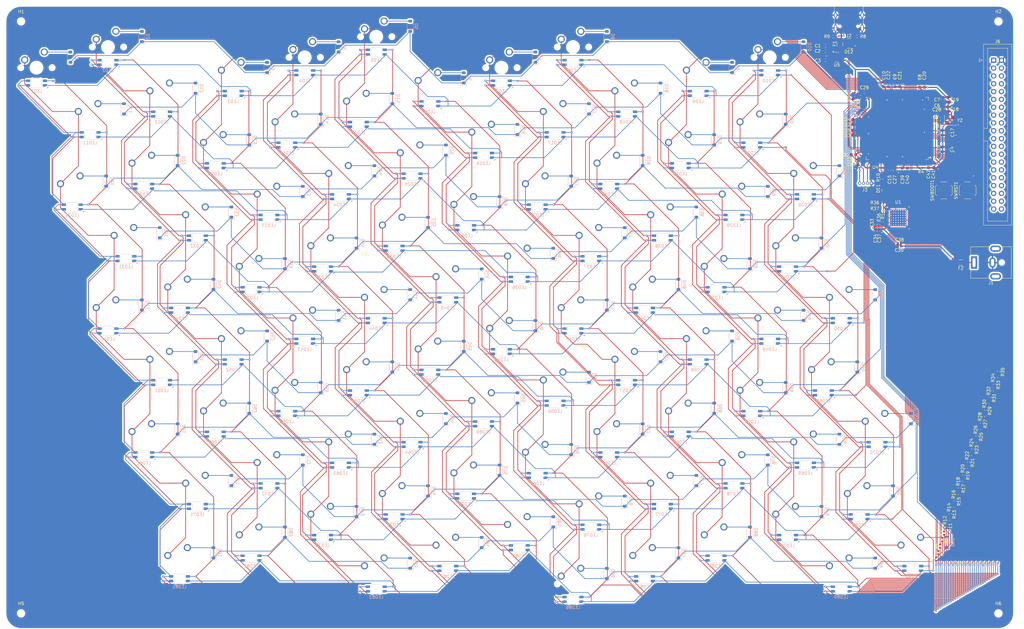
<source format=kicad_pcb>
(kicad_pcb (version 20240108) (generator "pcbnew") (generator_version "8.0")
  (layers (0 "F.Cu" signal) (31 "B.Cu" signal) (34 "B.Paste" user) (35 "F.Paste" user) (36 "B.SilkS" user "B.Silkscreen") (37 "F.SilkS" user "F.Silkscreen") (38 "B.Mask" user) (39 "F.Mask" user) (44 "Edge.Cuts" user))
  (net 0 "")
  (net 1 "+5V RGB")
  (net 2 "GND")
  (net 3 "Net-(U4-VCAP_1)")
  (net 4 "Net-(U4-VCAP_2)")
  (net 5 "/NRST")
  (net 6 "5V")
  (net 7 "+3V3")
  (net 8 "/XTAL_OUT")
  (net 9 "/XTAL_IN")
  (net 10 "Net-(D1-A)")
  (net 11 "/FS_DP")
  (net 12 "/FS_DN")
  (net 13 "/SC3")
  (net 14 "/SC4")
  (net 15 "/SC2")
  (net 16 "/SC1")
  (net 17 "/SC6")
  (net 18 "/SC8")
  (net 19 "/SC5")
  (net 20 "/SC7")
  (net 21 "/SC10")
  (net 22 "/SC12")
  (net 23 "/SC9")
  (net 24 "/SC11")
  (net 25 "/SC14")
  (net 26 "/SC16")
  (net 27 "/SC13")
  (net 28 "/SC15")
  (net 29 "/SC18")
  (net 30 "/SC17")
  (net 31 "VBUS")
  (net 32 "Net-(F2-Pad1)")
  (net 33 "Net-(J2-CC2)")
  (net 36 "Net-(J2-CC1)")
  (net 37 "/SWC")
  (net 38 "/SWD")
  (net 39 "Net-(LED1-BK)")
  (net 40 "/RGB1SW1")
  (net 41 "Net-(LED1-RK)")
  (net 42 "Net-(LED1-GK)")
  (net 43 "/RGB1SW2")
  (net 44 "/RGB1SW3")
  (net 45 "/RGB1SW4")
  (net 46 "/RGB1SW5")
  (net 47 "/RGB1SW6")
  (net 48 "/RGB1SW7")
  (net 49 "/RGB1SW8")
  (net 50 "/RGB1SW9")
  (net 51 "Net-(LED10-GK)")
  (net 52 "Net-(LED10-RK)")
  (net 53 "Net-(LED10-BK)")
  (net 54 "Net-(LED19-BK)")
  (net 55 "Net-(LED19-GK)")
  (net 56 "Net-(LED19-RK)")
  (net 57 "Net-(LED12-RK)")
  (net 58 "Net-(LED12-GK)")
  (net 59 "Net-(LED12-BK)")
  (net 60 "Net-(LED13-BK)")
  (net 61 "Net-(LED13-GK)")
  (net 62 "Net-(LED13-RK)")
  (net 63 "Net-(LED14-GK)")
  (net 64 "Net-(LED14-BK)")
  (net 65 "Net-(LED14-RK)")
  (net 66 "Net-(LED15-BK)")
  (net 67 "Net-(LED15-GK)")
  (net 68 "Net-(LED15-RK)")
  (net 69 "Net-(LED16-GK)")
  (net 70 "Net-(LED16-BK)")
  (net 71 "Net-(LED16-RK)")
  (net 72 "Net-(LED17-BK)")
  (net 73 "Net-(LED17-GK)")
  (net 74 "Net-(LED17-RK)")
  (net 75 "Net-(LED18-BK)")
  (net 76 "Net-(LED18-GK)")
  (net 77 "Net-(LED18-RK)")
  (net 78 "/SR1")
  (net 79 "/SR2")
  (net 80 "/SR3")
  (net 81 "/SR4")
  (net 82 "/SR5")
  (net 83 "/SR6")
  (net 84 "/SR7")
  (net 85 "/SR8")
  (net 86 "/SR9")
  (net 87 "/SR10")
  (net 88 "Net-(U1-ISET)")
  (net 89 "/RGB1CS1")
  (net 90 "/RGB1CS2")
  (net 91 "/BOOT0")
  (net 92 "/RGB1CS3")
  (net 93 "/RGB1CS4")
  (net 94 "/RGB1CS5")
  (net 95 "/Indicator")
  (net 96 "/RGB1CS6")
  (net 97 "/RGB1CS7")
  (net 98 "/RGB1CS8")
  (net 99 "/RGB1CS9")
  (net 100 "/RGB1CS10")
  (net 101 "/RGB1CS11")
  (net 102 "/RGB1CS12")
  (net 103 "/RGB1CS13")
  (net 104 "/RGB1CS14")
  (net 105 "/RGB1CS15")
  (net 106 "/RGB1CS16")
  (net 107 "/RGB1CS17")
  (net 108 "/RGB1CS18")
  (net 109 "/RGB1CS19")
  (net 110 "/RGB1CS20")
  (net 111 "/RGB1CS21")
  (net 112 "/RGB1CS22")
  (net 113 "/RGB1CS23")
  (net 114 "/RGB1CS24")
  (net 115 "/RGB1CS25")
  (net 116 "/RGB1CS26")
  (net 117 "/RGB1CS27")
  (net 118 "/RGB1CS28")
  (net 119 "/RGB1CS29")
  (net 120 "/RGB1CS30")
  (net 121 "/RGB1SCL")
  (net 122 "/RGB1SDA")
  (net 137 "Net-(D7-A)")
  (net 138 "Net-(D8-A)")
  (net 139 "Net-(D2-A)")
  (net 140 "Net-(D3-A)")
  (net 141 "Net-(D4-A)")
  (net 142 "Net-(D5-A)")
  (net 143 "Net-(D6-A)")
  (net 144 "Net-(D9-A)")
  (net 145 "Net-(D10-A)")
  (net 146 "Net-(D11-A)")
  (net 147 "Net-(D12-A)")
  (net 148 "Net-(D13-A)")
  (net 149 "Net-(D14-A)")
  (net 150 "Net-(D15-A)")
  (net 151 "Net-(D16-A)")
  (net 152 "Net-(D17-A)")
  (net 153 "Net-(D18-A)")
  (net 154 "Net-(D19-A)")
  (net 155 "Net-(D20-A)")
  (net 156 "Net-(D21-A)")
  (net 157 "Net-(D22-A)")
  (net 158 "Net-(D23-A)")
  (net 159 "Net-(D24-A)")
  (net 160 "Net-(D25-A)")
  (net 161 "Net-(D26-A)")
  (net 162 "Net-(D27-A)")
  (net 163 "Net-(D28-A)")
  (net 164 "Net-(D29-A)")
  (net 165 "Net-(D30-A)")
  (net 166 "Net-(D31-A)")
  (net 167 "Net-(D32-A)")
  (net 168 "Net-(D33-A)")
  (net 169 "Net-(D34-A)")
  (net 170 "Net-(D35-A)")
  (net 171 "Net-(D36-A)")
  (net 172 "Net-(D37-A)")
  (net 173 "Net-(D38-A)")
  (net 174 "Net-(D39-A)")
  (net 175 "Net-(D40-A)")
  (net 176 "Net-(D41-A)")
  (net 177 "Net-(D42-A)")
  (net 178 "Net-(D43-A)")
  (net 179 "Net-(D44-A)")
  (net 180 "Net-(D45-A)")
  (net 181 "Net-(D46-A)")
  (net 182 "Net-(D47-A)")
  (net 183 "Net-(D48-A)")
  (net 184 "Net-(D49-A)")
  (net 185 "Net-(D50-A)")
  (net 186 "Net-(D51-A)")
  (net 187 "Net-(D52-A)")
  (net 188 "Net-(D53-A)")
  (net 189 "Net-(D54-A)")
  (net 190 "Net-(D55-A)")
  (net 191 "Net-(D56-A)")
  (net 192 "Net-(D57-A)")
  (net 193 "Net-(D58-A)")
  (net 194 "Net-(D59-A)")
  (net 195 "Net-(D60-A)")
  (net 196 "Net-(D61-A)")
  (net 197 "Net-(D62-A)")
  (net 198 "Net-(D63-A)")
  (net 199 "Net-(D64-A)")
  (net 200 "Net-(D65-A)")
  (net 201 "Net-(D66-A)")
  (net 202 "Net-(D67-A)")
  (net 203 "Net-(D68-A)")
  (net 204 "Net-(D69-A)")
  (net 205 "Net-(D70-A)")
  (net 206 "Net-(D71-A)")
  (net 207 "Net-(D72-A)")
  (net 208 "Net-(D73-A)")
  (net 209 "Net-(D74-A)")
  (net 210 "Net-(D75-A)")
  (net 211 "Net-(D76-A)")
  (net 212 "Net-(D77-A)")
  (net 213 "Net-(D78-A)")
  (net 214 "Net-(D79-A)")
  (net 215 "Net-(D80-A)")
  (net 216 "Net-(D81-A)")
  (net 217 "Net-(D82-A)")
  (net 218 "Net-(D83-A)")
  (net 219 "Net-(D84-A)")
  (net 220 "Net-(D85-A)")
  (net 221 "Net-(D86-A)")
  (net 222 "Net-(D87-A)")
  (net 223 "Net-(D88-A)")
  (net 224 "Net-(D89-A)")
  (net 225 "Net-(D90-A)")
  (net 226 "Net-(DE1-A)")
  (net 227 "/SR33")
  (net 228 "/SR35")
  (net 229 "/SR38")
  (net 230 "/SR36")
  (net 231 "/SR37")
  (net 232 "/SR40")
  (net 233 "/SR39")
  (net 234 "/SR31")
  (net 235 "/SR34")
  (net 236 "/SR32")
  (net 258 "/RGB2SCL")
  (net 264 "/RGB3SDA")
  (net 281 "/RGB3SCL")
  (net 297 "/RGB2SDA")
  (net 321 "unconnected-(U4-PG3-Pad88)")
  (footprint "Capacitor_SMD:C_0402_1005Metric" (layer "F.Cu") (at 323.2 57.7)
    (property "Reference" "C31")
    (property "Value" "9pF")
  )
  (footprint "PCM_marbastlib-mx:SW_MX_HEX_EDIT" (layer "F.Cu") (at 250.42441 106.980048)
    (property "Reference" "MX39" (hide yes))
    (property "Value" "MX_SW_solder")
  )
  (footprint "PCM_marbastlib-mx:SW_MX_HEX_EDIT" (layer "F.Cu") (at 209.819913 184.007104)
    (property "Reference" "MX76" (hide yes))
    (property "Value" "MX_SW_solder")
  )
  (footprint "PCM_marbastlib-mx:SW_MX_HEX_EDIT" (layer "F.Cu") (at 204.019271 207.450121)
    (property "Reference" "MX86" (hide yes))
    (property "Value" "MX_SW_solder")
  )
  (footprint "Button_Switch_SMD:SW_SPST_TL3342" (layer "F.Cu") (at 324.3 79.8 90)
    (property "Reference" "SWBOOT1")
    (property "Value" "SW_SPST")
  )
  (footprint "PCM_marbastlib-mx:SW_MX_HEX_EDIT" (layer "F.Cu") (at 244.623767 43.349002)
    (property "Reference" "MX9" (hide yes))
    (property "Value" "MX_SW_solder")
  )
  (footprint "Resistor_SMD:R_0402_1005Metric" (layer "F.Cu") (at 325.1 188.9 90)
    (property "Reference" "R11")
    (property "Value" "20")
  )
  (footprint "Package_TO_SOT_SMD:SOT-143" (layer "F.Cu") (at 293.5 32.15 180)
    (property "Reference" "DE2")
    (property "Value" "PRTR5V0U2X")
  )
  (footprint "PCM_marbastlib-mx:SW_MX_HEX_EDIT" (layer "F.Cu") (at 180.816701 127.074063)
    (property "Reference" "MX46" (hide yes))
    (property "Value" "MX_SW_solder")
  )
  (footprint "PCM_marbastlib-mx:SW_MX_HEX_EDIT" (layer "F.Cu") (at 215.620555 160.564087)
    (property "Reference" "MX67" (hide yes))
    (property "Value" "MX_SW_solder")
  )
  (footprint "PCM_marbastlib-mx:SW_MX_HEX_EDIT" (layer "F.Cu") (at 99.607708 106.980048)
    (property "Reference" "MX33" (hide yes))
    (property "Value" "MX_SW_solder")
  )
  (footprint "PCM_marbastlib-mx:SW_MX_HEX_EDIT" (layer "F.Cu") (at 291.028906 117.027055)
    (property "Reference" "MX50" (hide yes))
    (property "Value" "MX_SW_solder")
  )
  (footprint "Capacitor_SMD:C_0402_1005Metric" (layer "F.Cu") (at 323.2 56.6)
    (property "Reference" "C32")
    (property "Value" "9pF")
  )
  (footprint "PCM_marbastlib-mx:SW_MX_HEX_EDIT" (layer "F.Cu") (at 175.016059 63.443017)
    (property "Reference" "MX16" (hide yes))
    (property "Value" "MX_SW_solder")
  )
  (footprint "PCM_marbastlib-mx:SW_MX_HEX_EDIT" (layer "F.Cu") (at 76.405138 113.678053)
    (property "Reference" "MX42" (hide yes))
    (property "Value" "MX_SW_solder")
  )
  (footprint "PCM_marbastlib-mx:SW_MX_HEX_EDIT" (layer "F.Cu") (at 262.025694 60.094014)
    (property "Reference" "MX20" (hide yes))
    (property "Value" "MX_SW_solder")
  )
  (footprint "LED_SMD:LED_0402_1005Metric" (layer "F.Cu") (at 304.2 78.29 90)
    (property "Reference" "DE1")
    (property "Value" "White")
  )
  (footprint "PCM_marbastlib-mx:SW_MX_HEX_EDIT" (layer "F.Cu") (at 122.810277 100.282043)
    (property "Reference" "MX34" (hide yes))
    (property "Value" "MX_SW_solder")
  )
  (footprint "Resistor_SMD:R_0402_1005Metric" (layer "F.Cu") (at 323.1 195.19 90)
    (property "Reference" "R5")
    (property "Value" "20")
  )
  (footprint "Capacitor_SMD:C_0603_1608Metric" (layer "F.Cu") (at 306.4 45.45 -90)
    (property "Reference" "C22")
    (property "Value" "1uF")
  )
  (footprint "PCM_marbastlib-mx:SW_MX_HEX_EDIT" (layer "F.Cu") (at 134.411562 53.396009)
    (property "Reference" "MX15" (hide yes))
    (property "Value" "MX_SW_solder")
  )
  (footprint "Resistor_SMD:R_0402_1005Metric" (layer "F.Cu") (at 340.7 142.69 90)
    (property "Reference" "R33")
    (property "Value" "51")
  )
  (footprint "PCM_marbastlib-mx:SW_MX_HEX_EDIT" (layer "F.Cu") (at 198.218628 143.819075)
    (property "Reference" "MX56" (hide yes))
    (property "Value" "MX_SW_solder")
  )
  (footprint "Capacitor_SMD:C_0603_1608Metric" (layer "F.Cu") (at 285.9 37.6 180)
    (property "Reference" "C3")
    (property "Value" "1uF")
  )
  (footprint "PCM_marbastlib-mx:SW_MX_HEX_EDIT" (layer "F.Cu") (at 175.016059 150.51708)
    (property "Reference" "MX65" (hide yes))
    (property "Value" "MX_SW_solder")
  )
  (footprint "Capacitor_SMD:C_0603_1608Metric" (layer "F.Cu") (at 304.8 45.45 90)
    (property "Reference" "C10")
    (property "Value" "100nF")
  )
  (footprint "PCM_marbastlib-mx:SW_MX_HEX_EDIT" (layer "F.Cu") (at 140.212205 117.027055)
    (property "Reference" "MX44" (hide yes))
    (property "Value" "MX_SW_solder")
  )
  (footprint "PCM_marbastlib-mx:SW_MX_HEX_EDIT" (layer "F.Cu") (at 192.417986 167.262092)
    (property "Reference" "MX66" (hide yes))
    (property "Value" "MX_SW_solder")
  )
  (footprint "Resistor_SMD:R_0402_1005Metric" (layer "F.Cu") (at 341.4 140.58 90)
    (property "Reference" "R34")
    (property "Value" "20")
  )
  (footprint "PCM_marbastlib-mx:SW_MX_HEX_EDIT" (layer "F.Cu") (at 105.40835 170.611094)
    (property "Reference" "MX72" (hide yes))
    (property "Value" "MX_SW_solder")
  )
  (footprint "PCM_marbastlib-mx:SW_MX_HEX_EDIT" (layer "F.Cu") (at 186.617344 103.631046)
    (property "Reference" "MX36" (hide yes))
    (property "Value" "MX_SW_solder")
  )
  (footprint "Resistor_SMD:R_0402_1005Metric" (layer "F.Cu") (at 335.8 157.41 90)
    (property "Reference" "R26")
    (property "Value" "20")
  )
  (footprint "Fuse:Fuse_1206_3216Metric" (layer "F.Cu") (at 290.6 32.4 -90)
    (property "Reference" "F1")
    (property "Value" "500mA")
  )
  (footprint "PCM_marbastlib-mx:SW_MX_HEX_EDIT" (layer "F.Cu") (at 93.807066 43.349002)
    (property "Reference" "MX3" (hide yes))
    (property "Value" "MX_SW_solder")
  )
  (footprint "Capacitor_SMD:C_0603_1608Metric" (layer "F.Cu") (at 308.4 45.4 90)
    (property "Reference" "C9")
    (property "Value" "100nF")
  )
  (footprint "PCM_marbastlib-mx:SW_MX_HEX_EDIT" (layer "F.Cu") (at 76.405138 200.752116)
    (property "Reference" "MX81" (hide yes))
    (property "Value" "MX_SW_solder")
  )
  (footprint "Resistor_SMD:R_0402_1005Metric" (layer "F.Cu") (at 327.1 182.59 90)
    (property "Reference" "R14")
    (property "Value" "20")
  )
  (footprint "Capacitor_SMD:C_0603_1608Metric" (layer "F.Cu") (at 310.8 73.3 90)
    (property "Reference" "C39")
    (property "Value" "1uF")
  )
  (footprint "PCM_marbastlib-mx:SW_MX_HEX_EDIT" (layer "F.Cu") (at 140.212205 29.952993)
    (property "Reference" "MX5" (hide yes))
    (property "Value" "MX_SW_solder")
  )
  (footprint "PCM_marbastlib-mx:SW_MX_HEX_EDIT" (layer "F.Cu") (at 105.40835 83.537031)
    (property "Reference" "MX23" (hide yes))
    (property "Value" "MX_SW_solder")
  )
  (footprint "PCM_marbastlib-mx:SW_MX_HEX_EDIT" (layer "F.Cu") (at 99.607708 194.054111)
    (property "Reference" "MX82" (hide yes))
    (property "Value" "MX_SW_solder")
  )
  (footprint "PCM_marbastlib-mx:SW_MX_HEX_EDIT" (layer "F.Cu") (at 140.212205 204.101119)
    (property "Reference" "MX83" (hide yes))
    (property "Value" "MX_SW_solder")
  )
  (footprint "MountingHole:MountingHole_2.2mm_M2" (layer "F.Cu") (at 136.345872 103.60495)
    (property "Reference" "H3")
    (property "Value" "MountingHole")
  )
  (footprint "Resistor_SMD:R_0402_1005Metric" (layer "F.Cu") (at 334.4 161.61 90)
    (property "Reference" "R24")
    (property "Value" "51")
  )
  (footprint "Capacitor_SMD:C_0603_1608Metric" (layer "F.Cu") (at 323.8 66.5 90)
    (property "Reference" "C16")
    (property "Value" "1uF")
  )
  (footprint "PCM_marbastlib-mx:SW_MX_HEX_EDIT" (layer "F.Cu") (at 70.604496 50.047007)
    (property "Reference" "MX12" (hide yes))
    (property "Value" "MX_SW_solder")
  )
  (footprint "PCM_marbastlib-mx:SW_MX_HEX_EDIT" (layer "F.Cu") (at 93.807066 130.423065)
    (property "Reference" "MX52" (hide yes))
    (property "Value" "MX_SW_solder")
  )
  (footprint "MountingHole:MountingHole_2.2mm_M2" (layer "F.Cu") (at 25 217)
    (property "Reference" "H5")
    (property "Value" "MountingHole")
  )
  (footprint "Resistor_SMD:R_0402_1005Metric" (layer "F.Cu") (at 329.4 176.3 90)
    (property "Reference" "R17")
    (property "Value" "20")
  )
  (footprint "Capacitor_SMD:C_0603_1608Metric" (layer "F.Cu") (at 321 71.7 -90)
    (property "Reference" "C41")
    (property "Value" "100nF")
  )
  (footprint "Capacitor_SMD:C_0603_1608Metric" (layer "F.Cu") (at 319.3 71.675 90)
    (property "Reference" "C42")
    (property "Value" "1uF")
  )
  (footprint "Resistor_SMD:R_0402_1005Metric" (layer "F.Cu") (at 339.3 146.9 90)
    (property "Reference" "R31")
    (property "Value" "20")
  )
  (footprint "Capacitor_SMD:C_0402_1005Metric" (layer "F.Cu") (at 309.9 96.9)
    (property "Reference" "C38")
    (property "Value" "100nF")
  )
  (footprint "PCM_marbastlib-mx:SW_MX_HEX_EDIT" (layer "F.Cu") (at 267.826337 123.72506)
    (property "Reference" "MX49" (hide yes))
    (property "Value" "MX_SW_solder")
  )
  (footprint "PCM_marbastlib-mx:SW_MX_HEX_EDIT" (layer "F.Cu") (at 192.417986 80.188029)
    (property "Reference" "MX27" (hide yes))
    (property "Value" "MX_SW_solder")
  )
  (footprint "PCM_marbastlib-mx:SW_MX_HEX_EDIT" (layer "F.Cu") (at 244.623767 130.423065)
    (property "Reference" "MX58" (hide yes))
    (property "Value" "MX_SW_solder")
  )
  (footprint "PCM_marbastlib-mx:SW_MX_HEX_EDIT" (layer "F.Cu") (at 64.803854 160.564087)
    (property "Reference" "MX61" (hide yes))
    (property "Value" "MX_SW_solder")
  )
  (footprint "PCM_marbastlib-mx:SW_MX_HEX_EDIT" (layer "F.Cu") (at 273.626979 100.282043)
    (property "Reference" "MX40" (hide yes))
    (property "Value" "MX_SW_solder")
  )
  (footprint "Resistor_SMD:R_0402_1005Metric" (layer "F.Cu") (at 321.8 199.4 90)
    (property "Reference" "R2")
    (property "Value" "51")
  )
  (footprint "Capacitor_SMD:C_0603_1608Metric" (layer "F.Cu") (at 295.6 61.9 180)
    (property "Reference" "C13")
    (property "Value" "100nF")
  )
  (footprint "Resistor_SMD:R_0402_1005Metric" (layer "F.Cu") (at 336.5 155.31 90)
    (property "Reference" "R27")
    (property "Value" "51")
  )
  (footprint "Capacitor_SMD:C_0603_1608Metric" (layer "F.Cu") (at 325.6 50.4 -90)
    (property "Reference" "C19")
    (property "Value" "1uF")
  )
  (footprint "Capacitor_SMD:C_0603_1608Metric" (layer "F.Cu") (at 297.3 49.5)
    (property "Reference" "C23")
    (property "Value" "1uF")
  )
  (footprint "Package_QFP:LQFP-144_20x20mm_P0.5mm" (layer "F.Cu") (at 309.2 59.7 180)
    (property "Reference" "U4")
    (property "Value" "STM32F405ZGTx")
  )
  (footprint "PCM_marbastlib-mx:SW_MX_HEX_EDIT" (layer "F.Cu") (at 221.421198 137.12107)
    (property "Reference" "MX57" (hide yes))
    (property "Value" "MX_SW_solder")
  )
  (footprint "PCM_marbastlib-mx:SW_MX_HEX_EDIT" (layer "F.Cu") (at 285.228264 140.470073)
    (property "Reference" "MX60" (hide yes))
    (property "Value" "MX_SW_solder")
  )
  (footprint "Capacitor_SMD:C_0603_1608Metric" (layer "F.Cu") (at 295.6 60.3)
    (property "Reference" "C25")
    (property "Value" "1uF")
  )
  (footprint "PCM_marbastlib-mx:SW_MX_HEX_EDIT" (layer "F.Cu") (at 215.620555 73.490024)
    (property "Reference" "MX28" (hide yes))
    (property "Value" "MX_SW_solder")
  )
  (footprint "Resistor_SMD:R_0402_1005Metric" (layer "F.Cu") (at 304.31 83.8)
    (property "Reference" "R36")
    (property "Value" "2k")
  )
  (footprint "PCM_marbastlib-mx:SW_MX_HEX_EDIT" (layer "F.Cu") (at 82.205781 90.235036)
    (property "Reference" "MX32" (hide yes))
    (property "Value" "MX_SW_solder")
  )
  (footprint "Capacitor_SMD:C_0603_1608Metric" (layer "F.Cu") (at 323.8 61.125 -90)
    (property "Reference" "C5")
    (property "Value" "100nF")
  )
  (footprint "MountingHole:MountingHole_2.2mm_M2" (layer "F.Cu") (at 25 25)
    (property "Reference" "H1")
    (property "Value" "MountingHole")
  )
  (footprint "Resistor_SMD:R_0402_1005Metric" (layer "F.Cu") (at 288.41 29.9)
    (property "Reference" "R9")
    (property "Value" "5.1k")
  )
  (footprint "PCM_marbastlib-mx:SW_MX_HEX_EDIT" (layer "F.Cu") (at 256.225052 83.537031)
    (property "Reference" "MX29" (hide yes))
    (property "Value" "MX_SW_solder")
  )
  (footprint "Capacitor_SMD:C_0603_1608Metric" (layer "F.Cu") (at 325.5 66.5 -90)
    (property "Reference" "C4")
    (property "Value" "100nF")
  )
  (footprint "PCM_marbastlib-mx:SW_MX_HEX_EDIT" (layer "F.Cu") (at 291.028906 204.101119)
    (property "Reference" "MX89" (hide yes))
    (property "Value" "MX_SW_solder")
  )
  (footprint "Resistor_SMD:R_0402_1005Metric" (layer "F.Cu") (at 338.6 149 90)
    (property "Reference" "R30")
    (property "Value" "51")
  )
  (footprint "Capacitor_SMD:C_0402_1005Metric" (layer "F.Cu") (at 303.2 90.9 -90)
    (property "Reference" "C36")
    (property "Value" "100nF")
  )
  (footprint "PCM_marbastlib-mx:SW_MX_HEX_EDIT" (layer "F.Cu") (at 302.630191 157.215085)
    (property "Reference" "MX70" (hide yes))
    (property "Value" "MX_SW_solder")
  )
  (footprint "PCM_marbastlib-mx:SW_MX_HEX_EDIT" (layer "F.Cu") (at 169.215416 86.886034)
    (property "Reference" "MX26" (hide yes))
    (property "Value" "MX_SW_solder")
  )
  (footprint "Capacitor_SMD:C_0603_1608Metric" (layer "F.Cu") (at 295.6 58.4 180)
    (property "Reference" "C12")
    (property "Value" "100nF")
  )
  (footprint "PCM_marbastlib-mx:SW_MX_HEX_EDIT" (layer "F.Cu") (at 41.601284 80.188029)
    (property "Reference" "MX21" (hide yes))
    (property "Value" "MX_SW_solder")
  )
  (footprint "Resistor_SMD:R_0402_1005Metric" (layer "F.Cu") (at 342.1 138.48 90)
    (property "Reference" "R35")
    (property "Value" "20")
  )
  (footprint "PCM_marbastlib-mx:SW_MX_HEX_EDIT" (layer "F.Cu") (at 204.019271 33.301996)
    (property "Reference" "MX8" (hide yes))
    (property "Value" "MX_SW_solder")
  )
  (footprint "Capacitor_SMD:C_0402_1005Metric" (layer "F.Cu") (at 302.2 90.9 -90)
    (property "Reference" "C33")
    (property "Value" "1uF")
  )
  (footprint "Resistor_SMD:R_0402_1005Metric" (layer "F.Cu") (at 316.8 72.5)
    (property "Reference" "R4")
    (property "Value" "10k")
  )
  (footprint "PCM_marbastlib-mx:SW_MX_HEX_EDIT" (layer "F.Cu") (at 128.61092 76.839026)
    (property "Reference" "MX24" (hide yes))
    (property "Value" "MX_SW_solder")
  )
  (footprint "Capacitor_SMD:C_0603_1608Metric" (layer "F.Cu") (at 306.7 73.275 -90)
    (property "Reference" "C15")
    (property "Value" "100nF")
  )
  (footprint "Capacitor_SMD:C_0603_1608Metric" (layer "F.Cu") (at 325.5 61.125 90)
    (property "Reference" "C17")
    (property "Value" "1uF")
  )
  (footprint "PCM_marbastlib-mx:SW_MX_HEX_EDIT" (layer "F.Cu") (at 267.826337 36.650998)
    (property "Reference" "MX10" (hide yes))
    (property "Value" "MX_SW_solder")
  )
  (footprint "Package_TO_SOT_SMD:SOT-23" (layer "F.Cu") (at 289.6 36.6)
    (property "Reference" "U5")
    (property "Value" "XC6206P332MR")
  )
  (footprint "PCM_marbastlib-mx:SW_MX_HEX_EDIT" (layer "F.Cu") (at 151.813489 70.141021)
    (property "Reference" "MX25" (hide yes))
    (property "Value" "MX_SW_solder")
  )
  (footprint "Capacitor_SMD:C_0603_1608Metric" (layer "F.Cu") (at 323.9 50.4 90)
    (property "Reference" "C7")
    (property "Value" "100nF")
  )
  (footprint "PCM_marbastlib-mx:SW_MX_HEX_EDIT" (layer "F.Cu") (at 146.012847 180.658102)
    (property "Reference" "MX74" (hide yes))
    (property "Value" "MX_SW_solder")
  )
  (footprint "MountingHole:MountingHole_2.2mm_M2" (layer "F.Cu") (at 342 25)
    (property "Reference" "H2")
    (property "Value" "MountingHole")
  )
  (footprint "Resistor_SMD:R_0402_1005Metric" (layer "F.Cu") (at 324.4 190.99 90)
    (property "Reference" "R7")
    (property "Value" "20")
  )
  (footprint "Resistor_SMD:R_0402_1005Metric" (layer "F.Cu") (at 330.1 174.21 90)
    (property "Reference" "R18")
    (property "Value" "51")
  )
  (footprint "PCM_marbastlib-mx:SW_MX_HEX_EDIT" (layer "F.Cu") (at 233.022483 90.235036)
    (property "Reference" "MX38" (hide yes))
    (property "Value" "MX_SW_solder")
  )
  (footprint "PCM_marbastlib-various:QFN-60_EP_7x7_Pitch0.4mm" (layer "F.Cu") (at 309.495 88.7)
    (property "Reference" "U1")
    (property "Value" "IS313741A")
  )
  (footprint "Resistor_SMD:R_0402_1005Metric" (layer "F.Cu") (at 330.8 172.11 90)
    (property "Reference" "R19")
    (property "Value" "20")
  )
  (footprint "PCM_marbastlib-mx:SW_MX_HEX_EDIT" (layer "F.Cu") (at 64.803854 73.490024)
    (property "Reference" "MX22" (hide yes))
    (property "Value" "MX_SW_solder")
  )
  (footprint "PCM_marbastlib-mx:SW_MX_HEX_EDIT" (layer "F.Cu") (at 157.614132 46.698004)
    (property "Reference" "MX6" (hide yes))
    (property "Value" "MX_SW_solder")
  )
  (footprint "Connector_IDC:IDC-Header_2x20_P2.54mm_Vertical" (layer "F.Cu") (at 340.46 37.6)
    (property "Reference" "J6")
    (property "Value" "Conn_02x20_Odd_Even")
  )
  (footprint "Resistor_SMD:R_0402_1005Metric" (layer "F.Cu") (at 340 144.8 90)
    (property "Reference" "R32")
    (property "Value" "20")
  )
  (footprint "PCM_marbastlib-mx:SW_MX_HEX_EDIT" (layer "F.Cu") (at 163.414774 110.329051)
    (property "Reference" "MX45" (hide yes))
    (property "Value" "MX_SW_solder")
  )
  (footprint "PCM_marbastlib-mx:SW_MX_HEX_EDIT" (layer "F.Cu") (at 151.813489 157.215085)
    (property "Reference" "MX64" (hide yes))
    (property "Value" "MX_SW_solder")
  )
  (footprint "Resistor_SMD:R_0402_1005Metric" (layer "F.Cu") (at 326.4 184.7 90)
    (property "Reference" "R13")
    (property "Value" "20")
  )
  (footprint "PCM_marbastlib-mx:SW_MX_HEX_EDIT" (layer "F.Cu") (at 88.006423 66.792019)
    (property "Reference" "MX13" (hide yes))
    (property "Value" "MX_SW_solder")
  )
  (footprint "PCM_marbastlib-mx:SW_MX_HEX_EDIT" (layer "F.Cu") (at 279.427621 163.91309)
    (property "Reference" "MX69" (hide yes))
    (property "Value" "MX_SW_solder")
  )
  (footprint "PCM_marbastlib-mx:SW_MX_HEX_EDIT" (layer "F.Cu") (at 227.22184 113.678053)
    (property "Reference" "MX48" (hide yes))
    (property "Value" "MX_SW_solder")
  )
  (footprint "PCM_marbastlib-mx:SW_MX_HEX_EDIT" (layer "F.Cu") (at 221.421198 50.047007)
    (property "Reference" "MX18" (hide yes))
    (property "Value" "MX_SW_solder")
  )
  (footprint "PCM_marbastlib-mx:SW_MX_HEX_EDIT" (layer "F.Cu") (at 88.006423 153.866082)
    (property "Reference" "MX62" (hide yes))
    (property "Value" "MX_SW_solder")
  )
  (footprint "PCM_marbastlib-mx:SW_MX_HEX_EDIT" (layer "F.Cu") (at 128.61092 163.91309)
    (property "Reference" "MX63" (hide yes))
    (property "Value" "MX_SW_solder")
  )
  (footprint "PCM_marbastlib-mx:SW_MX_HEX_EDIT" (layer "F.Cu") (at 314.231476 197.403114)
    (property "Reference" "MX90" (hide yes))
    (property "Value" "MX_SW_solder")
  )
  (footprint "Resistor_SMD:R_0402_1005Metric" (layer "F.Cu") (at 328.6 178.4 90)
    (property "Reference" "R16")
    (property "Value" "20")
  )
  (footprint "Resistor_SMD:R_0402_1005Metric" (layer "F.Cu") (at 325.8 186.8 90)
    (property "Reference" "R12")
    (property "Value" "51")
  )
  (footprint "Capacitor_SMD:C_0603_1608Metric" (layer "F.Cu") (at 308.4 73.275 90)
    (property "Reference" "C27")
    (property "Value" "1uF")
  )
  (footprint "PCM_marbastlib-mx:SW_MX_HEX_EDIT" (layer "F.Cu") (at 296.829549 180.658102)
    (property "Reference" "MX80" (hide yes))
    (property "Value" "MX_SW_solder")
  )
  (footprint "Resistor_SMD:R_0402_1005Metric" (layer "F.Cu") (at 333.7 163.71 90)
    (property "Reference" "R23")
    (property "Value" "20")
  )
  (footprint "Capacitor_SMD:C_0603_1608Metric" (layer "F.Cu") (at 316.4 45.6 90)
    (property "Reference" "C8")
    (property "Value" "100nF")
  )
  (footprint "Capacitor_SMD:C_0603_1608Metric" (layer "F.Cu") (at 297.2 69.8)
    (property "Reference" "C26")
    (property "Value" "1uF")
  )
  (footprint "PCM_marbastlib-mx:SW_MX_HEX_EDIT" (layer "F.Cu") (at 227.22184 200.752116)
    (property "Reference" "MX87" (hide yes))
    (property "Value" "MX_SW_solder")
  )
  (footprint "PCM_marbastlib-mx:SW_MX_HEX_EDIT" (layer "F.Cu") (at 117.009635 36.650998)
    (property "Reference" "MX4" (hide yes))
    (property "Value" "MX_SW_solder")
  )
  (footprint "Resistor_SMD:R_0402_1005Metric" (layer "F.Cu") (at 304.31 85.4)
    (property "Reference" "R37")
    (property "Value" "2k")
  )
  (footprint "PCM_marbastlib-mx:SW_MX_HEX_EDIT" (layer "F.Cu") (at 180.816701 40)
    (property "Reference" "MX7" (hide yes))
    (property "Value" "MX_SW_solder")
  )
  (footprint "Resistor_SMD:R_0402_1005Metric" (layer "F.Cu") (at 333 165.81 90)
    (property "Reference" "R22")
    (property "Value" "20")
  )
  (footprint "Capacitor_SMD:C_0603_1608Metric" (layer "F.Cu") (at 310 45.4 -90)
    (property "Reference" "C21")
    (property "Value" "1uF")
  )
  (footprint "PCM_marbastlib-mx:SW_MX_HEX_EDIT" (layer "F.Cu") (at 134.411562 140.470073)
    (property "Reference" "MX54" (hide yes))
    (property "Value" "MX_SW_solder")
  )
  (footprint "Capacitor_SMD:C_0603_1608Metric" (layer "F.Cu") (at 325.6 53.5 -90)
    (property "Reference" "C18")
    (property "Value" "1uF")
  )
  (footprint "Resistor_SMD:R_0402_1005Metric" (layer "F.Cu") (at 327.9 180.5 90)
    (property "Reference" "R15")
    (property "Value" "51")
  )
  (footprint "Capacitor_SMD:C_0603_1608Metric" (layer "F.Cu") (at 298.503647 47.867758 180)
    (property "Reference" "C29")
    (property "Value" "2.2uF")
  )
  (footprint "Resistor_SMD:R_0402_1005Metric" (layer "F.Cu") (at 337.9 151.1 90)
    (property "Reference" "R29")
    (property "Value" "20")
  )
  (footprint "Resistor_SMD:R_0402_1005Metric" (layer "F.Cu") (at 296.19 29.9 180)
    (property "Reference" "R8")
    (property "Value" "5.1k")
  )
  (footprint "Capacitor_SMD:C_0603_1608Metric" (layer "F.Cu") (at 297.2 71.4 180)
    (property "Reference" "C14")
    (property "Value" "100nF")
  )
  (footprint "PCM_marbastlib-mx:SW_MX_HEX_EDIT" (layer "F.Cu") (at 233.022483 177.309099)
    (property "Reference" "MX77" (hide yes))
    (property "Value" "MX_SW_solder")
  )
  (footprint "PCM_marbastlib-mx:SW_MX_HEX_EDIT" (layer "F.Cu") (at 279.427621 76.839026)
    (property "Reference" "MX30" (hide yes))
    (property "Value" "MX_SW_solder")
  )
  (footprint "PCM_marbastlib-mx:SW_MX_HEX_EDIT" (layer "F.Cu") (at 273.626979 187.356107)
    (property "Reference" "MX79" (hide yes))
    (property "Value" "MX_SW_solder")
  )
  (footprint "PCM_marbastlib-mx:SW_MX_HEX_EDIT" (layer "F.Cu") (at 122.810277 187.356107)
    (property "Reference" "MX73" (hide yes))
    (property "Value" "MX_SW_solder")
  )
  (footprint "Resistor_SMD:R_0402_1005Metric" (layer "F.Cu") (at 332.3 167.91 90)
    (property "Reference" "R21")
    (property "Value" "51")
  )
  (footprint "PCM_marbastlib-mx:SW_MX_HEX_EDIT" (layer "F.Cu") (at 209.819913 96.933041)
    (property "Reference" "MX37" (hide yes))
    (property "Value" "MX_SW_solder")
  )
  (footprint "Capacitor_SMD:C_0603_1608Metric" (layer "F.Cu") (at 295.6 56.8)
    (property "Reference" "C24")
    (property "Value" "1uF")
  )
  (footprint "PCM_marbastlib-mx:SW_MX_HEX_EDIT" (layer "F.Cu") (at 238.823125 66.792019)
    (property "Reference" "MX19" (hide yes))
    (property "Value" "MX_SW_solder")
  )
  (footprint "PCM_marbastlib-mx:SW_MX_HEX_EDIT" (layer "F.Cu") (at 157.614132 133.772068)
    (property "Reference" "MX55" (hide yes))
    (property "Value" "MX_SW_solder")
  )
  (footprint "PCM_marbastlib-mx:SW_MX_HEX_EDIT" (layer "F.Cu") (at 53.202569 120.376058)
    (property "Reference" "MX41" (hide yes))
    (property "Value" "MX_SW_solder")
  )
  (footprint "Resistor_SMD:R_0402_1005Metric" (layer "F.Cu") (at 331.6 170.01 90)
    (property "Reference" "R20")
    (property "Value" "20")
  )
  (footprint "PCM_marbastlib-mx:SW_MX_HEX_EDIT" (layer "F.Cu") (at 82.205781 177.309099)
    (property "Reference" "MX71" (hide yes))
    (property "Value" "MX_SW_solder")
  )
  (footprint "Button_Switch_SMD:SW_SPST_TL3342" (layer "F.Cu") (at 332 79.8 90)
    (property "Reference" "SWRST1")
    (property "Value" "SW_SPST")
  )
  (footprint "Resistor_SMD:R_0402_1005Metric" (layer "F.Cu") (at 323.8 193.09 90)
    (property "Reference" "R6")
    (property "Value" "51")
  )
  (footprint "PCM_marbastlib-mx:SW_MX_HEX_EDIT" (layer "F.Cu") (at 204.019271 120.376058)
    (property "Reference" "MX47" (hide yes))
    (property "Value" "MX_SW_solder")
  )
  (footprint "Resistor_SMD:R_0402_1005Metric" (layer "F.Cu") (at 337.2 153.21 90)
    (property "Reference" "R28")
    (property "Value" "20")
  )
  (footprint "Capacitor_SMD:C_0603_1608Metric" (layer "F.Cu") (at 318 45.6 -90)
    (property "Reference" "C20")
    (property "Value" "1uF")
  )
  (footprint "PCM_marbastlib-mx:SW_MX_HEX_EDIT" (layer "F.Cu") (at 169.215416 173.960097)
    (property "Reference" "MX75" (hide yes))
    (property "Value" "MX_SW_solder")
  )
  (footprint "PCM_marbastlib-mx:SW_MX_HEX_EDIT" (layer "F.Cu") (at 30 40)
    (property "Reference" "MX1" (hide yes))
    (property "Value" "MX_SW_solder")
  )
  (footprint "Capacitor_SMD:C_0603_1608Metric" (layer "F.Cu") (at 285.9 32.9 180)
    (property "Reference" "C1")
    (property "Value" "100nF")
  )
  (footprint "PCM_marbastlib-mx:SW_MX_HEX_EDIT" (layer "F.Cu") (at 53.202569 33.301996)
    (property "Reference" "MX2" (hide yes))
    (property "Value" "MX_SW_solder")
  )
  (footprint "PCM_marbastlib-mx:SW_MX_HEX_EDIT" (layer "F.Cu") (at 59.003211 96.933041)
    (property "Reference" "MX31" (hide yes))
    (property "Value" "MX_SW_solder")
  )
  (footprint "Connector_BarrelJack:BarrelJack_CUI_PJ-063AH_Horizontal" (layer "F.Cu") (at 334.1 103.2 90)
    (property "Reference" "J1")
    (property "Value" "Barrel_Jack")
  )
  (footprint "Resistor_SMD:R_0402_1005Metric" (layer "F.Cu") (at 304.4 90 90)
    (property "Reference" "R1")
    (property "Value" "10k")
  )
  (footprint "Capacitor_SMD:C_0603_1608Metric" (layer "F.Cu") (at 312.5 73.3 -90)
    (property "Reference" "C40")
    (property "Value" "100nF")
  )
  (footprint "PCM_marbastlib-mx:SW_MX_HEX_EDIT" (layer "F.Cu") (at 146.012847 93.584038)
    (property "Reference" "MX35" (hide yes))
    (property "Value" "MX_SW_solder")
  )
  (footprint "Capacitor_SMD:C_0402_1005Metric" (layer "F.Cu") (at 303.2 93 90)
    (property "Reference" "C37")
    (property "Value" "100nF")
  )
  (footprint "Crystal:Crystal_SMD_3225-4Pin_3.2x2.5mm" (layer "F.Cu") (at 326.5 57.05)
    (property "Reference" "Y2")
    (property "Value" "12MHz")
  )
  (footprint "Capacitor_SMD:C_0402_1005Metric" (layer "F.Cu") (at 309.9 98)
    (property "Reference" "C35")
    (property "Value" "1uF")
  )
  (footprint "Capacitor_SMD:C_0603_1608Metric" (layer "F.Cu") (at 294.9 49.325 -90)
    (property "Reference" "C11")
    (property "Value" "100nF")
  )
  (footprint "Capacitor_SMD:C_0402_1005Metric" (layer "F.Cu") (at 322 54.7)
    (property "Reference" "C28")
    (property "Value" "100nF")
  )
  (footprint "PCM_marbastlib-mx:SW_MX_HEX_EDIT" (layer "F.Cu") (at 111.208993 147.168077)
    (property "Reference" "MX53" (hide yes))
    (property "Value" "MX_SW_solder")
  )
  (footprint "PCM_marbastlib-mx:SW_MX_HEX_EDIT" (layer "F.Cu") (at 70.604496 137.12107)
    (property "Reference" "MX51" (hide yes))
    (property "Value" "MX_SW_solder")
  )
  (footprint "PCM_marbastlib-mx:SW_MX_HEX_EDIT" (layer "F.Cu") (at 111.208993 60.094014)
    (property "Reference" "MX14" (hide yes))
    (property "Value" "MX_SW_solder")
  )
  (footprint "Connector_PinHeader_1.27mm:PinHeader_1x04_P1.27mm_Vertical" (layer "F.Cu") (at 300.8 77.5 -90)
    (property "Reference" "J3")
    (property "Value" "Conn_SWD")
  )
  (footprint "PCM_marbastlib-mx:SW_MX_HEX_EDIT" (layer "F.Cu") (at 262.025694 147.168077)
    (property "Reference" "MX59" (hide yes))
    (property "Value" "MX_SW_solder")
  )
  (footprint "Connector_USB:USB_C_Receptacle_HRO_TYPE-C-31-M-12" (layer "F.Cu") (at 293.5 24 180)
    (property "Reference" "J2")
    (property "Value" "USB_C_Receptacle_USB2.0")
  )
  (footprint "PCM_marbastlib-mx:SW_MX_HEX_EDIT" (layer "F.Cu") (at 250.42441 194.054111)
    (property "Reference" "MX88" (hide yes))
    (property "Value" "MX_SW_solder")
  )
  (footprint "PCM_marbastlib-mx:SW_MX_HEX_EDIT" (layer "F.Cu") (at 238.823125 153.866082)
    (property "Reference" "MX68" (hide yes))
    (property "Value" "MX_SW_solder")
  )
  (footprint "Resistor_SMD:R_0402_1005Metric" (layer "F.Cu") (at 304.2 76.19 90)
    (property "Reference" "R10")
    (property "Value" "1k")
  )
  (footprint "PCM_marbastlib-mx:SW_MX_HEX_EDIT" (layer "F.Cu") (at 198.218628 56.745012)
    (property "Reference" "MX17" (hide yes))
    (property "Value" "MX_SW_solder")
  )
  (footprint "Capacitor_SMD:C_0603_1608Metric" (layer "F.Cu") (at 285.9 34.6 180)
    (property "Reference" "C2")
    (property "Value" "1uF")
  )
  (footprint "PCM_marbastlib-mx:SW_MX_HEX_EDIT" (layer "F.Cu") (at 117.009635 123.72506)
    (property "Reference" "MX43" (hide yes))
    (property "Value" "MX_SW_solder")
  )
  (footprint "PCM_marbastlib-mx:SW_MX_HEX_EDIT" (layer "F.Cu") (at 163.414774 197.403114)
    (property "Reference" "MX84" (hide yes))
    (property "Value" "MX_SW_solder")
  )
  (footprint "MountingHole:MountingHole_2.2mm_M2" (layer "F.Cu") (at 207.897215 133.76558)
    (property "Reference" "H4")
    (property "Value" "MountingHole")
  )
  (footprint "Resistor_SMD:R_0402_1005Metric" (layer "F.Cu") (at 322.5 197.3 90)
    (property "Reference" "R3")
    (property "Value" "20")
  )
  (footprint "Capacitor_SMD:C_0603_1608Metric" (layer "F.Cu") (at 323.9 53.5 90)
    (property "Reference" "C6")
    (property "Value" "100nF")
  )
  (footprint "PCM_marbastlib-mx:SW_MX_HEX_EDIT" (layer "F.Cu") (at 47.401927 56.745012)
    (property "Reference" "MX11" (hide yes))
    (property "Value" "MX_SW_solder")
  )
  (footprint "Capacitor_SMD:C_0402_1005Metric" (layer "F.Cu") (at 302.2 93 90)
    (property "Reference" "C34")
    (property "Value" "1uF")
  )
  (footprint "Capacitor_SMD:C_0603_1608Metric" (layer "F.Cu") (at 295 68.2 180)
    (property "Reference" "C30")
    (property "Value" "2.2uF")
  )
  (footprint "PCM_marbastlib-mx:SW_MX_HEX_EDIT" (layer "F.Cu") (at 256.225052 170.611094)
    (property "Reference" "MX78" (hide yes))
    (property "Value" "MX_SW_solder")
  )
  (footprint "MountingHole:MountingHole_2.2mm_M2" (layer "F.Cu") (at 342 217)
    (property "Reference" "H6")
    (property "Value" "MountingHole")
  )
  (footprint "PCM_marbastlib-mx:SW_MX_HEX_EDIT" (layer "F.Cu") (at 186.617344 190.705109)
    (property "Reference" "MX85" (hide yes))
    (property "Value" "MX_SW_solder")
  )
  (footprint "Resistor_SMD:R_0402_1005Metric" (layer "F.Cu") (at 335.1 159.51 90)
    (property "Reference" "R25")
    (property "Value" "20")
  )
  (footprint "Fuse:Fuse_1206_3216Metric" (layer "F.Cu") (at 329.8 103.2 180)
    (property "Reference" "F2")
    (property "Value" "1A")
  )
  (footprint "PCM_marbastlib-mx:LED_MX_6028R_HEX_EDIT" (layer "B.Cu") (at 151.813489 75.141021 180)
    (property "Reference" "LED25")
    (property "Value" "MX_LED_6028R")
    (fp_line (start 1.699999 0.702843) (end 1.699999 -0.702841) (stroke (width 0.1)) (layer "Edge.Cuts"))
    (fp_line (start 0.794452 -1.499999) (end -0.794452 -1.499999) (stroke (width 0.1)) (layer "Edge.Cuts"))
    (fp_line (start -0.794453 1.5) (end 0.794452 1.5) (stroke (width 0.1)) (layer "Edge.Cuts"))
    (fp_line (start -1.699999 -0.702841) (end -1.699999 0.702843) (stroke (width 0.1)) (layer "Edge.Cuts"))
    (fp_arc (start 1.749484 0.919721) (mid 1.712565 0.81406) (end 1.699999 0.702843) (stroke (width 0.1)) (layer "Edge.Cuts"))
    (fp_arc (start 1.749484 0.919721) (mid 1.638072 1.504036) (end 1.046711 1.5683) (stroke (width 0.1)) (layer "Edge.Cuts"))
    (fp_arc (start 1.699999 -0.702842) (mid 1.712516 -0.81407) (end 1.749484 -0.919719) (stroke (width 0.1)) (layer "Edge.Cuts"))
    (fp_arc (start 1.046711 -1.568296) (mid 1.638069 -1.504034) (end 1.749484 -0.919719) (stroke (width 0.1)) (layer "Edge.Cuts"))
    (fp_arc (start 1.04671 -1.568298) (mid 0.925122 -1.517376) (end 0.794452 -1.499999) (stroke (width 0.1)) (layer "Edge.Cuts"))
    (fp_arc (start 0.794453 1.500001) (mid 0.925123 1.517378) (end 1.046711 1.5683) (stroke (width 0.1)) (layer "Edge.Cuts"))
    (fp_arc (start -0.794452 -1.499999) (mid -0.925123 -1.517376) (end -1.046711 -1.568298) (stroke (width 0.1)) (layer "Edge.Cuts"))
    (fp_arc (start -1.046711 1.568299) (mid -0.925123 1.517377) (end -0.794453 1.5) (stroke (width 0.1)) (layer "Edge.Cuts"))
    (fp_arc (start -1.046711 1.568299) (mid -1.638071 1.504036) (end -1.749484 0.919721) (stroke (width 0.1)) (layer "Edge.Cuts"))
    (fp_arc (start -1.699999 0.702844) (mid -1.712527 0.814069) (end -1.749484 0.919721) (stroke (width 0.1)) (layer "Edge.Cuts"))
    (fp_arc (start -1.749484 -0.919718) (mid -1.638072 -1.504034) (end -1.046711 -1.568298) (stroke (width 0.1)) (layer "Edge.Cuts"))
    (fp_arc (start -1.749484 -0.919719) (mid -1.712527 -0.814067) (end -1.699999 -0.702841) (stroke (width 0.1)) (layer "Edge.Cuts"))
  )
  (footprint "Diode_SMD:D_SOD-123" (layer "B.Cu") (at 180.215416 83.486034 90)
    (property "Reference" "D26")
    (property "Value" "D")
  )
  (footprint "PCM_marbastlib-mx:LED_MX_6028R_HEX_EDIT" (layer "B.Cu") (at 175.016059 68.443017 180)
    (property "Reference" "LED16")
    (property "Value" "MX_LED_6028R")
    (fp_line (start 1.699999 0.702843) (end 1.699999 -0.702841) (stroke (width 0.1)) (layer "Edge.Cuts"))
    (fp_line (start 0.794452 -1.499999) (end -0.794452 -1.499999) (stroke (width 0.1)) (layer "Edge.Cuts"))
    (fp_line (start -0.794453 1.5) (end 0.794452 1.5) (stroke (width 0.1)) (layer "Edge.Cuts"))
    (fp_line (start -1.699999 -0.702841) (end -1.699999 0.702843) (stroke (width 0.1)) (layer "Edge.Cuts"))
    (fp_arc (start 1.749484 0.919721) (mid 1.712565 0.81406) (end 1.699999 0.702843) (stroke (width 0.1)) (layer "Edge.Cuts"))
    (fp_arc (start 1.749484 0.919721) (mid 1.638072 1.504036) (end 1.046711 1.5683) (stroke (width 0.1)) (layer "Edge.Cuts"))
    (fp_arc (start 1.699999 -0.702842) (mid 1.712516 -0.81407) (end 1.749484 -0.919719) (stroke (width 0.1)) (layer "Edge.Cuts"))
    (fp_arc (start 1.046711 -1.568296) (mid 1.638069 -1.504034) (end 1.749484 -0.919719) (stroke (width 0.1)) (layer "Edge.Cuts"))
    (fp_arc (start 1.04671 -1.568298) (mid 0.925122 -1.517376) (end 0.794452 -1.499999) (stroke (width 0.1)) (layer "Edge.Cuts"))
    (fp_arc (start 0.794453 1.500001) (mid 0.925123 1.517378) (end 1.046711 1.5683) (stroke (width 0.1)) (layer "Edge.Cuts"))
    (fp_arc (start -0.794452 -1.499999) (mid -0.925123 -1.517376) (end -1.046711 -1.568298) (stroke (width 0.1)) (layer "Edge.Cuts"))
    (fp_arc (start -1.046711 1.568299) (mid -0.925123 1.517377) (end -0.794453 1.5) (stroke (width 0.1)) (layer "Edge.Cuts"))
    (fp_arc (start -1.046711 1.568299) (mid -1.638071 1.504036) (end -1.749484 0.919721) (stroke (width 0.1)) (layer "Edge.Cuts"))
    (fp_arc (start -1.699999 0.702844) (mid -1.712527 0.814069) (end -1.749484 0.919721) (stroke (width 0.1)) (layer "Edge.Cuts"))
    (fp_arc (start -1.749484 -0.919718) (mid -1.638072 -1.504034) (end -1.046711 -1.568298) (stroke (width 0.1)) (layer "Edge.Cuts"))
    (fp_arc (start -1.749484 -0.919719) (mid -1.712527 -0.814067) (end -1.699999 -0.702841) (stroke (width 0.1)) (layer "Edge.Cuts"))
  )
  (footprint "Diode_SMD:D_SOD-123" (layer "B.Cu") (at 255.623767 39.949003 90)
    (property "Reference" "D9")
    (property "Value" "D")
  )
  (footprint "Diode_SMD:D_SOD-123" (layer "B.Cu") (at 145.411562 137.070073 90)
    (property "Reference" "D54")
    (property "Value" "D")
  )
  (footprint "Diode_SMD:D_SOD-123" (layer "B.Cu") (at 122.208993 143.768077 90)
    (property "Reference" "D53")
    (property "Value" "D")
  )
  (footprint "PCM_marbastlib-mx:LED_MX_6028R_HEX_EDIT" (layer "B.Cu") (at 204.019271 212.450121 180)
    (property "Reference" "LED86")
    (property "Value" "MX_LED_6028R")
    (fp_line (start 1.699999 0.702843) (end 1.699999 -0.702841) (stroke (width 0.1)) (layer "Edge.Cuts"))
    (fp_line (start 0.794452 -1.499999) (end -0.794452 -1.499999) (stroke (width 0.1)) (layer "Edge.Cuts"))
    (fp_line (start -0.794453 1.5) (end 0.794452 1.5) (stroke (width 0.1)) (layer "Edge.Cuts"))
    (fp_line (start -1.699999 -0.702841) (end -1.699999 0.702843) (stroke (width 0.1)) (layer "Edge.Cuts"))
    (fp_arc (start 1.749484 0.919721) (mid 1.712565 0.81406) (end 1.699999 0.702843) (stroke (width 0.1)) (layer "Edge.Cuts"))
    (fp_arc (start 1.749484 0.919721) (mid 1.638072 1.504036) (end 1.046711 1.5683) (stroke (width 0.1)) (layer "Edge.Cuts"))
    (fp_arc (start 1.699999 -0.702842) (mid 1.712516 -0.81407) (end 1.749484 -0.919719) (stroke (width 0.1)) (layer "Edge.Cuts"))
    (fp_arc (start 1.046711 -1.568296) (mid 1.638069 -1.504034) (end 1.749484 -0.919719) (stroke (width 0.1)) (layer "Edge.Cuts"))
    (fp_arc (start 1.04671 -1.568298) (mid 0.925122 -1.517376) (end 0.794452 -1.499999) (stroke (width 0.1)) (layer "Edge.Cuts"))
    (fp_arc (start 0.794453 1.500001) (mid 0.925123 1.517378) (end 1.046711 1.5683) (stroke (width 0.1)) (layer "Edge.Cuts"))
    (fp_arc (start -0.794452 -1.499999) (mid -0.925123 -1.517376) (end -1.046711 -1.568298) (stroke (width 0.1)) (layer "Edge.Cuts"))
    (fp_arc (start -1.046711 1.568299) (mid -0.925123 1.517377) (end -0.794453 1.5) (stroke (width 0.1)) (layer "Edge.Cuts"))
    (fp_arc (start -1.046711 1.568299) (mid -1.638071 1.504036) (end -1.749484 0.919721) (stroke (width 0.1)) (layer "Edge.Cuts"))
    (fp_arc (start -1.699999 0.702844) (mid -1.712527 0.814069) (end -1.749484 0.919721) (stroke (width 0.1)) (layer "Edge.Cuts"))
    (fp_arc (start -1.749484 -0.919718) (mid -1.638072 -1.504034) (end -1.046711 -1.568298) (stroke (width 0.1)) (layer "Edge.Cuts"))
    (fp_arc (start -1.749484 -0.919719) (mid -1.712527 -0.814067) (end -1.699999 -0.702841) (stroke (width 0.1)) (layer "Edge.Cuts"))
  )
  (footprint "PCM_marbastlib-mx:LED_MX_6028R_HEX_EDIT" (layer "B.Cu") (at 198.218628 148.819075 180)
    (property "Reference" "LED56")
    (property "Value" "MX_LED_6028R")
    (fp_line (start 1.699999 0.702843) (end 1.699999 -0.702841) (stroke (width 0.1)) (layer "Edge.Cuts"))
    (fp_line (start 0.794452 -1.499999) (end -0.794452 -1.499999) (stroke (width 0.1)) (layer "Edge.Cuts"))
    (fp_line (start -0.794453 1.5) (end 0.794452 1.5) (stroke (width 0.1)) (layer "Edge.Cuts"))
    (fp_line (start -1.699999 -0.702841) (end -1.699999 0.702843) (stroke (width 0.1)) (layer "Edge.Cuts"))
    (fp_arc (start 1.749484 0.919721) (mid 1.712565 0.81406) (end 1.699999 0.702843) (stroke (width 0.1)) (layer "Edge.Cuts"))
    (fp_arc (start 1.749484 0.919721) (mid 1.638072 1.504036) (end 1.046711 1.5683) (stroke (width 0.1)) (layer "Edge.Cuts"))
    (fp_arc (start 1.699999 -0.702842) (mid 1.712516 -0.81407) (end 1.749484 -0.919719) (stroke (width 0.1)) (layer "Edge.Cuts"))
    (fp_arc (start 1.046711 -1.568296) (mid 1.638069 -1.504034) (end 1.749484 -0.919719) (stroke (width 0.1)) (layer "Edge.Cuts"))
    (fp_arc (start 1.04671 -1.568298) (mid 0.925122 -1.517376) (end 0.794452 -1.499999) (stroke (width 0.1)) (layer "Edge.Cuts"))
    (fp_arc (start 0.794453 1.500001) (mid 0.925123 1.517378) (end 1.046711 1.5683) (stroke (width 0.1)) (layer "Edge.Cuts"))
    (fp_arc (start -0.794452 -1.499999) (mid -0.925123 -1.517376) (end -1.046711 -1.568298) (stroke (width 0.1)) (layer "Edge.Cuts"))
    (fp_arc (start -1.046711 1.568299) (mid -0.925123 1.517377) (end -0.794453 1.5) (stroke (width 0.1)) (layer "Edge.Cuts"))
    (fp_arc (start -1.046711 1.568299) (mid -1.638071 1.504036) (end -1.749484 0.919721) (stroke (width 0.1)) (layer "Edge.Cuts"))
    (fp_arc (start -1.699999 0.702844) (mid -1.712527 0.814069) (end -1.749484 0.919721) (stroke (width 0.1)) (layer "Edge.Cuts"))
    (fp_arc (start -1.749484 -0.919718) (mid -1.638072 -1.504034) (end -1.046711 -1.568298) (stroke (width 0.1)) (layer "Edge.Cuts"))
    (fp_arc (start -1.749484 -0.919719) (mid -1.712527 -0.814067) (end -1.699999 -0.702841) (stroke (width 0.1)) (layer "Edge.Cuts"))
  )
  (footprint "PCM_marbastlib-mx:LED_MX_6028R_HEX_EDIT" (layer "B.Cu") (at 233.022483 95.235036 180)
    (property "Reference" "LED38")
    (property "Value" "MX_LED_6028R")
    (fp_line (start 1.699999 0.702843) (end 1.699999 -0.702841) (stroke (width 0.1)) (layer "Edge.Cuts"))
    (fp_line (start 0.794452 -1.499999) (end -0.794452 -1.499999) (stroke (width 0.1)) (layer "Edge.Cuts"))
    (fp_line (start -0.794453 1.5) (end 0.794452 1.5) (stroke (width 0.1)) (layer "Edge.Cuts"))
    (fp_line (start -1.699999 -0.702841) (end -1.699999 0.702843) (stroke (width 0.1)) (layer "Edge.Cuts"))
    (fp_arc (start 1.749484 0.919721) (mid 1.712565 0.81406) (end 1.699999 0.702843) (stroke (width 0.1)) (layer "Edge.Cuts"))
    (fp_arc (start 1.749484 0.919721) (mid 1.638072 1.504036) (end 1.046711 1.5683) (stroke (width 0.1)) (layer "Edge.Cuts"))
    (fp_arc (start 1.699999 -0.702842) (mid 1.712516 -0.81407) (end 1.749484 -0.919719) (stroke (width 0.1)) (layer "Edge.Cuts"))
    (fp_arc (start 1.046711 -1.568296) (mid 1.638069 -1.504034) (end 1.749484 -0.919719) (stroke (width 0.1)) (layer "Edge.Cuts"))
    (fp_arc (start 1.04671 -1.568298) (mid 0.925122 -1.517376) (end 0.794452 -1.499999) (stroke (width 0.1)) (layer "Edge.Cuts"))
    (fp_arc (start 0.794453 1.500001) (mid 0.925123 1.517378) (end 1.046711 1.5683) (stroke (width 0.1)) (layer "Edge.Cuts"))
    (fp_arc (start -0.794452 -1.499999) (mid -0.925123 -1.517376) (end -1.046711 -1.568298) (stroke (width 0.1)) (layer "Edge.Cuts"))
    (fp_arc (start -1.046711 1.568299) (mid -0.925123 1.517377) (end -0.794453 1.5) (stroke (width 0.1)) (layer "Edge.Cuts"))
    (fp_arc (start -1.046711 1.568299) (mid -1.638071 1.504036) (end -1.749484 0.919721) (stroke (width 0.1)) (layer "Edge.Cuts"))
    (fp_arc (start -1.699999 0.702844) (mid -1.712527 0.814069) (end -1.749484 0.919721) (stroke (width 0.1)) (layer "Edge.Cuts"))
    (fp_arc (start -1.749484 -0.919718) (mid -1.638072 -1.504034) (end -1.046711 -1.568298) (stroke (width 0.1)) (layer "Edge.Cuts"))
    (fp_arc (start -1.749484 -0.919719) (mid -1.712527 -0.814067) (end -1.699999 -0.702841) (stroke (width 0.1)) (layer "Edge.Cuts"))
  )
  (footprint "Diode_SMD:D_SOD-123" (layer "B.Cu") (at 220.819913 93.533041 90)
    (property "Reference" "D37")
    (property "Value" "D")
  )
  (footprint "PCM_marbastlib-mx:LED_MX_6028R_HEX_EDIT" (layer "B.Cu") (at 128.61092 81.839026 180)
    (property "Reference" "LED24")
    (property "Value" "MX_LED_6028R")
    (fp_line (start 1.699999 0.702843) (end 1.699999 -0.702841) (stroke (width 0.1)) (layer "Edge.Cuts"))
    (fp_line (start 0.794452 -1.499999) (end -0.794452 -1.499999) (stroke (width 0.1)) (layer "Edge.Cuts"))
    (fp_line (start -0.794453 1.5) (end 0.794452 1.5) (stroke (width 0.1)) (layer "Edge.Cuts"))
    (fp_line (start -1.699999 -0.702841) (end -1.699999 0.702843) (stroke (width 0.1)) (layer "Edge.Cuts"))
    (fp_arc (start 1.749484 0.919721) (mid 1.712565 0.81406) (end 1.699999 0.702843) (stroke (width 0.1)) (layer "Edge.Cuts"))
    (fp_arc (start 1.749484 0.919721) (mid 1.638072 1.504036) (end 1.046711 1.5683) (stroke (width 0.1)) (layer "Edge.Cuts"))
    (fp_arc (start 1.699999 -0.702842) (mid 1.712516 -0.81407) (end 1.749484 -0.919719) (stroke (width 0.1)) (layer "Edge.Cuts"))
    (fp_arc (start 1.046711 -1.568296) (mid 1.638069 -1.504034) (end 1.749484 -0.919719) (stroke (width 0.1)) (layer "Edge.Cuts"))
    (fp_arc (start 1.04671 -1.568298) (mid 0.925122 -1.517376) (end 0.794452 -1.499999) (stroke (width 0.1)) (layer "Edge.Cuts"))
    (fp_arc (start 0.794453 1.500001) (mid 0.925123 1.517378) (end 1.046711 1.5683) (stroke (width 0.1)) (layer "Edge.Cuts"))
    (fp_arc (start -0.794452 -1.499999) (mid -0.925123 -1.517376) (end -1.046711 -1.568298) (stroke (width 0.1)) (layer "Edge.Cuts"))
    (fp_arc (start -1.046711 1.568299) (mid -0.925123 1.517377) (end -0.794453 1.5) (stroke (width 0.1)) (layer "Edge.Cuts"))
    (fp_arc (start -1.046711 1.568299) (mid -1.638071 1.504036) (end -1.749484 0.919721) (stroke (width 0.1)) (layer "Edge.Cuts"))
    (fp_arc (start -1.699999 0.702844) (mid -1.712527 0.814069) (end -1.749484 0.919721) (stroke (width 0.1)) (layer "Edge.Cuts"))
    (fp_arc (start -1.749484 -0.919718) (mid -1.638072 -1.504034) (end -1.046711 -1.568298) (stroke (width 0.1)) (layer "Edge.Cuts"))
    (fp_arc (start -1.749484 -0.919719) (mid -1.712527 -0.814067) (end -1.699999 -0.702841) (stroke (width 0.1)) (layer "Edge.Cuts"))
  )
  (footprint "PCM_marbastlib-mx:LED_MX_6028R_HEX_EDIT" (layer "B.Cu") (at 70.604496 142.12107 180)
    (property "Reference" "LED51")
    (property "Value" "MX_LED_6028R")
    (fp_line (start 1.699999 0.702843) (end 1.699999 -0.702841) (stroke (width 0.1)) (layer "Edge.Cuts"))
    (fp_line (start 0.794452 -1.499999) (end -0.794452 -1.499999) (stroke (width 0.1)) (layer "Edge.Cuts"))
    (fp_line (start -0.794453 1.5) (end 0.794452 1.5) (stroke (width 0.1)) (layer "Edge.Cuts"))
    (fp_line (start -1.699999 -0.702841) (end -1.699999 0.702843) (stroke (width 0.1)) (layer "Edge.Cuts"))
    (fp_arc (start 1.749484 0.919721) (mid 1.712565 0.81406) (end 1.699999 0.702843) (stroke (width 0.1)) (layer "Edge.Cuts"))
    (fp_arc (start 1.749484 0.919721) (mid 1.638072 1.504036) (end 1.046711 1.5683) (stroke (width 0.1)) (layer "Edge.Cuts"))
    (fp_arc (start 1.699999 -0.702842) (mid 1.712516 -0.81407) (end 1.749484 -0.919719) (stroke (width 0.1)) (layer "Edge.Cuts"))
    (fp_arc (start 1.046711 -1.568296) (mid 1.638069 -1.504034) (end 1.749484 -0.919719) (stroke (width 0.1)) (layer "Edge.Cuts"))
    (fp_arc (start 1.04671 -1.568298) (mid 0.925122 -1.517376) (end 0.794452 -1.499999) (stroke (width 0.1)) (layer "Edge.Cuts"))
    (fp_arc (start 0.794453 1.500001) (mid 0.925123 1.517378) (end 1.046711 1.5683) (stroke (width 0.1)) (layer "Edge.Cuts"))
    (fp_arc (start -0.794452 -1.499999) (mid -0.925123 -1.517376) (end -1.046711 -1.568298) (stroke (width 0.1)) (layer "Edge.Cuts"))
    (fp_arc (start -1.046711 1.568299) (mid -0.925123 1.517377) (end -0.794453 1.5) (stroke (width 0.1)) (layer "Edge.Cuts"))
    (fp_arc (start -1.046711 1.568299) (mid -1.638071 1.504036) (end -1.749484 0.919721) (stroke (width 0.1)) (layer "Edge.Cuts"))
    (fp_arc (start -1.699999 0.702844) (mid -1.712527 0.814069) (end -1.749484 0.919721) (stroke (width 0.1)) (layer "Edge.Cuts"))
    (fp_arc (start -1.749484 -0.919718) (mid -1.638072 -1.504034) (end -1.046711 -1.568298) (stroke (width 0.1)) (layer "Edge.Cuts"))
    (fp_arc (start -1.749484 -0.919719) (mid -1.712527 -0.814067) (end -1.699999 -0.702841) (stroke (width 0.1)) (layer "Edge.Cuts"))
  )
  (footprint "Diode_SMD:D_SOD-123" (layer "B.Cu") (at 186.016059 147.11708 90)
    (property "Reference" "D65")
    (property "Value" "D")
  )
  (footprint "PCM_marbastlib-mx:LED_MX_6028R_HEX_EDIT" (layer "B.Cu") (at 204.019271 125.376058 180)
    (property "Reference" "LED47")
    (property "Value" "MX_LED_6028R")
    (fp_line (start 1.699999 0.702843) (end 1.699999 -0.702841) (stroke (width 0.1)) (layer "Edge.Cuts"))
    (fp_line (start 0.794452 -1.499999) (end -0.794452 -1.499999) (stroke (width 0.1)) (layer "Edge.Cuts"))
    (fp_line (start -0.794453 1.5) (end 0.794452 1.5) (stroke (width 0.1)) (layer "Edge.Cuts"))
    (fp_line (start -1.699999 -0.702841) (end -1.699999 0.702843) (stroke (width 0.1)) (layer "Edge.Cuts"))
    (fp_arc (start 1.749484 0.919721) (mid 1.712565 0.81406) (end 1.699999 0.702843) (stroke (width 0.1)) (layer "Edge.Cuts"))
    (fp_arc (start 1.749484 0.919721) (mid 1.638072 1.504036) (end 1.046711 1.5683) (stroke (width 0.1)) (layer "Edge.Cuts"))
    (fp_arc (start 1.699999 -0.702842) (mid 1.712516 -0.81407) (end 1.749484 -0.919719) (stroke (width 0.1)) (layer "Edge.Cuts"))
    (fp_arc (start 1.046711 -1.568296) (mid 1.638069 -1.504034) (end 1.749484 -0.919719) (stroke (width 0.1)) (layer "Edge.Cuts"))
    (fp_arc (start 1.04671 -1.568298) (mid 0.925122 -1.517376) (end 0.794452 -1.499999) (stroke (width 0.1)) (layer "Edge.Cuts"))
    (fp_arc (start 0.794453 1.500001) (mid 0.925123 1.517378) (end 1.046711 1.5683) (stroke (width 0.1)) (layer "Edge.Cuts"))
    (fp_arc (start -0.794452 -1.499999) (mid -0.925123 -1.517376) (end -1.046711 -1.568298) (stroke (width 0.1)) (layer "Edge.Cuts"))
    (fp_arc (start -1.046711 1.568299) (mid -0.925123 1.517377) (end -0.794453 1.5) (stroke (width 0.1)) (layer "Edge.Cuts"))
    (fp_arc (start -1.046711 1.568299) (mid -1.638071 1.504036) (end -1.749484 0.919721) (stroke (width 0.1)) (layer "Edge.Cuts"))
    (fp_arc (start -1.699999 0.702844) (mid -1.712527 0.814069) (end -1.749484 0.919721) (stroke (width 0.1)) (layer "Edge.Cuts"))
    (fp_arc (start -1.749484 -0.919718) (mid -1.638072 -1.504034) (end -1.046711 -1.568298) (stroke (width 0.1)) (layer "Edge.Cuts"))
    (fp_arc (start -1.749484 -0.919719) (mid -1.712527 -0.814067) (end -1.699999 -0.702841) (stroke (width 0.1)) (layer "Edge.Cuts"))
  )
  (footprint "Diode_SMD:D_SOD-123" (layer "B.Cu") (at 81.604496 133.72107 90)
    (property "Reference" "D51")
    (property "Value" "D")
  )
  (footprint "Diode_SMD:D_SOD-123" (layer "B.Cu") (at 197.617344 100.231046 90)
    (property "Reference" "D36")
    (property "Value" "D")
  )
  (footprint "PCM_marbastlib-mx:LED_MX_6028R_HEX_EDIT" (layer "B.Cu") (at 140.212205 122.027055 180)
    (property "Reference" "LED44")
    (property "Value" "MX_LED_6028R")
    (fp_line (start 1.699999 0.702843) (end 1.699999 -0.702841) (stroke (width 0.1)) (layer "Edge.Cuts"))
    (fp_line (start 0.794452 -1.499999) (end -0.794452 -1.499999) (stroke (width 0.1)) (layer "Edge.Cuts"))
    (fp_line (start -0.794453 1.5) (end 0.794452 1.5) (stroke (width 0.1)) (layer "Edge.Cuts"))
    (fp_line (start -1.699999 -0.702841) (end -1.699999 0.702843) (stroke (width 0.1)) (layer "Edge.Cuts"))
    (fp_arc (start 1.749484 0.919721) (mid 1.712565 0.81406) (end 1.699999 0.702843) (stroke (width 0.1)) (layer "Edge.Cuts"))
    (fp_arc (start 1.749484 0.919721) (mid 1.638072 1.504036) (end 1.046711 1.5683) (stroke (width 0.1)) (layer "Edge.Cuts"))
    (fp_arc (start 1.699999 -0.702842) (mid 1.712516 -0.81407) (end 1.749484 -0.919719) (stroke (width 0.1)) (layer "Edge.Cuts"))
    (fp_arc (start 1.046711 -1.568296) (mid 1.638069 -1.504034) (end 1.749484 -0.919719) (stroke (width 0.1)) (layer "Edge.Cuts"))
    (fp_arc (start 1.04671 -1.568298) (mid 0.925122 -1.517376) (end 0.794452 -1.499999) (stroke (width 0.1)) (layer "Edge.Cuts"))
    (fp_arc (start 0.794453 1.500001) (mid 0.925123 1.517378) (end 1.046711 1.5683) (stroke (width 0.1)) (layer "Edge.Cuts"))
    (fp_arc (start -0.794452 -1.499999) (mid -0.925123 -1.517376) (end -1.046711 -1.568298) (stroke (width 0.1)) (layer "Edge.Cuts"))
    (fp_arc (start -1.046711 1.568299) (mid -0.925123 1.517377) (end -0.794453 1.5) (stroke (width 0.1)) (layer "Edge.Cuts"))
    (fp_arc (start -1.046711 1.568299) (mid -1.638071 1.504036) (end -1.749484 0.919721) (stroke (width 0.1)) (layer "Edge.Cuts"))
    (fp_arc (start -1.699999 0.702844) (mid -1.712527 0.814069) (end -1.749484 0.919721) (stroke (width 0.1)) (layer "Edge.Cuts"))
    (fp_arc (start -1.749484 -0.919718) (mid -1.638072 -1.504034) (end -1.046711 -1.568298) (stroke (width 0.1)) (layer "Edge.Cuts"))
    (fp_arc (start -1.749484 -0.919719) (mid -1.712527 -0.814067) (end -1.699999 -0.702841) (stroke (width 0.1)) (layer "Edge.Cuts"))
  )
  (footprint "Diode_SMD:D_SOD-123" (layer "B.Cu") (at 215.019271 29.901996 90)
    (property "Reference" "D8")
    (property "Value" "D")
  )
  (footprint "Diode_SMD:D_SOD-123" (layer "B.Cu") (at 215.019271 116.976058 90)
    (property "Reference" "D47")
    (property "Value" "D")
  )
  (footprint "Diode_SMD:D_SOD-123" (layer "B.Cu") (at 157.012847 177.258102 90)
    (property "Reference" "D74")
    (property "Value" "D")
  )
  (footprint "PCM_marbastlib-mx:LED_MX_6028R_HEX_EDIT" (layer "B.Cu") (at 128.61092 168.91309 180)
    (property "Reference" "LED63")
    (property "Value" "MX_LED_6028R")
    (fp_line (start 1.699999 0.702843) (end 1.699999 -0.702841) (stroke (width 0.1)) (layer "Edge.Cuts"))
    (fp_line (start 0.794452 -1.499999) (end -0.794452 -1.499999) (stroke (width 0.1)) (layer "Edge.Cuts"))
    (fp_line (start -0.794453 1.5) (end 0.794452 1.5) (stroke (width 0.1)) (layer "Edge.Cuts"))
    (fp_line (start -1.699999 -0.702841) (end -1.699999 0.702843) (stroke (width 0.1)) (layer "Edge.Cuts"))
    (fp_arc (start 1.749484 0.919721) (mid 1.712565 0.81406) (end 1.699999 0.702843) (stroke (width 0.1)) (layer "Edge.Cuts"))
    (fp_arc (start 1.749484 0.919721) (mid 1.638072 1.504036) (end 1.046711 1.5683) (stroke (width 0.1)) (layer "Edge.Cuts"))
    (fp_arc (start 1.699999 -0.702842) (mid 1.712516 -0.81407) (end 1.749484 -0.919719) (stroke (width 0.1)) (layer "Edge.Cuts"))
    (fp_arc (start 1.046711 -1.568296) (mid 1.638069 -1.504034) (end 1.749484 -0.919719) (stroke (width 0.1)) (layer "Edge.Cuts"))
    (fp_arc (start 1.04671 -1.568298) (mid 0.925122 -1.517376) (end 0.794452 -1.499999) (stroke (width 0.1)) (layer "Edge.Cuts"))
    (fp_arc (start 0.794453 1.500001) (mid 0.925123 1.517378) (end 1.046711 1.5683) (stroke (width 0.1)) (layer "Edge.Cuts"))
    (fp_arc (start -0.794452 -1.499999) (mid -0.925123 -1.517376) (end -1.046711 -1.568298) (stroke (width 0.1)) (layer "Edge.Cuts"))
    (fp_arc (start -1.046711 1.568299) (mid -0.925123 1.517377) (end -0.794453 1.5) (stroke (width 0.1)) (layer "Edge.Cuts"))
    (fp_arc (start -1.046711 1.568299) (mid -1.638071 1.504036) (end -1.749484 0.919721) (stroke (width 0.1)) (layer "Edge.Cuts"))
    (fp_arc (start -1.699999 0.702844) (mid -1.712527 0.814069) (end -1.749484 0.919721) (stroke (width 0.1)) (layer "Edge.Cuts"))
    (fp_arc (start -1.749484 -0.919718) (mid -1.638072 -1.504034) (end -1.046711 -1.568298) (stroke (width 0.1)) (layer "Edge.Cuts"))
    (fp_arc (start -1.749484 -0.919719) (mid -1.712527 -0.814067) (end -1.699999 -0.702841) (stroke (width 0.1)) (layer "Edge.Cuts"))
  )
  (footprint "Diode_SMD:D_SOD-123" (layer "B.Cu") (at 75.803854 70.090024 90)
    (property "Reference" "D22")
    (property "Value" "D")
  )
  (footprint "PCM_marbastlib-mx:LED_MX_6028R_HEX_EDIT" (layer "B.Cu") (at 291.028906 209.101119 180)
    (property "Reference" "LED89")
    (property "Value" "MX_LED_6028R")
    (fp_line (start 1.699999 0.702843) (end 1.699999 -0.702841) (stroke (width 0.1)) (layer "Edge.Cuts"))
    (fp_line (start 0.794452 -1.499999) (end -0.794452 -1.499999) (stroke (width 0.1)) (layer "Edge.Cuts"))
    (fp_line (start -0.794453 1.5) (end 0.794452 1.5) (stroke (width 0.1)) (layer "Edge.Cuts"))
    (fp_line (start -1.699999 -0.702841) (end -1.699999 0.702843) (stroke (width 0.1)) (layer "Edge.Cuts"))
    (fp_arc (start 1.749484 0.919721) (mid 1.712565 0.81406) (end 1.699999 0.702843) (stroke (width 0.1)) (layer "Edge.Cuts"))
    (fp_arc (start 1.749484 0.919721) (mid 1.638072 1.504036) (end 1.046711 1.5683) (stroke (width 0.1)) (layer "Edge.Cuts"))
    (fp_arc (start 1.699999 -0.702842) (mid 1.712516 -0.81407) (end 1.749484 -0.919719) (stroke (width 0.1)) (layer "Edge.Cuts"))
    (fp_arc (start 1.046711 -1.568296) (mid 1.638069 -1.504034) (end 1.749484 -0.919719) (stroke (width 0.1)) (layer "Edge.Cuts"))
    (fp_arc (start 1.04671 -1.568298) (mid 0.925122 -1.517376) (end 0.794452 -1.499999) (stroke (width 0.1)) (layer "Edge.Cuts"))
    (fp_arc (start 0.794453 1.500001) (mid 0.925123 1.517378) (end 1.046711 1.5683) (stroke (width 0.1)) (layer "Edge.Cuts"))
    (fp_arc (start -0.794452 -1.499999) (mid -0.925123 -1.517376) (end -1.046711 -1.568298) (stroke (width 0.1)) (layer "Edge.Cuts"))
    (fp_arc (start -1.046711 1.568299) (mid -0.925123 1.517377) (end -0.794453 1.5) (stroke (width 0.1)) (layer "Edge.Cuts"))
    (fp_arc (start -1.046711 1.568299) (mid -1.638071 1.504036) (end -1.749484 0.919721) (stroke (width 0.1)) (layer "Edge.Cuts"))
    (fp_arc (start -1.699999 0.702844) (mid -1.712527 0.814069) (end -1.749484 0.919721) (stroke (width 0.1)) (layer "Edge.Cuts"))
    (fp_arc (start -1.749484 -0.919718) (mid -1.638072 -1.504034) (end -1.046711 -1.568298) (stroke (width 0.1)) (layer "Edge.Cuts"))
    (fp_arc (start -1.749484 -0.919719) (mid -1.712527 -0.814067) (end -1.699999 -0.702841) (stroke (width 0.1)) (layer "Edge.Cuts"))
  )
  (footprint "PCM_marbastlib-mx:LED_MX_6028R_HEX_EDIT" (layer "B.Cu") (at 117.009635 128.72506 180)
    (property "Reference" "LED43")
    (property "Value" "MX_LED_6028R")
    (fp_line (start 1.699999 0.702843) (end 1.699999 -0.702841) (stroke (width 0.1)) (layer "Edge.Cuts"))
    (fp_line (start 0.794452 -1.499999) (end -0.794452 -1.499999) (stroke (width 0.1)) (layer "Edge.Cuts"))
    (fp_line (start -0.794453 1.5) (end 0.794452 1.5) (stroke (width 0.1)) (layer "Edge.Cuts"))
    (fp_line (start -1.699999 -0.702841) (end -1.699999 0.702843) (stroke (width 0.1)) (layer "Edge.Cuts"))
    (fp_arc (start 1.749484 0.919721) (mid 1.712565 0.81406) (end 1.699999 0.702843) (stroke (width 0.1)) (layer "Edge.Cuts"))
    (fp_arc (start 1.749484 0.919721) (mid 1.638072 1.504036) (end 1.046711 1.5683) (stroke (width 0.1)) (layer "Edge.Cuts"))
    (fp_arc (start 1.699999 -0.702842) (mid 1.712516 -0.81407) (end 1.749484 -0.919719) (stroke (width 0.1)) (layer "Edge.Cuts"))
    (fp_arc (start 1.046711 -1.568296) (mid 1.638069 -1.504034) (end 1.749484 -0.919719) (stroke (width 0.1)) (layer "Edge.Cuts"))
    (fp_arc (start 1.04671 -1.568298) (mid 0.925122 -1.517376) (end 0.794452 -1.499999) (stroke (width 0.1)) (layer "Edge.Cuts"))
    (fp_arc (start 0.794453 1.500001) (mid 0.925123 1.517378) (end 1.046711 1.5683) (stroke (width 0.1)) (layer "Edge.Cuts"))
    (fp_arc (start -0.794452 -1.499999) (mid -0.925123 -1.517376) (end -1.046711 -1.568298) (stroke (width 0.1)) (layer "Edge.Cuts"))
    (fp_arc (start -1.046711 1.568299) (mid -0.925123 1.517377) (end -0.794453 1.5) (stroke (width 0.1)) (layer "Edge.Cuts"))
    (fp_arc (start -1.046711 1.568299) (mid -1.638071 1.504036) (end -1.749484 0.919721) (stroke (width 0.1)) (layer "Edge.Cuts"))
    (fp_arc (start -1.699999 0.702844) (mid -1.712527 0.814069) (end -1.749484 0.919721) (stroke (width 0.1)) (layer "Edge.Cuts"))
    (fp_arc (start -1.749484 -0.919718) (mid -1.638072 -1.504034) (end -1.046711 -1.568298) (stroke (width 0.1)) (layer "Edge.Cuts"))
    (fp_arc (start -1.749484 -0.919719) (mid -1.712527 -0.814067) (end -1.699999 -0.702841) (stroke (width 0.1)) (layer "Edge.Cuts"))
  )
  (footprint "Diode_SMD:D_SOD-123" (layer "B.Cu") (at 313.630191 153.815085 90)
    (property "Reference" "D70")
    (property "Value" "D")
  )
  (footprint "PCM_marbastlib-mx:LED_MX_6028R_HEX_EDIT" (layer "B.Cu") (at 140.212205 209.101119 180)
    (property "Reference" "LED83")
    (property "Value" "MX_LED_6028R")
    (fp_line (start 1.699999 0.702843) (end 1.699999 -0.702841) (stroke (width 0.1)) (layer "Edge.Cuts"))
    (fp_line (start 0.794452 -1.499999) (end -0.794452 -1.499999) (stroke (width 0.1)) (layer "Edge.Cuts"))
    (fp_line (start -0.794453 1.5) (end 0.794452 1.5) (stroke (width 0.1)) (layer "Edge.Cuts"))
    (fp_line (start -1.699999 -0.702841) (end -1.699999 0.702843) (stroke (width 0.1)) (layer "Edge.Cuts"))
    (fp_arc (start 1.749484 0.919721) (mid 1.712565 0.81406) (end 1.699999 0.702843) (stroke (width 0.1)) (layer "Edge.Cuts"))
    (fp_arc (start 1.749484 0.919721) (mid 1.638072 1.504036) (end 1.046711 1.5683) (stroke (width 0.1)) (layer "Edge.Cuts"))
    (fp_arc (start 1.699999 -0.702842) (mid 1.712516 -0.81407) (end 1.749484 -0.919719) (stroke (width 0.1)) (layer "Edge.Cuts"))
    (fp_arc (start 1.046711 -1.568296) (mid 1.638069 -1.504034) (end 1.749484 -0.919719) (stroke (width 0.1)) (layer "Edge.Cuts"))
    (fp_arc (start 1.04671 -1.568298) (mid 0.925122 -1.517376) (end 0.794452 -1.499999) (stroke (width 0.1)) (layer "Edge.Cuts"))
    (fp_arc (start 0.794453 1.500001) (mid 0.925123 1.517378) (end 1.046711 1.5683) (stroke (width 0.1)) (layer "Edge.Cuts"))
    (fp_arc (start -0.794452 -1.499999) (mid -0.925123 -1.517376) (end -1.046711 -1.568298) (stroke (width 0.1)) (layer "Edge.Cuts"))
    (fp_arc (start -1.046711 1.568299) (mid -0.925123 1.517377) (end -0.794453 1.5) (stroke (width 0.1)) (layer "Edge.Cuts"))
    (fp_arc (start -1.046711 1.568299) (mid -1.638071 1.504036) (end -1.749484 0.919721) (stroke (width 0.1)) (layer "Edge.Cuts"))
    (fp_arc (start -1.699999 0.702844) (mid -1.712527 0.814069) (end -1.749484 0.919721) (stroke (width 0.1)) (layer "Edge.Cuts"))
    (fp_arc (start -1.749484 -0.919718) (mid -1.638072 -1.504034) (end -1.046711 -1.568298) (stroke (width 0.1)) (layer "Edge.Cuts"))
    (fp_arc (start -1.749484 -0.919719) (mid -1.712527 -0.814067) (end -1.699999 -0.702841) (stroke (width 0.1)) (layer "Edge.Cuts"))
  )
  (footprint "PCM_marbastlib-mx:LED_MX_6028R_HEX_EDIT" (layer "B.Cu") (at 59.003211 101.933041 180)
    (property "Reference" "LED31")
    (property "Value" "MX_LED_6028R")
    (fp_line (start 1.699999 0.702843) (end 1.699999 -0.702841) (stroke (width 0.1)) (layer "Edge.Cuts"))
    (fp_line (start 0.794452 -1.499999) (end -0.794452 -1.499999) (stroke (width 0.1)) (layer "Edge.Cuts"))
    (fp_line (start -0.794453 1.5) (end 0.794452 1.5) (stroke (width 0.1)) (layer "Edge.Cuts"))
    (fp_line (start -1.699999 -0.702841) (end -1.699999 0.702843) (stroke (width 0.1)) (layer "Edge.Cuts"))
    (fp_arc (start 1.749484 0.919721) (mid 1.712565 0.81406) (end 1.699999 0.702843) (stroke (width 0.1)) (layer "Edge.Cuts"))
    (fp_arc (start 1.749484 0.919721) (mid 1.638072 1.504036) (end 1.046711 1.5683) (stroke (width 0.1)) (layer "Edge.Cuts"))
    (fp_arc (start 1.699999 -0.702842) (mid 1.712516 -0.81407) (end 1.749484 -0.919719) (stroke (width 0.1)) (layer "Edge.Cuts"))
    (fp_arc (start 1.046711 -1.568296) (mid 1.638069 -1.504034) (end 1.749484 -0.919719) (stroke (width 0.1)) (layer "Edge.Cuts"))
    (fp_arc (start 1.04671 -1.568298) (mid 0.925122 -1.517376) (end 0.794452 -1.499999) (stroke (width 0.1)) (layer "Edge.Cuts"))
    (fp_arc (start 0.794453 1.500001) (mid 0.925123 1.517378) (end 1.046711 1.5683) (stroke (width 0.1)) (layer "Edge.Cuts"))
    (fp_arc (start -0.794452 -1.499999) (mid -0.925123 -1.517376) (end -1.046711 -1.568298) (stroke (width 0.1)) (layer "Edge.Cuts"))
    (fp_arc (start -1.046711 1.568299) (mid -0.925123 1.517377) (end -0.794453 1.5) (stroke (width 0.1)) (layer "Edge.Cuts"))
    (fp_arc (start -1.046711 1.568299) (mid -1.638071 1.504036) (end -1.749484 0.919721) (stroke (width 0.1)) (layer "Edge.Cuts"))
    (fp_arc (start -1.699999 0.702844) (mid -1.712527 0.814069) (end -1.749484 0.919721) (stroke (width 0.1)) (layer "Edge.Cuts"))
    (fp_arc (start -1.749484 -0.919718) (mid -1.638072 -1.504034) (end -1.046711 -1.568298) (stroke (width 0.1)) (layer "Edge.Cuts"))
    (fp_arc (start -1.749484 -0.919719) (mid -1.712527 -0.814067) (end -1.699999 -0.702841) (stroke (width 0.1)) (layer "Edge.Cuts"))
  )
  (footprint "Diode_SMD:D_SOD-123" (layer "B.Cu") (at 133.810277 96.882043 90)
    (property "Reference" "D34")
    (property "Value" "D")
  )
  (footprint "PCM_marbastlib-mx:LED_MX_6028R_HEX_EDIT" (layer "B.Cu") (at 180.816701 45 180)
    (property "Reference" "LED7")
    (property "Value" "MX_LED_6028R")
    (fp_line (start 1.699999 0.702843) (end 1.699999 -0.702841) (stroke (width 0.1)) (layer "Edge.Cuts"))
    (fp_line (start 0.794452 -1.499999) (end -0.794452 -1.499999) (stroke (width 0.1)) (layer "Edge.Cuts"))
    (fp_line (start -0.794453 1.5) (end 0.794452 1.5) (stroke (width 0.1)) (layer "Edge.Cuts"))
    (fp_line (start -1.699999 -0.702841) (end -1.699999 0.702843) (stroke (width 0.1)) (layer "Edge.Cuts"))
    (fp_arc (start 1.749484 0.919721) (mid 1.712565 0.81406) (end 1.699999 0.702843) (stroke (width 0.1)) (layer "Edge.Cuts"))
    (fp_arc (start 1.749484 0.919721) (mid 1.638072 1.504036) (end 1.046711 1.5683) (stroke (width 0.1)) (layer "Edge.Cuts"))
    (fp_arc (start 1.699999 -0.702842) (mid 1.712516 -0.81407) (end 1.749484 -0.919719) (stroke (width 0.1)) (layer "Edge.Cuts"))
    (fp_arc (start 1.046711 -1.568296) (mid 1.638069 -1.504034) (end 1.749484 -0.919719) (stroke (width 0.1)) (layer "Edge.Cuts"))
    (fp_arc (start 1.04671 -1.568298) (mid 0.925122 -1.517376) (end 0.794452 -1.499999) (stroke (width 0.1)) (layer "Edge.Cuts"))
    (fp_arc (start 0.794453 1.500001) (mid 0.925123 1.517378) (end 1.046711 1.5683) (stroke (width 0.1)) (layer "Edge.Cuts"))
    (fp_arc (start -0.794452 -1.499999) (mid -0.925123 -1.517376) (end -1.046711 -1.568298) (stroke (width 0.1)) (layer "Edge.Cuts"))
    (fp_arc (start -1.046711 1.568299) (mid -0.925123 1.517377) (end -0.794453 1.5) (stroke (width 0.1)) (layer "Edge.Cuts"))
    (fp_arc (start -1.046711 1.568299) (mid -1.638071 1.504036) (end -1.749484 0.919721) (stroke (width 0.1)) (layer "Edge.Cuts"))
    (fp_arc (start -1.699999 0.702844) (mid -1.712527 0.814069) (end -1.749484 0.919721) (stroke (width 0.1)) (layer "Edge.Cuts"))
    (fp_arc (start -1.749484 -0.919718) (mid -1.638072 -1.504034) (end -1.046711 -1.568298) (stroke (width 0.1)) (layer "Edge.Cuts"))
    (fp_arc (start -1.749484 -0.919719) (mid -1.712527 -0.814067) (end -1.699999 -0.702841) (stroke (width 0.1)) (layer "Edge.Cuts"))
  )
  (footprint "PCM_marbastlib-mx:LED_MX_6028R_HEX_EDIT" (layer "B.Cu") (at 146.012847 185.658102 180)
    (property "Reference" "LED74")
    (property "Value" "MX_LED_6028R")
    (fp_line (start 1.699999 0.702843) (end 1.699999 -0.702841) (stroke (width 0.1)) (layer "Edge.Cuts"))
    (fp_line (start 0.794452 -1.499999) (end -0.794452 -1.499999) (stroke (width 0.1)) (layer "Edge.Cuts"))
    (fp_line (start -0.794453 1.5) (end 0.794452 1.5) (stroke (width 0.1)) (layer "Edge.Cuts"))
    (fp_line (start -1.699999 -0.702841) (end -1.699999 0.702843) (stroke (width 0.1)) (layer "Edge.Cuts"))
    (fp_arc (start 1.749484 0.919721) (mid 1.712565 0.81406) (end 1.699999 0.702843) (stroke (width 0.1)) (layer "Edge.Cuts"))
    (fp_arc (start 1.749484 0.919721) (mid 1.638072 1.504036) (end 1.046711 1.5683) (stroke (width 0.1)) (layer "Edge.Cuts"))
    (fp_arc (start 1.699999 -0.702842) (mid 1.712516 -0.81407) (end 1.749484 -0.919719) (stroke (width 0.1)) (layer "Edge.Cuts"))
    (fp_arc (start 1.046711 -1.568296) (mid 1.638069 -1.504034) (end 1.749484 -0.919719) (stroke (width 0.1)) (layer "Edge.Cuts"))
    (fp_arc (start 1.04671 -1.568298) (mid 0.925122 -1.517376) (end 0.794452 -1.499999) (stroke (width 0.1)) (layer "Edge.Cuts"))
    (fp_arc (start 0.794453 1.500001) (mid 0.925123 1.517378) (end 1.046711 1.5683) (stroke (width 0.1)) (layer "Edge.Cuts"))
    (fp_arc (start -0.794452 -1.499999) (mid -0.925123 -1.517376) (end -1.046711 -1.568298) (stroke (width 0.1)) (layer "Edge.Cuts"))
    (fp_arc (start -1.046711 1.568299) (mid -0.925123 1.517377) (end -0.794453 1.5) (stroke (width 0.1)) (layer "Edge.Cuts"))
    (fp_arc (start -1.046711 1.568299) (mid -1.638071 1.504036) (end -1.749484 0.919721) (stroke (width 0.1)) (layer "Edge.Cuts"))
    (fp_arc (start -1.699999 0.702844) (mid -1.712527 0.814069) (end -1.749484 0.919721) (stroke (width 0.1)) (layer "Edge.Cuts"))
    (fp_arc (start -1.749484 -0.919718) (mid -1.638072 -1.504034) (end -1.046711 -1.568298) (stroke (width 0.1)) (layer "Edge.Cuts"))
    (fp_arc (start -1.749484 -0.919719) (mid -1.712527 -0.814067) (end -1.699999 -0.702841) (stroke (width 0.1)) (layer "Edge.Cuts"))
  )
  (footprint "Diode_SMD:D_SOD-123" (layer "B.Cu") (at 278.826337 33.250998 90)
    (property "Reference" "D10")
    (property "Value" "D")
  )
  (footprint "Diode_SMD:D_SOD-123" (layer "B.Cu") (at 116.40835 80.137031 90)
    (property "Reference" "D23")
    (property "Value" "D")
  )
  (footprint "PCM_marbastlib-mx:LED_MX_6028R_HEX_EDIT" (layer "B.Cu") (at 111.208993 65.094014 180)
    (property "Reference" "LED14")
    (property "Value" "MX_LED_6028R")
    (fp_line (start 1.699999 0.702843) (end 1.699999 -0.702841) (stroke (width 0.1)) (layer "Edge.Cuts"))
    (fp_line (start 0.794452 -1.499999) (end -0.794452 -1.499999) (stroke (width 0.1)) (layer "Edge.Cuts"))
    (fp_line (start -0.794453 1.5) (end 0.794452 1.5) (stroke (width 0.1)) (layer "Edge.Cuts"))
    (fp_line (start -1.699999 -0.702841) (end -1.699999 0.702843) (stroke (width 0.1)) (layer "Edge.Cuts"))
    (fp_arc (start 1.749484 0.919721) (mid 1.712565 0.81406) (end 1.699999 0.702843) (stroke (width 0.1)) (layer "Edge.Cuts"))
    (fp_arc (start 1.749484 0.919721) (mid 1.638072 1.504036) (end 1.046711 1.5683) (stroke (width 0.1)) (layer "Edge.Cuts"))
    (fp_arc (start 1.699999 -0.702842) (mid 1.712516 -0.81407) (end 1.749484 -0.919719) (stroke (width 0.1)) (layer "Edge.Cuts"))
    (fp_arc (start 1.046711 -1.568296) (mid 1.638069 -1.504034) (end 1.749484 -0.919719) (stroke (width 0.1)) (layer "Edge.Cuts"))
    (fp_arc (start 1.04671 -1.568298) (mid 0.925122 -1.517376) (end 0.794452 -1.499999) (stroke (width 0.1)) (layer "Edge.Cuts"))
    (fp_arc (start 0.794453 1.500001) (mid 0.925123 1.517378) (end 1.046711 1.5683) (stroke (width 0.1)) (layer "Edge.Cuts"))
    (fp_arc (start -0.794452 -1.499999) (mid -0.925123 -1.517376) (end -1.046711 -1.568298) (stroke (width 0.1)) (layer "Edge.Cuts"))
    (fp_arc (start -1.046711 1.568299) (mid -0.925123 1.517377) (end -0.794453 1.5) (stroke (width 0.1)) (layer "Edge.Cuts"))
    (fp_arc (start -1.046711 1.568299) (mid -1.638071 1.504036) (end -1.749484 0.919721) (stroke (width 0.1)) (layer "Edge.Cuts"))
    (fp_arc (start -1.699999 0.702844) (mid -1.712527 0.814069) (end -1.749484 0.919721) (stroke (width 0.1)) (layer "Edge.Cuts"))
    (fp_arc (start -1.749484 -0.919718) (mid -1.638072 -1.504034) (end -1.046711 -1.568298) (stroke (width 0.1)) (layer "Edge.Cuts"))
    (fp_arc (start -1.749484 -0.919719) (mid -1.712527 -0.814067) (end -1.699999 -0.702841) (stroke (width 0.1)) (layer "Edge.Cuts"))
  )
  (footprint "Diode_SMD:D_SOD-123" (layer "B.Cu") (at 255.623767 127.023065 90)
    (property "Reference" "D58")
    (property "Value" "D")
  )
  (footprint "PCM_marbastlib-mx:LED_MX_6028R_HEX_EDIT" (layer "B.Cu") (at 88.006423 71.792019 180)
    (property "Reference" "LED13")
    (property "Value" "MX_LED_6028R")
    (fp_line (start 1.699999 0.702843) (end 1.699999 -0.702841) (stroke (width 0.1)) (layer "Edge.Cuts"))
    (fp_line (start 0.794452 -1.499999) (end -0.794452 -1.499999) (stroke (width 0.1)) (layer "Edge.Cuts"))
    (fp_line (start -0.794453 1.5) (end 0.794452 1.5) (stroke (width 0.1)) (layer "Edge.Cuts"))
    (fp_line (start -1.699999 -0.702841) (end -1.699999 0.702843) (stroke (width 0.1)) (layer "Edge.Cuts"))
    (fp_arc (start 1.749484 0.919721) (mid 1.712565 0.81406) (end 1.699999 0.702843) (stroke (width 0.1)) (layer "Edge.Cuts"))
    (fp_arc (start 1.749484 0.919721) (mid 1.638072 1.504036) (end 1.046711 1.5683) (stroke (width 0.1)) (layer "Edge.Cuts"))
    (fp_arc (start 1.699999 -0.702842) (mid 1.712516 -0.81407) (end 1.749484 -0.919719) (stroke (width 0.1)) (layer "Edge.Cuts"))
    (fp_arc (start 1.046711 -1.568296) (mid 1.638069 -1.504034) (end 1.749484 -0.919719) (stroke (width 0.1)) (layer "Edge.Cuts"))
    (fp_arc (start 1.04671 -1.568298) (mid 0.925122 -1.517376) (end 0.794452 -1.499999) (stroke (width 0.1)) (layer "Edge.Cuts"))
    (fp_arc (start 0.794453 1.500001) (mid 0.925123 1.517378) (end 1.046711 1.5683) (stroke (width 0.1)) (layer "Edge.Cuts"))
    (fp_arc (start -0.794452 -1.499999) (mid -0.925123 -1.517376) (end -1.046711 -1.568298) (stroke (width 0.1)) (layer "Edge.Cuts"))
    (fp_arc (start -1.046711 1.568299) (mid -0.925123 1.517377) (end -0.794453 1.5) (stroke (width 0.1)) (layer "Edge.Cuts"))
    (fp_arc (start -1.046711 1.568299) (mid -1.638071 1.504036) (end -1.749484 0.919721) (stroke (width 0.1)) (layer "Edge.Cuts"))
    (fp_arc (start -1.699999 0.702844) (mid -1.712527 0.814069) (end -1.749484 0.919721) (stroke (width 0.1)) (layer "Edge.Cuts"))
    (fp_arc (start -1.749484 -0.919718) (mid -1.638072 -1.504034) (end -1.046711 -1.568298) (stroke (width 0.1)) (layer "Edge.Cuts"))
    (fp_arc (start -1.749484 -0.919719) (mid -1.712527 -0.814067) (end -1.699999 -0.702841) (stroke (width 0.1)) (layer "Edge.Cuts"))
  )
  (footprint "PCM_marbastlib-mx:LED_MX_6028R_HEX_EDIT" (layer "B.Cu") (at 76.405138 118.678053 180)
    (property "Reference" "LED42")
    (property "Value" "MX_LED_6028R")
    (fp_line (start 1.699999 0.702843) (end 1.699999 -0.702841) (stroke (width 0.1)) (layer "Edge.Cuts"))
    (fp_line (start 0.794452 -1.499999) (end -0.794452 -1.499999) (stroke (width 0.1)) (layer "Edge.Cuts"))
    (fp_line (start -0.794453 1.5) (end 0.794452 1.5) (stroke (width 0.1)) (layer "Edge.Cuts"))
    (fp_line (start -1.699999 -0.702841) (end -1.699999 0.702843) (stroke (width 0.1)) (layer "Edge.Cuts"))
    (fp_arc (start 1.749484 0.919721) (mid 1.712565 0.81406) (end 1.699999 0.702843) (stroke (width 0.1)) (layer "Edge.Cuts"))
    (fp_arc (start 1.749484 0.919721) (mid 1.638072 1.504036) (end 1.046711 1.5683) (stroke (width 0.1)) (layer "Edge.Cuts"))
    (fp_arc (start 1.699999 -0.702842) (mid 1.712516 -0.81407) (end 1.749484 -0.919719) (stroke (width 0.1)) (layer "Edge.Cuts"))
    (fp_arc (start 1.046711 -1.568296) (mid 1.638069 -1.504034) (end 1.749484 -0.919719) (stroke (width 0.1)) (layer "Edge.Cuts"))
    (fp_arc (start 1.04671 -1.568298) (mid 0.925122 -1.517376) (end 0.794452 -1.499999) (stroke (width 0.1)) (layer "Edge.Cuts"))
    (fp_arc (start 0.794453 1.500001) (mid 0.925123 1.517378) (end 1.046711 1.5683) (stroke (width 0.1)) (layer "Edge.Cuts"))
    (fp_arc (start -0.794452 -1.499999) (mid -0.925123 -1.517376) (end -1.046711 -1.568298) (stroke (width 0.1)) (layer "Edge.Cuts"))
    (fp_arc (start -1.046711 1.568299) (mid -0.925123 1.517377) (end -0.794453 1.5) (stroke (width 0.1)) (layer "Edge.Cuts"))
    (fp_arc (start -1.046711 1.568299) (mid -1.638071 1.504036) (end -1.749484 0.919721) (stroke (width 0.1)) (layer "Edge.Cuts"))
    (fp_arc (start -1.699999 0.702844) (mid -1.712527 0.814069) (end -1.749484 0.919721) (stroke (width 0.1)) (layer "Edge.Cuts"))
    (fp_arc (start -1.749484 -0.919718) (mid -1.638072 -1.504034) (end -1.046711 -1.568298) (stroke (width 0.1)) (layer "Edge.Cuts"))
    (fp_arc (start -1.749484 -0.919719) (mid -1.712527 -0.814067) (end -1.699999 -0.702841) (stroke (width 0.1)) (layer "Edge.Cuts"))
  )
  (footprint "Diode_SMD:D_SOD-123" (layer "B.Cu") (at 215.019271 204.050121 90)
    (property "Reference" "D86")
    (property "Value" "D")
  )
  (footprint "PCM_marbastlib-mx:LED_MX_6028R_HEX_EDIT" (layer "B.Cu") (at 64.803854 165.564087 180)
    (property "Reference" "LED61")
    (property "Value" "MX_LED_6028R")
    (fp_line (start 1.699999 0.702843) (end 1.699999 -0.702841) (stroke (width 0.1)) (layer "Edge.Cuts"))
    (fp_line (start 0.794452 -1.499999) (end -0.794452 -1.499999) (stroke (width 0.1)) (layer "Edge.Cuts"))
    (fp_line (start -0.794453 1.5) (end 0.794452 1.5) (stroke (width 0.1)) (layer "Edge.Cuts"))
    (fp_line (start -1.699999 -0.702841) (end -1.699999 0.702843) (stroke (width 0.1)) (layer "Edge.Cuts"))
    (fp_arc (start 1.749484 0.919721) (mid 1.712565 0.81406) (end 1.699999 0.702843) (stroke (width 0.1)) (layer "Edge.Cuts"))
    (fp_arc (start 1.749484 0.919721) (mid 1.638072 1.504036) (end 1.046711 1.5683) (stroke (width 0.1)) (layer "Edge.Cuts"))
    (fp_arc (start 1.699999 -0.702842) (mid 1.712516 -0.81407) (end 1.749484 -0.919719) (stroke (width 0.1)) (layer "Edge.Cuts"))
    (fp_arc (start 1.046711 -1.568296) (mid 1.638069 -1.504034) (end 1.749484 -0.919719) (stroke (width 0.1)) (layer "Edge.Cuts"))
    (fp_arc (start 1.04671 -1.568298) (mid 0.925122 -1.517376) (end 0.794452 -1.499999) (stroke (width 0.1)) (layer "Edge.Cuts"))
    (fp_arc (start 0.794453 1.500001) (mid 0.925123 1.517378) (end 1.046711 1.5683) (stroke (width 0.1)) (layer "Edge.Cuts"))
    (fp_arc (start -0.794452 -1.499999) (mid -0.925123 -1.517376) (end -1.046711 -1.568298) (stroke (width 0.1)) (layer "Edge.Cuts"))
    (fp_arc (start -1.046711 1.568299) (mid -0.925123 1.517377) (end -0.794453 1.5) (stroke (width 0.1)) (layer "Edge.Cuts"))
    (fp_arc (start -1.046711 1.568299) (mid -1.638071 1.504036) (end -1.749484 0.919721) (stroke (width 0.1)) (layer "Edge.Cuts"))
    (fp_arc (start -1.699999 0.702844) (mid -1.712527 0.814069) (end -1.749484 0.919721) (stroke (width 0.1)) (layer "Edge.Cuts"))
    (fp_arc (start -1.749484 -0.919718) (mid -1.638072 -1.504034) (end -1.046711 -1.568298) (stroke (width 0.1)) (layer "Edge.Cuts"))
    (fp_arc (start -1.749484 -0.919719) (mid -1.712527 -0.814067) (end -1.699999 -0.702841) (stroke (width 0.1)) (layer "Edge.Cuts"))
  )
  (footprint "Diode_SMD:D_SOD-123" (layer "B.Cu") (at 151.212205 26.552993 90)
    (property "Reference" "D5")
    (property "Value" "D")
  )
  (footprint "Diode_SMD:D_SOD-123" (layer "B.Cu") (at 261.42441 190.654111 90)
    (property "Reference" "D88")
    (property "Value" "D")
  )
  (footprint "PCM_marbastlib-mx:LED_MX_6028R_HEX_EDIT" (layer "B.Cu") (at 82.205781 95.235036 180)
    (property "Reference" "LED32")
    (property "Value" "MX_LED_6028R")
    (fp_line (start 1.699999 0.702843) (end 1.699999 -0.702841) (stroke (width 0.1)) (layer "Edge.Cuts"))
    (fp_line (start 0.794452 -1.499999) (end -0.794452 -1.499999) (stroke (width 0.1)) (layer "Edge.Cuts"))
    (fp_line (start -0.794453 1.5) (end 0.794452 1.5) (stroke (width 0.1)) (layer "Edge.Cuts"))
    (fp_line (start -1.699999 -0.702841) (end -1.699999 0.702843) (stroke (width 0.1)) (layer "Edge.Cuts"))
    (fp_arc (start 1.749484 0.919721) (mid 1.712565 0.81406) (end 1.699999 0.702843) (stroke (width 0.1)) (layer "Edge.Cuts"))
    (fp_arc (start 1.749484 0.919721) (mid 1.638072 1.504036) (end 1.046711 1.5683) (stroke (width 0.1)) (layer "Edge.Cuts"))
    (fp_arc (start 1.699999 -0.702842) (mid 1.712516 -0.81407) (end 1.749484 -0.919719) (stroke (width 0.1)) (layer "Edge.Cuts"))
    (fp_arc (start 1.046711 -1.568296) (mid 1.638069 -1.504034) (end 1.749484 -0.919719) (stroke (width 0.1)) (layer "Edge.Cuts"))
    (fp_arc (start 1.04671 -1.568298) (mid 0.925122 -1.517376) (end 0.794452 -1.499999) (stroke (width 0.1)) (layer "Edge.Cuts"))
    (fp_arc (start 0.794453 1.500001) (mid 0.925123 1.517378) (end 1.046711 1.5683) (stroke (width 0.1)) (layer "Edge.Cuts"))
    (fp_arc (start -0.794452 -1.499999) (mid -0.925123 -1.517376) (end -1.046711 -1.568298) (stroke (width 0.1)) (layer "Edge.Cuts"))
    (fp_arc (start -1.046711 1.568299) (mid -0.925123 1.517377) (end -0.794453 1.5) (stroke (width 0.1)) (layer "Edge.Cuts"))
    (fp_arc (start -1.046711 1.568299) (mid -1.638071 1.504036) (end -1.749484 0.919721) (stroke (width 0.1)) (layer "Edge.Cuts"))
    (fp_arc (start -1.699999 0.702844) (mid -1.712527 0.814069) (end -1.749484 0.919721) (stroke (width 0.1)) (layer "Edge.Cuts"))
    (fp_arc (start -1.749484 -0.919718) (mid -1.638072 -1.504034) (end -1.046711 -1.568298) (stroke (width 0.1)) (layer "Edge.Cuts"))
    (fp_arc (start -1.749484 -0.919719) (mid -1.712527 -0.814067) (end -1.699999 -0.702841) (stroke (width 0.1)) (layer "Edge.Cuts"))
  )
  (footprint "Diode_SMD:D_SOD-123" (layer "B.Cu") (at 232.421198 133.72107 90)
    (property "Reference" "D57")
    (property "Value" "D")
  )
  (footprint "Diode_SMD:D_SOD-123" (layer "B.Cu") (at 226.620555 157.164087 90)
    (property "Reference" "D67")
    (property "Value" "D")
  )
  (footprint "Diode_SMD:D_SOD-123" (layer "B.Cu") (at 93.205781 173.909099 90)
    (property "Reference" "D71")
    (property "Value" "D")
  )
  (footprint "Diode_SMD:D_SOD-123" (layer "B.Cu") (at 87.405138 110.278053 90)
    (property "Reference" "D42")
    (property "Value" "D")
  )
  (footprint "Diode_SMD:D_SOD-123" (layer "B.Cu") (at 307.829549 177.258102 90)
    (property "Reference" "D80")
    (property "Value" "D")
  )
  (footprint "Diode_SMD:D_SOD-123" (layer "B.Cu") (at 203.417986 76.788029 90)
    (property "Reference" "D27")
    (property "Value" "D")
  )
  (footprint "Diode_SMD:D_SOD-123" (layer "B.Cu") (at 93.205781 86.835036 90)
    (property "Reference" "D32")
    (property "Value" "D")
  )
  (footprint "Diode_SMD:D_SOD-123" (layer "B.Cu") (at 122.208993 56.694014 90)
    (property "Reference" "D14")
    (property "Value" "D")
  )
  (footprint "PCM_marbastlib-mx:LED_MX_6028R_HEX_EDIT" (layer "B.Cu") (at 238.823125 71.792019 180)
    (property "Reference" "LED19")
    (property "Value" "MX_LED_6028R")
    (fp_line (start 1.699999 0.702843) (end 1.699999 -0.702841) (stroke (width 0.1)) (layer "Edge.Cuts"))
    (fp_line (start 0.794452 -1.499999) (end -0.794452 -1.499999) (stroke (width 0.1)) (layer "Edge.Cuts"))
    (fp_line (start -0.794453 1.5) (end 0.794452 1.5) (stroke (width 0.1)) (layer "Edge.Cuts"))
    (fp_line (start -1.699999 -0.702841) (end -1.699999 0.702843) (stroke (width 0.1)) (layer "Edge.Cuts"))
    (fp_arc (start 1.749484 0.919721) (mid 1.712565 0.81406) (end 1.699999 0.702843) (stroke (width 0.1)) (layer "Edge.Cuts"))
    (fp_arc (start 1.749484 0.919721) (mid 1.638072 1.504036) (end 1.046711 1.5683) (stroke (width 0.1)) (layer "Edge.Cuts"))
    (fp_arc (start 1.699999 -0.702842) (mid 1.712516 -0.81407) (end 1.749484 -0.919719) (stroke (width 0.1)) (layer "Edge.Cuts"))
    (fp_arc (start 1.046711 -1.568296) (mid 1.638069 -1.504034) (end 1.749484 -0.919719) (stroke (width 0.1)) (layer "Edge.Cuts"))
    (fp_arc (start 1.04671 -1.568298) (mid 0.925122 -1.517376) (end 0.794452 -1.499999) (stroke (width 0.1)) (layer "Edge.Cuts"))
    (fp_arc (start 0.794453 1.500001) (mid 0.925123 1.517378) (end 1.046711 1.5683) (stroke (width 0.1)) (layer "Edge.Cuts"))
    (fp_arc (start -0.794452 -1.499999) (mid -0.925123 -1.517376) (end -1.046711 -1.568298) (stroke (width 0.1)) (layer "Edge.Cuts"))
    (fp_arc (start -1.046711 1.568299) (mid -0.925123 1.517377) (end -0.794453 1.5) (stroke (width 0.1)) (layer "Edge.Cuts"))
    (fp_arc (start -1.046711 1.568299) (mid -1.638071 1.504036) (end -1.749484 0.919721) (stroke (width 0.1)) (layer "Edge.Cuts"))
    (fp_arc (start -1.699999 0.702844) (mid -1.712527 0.814069) (end -1.749484 0.919721) (stroke (width 0.1)) (layer "Edge.Cuts"))
    (fp_arc (start -1.749484 -0.919718) (mid -1.638072 -1.504034) (end -1.046711 -1.568298) (stroke (width 0.1)) (layer "Edge.Cuts"))
    (fp_arc (start -1.749484 -0.919719) (mid -1.712527 -0.814067) (end -1.699999 -0.702841) (stroke (width 0.1)) (layer "Edge.Cuts"))
  )
  (footprint "PCM_marbastlib-mx:LED_MX_6028R_HEX_EDIT" (layer "B.Cu") (at 215.620555 78.490024 180)
    (property "Reference" "LED28")
    (property "Value" "MX_LED_6028R")
    (fp_line (start 1.699999 0.702843) (end 1.699999 -0.702841) (stroke (width 0.1)) (layer "Edge.Cuts"))
    (fp_line (start 0.794452 -1.499999) (end -0.794452 -1.499999) (stroke (width 0.1)) (layer "Edge.Cuts"))
    (fp_line (start -0.794453 1.5) (end 0.794452 1.5) (stroke (width 0.1)) (layer "Edge.Cuts"))
    (fp_line (start -1.699999 -0.702841) (end -1.699999 0.702843) (stroke (width 0.1)) (layer "Edge.Cuts"))
    (fp_arc (start 1.749484 0.919721) (mid 1.712565 0.81406) (end 1.699999 0.702843) (stroke (width 0.1)) (layer "Edge.Cuts"))
    (fp_arc (start 1.749484 0.919721) (mid 1.638072 1.504036) (end 1.046711 1.5683) (stroke (width 0.1)) (layer "Edge.Cuts"))
    (fp_arc (start 1.699999 -0.702842) (mid 1.712516 -0.81407) (end 1.749484 -0.919719) (stroke (width 0.1)) (layer "Edge.Cuts"))
    (fp_arc (start 1.046711 -1.568296) (mid 1.638069 -1.504034) (end 1.749484 -0.919719) (stroke (width 0.1)) (layer "Edge.Cuts"))
    (fp_arc (start 1.04671 -1.568298) (mid 0.925122 -1.517376) (end 0.794452 -1.499999) (stroke (width 0.1)) (layer "Edge.Cuts"))
    (fp_arc (start 0.794453 1.500001) (mid 0.925123 1.517378) (end 1.046711 1.5683) (stroke (width 0.1)) (layer "Edge.Cuts"))
    (fp_arc (start -0.794452 -1.499999) (mid -0.925123 -1.517376) (end -1.046711 -1.568298) (stroke (width 0.1)) (layer "Edge.Cuts"))
    (fp_arc (start -1.046711 1.568299) (mid -0.925123 1.517377) (end -0.794453 1.5) (stroke (width 0.1)) (layer "Edge.Cuts"))
    (fp_arc (start -1.046711 1.568299) (mid -1.638071 1.504036) (end -1.749484 0.919721) (stroke (width 0.1)) (layer "Edge.Cuts"))
    (fp_arc (start -1.699999 0.702844) (mid -1.712527 0.814069) (end -1.749484 0.919721) (stroke (width 0.1)) (layer "Edge.Cuts"))
    (fp_arc (start -1.749484 -0.919718) (mid -1.638072 -1.504034) (end -1.046711 -1.568298) (stroke (width 0.1)) (layer "Edge.Cuts"))
    (fp_arc (start -1.749484 -0.919719) (mid -1.712527 -0.814067) (end -1.699999 -0.702841) (stroke (width 0.1)) (layer "Edge.Cuts"))
  )
  (footprint "Diode_SMD:D_SOD-123" (layer "B.Cu") (at 104.807066 127.023065 90)
    (property "Reference" "D52")
    (property "Value" "D")
  )
  (footprint "Diode_SMD:D_SOD-123" (layer "B.Cu") (at 284.626979 96.882043 90)
    (property "Reference" "D40")
    (property "Value" "D")
  )
  (footprint "Diode_SMD:D_SOD-123" (layer "B.Cu") (at 180.215416 170.560097 90)
    (property "Reference" "D75")
    (property "Value" "D")
  )
  (footprint "PCM_marbastlib-mx:LED_MX_6028R_HEX_EDIT" (layer "B.Cu") (at 302.630191 162.215085 180)
    (property "Reference" "LED70")
    (property "Value" "MX_LED_6028R")
    (fp_line (start 1.699999 0.702843) (end 1.699999 -0.702841) (stroke (width 0.1)) (layer "Edge.Cuts"))
    (fp_line (start 0.794452 -1.499999) (end -0.794452 -1.499999) (stroke (width 0.1)) (layer "Edge.Cuts"))
    (fp_line (start -0.794453 1.5) (end 0.794452 1.5) (stroke (width 0.1)) (layer "Edge.Cuts"))
    (fp_line (start -1.699999 -0.702841) (end -1.699999 0.702843) (stroke (width 0.1)) (layer "Edge.Cuts"))
    (fp_arc (start 1.749484 0.919721) (mid 1.712565 0.81406) (end 1.699999 0.702843) (stroke (width 0.1)) (layer "Edge.Cuts"))
    (fp_arc (start 1.749484 0.919721) (mid 1.638072 1.504036) (end 1.046711 1.5683) (stroke (width 0.1)) (layer "Edge.Cuts"))
    (fp_arc (start 1.699999 -0.702842) (mid 1.712516 -0.81407) (end 1.749484 -0.919719) (stroke (width 0.1)) (layer "Edge.Cuts"))
    (fp_arc (start 1.046711 -1.568296) (mid 1.638069 -1.504034) (end 1.749484 -0.919719) (stroke (width 0.1)) (layer "Edge.Cuts"))
    (fp_arc (start 1.04671 -1.568298) (mid 0.925122 -1.517376) (end 0.794452 -1.499999) (stroke (width 0.1)) (layer "Edge.Cuts"))
    (fp_arc (start 0.794453 1.500001) (mid 0.925123 1.517378) (end 1.046711 1.5683) (stroke (width 0.1)) (layer "Edge.Cuts"))
    (fp_arc (start -0.794452 -1.499999) (mid -0.925123 -1.517376) (end -1.046711 -1.568298) (stroke (width 0.1)) (layer "Edge.Cuts"))
    (fp_arc (start -1.046711 1.568299) (mid -0.925123 1.517377) (end -0.794453 1.5) (stroke (width 0.1)) (layer "Edge.Cuts"))
    (fp_arc (start -1.046711 1.568299) (mid -1.638071 1.504036) (end -1.749484 0.919721) (stroke (width 0.1)) (layer "Edge.Cuts"))
    (fp_arc (start -1.699999 0.702844) (mid -1.712527 0.814069) (end -1.749484 0.919721) (stroke (width 0.1)) (layer "Edge.Cuts"))
    (fp_arc (start -1.749484 -0.919718) (mid -1.638072 -1.504034) (end -1.046711 -1.568298) (stroke (width 0.1)) (layer "Edge.Cuts"))
    (fp_arc (start -1.749484 -0.919719) (mid -1.712527 -0.814067) (end -1.699999 -0.702841) (stroke (width 0.1)) (layer "Edge.Cuts"))
  )
  (footprint "PCM_marbastlib-mx:LED_MX_6028R_HEX_EDIT" (layer "B.Cu") (at 82.205781 182.309099 180)
    (property "Reference" "LED71")
    (property "Value" "MX_LED_6028R")
    (fp_line (start 1.699999 0.702843) (end 1.699999 -0.702841) (stroke (width 0.1)) (layer "Edge.Cuts"))
    (fp_line (start 0.794452 -1.499999) (end -0.794452 -1.499999) (stroke (width 0.1)) (layer "Edge.Cuts"))
    (fp_line (start -0.794453 1.5) (end 0.794452 1.5) (stroke (width 0.1)) (layer "Edge.Cuts"))
    (fp_line (start -1.699999 -0.702841) (end -1.699999 0.702843) (stroke (width 0.1)) (layer "Edge.Cuts"))
    (fp_arc (start 1.749484 0.919721) (mid 1.712565 0.81406) (end 1.699999 0.702843) (stroke (width 0.1)) (layer "Edge.Cuts"))
    (fp_arc (start 1.749484 0.919721) (mid 1.638072 1.504036) (end 1.046711 1.5683) (stroke (width 0.1)) (layer "Edge.Cuts"))
    (fp_arc (start 1.699999 -0.702842) (mid 1.712516 -0.81407) (end 1.749484 -0.919719) (stroke (width 0.1)) (layer "Edge.Cuts"))
    (fp_arc (start 1.046711 -1.568296) (mid 1.638069 -1.504034) (end 1.749484 -0.919719) (stroke (width 0.1)) (layer "Edge.Cuts"))
    (fp_arc (start 1.04671 -1.568298) (mid 0.925122 -1.517376) (end 0.794452 -1.499999) (stroke (width 0.1)) (layer "Edge.Cuts"))
    (fp_arc (start 0.794453 1.500001) (mid 0.925123 1.517378) (end 1.046711 1.5683) (stroke (width 0.1)) (layer "Edge.Cuts"))
    (fp_arc (start -0.794452 -1.499999) (mid -0.925123 -1.517376) (end -1.046711 -1.568298) (stroke (width 0.1)) (layer "Edge.Cuts"))
    (fp_arc (start -1.046711 1.568299) (mid -0.925123 1.517377) (end -0.794453 1.5) (stroke (width 0.1)) (layer "Edge.Cuts"))
    (fp_arc (start -1.046711 1.568299) (mid -1.638071 1.504036) (end -1.749484 0.919721) (stroke (width 0.1)) (layer "Edge.Cuts"))
    (fp_arc (start -1.699999 0.702844) (mid -1.712527 0.814069) (end -1.749484 0.919721) (stroke (width 0.1)) (layer "Edge.Cuts"))
    (fp_arc (start -1.749484 -0.919718) (mid -1.638072 -1.504034) (end -1.046711 -1.568298) (stroke (width 0.1)) (layer "Edge.Cuts"))
    (fp_arc (start -1.749484 -0.919719) (mid -1.712527 -0.814067) (end -1.699999 -0.702841) (stroke (width 0.1)) (layer "Edge.Cuts"))
  )
  (footprint "PCM_marbastlib-mx:LED_MX_6028R_HEX_EDIT" (layer "B.Cu") (at 233.022483 182.309099 180)
    (property "Reference" "LED77")
    (property "Value" "MX_LED_6028R")
    (fp_line (start 1.699999 0.702843) (end 1.699999 -0.702841) (stroke (width 0.1)) (layer "Edge.Cuts"))
    (fp_line (start 0.794452 -1.499999) (end -0.794452 -1.499999) (stroke (width 0.1)) (layer "Edge.Cuts"))
    (fp_line (start -0.794453 1.5) (end 0.794452 1.5) (stroke (width 0.1)) (layer "Edge.Cuts"))
    (fp_line (start -1.699999 -0.702841) (end -1.699999 0.702843) (stroke (width 0.1)) (layer "Edge.Cuts"))
    (fp_arc (start 1.749484 0.919721) (mid 1.712565 0.81406) (end 1.699999 0.702843) (stroke (width 0.1)) (layer "Edge.Cuts"))
    (fp_arc (start 1.749484 0.919721) (mid 1.638072 1.504036) (end 1.046711 1.5683) (stroke (width 0.1)) (layer "Edge.Cuts"))
    (fp_arc (start 1.699999 -0.702842) (mid 1.712516 -0.81407) (end 1.749484 -0.919719) (stroke (width 0.1)) (layer "Edge.Cuts"))
    (fp_arc (start 1.046711 -1.568296) (mid 1.638069 -1.504034) (end 1.749484 -0.919719) (stroke (width 0.1)) (layer "Edge.Cuts"))
    (fp_arc (start 1.04671 -1.568298) (mid 0.925122 -1.517376) (end 0.794452 -1.499999) (stroke (width 0.1)) (layer "Edge.Cuts"))
    (fp_arc (start 0.794453 1.500001) (mid 0.925123 1.517378) (end 1.046711 1.5683) (stroke (width 0.1)) (layer "Edge.Cuts"))
    (fp_arc (start -0.794452 -1.499999) (mid -0.925123 -1.517376) (end -1.046711 -1.568298) (stroke (width 0.1)) (layer "Edge.Cuts"))
    (fp_arc (start -1.046711 1.568299) (mid -0.925123 1.517377) (end -0.794453 1.5) (stroke (width 0.1)) (layer "Edge.Cuts"))
    (fp_arc (start -1.046711 1.568299) (mid -1.638071 1.504036) (end -1.749484 0.919721) (stroke (width 0.1)) (layer "Edge.Cuts"))
    (fp_arc (start -1.699999 0.702844) (mid -1.712527 0.814069) (end -1.749484 0.919721) (stroke (width 0.1)) (layer "Edge.Cuts"))
    (fp_arc (start -1.749484 -0.919718) (mid -1.638072 -1.504034) (end -1.046711 -1.568298) (stroke (width 0.1)) (layer "Edge.Cuts"))
    (fp_arc (start -1.749484 -0.919719) (mid -1.712527 -0.814067) (end -1.699999 -0.702841) (stroke (width 0.1)) (layer "Edge.Cuts"))
  )
  (footprint "Diode_SMD:D_SOD-123" (layer "B.Cu") (at 64.202569 29.901996 90)
    (property "Reference" "D2")
    (property "Value" "D")
  )
  (footprint "Diode_SMD:D_SOD-123" (layer "B.Cu") (at 232.421198 46.647007 90)
    (property "Reference" "D18")
    (property "Value" "D")
  )
  (footprint "PCM_marbastlib-mx:LED_MX_6028R_HEX_EDIT" (layer "B.Cu") (at 134.411562 145.470073 180)
    (property "Reference" "LED54")
    (property "Value" "MX_LED_6028R")
    (fp_line (start 1.699999 0.702843) (end 1.699999 -0.702841) (stroke (width 0.1)) (layer "Edge.Cuts"))
    (fp_line (start 0.794452 -1.499999) (end -0.794452 -1.499999) (stroke (width 0.1)) (layer "Edge.Cuts"))
    (fp_line (start -0.794453 1.5) (end 0.794452 1.5) (stroke (width 0.1)) (layer "Edge.Cuts"))
    (fp_line (start -1.699999 -0.702841) (end -1.699999 0.702843) (stroke (width 0.1)) (layer "Edge.Cuts"))
    (fp_arc (start 1.749484 0.919721) (mid 1.712565 0.81406) (end 1.699999 0.702843) (stroke (width 0.1)) (layer "Edge.Cuts"))
    (fp_arc (start 1.749484 0.919721) (mid 1.638072 1.504036) (end 1.046711 1.5683) (stroke (width 0.1)) (layer "Edge.Cuts"))
    (fp_arc (start 1.699999 -0.702842) (mid 1.712516 -0.81407) (end 1.749484 -0.919719) (stroke (width 0.1)) (layer "Edge.Cuts"))
    (fp_arc (start 1.046711 -1.568296) (mid 1.638069 -1.504034) (end 1.749484 -0.919719) (stroke (width 0.1)) (layer "Edge.Cuts"))
    (fp_arc (start 1.04671 -1.568298) (mid 0.925122 -1.517376) (end 0.794452 -1.499999) (stroke (width 0.1)) (layer "Edge.Cuts"))
    (fp_arc (start 0.794453 1.500001) (mid 0.925123 1.517378) (end 1.046711 1.5683) (stroke (width 0.1)) (layer "Edge.Cuts"))
    (fp_arc (start -0.794452 -1.499999) (mid -0.925123 -1.517376) (end -1.046711 -1.568298) (stroke (width 0.1)) (layer "Edge.Cuts"))
    (fp_arc (start -1.046711 1.568299) (mid -0.925123 1.517377) (end -0.794453 1.5) (stroke (width 0.1)) (layer "Edge.Cuts"))
    (fp_arc (start -1.046711 1.568299) (mid -1.638071 1.504036) (end -1.749484 0.919721) (stroke (width 0.1)) (layer "Edge.Cuts"))
    (fp_arc (start -1.699999 0.702844) (mid -1.712527 0.814069) (end -1.749484 0.919721) (stroke (width 0.1)) (layer "Edge.Cuts"))
    (fp_arc (start -1.749484 -0.919718) (mid -1.638072 -1.504034) (end -1.046711 -1.568298) (stroke (width 0.1)) (layer "Edge.Cuts"))
    (fp_arc (start -1.749484 -0.919719) (mid -1.712527 -0.814067) (end -1.699999 -0.702841) (stroke (width 0.1)) (layer "Edge.Cuts"))
  )
  (footprint "PCM_marbastlib-mx:LED_MX_6028R_HEX_EDIT" (layer "B.Cu") (at 296.829549 185.658102 180)
    (property "Reference" "LED80")
    (property "Value" "MX_LED_6028R")
    (fp_line (start 1.699999 0.702843) (end 1.699999 -0.702841) (stroke (width 0.1)) (layer "Edge.Cuts"))
    (fp_line (start 0.794452 -1.499999) (end -0.794452 -1.499999) (stroke (width 0.1)) (layer "Edge.Cuts"))
    (fp_line (start -0.794453 1.5) (end 0.794452 1.5) (stroke (width 0.1)) (layer "Edge.Cuts"))
    (fp_line (start -1.699999 -0.702841) (end -1.699999 0.702843) (stroke (width 0.1)) (layer "Edge.Cuts"))
    (fp_arc (start 1.749484 0.919721) (mid 1.712565 0.81406) (end 1.699999 0.702843) (stroke (width 0.1)) (layer "Edge.Cuts"))
    (fp_arc (start 1.749484 0.919721) (mid 1.638072 1.504036) (end 1.046711 1.5683) (stroke (width 0.1)) (layer "Edge.Cuts"))
    (fp_arc (start 1.699999 -0.702842) (mid 1.712516 -0.81407) (end 1.749484 -0.919719) (stroke (width 0.1)) (layer "Edge.Cuts"))
    (fp_arc (start 1.046711 -1.568296) (mid 1.638069 -1.504034) (end 1.749484 -0.919719) (stroke (width 0.1)) (layer "Edge.Cuts"))
    (fp_arc (start 1.04671 -1.568298) (mid 0.925122 -1.517376) (end 0.794452 -1.499999) (stroke (width 0.1)) (layer "Edge.Cuts"))
    (fp_arc (start 0.794453 1.500001) (mid 0.925123 1.517378) (end 1.046711 1.5683) (stroke (width 0.1)) (layer "Edge.Cuts"))
    (fp_arc (start -0.794452 -1.499999) (mid -0.925123 -1.517376) (end -1.046711 -1.568298) (stroke (width 0.1)) (layer "Edge.Cuts"))
    (fp_arc (start -1.046711 1.568299) (mid -0.925123 1.517377) (end -0.794453 1.5) (stroke (width 0.1)) (layer "Edge.Cuts"))
    (fp_arc (start -1.046711 1.568299) (mid -1.638071 1.504036) (end -1.749484 0.919721) (stroke (width 0.1)) (layer "Edge.Cuts"))
    (fp_arc (start -1.699999 0.702844) (mid -1.712527 0.814069) (end -1.749484 0.919721) (stroke (width 0.1)) (layer "Edge.Cuts"))
    (fp_arc (start -1.749484 -0.919718) (mid -1.638072 -1.504034) (end -1.046711 -1.568298) (stroke (width 0.1)) (layer "Edge.Cuts"))
    (fp_arc (start -1.749484 -0.919719) (mid -1.712527 -0.814067) (end -1.699999 -0.702841) (stroke (width 0.1)) (layer "Edge.Cuts"))
  )
  (footprint "PCM_marbastlib-mx:LED_MX_6028R_HEX_EDIT" (layer "B.Cu") (at 151.813489 162.215085 180)
    (property "Reference" "LED64")
    (property "Value" "MX_LED_6028R")
    (fp_line (start 1.699999 0.702843) (end 1.699999 -0.702841) (stroke (width 0.1)) (layer "Edge.Cuts"))
    (fp_line (start 0.794452 -1.499999) (end -0.794452 -1.499999) (stroke (width 0.1)) (layer "Edge.Cuts"))
    (fp_line (start -0.794453 1.5) (end 0.794452 1.5) (stroke (width 0.1)) (layer "Edge.Cuts"))
    (fp_line (start -1.699999 -0.702841) (end -1.699999 0.702843) (stroke (width 0.1)) (layer "Edge.Cuts"))
    (fp_arc (start 1.749484 0.919721) (mid 1.712565 0.81406) (end 1.699999 0.702843) (stroke (width 0.1)) (layer "Edge.Cuts"))
    (fp_arc (start 1.749484 0.919721) (mid 1.638072 1.504036) (end 1.046711 1.5683) (stroke (width 0.1)) (layer "Edge.Cuts"))
    (fp_arc (start 1.699999 -0.702842) (mid 1.712516 -0.81407) (end 1.749484 -0.919719) (stroke (width 0.1)) (layer "Edge.Cuts"))
    (fp_arc (start 1.046711 -1.568296) (mid 1.638069 -1.504034) (end 1.749484 -0.919719) (stroke (width 0.1)) (layer "Edge.Cuts"))
    (fp_arc (start 1.04671 -1.568298) (mid 0.925122 -1.517376) (end 0.794452 -1.499999) (stroke (width 0.1)) (layer "Edge.Cuts"))
    (fp_arc (start 0.794453 1.500001) (mid 0.925123 1.517378) (end 1.046711 1.5683) (stroke (width 0.1)) (layer "Edge.Cuts"))
    (fp_arc (start -0.794452 -1.499999) (mid -0.925123 -1.517376) (end -1.046711 -1.568298) (stroke (width 0.1)) (layer "Edge.Cuts"))
    (fp_arc (start -1.046711 1.568299) (mid -0.925123 1.517377) (end -0.794453 1.5) (stroke (width 0.1)) (layer "Edge.Cuts"))
    (fp_arc (start -1.046711 1.568299) (mid -1.638071 1.504036) (end -1.749484 0.919721) (stroke (width 0.1)) (layer "Edge.Cuts"))
    (fp_arc (start -1.699999 0.702844) (mid -1.712527 0.814069) (end -1.749484 0.919721) (stroke (width 0.1)) (layer "Edge.Cuts"))
    (fp_arc (start -1.749484 -0.919718) (mid -1.638072 -1.504034) (end -1.046711 -1.568298) (stroke (width 0.1)) (layer "Edge.Cuts"))
    (fp_arc (start -1.749484 -0.919719) (mid -1.712527 -0.814067) (end -1.699999 -0.702841) (stroke (width 0.1)) (layer "Edge.Cuts"))
  )
  (footprint "PCM_marbastlib-mx:LED_MX_6028R_HEX_EDIT" (layer "B.Cu") (at 105.40835 175.611094 180)
    (property "Reference" "LED72")
    (property "Value" "MX_LED_6028R")
    (fp_line (start 1.699999 0.702843) (end 1.699999 -0.702841) (stroke (width 0.1)) (layer "Edge.Cuts"))
    (fp_line (start 0.794452 -1.499999) (end -0.794452 -1.499999) (stroke (width 0.1)) (layer "Edge.Cuts"))
    (fp_line (start -0.794453 1.5) (end 0.794452 1.5) (stroke (width 0.1)) (layer "Edge.Cuts"))
    (fp_line (start -1.699999 -0.702841) (end -1.699999 0.702843) (stroke (width 0.1)) (layer "Edge.Cuts"))
    (fp_arc (start 1.749484 0.919721) (mid 1.712565 0.81406) (end 1.699999 0.702843) (stroke (width 0.1)) (layer "Edge.Cuts"))
    (fp_arc (start 1.749484 0.919721) (mid 1.638072 1.504036) (end 1.046711 1.5683) (stroke (width 0.1)) (layer "Edge.Cuts"))
    (fp_arc (start 1.699999 -0.702842) (mid 1.712516 -0.81407) (end 1.749484 -0.919719) (stroke (width 0.1)) (layer "Edge.Cuts"))
    (fp_arc (start 1.046711 -1.568296) (mid 1.638069 -1.504034) (end 1.749484 -0.919719) (stroke (width 0.1)) (layer "Edge.Cuts"))
    (fp_arc (start 1.04671 -1.568298) (mid 0.925122 -1.517376) (end 0.794452 -1.499999) (stroke (width 0.1)) (layer "Edge.Cuts"))
    (fp_arc (start 0.794453 1.500001) (mid 0.925123 1.517378) (end 1.046711 1.5683) (stroke (width 0.1)) (layer "Edge.Cuts"))
    (fp_arc (start -0.794452 -1.499999) (mid -0.925123 -1.517376) (end -1.046711 -1.568298) (stroke (width 0.1)) (layer "Edge.Cuts"))
    (fp_arc (start -1.046711 1.568299) (mid -0.925123 1.517377) (end -0.794453 1.5) (stroke (width 0.1)) (layer "Edge.Cuts"))
    (fp_arc (start -1.046711 1.568299) (mid -1.638071 1.504036) (end -1.749484 0.919721) (stroke (width 0.1)) (layer "Edge.Cuts"))
    (fp_arc (start -1.699999 0.702844) (mid -1.712527 0.814069) (end -1.749484 0.919721) (stroke (width 0.1)) (layer "Edge.Cuts"))
    (fp_arc (start -1.749484 -0.919718) (mid -1.638072 -1.504034) (end -1.046711 -1.568298) (stroke (width 0.1)) (layer "Edge.Cuts"))
    (fp_arc (start -1.749484 -0.919719) (mid -1.712527 -0.814067) (end -1.699999 -0.702841) (stroke (width 0.1)) (layer "Edge.Cuts"))
  )
  (footprint "Diode_SMD:D_SOD-123" (layer "B.Cu") (at 191.816701 36.600001 90)
    (property "Reference" "D7")
    (property "Value" "D")
  )
  (footprint "PCM_marbastlib-mx:LED_MX_6028R_HEX_EDIT" (layer "B.Cu") (at 221.421198 142.12107 180)
    (property "Reference" "LED57")
    (property "Value" "MX_LED_6028R")
    (fp_line (start 1.699999 0.702843) (end 1.699999 -0.702841) (stroke (width 0.1)) (layer "Edge.Cuts"))
    (fp_line (start 0.794452 -1.499999) (end -0.794452 -1.499999) (stroke (width 0.1)) (layer "Edge.Cuts"))
    (fp_line (start -0.794453 1.5) (end 0.794452 1.5) (stroke (width 0.1)) (layer "Edge.Cuts"))
    (fp_line (start -1.699999 -0.702841) (end -1.699999 0.702843) (stroke (width 0.1)) (layer "Edge.Cuts"))
    (fp_arc (start 1.749484 0.919721) (mid 1.712565 0.81406) (end 1.699999 0.702843) (stroke (width 0.1)) (layer "Edge.Cuts"))
    (fp_arc (start 1.749484 0.919721) (mid 1.638072 1.504036) (end 1.046711 1.5683) (stroke (width 0.1)) (layer "Edge.Cuts"))
    (fp_arc (start 1.699999 -0.702842) (mid 1.712516 -0.81407) (end 1.749484 -0.919719) (stroke (width 0.1)) (layer "Edge.Cuts"))
    (fp_arc (start 1.046711 -1.568296) (mid 1.638069 -1.504034) (end 1.749484 -0.919719) (stroke (width 0.1)) (layer "Edge.Cuts"))
    (fp_arc (start 1.04671 -1.568298) (mid 0.925122 -1.517376) (end 0.794452 -1.499999) (stroke (width 0.1)) (layer "Edge.Cuts"))
    (fp_arc (start 0.794453 1.500001) (mid 0.925123 1.517378) (end 1.046711 1.5683) (stroke (width 0.1)) (layer "Edge.Cuts"))
    (fp_arc (start -0.794452 -1.499999) (mid -0.925123 -1.517376) (end -1.046711 -1.568298) (stroke (width 0.1)) (layer "Edge.Cuts"))
    (fp_arc (start -1.046711 1.568299) (mid -0.925123 1.517377) (end -0.794453 1.5) (stroke (width 0.1)) (layer "Edge.Cuts"))
    (fp_arc (start -1.046711 1.568299) (mid -1.638071 1.504036) (end -1.749484 0.919721) (stroke (width 0.1)) (layer "Edge.Cuts"))
    (fp_arc (start -1.699999 0.702844) (mid -1.712527 0.814069) (end -1.749484 0.919721) (stroke (width 0.1)) (layer "Edge.Cuts"))
    (fp_arc (start -1.749484 -0.919718) (mid -1.638072 -1.504034) (end -1.046711 -1.568298) (stroke (width 0.1)) (layer "Edge.Cuts"))
    (fp_arc (start -1.749484 -0.919719) (mid -1.712527 -0.814067) (end -1.699999 -0.702841) (stroke (width 0.1)) (layer "Edge.Cuts"))
  )
  (footprint "PCM_marbastlib-mx:LED_MX_6028R_HEX_EDIT" (layer "B.Cu") (at 215.620555 165.564087 180)
    (property "Reference" "LED67")
    (property "Value" "MX_LED_6028R")
    (fp_line (start 1.699999 0.702843) (end 1.699999 -0.702841) (stroke (width 0.1)) (layer "Edge.Cuts"))
    (fp_line (start 0.794452 -1.499999) (end -0.794452 -1.499999) (stroke (width 0.1)) (layer "Edge.Cuts"))
    (fp_line (start -0.794453 1.5) (end 0.794452 1.5) (stroke (width 0.1)) (layer "Edge.Cuts"))
    (fp_line (start -1.699999 -0.702841) (end -1.699999 0.702843) (stroke (width 0.1)) (layer "Edge.Cuts"))
    (fp_arc (start 1.749484 0.919721) (mid 1.712565 0.81406) (end 1.699999 0.702843) (stroke (width 0.1)) (layer "Edge.Cuts"))
    (fp_arc (start 1.749484 0.919721) (mid 1.638072 1.504036) (end 1.046711 1.5683) (stroke (width 0.1)) (layer "Edge.Cuts"))
    (fp_arc (start 1.699999 -0.702842) (mid 1.712516 -0.81407) (end 1.749484 -0.919719) (stroke (width 0.1)) (layer "Edge.Cuts"))
    (fp_arc (start 1.046711 -1.568296) (mid 1.638069 -1.504034) (end 1.749484 -0.919719) (stroke (width 0.1)) (layer "Edge.Cuts"))
    (fp_arc (start 1.04671 -1.568298) (mid 0.925122 -1.517376) (end 0.794452 -1.499999) (stroke (width 0.1)) (layer "Edge.Cuts"))
    (fp_arc (start 0.794453 1.500001) (mid 0.925123 1.517378) (end 1.046711 1.5683) (stroke (width 0.1)) (layer "Edge.Cuts"))
    (fp_arc (start -0.794452 -1.499999) (mid -0.925123 -1.517376) (end -1.046711 -1.568298) (stroke (width 0.1)) (layer "Edge.Cuts"))
    (fp_arc (start -1.046711 1.568299) (mid -0.925123 1.517377) (end -0.794453 1.5) (stroke (width 0.1)) (layer "Edge.Cuts"))
    (fp_arc (start -1.046711 1.568299) (mid -1.638071 1.504036) (end -1.749484 0.919721) (stroke (width 0.1)) (layer "Edge.Cuts"))
    (fp_arc (start -1.699999 0.702844) (mid -1.712527 0.814069) (end -1.749484 0.919721) (stroke (width 0.1)) (layer "Edge.Cuts"))
    (fp_arc (start -1.749484 -0.919718) (mid -1.638072 -1.504034) (end -1.046711 -1.568298) (stroke (width 0.1)) (layer "Edge.Cuts"))
    (fp_arc (start -1.749484 -0.919719) (mid -1.712527 -0.814067) (end -1.699999 -0.702841) (stroke (width 0.1)) (layer "Edge.Cuts"))
  )
  (footprint "Diode_SMD:D_SOD-123" (layer "B.Cu") (at 87.405138 197.352116 90)
    (property "Reference" "D81")
    (property "Value" "D")
  )
  (footprint "Diode_SMD:D_SOD-123" (layer "B.Cu") (at 296.228264 137.070073 90)
    (property "Reference" "D60")
    (property "Value" "D")
  )
  (footprint "PCM_marbastlib-mx:LED_MX_6028R_HEX_EDIT" (layer "B.Cu") (at 163.414774 115.329051 180)
    (property "Reference" "LED45")
    (property "Value" "MX_LED_6028R")
    (fp_line (start 1.699999 0.702843) (end 1.699999 -0.702841) (stroke (width 0.1)) (layer "Edge.Cuts"))
    (fp_line (start 0.794452 -1.499999) (end -0.794452 -1.499999) (stroke (width 0.1)) (layer "Edge.Cuts"))
    (fp_line (start -0.794453 1.5) (end 0.794452 1.5) (stroke (width 0.1)) (layer "Edge.Cuts"))
    (fp_line (start -1.699999 -0.702841) (end -1.699999 0.702843) (stroke (width 0.1)) (layer "Edge.Cuts"))
    (fp_arc (start 1.749484 0.919721) (mid 1.712565 0.81406) (end 1.699999 0.702843) (stroke (width 0.1)) (layer "Edge.Cuts"))
    (fp_arc (start 1.749484 0.919721) (mid 1.638072 1.504036) (end 1.046711 1.5683) (stroke (width 0.1)) (layer "Edge.Cuts"))
    (fp_arc (start 1.699999 -0.702842) (mid 1.712516 -0.81407) (end 1.749484 -0.919719) (stroke (width 0.1)) (layer "Edge.Cuts"))
    (fp_arc (start 1.046711 -1.568296) (mid 1.638069 -1.504034) (end 1.749484 -0.919719) (stroke (width 0.1)) (layer "Edge.Cuts"))
    (fp_arc (start 1.04671 -1.568298) (mid 0.925122 -1.517376) (end 0.794452 -1.499999) (stroke (width 0.1)) (layer "Edge.Cuts"))
    (fp_arc (start 0.794453 1.500001) (mid 0.925123 1.517378) (end 1.046711 1.5683) (stroke (width 0.1)) (layer "Edge.Cuts"))
    (fp_arc (start -0.794452 -1.499999) (mid -0.925123 -1.517376) (end -1.046711 -1.568298) (stroke (width 0.1)) (layer "Edge.Cuts"))
    (fp_arc (start -1.046711 1.568299) (mid -0.925123 1.517377) (end -0.794453 1.5) (stroke (width 0.1)) (layer "Edge.Cuts"))
    (fp_arc (start -1.046711 1.568299) (mid -1.638071 1.504036) (end -1.749484 0.919721) (stroke (width 0.1)) (layer "Edge.Cuts"))
    (fp_arc (start -1.699999 0.702844) (mid -1.712527 0.814069) (end -1.749484 0.919721) (stroke (width 0.1)) (layer "Edge.Cuts"))
    (fp_arc (start -1.749484 -0.919718) (mid -1.638072 -1.504034) (end -1.046711 -1.568298) (stroke (width 0.1)) (layer "Edge.Cuts"))
    (fp_arc (start -1.749484 -0.919719) (mid -1.712527 -0.814067) (end -1.699999 -0.702841) (stroke (width 0.1)) (layer "Edge.Cuts"))
  )
  (footprint "Diode_SMD:D_SOD-123" (layer "B.Cu") (at 139.61092 73.439026 90)
    (property "Reference" "D24")
    (property "Value" "D")
  )
  (footprint "PCM_marbastlib-mx:LED_MX_6028R_HEX_EDIT" (layer "B.Cu") (at 157.614132 138.772068 180)
    (property "Reference" "LED55")
    (property "Value" "MX_LED_6028R")
    (fp_line (start 1.699999 0.702843) (end 1.699999 -0.702841) (stroke (width 0.1)) (layer "Edge.Cuts"))
    (fp_line (start 0.794452 -1.499999) (end -0.794452 -1.499999) (stroke (width 0.1)) (layer "Edge.Cuts"))
    (fp_line (start -0.794453 1.5) (end 0.794452 1.5) (stroke (width 0.1)) (layer "Edge.Cuts"))
    (fp_line (start -1.699999 -0.702841) (end -1.699999 0.702843) (stroke (width 0.1)) (layer "Edge.Cuts"))
    (fp_arc (start 1.749484 0.919721) (mid 1.712565 0.81406) (end 1.699999 0.702843) (stroke (width 0.1)) (layer "Edge.Cuts"))
    (fp_arc (start 1.749484 0.919721) (mid 1.638072 1.504036) (end 1.046711 1.5683) (stroke (width 0.1)) (layer "Edge.Cuts"))
    (fp_arc (start 1.699999 -0.702842) (mid 1.712516 -0.81407) (end 1.749484 -0.919719) (stroke (width 0.1)) (layer "Edge.Cuts"))
    (fp_arc (start 1.046711 -1.568296) (mid 1.638069 -1.504034) (end 1.749484 -0.919719) (stroke (width 0.1)) (layer "Edge.Cuts"))
    (fp_arc (start 1.04671 -1.568298) (mid 0.925122 -1.517376) (end 0.794452 -1.499999) (stroke (width 0.1)) (layer "Edge.Cuts"))
    (fp_arc (start 0.794453 1.500001) (mid 0.925123 1.517378) (end 1.046711 1.5683) (stroke (width 0.1)) (layer "Edge.Cuts"))
    (fp_arc (start -0.794452 -1.499999) (mid -0.925123 -1.517376) (end -1.046711 -1.568298) (stroke (width 0.1)) (layer "Edge.Cuts"))
    (fp_arc (start -1.046711 1.568299) (mid -0.925123 1.517377) (end -0.794453 1.5) (stroke (width 0.1)) (layer "Edge.Cuts"))
    (fp_arc (start -1.046711 1.568299) (mid -1.638071 1.504036) (end -1.749484 0.919721) (stroke (width 0.1)) (layer "Edge.Cuts"))
    (fp_arc (start -1.699999 0.702844) (mid -1.712527 0.814069) (end -1.749484 0.919721) (stroke (width 0.1)) (layer "Edge.Cuts"))
    (fp_arc (start -1.749484 -0.919718) (mid -1.638072 -1.504034) (end -1.046711 -1.568298) (stroke (width 0.1)) (layer "Edge.Cuts"))
    (fp_arc (start -1.749484 -0.919719) (mid -1.712527 -0.814067) (end -1.699999 -0.702841) (stroke (width 0.1)) (layer "Edge.Cuts"))
  )
  (footprint "PCM_marbastlib-mx:LED_MX_6028R_HEX_EDIT" (layer "B.Cu") (at 186.617344 108.631046 180)
    (property "Reference" "LED36")
    (property "Value" "MX_LED_6028R")
    (fp_line (start 1.699999 0.702843) (end 1.699999 -0.702841) (stroke (width 0.1)) (layer "Edge.Cuts"))
    (fp_line (start 0.794452 -1.499999) (end -0.794452 -1.499999) (stroke (width 0.1)) (layer "Edge.Cuts"))
    (fp_line (start -0.794453 1.5) (end 0.794452 1.5) (stroke (width 0.1)) (layer "Edge.Cuts"))
    (fp_line (start -1.699999 -0.702841) (end -1.699999 0.702843) (stroke (width 0.1)) (layer "Edge.Cuts"))
    (fp_arc (start 1.749484 0.919721) (mid 1.712565 0.81406) (end 1.699999 0.702843) (stroke (width 0.1)) (layer "Edge.Cuts"))
    (fp_arc (start 1.749484 0.919721) (mid 1.638072 1.504036) (end 1.046711 1.5683) (stroke (width 0.1)) (layer "Edge.Cuts"))
    (fp_arc (start 1.699999 -0.702842) (mid 1.712516 -0.81407) (end 1.749484 -0.919719) (stroke (width 0.1)) (layer "Edge.Cuts"))
    (fp_arc (start 1.046711 -1.568296) (mid 1.638069 -1.504034) (end 1.749484 -0.919719) (stroke (width 0.1)) (layer "Edge.Cuts"))
    (fp_arc (start 1.04671 -1.568298) (mid 0.925122 -1.517376) (end 0.794452 -1.499999) (stroke (width 0.1)) (layer "Edge.Cuts"))
    (fp_arc (start 0.794453 1.500001) (mid 0.925123 1.517378) (end 1.046711 1.5683) (stroke (width 0.1)) (layer "Edge.Cuts"))
    (fp_arc (start -0.794452 -1.499999) (mid -0.925123 -1.517376) (end -1.046711 -1.568298) (stroke (width 0.1)) (layer "Edge.Cuts"))
    (fp_arc (start -1.046711 1.568299) (mid -0.925123 1.517377) (end -0.794453 1.5) (stroke (width 0.1)) (layer "Edge.Cuts"))
    (fp_arc (start -1.046711 1.568299) (mid -1.638071 1.504036) (end -1.749484 0.919721) (stroke (width 0.1)) (layer "Edge.Cuts"))
    (fp_arc (start -1.699999 0.702844) (mid -1.712527 0.814069) (end -1.749484 0.919721) (stroke (width 0.1)) (layer "Edge.Cuts"))
    (fp_arc (start -1.749484 -0.919718) (mid -1.638072 -1.504034) (end -1.046711 -1.568298) (stroke (width 0.1)) (layer "Edge.Cuts"))
    (fp_arc (start -1.749484 -0.919719) (mid -1.712527 -0.814067) (end -1.699999 -0.702841) (stroke (width 0.1)) (layer "Edge.Cuts"))
  )
  (footprint "Diode_SMD:D_SOD-123" (layer "B.Cu") (at 261.42441 103.580048 90)
    (property "Reference" "D39")
    (property "Value" "D")
  )
  (footprint "PCM_marbastlib-mx:LED_MX_6028R_HEX_EDIT" (layer "B.Cu") (at 262.025694 152.168077 180)
    (property "Reference" "LED59")
    (property "Value" "MX_LED_6028R")
    (fp_line (start 1.699999 0.702843) (end 1.699999 -0.702841) (stroke (width 0.1)) (layer "Edge.Cuts"))
    (fp_line (start 0.794452 -1.499999) (end -0.794452 -1.499999) (stroke (width 0.1)) (layer "Edge.Cuts"))
    (fp_line (start -0.794453 1.5) (end 0.794452 1.5) (stroke (width 0.1)) (layer "Edge.Cuts"))
    (fp_line (start -1.699999 -0.702841) (end -1.699999 0.702843) (stroke (width 0.1)) (layer "Edge.Cuts"))
    (fp_arc (start 1.749484 0.919721) (mid 1.712565 0.81406) (end 1.699999 0.702843) (stroke (width 0.1)) (layer "Edge.Cuts"))
    (fp_arc (start 1.749484 0.919721) (mid 1.638072 1.504036) (end 1.046711 1.5683) (stroke (width 0.1)) (layer "Edge.Cuts"))
    (fp_arc (start 1.699999 -0.702842) (mid 1.712516 -0.81407) (end 1.749484 -0.919719) (stroke (width 0.1)) (layer "Edge.Cuts"))
    (fp_arc (start 1.046711 -1.568296) (mid 1.638069 -1.504034) (end 1.749484 -0.919719) (stroke (width 0.1)) (layer "Edge.Cuts"))
    (fp_arc (start 1.04671 -1.568298) (mid 0.925122 -1.517376) (end 0.794452 -1.499999) (stroke (width 0.1)) (layer "Edge.Cuts"))
    (fp_arc (start 0.794453 1.500001) (mid 0.925123 1.517378) (end 1.046711 1.5683) (stroke (width 0.1)) (layer "Edge.Cuts"))
    (fp_arc (start -0.794452 -1.499999) (mid -0.925123 -1.517376) (end -1.046711 -1.568298) (stroke (width 0.1)) (layer "Edge.Cuts"))
    (fp_arc (start -1.046711 1.568299) (mid -0.925123 1.517377) (end -0.794453 1.5) (stroke (width 0.1)) (layer "Edge.Cuts"))
    (fp_arc (start -1.046711 1.568299) (mid -1.638071 1.504036) (end -1.749484 0.919721) (stroke (width 0.1)) (layer "Edge.Cuts"))
    (fp_arc (start -1.699999 0.702844) (mid -1.712527 0.814069) (end -1.749484 0.919721) (stroke (width 0.1)) (layer "Edge.Cuts"))
    (fp_arc (start -1.749484 -0.919718) (mid -1.638072 -1.504034) (end -1.046711 -1.568298) (stroke (width 0.1)) (layer "Edge.Cuts"))
    (fp_arc (start -1.749484 -0.919719) (mid -1.712527 -0.814067) (end -1.699999 -0.702841) (stroke (width 0.1)) (layer "Edge.Cuts"))
  )
  (footprint "PCM_marbastlib-mx:LED_MX_6028R_HEX_EDIT" (layer "B.Cu") (at 227.22184 118.678053 180)
    (property "Reference" "LED48")
    (property "Value" "MX_LED_6028R")
    (fp_line (start 1.699999 0.702843) (end 1.699999 -0.702841) (stroke (width 0.1)) (layer "Edge.Cuts"))
    (fp_line (start 0.794452 -1.499999) (end -0.794452 -1.499999) (stroke (width 0.1)) (layer "Edge.Cuts"))
    (fp_line (start -0.794453 1.5) (end 0.794452 1.5) (stroke (width 0.1)) (layer "Edge.Cuts"))
    (fp_line (start -1.699999 -0.702841) (end -1.699999 0.702843) (stroke (width 0.1)) (layer "Edge.Cuts"))
    (fp_arc (start 1.749484 0.919721) (mid 1.712565 0.81406) (end 1.699999 0.702843) (stroke (width 0.1)) (layer "Edge.Cuts"))
    (fp_arc (start 1.749484 0.919721) (mid 1.638072 1.504036) (end 1.046711 1.5683) (stroke (width 0.1)) (layer "Edge.Cuts"))
    (fp_arc (start 1.699999 -0.702842) (mid 1.712516 -0.81407) (end 1.749484 -0.919719) (stroke (width 0.1)) (layer "Edge.Cuts"))
    (fp_arc (start 1.046711 -1.568296) (mid 1.638069 -1.504034) (end 1.749484 -0.919719) (stroke (width 0.1)) (layer "Edge.Cuts"))
    (fp_arc (start 1.04671 -1.568298) (mid 0.925122 -1.517376) (end 0.794452 -1.499999) (stroke (width 0.1)) (layer "Edge.Cuts"))
    (fp_arc (start 0.794453 1.500001) (mid 0.925123 1.517378) (end 1.046711 1.5683) (stroke (width 0.1)) (layer "Edge.Cuts"))
    (fp_arc (start -0.794452 -1.499999) (mid -0.925123 -1.517376) (end -1.046711 -1.568298) (stroke (width 0.1)) (layer "Edge.Cuts"))
    (fp_arc (start -1.046711 1.568299) (mid -0.925123 1.517377) (end -0.794453 1.5) (stroke (width 0.1)) (layer "Edge.Cuts"))
    (fp_arc (start -1.046711 1.568299) (mid -1.638071 1.504036) (end -1.749484 0.919721) (stroke (width 0.1)) (layer "Edge.Cuts"))
    (fp_arc (start -1.699999 0.702844) (mid -1.712527 0.814069) (end -1.749484 0.919721) (stroke (width 0.1)) (layer "Edge.Cuts"))
    (fp_arc (start -1.749484 -0.919718) (mid -1.638072 -1.504034) (end -1.046711 -1.568298) (stroke (width 0.1)) (layer "Edge.Cuts"))
    (fp_arc (start -1.749484 -0.919719) (mid -1.712527 -0.814067) (end -1.699999 -0.702841) (stroke (width 0.1)) (layer "Edge.Cuts"))
  )
  (footprint "Diode_SMD:D_SOD-123" (layer "B.Cu") (at 302.028906 200.701119 90)
    (property "Reference" "D89")
    (property "Value" "D")
  )
  (footprint "Diode_SMD:D_SOD-123" (layer "B.Cu") (at 186.016059 60.043017 90)
    (property "Reference" "D16")
    (property "Value" "D")
  )
  (footprint "PCM_marbastlib-mx:LED_MX_6028R_HEX_EDIT" (layer "B.Cu") (at 256.225052 88.537031 180)
    (property "Reference" "LED29")
    (property "Value" "MX_LED_6028R")
    (fp_line (start 1.699999 0.702843) (end 1.699999 -0.702841) (stroke (width 0.1)) (layer "Edge.Cuts"))
    (fp_line (start 0.794452 -1.499999) (end -0.794452 -1.499999) (stroke (width 0.1)) (layer "Edge.Cuts"))
    (fp_line (start -0.794453 1.5) (end 0.794452 1.5) (stroke (width 0.1)) (layer "Edge.Cuts"))
    (fp_line (start -1.699999 -0.702841) (end -1.699999 0.702843) (stroke (width 0.1)) (layer "Edge.Cuts"))
    (fp_arc (start 1.749484 0.919721) (mid 1.712565 0.81406) (end 1.699999 0.702843) (stroke (width 0.1)) (layer "Edge.Cuts"))
    (fp_arc (start 1.749484 0.919721) (mid 1.638072 1.504036) (end 1.046711 1.5683) (stroke (width 0.1)) (layer "Edge.Cuts"))
    (fp_arc (start 1.699999 -0.702842) (mid 1.712516 -0.81407) (end 1.749484 -0.919719) (stroke (width 0.1)) (layer "Edge.Cuts"))
    (fp_arc (start 1.046711 -1.568296) (mid 1.638069 -1.504034) (end 1.749484 -0.919719) (stroke (width 0.1)) (layer "Edge.Cuts"))
    (fp_arc (start 1.04671 -1.568298) (mid 0.925122 -1.517376) (end 0.794452 -1.499999) (stroke (width 0.1)) (layer "Edge.Cuts"))
    (fp_arc (start 0.794453 1.500001) (mid 0.925123 1.517378) (end 1.046711 1.5683) (stroke (width 0.1)) (layer "Edge.Cuts"))
    (fp_arc (start -0.794452 -1.499999) (mid -0.925123 -1.517376) (end -1.046711 -1.568298) (stroke (width 0.1)) (layer "Edge.Cuts"))
    (fp_arc (start -1.046711 1.568299) (mid -0.925123 1.517377) (end -0.794453 1.5) (stroke (width 0.1)) (layer "Edge.Cuts"))
    (fp_arc (start -1.046711 1.568299) (mid -1.638071 1.504036) (end -1.749484 0.919721) (stroke (width 0.1)) (layer "Edge.Cuts"))
    (fp_arc (start -1.699999 0.702844) (mid -1.712527 0.814069) (end -1.749484 0.919721) (stroke (width 0.1)) (layer "Edge.Cuts"))
    (fp_arc (start -1.749484 -0.919718) (mid -1.638072 -1.504034) (end -1.046711 -1.568298) (stroke (width 0.1)) (layer "Edge.Cuts"))
    (fp_arc (start -1.749484 -0.919719) (mid -1.712527 -0.814067) (end -1.699999 -0.702841) (stroke (width 0.1)) (layer "Edge.Cuts"))
  )
  (footprint "Diode_SMD:D_SOD-123" (layer "B.Cu") (at 52.601284 76.788029 90)
    (property "Reference" "D21")
    (property "Value" "D")
  )
  (footprint "PCM_marbastlib-mx:LED_MX_6028R_HEX_EDIT" (layer "B.Cu") (at 267.826337 41.650997 180)
    (property "Reference" "LED10")
    (property "Value" "MX_LED_6028R")
    (fp_line (start 1.699999 0.702843) (end 1.699999 -0.702841) (stroke (width 0.1)) (layer "Edge.Cuts"))
    (fp_line (start 0.794452 -1.499999) (end -0.794452 -1.499999) (stroke (width 0.1)) (layer "Edge.Cuts"))
    (fp_line (start -0.794453 1.5) (end 0.794452 1.5) (stroke (width 0.1)) (layer "Edge.Cuts"))
    (fp_line (start -1.699999 -0.702841) (end -1.699999 0.702843) (stroke (width 0.1)) (layer "Edge.Cuts"))
    (fp_arc (start 1.749484 0.919721) (mid 1.712565 0.81406) (end 1.699999 0.702843) (stroke (width 0.1)) (layer "Edge.Cuts"))
    (fp_arc (start 1.749484 0.919721) (mid 1.638072 1.504036) (end 1.046711 1.5683) (stroke (width 0.1)) (layer "Edge.Cuts"))
    (fp_arc (start 1.699999 -0.702842) (mid 1.712516 -0.81407) (end 1.749484 -0.919719) (stroke (width 0.1)) (layer "Edge.Cuts"))
    (fp_arc (start 1.046711 -1.568296) (mid 1.638069 -1.504034) (end 1.749484 -0.919719) (stroke (width 0.1)) (layer "Edge.Cuts"))
    (fp_arc (start 1.04671 -1.568298) (mid 0.925122 -1.517376) (end 0.794452 -1.499999) (stroke (width 0.1)) (layer "Edge.Cuts"))
    (fp_arc (start 0.794453 1.500001) (mid 0.925123 1.517378) (end 1.046711 1.5683) (stroke (width 0.1)) (layer "Edge.Cuts"))
    (fp_arc (start -0.794452 -1.499999) (mid -0.925123 -1.517376) (end -1.046711 -1.568298) (stroke (width 0.1)) (layer "Edge.Cuts"))
    (fp_arc (start -1.046711 1.568299) (mid -0.925123 1.517377) (end -0.794453 1.5) (stroke (width 0.1)) (layer "Edge.Cuts"))
    (fp_arc (start -1.046711 1.568299) (mid -1.638071 1.504036) (end -1.749484 0.919721) (stroke (width 0.1)) (layer "Edge.Cuts"))
    (fp_arc (start -1.699999 0.702844) (mid -1.712527 0.814069) (end -1.749484 0.919721) (stroke (width 0.1)) (layer "Edge.Cuts"))
    (fp_arc (start -1.749484 -0.919718) (mid -1.638072 -1.504034) (end -1.046711 -1.568298) (stroke (width 0.1)) (layer "Edge.Cuts"))
    (fp_arc (start -1.749484 -0.919719) (mid -1.712527 -0.814067) (end -1.699999 -0.702841) (stroke (width 0.1)) (layer "Edge.Cuts"))
  )
  (footprint "Diode_SMD:D_SOD-123" (layer "B.Cu") (at 284.626979 183.956107 90)
    (property "Reference" "D79")
    (property "Value" "D")
  )
  (footprint "PCM_marbastlib-mx:LED_MX_6028R_HEX_EDIT" (layer "B.Cu") (at 209.819913 101.933041 180)
    (property "Reference" "LED37")
    (property "Value" "MX_LED_6028R")
    (fp_line (start 1.699999 0.702843) (end 1.699999 -0.702841) (stroke (width 0.1)) (layer "Edge.Cuts"))
    (fp_line (start 0.794452 -1.499999) (end -0.794452 -1.499999) (stroke (width 0.1)) (layer "Edge.Cuts"))
    (fp_line (start -0.794453 1.5) (end 0.794452 1.5) (stroke (width 0.1)) (layer "Edge.Cuts"))
    (fp_line (start -1.699999 -0.702841) (end -1.699999 0.702843) (stroke (width 0.1)) (layer "Edge.Cuts"))
    (fp_arc (start 1.749484 0.919721) (mid 1.712565 0.81406) (end 1.699999 0.702843) (stroke (width 0.1)) (layer "Edge.Cuts"))
    (fp_arc (start 1.749484 0.919721) (mid 1.638072 1.504036) (end 1.046711 1.5683) (stroke (width 0.1)) (layer "Edge.Cuts"))
    (fp_arc (start 1.699999 -0.702842) (mid 1.712516 -0.81407) (end 1.749484 -0.919719) (stroke (width 0.1)) (layer "Edge.Cuts"))
    (fp_arc (start 1.046711 -1.568296) (mid 1.638069 -1.504034) (end 1.749484 -0.919719) (stroke (width 0.1)) (layer "Edge.Cuts"))
    (fp_arc (start 1.04671 -1.568298) (mid 0.925122 -1.517376) (end 0.794452 -1.499999) (stroke (width 0.1)) (layer "Edge.Cuts"))
    (fp_arc (start 0.794453 1.500001) (mid 0.925123 1.517378) (end 1.046711 1.5683) (stroke (width 0.1)) (layer "Edge.Cuts"))
    (fp_arc (start -0.794452 -1.499999) (mid -0.925123 -1.517376) (end -1.046711 -1.568298) (stroke (width 0.1)) (layer "Edge.Cuts"))
    (fp_arc (start -1.046711 1.568299) (mid -0.925123 1.517377) (end -0.794453 1.5) (stroke (width 0.1)) (layer "Edge.Cuts"))
    (fp_arc (start -1.046711 1.568299) (mid -1.638071 1.504036) (end -1.749484 0.919721) (stroke (width 0.1)) (layer "Edge.Cuts"))
    (fp_arc (start -1.699999 0.702844) (mid -1.712527 0.814069) (end -1.749484 0.919721) (stroke (width 0.1)) (layer "Edge.Cuts"))
    (fp_arc (start -1.749484 -0.919718) (mid -1.638072 -1.504034) (end -1.046711 -1.568298) (stroke (width 0.1)) (layer "Edge.Cuts"))
    (fp_arc (start -1.749484 -0.919719) (mid -1.712527 -0.814067) (end -1.699999 -0.702841) (stroke (width 0.1)) (layer "Edge.Cuts"))
  )
  (footprint "Diode_SMD:D_SOD-123" (layer "B.Cu") (at 99.006423 63.392019 90)
    (property "Reference" "D13")
    (property "Value" "D")
  )
  (footprint "PCM_marbastlib-mx:LED_MX_6028R_HEX_EDIT" (layer "B.Cu") (at 285.228264 145.470073 180)
    (property "Reference" "LED60")
    (property "Value" "MX_LED_6028R")
    (fp_line (start 1.699999 0.702843) (end 1.699999 -0.702841) (stroke (width 0.1)) (layer "Edge.Cuts"))
    (fp_line (start 0.794452 -1.499999) (end -0.794452 -1.499999) (stroke (width 0.1)) (layer "Edge.Cuts"))
    (fp_line (start -0.794453 1.5) (end 0.794452 1.5) (stroke (width 0.1)) (layer "Edge.Cuts"))
    (fp_line (start -1.699999 -0.702841) (end -1.699999 0.702843) (stroke (width 0.1)) (layer "Edge.Cuts"))
    (fp_arc (start 1.749484 0.919721) (mid 1.712565 0.81406) (end 1.699999 0.702843) (stroke (width 0.1)) (layer "Edge.Cuts"))
    (fp_arc (start 1.749484 0.919721) (mid 1.638072 1.504036) (end 1.046711 1.5683) (stroke (width 0.1)) (layer "Edge.Cuts"))
    (fp_arc (start 1.699999 -0.702842) (mid 1.712516 -0.81407) (end 1.749484 -0.919719) (stroke (width 0.1)) (layer "Edge.Cuts"))
    (fp_arc (start 1.046711 -1.568296) (mid 1.638069 -1.504034) (end 1.749484 -0.919719) (stroke (width 0.1)) (layer "Edge.Cuts"))
    (fp_arc (start 1.04671 -1.568298) (mid 0.925122 -1.517376) (end 0.794452 -1.499999) (stroke (width 0.1)) (layer "Edge.Cuts"))
    (fp_arc (start 0.794453 1.500001) (mid 0.925123 1.517378) (end 1.046711 1.5683) (stroke (width 0.1)) (layer "Edge.Cuts"))
    (fp_arc (start -0.794452 -1.499999) (mid -0.925123 -1.517376) (end -1.046711 -1.568298) (stroke (width 0.1)) (layer "Edge.Cuts"))
    (fp_arc (start -1.046711 1.568299) (mid -0.925123 1.517377) (end -0.794453 1.5) (stroke (width 0.1)) (layer "Edge.Cuts"))
    (fp_arc (start -1.046711 1.568299) (mid -1.638071 1.504036) (end -1.749484 0.919721) (stroke (width 0.1)) (layer "Edge.Cuts"))
    (fp_arc (start -1.699999 0.702844) (mid -1.712527 0.814069) (end -1.749484 0.919721) (stroke (width 0.1)) (layer "Edge.Cuts"))
    (fp_arc (start -1.749484 -0.919718) (mid -1.638072 -1.504034) (end -1.046711 -1.568298) (stroke (width 0.1)) (layer "Edge.Cuts"))
    (fp_arc (start -1.749484 -0.919719) (mid -1.712527 -0.814067) (end -1.699999 -0.702841) (stroke (width 0.1)) (layer "Edge.Cuts"))
  )
  (footprint "Diode_SMD:D_SOD-123" (layer "B.Cu") (at 249.823125 150.466082 90)
    (property "Reference" "D68")
    (property "Value" "D")
  )
  (footprint "PCM_marbastlib-mx:LED_MX_6028R_HEX_EDIT" (layer "B.Cu") (at 273.626979 192.356107 180)
    (property "Reference" "LED79")
    (property "Value" "MX_LED_6028R")
    (fp_line (start 1.699999 0.702843) (end 1.699999 -0.702841) (stroke (width 0.1)) (layer "Edge.Cuts"))
    (fp_line (start 0.794452 -1.499999) (end -0.794452 -1.499999) (stroke (width 0.1)) (layer "Edge.Cuts"))
    (fp_line (start -0.794453 1.5) (end 0.794452 1.5) (stroke (width 0.1)) (layer "Edge.Cuts"))
    (fp_line (start -1.699999 -0.702841) (end -1.699999 0.702843) (stroke (width 0.1)) (layer "Edge.Cuts"))
    (fp_arc (start 1.749484 0.919721) (mid 1.712565 0.81406) (end 1.699999 0.702843) (stroke (width 0.1)) (layer "Edge.Cuts"))
    (fp_arc (start 1.749484 0.919721) (mid 1.638072 1.504036) (end 1.046711 1.5683) (stroke (width 0.1)) (layer "Edge.Cuts"))
    (fp_arc (start 1.699999 -0.702842) (mid 1.712516 -0.81407) (end 1.749484 -0.919719) (stroke (width 0.1)) (layer "Edge.Cuts"))
    (fp_arc (start 1.046711 -1.568296) (mid 1.638069 -1.504034) (end 1.749484 -0.919719) (stroke (width 0.1)) (layer "Edge.Cuts"))
    (fp_arc (start 1.04671 -1.568298) (mid 0.925122 -1.517376) (end 0.794452 -1.499999) (stroke (width 0.1)) (layer "Edge.Cuts"))
    (fp_arc (start 0.794453 1.500001) (mid 0.925123 1.517378) (end 1.046711 1.5683) (stroke (width 0.1)) (layer "Edge.Cuts"))
    (fp_arc (start -0.794452 -1.499999) (mid -0.925123 -1.517376) (end -1.046711 -1.568298) (stroke (width 0.1)) (layer "Edge.Cuts"))
    (fp_arc (start -1.046711 1.568299) (mid -0.925123 1.517377) (end -0.794453 1.5) (stroke (width 0.1)) (layer "Edge.Cuts"))
    (fp_arc (start -1.046711 1.568299) (mid -1.638071 1.504036) (end -1.749484 0.919721) (stroke (width 0.1)) (layer "Edge.Cuts"))
    (fp_arc (start -1.699999 0.702844) (mid -1.712527 0.814069) (end -1.749484 0.919721) (stroke (width 0.1)) (layer "Edge.Cuts"))
    (fp_arc (start -1.749484 -0.919718) (mid -1.638072 -1.504034) (end -1.046711 -1.568298) (stroke (width 0.1)) (layer "Edge.Cuts"))
    (fp_arc (start -1.749484 -0.919719) (mid -1.712527 -0.814067) (end -1.699999 -0.702841) (stroke (width 0.1)) (layer "Edge.Cuts"))
  )
  (footprint "PCM_marbastlib-mx:LED_MX_6028R_HEX_EDIT" (layer "B.Cu") (at 267.826337 128.72506 180)
    (property "Reference" "LED49")
    (property "Value" "MX_LED_6028R")
    (fp_line (start 1.699999 0.702843) (end 1.699999 -0.702841) (stroke (width 0.1)) (layer "Edge.Cuts"))
    (fp_line (start 0.794452 -1.499999) (end -0.794452 -1.499999) (stroke (width 0.1)) (layer "Edge.Cuts"))
    (fp_line (start -0.794453 1.5) (end 0.794452 1.5) (stroke (width 0.1)) (layer "Edge.Cuts"))
    (fp_line (start -1.699999 -0.702841) (end -1.699999 0.702843) (stroke (width 0.1)) (layer "Edge.Cuts"))
    (fp_arc (start 1.749484 0.919721) (mid 1.712565 0.81406) (end 1.699999 0.702843) (stroke (width 0.1)) (layer "Edge.Cuts"))
    (fp_arc (start 1.749484 0.919721) (mid 1.638072 1.504036) (end 1.046711 1.5683) (stroke (width 0.1)) (layer "Edge.Cuts"))
    (fp_arc (start 1.699999 -0.702842) (mid 1.712516 -0.81407) (end 1.749484 -0.919719) (stroke (width 0.1)) (layer "Edge.Cuts"))
    (fp_arc (start 1.046711 -1.568296) (mid 1.638069 -1.504034) (end 1.749484 -0.919719) (stroke (width 0.1)) (layer "Edge.Cuts"))
    (fp_arc (start 1.04671 -1.568298) (mid 0.925122 -1.517376) (end 0.794452 -1.499999) (stroke (width 0.1)) (layer "Edge.Cuts"))
    (fp_arc (start 0.794453 1.500001) (mid 0.925123 1.517378) (end 1.046711 1.5683) (stroke (width 0.1)) (layer "Edge.Cuts"))
    (fp_arc (start -0.794452 -1.499999) (mid -0.925123 -1.517376) (end -1.046711 -1.568298) (stroke (width 0.1)) (layer "Edge.Cuts"))
    (fp_arc (start -1.046711 1.568299) (mid -0.925123 1.517377) (end -0.794453 1.5) (stroke (width 0.1)) (layer "Edge.Cuts"))
    (fp_arc (start -1.046711 1.568299) (mid -1.638071 1.504036) (end -1.749484 0.919721) (stroke (width 0.1)) (layer "Edge.Cuts"))
    (fp_arc (start -1.699999 0.702844) (mid -1.712527 0.814069) (end -1.749484 0.919721) (stroke (width 0.1)) (layer "Edge.Cuts"))
    (fp_arc (start -1.749484 -0.919718) (mid -1.638072 -1.504034) (end -1.046711 -1.568298) (stroke (width 0.1)) (layer "Edge.Cuts"))
    (fp_arc (start -1.749484 -0.919719) (mid -1.712527 -0.814067) (end -1.699999 -0.702841) (stroke (width 0.1)) (layer "Edge.Cuts"))
  )
  (footprint "Diode_SMD:D_SOD-123" (layer "B.Cu") (at 197.617344 187.305109 90)
    (property "Reference" "D85")
    (property "Value" "D")
  )
  (footprint "PCM_marbastlib-mx:LED_MX_6028R_HEX_EDIT" (layer "B.Cu") (at 47.401927 61.745012 180)
    (property "Reference" "LED11")
    (property "Value" "MX_LED_6028R")
    (fp_line (start 1.699999 0.702843) (end 1.699999 -0.702841) (stroke (width 0.1)) (layer "Edge.Cuts"))
    (fp_line (start 0.794452 -1.499999) (end -0.794452 -1.499999) (stroke (width 0.1)) (layer "Edge.Cuts"))
    (fp_line (start -0.794453 1.5) (end 0.794452 1.5) (stroke (width 0.1)) (layer "Edge.Cuts"))
    (fp_line (start -1.699999 -0.702841) (end -1.699999 0.702843) (stroke (width 0.1)) (layer "Edge.Cuts"))
    (fp_arc (start 1.749484 0.919721) (mid 1.712565 0.81406) (end 1.699999 0.702843) (stroke (width 0.1)) (layer "Edge.Cuts"))
    (fp_arc (start 1.749484 0.919721) (mid 1.638072 1.504036) (end 1.046711 1.5683) (stroke (width 0.1)) (layer "Edge.Cuts"))
    (fp_arc (start 1.699999 -0.702842) (mid 1.712516 -0.81407) (end 1.749484 -0.919719) (stroke (width 0.1)) (layer "Edge.Cuts"))
    (fp_arc (start 1.046711 -1.568296) (mid 1.638069 -1.504034) (end 1.749484 -0.919719) (stroke (width 0.1)) (layer "Edge.Cuts"))
    (fp_arc (start 1.04671 -1.568298) (mid 0.925122 -1.517376) (end 0.794452 -1.499999) (stroke (width 0.1)) (layer "Edge.Cuts"))
    (fp_arc (start 0.794453 1.500001) (mid 0.925123 1.517378) (end 1.046711 1.5683) (stroke (width 0.1)) (layer "Edge.Cuts"))
    (fp_arc (start -0.794452 -1.499999) (mid -0.925123 -1.517376) (end -1.046711 -1.568298) (stroke (width 0.1)) (layer "Edge.Cuts"))
    (fp_arc (start -1.046711 1.568299) (mid -0.925123 1.517377) (end -0.794453 1.5) (stroke (width 0.1)) (layer "Edge.Cuts"))
    (fp_arc (start -1.046711 1.568299) (mid -1.638071 1.504036) (end -1.749484 0.919721) (stroke (width 0.1)) (layer "Edge.Cuts"))
    (fp_arc (start -1.699999 0.702844) (mid -1.712527 0.814069) (end -1.749484 0.919721) (stroke (width 0.1)) (layer "Edge.Cuts"))
    (fp_arc (start -1.749484 -0.919718) (mid -1.638072 -1.504034) (end -1.046711 -1.568298) (stroke (width 0.1)) (layer "Edge.Cuts"))
    (fp_arc (start -1.749484 -0.919719) (mid -1.712527 -0.814067) (end -1.699999 -0.702841) (stroke (width 0.1)) (layer "Edge.Cuts"))
  )
  (footprint "Diode_SMD:D_SOD-123" (layer "B.Cu") (at 174.414774 106.929051 90)
    (property "Reference" "D45")
    (property "Value" "D")
  )
  (footprint "Diode_SMD:D_SOD-123" (layer "B.Cu") (at 209.218628 140.419075 90)
    (property "Reference" "D56")
    (property "Value" "D")
  )
  (footprint "PCM_marbastlib-mx:LED_MX_6028R_HEX_EDIT" (layer "B.Cu") (at 204.019271 38.301995 180)
    (property "Reference" "LED8")
    (property "Value" "MX_LED_6028R")
    (fp_line (start 1.699999 0.702843) (end 1.699999 -0.702841) (stroke (width 0.1)) (layer "Edge.Cuts"))
    (fp_line (start 0.794452 -1.499999) (end -0.794452 -1.499999) (stroke (width 0.1)) (layer "Edge.Cuts"))
    (fp_line (start -0.794453 1.5) (end 0.794452 1.5) (stroke (width 0.1)) (layer "Edge.Cuts"))
    (fp_line (start -1.699999 -0.702841) (end -1.699999 0.702843) (stroke (width 0.1)) (layer "Edge.Cuts"))
    (fp_arc (start 1.749484 0.919721) (mid 1.712565 0.81406) (end 1.699999 0.702843) (stroke (width 0.1)) (layer "Edge.Cuts"))
    (fp_arc (start 1.749484 0.919721) (mid 1.638072 1.504036) (end 1.046711 1.5683) (stroke (width 0.1)) (layer "Edge.Cuts"))
    (fp_arc (start 1.699999 -0.702842) (mid 1.712516 -0.81407) (end 1.749484 -0.919719) (stroke (width 0.1)) (layer "Edge.Cuts"))
    (fp_arc (start 1.046711 -1.568296) (mid 1.638069 -1.504034) (end 1.749484 -0.919719) (stroke (width 0.1)) (layer "Edge.Cuts"))
    (fp_arc (start 1.04671 -1.568298) (mid 0.925122 -1.517376) (end 0.794452 -1.499999) (stroke (width 0.1)) (layer "Edge.Cuts"))
    (fp_arc (start 0.794453 1.500001) (mid 0.925123 1.517378) (end 1.046711 1.5683) (stroke (width 0.1)) (layer "Edge.Cuts"))
    (fp_arc (start -0.794452 -1.499999) (mid -0.925123 -1.517376) (end -1.046711 -1.568298) (stroke (width 0.1)) (layer "Edge.Cuts"))
    (fp_arc (start -1.046711 1.568299) (mid -0.925123 1.517377) (end -0.794453 1.5) (stroke (width 0.1)) (layer "Edge.Cuts"))
    (fp_arc (start -1.046711 1.568299) (mid -1.638071 1.504036) (end -1.749484 0.919721) (stroke (width 0.1)) (layer "Edge.Cuts"))
    (fp_arc (start -1.699999 0.702844) (mid -1.712527 0.814069) (end -1.749484 0.919721) (stroke (width 0.1)) (layer "Edge.Cuts"))
    (fp_arc (start -1.749484 -0.919718) (mid -1.638072 -1.504034) (end -1.046711 -1.568298) (stroke (width 0.1)) (layer "Edge.Cuts"))
    (fp_arc (start -1.749484 -0.919719) (mid -1.712527 -0.814067) (end -1.699999 -0.702841) (stroke (width 0.1)) (layer "Edge.Cuts"))
  )
  (footprint "Diode_SMD:D_SOD-123" (layer "B.Cu") (at 75.803854 157.164087 90)
    (property "Reference" "D61")
    (property "Value" "D")
  )
  (footprint "Diode_SMD:D_SOD-123" (layer "B.Cu") (at 104.807066 39.949003 90)
    (property "Reference" "D3")
    (property "Value" "D")
  )
  (footprint "Diode_SMD:D_SOD-123" (layer "B.Cu") (at 139.61092 160.51309 90)
    (property "Reference" "D63")
    (property "Value" "D")
  )
  (footprint "PCM_marbastlib-mx:LED_MX_6028R_HEX_EDIT" (layer "B.Cu") (at 88.006423 158.866082 180)
    (property "Reference" "LED62")
    (property "Value" "MX_LED_6028R")
    (fp_line (start 1.699999 0.702843) (end 1.699999 -0.702841) (stroke (width 0.1)) (layer "Edge.Cuts"))
    (fp_line (start 0.794452 -1.499999) (end -0.794452 -1.499999) (stroke (width 0.1)) (layer "Edge.Cuts"))
    (fp_line (start -0.794453 1.5) (end 0.794452 1.5) (stroke (width 0.1)) (layer "Edge.Cuts"))
    (fp_line (start -1.699999 -0.702841) (end -1.699999 0.702843) (stroke (width 0.1)) (layer "Edge.Cuts"))
    (fp_arc (start 1.749484 0.919721) (mid 1.712565 0.81406) (end 1.699999 0.702843) (stroke (width 0.1)) (layer "Edge.Cuts"))
    (fp_arc (start 1.749484 0.919721) (mid 1.638072 1.504036) (end 1.046711 1.5683) (stroke (width 0.1)) (layer "Edge.Cuts"))
    (fp_arc (start 1.699999 -0.702842) (mid 1.712516 -0.81407) (end 1.749484 -0.919719) (stroke (width 0.1)) (layer "Edge.Cuts"))
    (fp_arc (start 1.046711 -1.568296) (mid 1.638069 -1.504034) (end 1.749484 -0.919719) (stroke (width 0.1)) (layer "Edge.Cuts"))
    (fp_arc (start 1.04671 -1.568298) (mid 0.925122 -1.517376) (end 0.794452 -1.499999) (stroke (width 0.1)) (layer "Edge.Cuts"))
    (fp_arc (start 0.794453 1.500001) (mid 0.925123 1.517378) (end 1.046711 1.5683) (stroke (width 0.1)) (layer "Edge.Cuts"))
    (fp_arc (start -0.794452 -1.499999) (mid -0.925123 -1.517376) (end -1.046711 -1.568298) (stroke (width 0.1)) (layer "Edge.Cuts"))
    (fp_arc (start -1.046711 1.568299) (mid -0.925123 1.517377) (end -0.794453 1.5) (stroke (width 0.1)) (layer "Edge.Cuts"))
    (fp_arc (start -1.046711 1.568299) (mid -1.638071 1.504036) (end -1.749484 0.919721) (stroke (width 0.1)) (layer "Edge.Cuts"))
    (fp_arc (start -1.699999 0.702844) (mid -1.712527 0.814069) (end -1.749484 0.919721) (stroke (width 0.1)) (layer "Edge.Cuts"))
    (fp_arc (start -1.749484 -0.919718) (mid -1.638072 -1.504034) (end -1.046711 -1.568298) (stroke (width 0.1)) (layer "Edge.Cuts"))
    (fp_arc (start -1.749484 -0.919719) (mid -1.712527 -0.814067) (end -1.699999 -0.702841) (stroke (width 0.1)) (layer "Edge.Cuts"))
  )
  (footprint "PCM_marbastlib-mx:LED_MX_6028R_HEX_EDIT" (layer "B.Cu") (at 111.208993 152.168077 180)
    (property "Reference" "LED53")
    (property "Value" "MX_LED_6028R")
    (fp_line (start 1.699999 0.702843) (end 1.699999 -0.702841) (stroke (width 0.1)) (layer "Edge.Cuts"))
    (fp_line (start 0.794452 -1.499999) (end -0.794452 -1.499999) (stroke (width 0.1)) (layer "Edge.Cuts"))
    (fp_line (start -0.794453 1.5) (end 0.794452 1.5) (stroke (width 0.1)) (layer "Edge.Cuts"))
    (fp_line (start -1.699999 -0.702841) (end -1.699999 0.702843) (stroke (width 0.1)) (layer "Edge.Cuts"))
    (fp_arc (start 1.749484 0.919721) (mid 1.712565 0.81406) (end 1.699999 0.702843) (stroke (width 0.1)) (layer "Edge.Cuts"))
    (fp_arc (start 1.749484 0.919721) (mid 1.638072 1.504036) (end 1.046711 1.5683) (stroke (width 0.1)) (layer "Edge.Cuts"))
    (fp_arc (start 1.699999 -0.702842) (mid 1.712516 -0.81407) (end 1.749484 -0.919719) (stroke (width 0.1)) (layer "Edge.Cuts"))
    (fp_arc (start 1.046711 -1.568296) (mid 1.638069 -1.504034) (end 1.749484 -0.919719) (stroke (width 0.1)) (layer "Edge.Cuts"))
    (fp_arc (start 1.04671 -1.568298) (mid 0.925122 -1.517376) (end 0.794452 -1.499999) (stroke (width 0.1)) (layer "Edge.Cuts"))
    (fp_arc (start 0.794453 1.500001) (mid 0.925123 1.517378) (end 1.046711 1.5683) (stroke (width 0.1)) (layer "Edge.Cuts"))
    (fp_arc (start -0.794452 -1.499999) (mid -0.925123 -1.517376) (end -1.046711 -1.568298) (stroke (width 0.1)) (layer "Edge.Cuts"))
    (fp_arc (start -1.046711 1.568299) (mid -0.925123 1.517377) (end -0.794453 1.5) (stroke (width 0.1)) (layer "Edge.Cuts"))
    (fp_arc (start -1.046711 1.568299) (mid -1.638071 1.504036) (end -1.749484 0.919721) (stroke (width 0.1)) (layer "Edge.Cuts"))
    (fp_arc (start -1.699999 0.702844) (mid -1.712527 0.814069) (end -1.749484 0.919721) (stroke (width 0.1)) (layer "Edge.Cuts"))
    (fp_arc (start -1.749484 -0.919718) (mid -1.638072 -1.504034) (end -1.046711 -1.568298) (stroke (width 0.1)) (layer "Edge.Cuts"))
    (fp_arc (start -1.749484 -0.919719) (mid -1.712527 -0.814067) (end -1.699999 -0.702841) (stroke (width 0.1)) (layer "Edge.Cuts"))
  )
  (footprint "Diode_SMD:D_SOD-123" (layer "B.Cu") (at 64.202569 116.976058 90)
    (property "Reference" "D41")
    (property "Value" "D")
  )
  (footprint "Diode_SMD:D_SOD-123" (layer "B.Cu") (at 325.231476 194.003114 90)
    (property "Reference" "D90")
    (property "Value" "D")
  )
  (footprint "Diode_SMD:D_SOD-123" (layer "B.Cu") (at 249.823125 63.392019 90)
    (property "Reference" "D19")
    (property "Value" "D")
  )
  (footprint "PCM_marbastlib-mx:LED_MX_6028R_HEX_EDIT" (layer "B.Cu") (at 279.427621 168.91309 180)
    (property "Reference" "LED69")
    (property "Value" "MX_LED_6028R")
    (fp_line (start 1.699999 0.702843) (end 1.699999 -0.702841) (stroke (width 0.1)) (layer "Edge.Cuts"))
    (fp_line (start 0.794452 -1.499999) (end -0.794452 -1.499999) (stroke (width 0.1)) (layer "Edge.Cuts"))
    (fp_line (start -0.794453 1.5) (end 0.794452 1.5) (stroke (width 0.1)) (layer "Edge.Cuts"))
    (fp_line (start -1.699999 -0.702841) (end -1.699999 0.702843) (stroke (width 0.1)) (layer "Edge.Cuts"))
    (fp_arc (start 1.749484 0.919721) (mid 1.712565 0.81406) (end 1.699999 0.702843) (stroke (width 0.1)) (layer "Edge.Cuts"))
    (fp_arc (start 1.749484 0.919721) (mid 1.638072 1.504036) (end 1.046711 1.5683) (stroke (width 0.1)) (layer "Edge.Cuts"))
    (fp_arc (start 1.699999 -0.702842) (mid 1.712516 -0.81407) (end 1.749484 -0.919719) (stroke (width 0.1)) (layer "Edge.Cuts"))
    (fp_arc (start 1.046711 -1.568296) (mid 1.638069 -1.504034) (end 1.749484 -0.919719) (stroke (width 0.1)) (layer "Edge.Cuts"))
    (fp_arc (start 1.04671 -1.568298) (mid 0.925122 -1.517376) (end 0.794452 -1.499999) (stroke (width 0.1)) (layer "Edge.Cuts"))
    (fp_arc (start 0.794453 1.500001) (mid 0.925123 1.517378) (end 1.046711 1.5683) (stroke (width 0.1)) (layer "Edge.Cuts"))
    (fp_arc (start -0.794452 -1.499999) (mid -0.925123 -1.517376) (end -1.046711 -1.568298) (stroke (width 0.1)) (layer "Edge.Cuts"))
    (fp_arc (start -1.046711 1.568299) (mid -0.925123 1.517377) (end -0.794453 1.5) (stroke (width 0.1)) (layer "Edge.Cuts"))
    (fp_arc (start -1.046711 1.568299) (mid -1.638071 1.504036) (end -1.749484 0.919721) (stroke (width 0.1)) (layer "Edge.Cuts"))
    (fp_arc (start -1.699999 0.702844) (mid -1.712527 0.814069) (end -1.749484 0.919721) (stroke (width 0.1)) (layer "Edge.Cuts"))
    (fp_arc (start -1.749484 -0.919718) (mid -1.638072 -1.504034) (end -1.046711 -1.568298) (stroke (width 0.1)) (layer "Edge.Cuts"))
    (fp_arc (start -1.749484 -0.919719) (mid -1.712527 -0.814067) (end -1.699999 -0.702841) (stroke (width 0.1)) (layer "Edge.Cuts"))
  )
  (footprint "Diode_SMD:D_SOD-123" (layer "B.Cu") (at 238.22184 197.352116 90)
    (property "Reference" "D87")
    (property "Value" "D")
  )
  (footprint "PCM_marbastlib-mx:LED_MX_6028R_HEX_EDIT" (layer "B.Cu") (at 53.202569 38.301995 180)
    (property "Reference" "LED2")
    (property "Value" "MX_LED_6028R")
    (fp_line (start 1.699999 0.702843) (end 1.699999 -0.702841) (stroke (width 0.1)) (layer "Edge.Cuts"))
    (fp_line (start 0.794452 -1.499999) (end -0.794452 -1.499999) (stroke (width 0.1)) (layer "Edge.Cuts"))
    (fp_line (start -0.794453 1.5) (end 0.794452 1.5) (stroke (width 0.1)) (layer "Edge.Cuts"))
    (fp_line (start -1.699999 -0.702841) (end -1.699999 0.702843) (stroke (width 0.1)) (layer "Edge.Cuts"))
    (fp_arc (start 1.749484 0.919721) (mid 1.712565 0.81406) (end 1.699999 0.702843) (stroke (width 0.1)) (layer "Edge.Cuts"))
    (fp_arc (start 1.749484 0.919721) (mid 1.638072 1.504036) (end 1.046711 1.5683) (stroke (width 0.1)) (layer "Edge.Cuts"))
    (fp_arc (start 1.699999 -0.702842) (mid 1.712516 -0.81407) (end 1.749484 -0.919719) (stroke (width 0.1)) (layer "Edge.Cuts"))
    (fp_arc (start 1.046711 -1.568296) (mid 1.638069 -1.504034) (end 1.749484 -0.919719) (stroke (width 0.1)) (layer "Edge.Cuts"))
    (fp_arc (start 1.04671 -1.568298) (mid 0.925122 -1.517376) (end 0.794452 -1.499999) (stroke (width 0.1)) (layer "Edge.Cuts"))
    (fp_arc (start 0.794453 1.500001) (mid 0.925123 1.517378) (end 1.046711 1.5683) (stroke (width 0.1)) (layer "Edge.Cuts"))
    (fp_arc (start -0.794452 -1.499999) (mid -0.925123 -1.517376) (end -1.046711 -1.568298) (stroke (width 0.1)) (layer "Edge.Cuts"))
    (fp_arc (start -1.046711 1.568299) (mid -0.925123 1.517377) (end -0.794453 1.5) (stroke (width 0.1)) (layer "Edge.Cuts"))
    (fp_arc (start -1.046711 1.568299) (mid -1.638071 1.504036) (end -1.749484 0.919721) (stroke (width 0.1)) (layer "Edge.Cuts"))
    (fp_arc (start -1.699999 0.702844) (mid -1.712527 0.814069) (end -1.749484 0.919721) (stroke (width 0.1)) (layer "Edge.Cuts"))
    (fp_arc (start -1.749484 -0.919718) (mid -1.638072 -1.504034) (end -1.046711 -1.568298) (stroke (width 0.1)) (layer "Edge.Cuts"))
    (fp_arc (start -1.749484 -0.919719) (mid -1.712527 -0.814067) (end -1.699999 -0.702841) (stroke (width 0.1)) (layer "Edge.Cuts"))
  )
  (footprint "PCM_marbastlib-mx:LED_MX_6028R_HEX_EDIT" (layer "B.Cu") (at 117.009635 41.650997 180)
    (property "Reference" "LED4")
    (property "Value" "MX_LED_6028R")
    (fp_line (start 1.699999 0.702843) (end 1.699999 -0.702841) (stroke (width 0.1)) (layer "Edge.Cuts"))
    (fp_line (start 0.794452 -1.499999) (end -0.794452 -1.499999) (stroke (width 0.1)) (layer "Edge.Cuts"))
    (fp_line (start -0.794453 1.5) (end 0.794452 1.5) (stroke (width 0.1)) (layer "Edge.Cuts"))
    (fp_line (start -1.699999 -0.702841) (end -1.699999 0.702843) (stroke (width 0.1)) (layer "Edge.Cuts"))
    (fp_arc (start 1.749484 0.919721) (mid 1.712565 0.81406) (end 1.699999 0.702843) (stroke (width 0.1)) (layer "Edge.Cuts"))
    (fp_arc (start 1.749484 0.919721) (mid 1.638072 1.504036) (end 1.046711 1.5683) (stroke (width 0.1)) (layer "Edge.Cuts"))
    (fp_arc (start 1.699999 -0.702842) (mid 1.712516 -0.81407) (end 1.749484 -0.919719) (stroke (width 0.1)) (layer "Edge.Cuts"))
    (fp_arc (start 1.046711 -1.568296) (mid 1.638069 -1.504034) (end 1.749484 -0.919719) (stroke (width 0.1)) (layer "Edge.Cuts"))
    (fp_arc (start 1.04671 -1.568298) (mid 0.925122 -1.517376) (end 0.794452 -1.499999) (stroke (width 0.1)) (layer "Edge.Cuts"))
    (fp_arc (start 0.794453 1.500001) (mid 0.925123 1.517378) (end 1.046711 1.5683) (stroke (width 0.1)) (layer "Edge.Cuts"))
    (fp_arc (start -0.794452 -1.499999) (mid -0.925123 -1.517376) (end -1.046711 -1.568298) (stroke (width 0.1)) (layer "Edge.Cuts"))
    (fp_arc (start -1.046711 1.568299) (mid -0.925123 1.517377) (end -0.794453 1.5) (stroke (width 0.1)) (layer "Edge.Cuts"))
    (fp_arc (start -1.046711 1.568299) (mid -1.638071 1.504036) (end -1.749484 0.919721) (stroke (width 0.1)) (layer "Edge.Cuts"))
    (fp_arc (start -1.699999 0.702844) (mid -1.712527 0.814069) (end -1.749484 0.919721) (stroke (width 0.1)) (layer "Edge.Cuts"))
    (fp_arc (start -1.749484 -0.919718) (mid -1.638072 -1.504034) (end -1.046711 -1.568298) (stroke (width 0.1)) (layer "Edge.Cuts"))
    (fp_arc (start -1.749484 -0.919719) (mid -1.712527 -0.814067) (end -1.699999 -0.702841) (stroke (width 0.1)) (layer "Edge.Cuts"))
  )
  (footprint "PCM_marbastlib-mx:LED_MX_6028R_HEX_EDIT" (layer "B.Cu") (at 163.414774 202.403114 180)
    (property "Reference" "LED84")
    (property "Value" "MX_LED_6028R")
    (fp_line (start 1.699999 0.702843) (end 1.699999 -0.702841) (stroke (width 0.1)) (layer "Edge.Cuts"))
    (fp_line (start 0.794452 -1.499999) (end -0.794452 -1.499999) (stroke (width 0.1)) (layer "Edge.Cuts"))
    (fp_line (start -0.794453 1.5) (end 0.794452 1.5) (stroke (width 0.1)) (layer "Edge.Cuts"))
    (fp_line (start -1.699999 -0.702841) (end -1.699999 0.702843) (stroke (width 0.1)) (layer "Edge.Cuts"))
    (fp_arc (start 1.749484 0.919721) (mid 1.712565 0.81406) (end 1.699999 0.702843) (stroke (width 0.1)) (layer "Edge.Cuts"))
    (fp_arc (start 1.749484 0.919721) (mid 1.638072 1.504036) (end 1.046711 1.5683) (stroke (width 0.1)) (layer "Edge.Cuts"))
    (fp_arc (start 1.699999 -0.702842) (mid 1.712516 -0.81407) (end 1.749484 -0.919719) (stroke (width 0.1)) (layer "Edge.Cuts"))
    (fp_arc (start 1.046711 -1.568296) (mid 1.638069 -1.504034) (end 1.749484 -0.919719) (stroke (width 0.1)) (layer "Edge.Cuts"))
    (fp_arc (start 1.04671 -1.568298) (mid 0.925122 -1.517376) (end 0.794452 -1.499999) (stroke (width 0.1)) (layer "Edge.Cuts"))
    (fp_arc (start 0.794453 1.500001) (mid 0.925123 1.517378) (end 1.046711 1.5683) (stroke (width 0.1)) (layer "Edge.Cuts"))
    (fp_arc (start -0.794452 -1.499999) (mid -0.925123 -1.517376) (end -1.046711 -1.568298) (stroke (width 0.1)) (layer "Edge.Cuts"))
    (fp_arc (start -1.046711 1.568299) (mid -0.925123 1.517377) (end -0.794453 1.5) (stroke (width 0.1)) (layer "Edge.Cuts"))
    (fp_arc (start -1.046711 1.568299) (mid -1.638071 1.504036) (end -1.749484 0.919721) (stroke (width 0.1)) (layer "Edge.Cuts"))
    (fp_arc (start -1.699999 0.702844) (mid -1.712527 0.814069) (end -1.749484 0.919721) (stroke (width 0.1)) (layer "Edge.Cuts"))
    (fp_arc (start -1.749484 -0.919718) (mid -1.638072 -1.504034) (end -1.046711 -1.568298) (stroke (width 0.1)) (layer "Edge.Cuts"))
    (fp_arc (start -1.749484 -0.919719) (mid -1.712527 -0.814067) (end -1.699999 -0.702841) (stroke (width 0.1)) (layer "Edge.Cuts"))
  )
  (footprint "PCM_marbastlib-mx:LED_MX_6028R_HEX_EDIT" (layer "B.Cu") (at 273.626979 105.282043 180)
    (property "Reference" "LED40")
    (property "Value" "MX_LED_6028R")
    (fp_line (start 1.699999 0.702843) (end 1.699999 -0.702841) (stroke (width 0.1)) (layer "Edge.Cuts"))
    (fp_line (start 0.794452 -1.499999) (end -0.794452 -1.499999) (stroke (width 0.1)) (layer "Edge.Cuts"))
    (fp_line (start -0.794453 1.5) (end 0.794452 1.5) (stroke (width 0.1)) (layer "Edge.Cuts"))
    (fp_line (start -1.699999 -0.702841) (end -1.699999 0.702843) (stroke (width 0.1)) (layer "Edge.Cuts"))
    (fp_arc (start 1.749484 0.919721) (mid 1.712565 0.81406) (end 1.699999 0.702843) (stroke (width 0.1)) (layer "Edge.Cuts"))
    (fp_arc (start 1.749484 0.919721) (mid 1.638072 1.504036) (end 1.046711 1.5683) (stroke (width 0.1)) (layer "Edge.Cuts"))
    (fp_arc (start 1.699999 -0.702842) (mid 1.712516 -0.81407) (end 1.749484 -0.919719) (stroke (width 0.1)) (layer "Edge.Cuts"))
    (fp_arc (start 1.046711 -1.568296) (mid 1.638069 -1.504034) (end 1.749484 -0.919719) (stroke (width 0.1)) (layer "Edge.Cuts"))
    (fp_arc (start 1.04671 -1.568298) (mid 0.925122 -1.517376) (end 0.794452 -1.499999) (stroke (width 0.1)) (layer "Edge.Cuts"))
    (fp_arc (start 0.794453 1.500001) (mid 0.925123 1.517378) (end 1.046711 1.5683) (stroke (width 0.1)) (layer "Edge.Cuts"))
    (fp_arc (start -0.794452 -1.499999) (mid -0.925123 -1.517376) (end -1.046711 -1.568298) (stroke (width 0.1)) (layer "Edge.Cuts"))
    (fp_arc (start -1.046711 1.568299) (mid -0.925123 1.517377) (end -0.794453 1.5) (stroke (width 0.1)) (layer "Edge.Cuts"))
    (fp_arc (start -1.046711 1.568299) (mid -1.638071 1.504036) (end -1.749484 0.919721) (stroke (width 0.1)) (layer "Edge.Cuts"))
    (fp_arc (start -1.699999 0.702844) (mid -1.712527 0.814069) (end -1.749484 0.919721) (stroke (width 0.1)) (layer "Edge.Cuts"))
    (fp_arc (start -1.749484 -0.919718) (mid -1.638072 -1.504034) (end -1.046711 -1.568298) (stroke (width 0.1)) (layer "Edge.Cuts"))
    (fp_arc (start -1.749484 -0.919719) (mid -1.712527 -0.814067) (end -1.699999 -0.702841) (stroke (width 0.1)) (layer "Edge.Cuts"))
  )
  (footprint "Diode_SMD:D_SOD-123" (layer "B.Cu") (at 220.819913 180.607104 90)
    (property "Reference" "D76")
    (property "Value" "D")
  )
  (footprint "PCM_marbastlib-mx:LED_MX_6028R_HEX_EDIT" (layer "B.Cu") (at 70.604496 55.047007 180)
    (property "Reference" "LED12")
    (property "Value" "MX_LED_6028R")
    (fp_line (start 1.699999 0.702843) (end 1.699999 -0.702841) (stroke (width 0.1)) (layer "Edge.Cuts"))
    (fp_line (start 0.794452 -1.499999) (end -0.794452 -1.499999) (stroke (width 0.1)) (layer "Edge.Cuts"))
    (fp_line (start -0.794453 1.5) (end 0.794452 1.5) (stroke (width 0.1)) (layer "Edge.Cuts"))
    (fp_line (start -1.699999 -0.702841) (end -1.699999 0.702843) (stroke (width 0.1)) (layer "Edge.Cuts"))
    (fp_arc (start 1.749484 0.919721) (mid 1.712565 0.81406) (end 1.699999 0.702843) (stroke (width 0.1)) (layer "Edge.Cuts"))
    (fp_arc (start 1.749484 0.919721) (mid 1.638072 1.504036) (end 1.046711 1.5683) (stroke (width 0.1)) (layer "Edge.Cuts"))
    (fp_arc (start 1.699999 -0.702842) (mid 1.712516 -0.81407) (end 1.749484 -0.919719) (stroke (width 0.1)) (layer "Edge.Cuts"))
    (fp_arc (start 1.046711 -1.568296) (mid 1.638069 -1.504034) (end 1.749484 -0.919719) (stroke (width 0.1)) (layer "Edge.Cuts"))
    (fp_arc (start 1.04671 -1.568298) (mid 0.925122 -1.517376) (end 0.794452 -1.499999) (stroke (width 0.1)) (layer "Edge.Cuts"))
    (fp_arc (start 0.794453 1.500001) (mid 0.925123 1.517378) (end 1.046711 1.5683) (stroke (width 0.1)) (layer "Edge.Cuts"))
    (fp_arc (start -0.794452 -1.499999) (mid -0.925123 -1.517376) (end -1.046711 -1.568298) (stroke (width 0.1)) (layer "Edge.Cuts"))
    (fp_arc (start -1.046711 1.568299) (mid -0.925123 1.517377) (end -0.794453 1.5) (stroke (width 0.1)) (layer "Edge.Cuts"))
    (fp_arc (start -1.046711 1.568299) (mid -1.638071 1.504036) (end -1.749484 0.919721) (stroke (width 0.1)) (layer "Edge.Cuts"))
    (fp_arc (start -1.699999 0.702844) (mid -1.712527 0.814069) (end -1.749484 0.919721) (stroke (width 0.1)) (layer "Edge.Cuts"))
    (fp_arc (start -1.749484 -0.919718) (mid -1.638072 -1.504034) (end -1.046711 -1.568298) (stroke (width 0.1)) (layer "Edge.Cuts"))
    (fp_arc (start -1.749484 -0.919719) (mid -1.712527 -0.814067) (end -1.699999 -0.702841) (stroke (width 0.1)) (layer "Edge.Cuts"))
  )
  (footprint "PCM_marbastlib-mx:LED_MX_6028R_HEX_EDIT" (layer "B.Cu") (at 192.417986 85.188029 180)
    (property "Reference" "LED27")
    (property "Value" "MX_LED_6028R")
    (fp_line (start 1.699999 0.702843) (end 1.699999 -0.702841) (stroke (width 0.1)) (layer "Edge.Cuts"))
    (fp_line (start 0.794452 -1.499999) (end -0.794452 -1.499999) (stroke (width 0.1)) (layer "Edge.Cuts"))
    (fp_line (start -0.794453 1.5) (end 0.794452 1.5) (stroke (width 0.1)) (layer "Edge.Cuts"))
    (fp_line (start -1.699999 -0.702841) (end -1.699999 0.702843) (stroke (width 0.1)) (layer "Edge.Cuts"))
    (fp_arc (start 1.749484 0.919721) (mid 1.712565 0.81406) (end 1.699999 0.702843) (stroke (width 0.1)) (layer "Edge.Cuts"))
    (fp_arc (start 1.749484 0.919721) (mid 1.638072 1.504036) (end 1.046711 1.5683) (stroke (width 0.1)) (layer "Edge.Cuts"))
    (fp_arc (start 1.699999 -0.702842) (mid 1.712516 -0.81407) (end 1.749484 -0.919719) (stroke (width 0.1)) (layer "Edge.Cuts"))
    (fp_arc (start 1.046711 -1.568296) (mid 1.638069 -1.504034) (end 1.749484 -0.919719) (stroke (width 0.1)) (layer "Edge.Cuts"))
    (fp_arc (start 1.04671 -1.568298) (mid 0.925122 -1.517376) (end 0.794452 -1.499999) (stroke (width 0.1)) (layer "Edge.Cuts"))
    (fp_arc (start 0.794453 1.500001) (mid 0.925123 1.517378) (end 1.046711 1.5683) (stroke (width 0.1)) (layer "Edge.Cuts"))
    (fp_arc (start -0.794452 -1.499999) (mid -0.925123 -1.517376) (end -1.046711 -1.568298) (stroke (width 0.1)) (layer "Edge.Cuts"))
    (fp_arc (start -1.046711 1.568299) (mid -0.925123 1.517377) (end -0.794453 1.5) (stroke (width 0.1)) (layer "Edge.Cuts"))
    (fp_arc (start -1.046711 1.568299) (mid -1.638071 1.504036) (end -1.749484 0.919721) (stroke (width 0.1)) (layer "Edge.Cuts"))
    (fp_arc (start -1.699999 0.702844) (mid -1.712527 0.814069) (end -1.749484 0.919721) (stroke (width 0.1)) (layer "Edge.Cuts"))
    (fp_arc (start -1.749484 -0.919718) (mid -1.638072 -1.504034) (end -1.046711 -1.568298) (stroke (width 0.1)) (layer "Edge.Cuts"))
    (fp_arc (start -1.749484 -0.919719) (mid -1.712527 -0.814067) (end -1.699999 -0.702841) (stroke (width 0.1)) (layer "Edge.Cuts"))
  )
  (footprint "PCM_marbastlib-mx:LED_MX_6028R_HEX_EDIT" (layer "B.Cu") (at 169.215416 91.886034 180)
    (property "Reference" "LED26")
    (property "Value" "MX_LED_6028R")
    (fp_line (start 1.699999 0.702843) (end 1.699999 -0.702841) (stroke (width 0.1)) (layer "Edge.Cuts"))
    (fp_line (start 0.794452 -1.499999) (end -0.794452 -1.499999) (stroke (width 0.1)) (layer "Edge.Cuts"))
    (fp_line (start -0.794453 1.5) (end 0.794452 1.5) (stroke (width 0.1)) (layer "Edge.Cuts"))
    (fp_line (start -1.699999 -0.702841) (end -1.699999 0.702843) (stroke (width 0.1)) (layer "Edge.Cuts"))
    (fp_arc (start 1.749484 0.919721) (mid 1.712565 0.81406) (end 1.699999 0.702843) (stroke (width 0.1)) (layer "Edge.Cuts"))
    (fp_arc (start 1.749484 0.919721) (mid 1.638072 1.504036) (end 1.046711 1.5683) (stroke (width 0.1)) (layer "Edge.Cuts"))
    (fp_arc (start 1.699999 -0.702842) (mid 1.712516 -0.81407) (end 1.749484 -0.919719) (stroke (width 0.1)) (layer "Edge.Cuts"))
    (fp_arc (start 1.046711 -1.568296) (mid 1.638069 -1.504034) (end 1.749484 -0.919719) (stroke (width 0.1)) (layer "Edge.Cuts"))
    (fp_arc (start 1.04671 -1.568298) (mid 0.925122 -1.517376) (end 0.794452 -1.499999) (stroke (width 0.1)) (layer "Edge.Cuts"))
    (fp_arc (start 0.794453 1.500001) (mid 0.925123 1.517378) (end 1.046711 1.5683) (stroke (width 0.1)) (layer "Edge.Cuts"))
    (fp_arc (start -0.794452 -1.499999) (mid -0.925123 -1.517376) (end -1.046711 -1.568298) (stroke (width 0.1)) (layer "Edge.Cuts"))
    (fp_arc (start -1.046711 1.568299) (mid -0.925123 1.517377) (end -0.794453 1.5) (stroke (width 0.1)) (layer "Edge.Cuts"))
    (fp_arc (start -1.046711 1.568299) (mid -1.638071 1.504036) (end -1.749484 0.919721) (stroke (width 0.1)) (layer "Edge.Cuts"))
    (fp_arc (start -1.699999 0.702844) (mid -1.712527 0.814069) (end -1.749484 0.919721) (stroke (width 0.1)) (layer "Edge.Cuts"))
    (fp_arc (start -1.749484 -0.919718) (mid -1.638072 -1.504034) (end -1.046711 -1.568298) (stroke (width 0.1)) (layer "Edge.Cuts"))
    (fp_arc (start -1.749484 -0.919719) (mid -1.712527 -0.814067) (end -1.699999 -0.702841) (stroke (width 0.1)) (layer "Edge.Cuts"))
  )
  (footprint "Diode_SMD:D_SOD-123" (layer "B.Cu") (at 99.006423 150.466082 90)
    (property "Reference" "D62")
    (property "Value" "D")
  )
  (footprint "Diode_SMD:D_SOD-123" (layer "B.Cu") (at 278.826337 120.32506 90)
    (property "Reference" "D49")
    (property "Value" "D")
  )
  (footprint "PCM_marbastlib-mx:LED_MX_6028R_HEX_EDIT" (layer "B.Cu") (at 64.803854 78.490024 180)
    (property "Reference" "LED22")
    (property "Value" "MX_LED_6028R")
    (fp_line (start 1.699999 0.702843) (end 1.699999 -0.702841) (stroke (width 0.1)) (layer "Edge.Cuts"))
    (fp_line (start 0.794452 -1.499999) (end -0.794452 -1.499999) (stroke (width 0.1)) (layer "Edge.Cuts"))
    (fp_line (start -0.794453 1.5) (end 0.794452 1.5) (stroke (width 0.1)) (layer "Edge.Cuts"))
    (fp_line (start -1.699999 -0.702841) (end -1.699999 0.702843) (stroke (width 0.1)) (layer "Edge.Cuts"))
    (fp_arc (start 1.749484 0.919721) (mid 1.712565 0.81406) (end 1.699999 0.702843) (stroke (width 0.1)) (layer "Edge.Cuts"))
    (fp_arc (start 1.749484 0.919721) (mid 1.638072 1.504036) (end 1.046711 1.5683) (stroke (width 0.1)) (layer "Edge.Cuts"))
    (fp_arc (start 1.699999 -0.702842) (mid 1.712516 -0.81407) (end 1.749484 -0.919719) (stroke (width 0.1)) (layer "Edge.Cuts"))
    (fp_arc (start 1.046711 -1.568296) (mid 1.638069 -1.504034) (end 1.749484 -0.919719) (stroke (width 0.1)) (layer "Edge.Cuts"))
    (fp_arc (start 1.04671 -1.568298) (mid 0.925122 -1.517376) (end 0.794452 -1.499999) (stroke (width 0.1)) (layer "Edge.Cuts"))
    (fp_arc (start 0.794453 1.500001) (mid 0.925123 1.517378) (end 1.046711 1.5683) (stroke (width 0.1)) (layer "Edge.Cuts"))
    (fp_arc (start -0.794452 -1.499999) (mid -0.925123 -1.517376) (end -1.046711 -1.568298) (stroke (width 0.1)) (layer "Edge.Cuts"))
    (fp_arc (start -1.046711 1.568299) (mid -0.925123 1.517377) (end -0.794453 1.5) (stroke (width 0.1)) (layer "Edge.Cuts"))
    (fp_arc (start -1.046711 1.568299) (mid -1.638071 1.504036) (end -1.749484 0.919721) (stroke (width 0.1)) (layer "Edge.Cuts"))
    (fp_arc (start -1.699999 0.702844) (mid -1.712527 0.814069) (end -1.749484 0.919721) (stroke (width 0.1)) (layer "Edge.Cuts"))
    (fp_arc (start -1.749484 -0.919718) (mid -1.638072 -1.504034) (end -1.046711 -1.568298) (stroke (width 0.1)) (layer "Edge.Cuts"))
    (fp_arc (start -1.749484 -0.919719) (mid -1.712527 -0.814067) (end -1.699999 -0.702841) (stroke (width 0.1)) (layer "Edge.Cuts"))
  )
  (footprint "PCM_marbastlib-mx:LED_MX_6028R_HEX_EDIT" (layer "B.Cu") (at 186.617344 195.705109 180)
    (property "Reference" "LED85")
    (property "Value" "MX_LED_6028R")
    (fp_line (start 1.699999 0.702843) (end 1.699999 -0.702841) (stroke (width 0.1)) (layer "Edge.Cuts"))
    (fp_line (start 0.794452 -1.499999) (end -0.794452 -1.499999) (stroke (width 0.1)) (layer "Edge.Cuts"))
    (fp_line (start -0.794453 1.5) (end 0.794452 1.5) (stroke (width 0.1)) (layer "Edge.Cuts"))
    (fp_line (start -1.699999 -0.702841) (end -1.699999 0.702843) (stroke (width 0.1)) (layer "Edge.Cuts"))
    (fp_arc (start 1.749484 0.919721) (mid 1.712565 0.81406) (end 1.699999 0.702843) (stroke (width 0.1)) (layer "Edge.Cuts"))
    (fp_arc (start 1.749484 0.919721) (mid 1.638072 1.504036) (end 1.046711 1.5683) (stroke (width 0.1)) (layer "Edge.Cuts"))
    (fp_arc (start 1.699999 -0.702842) (mid 1.712516 -0.81407) (end 1.749484 -0.919719) (stroke (width 0.1)) (layer "Edge.Cuts"))
    (fp_arc (start 1.046711 -1.568296) (mid 1.638069 -1.504034) (end 1.749484 -0.919719) (stroke (width 0.1)) (layer "Edge.Cuts"))
    (fp_arc (start 1.04671 -1.568298) (mid 0.925122 -1.517376) (end 0.794452 -1.499999) (stroke (width 0.1)) (layer "Edge.Cuts"))
    (fp_arc (start 0.794453 1.500001) (mid 0.925123 1.517378) (end 1.046711 1.5683) (stroke (width 0.1)) (layer "Edge.Cuts"))
    (fp_arc (start -0.794452 -1.499999) (mid -0.925123 -1.517376) (end -1.046711 -1.568298) (stroke (width 0.1)) (layer "Edge.Cuts"))
    (fp_arc (start -1.046711 1.568299) (mid -0.925123 1.517377) (end -0.794453 1.5) (stroke (width 0.1)) (layer "Edge.Cuts"))
    (fp_arc (start -1.046711 1.568299) (mid -1.638071 1.504036) (end -1.749484 0.919721) (stroke (width 0.1)) (layer "Edge.Cuts"))
    (fp_arc (start -1.699999 0.702844) (mid -1.712527 0.814069) (end -1.749484 0.919721) (stroke (width 0.1)) (layer "Edge.Cuts"))
    (fp_arc (start -1.749484 -0.919718) (mid -1.638072 -1.504034) (end -1.046711 -1.568298) (stroke (width 0.1)) (layer "Edge.Cuts"))
    (fp_arc (start -1.749484 -0.919719) (mid -1.712527 -0.814067) (end -1.699999 -0.702841) (stroke (width 0.1)) (layer "Edge.Cuts"))
  )
  (footprint "PCM_marbastlib-mx:LED_MX_6028R_HEX_EDIT" (layer "B.Cu") (at 122.810277 105.282043 180)
    (property "Reference" "LED34")
    (property "Value" "MX_LED_6028R")
    (fp_line (start 1.699999 0.702843) (end 1.699999 -0.702841) (stroke (width 0.1)) (layer "Edge.Cuts"))
    (fp_line (start 0.794452 -1.499999) (end -0.794452 -1.499999) (stroke (width 0.1)) (layer "Edge.Cuts"))
    (fp_line (start -0.794453 1.5) (end 0.794452 1.5) (stroke (width 0.1)) (layer "Edge.Cuts"))
    (fp_line (start -1.699999 -0.702841) (end -1.699999 0.702843) (stroke (width 0.1)) (layer "Edge.Cuts"))
    (fp_arc (start 1.749484 0.919721) (mid 1.712565 0.81406) (end 1.699999 0.702843) (stroke (width 0.1)) (layer "Edge.Cuts"))
    (fp_arc (start 1.749484 0.919721) (mid 1.638072 1.504036) (end 1.046711 1.5683) (stroke (width 0.1)) (layer "Edge.Cuts"))
    (fp_arc (start 1.699999 -0.702842) (mid 1.712516 -0.81407) (end 1.749484 -0.919719) (stroke (width 0.1)) (layer "Edge.Cuts"))
    (fp_arc (start 1.046711 -1.568296) (mid 1.638069 -1.504034) (end 1.749484 -0.919719) (stroke (width 0.1)) (layer "Edge.Cuts"))
    (fp_arc (start 1.04671 -1.568298) (mid 0.925122 -1.517376) (end 0.794452 -1.499999) (stroke (width 0.1)) (layer "Edge.Cuts"))
    (fp_arc (start 0.794453 1.500001) (mid 0.925123 1.517378) (end 1.046711 1.5683) (stroke (width 0.1)) (layer "Edge.Cuts"))
    (fp_arc (start -0.794452 -1.499999) (mid -0.925123 -1.517376) (end -1.046711 -1.568298) (stroke (width 0.1)) (layer "Edge.Cuts"))
    (fp_arc (start -1.046711 1.568299) (mid -0.925123 1.517377) (end -0.794453 1.5) (stroke (width 0.1)) (layer "Edge.Cuts"))
    (fp_arc (start -1.046711 1.568299) (mid -1.638071 1.504036) (end -1.749484 0.919721) (stroke (width 0.1)) (layer "Edge.Cuts"))
    (fp_arc (start -1.699999 0.702844) (mid -1.712527 0.814069) (end -1.749484 0.919721) (stroke (width 0.1)) (layer "Edge.Cuts"))
    (fp_arc (start -1.749484 -0.919718) (mid -1.638072 -1.504034) (end -1.046711 -1.568298) (stroke (width 0.1)) (layer "Edge.Cuts"))
    (fp_arc (start -1.749484 -0.919719) (mid -1.712527 -0.814067) (end -1.699999 -0.702841) (stroke (width 0.1)) (layer "Edge.Cuts"))
  )
  (footprint "Diode_SMD:D_SOD-123" (layer "B.Cu") (at 151.212205 200.701119 90)
    (property "Reference" "D83")
    (property "Value" "D")
  )
  (footprint "Diode_SMD:D_SOD-123" (layer "B.Cu") (at 128.009635 120.32506 90)
    (property "Reference" "D43")
    (property "Value" "D")
  )
  (footprint "Diode_SMD:D_SOD-123" (layer "B.Cu") (at 128.009635 33.250998 90)
    (property "Reference" "D4")
    (property "Value" "D")
  )
  (footprint "Diode_SMD:D_SOD-123" (layer "B.Cu") (at 267.225052 167.211094 90)
    (property "Reference" "D78")
    (property "Value" "D")
  )
  (footprint "PCM_marbastlib-mx:LED_MX_6028R_HEX_EDIT" (layer "B.Cu") (at 157.614132 51.698004 180)
    (property "Reference" "LED6")
    (property "Value" "MX_LED_6028R")
    (fp_line (start 1.699999 0.702843) (end 1.699999 -0.702841) (stroke (width 0.1)) (layer "Edge.Cuts"))
    (fp_line (start 0.794452 -1.499999) (end -0.794452 -1.499999) (stroke (width 0.1)) (layer "Edge.Cuts"))
    (fp_line (start -0.794453 1.5) (end 0.794452 1.5) (stroke (width 0.1)) (layer "Edge.Cuts"))
    (fp_line (start -1.699999 -0.702841) (end -1.699999 0.702843) (stroke (width 0.1)) (layer "Edge.Cuts"))
    (fp_arc (start 1.749484 0.919721) (mid 1.712565 0.81406) (end 1.699999 0.702843) (stroke (width 0.1)) (layer "Edge.Cuts"))
    (fp_arc (start 1.749484 0.919721) (mid 1.638072 1.504036) (end 1.046711 1.5683) (stroke (width 0.1)) (layer "Edge.Cuts"))
    (fp_arc (start 1.699999 -0.702842) (mid 1.712516 -0.81407) (end 1.749484 -0.919719) (stroke (width 0.1)) (layer "Edge.Cuts"))
    (fp_arc (start 1.046711 -1.568296) (mid 1.638069 -1.504034) (end 1.749484 -0.919719) (stroke (width 0.1)) (layer "Edge.Cuts"))
    (fp_arc (start 1.04671 -1.568298) (mid 0.925122 -1.517376) (end 0.794452 -1.499999) (stroke (width 0.1)) (layer "Edge.Cuts"))
    (fp_arc (start 0.794453 1.500001) (mid 0.925123 1.517378) (end 1.046711 1.5683) (stroke (width 0.1)) (layer "Edge.Cuts"))
    (fp_arc (start -0.794452 -1.499999) (mid -0.925123 -1.517376) (end -1.046711 -1.568298) (stroke (width 0.1)) (layer "Edge.Cuts"))
    (fp_arc (start -1.046711 1.568299) (mid -0.925123 1.517377) (end -0.794453 1.5) (stroke (width 0.1)) (layer "Edge.Cuts"))
    (fp_arc (start -1.046711 1.568299) (mid -1.638071 1.504036) (end -1.749484 0.919721) (stroke (width 0.1)) (layer "Edge.Cuts"))
    (fp_arc (start -1.699999 0.702844) (mid -1.712527 0.814069) (end -1.749484 0.919721) (stroke (width 0.1)) (layer "Edge.Cuts"))
    (fp_arc (start -1.749484 -0.919718) (mid -1.638072 -1.504034) (end -1.046711 -1.568298) (stroke (width 0.1)) (layer "Edge.Cuts"))
    (fp_arc (start -1.749484 -0.919719) (mid -1.712527 -0.814067) (end -1.699999 -0.702841) (stroke (width 0.1)) (layer "Edge.Cuts"))
  )
  (footprint "Diode_SMD:D_SOD-123" (layer "B.Cu") (at 290.427621 73.439026 90)
    (property "Reference" "D30")
    (property "Value" "D")
  )
  (footprint "Diode_SMD:D_SOD-123" (layer "B.Cu") (at 302.028906 113.627055 90)
    (property "Reference" "D50")
    (property "Value" "D")
  )
  (footprint "PCM_marbastlib-mx:LED_MX_6028R_HEX_EDIT" (layer "B.Cu") (at 105.40835 88.537031 180)
    (property "Reference" "LED23")
    (property "Value" "MX_LED_6028R")
    (fp_line (start 1.699999 0.702843) (end 1.699999 -0.702841) (stroke (width 0.1)) (layer "Edge.Cuts"))
    (fp_line (start 0.794452 -1.499999) (end -0.794452 -1.499999) (stroke (width 0.1)) (layer "Edge.Cuts"))
    (fp_line (start -0.794453 1.5) (end 0.794452 1.5) (stroke (width 0.1)) (layer "Edge.Cuts"))
    (fp_line (start -1.699999 -0.702841) (end -1.699999 0.702843) (stroke (width 0.1)) (layer "Edge.Cuts"))
    (fp_arc (start 1.749484 0.919721) (mid 1.712565 0.81406) (end 1.699999 0.702843) (stroke (width 0.1)) (layer "Edge.Cuts"))
    (fp_arc (start 1.749484 0.919721) (mid 1.638072 1.504036) (end 1.046711 1.5683) (stroke (width 0.1)) (layer "Edge.Cuts"))
    (fp_arc (start 1.699999 -0.702842) (mid 1.712516 -0.81407) (end 1.749484 -0.919719) (stroke (width 0.1)) (layer "Edge.Cuts"))
    (fp_arc (start 1.046711 -1.568296) (mid 1.638069 -1.504034) (end 1.749484 -0.919719) (stroke (width 0.1)) (layer "Edge.Cuts"))
    (fp_arc (start 1.04671 -1.568298) (mid 0.925122 -1.517376) (end 0.794452 -1.499999) (stroke (width 0.1)) (layer "Edge.Cuts"))
    (fp_arc (start 0.794453 1.500001) (mid 0.925123 1.517378) (end 1.046711 1.5683) (stroke (width 0.1)) (layer "Edge.Cuts"))
    (fp_arc (start -0.794452 -1.499999) (mid -0.925123 -1.517376) (end -1.046711 -1.568298) (stroke (width 0.1)) (layer "Edge.Cuts"))
    (fp_arc (start -1.046711 1.568299) (mid -0.925123 1.517377) (end -0.794453 1.5) (stroke (width 0.1)) (layer "Edge.Cuts"))
    (fp_arc (start -1.046711 1.568299) (mid -1.638071 1.504036) (end -1.749484 0.919721) (stroke (width 0.1)) (layer "Edge.Cuts"))
    (fp_arc (start -1.699999 0.702844) (mid -1.712527 0.814069) (end -1.749484 0.919721) (stroke (width 0.1)) (layer "Edge.Cuts"))
    (fp_arc (start -1.749484 -0.919718) (mid -1.638072 -1.504034) (end -1.046711 -1.568298) (stroke (width 0.1)) (layer "Edge.Cuts"))
    (fp_arc (start -1.749484 -0.919719) (mid -1.712527 -0.814067) (end -1.699999 -0.702841) (stroke (width 0.1)) (layer "Edge.Cuts"))
  )
  (footprint "PCM_marbastlib-mx:LED_MX_6028R_HEX_EDIT" (layer "B.Cu") (at 122.810277 192.356107 180)
    (property "Reference" "LED73")
    (property "Value" "MX_LED_6028R")
    (fp_line (start 1.699999 0.702843) (end 1.699999 -0.702841) (stroke (width 0.1)) (layer "Edge.Cuts"))
    (fp_line (start 0.794452 -1.499999) (end -0.794452 -1.499999) (stroke (width 0.1)) (layer "Edge.Cuts"))
    (fp_line (start -0.794453 1.5) (end 0.794452 1.5) (stroke (width 0.1)) (layer "Edge.Cuts"))
    (fp_line (start -1.699999 -0.702841) (end -1.699999 0.702843) (stroke (width 0.1)) (layer "Edge.Cuts"))
    (fp_arc (start 1.749484 0.919721) (mid 1.712565 0.81406) (end 1.699999 0.702843) (stroke (width 0.1)) (layer "Edge.Cuts"))
    (fp_arc (start 1.749484 0.919721) (mid 1.638072 1.504036) (end 1.046711 1.5683) (stroke (width 0.1)) (layer "Edge.Cuts"))
    (fp_arc (start 1.699999 -0.702842) (mid 1.712516 -0.81407) (end 1.749484 -0.919719) (stroke (width 0.1)) (layer "Edge.Cuts"))
    (fp_arc (start 1.046711 -1.568296) (mid 1.638069 -1.504034) (end 1.749484 -0.919719) (stroke (width 0.1)) (layer "Edge.Cuts"))
    (fp_arc (start 1.04671 -1.568298) (mid 0.925122 -1.517376) (end 0.794452 -1.499999) (stroke (width 0.1)) (layer "Edge.Cuts"))
    (fp_arc (start 0.794453 1.500001) (mid 0.925123 1.517378) (end 1.046711 1.5683) (stroke (width 0.1)) (layer "Edge.Cuts"))
    (fp_arc (start -0.794452 -1.499999) (mid -0.925123 -1.517376) (end -1.046711 -1.568298) (stroke (width 0.1)) (layer "Edge.Cuts"))
    (fp_arc (start -1.046711 1.568299) (mid -0.925123 1.517377) (end -0.794453 1.5) (stroke (width 0.1)) (layer "Edge.Cuts"))
    (fp_arc (start -1.046711 1.568299) (mid -1.638071 1.504036) (end -1.749484 0.919721) (stroke (width 0.1)) (layer "Edge.Cuts"))
    (fp_arc (start -1.699999 0.702844) (mid -1.712527 0.814069) (end -1.749484 0.919721) (stroke (width 0.1)) (layer "Edge.Cuts"))
    (fp_arc (start -1.749484 -0.919718) (mid -1.638072 -1.504034) (end -1.046711 -1.568298) (stroke (width 0.1)) (layer "Edge.Cuts"))
    (fp_arc (start -1.749484 -0.919719) (mid -1.712527 -0.814067) (end -1.699999 -0.702841) (stroke (width 0.1)) (layer "Edge.Cuts"))
  )
  (footprint "Diode_SMD:D_SOD-123" (layer "B.Cu") (at 133.810277 183.956107 90)
    (property "Reference" "D73")
    (property "Value" "D")
  )
  (footprint "Diode_SMD:D_SOD-123" (layer "B.Cu") (at 110.607708 190.654111 90)
    (property "Reference" "D82")
    (property "Value" "D")
  )
  (footprint "PCM_marbastlib-mx:LED_MX_6028R_HEX_EDIT" (layer "B.Cu") (at 175.016059 155.51708 180)
    (property "Reference" "LED65")
    (property "Value" "MX_LED_6028R")
    (fp_line (start 1.699999 0.702843) (end 1.699999 -0.702841) (stroke (width 0.1)) (layer "Edge.Cuts"))
    (fp_line (start 0.794452 -1.499999) (end -0.794452 -1.499999) (stroke (width 0.1)) (layer "Edge.Cuts"))
    (fp_line (start -0.794453 1.5) (end 0.794452 1.5) (stroke (width 0.1)) (layer "Edge.Cuts"))
    (fp_line (start -1.699999 -0.702841) (end -1.699999 0.702843) (stroke (width 0.1)) (layer "Edge.Cuts"))
    (fp_arc (start 1.749484 0.919721) (mid 1.712565 0.81406) (end 1.699999 0.702843) (stroke (width 0.1)) (layer "Edge.Cuts"))
    (fp_arc (start 1.749484 0.919721) (mid 1.638072 1.504036) (end 1.046711 1.5683) (stroke (width 0.1)) (layer "Edge.Cuts"))
    (fp_arc (start 1.699999 -0.702842) (mid 1.712516 -0.81407) (end 1.749484 -0.919719) (stroke (width 0.1)) (layer "Edge.Cuts"))
    (fp_arc (start 1.046711 -1.568296) (mid 1.638069 -1.504034) (end 1.749484 -0.919719) (stroke (width 0.1)) (layer "Edge.Cuts"))
    (fp_arc (start 1.04671 -1.568298) (mid 0.925122 -1.517376) (end 0.794452 -1.499999) (stroke (width 0.1)) (layer "Edge.Cuts"))
    (fp_arc (start 0.794453 1.500001) (mid 0.925123 1.517378) (end 1.046711 1.5683) (stroke (width 0.1)) (layer "Edge.Cuts"))
    (fp_arc (start -0.794452 -1.499999) (mid -0.925123 -1.517376) (end -1.046711 -1.568298) (stroke (width 0.1)) (layer "Edge.Cuts"))
    (fp_arc (start -1.046711 1.568299) (mid -0.925123 1.517377) (end -0.794453 1.5) (stroke (width 0.1)) (layer "Edge.Cuts"))
    (fp_arc (start -1.046711 1.568299) (mid -1.638071 1.504036) (end -1.749484 0.919721) (stroke (width 0.1)) (layer "Edge.Cuts"))
    (fp_arc (start -1.699999 0.702844) (mid -1.712527 0.814069) (end -1.749484 0.919721) (stroke (width 0.1)) (layer "Edge.Cuts"))
    (fp_arc (start -1.749484 -0.919718) (mid -1.638072 -1.504034) (end -1.046711 -1.568298) (stroke (width 0.1)) (layer "Edge.Cuts"))
    (fp_arc (start -1.749484 -0.919719) (mid -1.712527 -0.814067) (end -1.699999 -0.702841) (stroke (width 0.1)) (layer "Edge.Cuts"))
  )
  (footprint "Diode_SMD:D_SOD-123" (layer "B.Cu") (at 203.417986 163.862092 90)
    (property "Reference" "D66")
    (property "Value" "D")
  )
  (footprint "PCM_marbastlib-mx:LED_MX_6028R_HEX_EDIT" (layer "B.Cu") (at 221.421198 55.047007 180)
    (property "Reference" "LED18")
    (property "Value" "MX_LED_6028R")
    (fp_line (start 1.699999 0.702843) (end 1.699999 -0.702841) (stroke (width 0.1)) (layer "Edge.Cuts"))
    (fp_line (start 0.794452 -1.499999) (end -0.794452 -1.499999) (stroke (width 0.1)) (layer "Edge.Cuts"))
    (fp_line (start -0.794453 1.5) (end 0.794452 1.5) (stroke (width 0.1)) (layer "Edge.Cuts"))
    (fp_line (start -1.699999 -0.702841) (end -1.699999 0.702843) (stroke (width 0.1)) (layer "Edge.Cuts"))
    (fp_arc (start 1.749484 0.919721) (mid 1.712565 0.81406) (end 1.699999 0.702843) (stroke (width 0.1)) (layer "Edge.Cuts"))
    (fp_arc (start 1.749484 0.919721) (mid 1.638072 1.504036) (end 1.046711 1.5683) (stroke (width 0.1)) (layer "Edge.Cuts"))
    (fp_arc (start 1.699999 -0.702842) (mid 1.712516 -0.81407) (end 1.749484 -0.919719) (stroke (width 0.1)) (layer "Edge.Cuts"))
    (fp_arc (start 1.046711 -1.568296) (mid 1.638069 -1.504034) (end 1.749484 -0.919719) (stroke (width 0.1)) (layer "Edge.Cuts"))
    (fp_arc (start 1.04671 -1.568298) (mid 0.925122 -1.517376) (end 0.794452 -1.499999) (stroke (width 0.1)) (layer "Edge.Cuts"))
    (fp_arc (start 0.794453 1.500001) (mid 0.925123 1.517378) (end 1.046711 1.5683) (stroke (width 0.1)) (layer "Edge.Cuts"))
    (fp_arc (start -0.794452 -1.499999) (mid -0.925123 -1.517376) (end -1.046711 -1.568298) (stroke (width 0.1)) (layer "Edge.Cuts"))
    (fp_arc (start -1.046711 1.568299) (mid -0.925123 1.517377) (end -0.794453 1.5) (stroke (width 0.1)) (layer "Edge.Cuts"))
    (fp_arc (start -1.046711 1.568299) (mid -1.638071 1.504036) (end -1.749484 0.919721) (stroke (width 0.1)) (layer "Edge.Cuts"))
    (fp_arc (start -1.699999 0.702844) (mid -1.712527 0.814069) (end -1.749484 0.919721) (stroke (width 0.1)) (layer "Edge.Cuts"))
    (fp_arc (start -1.749484 -0.919718) (mid -1.638072 -1.504034) (end -1.046711 -1.568298) (stroke (width 0.1)) (layer "Edge.Cuts"))
    (fp_arc (start -1.749484 -0.919719) (mid -1.712527 -0.814067) (end -1.699999 -0.702841) (stroke (width 0.1)) (layer "Edge.Cuts"))
  )
  (footprint "PCM_marbastlib-mx:LED_MX_6028R_HEX_EDIT" (layer "B.Cu") (at 238.823125 158.866082 180)
    (property "Reference" "LED68")
    (property "Value" "MX_LED_6028R")
    (fp_line (start 1.699999 0.702843) (end 1.699999 -0.702841) (stroke (width 0.1)) (layer "Edge.Cuts"))
    (fp_line (start 0.794452 -1.499999) (end -0.794452 -1.499999) (stroke (width 0.1)) (layer "Edge.Cuts"))
    (fp_line (start -0.794453 1.5) (end 0.794452 1.5) (stroke (width 0.1)) (layer "Edge.Cuts"))
    (fp_line (start -1.699999 -0.702841) (end -1.699999 0.702843) (stroke (width 0.1)) (layer "Edge.Cuts"))
    (fp_arc (start 1.749484 0.919721) (mid 1.712565 0.81406) (end 1.699999 0.702843) (stroke (width 0.1)) (layer "Edge.Cuts"))
    (fp_arc (start 1.749484 0.919721) (mid 1.638072 1.504036) (end 1.046711 1.5683) (stroke (width 0.1)) (layer "Edge.Cuts"))
    (fp_arc (start 1.699999 -0.702842) (mid 1.712516 -0.81407) (end 1.749484 -0.919719) (stroke (width 0.1)) (layer "Edge.Cuts"))
    (fp_arc (start 1.046711 -1.568296) (mid 1.638069 -1.504034) (end 1.749484 -0.919719) (stroke (width 0.1)) (layer "Edge.Cuts"))
    (fp_arc (start 1.04671 -1.568298) (mid 0.925122 -1.517376) (end 0.794452 -1.499999) (stroke (width 0.1)) (layer "Edge.Cuts"))
    (fp_arc (start 0.794453 1.500001) (mid 0.925123 1.517378) (end 1.046711 1.5683) (stroke (width 0.1)) (layer "Edge.Cuts"))
    (fp_arc (start -0.794452 -1.499999) (mid -0.925123 -1.517376) (end -1.046711 -1.568298) (stroke (width 0.1)) (layer "Edge.Cuts"))
    (fp_arc (start -1.046711 1.568299) (mid -0.925123 1.517377) (end -0.794453 1.5) (stroke (width 0.1)) (layer "Edge.Cuts"))
    (fp_arc (start -1.046711 1.568299) (mid -1.638071 1.504036) (end -1.749484 0.919721) (stroke (width 0.1)) (layer "Edge.Cuts"))
    (fp_arc (start -1.699999 0.702844) (mid -1.712527 0.814069) (end -1.749484 0.919721) (stroke (width 0.1)) (layer "Edge.Cuts"))
    (fp_arc (start -1.749484 -0.919718) (mid -1.638072 -1.504034) (end -1.046711 -1.568298) (stroke (width 0.1)) (layer "Edge.Cuts"))
    (fp_arc (start -1.749484 -0.919719) (mid -1.712527 -0.814067) (end -1.699999 -0.702841) (stroke (width 0.1)) (layer "Edge.Cuts"))
  )
  (footprint "PCM_marbastlib-mx:LED_MX_6028R_HEX_EDIT" (layer "B.Cu") (at 192.417986 172.262092 180)
    (property "Reference" "LED66")
    (property "Value" "MX_LED_6028R")
    (fp_line (start 1.699999 0.702843) (end 1.699999 -0.702841) (stroke (width 0.1)) (layer "Edge.Cuts"))
    (fp_line (start 0.794452 -1.499999) (end -0.794452 -1.499999) (stroke (width 0.1)) (layer "Edge.Cuts"))
    (fp_line (start -0.794453 1.5) (end 0.794452 1.5) (stroke (width 0.1)) (layer "Edge.Cuts"))
    (fp_line (start -1.699999 -0.702841) (end -1.699999 0.702843) (stroke (width 0.1)) (layer "Edge.Cuts"))
    (fp_arc (start 1.749484 0.919721) (mid 1.712565 0.81406) (end 1.699999 0.702843) (stroke (width 0.1)) (layer "Edge.Cuts"))
    (fp_arc (start 1.749484 0.919721) (mid 1.638072 1.504036) (end 1.046711 1.5683) (stroke (width 0.1)) (layer "Edge.Cuts"))
    (fp_arc (start 1.699999 -0.702842) (mid 1.712516 -0.81407) (end 1.749484 -0.919719) (stroke (width 0.1)) (layer "Edge.Cuts"))
    (fp_arc (start 1.046711 -1.568296) (mid 1.638069 -1.504034) (end 1.749484 -0.919719) (stroke (width 0.1)) (layer "Edge.Cuts"))
    (fp_arc (start 1.04671 -1.568298) (mid 0.925122 -1.517376) (end 0.794452 -1.499999) (stroke (width 0.1)) (layer "Edge.Cuts"))
    (fp_arc (start 0.794453 1.500001) (mid 0.925123 1.517378) (end 1.046711 1.5683) (stroke (width 0.1)) (layer "Edge.Cuts"))
    (fp_arc (start -0.794452 -1.499999) (mid -0.925123 -1.517376) (end -1.046711 -1.568298) (stroke (width 0.1)) (layer "Edge.Cuts"))
    (fp_arc (start -1.046711 1.568299) (mid -0.925123 1.517377) (end -0.794453 1.5) (stroke (width 0.1)) (layer "Edge.Cuts"))
    (fp_arc (start -1.046711 1.568299) (mid -1.638071 1.504036) (end -1.749484 0.919721) (stroke (width 0.1)) (layer "Edge.Cuts"))
    (fp_arc (start -1.699999 0.702844) (mid -1.712527 0.814069) (end -1.749484 0.919721) (stroke (width 0.1)) (layer "Edge.Cuts"))
    (fp_arc (start -1.749484 -0.919718) (mid -1.638072 -1.504034) (end -1.046711 -1.568298) (stroke (width 0.1)) (layer "Edge.Cuts"))
    (fp_arc (start -1.749484 -0.919719) (mid -1.712527 -0.814067) (end -1.699999 -0.702841) (stroke (width 0.1)) (layer "Edge.Cuts"))
  )
  (footprint "Diode_SMD:D_SOD-123" (layer "B.Cu") (at 162.813489 66.741021 90)
    (property "Reference" "D25")
    (property "Value" "D")
  )
  (footprint "PCM_marbastlib-mx:LED_MX_6028R_HEX_EDIT" (layer "B.Cu") (at 30 45 180)
    (property "Reference" "LED1")
    (property "Value" "MX_LED_6028R")
    (fp_line (start 1.699999 0.702843) (end 1.699999 -0.702841) (stroke (width 0.1)) (layer "Edge.Cuts"))
    (fp_line (start 0.794452 -1.499999) (end -0.794452 -1.499999) (stroke (width 0.1)) (layer "Edge.Cuts"))
    (fp_line (start -0.794453 1.5) (end 0.794452 1.5) (stroke (width 0.1)) (layer "Edge.Cuts"))
    (fp_line (start -1.699999 -0.702841) (end -1.699999 0.702843) (stroke (width 0.1)) (layer "Edge.Cuts"))
    (fp_arc (start 1.749484 0.919721) (mid 1.712565 0.81406) (end 1.699999 0.702843) (stroke (width 0.1)) (layer "Edge.Cuts"))
    (fp_arc (start 1.749484 0.919721) (mid 1.638072 1.504036) (end 1.046711 1.5683) (stroke (width 0.1)) (layer "Edge.Cuts"))
    (fp_arc (start 1.699999 -0.702842) (mid 1.712516 -0.81407) (end 1.749484 -0.919719) (stroke (width 0.1)) (layer "Edge.Cuts"))
    (fp_arc (start 1.046711 -1.568296) (mid 1.638069 -1.504034) (end 1.749484 -0.919719) (stroke (width 0.1)) (layer "Edge.Cuts"))
    (fp_arc (start 1.04671 -1.568298) (mid 0.925122 -1.517376) (end 0.794452 -1.499999) (stroke (width 0.1)) (layer "Edge.Cuts"))
    (fp_arc (start 0.794453 1.500001) (mid 0.925123 1.517378) (end 1.046711 1.5683) (stroke (width 0.1)) (layer "Edge.Cuts"))
    (fp_arc (start -0.794452 -1.499999) (mid -0.925123 -1.517376) (end -1.046711 -1.568298) (stroke (width 0.1)) (layer "Edge.Cuts"))
    (fp_arc (start -1.046711 1.568299) (mid -0.925123 1.517377) (end -0.794453 1.5) (stroke (width 0.1)) (layer "Edge.Cuts"))
    (fp_arc (start -1.046711 1.568299) (mid -1.638071 1.504036) (end -1.749484 0.919721) (stroke (width 0.1)) (layer "Edge.Cuts"))
    (fp_arc (start -1.699999 0.702844) (mid -1.712527 0.814069) (end -1.749484 0.919721) (stroke (width 0.1)) (layer "Edge.Cuts"))
    (fp_arc (start -1.749484 -0.919718) (mid -1.638072 -1.504034) (end -1.046711 -1.568298) (stroke (width 0.1)) (layer "Edge.Cuts"))
    (fp_arc (start -1.749484 -0.919719) (mid -1.712527 -0.814067) (end -1.699999 -0.702841) (stroke (width 0.1)) (layer "Edge.Cuts"))
  )
  (footprint "PCM_marbastlib-mx:LED_MX_6028R_HEX_EDIT" (layer "B.Cu") (at 250.42441 199.054111 180)
    (property "Reference" "LED88")
    (property "Value" "MX_LED_6028R")
    (fp_line (start 1.699999 0.702843) (end 1.699999 -0.702841) (stroke (width 0.1)) (layer "Edge.Cuts"))
    (fp_line (start 0.794452 -1.499999) (end -0.794452 -1.499999) (stroke (width 0.1)) (layer "Edge.Cuts"))
    (fp_line (start -0.794453 1.5) (end 0.794452 1.5) (stroke (width 0.1)) (layer "Edge.Cuts"))
    (fp_line (start -1.699999 -0.702841) (end -1.699999 0.702843) (stroke (width 0.1)) (layer "Edge.Cuts"))
    (fp_arc (start 1.749484 0.919721) (mid 1.712565 0.81406) (end 1.699999 0.702843) (stroke (width 0.1)) (layer "Edge.Cuts"))
    (fp_arc (start 1.749484 0.919721) (mid 1.638072 1.504036) (end 1.046711 1.5683) (stroke (width 0.1)) (layer "Edge.Cuts"))
    (fp_arc (start 1.699999 -0.702842) (mid 1.712516 -0.81407) (end 1.749484 -0.919719) (stroke (width 0.1)) (layer "Edge.Cuts"))
    (fp_arc (start 1.046711 -1.568296) (mid 1.638069 -1.504034) (end 1.749484 -0.919719) (stroke (width 0.1)) (layer "Edge.Cuts"))
    (fp_arc (start 1.04671 -1.568298) (mid 0.925122 -1.517376) (end 0.794452 -1.499999) (stroke (width 0.1)) (layer "Edge.Cuts"))
    (fp_arc (start 0.794453 1.500001) (mid 0.925123 1.517378) (end 1.046711 1.5683) (stroke (width 0.1)) (layer "Edge.Cuts"))
    (fp_arc (start -0.794452 -1.499999) (mid -0.925123 -1.517376) (end -1.046711 -1.568298) (stroke (width 0.1)) (layer "Edge.Cuts"))
    (fp_arc (start -1.046711 1.568299) (mid -0.925123 1.517377) (end -0.794453 1.5) (stroke (width 0.1)) (layer "Edge.Cuts"))
    (fp_arc (start -1.046711 1.568299) (mid -1.638071 1.504036) (end -1.749484 0.919721) (stroke (width 0.1)) (layer "Edge.Cuts"))
    (fp_arc (start -1.699999 0.702844) (mid -1.712527 0.814069) (end -1.749484 0.919721) (stroke (width 0.1)) (layer "Edge.Cuts"))
    (fp_arc (start -1.749484 -0.919718) (mid -1.638072 -1.504034) (end -1.046711 -1.568298) (stroke (width 0.1)) (layer "Edge.Cuts"))
    (fp_arc (start -1.749484 -0.919719) (mid -1.712527 -0.814067) (end -1.699999 -0.702841) (stroke (width 0.1)) (layer "Edge.Cuts"))
  )
  (footprint "PCM_marbastlib-mx:LED_MX_6028R_HEX_EDIT" (layer "B.Cu") (at 93.807066 135.423065 180)
    (property "Reference" "LED52")
    (property "Value" "MX_LED_6028R")
    (fp_line (start 1.699999 0.702843) (end 1.699999 -0.702841) (stroke (width 0.1)) (layer "Edge.Cuts"))
    (fp_line (start 0.794452 -1.499999) (end -0.794452 -1.499999) (stroke (width 0.1)) (layer "Edge.Cuts"))
    (fp_line (start -0.794453 1.5) (end 0.794452 1.5) (stroke (width 0.1)) (layer "Edge.Cuts"))
    (fp_line (start -1.699999 -0.702841) (end -1.699999 0.702843) (stroke (width 0.1)) (layer "Edge.Cuts"))
    (fp_arc (start 1.749484 0.919721) (mid 1.712565 0.81406) (end 1.699999 0.702843) (stroke (width 0.1)) (layer "Edge.Cuts"))
    (fp_arc (start 1.749484 0.919721) (mid 1.638072 1.504036) (end 1.046711 1.5683) (stroke (width 0.1)) (layer "Edge.Cuts"))
    (fp_arc (start 1.699999 -0.702842) (mid 1.712516 -0.81407) (end 1.749484 -0.919719) (stroke (width 0.1)) (layer "Edge.Cuts"))
    (fp_arc (start 1.046711 -1.568296) (mid 1.638069 -1.504034) (end 1.749484 -0.919719) (stroke (width 0.1)) (layer "Edge.Cuts"))
    (fp_arc (start 1.04671 -1.568298) (mid 0.925122 -1.517376) (end 0.794452 -1.499999) (stroke (width 0.1)) (layer "Edge.Cuts"))
    (fp_arc (start 0.794453 1.500001) (mid 0.925123 1.517378) (end 1.046711 1.5683) (stroke (width 0.1)) (layer "Edge.Cuts"))
    (fp_arc (start -0.794452 -1.499999) (mid -0.925123 -1.517376) (end -1.046711 -1.568298) (stroke (width 0.1)) (layer "Edge.Cuts"))
    (fp_arc (start -1.046711 1.568299) (mid -0.925123 1.517377) (end -0.794453 1.5) (stroke (width 0.1)) (layer "Edge.Cuts"))
    (fp_arc (start -1.046711 1.568299) (mid -1.638071 1.504036) (end -1.749484 0.919721) (stroke (width 0.1)) (layer "Edge.Cuts"))
    (fp_arc (start -1.699999 0.702844) (mid -1.712527 0.814069) (end -1.749484 0.919721) (stroke (width 0.1)) (layer "Edge.Cuts"))
    (fp_arc (start -1.749484 -0.919718) (mid -1.638072 -1.504034) (end -1.046711 -1.568298) (stroke (width 0.1)) (layer "Edge.Cuts"))
    (fp_arc (start -1.749484 -0.919719) (mid -1.712527 -0.814067) (end -1.699999 -0.702841) (stroke (width 0.1)) (layer "Edge.Cuts"))
  )
  (footprint "Diode_SMD:D_SOD-123" (layer "B.Cu") (at 157.012847 90.184038 90)
    (property "Reference" "D35")
    (property "Value" "D")
  )
  (footprint "PCM_marbastlib-mx:LED_MX_6028R_HEX_EDIT" (layer "B.Cu") (at 256.225052 175.611094 180)
    (property "Reference" "LED78")
    (property "Value" "MX_LED_6028R")
    (fp_line (start 1.699999 0.702843) (end 1.699999 -0.702841) (stroke (width 0.1)) (layer "Edge.Cuts"))
    (fp_line (start 0.794452 -1.499999) (end -0.794452 -1.499999) (stroke (width 0.1)) (layer "Edge.Cuts"))
    (fp_line (start -0.794453 1.5) (end 0.794452 1.5) (stroke (width 0.1)) (layer "Edge.Cuts"))
    (fp_line (start -1.699999 -0.702841) (end -1.699999 0.702843) (stroke (width 0.1)) (layer "Edge.Cuts"))
    (fp_arc (start 1.749484 0.919721) (mid 1.712565 0.81406) (end 1.699999 0.702843) (stroke (width 0.1)) (layer "Edge.Cuts"))
    (fp_arc (start 1.749484 0.919721) (mid 1.638072 1.504036) (end 1.046711 1.5683) (stroke (width 0.1)) (layer "Edge.Cuts"))
    (fp_arc (start 1.699999 -0.702842) (mid 1.712516 -0.81407) (end 1.749484 -0.919719) (stroke (width 0.1)) (layer "Edge.Cuts"))
    (fp_arc (start 1.046711 -1.568296) (mid 1.638069 -1.504034) (end 1.749484 -0.919719) (stroke (width 0.1)) (layer "Edge.Cuts"))
    (fp_arc (start 1.04671 -1.568298) (mid 0.925122 -1.517376) (end 0.794452 -1.499999) (stroke (width 0.1)) (layer "Edge.Cuts"))
    (fp_arc (start 0.794453 1.500001) (mid 0.925123 1.517378) (end 1.046711 1.5683) (stroke (width 0.1)) (layer "Edge.Cuts"))
    (fp_arc (start -0.794452 -1.499999) (mid -0.925123 -1.517376) (end -1.046711 -1.568298) (stroke (width 0.1)) (layer "Edge.Cuts"))
    (fp_arc (start -1.046711 1.568299) (mid -0.925123 1.517377) (end -0.794453 1.5) (stroke (width 0.1)) (layer "Edge.Cuts"))
    (fp_arc (start -1.046711 1.568299) (mid -1.638071 1.504036) (end -1.749484 0.919721) (stroke (width 0.1)) (layer "Edge.Cuts"))
    (fp_arc (start -1.699999 0.702844) (mid -1.712527 0.814069) (end -1.749484 0.919721) (stroke (width 0.1)) (layer "Edge.Cuts"))
    (fp_arc (start -1.749484 -0.919718) (mid -1.638072 -1.504034) (end -1.046711 -1.568298) (stroke (width 0.1)) (layer "Edge.Cuts"))
    (fp_arc (start -1.749484 -0.919719) (mid -1.712527 -0.814067) (end -1.699999 -0.702841) (stroke (width 0.1)) (layer "Edge.Cuts"))
  )
  (footprint "Diode_SMD:D_SOD-123" (layer "B.Cu") (at 191.816701 123.674063 90)
    (property "Reference" "D46")
    (property "Value" "D")
  )
  (footprint "PCM_marbastlib-mx:LED_MX_6028R_HEX_EDIT" (layer "B.Cu") (at 198.218628 61.745012 180)
    (property "Reference" "LED17")
    (property "Value" "MX_LED_6028R")
    (fp_line (start 1.699999 0.702843) (end 1.699999 -0.702841) (stroke (width 0.1)) (layer "Edge.Cuts"))
    (fp_line (start 0.794452 -1.499999) (end -0.794452 -1.499999) (stroke (width 0.1)) (layer "Edge.Cuts"))
    (fp_line (start -0.794453 1.5) (end 0.794452 1.5) (stroke (width 0.1)) (layer "Edge.Cuts"))
    (fp_line (start -1.699999 -0.702841) (end -1.699999 0.702843) (stroke (width 0.1)) (layer "Edge.Cuts"))
    (fp_arc (start 1.749484 0.919721) (mid 1.712565 0.81406) (end 1.699999 0.702843) (stroke (width 0.1)) (layer "Edge.Cuts"))
    (fp_arc (start 1.749484 0.919721) (mid 1.638072 1.504036) (end 1.046711 1.5683) (stroke (width 0.1)) (layer "Edge.Cuts"))
    (fp_arc (start 1.699999 -0.702842) (mid 1.712516 -0.81407) (end 1.749484 -0.919719) (stroke (width 0.1)) (layer "Edge.Cuts"))
    (fp_arc (start 1.046711 -1.568296) (mid 1.638069 -1.504034) (end 1.749484 -0.919719) (stroke (width 0.1)) (layer "Edge.Cuts"))
    (fp_arc (start 1.04671 -1.568298) (mid 0.925122 -1.517376) (end 0.794452 -1.499999) (stroke (width 0.1)) (layer "Edge.Cuts"))
    (fp_arc (start 0.794453 1.500001) (mid 0.925123 1.517378) (end 1.046711 1.5683) (stroke (width 0.1)) (layer "Edge.Cuts"))
    (fp_arc (start -0.794452 -1.499999) (mid -0.925123 -1.517376) (end -1.046711 -1.568298) (stroke (width 0.1)) (layer "Edge.Cuts"))
    (fp_arc (start -1.046711 1.568299) (mid -0.925123 1.517377) (end -0.794453 1.5) (stroke (width 0.1)) (layer "Edge.Cuts"))
    (fp_arc (start -1.046711 1.568299) (mid -1.638071 1.504036) (end -1.749484 0.919721) (stroke (width 0.1)) (layer "Edge.Cuts"))
    (fp_arc (start -1.699999 0.702844) (mid -1.712527 0.814069) (end -1.749484 0.919721) (stroke (width 0.1)) (layer "Edge.Cuts"))
    (fp_arc (start -1.749484 -0.919718) (mid -1.638072 -1.504034) (end -1.046711 -1.568298) (stroke (width 0.1)) (layer "Edge.Cuts"))
    (fp_arc (start -1.749484 -0.919719) (mid -1.712527 -0.814067) (end -1.699999 -0.702841) (stroke (width 0.1)) (layer "Edge.Cuts"))
  )
  (footprint "Diode_SMD:D_SOD-123" (layer "B.Cu") (at 238.22184 110.278053 90)
    (property "Reference" "D48")
    (property "Value" "D")
  )
  (footprint "Diode_SMD:D_SOD-123" (layer "B.Cu") (at 110.607708 103.580048 90)
    (property "Reference" "D33")
    (property "Value" "D")
  )
  (footprint "Diode_SMD:D_SOD-123" (layer "B.Cu") (at 174.414774 194.003114 90)
    (property "Reference" "D84")
    (property "Value" "D")
  )
  (footprint "PCM_marbastlib-mx:LED_MX_6028R_HEX_EDIT" (layer "B.Cu") (at 227.22184 205.752116 180)
    (property "Reference" "LED87")
    (property "Value" "MX_LED_6028R")
    (fp_line (start 1.699999 0.702843) (end 1.699999 -0.702841) (stroke (width 0.1)) (layer "Edge.Cuts"))
    (fp_line (start 0.794452 -1.499999) (end -0.794452 -1.499999) (stroke (width 0.1)) (layer "Edge.Cuts"))
    (fp_line (start -0.794453 1.5) (end 0.794452 1.5) (stroke (width 0.1)) (layer "Edge.Cuts"))
    (fp_line (start -1.699999 -0.702841) (end -1.699999 0.702843) (stroke (width 0.1)) (layer "Edge.Cuts"))
    (fp_arc (start 1.749484 0.919721) (mid 1.712565 0.81406) (end 1.699999 0.702843) (stroke (width 0.1)) (layer "Edge.Cuts"))
    (fp_arc (start 1.749484 0.919721) (mid 1.638072 1.504036) (end 1.046711 1.5683) (stroke (width 0.1)) (layer "Edge.Cuts"))
    (fp_arc (start 1.699999 -0.702842) (mid 1.712516 -0.81407) (end 1.749484 -0.919719) (stroke (width 0.1)) (layer "Edge.Cuts"))
    (fp_arc (start 1.046711 -1.568296) (mid 1.638069 -1.504034) (end 1.749484 -0.919719) (stroke (width 0.1)) (layer "Edge.Cuts"))
    (fp_arc (start 1.04671 -1.568298) (mid 0.925122 -1.517376) (end 0.794452 -1.499999) (stroke (width 0.1)) (layer "Edge.Cuts"))
    (fp_arc (start 0.794453 1.500001) (mid 0.925123 1.517378) (end 1.046711 1.5683) (stroke (width 0.1)) (layer "Edge.Cuts"))
    (fp_arc (start -0.794452 -1.499999) (mid -0.925123 -1.517376) (end -1.046711 -1.568298) (stroke (width 0.1)) (layer "Edge.Cuts"))
    (fp_arc (start -1.046711 1.568299) (mid -0.925123 1.517377) (end -0.794453 1.5) (stroke (width 0.1)) (layer "Edge.Cuts"))
    (fp_arc (start -1.046711 1.568299) (mid -1.638071 1.504036) (end -1.749484 0.919721) (stroke (width 0.1)) (layer "Edge.Cuts"))
    (fp_arc (start -1.699999 0.702844) (mid -1.712527 0.814069) (end -1.749484 0.919721) (stroke (width 0.1)) (layer "Edge.Cuts"))
    (fp_arc (start -1.749484 -0.919718) (mid -1.638072 -1.504034) (end -1.046711 -1.568298) (stroke (width 0.1)) (layer "Edge.Cuts"))
    (fp_arc (start -1.749484 -0.919719) (mid -1.712527 -0.814067) (end -1.699999 -0.702841) (stroke (width 0.1)) (layer "Edge.Cuts"))
  )
  (footprint "Diode_SMD:D_SOD-123" (layer "B.Cu") (at 151.212205 113.627055 90)
    (property "Reference" "D44")
    (property "Value" "D")
  )
  (footprint "Diode_SMD:D_SOD-123" (layer "B.Cu") (at 267.225052 80.137031 90)
    (property "Reference" "D29")
    (property "Value" "D")
  )
  (footprint "PCM_marbastlib-mx:LED_MX_6028R_HEX_EDIT" (layer "B.Cu") (at 140.212205 34.952992 180)
    (property "Reference" "LED5")
    (property "Value" "MX_LED_6028R")
    (fp_line (start 1.699999 0.702843) (end 1.699999 -0.702841) (stroke (width 0.1)) (layer "Edge.Cuts"))
    (fp_line (start 0.794452 -1.499999) (end -0.794452 -1.499999) (stroke (width 0.1)) (layer "Edge.Cuts"))
    (fp_line (start -0.794453 1.5) (end 0.794452 1.5) (stroke (width 0.1)) (layer "Edge.Cuts"))
    (fp_line (start -1.699999 -0.702841) (end -1.699999 0.702843) (stroke (width 0.1)) (layer "Edge.Cuts"))
    (fp_arc (start 1.749484 0.919721) (mid 1.712565 0.81406) (end 1.699999 0.702843) (stroke (width 0.1)) (layer "Edge.Cuts"))
    (fp_arc (start 1.749484 0.919721) (mid 1.638072 1.504036) (end 1.046711 1.5683) (stroke (width 0.1)) (layer "Edge.Cuts"))
    (fp_arc (start 1.699999 -0.702842) (mid 1.712516 -0.81407) (end 1.749484 -0.919719) (stroke (width 0.1)) (layer "Edge.Cuts"))
    (fp_arc (start 1.046711 -1.568296) (mid 1.638069 -1.504034) (end 1.749484 -0.919719) (stroke (width 0.1)) (layer "Edge.Cuts"))
    (fp_arc (start 1.04671 -1.568298) (mid 0.925122 -1.517376) (end 0.794452 -1.499999) (stroke (width 0.1)) (layer "Edge.Cuts"))
    (fp_arc (start 0.794453 1.500001) (mid 0.925123 1.517378) (end 1.046711 1.5683) (stroke (width 0.1)) (layer "Edge.Cuts"))
    (fp_arc (start -0.794452 -1.499999) (mid -0.925123 -1.517376) (end -1.046711 -1.568298) (stroke (width 0.1)) (layer "Edge.Cuts"))
    (fp_arc (start -1.046711 1.568299) (mid -0.925123 1.517377) (end -0.794453 1.5) (stroke (width 0.1)) (layer "Edge.Cuts"))
    (fp_arc (start -1.046711 1.568299) (mid -1.638071 1.504036) (end -1.749484 0.919721) (stroke (width 0.1)) (layer "Edge.Cuts"))
    (fp_arc (start -1.699999 0.702844) (mid -1.712527 0.814069) (end -1.749484 0.919721) (stroke (width 0.1)) (layer "Edge.Cuts"))
    (fp_arc (start -1.749484 -0.919718) (mid -1.638072 -1.504034) (end -1.046711 -1.568298) (stroke (width 0.1)) (layer "Edge.Cuts"))
    (fp_arc (start -1.749484 -0.919719) (mid -1.712527 -0.814067) (end -1.699999 -0.702841) (stroke (width 0.1)) (layer "Edge.Cuts"))
  )
  (footprint "Diode_SMD:D_SOD-123" (layer "B.Cu") (at 244.022483 86.835036 90)
    (property "Reference" "D38")
    (property "Value" "D")
  )
  (footprint "Diode_SMD:D_SOD-123" (layer "B.Cu") (at 290.427621 160.51309 90)
    (property "Reference" "D69")
    (property "Value" "D")
  )
  (footprint "Diode_SMD:D_SOD-123" (layer "B.Cu") (at 116.40835 167.211094 90)
    (property "Reference" "D72")
    (property "Value" "D")
  )
  (footprint "Diode_SMD:D_SOD-123" (layer "B.Cu") (at 162.813489 153.815085 90)
    (property "Reference" "D64")
    (property "Value" "D")
  )
  (footprint "Diode_SMD:D_SOD-123" (layer "B.Cu") (at 244.022483 173.909099 90)
    (property "Reference" "D77")
    (property "Value" "D")
  )
  (footprint "PCM_marbastlib-mx:LED_MX_6028R_HEX_EDIT" (layer "B.Cu") (at 244.623767 135.423065 180)
    (property "Reference" "LED58")
    (property "Value" "MX_LED_6028R")
    (fp_line (start 1.699999 0.702843) (end 1.699999 -0.702841) (stroke (width 0.1)) (layer "Edge.Cuts"))
    (fp_line (start 0.794452 -1.499999) (end -0.794452 -1.499999) (stroke (width 0.1)) (layer "Edge.Cuts"))
    (fp_line (start -0.794453 1.5) (end 0.794452 1.5) (stroke (width 0.1)) (layer "Edge.Cuts"))
    (fp_line (start -1.699999 -0.702841) (end -1.699999 0.702843) (stroke (width 0.1)) (layer "Edge.Cuts"))
    (fp_arc (start 1.749484 0.919721) (mid 1.712565 0.81406) (end 1.699999 0.702843) (stroke (width 0.1)) (layer "Edge.Cuts"))
    (fp_arc (start 1.749484 0.919721) (mid 1.638072 1.504036) (end 1.046711 1.5683) (stroke (width 0.1)) (layer "Edge.Cuts"))
    (fp_arc (start 1.699999 -0.702842) (mid 1.712516 -0.81407) (end 1.749484 -0.919719) (stroke (width 0.1)) (layer "Edge.Cuts"))
    (fp_arc (start 1.046711 -1.568296) (mid 1.638069 -1.504034) (end 1.749484 -0.919719) (stroke (width 0.1)) (layer "Edge.Cuts"))
    (fp_arc (start 1.04671 -1.568298) (mid 0.925122 -1.517376) (end 0.794452 -1.499999) (stroke (width 0.1)) (layer "Edge.Cuts"))
    (fp_arc (start 0.794453 1.500001) (mid 0.925123 1.517378) (end 1.046711 1.5683) (stroke (width 0.1)) (layer "Edge.Cuts"))
    (fp_arc (start -0.794452 -1.499999) (mid -0.925123 -1.517376) (end -1.046711 -1.568298) (stroke (width 0.1)) (layer "Edge.Cuts"))
    (fp_arc (start -1.046711 1.568299) (mid -0.925123 1.517377) (end -0.794453 1.5) (stroke (width 0.1)) (layer "Edge.Cuts"))
    (fp_arc (start -1.046711 1.568299) (mid -1.638071 1.504036) (end -1.749484 0.919721) (stroke (width 0.1)) (layer "Edge.Cuts"))
    (fp_arc (start -1.699999 0.702844) (mid -1.712527 0.814069) (end -1.749484 0.919721) (stroke (width 0.1)) (layer "Edge.Cuts"))
    (fp_arc (start -1.749484 -0.919718) (mid -1.638072 -1.504034) (end -1.046711 -1.568298) (stroke (width 0.1)) (layer "Edge.Cuts"))
    (fp_arc (start -1.749484 -0.919719) (mid -1.712527 -0.814067) (end -1.699999 -0.702841) (stroke (width 0.1)) (layer "Edge.Cuts"))
  )
  (footprint "PCM_marbastlib-mx:LED_MX_6028R_HEX_EDIT" (layer "B.Cu") (at 262.025694 65.094014 180)
    (property "Reference" "LED20")
    (property "Value" "MX_LED_6028R")
    (fp_line (start 1.699999 0.702843) (end 1.699999 -0.702841) (stroke (width 0.1)) (layer "Edge.Cuts"))
    (fp_line (start 0.794452 -1.499999) (end -0.794452 -1.499999) (stroke (width 0.1)) (layer "Edge.Cuts"))
    (fp_line (start -0.794453 1.5) (end 0.794452 1.5) (stroke (width 0.1)) (layer "Edge.Cuts"))
    (fp_line (start -1.699999 -0.702841) (end -1.699999 0.702843) (stroke (width 0.1)) (layer "Edge.Cuts"))
    (fp_arc (start 1.749484 0.919721) (mid 1.712565 0.81406) (end 1.699999 0.702843) (stroke (width 0.1)) (layer "Edge.Cuts"))
    (fp_arc (start 1.749484 0.919721) (mid 1.638072 1.504036) (end 1.046711 1.5683) (stroke (width 0.1)) (layer "Edge.Cuts"))
    (fp_arc (start 1.699999 -0.702842) (mid 1.712516 -0.81407) (end 1.749484 -0.919719) (stroke (width 0.1)) (layer "Edge.Cuts"))
    (fp_arc (start 1.046711 -1.568296) (mid 1.638069 -1.504034) (end 1.749484 -0.919719) (stroke (width 0.1)) (layer "Edge.Cuts"))
    (fp_arc (start 1.04671 -1.568298) (mid 0.925122 -1.517376) (end 0.794452 -1.499999) (stroke (width 0.1)) (layer "Edge.Cuts"))
    (fp_arc (start 0.794453 1.500001) (mid 0.925123 1.517378) (end 1.046711 1.5683) (stroke (width 0.1)) (layer "Edge.Cuts"))
    (fp_arc (start -0.794452 -1.499999) (mid -0.925123 -1.517376) (end -1.046711 -1.568298) (stroke (width 0.1)) (layer "Edge.Cuts"))
    (fp_arc (start -1.046711 1.568299) (mid -0.925123 1.517377) (end -0.794453 1.5) (stroke (width 0.1)) (layer "Edge.Cuts"))
    (fp_arc (start -1.046711 1.568299) (mid -1.638071 1.504036) (end -1.749484 0.919721) (stroke (width 0.1)) (layer "Edge.Cuts"))
    (fp_arc (start -1.699999 0.702844) (mid -1.712527 0.814069) (end -1.749484 0.919721) (stroke (width 0.1)) (layer "Edge.Cuts"))
    (fp_arc (start -1.749484 -0.919718) (mid -1.638072 -1.504034) (end -1.046711 -1.568298) (stroke (width 0.1)) (layer "Edge.Cuts"))
    (fp_arc (start -1.749484 -0.919719) (mid -1.712527 -0.814067) (end -1.699999 -0.702841) (stroke (width 0.1)) (layer "Edge.Cuts"))
  )
  (footprint "PCM_marbastlib-mx:LED_MX_6028R_HEX_EDIT" (layer "B.Cu") (at 99.607708 199.054111 180)
    (property "Reference" "LED82")
    (property "Value" "MX_LED_6028R")
    (fp_line (start 1.699999 0.702843) (end 1.699999 -0.702841) (stroke (width 0.1)) (layer "Edge.Cuts"))
    (fp_line (start 0.794452 -1.499999) (end -0.794452 -1.499999) (stroke (width 0.1)) (layer "Edge.Cuts"))
    (fp_line (start -0.794453 1.5) (end 0.794452 1.5) (stroke (width 0.1)) (layer "Edge.Cuts"))
    (fp_line (start -1.699999 -0.702841) (end -1.699999 0.702843) (stroke (width 0.1)) (layer "Edge.Cuts"))
    (fp_arc (start 1.749484 0.919721) (mid 1.712565 0.81406) (end 1.699999 0.702843) (stroke (width 0.1)) (layer "Edge.Cuts"))
    (fp_arc (start 1.749484 0.919721) (mid 1.638072 1.504036) (end 1.046711 1.5683) (stroke (width 0.1)) (layer "Edge.Cuts"))
    (fp_arc (start 1.699999 -0.702842) (mid 1.712516 -0.81407) (end 1.749484 -0.919719) (stroke (width 0.1)) (layer "Edge.Cuts"))
    (fp_arc (start 1.046711 -1.568296) (mid 1.638069 -1.504034) (end 1.749484 -0.919719) (stroke (width 0.1)) (layer "Edge.Cuts"))
    (fp_arc (start 1.04671 -1.568298) (mid 0.925122 -1.517376) (end 0.794452 -1.499999) (stroke (width 0.1)) (layer "Edge.Cuts"))
    (fp_arc (start 0.794453 1.500001) (mid 0.925123 1.517378) (end 1.046711 1.5683) (stroke (width 0.1)) (layer "Edge.Cuts"))
    (fp_arc (start -0.794452 -1.499999) (mid -0.925123 -1.517376) (end -1.046711 -1.568298) (stroke (width 0.1)) (layer "Edge.Cuts"))
    (fp_arc (start -1.046711 1.568299) (mid -0.925123 1.517377) (end -0.794453 1.5) (stroke (width 0.1)) (layer "Edge.Cuts"))
    (fp_arc (start -1.046711 1.568299) (mid -1.638071 1.504036) (end -1.749484 0.919721) (stroke (width 0.1)) (layer "Edge.Cuts"))
    (fp_arc (start -1.699999 0.702844) (mid -1.712527 0.814069) (end -1.749484 0.919721) (stroke (width 0.1)) (layer "Edge.Cuts"))
    (fp_arc (start -1.749484 -0.919718) (mid -1.638072 -1.504034) (end -1.046711 -1.568298) (stroke (width 0.1)) (layer "Edge.Cuts"))
    (fp_arc (start -1.749484 -0.919719) (mid -1.712527 -0.814067) (end -1.699999 -0.702841) (stroke (width 0.1)) (layer "Edge.Cuts"))
  )
  (footprint "PCM_marbastlib-mx:LED_MX_6028R_HEX_EDIT" (layer "B.Cu") (at 244.623767 48.349002 180)
    (property "Reference" "LED9")
    (property "Value" "MX_LED_6028R")
    (fp_line (start 1.699999 0.702843) (end 1.699999 -0.702841) (stroke (width 0.1)) (layer "Edge.Cuts"))
    (fp_line (start 0.794452 -1.499999) (end -0.794452 -1.499999) (stroke (width 0.1)) (layer "Edge.Cuts"))
    (fp_line (start -0.794453 1.5) (end 0.794452 1.5) (stroke (width 0.1)) (layer "Edge.Cuts"))
    (fp_line (start -1.699999 -0.702841) (end -1.699999 0.702843) (stroke (width 0.1)) (layer "Edge.Cuts"))
    (fp_arc (start 1.749484 0.919721) (mid 1.712565 0.81406) (end 1.699999 0.702843) (stroke (width 0.1)) (layer "Edge.Cuts"))
    (fp_arc (start 1.749484 0.919721) (mid 1.638072 1.504036) (end 1.046711 1.5683) (stroke (width 0.1)) (layer "Edge.Cuts"))
    (fp_arc (start 1.699999 -0.702842) (mid 1.712516 -0.81407) (end 1.749484 -0.919719) (stroke (width 0.1)) (layer "Edge.Cuts"))
    (fp_arc (start 1.046711 -1.568296) (mid 1.638069 -1.504034) (end 1.749484 -0.919719) (stroke (width 0.1)) (layer "Edge.Cuts"))
    (fp_arc (start 1.04671 -1.568298) (mid 0.925122 -1.517376) (end 0.794452 -1.499999) (stroke (width 0.1)) (layer "Edge.Cuts"))
    (fp_arc (start 0.794453 1.500001) (mid 0.925123 1.517378) (end 1.046711 1.5683) (stroke (width 0.1)) (layer "Edge.Cuts"))
    (fp_arc (start -0.794452 -1.499999) (mid -0.925123 -1.517376) (end -1.046711 -1.568298) (stroke (width 0.1)) (layer "Edge.Cuts"))
    (fp_arc (start -1.046711 1.568299) (mid -0.925123 1.517377) (end -0.794453 1.5) (stroke (width 0.1)) (layer "Edge.Cuts"))
    (fp_arc (start -1.046711 1.568299) (mid -1.638071 1.504036) (end -1.749484 0.919721) (stroke (width 0.1)) (layer "Edge.Cuts"))
    (fp_arc (start -1.699999 0.702844) (mid -1.712527 0.814069) (end -1.749484 0.919721) (stroke (width 0.1)) (layer "Edge.Cuts"))
    (fp_arc (start -1.749484 -0.919718) (mid -1.638072 -1.504034) (end -1.046711 -1.568298) (stroke (width 0.1)) (layer "Edge.Cuts"))
    (fp_arc (start -1.749484 -0.919719) (mid -1.712527 -0.814067) (end -1.699999 -0.702841) (stroke (width 0.1)) (layer "Edge.Cuts"))
  )
  (footprint "Diode_SMD:D_SOD-123" (layer "B.Cu") (at 145.411562 49.996009 90)
    (property "Reference" "D15")
    (property "Value" "D")
  )
  (footprint "Diode_SMD:D_SOD-123" (layer "B.Cu") (at 209.218628 53.345012 90)
    (property "Reference" "D17")
    (property "Value" "D")
  )
  (footprint "PCM_marbastlib-mx:LED_MX_6028R_HEX_EDIT" (layer "B.Cu") (at 291.028906 122.027055 180)
    (property "Reference" "LED50")
    (property "Value" "MX_LED_6028R")
    (fp_line (start 1.699999 0.702843) (end 1.699999 -0.702841) (stroke (width 0.1)) (layer "Edge.Cuts"))
    (fp_line (start 0.794452 -1.499999) (end -0.794452 -1.499999) (stroke (width 0.1)) (layer "Edge.Cuts"))
    (fp_line (start -0.794453 1.5) (end 0.794452 1.5) (stroke (width 0.1)) (layer "Edge.Cuts"))
    (fp_line (start -1.699999 -0.702841) (end -1.699999 0.702843) (stroke (width 0.1)) (layer "Edge.Cuts"))
    (fp_arc (start 1.749484 0.919721) (mid 1.712565 0.81406) (end 1.699999 0.702843) (stroke (width 0.1)) (layer "Edge.Cuts"))
    (fp_arc (start 1.749484 0.919721) (mid 1.638072 1.504036) (end 1.046711 1.5683) (stroke (width 0.1)) (layer "Edge.Cuts"))
    (fp_arc (start 1.699999 -0.702842) (mid 1.712516 -0.81407) (end 1.749484 -0.919719) (stroke (width 0.1)) (layer "Edge.Cuts"))
    (fp_arc (start 1.046711 -1.568296) (mid 1.638069 -1.504034) (end 1.749484 -0.919719) (stroke (width 0.1)) (layer "Edge.Cuts"))
    (fp_arc (start 1.04671 -1.568298) (mid 0.925122 -1.517376) (end 0.794452 -1.499999) (stroke (width 0.1)) (layer "Edge.Cuts"))
    (fp_arc (start 0.794453 1.500001) (mid 0.925123 1.517378) (end 1.046711 1.5683) (stroke (width 0.1)) (layer "Edge.Cuts"))
    (fp_arc (start -0.794452 -1.499999) (mid -0.925123 -1.517376) (end -1.046711 -1.568298) (stroke (width 0.1)) (layer "Edge.Cuts"))
    (fp_arc (start -1.046711 1.568299) (mid -0.925123 1.517377) (end -0.794453 1.5) (stroke (width 0.1)) (layer "Edge.Cuts"))
    (fp_arc (start -1.046711 1.568299) (mid -1.638071 1.504036) (end -1.749484 0.919721) (stroke (width 0.1)) (layer "Edge.Cuts"))
    (fp_arc (start -1.699999 0.702844) (mid -1.712527 0.814069) (end -1.749484 0.919721) (stroke (width 0.1)) (layer "Edge.Cuts"))
    (fp_arc (start -1.749484 -0.919718) (mid -1.638072 -1.504034) (end -1.046711 -1.568298) (stroke (width 0.1)) (layer "Edge.Cuts"))
    (fp_arc (start -1.749484 -0.919719) (mid -1.712527 -0.814067) (end -1.699999 -0.702841) (stroke (width 0.1)) (layer "Edge.Cuts"))
  )
  (footprint "Diode_SMD:D_SOD-123" (layer "B.Cu") (at 58.401927 53.345012 90)
    (property "Reference" "D11")
    (property "Value" "D")
  )
  (footprint "PCM_marbastlib-mx:LED_MX_6028R_HEX_EDIT" (layer "B.Cu") (at 93.807066 48.349002 180)
    (property "Reference" "LED3")
    (property "Value" "MX_LED_6028R")
    (fp_line (start 1.699999 0.702843) (end 1.699999 -0.702841) (stroke (width 0.1)) (layer "Edge.Cuts"))
    (fp_line (start 0.794452 -1.499999) (end -0.794452 -1.499999) (stroke (width 0.1)) (layer "Edge.Cuts"))
    (fp_line (start -0.794453 1.5) (end 0.794452 1.5) (stroke (width 0.1)) (layer "Edge.Cuts"))
    (fp_line (start -1.699999 -0.702841) (end -1.699999 0.702843) (stroke (width 0.1)) (layer "Edge.Cuts"))
    (fp_arc (start 1.749484 0.919721) (mid 1.712565 0.81406) (end 1.699999 0.702843) (stroke (width 0.1)) (layer "Edge.Cuts"))
    (fp_arc (start 1.749484 0.919721) (mid 1.638072 1.504036) (end 1.046711 1.5683) (stroke (width 0.1)) (layer "Edge.Cuts"))
    (fp_arc (start 1.699999 -0.702842) (mid 1.712516 -0.81407) (end 1.749484 -0.919719) (stroke (width 0.1)) (layer "Edge.Cuts"))
    (fp_arc (start 1.046711 -1.568296) (mid 1.638069 -1.504034) (end 1.749484 -0.919719) (stroke (width 0.1)) (layer "Edge.Cuts"))
    (fp_arc (start 1.04671 -1.568298) (mid 0.925122 -1.517376) (end 0.794452 -1.499999) (stroke (width 0.1)) (layer "Edge.Cuts"))
    (fp_arc (start 0.794453 1.500001) (mid 0.925123 1.517378) (end 1.046711 1.5683) (stroke (width 0.1)) (layer "Edge.Cuts"))
    (fp_arc (start -0.794452 -1.499999) (mid -0.925123 -1.517376) (end -1.046711 -1.568298) (stroke (width 0.1)) (layer "Edge.Cuts"))
    (fp_arc (start -1.046711 1.568299) (mid -0.925123 1.517377) (end -0.794453 1.5) (stroke (width 0.1)) (layer "Edge.Cuts"))
    (fp_arc (start -1.046711 1.568299) (mid -1.638071 1.504036) (end -1.749484 0.919721) (stroke (width 0.1)) (layer "Edge.Cuts"))
    (fp_arc (start -1.699999 0.702844) (mid -1.712527 0.814069) (end -1.749484 0.919721) (stroke (width 0.1)) (layer "Edge.Cuts"))
    (fp_arc (start -1.749484 -0.919718) (mid -1.638072 -1.504034) (end -1.046711 -1.568298) (stroke (width 0.1)) (layer "Edge.Cuts"))
    (fp_arc (start -1.749484 -0.919719) (mid -1.712527 -0.814067) (end -1.699999 -0.702841) (stroke (width 0.1)) (layer "Edge.Cuts"))
  )
  (footprint "Diode_SMD:D_SOD-123" (layer "B.Cu") (at 273.025694 143.768077 90)
    (property "Reference" "D59")
    (property "Value" "D")
  )
  (footprint "Diode_SMD:D_SOD-123" (layer "B.Cu") (at 168.614132 130.372068 90)
    (property "Reference" "D55")
    (property "Value" "D")
  )
  (footprint "PCM_marbastlib-mx:LED_MX_6028R_HEX_EDIT" (layer "B.Cu") (at 146.012847 98.584038 180)
    (property "Reference" "LED35")
    (property "Value" "MX_LED_6028R")
    (fp_line (start 1.699999 0.702843) (end 1.699999 -0.702841) (stroke (width 0.1)) (layer "Edge.Cuts"))
    (fp_line (start 0.794452 -1.499999) (end -0.794452 -1.499999) (stroke (width 0.1)) (layer "Edge.Cuts"))
    (fp_line (start -0.794453 1.5) (end 0.794452 1.5) (stroke (width 0.1)) (layer "Edge.Cuts"))
    (fp_line (start -1.699999 -0.702841) (end -1.699999 0.702843) (stroke (width 0.1)) (layer "Edge.Cuts"))
    (fp_arc (start 1.749484 0.919721) (mid 1.712565 0.81406) (end 1.699999 0.702843) (stroke (width 0.1)) (layer "Edge.Cuts"))
    (fp_arc (start 1.749484 0.919721) (mid 1.638072 1.504036) (end 1.046711 1.5683) (stroke (width 0.1)) (layer "Edge.Cuts"))
    (fp_arc (start 1.699999 -0.702842) (mid 1.712516 -0.81407) (end 1.749484 -0.919719) (stroke (width 0.1)) (layer "Edge.Cuts"))
    (fp_arc (start 1.046711 -1.568296) (mid 1.638069 -1.504034) (end 1.749484 -0.919719) (stroke (width 0.1)) (layer "Edge.Cuts"))
    (fp_arc (start 1.04671 -1.568298) (mid 0.925122 -1.517376) (end 0.794452 -1.499999) (stroke (width 0.1)) (layer "Edge.Cuts"))
    (fp_arc (start 0.794453 1.500001) (mid 0.925123 1.517378) (end 1.046711 1.5683) (stroke (width 0.1)) (layer "Edge.Cuts"))
    (fp_arc (start -0.794452 -1.499999) (mid -0.925123 -1.517376) (end -1.046711 -1.568298) (stroke (width 0.1)) (layer "Edge.Cuts"))
    (fp_arc (start -1.046711 1.568299) (mid -0.925123 1.517377) (end -0.794453 1.5) (stroke (width 0.1)) (layer "Edge.Cuts"))
    (fp_arc (start -1.046711 1.568299) (mid -1.638071 1.504036) (end -1.749484 0.919721) (stroke (width 0.1)) (layer "Edge.Cuts"))
    (fp_arc (start -1.699999 0.702844) (mid -1.712527 0.814069) (end -1.749484 0.919721) (stroke (width 0.1)) (layer "Edge.Cuts"))
    (fp_arc (start -1.749484 -0.919718) (mid -1.638072 -1.504034) (end -1.046711 -1.568298) (stroke (width 0.1)) (layer "Edge.Cuts"))
    (fp_arc (start -1.749484 -0.919719) (mid -1.712527 -0.814067) (end -1.699999 -0.702841) (stroke (width 0.1)) (layer "Edge.Cuts"))
  )
  (footprint "Diode_SMD:D_SOD-123" (layer "B.Cu") (at 168.614132 43.298004 90)
    (property "Reference" "D6")
    (property "Value" "D")
  )
  (footprint "PCM_marbastlib-mx:LED_MX_6028R_HEX_EDIT" (layer "B.Cu") (at 41.601284 85.188029 180)
    (property "Reference" "LED21")
    (property "Value" "MX_LED_6028R")
    (fp_line (start 1.699999 0.702843) (end 1.699999 -0.702841) (stroke (width 0.1)) (layer "Edge.Cuts"))
    (fp_line (start 0.794452 -1.499999) (end -0.794452 -1.499999) (stroke (width 0.1)) (layer "Edge.Cuts"))
    (fp_line (start -0.794453 1.5) (end 0.794452 1.5) (stroke (width 0.1)) (layer "Edge.Cuts"))
    (fp_line (start -1.699999 -0.702841) (end -1.699999 0.702843) (stroke (width 0.1)) (layer "Edge.Cuts"))
    (fp_arc (start 1.749484 0.919721) (mid 1.712565 0.81406) (end 1.699999 0.702843) (stroke (width 0.1)) (layer "Edge.Cuts"))
    (fp_arc (start 1.749484 0.919721) (mid 1.638072 1.504036) (end 1.046711 1.5683) (stroke (width 0.1)) (layer "Edge.Cuts"))
    (fp_arc (start 1.699999 -0.702842) (mid 1.712516 -0.81407) (end 1.749484 -0.919719) (stroke (width 0.1)) (layer "Edge.Cuts"))
    (fp_arc (start 1.046711 -1.568296) (mid 1.638069 -1.504034) (end 1.749484 -0.919719) (stroke (width 0.1)) (layer "Edge.Cuts"))
    (fp_arc (start 1.04671 -1.568298) (mid 0.925122 -1.517376) (end 0.794452 -1.499999) (stroke (width 0.1)) (layer "Edge.Cuts"))
    (fp_arc (start 0.794453 1.500001) (mid 0.925123 1.517378) (end 1.046711 1.5683) (stroke (width 0.1)) (layer "Edge.Cuts"))
    (fp_arc (start -0.794452 -1.499999) (mid -0.925123 -1.517376) (end -1.046711 -1.568298) (stroke (width 0.1)) (layer "Edge.Cuts"))
    (fp_arc (start -1.046711 1.568299) (mid -0.925123 1.517377) (end -0.794453 1.5) (stroke (width 0.1)) (layer "Edge.Cuts"))
    (fp_arc (start -1.046711 1.568299) (mid -1.638071 1.504036) (end -1.749484 0.919721) (stroke (width 0.1)) (layer "Edge.Cuts"))
    (fp_arc (start -1.699999 0.702844) (mid -1.712527 0.814069) (end -1.749484 0.919721) (stroke (width 0.1)) (layer "Edge.Cuts"))
    (fp_arc (start -1.749484 -0.919718) (mid -1.638072 -1.504034) (end -1.046711 -1.568298) (stroke (width 0.1)) (layer "Edge.Cuts"))
    (fp_arc (start -1.749484 -0.919719) (mid -1.712527 -0.814067) (end -1.699999 -0.702841) (stroke (width 0.1)) (layer "Edge.Cuts"))
  )
  (footprint "Diode_SMD:D_SOD-123" (layer "B.Cu") (at 41 36.6 90)
    (property "Reference" "D1")
    (property "Value" "D")
  )
  (footprint "PCM_marbastlib-mx:LED_MX_6028R_HEX_EDIT" (layer "B.Cu") (at 209.819913 189.007104 180)
    (property "Reference" "LED76")
    (property "Value" "MX_LED_6028R")
    (fp_line (start 1.699999 0.702843) (end 1.699999 -0.702841) (stroke (width 0.1)) (layer "Edge.Cuts"))
    (fp_line (start 0.794452 -1.499999) (end -0.794452 -1.499999) (stroke (width 0.1)) (layer "Edge.Cuts"))
    (fp_line (start -0.794453 1.5) (end 0.794452 1.5) (stroke (width 0.1)) (layer "Edge.Cuts"))
    (fp_line (start -1.699999 -0.702841) (end -1.699999 0.702843) (stroke (width 0.1)) (layer "Edge.Cuts"))
    (fp_arc (start 1.749484 0.919721) (mid 1.712565 0.81406) (end 1.699999 0.702843) (stroke (width 0.1)) (layer "Edge.Cuts"))
    (fp_arc (start 1.749484 0.919721) (mid 1.638072 1.504036) (end 1.046711 1.5683) (stroke (width 0.1)) (layer "Edge.Cuts"))
    (fp_arc (start 1.699999 -0.702842) (mid 1.712516 -0.81407) (end 1.749484 -0.919719) (stroke (width 0.1)) (layer "Edge.Cuts"))
    (fp_arc (start 1.046711 -1.568296) (mid 1.638069 -1.504034) (end 1.749484 -0.919719) (stroke (width 0.1)) (layer "Edge.Cuts"))
    (fp_arc (start 1.04671 -1.568298) (mid 0.925122 -1.517376) (end 0.794452 -1.499999) (stroke (width 0.1)) (layer "Edge.Cuts"))
    (fp_arc (start 0.794453 1.500001) (mid 0.925123 1.517378) (end 1.046711 1.5683) (stroke (width 0.1)) (layer "Edge.Cuts"))
    (fp_arc (start -0.794452 -1.499999) (mid -0.925123 -1.517376) (end -1.046711 -1.568298) (stroke (width 0.1)) (layer "Edge.Cuts"))
    (fp_arc (start -1.046711 1.568299) (mid -0.925123 1.517377) (end -0.794453 1.5) (stroke (width 0.1)) (layer "Edge.Cuts"))
    (fp_arc (start -1.046711 1.568299) (mid -1.638071 1.504036) (end -1.749484 0.919721) (stroke (width 0.1)) (layer "Edge.Cuts"))
    (fp_arc (start -1.699999 0.702844) (mid -1.712527 0.814069) (end -1.749484 0.919721) (stroke (width 0.1)) (layer "Edge.Cuts"))
    (fp_arc (start -1.749484 -0.919718) (mid -1.638072 -1.504034) (end -1.046711 -1.568298) (stroke (width 0.1)) (layer "Edge.Cuts"))
    (fp_arc (start -1.749484 -0.919719) (mid -1.712527 -0.814067) (end -1.699999 -0.702841) (stroke (width 0.1)) (layer "Edge.Cuts"))
  )
  (footprint "PCM_marbastlib-mx:LED_MX_6028R_HEX_EDIT" (layer "B.Cu") (at 99.607708 111.980048 180)
    (property "Reference" "LED33")
    (property "Value" "MX_LED_6028R")
    (fp_line (start 1.699999 0.702843) (end 1.699999 -0.702841) (stroke (width 0.1)) (layer "Edge.Cuts"))
    (fp_line (start 0.794452 -1.499999) (end -0.794452 -1.499999) (stroke (width 0.1)) (layer "Edge.Cuts"))
    (fp_line (start -0.794453 1.5) (end 0.794452 1.5) (stroke (width 0.1)) (layer "Edge.Cuts"))
    (fp_line (start -1.699999 -0.702841) (end -1.699999 0.702843) (stroke (width 0.1)) (layer "Edge.Cuts"))
    (fp_arc (start 1.749484 0.919721) (mid 1.712565 0.81406) (end 1.699999 0.702843) (stroke (width 0.1)) (layer "Edge.Cuts"))
    (fp_arc (start 1.749484 0.919721) (mid 1.638072 1.504036) (end 1.046711 1.5683) (stroke (width 0.1)) (layer "Edge.Cuts"))
    (fp_arc (start 1.699999 -0.702842) (mid 1.712516 -0.81407) (end 1.749484 -0.919719) (stroke (width 0.1)) (layer "Edge.Cuts"))
    (fp_arc (start 1.046711 -1.568296) (mid 1.638069 -1.504034) (end 1.749484 -0.919719) (stroke (width 0.1)) (layer "Edge.Cuts"))
    (fp_arc (start 1.04671 -1.568298) (mid 0.925122 -1.517376) (end 0.794452 -1.499999) (stroke (width 0.1)) (layer "Edge.Cuts"))
    (fp_arc (start 0.794453 1.500001) (mid 0.925123 1.517378) (end 1.046711 1.5683) (stroke (width 0.1)) (layer "Edge.Cuts"))
    (fp_arc (start -0.794452 -1.499999) (mid -0.925123 -1.517376) (end -1.046711 -1.568298) (stroke (width 0.1)) (layer "Edge.Cuts"))
    (fp_arc (start -1.046711 1.568299) (mid -0.925123 1.517377) (end -0.794453 1.5) (stroke (width 0.1)) (layer "Edge.Cuts"))
    (fp_arc (start -1.046711 1.568299) (mid -1.638071 1.504036) (end -1.749484 0.919721) (stroke (width 0.1)) (layer "Edge.Cuts"))
    (fp_arc (start -1.699999 0.702844) (mid -1.712527 0.814069) (end -1.749484 0.919721) (stroke (width 0.1)) (layer "Edge.Cuts"))
    (fp_arc (start -1.749484 -0.919718) (mid -1.638072 -1.504034) (end -1.046711 -1.568298) (stroke (width 0.1)) (layer "Edge.Cuts"))
    (fp_arc (start -1.749484 -0.919719) (mid -1.712527 -0.814067) (end -1.699999 -0.702841) (stroke (width 0.1)) (layer "Edge.Cuts"))
  )
  (footprint "PCM_marbastlib-mx:LED_MX_6028R_HEX_EDIT" (layer "B.Cu") (at 314.231476 202.403114 180)
    (property "Reference" "LED90")
    (property "Value" "MX_LED_6028R")
    (fp_line (start 1.699999 0.702843) (end 1.699999 -0.702841) (stroke (width 0.1)) (layer "Edge.Cuts"))
    (fp_line (start 0.794452 -1.499999) (end -0.794452 -1.499999) (stroke (width 0.1)) (layer "Edge.Cuts"))
    (fp_line (start -0.794453 1.5) (end 0.794452 1.5) (stroke (width 0.1)) (layer "Edge.Cuts"))
    (fp_line (start -1.699999 -0.702841) (end -1.699999 0.702843) (stroke (width 0.1)) (layer "Edge.Cuts"))
    (fp_arc (start 1.749484 0.919721) (mid 1.712565 0.81406) (end 1.699999 0.702843) (stroke (width 0.1)) (layer "Edge.Cuts"))
    (fp_arc (start 1.749484 0.919721) (mid 1.638072 1.504036) (end 1.046711 1.5683) (stroke (width 0.1)) (layer "Edge.Cuts"))
    (fp_arc (start 1.699999 -0.702842) (mid 1.712516 -0.81407) (end 1.749484 -0.919719) (stroke (width 0.1)) (layer "Edge.Cuts"))
    (fp_arc (start 1.046711 -1.568296) (mid 1.638069 -1.504034) (end 1.749484 -0.919719) (stroke (width 0.1)) (layer "Edge.Cuts"))
    (fp_arc (start 1.04671 -1.568298) (mid 0.925122 -1.517376) (end 0.794452 -1.499999) (stroke (width 0.1)) (layer "Edge.Cuts"))
    (fp_arc (start 0.794453 1.500001) (mid 0.925123 1.517378) (end 1.046711 1.5683) (stroke (width 0.1)) (layer "Edge.Cuts"))
    (fp_arc (start -0.794452 -1.499999) (mid -0.925123 -1.517376) (end -1.046711 -1.568298) (stroke (width 0.1)) (layer "Edge.Cuts"))
    (fp_arc (start -1.046711 1.568299) (mid -0.925123 1.517377) (end -0.794453 1.5) (stroke (width 0.1)) (layer "Edge.Cuts"))
    (fp_arc (start -1.046711 1.568299) (mid -1.638071 1.504036) (end -1.749484 0.919721) (stroke (width 0.1)) (layer "Edge.Cuts"))
    (fp_arc (start -1.699999 0.702844) (mid -1.712527 0.814069) (end -1.749484 0.919721) (stroke (width 0.1)) (layer "Edge.Cuts"))
    (fp_arc (start -1.749484 -0.919718) (mid -1.638072 -1.504034) (end -1.046711 -1.568298) (stroke (width 0.1)) (layer "Edge.Cuts"))
    (fp_arc (start -1.749484 -0.919719) (mid -1.712527 -0.814067) (end -1.699999 -0.702841) (stroke (width 0.1)) (layer "Edge.Cuts"))
  )
  (footprint "PCM_marbastlib-mx:LED_MX_6028R_HEX_EDIT" (layer "B.Cu") (at 169.215416 178.960097 180)
    (property "Reference" "LED75")
    (property "Value" "MX_LED_6028R")
    (fp_line (start 1.699999 0.702843) (end 1.699999 -0.702841) (stroke (width 0.1)) (layer "Edge.Cuts"))
    (fp_line (start 0.794452 -1.499999) (end -0.794452 -1.499999) (stroke (width 0.1)) (layer "Edge.Cuts"))
    (fp_line (start -0.794453 1.5) (end 0.794452 1.5) (stroke (width 0.1)) (layer "Edge.Cuts"))
    (fp_line (start -1.699999 -0.702841) (end -1.699999 0.702843) (stroke (width 0.1)) (layer "Edge.Cuts"))
    (fp_arc (start 1.749484 0.919721) (mid 1.712565 0.81406) (end 1.699999 0.702843) (stroke (width 0.1)) (layer "Edge.Cuts"))
    (fp_arc (start 1.749484 0.919721) (mid 1.638072 1.504036) (end 1.046711 1.5683) (stroke (width 0.1)) (layer "Edge.Cuts"))
    (fp_arc (start 1.699999 -0.702842) (mid 1.712516 -0.81407) (end 1.749484 -0.919719) (stroke (width 0.1)) (layer "Edge.Cuts"))
    (fp_arc (start 1.046711 -1.568296) (mid 1.638069 -1.504034) (end 1.749484 -0.919719) (stroke (width 0.1)) (layer "Edge.Cuts"))
    (fp_arc (start 1.04671 -1.568298) (mid 0.925122 -1.517376) (end 0.794452 -1.499999) (stroke (width 0.1)) (layer "Edge.Cuts"))
    (fp_arc (start 0.794453 1.500001) (mid 0.925123 1.517378) (end 1.046711 1.5683) (stroke (width 0.1)) (layer "Edge.Cuts"))
    (fp_arc (start -0.794452 -1.499999) (mid -0.925123 -1.517376) (end -1.046711 -1.568298) (stroke (width 0.1)) (layer "Edge.Cuts"))
    (fp_arc (start -1.046711 1.568299) (mid -0.925123 1.517377) (end -0.794453 1.5) (stroke (width 0.1)) (layer "Edge.Cuts"))
    (fp_arc (start -1.046711 1.568299) (mid -1.638071 1.504036) (end -1.749484 0.919721) (stroke (width 0.1)) (layer "Edge.Cuts"))
    (fp_arc (start -1.699999 0.702844) (mid -1.712527 0.814069) (end -1.749484 0.919721) (stroke (width 0.1)) (layer "Edge.Cuts"))
    (fp_arc (start -1.749484 -0.919718) (mid -1.638072 -1.504034) (end -1.046711 -1.568298) (stroke (width 0.1)) (layer "Edge.Cuts"))
    (fp_arc (start -1.749484 -0.919719) (mid -1.712527 -0.814067) (end -1.699999 -0.702841) (stroke (width 0.1)) (layer "Edge.Cuts"))
  )
  (footprint "Diode_SMD:D_SOD-123" (layer "B.Cu") (at 81.604496 46.647007 90)
    (property "Reference" "D12")
    (property "Value" "D")
  )
  (footprint "Diode_SMD:D_SOD-123" (layer "B.Cu") (at 226.620555 70.090024 90)
    (property "Reference" "D28")
    (property "Value" "D")
  )
  (footprint "PCM_marbastlib-mx:LED_MX_6028R_HEX_EDIT" (layer "B.Cu") (at 134.411562 58.396009 180)
    (property "Reference" "LED15")
    (property "Value" "MX_LED_6028R")
    (fp_line (start 1.699999 0.702843) (end 1.699999 -0.702841) (stroke (width 0.1)) (layer "Edge.Cuts"))
    (fp_line (start 0.794452 -1.499999) (end -0.794452 -1.499999) (stroke (width 0.1)) (layer "Edge.Cuts"))
    (fp_line (start -0.794453 1.5) (end 0.794452 1.5) (stroke (width 0.1)) (layer "Edge.Cuts"))
    (fp_line (start -1.699999 -0.702841) (end -1.699999 0.702843) (stroke (width 0.1)) (layer "Edge.Cuts"))
    (fp_arc (start 1.749484 0.919721) (mid 1.712565 0.81406) (end 1.699999 0.702843) (stroke (width 0.1)) (layer "Edge.Cuts"))
    (fp_arc (start 1.749484 0.919721) (mid 1.638072 1.504036) (end 1.046711 1.5683) (stroke (width 0.1)) (layer "Edge.Cuts"))
    (fp_arc (start 1.699999 -0.702842) (mid 1.712516 -0.81407) (end 1.749484 -0.919719) (stroke (width 0.1)) (layer "Edge.Cuts"))
    (fp_arc (start 1.046711 -1.568296) (mid 1.638069 -1.504034) (end 1.749484 -0.919719) (stroke (width 0.1)) (layer "Edge.Cuts"))
    (fp_arc (start 1.04671 -1.568298) (mid 0.925122 -1.517376) (end 0.794452 -1.499999) (stroke (width 0.1)) (layer "Edge.Cuts"))
    (fp_arc (start 0.794453 1.500001) (mid 0.925123 1.517378) (end 1.046711 1.5683) (stroke (width 0.1)) (layer "Edge.Cuts"))
    (fp_arc (start -0.794452 -1.499999) (mid -0.925123 -1.517376) (end -1.046711 -1.568298) (stroke (width 0.1)) (layer "Edge.Cuts"))
    (fp_arc (start -1.046711 1.568299) (mid -0.925123 1.517377) (end -0.794453 1.5) (stroke (width 0.1)) (layer "Edge.Cuts"))
    (fp_arc (start -1.046711 1.568299) (mid -1.638071 1.504036) (end -1.749484 0.919721) (stroke (width 0.1)) (layer "Edge.Cuts"))
    (fp_arc (start -1.699999 0.702844) (mid -1.712527 0.814069) (end -1.749484 0.919721) (stroke (width 0.1)) (layer "Edge.Cuts"))
    (fp_arc (start -1.749484 -0.919718) (mid -1.638072 -1.504034) (end -1.046711 -1.568298) (stroke (width 0.1)) (layer "Edge.Cuts"))
    (fp_arc (start -1.749484 -0.919719) (mid -1.712527 -0.814067) (end -1.699999 -0.702841) (stroke (width 0.1)) (layer "Edge.Cuts"))
  )
  (footprint "PCM_marbastlib-mx:LED_MX_6028R_HEX_EDIT" (layer "B.Cu") (at 279.427621 81.839026 180)
    (property "Reference" "LED30")
    (property "Value" "MX_LED_6028R")
    (fp_line (start 1.699999 0.702843) (end 1.699999 -0.702841) (stroke (width 0.1)) (layer "Edge.Cuts"))
    (fp_line (start 0.794452 -1.499999) (end -0.794452 -1.499999) (stroke (width 0.1)) (layer "Edge.Cuts"))
    (fp_line (start -0.794453 1.5) (end 0.794452 1.5) (stroke (width 0.1)) (layer "Edge.Cuts"))
    (fp_line (start -1.699999 -0.702841) (end -1.699999 0.702843) (stroke (width 0.1)) (layer "Edge.Cuts"))
    (fp_arc (start 1.749484 0.919721) (mid 1.712565 0.81406) (end 1.699999 0.702843) (stroke (width 0.1)) (layer "Edge.Cuts"))
    (fp_arc (start 1.749484 0.919721) (mid 1.638072 1.504036) (end 1.046711 1.5683) (stroke (width 0.1)) (layer "Edge.Cuts"))
    (fp_arc (start 1.699999 -0.702842) (mid 1.712516 -0.81407) (end 1.749484 -0.919719) (stroke (width 0.1)) (layer "Edge.Cuts"))
    (fp_arc (start 1.046711 -1.568296) (mid 1.638069 -1.504034) (end 1.749484 -0.919719) (stroke (width 0.1)) (layer "Edge.Cuts"))
    (fp_arc (start 1.04671 -1.568298) (mid 0.925122 -1.517376) (end 0.794452 -1.499999) (stroke (width 0.1)) (layer "Edge.Cuts"))
    (fp_arc (start 0.794453 1.500001) (mid 0.925123 1.517378) (end 1.046711 1.5683) (stroke (width 0.1)) (layer "Edge.Cuts"))
    (fp_arc (start -0.794452 -1.499999) (mid -0.925123 -1.517376) (end -1.046711 -1.568298) (stroke (width 0.1)) (layer "Edge.Cuts"))
    (fp_arc (start -1.046711 1.568299) (mid -0.925123 1.517377) (end -0.794453 1.5) (stroke (width 0.1)) (layer "Edge.Cuts"))
    (fp_arc (start -1.046711 1.568299) (mid -1.638071 1.504036) (end -1.749484 0.919721) (stroke (width 0.1)) (layer "Edge.Cuts"))
    (fp_arc (start -1.699999 0.702844) (mid -1.712527 0.814069) (end -1.749484 0.919721) (stroke (width 0.1)) (layer "Edge.Cuts"))
    (fp_arc (start -1.749484 -0.919718) (mid -1.638072 -1.504034) (end -1.046711 -1.568298) (stroke (width 0.1)) (layer "Edge.Cuts"))
    (fp_arc (start -1.749484 -0.919719) (mid -1.712527 -0.814067) (end -1.699999 -0.702841) (stroke (width 0.1)) (layer "Edge.Cuts"))
  )
  (footprint "Diode_SMD:D_SOD-123" (layer "B.Cu") (at 273.025694 56.694014 90)
    (property "Reference" "D20")
    (property "Value" "D")
  )
  (footprint "PCM_marbastlib-mx:LED_MX_6028R_HEX_EDIT" (layer "B.Cu") (at 250.42441 111.980048 180)
    (property "Reference" "LED39")
    (property "Value" "MX_LED_6028R")
    (fp_line (start 1.699999 0.702843) (end 1.699999 -0.702841) (stroke (width 0.1)) (layer "Edge.Cuts"))
    (fp_line (start 0.794452 -1.499999) (end -0.794452 -1.499999) (stroke (width 0.1)) (layer "Edge.Cuts"))
    (fp_line (start -0.794453 1.5) (end 0.794452 1.5) (stroke (width 0.1)) (layer "Edge.Cuts"))
    (fp_line (start -1.699999 -0.702841) (end -1.699999 0.702843) (stroke (width 0.1)) (layer "Edge.Cuts"))
    (fp_arc (start 1.749484 0.919721) (mid 1.712565 0.81406) (end 1.699999 0.702843) (stroke (width 0.1)) (layer "Edge.Cuts"))
    (fp_arc (start 1.749484 0.919721) (mid 1.638072 1.504036) (end 1.046711 1.5683) (stroke (width 0.1)) (layer "Edge.Cuts"))
    (fp_arc (start 1.699999 -0.702842) (mid 1.712516 -0.81407) (end 1.749484 -0.919719) (stroke (width 0.1)) (layer "Edge.Cuts"))
    (fp_arc (start 1.046711 -1.568296) (mid 1.638069 -1.504034) (end 1.749484 -0.919719) (stroke (width 0.1)) (layer "Edge.Cuts"))
    (fp_arc (start 1.04671 -1.568298) (mid 0.925122 -1.517376) (end 0.794452 -1.499999) (stroke (width 0.1)) (layer "Edge.Cuts"))
    (fp_arc (start 0.794453 1.500001) (mid 0.925123 1.517378) (end 1.046711 1.5683) (stroke (width 0.1)) (layer "Edge.Cuts"))
    (fp_arc (start -0.794452 -1.499999) (mid -0.925123 -1.517376) (end -1.046711 -1.568298) (stroke (width 0.1)) (layer "Edge.Cuts"))
    (fp_arc (start -1.046711 1.568299) (mid -0.925123 1.517377) (end -0.794453 1.5) (stroke (width 0.1)) (layer "Edge.Cuts"))
    (fp_arc (start -1.046711 1.568299) (mid -1.638071 1.504036) (end -1.749484 0.919721) (stroke (width 0.1)) (layer "Edge.Cuts"))
    (fp_arc (start -1.699999 0.702844) (mid -1.712527 0.814069) (end -1.749484 0.919721) (stroke (width 0.1)) (layer "Edge.Cuts"))
    (fp_arc (start -1.749484 -0.919718) (mid -1.638072 -1.504034) (end -1.046711 -1.568298) (stroke (width 0.1)) (layer "Edge.Cuts"))
    (fp_arc (start -1.749484 -0.919719) (mid -1.712527 -0.814067) (end -1.699999 -0.702841) (stroke (width 0.1)) (layer "Edge.Cuts"))
  )
  (footprint "PCM_marbastlib-mx:LED_MX_6028R_HEX_EDIT" (layer "B.Cu") (at 53.202569 125.376058 180)
    (property "Reference" "LED41")
    (property "Value" "MX_LED_6028R")
    (fp_line (start 1.699999 0.702843) (end 1.699999 -0.702841) (stroke (width 0.1)) (layer "Edge.Cuts"))
    (fp_line (start 0.794452 -1.499999) (end -0.794452 -1.499999) (stroke (width 0.1)) (layer "Edge.Cuts"))
    (fp_line (start -0.794453 1.5) (end 0.794452 1.5) (stroke (width 0.1)) (layer "Edge.Cuts"))
    (fp_line (start -1.699999 -0.702841) (end -1.699999 0.702843) (stroke (width 0.1)) (layer "Edge.Cuts"))
    (fp_arc (start 1.749484 0.919721) (mid 1.712565 0.81406) (end 1.699999 0.702843) (stroke (width 0.1)) (layer "Edge.Cuts"))
    (fp_arc (start 1.749484 0.919721) (mid 1.638072 1.504036) (end 1.046711 1.5683) (stroke (width 0.1)) (layer "Edge.Cuts"))
    (fp_arc (start 1.699999 -0.702842) (mid 1.712516 -0.81407) (end 1.749484 -0.919719) (stroke (width 0.1)) (layer "Edge.Cuts"))
    (fp_arc (start 1.046711 -1.568296) (mid 1.638069 -1.504034) (end 1.749484 -0.919719) (stroke (width 0.1)) (layer "Edge.Cuts"))
    (fp_arc (start 1.04671 -1.568298) (mid 0.925122 -1.517376) (end 0.794452 -1.499999) (stroke (width 0.1)) (layer "Edge.Cuts"))
    (fp_arc (start 0.794453 1.500001) (mid 0.925123 1.517378) (end 1.046711 1.5683) (stroke (width 0.1)) (layer "Edge.Cuts"))
    (fp_arc (start -0.794452 -1.499999) (mid -0.925123 -1.517376) (end -1.046711 -1.568298) (stroke (width 0.1)) (layer "Edge.Cuts"))
    (fp_arc (start -1.046711 1.568299) (mid -0.925123 1.517377) (end -0.794453 1.5) (stroke (width 0.1)) (layer "Edge.Cuts"))
    (fp_arc (start -1.046711 1.568299) (mid -1.638071 1.504036) (end -1.749484 0.919721) (stroke (width 0.1)) (layer "Edge.Cuts"))
    (fp_arc (start -1.699999 0.702844) (mid -1.712527 0.814069) (end -1.749484 0.919721) (stroke (width 0.1)) (layer "Edge.Cuts"))
    (fp_arc (start -1.749484 -0.919718) (mid -1.638072 -1.504034) (end -1.046711 -1.568298) (stroke (width 0.1)) (layer "Edge.Cuts"))
    (fp_arc (start -1.749484 -0.919719) (mid -1.712527 -0.814067) (end -1.699999 -0.702841) (stroke (width 0.1)) (layer "Edge.Cuts"))
  )
  (footprint "PCM_marbastlib-mx:LED_MX_6028R_HEX_EDIT" (layer "B.Cu") (at 180.816701 132.074063 180)
    (property "Reference" "LED46")
    (property "Value" "MX_LED_6028R")
    (fp_line (start 1.699999 0.702843) (end 1.699999 -0.702841) (stroke (width 0.1)) (layer "Edge.Cuts"))
    (fp_line (start 0.794452 -1.499999) (end -0.794452 -1.499999) (stroke (width 0.1)) (layer "Edge.Cuts"))
    (fp_line (start -0.794453 1.5) (end 0.794452 1.5) (stroke (width 0.1)) (layer "Edge.Cuts"))
    (fp_line (start -1.699999 -0.702841) (end -1.699999 0.702843) (stroke (width 0.1)) (layer "Edge.Cuts"))
    (fp_arc (start 1.749484 0.919721) (mid 1.712565 0.81406) (end 1.699999 0.702843) (stroke (width 0.1)) (layer "Edge.Cuts"))
    (fp_arc (start 1.749484 0.919721) (mid 1.638072 1.504036) (end 1.046711 1.5683) (stroke (width 0.1)) (layer "Edge.Cuts"))
    (fp_arc (start 1.699999 -0.702842) (mid 1.712516 -0.81407) (end 1.749484 -0.919719) (stroke (width 0.1)) (layer "Edge.Cuts"))
    (fp_arc (start 1.046711 -1.568296) (mid 1.638069 -1.504034) (end 1.749484 -0.919719) (stroke (width 0.1)) (layer "Edge.Cuts"))
    (fp_arc (start 1.04671 -1.568298) (mid 0.925122 -1.517376) (end 0.794452 -1.499999) (stroke (width 0.1)) (layer "Edge.Cuts"))
    (fp_arc (start 0.794453 1.500001) (mid 0.925123 1.517378) (end 1.046711 1.5683) (stroke (width 0.1)) (layer "Edge.Cuts"))
    (fp_arc (start -0.794452 -1.499999) (mid -0.925123 -1.517376) (end -1.046711 -1.568298) (stroke (width 0.1)) (layer "Edge.Cuts"))
    (fp_arc (start -1.046711 1.568299) (mid -0.925123 1.517377) (end -0.794453 1.5) (stroke (width 0.1)) (layer "Edge.Cuts"))
    (fp_arc (start -1.046711 1.568299) (mid -1.638071 1.504036) (end -1.749484 0.919721) (stroke (width 0.1)) (layer "Edge.Cuts"))
    (fp_arc (start -1.699999 0.702844) (mid -1.712527 0.814069) (end -1.749484 0.919721) (stroke (width 0.1)) (layer "Edge.Cuts"))
    (fp_arc (start -1.749484 -0.919718) (mid -1.638072 -1.504034) (end -1.046711 -1.568298) (stroke (width 0.1)) (layer "Edge.Cuts"))
    (fp_arc (start -1.749484 -0.919719) (mid -1.712527 -0.814067) (end -1.699999 -0.702841) (stroke (width 0.1)) (layer "Edge.Cuts"))
  )
  (footprint "Diode_SMD:D_SOD-123" (layer "B.Cu") (at 70.003211 93.533041 90)
    (property "Reference" "D31")
    (property "Value" "D")
  )
  (footprint "PCM_marbastlib-mx:LED_MX_6028R_HEX_EDIT" (layer "B.Cu") (at 76.405138 205.752116 180)
    (property "Reference" "LED81")
    (property "Value" "MX_LED_6028R")
    (fp_line (start 1.699999 0.702843) (end 1.699999 -0.702841) (stroke (width 0.1)) (layer "Edge.Cuts"))
    (fp_line (start 0.794452 -1.499999) (end -0.794452 -1.499999) (stroke (width 0.1)) (layer "Edge.Cuts"))
    (fp_line (start -0.794453 1.5) (end 0.794452 1.5) (stroke (width 0.1)) (layer "Edge.Cuts"))
    (fp_line (start -1.699999 -0.702841) (end -1.699999 0.702843) (stroke (width 0.1)) (layer "Edge.Cuts"))
    (fp_arc (start 1.749484 0.919721) (mid 1.712565 0.81406) (end 1.699999 0.702843) (stroke (width 0.1)) (layer "Edge.Cuts"))
    (fp_arc (start 1.749484 0.919721) (mid 1.638072 1.504036) (end 1.046711 1.5683) (stroke (width 0.1)) (layer "Edge.Cuts"))
    (fp_arc (start 1.699999 -0.702842) (mid 1.712516 -0.81407) (end 1.749484 -0.919719) (stroke (width 0.1)) (layer "Edge.Cuts"))
    (fp_arc (start 1.046711 -1.568296) (mid 1.638069 -1.504034) (end 1.749484 -0.919719) (stroke (width 0.1)) (layer "Edge.Cuts"))
    (fp_arc (start 1.04671 -1.568298) (mid 0.925122 -1.517376) (end 0.794452 -1.499999) (stroke (width 0.1)) (layer "Edge.Cuts"))
    (fp_arc (start 0.794453 1.500001) (mid 0.925123 1.517378) (end 1.046711 1.5683) (stroke (width 0.1)) (layer "Edge.Cuts"))
    (fp_arc (start -0.794452 -1.499999) (mid -0.925123 -1.517376) (end -1.046711 -1.568298) (stroke (width 0.1)) (layer "Edge.Cuts"))
    (fp_arc (start -1.046711 1.568299) (mid -0.925123 1.517377) (end -0.794453 1.5) (stroke (width 0.1)) (layer "Edge.Cuts"))
    (fp_arc (start -1.046711 1.568299) (mid -1.638071 1.504036) (end -1.749484 0.919721) (stroke (width 0.1)) (layer "Edge.Cuts"))
    (fp_arc (start -1.699999 0.702844) (mid -1.712527 0.814069) (end -1.749484 0.919721) (stroke (width 0.1)) (layer "Edge.Cuts"))
    (fp_arc (start -1.749484 -0.919718) (mid -1.638072 -1.504034) (end -1.046711 -1.568298) (stroke (width 0.1)) (layer "Edge.Cuts"))
    (fp_arc (start -1.749484 -0.919719) (mid -1.712527 -0.814067) (end -1.699999 -0.702841) (stroke (width 0.1)) (layer "Edge.Cuts"))
  )
  (gr_arc (start 347 217) (mid 345.535534 220.535534) (end 342 222) (stroke (width 0.05)) (layer "Edge.Cuts"))
  (gr_line (start 25 222) (end 342 222) (stroke (width 0.05)) (layer "Edge.Cuts"))
  (gr_arc (start 25 222) (mid 21.464466 220.535534) (end 20 217) (stroke (width 0.05)) (layer "Edge.Cuts"))
  (gr_line (start 342 20) (end 25 20) (stroke (width 0.05)) (layer "Edge.Cuts"))
  (gr_line (start 347 217) (end 347 25) (stroke (width 0.05)) (layer "Edge.Cuts"))
  (gr_arc (start 20 25) (mid 21.464466 21.464466) (end 25 20) (stroke (width 0.05)) (layer "Edge.Cuts"))
  (gr_line (start 20 25) (end 20 217) (stroke (width 0.05)) (layer "Edge.Cuts"))
  (gr_arc (start 342 20) (mid 345.535534 21.464466) (end 347 25) (stroke (width 0.05)) (layer "Edge.Cuts"))
  (segment (start 310.295 93.61) (end 310.385 93.7) (width 0.18) (layer "F.Cu") (net 1))
  (segment (start 310.295 92.105) (end 310.295 93.61) (width 0.18) (layer "F.Cu") (net 1))
  (segment (start 303.8 87.71005) (end 303.8 85.4) (width 0.4) (layer "F.Cu") (net 1))
  (segment (start 310.4 96.88) (end 310.38 96.9) (width 0.4) (layer "F.Cu") (net 1))
  (segment (start 301.45 90.06005) (end 303.8 87.71005) (width 0.4) (layer "F.Cu") (net 1))
  (segment (start 310.4 96.88) (end 310.4 93.715) (width 0.4) (layer "F.Cu") (net 1))
  (segment (start 302.2 91.38) (end 302.02 91.38) (width 0.4) (layer "F.Cu") (net 1))
  (segment (start 310.78 97.9) (end 310.38 97.5) (width 0.4) (layer "F.Cu") (net 1))
  (segment (start 306.09 91.5) (end 305.9 91.5) (width 0.18) (layer "F.Cu") (net 1))
  (segment (start 303.2 91.38) (end 305.12 91.38) (width 0.4) (layer "F.Cu") (net 1))
  (segment (start 302.2 92.52) (end 303.2 92.52) (width 0.4) (layer "F.Cu") (net 1))
  (segment (start 301.4 92) (end 301.45 91.95) (width 0.4) (layer "F.Cu") (net 1))
  (segment (start 302.2 91.38) (end 303.2 91.38) (width 0.4) (layer "F.Cu") (net 1))
  (segment (start 305.12 91.38) (end 305.346447 91.153553) (width 0.4) (layer "F.Cu") (net 1))
  (segment (start 311.227843 97.9) (end 310.78 97.9) (width 0.4) (layer "F.Cu") (net 1))
  (segment (start 302.02 91.38) (end 301.4 92) (width 0.4) (layer "F.Cu") (net 1))
  (segment (start 302.18 92.5) (end 302.2 92.52) (width 0.4) (layer "F.Cu") (net 1))
  (segment (start 328.4 103.2) (end 326.7 101.5) (width 0.4) (layer "F.Cu") (net 1))
  (segment (start 310.36 96.92) (end 310.38 96.9) (width 0.4) (layer "F.Cu") (net 1))
  (segment (start 302.2 92.52) (end 301.92 92.52) (width 0.4) (layer "F.Cu") (net 1))
  (segment (start 301.45 91.95) (end 301.45 90.06005) (width 0.4) (layer "F.Cu") (net 1))
  (segment (start 305.4 91.1) (end 305.346447 91.153553) (width 0.18) (layer "F.Cu") (net 1))
  (segment (start 303.2 92.52) (end 304.88 92.52) (width 0.4) (layer "F.Cu") (net 1))
  (segment (start 305.9 91.5) (end 305.5 91.9) (width 0.18) (layer "F.Cu") (net 1))
  (segment (start 303.8 85.4) (end 303.8 83.8) (width 0.4) (layer "F.Cu") (net 1))
  (segment (start 304.88 92.52) (end 305.5 91.9) (width 0.4) (layer "F.Cu") (net 1))
  (segment (start 301.92 92.52) (end 301.4 92) (width 0.4) (layer "F.Cu") (net 1))
  (segment (start 310.38 98) (end 310.38 97.5) (width 0.4) (layer "F.Cu") (net 1))
  (segment (start 310.4 93.715) (end 310.385 93.7) (width 0.4) (layer "F.Cu") (net 1))
  (segment (start 310.38 97.5) (end 310.38 96.9) (width 0.4) (layer "F.Cu") (net 1))
  (segment (start 306.09 91.1) (end 305.4 91.1) (width 0.18) (layer "F.Cu") (net 1))
  (via (at 311.227843 97.9) (size 0.6) (drill 0.3) (layers "F.Cu" "B.Cu") (net 1))
  (via (at 326.7 101.5) (size 0.6) (drill 0.3) (layers "F.Cu" "B.Cu") (net 1))
  (via (at 301.4 92) (size 0.6) (drill 0.3) (layers "F.Cu" "B.Cu") (net 1))
  (segment (start 304.4 92) (end 301.4 92) (width 0.4) (layer "B.Cu") (net 1))
  (segment (start 323.1 97.9) (end 311.227843 97.9) (width 0.4) (layer "B.Cu") (net 1))
  (segment (start 310.3 97.9) (end 304.4 92) (width 0.4) (layer "B.Cu") (net 1))
  (segment (start 326.7 101.5) (end 323.1 97.9) (width 0.4) (layer "B.Cu") (net 1))
  (segment (start 311.227843 97.9) (end 310.3 97.9) (width 0.4) (layer "B.Cu") (net 1))
  (segment (start 287.9 28.41) (end 289.18 27.13) (width 0.2) (layer "F.Cu") (net 2))
  (segment (start 306.7 74.05) (end 308.4 74.05) (width 0.4) (layer "F.Cu") (net 2))
  (segment (start 296.525 49.5) (end 295.5 49.5) (width 0.4) (layer "F.Cu") (net 2))
  (segment (start 307.123572 90.3) (end 307.180715 90.242857) (width 0.18) (layer "F.Cu") (net 2))
  (segment (start 326.875 49.625) (end 326.9 49.6) (width 0.4) (layer "F.Cu") (net 2))
  (segment (start 285.125 37.6) (end 285.125 36.2) (width 0.4) (layer "F.Cu") (net 2))
  (segment (start 317.45 49.0375) (end 317.45 50.45) (width 0.2) (layer "F.Cu") (net 2))
  (segment (start 305.95 49.0375) (end 305.95 50.45) (width 0.2) (layer "F.Cu") (net 2))
  (segment (start 312.5 74.075) (end 310.8 74.075) (width 0.4) (layer "F.Cu") (net 2))
  (segment (start 303.2 89.5) (end 303.1 89.4) (width 0.4) (layer "F.Cu") (net 2))
  (segment (start 296.525 49.5) (end 296.525 49.725) (width 0.4) (layer "F.Cu") (net 2))
  (segment (start 322.48 55.579029) (end 322.48 54.7) (width 0.4) (layer "F.Cu") (net 2))
  (segment (start 308.4 74.05) (end 309.55 74.05) (width 0.4) (layer "F.Cu") (net 2))
  (segment (start 294.825 60.075) (end 295.6 59.3) (width 0.4) (layer "F.Cu") (net 2))
  (segment (start 325.5 67.275) (end 323.8 67.275) (width 0.4) (layer "F.Cu") (net 2))
  (segment (start 297.728647 47.867758) (end 296.767758 47.867758) (width 0.4) (layer "F.Cu") (net 2))
  (segment (start 325.5 61.9) (end 328.2 61.9) (width 0.4) (layer "F.Cu") (net 2))
  (segment (start 296.425 71.4) (end 296.425 71.875) (width 0.4) (layer "F.Cu") (net 2))
  (segment (start 310.95 70.3625) (end 310.95 68.95) (width 0.2) (layer "F.Cu") (net 2))
  (segment (start 294.825 56.8) (end 294.825 58.4) (width 0.4) (layer "F.Cu") (net 2))
  (segment (start 295.5 49.5) (end 294.9 50.1) (width 0.4) (layer "F.Cu") (net 2))
  (segment (start 302.2 90.42) (end 302.2 90.3) (width 0.4) (layer "F.Cu") (net 2))
  (segment (start 303.2 93.48) (end 302.2 93.48) (width 0.4) (layer "F.Cu") (net 2))
  (segment (start 288.6625 35.65) (end 286.75 35.65) (width 0.4) (layer "F.Cu") (net 2))
  (segment (start 290.095 28.045) (end 289.18 27.13) (width 0.4) (layer "F.Cu") (net 2))
  (segment (start 325.5 67.275) (end 327.775 67.275) (width 0.4) (layer "F.Cu") (net 2))
  (segment (start 333.9 76.65) (end 333.9 75.1) (width 0.4) (layer "F.Cu") (net 2))
  (segment (start 299.85 67.95) (end 299.9 67.9) (width 0.2) (layer "F.Cu") (net 2))
  (segment (start 319.25 72.5) (end 319.3 72.45) (width 0.3) (layer "F.Cu") (net 2))
  (segment (start 325.4 56.2) (end 325.8 56.2) (width 0.4) (layer "F.Cu") (net 2))
  (segment (start 309.42 96.9) (end 309.42 97.4) (width 0.4) (layer "F.Cu") (net 2))
  (segment (start 303.2 90.42) (end 303.2 89.5) (width 0.4) (layer "F.Cu") (net 2))
  (segment (start 294.825 58.4) (end 294.825 58.525) (width 0.4) (layer "F.Cu") (net 2))
  (segment (start 304.8 44.675) (end 303.725 44.675) (width 0.4) (layer "F.Cu") (net 2))
  (segment (start 327.2 57.9) (end 327.6 57.9) (width 0.4) (layer "F.Cu") (net 2))
  (segment (start 302.2 90.3) (end 303.1 89.4) (width 0.4) (layer "F.Cu") (net 2))
  (segment (start 305.95 50.45) (end 305.9 50.5) (width 0.2) (layer "F.Cu") (net 2))
  (segment (start 323.68 56.6) (end 323.68 57.7) (width 0.4) (layer "F.Cu") (net 2))
  (segment (start 327.775 67.275) (end 327.8 67.3) (width 0.4) (layer "F.Cu") (net 2))
  (segment (start 298.5375 67.95) (end 299.85 67.95) (width 0.2) (layer "F.Cu") (net 2))
  (segment (start 322.175 72.475) (end 322.5 72.8) (width 0.4) (layer "F.Cu") (net 2))
  (segment (start 286.2 36.2) (end 285.125 36.2) (width 0.4) (layer "F.Cu") (net 2))
  (segment (start 306.09 90.3) (end 307.123572 90.3) (width 0.18) (layer "F.Cu") (net 2))
  (segment (start 325.6 49.625) (end 326.875 49.625) (width 0.4) (layer "F.Cu") (net 2))
  (segment (start 326.875 52.725) (end 326.9 52.7) (width 0.4) (layer "F.Cu") (net 2))
  (segment (start 321 72.475) (end 322.175 72.475) (width 0.4) (layer "F.Cu") (net 2))
  (segment (start 333.9 82.95) (end 333.9 76.65) (width 0.4) (layer "F.Cu") (net 2))
  (segment (start 310 44.625) (end 308.4 44.625) (width 0.4) (layer "F.Cu") (net 2))
  (segment (start 286.75 35.65) (end 286.2 36.2) (width 0.4) (layer "F.Cu") (net 2))
  (segment (start 304.18 93.48) (end 304.2 93.5) (width 0.4) (layer "F.Cu") (net 2))
  (segment (start 325.55 52.7) (end 323.85 52.7) (width 0.4) (layer "F.Cu") (net 2))
  (segment (start 325.6 52.725) (end 326.875 52.725) (width 0.4) (layer "F.Cu") (net 2))
  (segment (start 310.95 68.95) (end 310.9 68.9) (width 0.2) (layer "F.Cu") (net 2))
  (segment (start 296.767758 47.867758) (end 296.7 47.8) (width 0.4) (layer "F.Cu") (net 2))
  (segment (start 303.19 89.49) (end 303.1 89.4) (width 0.2) (layer "F.Cu") (net 2))
  (segment (start 290.25 28.045) (end 290.095 28.045) (width 0.4) (layer "F.Cu") (net 2))
  (segment (start 285.125 32.9) (end 285.125 34.6) (width 0.4) (layer "F.Cu") (net 2))
  (segment (start 304.2 78.775) (end 304.2 79.9) (width 0.3) (layer "F.Cu") (net 2))
  (segment (start 296.425 71.875) (end 295.6 72.7) (width 0.4) (layer "F.Cu") (net 2))
  (segment (start 316.4 44.825) (end 316.4 43.5) (width 0.4) (layer "F.Cu") (net 2))
  (segment (start 296.7 28.095) (end 296.75 28.045) (width 0.2) (layer "F.Cu") (net 2))
  (segment (start 305.95 68.95) (end 305.9 68.9) (width 0.2) (layer "F.Cu") (net 2))
  (segment (start 296.7 29.9) (end 296.7 28.095) (width 0.2) (layer "F.Cu") (net 2))
  (segment (start 319.8625 60.95) (end 318.05 60.95) (width 0.2) (layer "F.Cu") (net 2))
  (segment (start 326.5 57.2) (end 327.2 57.9) (width 0.4) (layer "F.Cu") (net 2))
  (segment (start 317.31 72.5) (end 319.25 72.5) (width 0.3) (layer "F.Cu") (net 2))
  (segment (start 294.5 32.9) (end 295.6 32.9) (width 0.4) (layer "F.Cu") (net 2))
  (segment (start 327.6 57.9) (end 328.4 57.9) (width 0.4) (layer "F.Cu") (net 2))
  (segment (start 325.8 56.2) (end 326.5 56.9) (width 0.4) (layer "F.Cu") (net 2))
  (segment (start 319.325 72.475) (end 319.3 72.45) (width 0.4) (layer "F.Cu") (net 2))
  (segment (start 309.42 97.4) (end 308.7 97.4) (width 0.4) (layer "F.Cu") (net 2))
  (segment (start 297.665 27.13) (end 296.75 28.045) (width 0.4) (layer "F.Cu") (net 2))
  (segment (start 309.42 97.4) (end 309.42 98) (width 0.4) (layer "F.Cu") (net 2))
  (segment (start 325.6 49.625) (end 323.9 49.625) (width 0.4) (layer "F.Cu") (net 2))
  (segment (start 308.695 85.295) (end 308.695 86.357143) (width 0.18) (layer "F.Cu") (net 2))
  (segment (start 297.82 27.13) (end 297.665 27.13) (width 0.4) (layer "F.Cu") (net 2))
  (segment (start 308.695 86.357143) (end 308.723572 86.385715) (width 0.18) (layer "F.Cu") (net 2))
  (segment (start 299.85 55.95) (end 299.9 56) (width 0.2) (layer "F.Cu") (net 2))
  (segment (start 326.5 56.9) (end 326.5 57.2) (width 0.4) (layer "F.Cu") (net 2))
  (segment (start 312.9 89.5) (end 311.837856 89.5) (width 0.18) (layer "F.Cu") (net 2))
  (segment (start 306.4 44.675) (end 304.8 44.675) (width 0.4) (layer "F.Cu") (net 2))
  (segment (start 319.8625 53.45) (end 318.05 53.45) (width 0.2) (layer "F.Cu") (net 2))
  (segment (start 296.425 71.4) (end 296.425 69.8) (width 0.4) (layer "F.Cu") (net 2))
  (segment (start 298.5375 61.45) (end 299.85 61.45) (width 0.2) (layer "F.Cu") (net 2))
  (segment (start 294.825 58.525) (end 295.6 59.3) (width 0.4) (layer "F.Cu") (net 2))
  (segment (start 303.2 93.48) (end 304.18 93.48) (width 0.4) (layer "F.Cu") (net 2))
  (segment (start 308.4 44.625) (end 308.4 43.4) (width 0.4) (layer "F.Cu") (net 2))
  (segment (start 306.09 88.7) (end 307.180715 88.7) (width 0.18) (layer "F.Cu") (net 2))
  (segment (start 305.95 70.3625) (end 305.95 68.95) (width 0.2) (layer "F.Cu") (net 2))
  (segment (start 295.825 69.8) (end 296.425 69.8) (width 0.3) (layer "F.Cu") (net 2))
  (segment (start 294.825 60.3) (end 294.825 60.075) (width 0.4) (layer "F.Cu") (net 2))
  (segment (start 309.625 74.075) (end 309.6 74.1) (width 0.4) (layer "F.Cu") (net 2))
  (segment (start 311.837856 89.5) (end 311.809285 89.471429) (width 0.18) (layer "F.Cu") (net 2))
  (segment (start 309.55 74.05) (end 309.6 74.1) (width 0.4) (layer "F.Cu") (net 2))
  (segment (start 299.85 61.45) (end 299.9 61.4) (width 0.2) (layer "F.Cu") (net 2))
  (segment (start 294.225 68.2) (end 295.825 69.8) (width 0.3) (layer "F.Cu") (net 2))
  (segment (start 304.4 89.49) (end 303.19 89.49) (width 0.2) (layer "F.Cu") (net 2))
  (segment (start 321 72.475) (end 319.325 72.475) (width 0.4) (layer "F.Cu") (net 2))
  (segment (start 310.8 74.075) (end 309.625 74.075) (width 0.4) (layer "F.Cu") (net 2))
  (segment (start 303.725 44.675) (end 303.35 45.05) (width 0.4) (layer "F.Cu") (net 2))
  (segment (start 296.525 49.725) (end 297.1 50.3) (width 0.4) (layer "F.Cu") (net 2))
  (segment (start 325 56.6) (end 325.4 56.2) (width 0.4) (layer "F.Cu") (net 2))
  (segment (start 310.95 49.0375) (end 310.95 50.35) (width 0.2) (layer "F.Cu") (net 2))
  (segment (start 298.5375 55.95) (end 299.85 55.95) (width 0.2) (layer "F.Cu") (net 2))
  (segment (start 310.95 50.35) (end 310.9 50.4) (width 0.2) (layer "F.Cu") (net 2))
  (segment (start 322.48373 55.582759) (end 322.48 55.579029) (width 0.4) (layer "F.Cu") (net 2))
  (segment (start 294.825 61.9) (end 294.825 60.3) (width 0.4) (layer "F.Cu") (net 2))
  (segment (start 323.68 56.6) (end 325 56.6) (width 0.4) (layer "F.Cu") (net 2))
  (segment (start 285.125 36.2) (end 285.125 34.6) (width 0.4) (layer "F.Cu") (net 2))
  (segment (start 318.05 60.95) (end 318 61) (width 0.2) (layer "F.Cu") (net 2))
  (segment (start 325.5 61.9) (end 323.8 61.9) (width 0.4) (layer "F.Cu") (net 2))
  (segment (start 318.05 53.45) (end 318 53.5) (width 0.2) (layer "F.Cu") (net 2))
  (segment (start 287.9 29.9) (end 287.9 28.41) (width 0.2) (layer "F.Cu") (net 2))
  (segment (start 328.4 57.9) (end 329 58.5) (width 0.4) (layer "F.Cu") (net 2))
  (segment (start 317.45 50.45) (end 317.4 50.5) (width 0.2) (layer "F.Cu") (net 2))
  (segment (start 318 44.825) (end 316.4 44.825) (width 0.4) (layer "F.Cu") (net 2))
  (via (at 304.2 79.9) (size 0.6) (drill 0.3) (layers "F.Cu" "B.Cu") (net 2))
  (via (at 326.9 49.6) (size 0.6) (drill 0.3) (layers "F.Cu" "B.Cu") (net 2))
  (via (at 295.6 32.9) (size 0.6) (drill 0.3) (layers "F.Cu" "B.Cu") (net 2))
  (via (at 308.7 97.4) (size 0.6) (drill 0.3) (layers "F.Cu" "B.Cu") (net 2))
  (via (at 303.35 45.05) (size 0.6) (drill 0.3) (layers "F.Cu" "B.Cu") (net 2))
  (via (at 308.4 43.4) (size 0.6) (drill 0.3) (layers "F.Cu" "B.Cu") (net 2))
  (via (at 326.9 52.7) (size 0.6) (drill 0.3) (layers "F.Cu" "B.Cu") (net 2))
  (via (at 295.6 72.7) (size 0.6) (drill 0.3) (layers "F.Cu" "B.Cu") (net 2))
  (via (at 299.9 67.9) (size 0.6) (drill 0.3) (layers "F.Cu" "B.Cu") (net 2))
  (via (at 327.8 67.3) (size 0.6) (drill 0.3) (layers "F.Cu" "B.Cu") (net 2))
  (via (at 322.5 72.8) (size 0.6) (drill 0.3) (layers "F.Cu" "B.Cu") (net 2))
  (via (at 310.9 50.4) (size 0.6) (drill 0.3) (layers "F.Cu" "B.Cu") (net 2))
  (via (at 333.9 75.1) (size 0.6) (drill 0.3) (layers "F.Cu" "B.Cu") (net 2))
  (via (at 328.2 61.9) (size 0.6) (drill 0.3) (layers "F.Cu" "B.Cu") (net 2))
  (via (at 309.6 74.1) (size 0.6) (drill 0.3) (layers "F.Cu" "B.Cu") (net 2))
  (via (at 305.9 68.9) (size 0.6) (drill 0.3) (layers "F.Cu" "B.Cu") (net 2))
  (via (at 304.2 93.5) (size 0.6) (drill 0.3) (layers "F.Cu" "B.Cu") (net 2))
  (via (at 316.4 43.5) (size 0.6) (drill 0.3) (layers "F.Cu" "B.Cu") (net 2))
  (via (at 318 61) (size 0.6) (drill 0.3) (layers "F.Cu" "B.Cu") (net 2))
  (via (at 318 53.5) (size 0.6) (drill 0.3) (layers "F.Cu" "B.Cu") (net 2))
  (via (at 329 58.5) (size 0.6) (drill 0.3) (layers "F.Cu" "B.Cu") (net 2))
  (via (at 297.1 50.3) (size 0.6) (drill 0.3) (layers "F.Cu" "B.Cu") (net 2))
  (via (at 295.6 59.3) (size 0.6) (drill 0.3) (layers "F.Cu" "B.Cu") (net 2))
  (via (at 296.7 47.8) (size 0.6) (drill 0.3) (layers "F.Cu" "B.Cu") (net 2))
  (via (at 322.48373 55.582759) (size 0.6) (drill 0.3) (layers "F.Cu" "B.Cu") (net 2))
  (via (at 286.2 36.2) (size 0.6) (drill 0.3) (layers "F.Cu" "B.Cu") (net 2))
  (via (at 305.9 50.5) (size 0.6) (drill 0.3) (layers "F.Cu" "B.Cu") (net 2))
  (via (at 303.1 89.4) (size 0.6) (drill 0.3) (layers "F.Cu" "B.Cu") (net 2))
  (via (at 310.9 68.9) (size 0.6) (drill 0.3) (layers "F.Cu" "B.Cu") (net 2))
  (via (at 317.4 50.5) (size 0.6) (drill 0.3) (layers "F.Cu" "B.Cu") (net 2))
  (via (at 299.9 56) (size 0.6) (drill 0.3) (layers "F.Cu" "B.Cu") (net 2))
  (via (at 299.9 61.4) (size 0.6) (drill 0.3) (layers "F.Cu" "B.Cu") (net 2))
  (segment (start 300.95 48.26759) (end 300.550168 47.867758) (width 0.2) (layer "F.Cu") (net 3))
  (segment (start 300.95 49.0375) (end 300.95 48.26759) (width 0.2) (layer "F.Cu") (net 3))
  (segment (start 300.550168 47.867758) (end 299.278647 47.867758) (width 0.2) (layer "F.Cu") (net 3))
  (segment (start 295.775 68.2) (end 296.525 67.45) (width 0.3) (layer "F.Cu") (net 4))
  (segment (start 296.525 67.45) (end 298.5375 67.45) (width 0.3) (layer "F.Cu") (net 4))
  (segment (start 321.52 55.63312) (end 321.52 54.7) (width 0.3) (layer "F.Cu") (net 5))
  (segment (start 321.6 69.6) (end 321.619239 69.6) (width 0.3) (layer "F.Cu") (net 5))
  (segment (start 321.25 56.45) (end 321.6 56.1) (width 0.3) (layer "F.Cu") (net 5))
  (segment (start 328.669239 76.65) (end 330.1 76.65) (width 0.3) (layer "F.Cu") (net 5))
  (segment (start 321.6 55.71312) (end 321.6 56.1) (width 0.3) (layer "F.Cu") (net 5))
  (segment (start 321.619239 69.6) (end 328.669239 76.65) (width 0.3) (layer "F.Cu") (net 5))
  (segment (start 319.8625 56.45) (end 321.25 56.45) (width 0.3) (layer "F.Cu") (net 5))
  (segment (start 330.1 82.95) (end 330.1 76.65) (width 0.4) (layer "F.Cu") (net 5))
  (segment (start 321.52 55.63312) (end 321.6 55.71312) (width 0.3) (layer "F.Cu") (net 5))
  (via (at 321.6 69.6) (size 0.6) (drill 0.3) (layers "F.Cu" "B.Cu") (net 5))
  (via (at 321.6 56.1) (size 0.6) (drill 0.3) (layers "F.Cu" "B.Cu") (net 5))
  (segment (start 321.6 56.1) (end 321.6 69.6) (width 0.3) (layer "B.Cu") (net 5))
  (segment (start 286.675 34.6) (end 286.675 33.8) (width 0.4) (layer "F.Cu") (net 6))
  (segment (start 291.8 33.8) (end 292.5 33.1) (width 0.4) (layer "F.Cu") (net 6))
  (segment (start 290.6 33.8) (end 286.675 33.8) (width 0.4) (layer "F.Cu") (net 6))
  (segment (start 290.6 36.5375) (end 290.5375 36.6) (width 0.4) (layer "F.Cu") (net 6))
  (segment (start 286.675 33.8) (end 286.675 32.9) (width 0.4) (layer "F.Cu") (net 6))
  (segment (start 290.6 33.8) (end 290.6 36.5375) (width 0.4) (layer "F.Cu") (net 6))
  (segment (start 290.6 33.8) (end 291.8 33.8) (width 0.4) (layer "F.Cu") (net 6))
  (segment (start 286.675 37.6) (end 288.6125 37.6) (width 0.4) (layer "F.Cu") (net 7))
  (segment (start 325.5 60.35) (end 323.8 60.35) (width 0.4) (layer "F.Cu") (net 7))
  (segment (start 318 46.375) (end 319.075 46.375) (width 0.4) (layer "F.Cu") (net 7))
  (segment (start 298.075 49.5) (end 299.9375 49.5) (width 0.4) (layer "F.Cu") (net 7))
  (segment (start 326.2 76.65) (end 326.2 75.1) (width 0.3) (layer "F.Cu") (net 7))
  (segment (start 303.846736 45.677102) (end 304.252102 45.677102) (width 0.4) (layer "F.Cu") (net 7))
  (segment (start 296.375 58.4) (end 296.375 60.3) (width 0.4) (layer "F.Cu") (net 7))
  (segment (start 326.8 54.3) (end 325.625 54.3) (width 0.4) (layer "F.Cu") (net 7))
  (segment (start 299.9375 49.5) (end 299.9375 50.4375) (width 0.4) (layer "F.Cu") (net 7))
  (segment (start 297.975 69.0625) (end 298.5375 68.5) (width 0.4) (layer "F.Cu") (net 7))
  (segment (start 325.625 51.2) (end 325.6 51.175) (width 0.4) (layer "F.Cu") (net 7))
  (segment (start 298.5375 61.95) (end 296.425 61.95) (width 0.3) (layer "F.Cu") (net 7))
  (segment (start 297.201272 55.973728) (end 296.375 56.8) (width 0.4) (layer "F.Cu") (net 7))
  (segment (start 306.45 70.3625) (end 306.45 72.25) (width 0.3) (layer "F.Cu") (net 7))
  (segment (start 323.9 60.25) (end 323.8 60.35) (width 0.4) (layer "F.Cu") (net 7))
  (segment (start 323.575 65.95) (end 323.8 65.725) (width 0.3) (layer "F.Cu") (net 7))
  (segment (start 297.975 69.075) (end 297 68.1) (width 0.4) (layer "F.Cu") (net 7))
  (segment (start 319.8625 65.95) (end 323.575 65.95) (width 0.3) (layer "F.Cu") (net 7))
  (segment (start 296.375 61.9) (end 296.375 62.975) (width 0.3) (layer "F.Cu") (net 7))
  (segment (start 297.975 69.8) (end 297.975 69.0625) (width 0.4) (layer "F.Cu") (net 7))
  (segment (start 310.125 46.3) (end 310 46.175) (width 0.4) (layer "F.Cu") (net 7))
  (segment (start 296.375 61.9) (end 296.375 60.3) (width 0.3) (layer "F.Cu") (net 7))
  (segment (start 298.075 49.5) (end 297.375 48.8) (width 0.4) (layer "F.Cu") (net 7))
  (segment (start 325.625 54.3) (end 325.6 54.275) (width 0.4) (layer "F.Cu") (net 7))
  (segment (start 322.1 71) (end 321.075 71) (width 0.4) (layer "F.Cu") (net 7))
  (segment (start 321 70.925) (end 319.325 70.925) (width 0.4) (layer "F.Cu") (net 7))
  (segment (start 296.375 58.4) (end 296.375 56.8) (width 0.4) (layer "F.Cu") (net 7))
  (segment (start 297.190118 48.8) (end 296.940118 48.55) (width 0.4) (layer "F.Cu") (net 7))
  (segment (start 292.55 37.55) (end 292.6 37.6) (width 0.4) (layer "F.Cu") (net 7))
  (segment (start 310.45 46.625) (end 310 46.175) (width 0.3) (layer "F.Cu") (net 7))
  (segment (start 308.4 46.175) (end 310 46.175) (width 0.4) (layer "F.Cu") (net 7))
  (segment (start 311.1 46.3) (end 310.125 46.3) (width 0.4) (layer "F.Cu") (net 7))
  (segment (start 326.2 82.95) (end 326.2 76.65) (width 0.4) (layer "F.Cu") (net 7))
  (segment (start 297.201272 55.701272) (end 297.201272 55.973728) (width 0.4) (layer "F.Cu") (net 7))
  (segment (start 318.5375 70.9) (end 318 70.3625) (width 0.4) (layer "F.Cu") (net 7))
  (segment (start 297.975 69.8) (end 297.975 69.075) (width 0.4) (layer "F.Cu") (net 7))
  (segment (start 306.45 72.25) (end 306.7 72.5) (width 0.3) (layer "F.Cu") (net 7))
  (segment (start 321.075 71) (end 321 70.925) (width 0.4) (layer "F.Cu") (net 7))
  (segment (start 319.8625 53.95) (end 323.575 53.95) (width 0.3) (layer "F.Cu") (net 7))
  (segment (start 319.8625 52.45) (end 322.625 52.45) (width 0.3) (layer "F.Cu") (net 7))
  (segment (start 326.2 75.1) (end 322.1 71) (width 0.3) (layer "F.Cu") (net 7))
  (segment (start 325.55 54.25) (end 323.85 54.25) (width 0.4) (layer "F.Cu") (net 7))
  (segment (start 311.45 71.875) (end 310.8 72.525) (width 0.3) (layer "F.Cu") (net 7))
  (segment (start 319.3 70.9) (end 318.5375 70.9) (width 0.4) (layer "F.Cu") (net 7))
  (segment (start 323.9 65.625) (end 323.8 65.725) (width 0.4) (layer "F.Cu") (net 7))
  (segment (start 325.6 51.175) (end 323.9 51.175) (width 0.4) (layer "F.Cu") (net 7))
  (segment (start 325.5 65.725) (end 323.8 65.725) (width 0.4) (layer "F.Cu") (net 7))
  (segment (start 297.975 71.4) (end 299.075 72.5) (width 0.4) (layer "F.Cu") (net 7))
  (segment (start 323.8 60.35) (end 323.7 60.45) (width 0.3) (layer "F.Cu") (net 7))
  (segment (start 288.6125 37.6) (end 288.6625 37.55) (width 0.4) (layer "F.Cu") (net 7))
  (segment (start 297.975 71.4) (end 297.975 69.8) (width 0.4) (layer "F.Cu") (net 7))
  (segment (start 308.4 72.5) (end 310.775 72.5) (width 0.4) (layer "F.Cu") (net 7))
  (segment (start 318 46.375) (end 317.2 46.375) (width 0.4) (layer "F.Cu") (net 7))
  (segment (start 295.6 47.85) (end 294.9 48.55) (width 0.4) (layer "F.Cu") (net 7))
  (segment (start 311.45 70.3625) (end 311.45 71.875) (width 0.3) (layer "F.Cu") (net 7))
  (segment (start 296.425 61.95) (end 296.375 61.9) (width 0.3) (layer "F.Cu") (net 7))
  (segment (start 316.95 49.0375) (end 316.95 46.925) (width 0.3) (layer "F.Cu") (net 7))
  (segment (start 310.775 72.5) (end 310.8 72.525) (width 0.4) (layer "F.Cu") (net 7))
  (segment (start 323.7 60.45) (end 319.8625 60.45) (width 0.3) (layer "F.Cu") (net 7))
  (segment (start 304.252102 45.677102) (end 304.8 46.225) (width 0.4) (layer "F.Cu") (net 7))
  (segment (start 288.6625 37.55) (end 292.55 37.55) (width 0.4) (layer "F.Cu") (net 7))
  (segment (start 317.2 46.375) (end 316.4 46.375) (width 0.4) (layer "F.Cu") (net 7))
  (segment (start 299.9375 49.5) (end 300.4 49.0375) (width 0.4) (layer "F.Cu") (net 7))
  (segment (start 316.95 46.925) (end 316.4 46.375) (width 0.3) (layer "F.Cu") (net 7))
  (segment (start 298.5375 56.45) (end 296.725 56.45) (width 0.3) (layer "F.Cu") (net 7))
  (segment (start 326.8 51.2) (end 325.625 51.2) (width 0.4) (layer "F.Cu") (net 7))
  (segment (start 319.075 46.375) (end 319.1 46.4) (width 0.4) (layer "F.Cu") (net 7))
  (segment (start 295.6 47.64) (end 295.6 47.85) (width 0.4) (layer "F.Cu") (net 7))
  (segment (start 296.375 62.975) (end 296.4 63) (width 0.3) (layer "F.Cu") (net 7))
  (segment (start 306.4 46.225) (end 304.8 46.225) (width 0.4) (layer "F.Cu") (net 7))
  (segment (start 297 72.375) (end 297.975 71.4) (width 0.3) (layer "F.Cu") (net 7))
  (segment (start 323.9 64.7) (end 323.9 65.625) (width 0.4) (layer "F.Cu") (net 7))
  (segment (start 297.375 48.8) (end 297.190118 48.8) (width 0.4) (layer "F.Cu") (net 7))
  (segment (start 297 73.3) (end 297 72.375) (width 0.3) (layer "F.Cu") (net 7))
  (segment (start 296.725 56.45) (end 296.375 56.8) (width 0.3) (layer "F.Cu") (net 7))
  (segment (start 306.7 72.5) (end 308.4 72.5) (width 0.4) (layer "F.Cu") (net 7))
  (segment (start 305.45 46.875) (end 304.8 46.225) (width 0.3) (layer "F.Cu") (net 7))
  (segment (start 323.575 53.95) (end 323.9 54.275) (width 0.3) (layer "F.Cu") (net 7))
  (segment (start 323.9 59.3) (end 323.9 60.25) (width 0.4) (layer "F.Cu") (net 7))
  (segment (start 305.45 49.0375) (end 305.45 46.875) (width 0.3) (layer "F.Cu") (net 7))
  (segment (start 299.075 72.5) (end 306.7 72.5) (width 0.4) (layer "F.Cu") (net 7))
  (segment (start 299.9375 50.4375) (end 300.1 50.6) (width 0.4) (layer "F.Cu") (net 7))
  (segment (start 312.5 72.525) (end 310.8 72.525) (width 0.4) (layer "F.Cu") (net 7))
  (segment (start 319.325 70.925) (end 319.3 70.9) (width 0.4) (layer "F.Cu") (net 7))
  (segment (start 322.625 52.45) (end 323.9 51.175) (width 0.3) (layer "F.Cu") (net 7))
  (segment (start 310.45 49.0375) (end 310.45 46.625) (width 0.3) (layer "F.Cu") (net 7))
  (segment (start 296.940118 48.55) (end 294.9 48.55) (width 0.4) (layer "F.Cu") (net 7))
  (via (at 297.201272 55.701272) (size 0.6) (drill 0.3) (layers "F.Cu" "B.Cu") (net 7))
  (via (at 292.6 37.6) (size 0.6) (drill 0.3) (layers "F.Cu" "B.Cu") (net 7))
  (via (at 303.846736 45.677102) (size 0.6) (drill 0.3) (layers "F.Cu" "B.Cu") (net 7))
  (via (at 322.1 71) (size 0.6) (drill 0.3) (layers "F.Cu" "B.Cu") (net 7))
  (via (at 323.9 64.7) (size 0.6) (drill 0.3) (layers "F.Cu" "B.Cu") (net 7))
  (via (at 319.1 46.4) (size 0.6) (drill 0.3) (layers "F.Cu" "B.Cu") (net 7))
  (via (at 326.8 54.3) (size 0.6) (drill 0.3) (layers "F.Cu" "B.Cu") (net 7))
  (via (at 295.6 47.64) (size 0.6) (drill 0.3) (layers "F.Cu" "B.Cu") (net 7))
  (via (at 326.8 51.2) (size 0.6) (drill 0.3) (layers "F.Cu" "B.Cu") (net 7))
  (via (at 297 68.1) (size 0.6) (drill 0.3) (layers "F.Cu" "B.Cu") (net 7))
  (via (at 296.4 63) (size 0.6) (drill 0.3) (layers "F.Cu" "B.Cu") (net 7))
  (via (at 309.6 72.5) (size 0.6) (drill 0.3) (layers "F.Cu" "B.Cu") (net 7))
  (via (at 300.1 50.6) (size 0.6) (drill 0.3) (layers "F.Cu" "B.Cu") (net 7))
  (via (at 323.9 59.3) (size 0.6) (drill 0.3) (layers "F.Cu" "B.Cu") (net 7))
  (via (at 297 73.3) (size 0.6) (drill 0.3) (layers "F.Cu" "B.Cu") (net 7))
  (via (at 311.1 46.3) (size 0.6) (drill 0.3) (layers "F.Cu" "B.Cu") (net 7))
  (segment (start 326.5 51.2) (end 326.8 51.2) (width 0.4) (layer "B.Cu") (net 7))
  (segment (start 326.5 54.3) (end 325.6 53.4) (width 0.4) (layer "B.Cu") (net 7))
  (segment (start 299.88995 40.6) (end 295.6 40.6) (width 0.4) (layer "B.Cu") (net 7))
  (segment (start 309.6 72.5) (end 317.3 72.5) (width 0.4) (layer "B.Cu") (net 7))
  (segment (start 311.1 46.3) (end 304.469634 46.3) (width 0.4) (layer "B.Cu") (net 7))
  (segment (start 323.9 69.2) (end 322.1 71) (width 0.4) (layer "B.Cu") (net 7))
  (segment (start 295.6 40.6) (end 295.6 47.64) (width 0.4) (layer "B.Cu") (net 7))
  (segment (start 322 46.4) (end 319.1 46.4) (width 0.4) (layer "B.Cu") (net 7))
  (segment (start 323.9 59.3) (end 323.9 69.2) (width 0.4) (layer "B.Cu") (net 7))
  (segment (start 319.1 46.4) (end 311.2 46.4) (width 0.4) (layer "B.Cu") (net 7))
  (segment (start 296.4 63) (end 296.4 67.5) (width 0.3) (layer "B.Cu") (net 7))
  (segment (start 296.99 77.5) (end 296.99 73.31) (width 0.3) (layer "B.Cu") (net 7))
  (segment (start 304.05 44.76005) (end 299.88995 40.6) (width 0.4) (layer "B.Cu") (net 7))
  (segment (start 323.9 59.3) (end 326.8 56.4) (width 0.4) (layer "B.Cu") (net 7))
  (segment (start 300.1 52.802544) (end 297.201272 55.701272) (width 0.4) (layer "B.Cu") (net 7))
  (segment (start 300.1 50.6) (end 300.1 52.802544) (width 0.4) (layer "B.Cu") (net 7))
  (segment (start 311.2 46.4) (end 311.1 46.3) (width 0.4) (layer "B.Cu") (net 7))
  (segment (start 304.469634 46.3) (end 303.846736 45.677102) (width 0.4) (layer "B.Cu") (net 7))
  (segment (start 317.3 72.5) (end 320.6 72.5) (width 0.4) (layer "B.Cu") (net 7))
  (segment (start 326.8 51.2) (end 322 46.4) (width 0.4) (layer "B.Cu") (net 7))
  (segment (start 296.99 73.31) (end 297 73.3) (width 0.3) (layer "B.Cu") (net 7))
  (segment (start 326.8 56.4) (end 326.8 54.3) (width 0.4) (layer "B.Cu") (net 7))
  (segment (start 325.6 53.4) (end 325.6 52.1) (width 0.4) (layer "B.Cu") (net 7))
  (segment (start 320.6 72.5) (end 322.1 71) (width 0.4) (layer "B.Cu") (net 7))
  (segment (start 325.6 52.1) (end 326.5 51.2) (width 0.4) (layer "B.Cu") (net 7))
  (segment (start 303.846736 45.677102) (end 304.05 45.473838) (width 0.4) (layer "B.Cu") (net 7))
  (segment (start 326.8 54.3) (end 326.5 54.3) (width 0.4) (layer "B.Cu") (net 7))
  (segment (start 292.6 37.6) (end 295.6 40.6) (width 0.4) (layer "B.Cu") (net 7))
  (segment (start 304.05 45.473838) (end 304.05 44.76005) (width 0.4) (layer "B.Cu") (net 7))
  (segment (start 296.4 67.5) (end 297 68.1) (width 0.3) (layer "B.Cu") (net 7))
  (segment (start 324.94 58.36) (end 325.4 57.9) (width 0.3) (layer "F.Cu") (net 8))
  (segment (start 322.72 57.7) (end 322.72 57.746846) (width 0.3) (layer "F.Cu") (net 8))
  (segment (start 323.333154 58.36) (end 324.94 58.36) (width 0.3) (layer "F.Cu") (net 8))
  (segment (start 319.8625 57.45) (end 322.47 57.45) (width 0.3) (layer "F.Cu") (net 8))
  (segment (start 322.47 57.45) (end 322.72 57.7) (width 0.3) (layer "F.Cu") (net 8))
  (segment (start 322.72 57.746846) (end 323.333154 58.36) (width 0.3) (layer "F.Cu") (net 8))
  (segment (start 326.65 55.25) (end 327.6 56.2) (width 0.3) (layer "F.Cu") (net 9))
  (segment (start 319.8625 56.95) (end 322.37 56.95) (width 0.3) (layer "F.Cu") (net 9))
  (segment (start 323.760001 55.25) (end 326.65 55.25) (width 0.3) (layer "F.Cu") (net 9))
  (segment (start 322.37 56.95) (end 322.72 56.6) (width 0.3) (layer "F.Cu") (net 9))
  (segment (start 322.72 56.290001) (end 323.760001 55.25) (width 0.3) (layer "F.Cu") (net 9))
  (segment (start 322.72 56.6) (end 322.72 56.290001) (width 0.3) (layer "F.Cu") (net 9))
  (segment (start 41 34.95) (end 32.57 34.95) (width 0.2) (layer "B.Cu") (net 10))
  (segment (start 32.57 34.95) (end 32.54 34.92) (width 0.2) (layer "B.Cu") (net 10))
  (segment (start 293.3 42.639997) (end 293.099997 42.84) (width 0.2) (layer "F.Cu") (net 11))
  (segment (start 293.1 47.64) (end 293.3 47.84) (width 0.2) (layer "F.Cu") (net 11))
  (segment (start 293.3 32) (end 292.5 31.2) (width 0.2) (layer "F.Cu") (net 11))
  (segment (start 293.03 29.3) (end 293.3 29.3) (width 0.2) (layer "F.Cu") (net 11))
  (segment (start 292.75 29.02) (end 293.03 29.3) (width 0.2) (layer "F.Cu") (net 11))
  (segment (start 293.75 29.05) (end 293.75 28.045) (width 0.2) (layer "F.Cu") (net 11))
  (segment (start 293.3 36.3) (end 293.3 42.639997) (width 0.2) (layer "F.Cu") (net 11))
  (segment (start 293.3 47.84) (end 293.3 65.5) (width 0.2) (layer "F.Cu") (net 11))
  (segment (start 293.5 29.3) (end 293.75 29.05) (width 0.2) (layer "F.Cu") (net 11))
  (segment (start 293.3 29.3) (end 293.5 29.3) (width 0.2) (layer "F.Cu") (net 11))
  (segment (start 293.3 29.3) (end 293.3 30.4) (width 0.2) (layer "F.Cu") (net 11))
  (segment (start 292.75 28.045) (end 292.75 29.02) (width 0.2) (layer "F.Cu") (net 11))
  (segment (start 294.25 66.45) (end 298.5375 66.45) (width 0.2) (layer "F.Cu") (net 11))
  (segment (start 293.3 65.5) (end 294.25 66.45) (width 0.2) (layer "F.Cu") (net 11))
  (segment (start 293.3 30.4) (end 292.5 31.2) (width 0.2) (layer "F.Cu") (net 11))
  (segment (start 293.3 36.3) (end 293.3 32) (width 0.2) (layer "F.Cu") (net 11))
  (via (at 293.099997 42.84) (size 0.6) (drill 0.3) (layers "F.Cu" "B.Cu") (net 11))
  (via (at 293.1 47.64) (size 0.6) (drill 0.3) (layers "F.Cu" "B.Cu") (net 11))
  (segment (start 293.099997 42.84) (end 293.3 42.84) (width 0.2) (layer "B.Cu") (net 11))
  (segment (start 293.3 47.44) (end 293.1 47.64) (width 0.2) (layer "B.Cu") (net 11))
  (segment (start 293.3 42.84) (end 293.3 47.44) (width 0.2) (layer "B.Cu") (net 11))
  (segment (start 294.315686 65.95) (end 298.5375 65.95) (width 0.2) (layer "F.Cu") (net 12))
  (segment (start 294 26.8) (end 294.25 27.05) (width 0.2) (layer "F.Cu") (net 12))
  (segment (start 294.25 27.05) (end 294.25 28.045) (width 0.2) (layer "F.Cu") (net 12))
  (segment (start 293.7 30.4) (end 294.5 31.2) (width 0.2) (layer "F.Cu") (net 12))
  (segment (start 294.25 28.045) (end 294.25 29.115686) (width 0.2) (layer "F.Cu") (net 12))
  (segment (start 294.25 29.115686) (end 293.7 29.665686) (width 0.2) (layer "F.Cu") (net 12))
  (segment (start 293.7 42.64) (end 293.9 42.84) (width 0.2) (layer "F.Cu") (net 12))
  (segment (start 293.25 27.07) (end 293.52 26.8) (width 0.2) (layer "F.Cu") (net 12))
  (segment (start 293.7 29.665686) (end 293.7 30.4) (width 0.2) (layer "F.Cu") (net 12))
  (segment (start 293.7 37) (end 293.7 32) (width 0.2) (layer "F.Cu") (net 12))
  (segment (start 293.7 65.334314) (end 294.315686 65.95) (width 0.2) (layer "F.Cu") (net 12))
  (segment (start 293.7 47.840003) (end 293.7 65.334314) (width 0.2) (layer "F.Cu") (net 12))
  (segment (start 293.7 37) (end 293.7 42.64) (width 0.2) (layer "F.Cu") (net 12))
  (segment (start 293.900003 47.64) (end 293.7 47.840003) (width 0.2) (layer "F.Cu") (net 12))
  (segment (start 293.7 32) (end 294.5 31.2) (width 0.2) (layer "F.Cu") (net 12))
  (segment (start 293.25 28.045) (end 293.25 27.07) (width 0.2) (layer "F.Cu") (net 12))
  (segment (start 293.52 26.8) (end 294 26.8) (width 0.2) (layer "F.Cu") (net 12))
  (via (at 293.900003 47.64) (size 0.6) (drill 0.3) (layers "F.Cu" "B.Cu") (net 12))
  (via (at 293.9 42.84) (size 0.6) (drill 0.3) (layers "F.Cu" "B.Cu") (net 12))
  (segment (start 293.9 42.84) (end 293.7 43.04) (width 0.2) (layer "B.Cu") (net 12))
  (segment (start 293.7 47.439997) (end 293.900003 47.64) (width 0.2) (layer "B.Cu") (net 12))
  (segment (start 293.7 43.04) (end 293.7 47.439997) (width 0.2) (layer "B.Cu") (net 12))
  (segment (start 295.948529 52.1) (end 296.098529 51.95) (width 0.2) (layer "F.Cu") (net 13))
  (segment (start 296.098529 51.95) (end 298.5375 51.95) (width 0.2) (layer "F.Cu") (net 13))
  (segment (start 295.014004 52.1) (end 295.948529 52.1) (width 0.2) (layer "F.Cu") (net 13))
  (via (at 295.014004 52.1) (size 0.6) (drill 0.3) (layers "F.Cu" "B.Cu") (net 13))
  (segment (start 116.40835 81.787031) (end 118.895381 79.3) (width 0.2) (layer "B.Cu") (net 13))
  (segment (start 139.61092 75.089026) (end 142.215025 72.484921) (width 0.2) (layer "B.Cu") (net 13))
  (segment (start 226.620555 71.740024) (end 233.938172 79.057641) (width 0.2) (layer "B.Cu") (net 13))
  (segment (start 71.709954 75.833924) (end 75.803854 71.740024) (width 0.2) (layer "B.Cu") (net 13))
  (segment (start 295.014004 52.1) (end 294 52.1) (width 0.2) (layer "B.Cu") (net 13))
  (segment (start 257.315052 79.057641) (end 260.044442 81.787031) (width 0.2) (layer "B.Cu") (net 13))
  (segment (start 291.9 73.616647) (end 290.427621 75.089026) (width 0.2) (layer "B.Cu") (net 13))
  (segment (start 162.813489 68.391021) (end 162.813489 74.914717) (width 0.2) (layer "B.Cu") (net 13))
  (segment (start 173.034806 85.136034) (end 180.215416 85.136034) (width 0.2) (layer "B.Cu") (net 13))
  (segment (start 55.205389 75.833924) (end 71.709954 75.833924) (width 0.2) (layer "B.Cu") (net 13))
  (segment (start 142.215025 72.484921) (end 158.719589 72.484921) (width 0.2) (layer "B.Cu") (net 13))
  (segment (start 233.938172 79.057641) (end 257.315052 79.057641) (width 0.2) (layer "B.Cu") (net 13))
  (segment (start 203.417986 78.438029) (end 205.610293 76.245722) (width 0.2) (layer "B.Cu") (net 13))
  (segment (start 182.407698 82.943752) (end 198.912263 82.943752) (width 0.2) (layer "B.Cu") (net 13))
  (segment (start 52.601284 78.438029) (end 55.205389 75.833924) (width 0.2) (layer "B.Cu") (net 13))
  (segment (start 162.813489 74.914717) (end 173.034806 85.136034) (width 0.2) (layer "B.Cu") (net 13))
  (segment (start 260.044442 81.787031) (end 267.225052 81.787031) (width 0.2) (layer "B.Cu") (net 13))
  (segment (start 106.647031 79.547031) (end 108.887031 81.787031) (width 0.2) (layer "B.Cu") (net 13))
  (segment (start 205.610293 76.245722) (end 222.114857 76.245722) (width 0.2) (layer "B.Cu") (net 13))
  (segment (start 267.225052 81.787031) (end 269.417398 79.594685) (width 0.2) (layer "B.Cu") (net 13))
  (segment (start 285.921962 79.594685) (end 290.427621 75.089026) (width 0.2) (layer "B.Cu") (net 13))
  (segment (start 118.895381 79.3) (end 135.399946 79.3) (width 0.2) (layer "B.Cu") (net 13))
  (segment (start 158.719589 72.484921) (end 162.813489 68.391021) (width 0.2) (layer "B.Cu") (net 13))
  (segment (start 198.912263 82.943752) (end 203.417986 78.438029) (width 0.2) (layer "B.Cu") (net 13))
  (segment (start 291.9 54.2) (end 291.9 73.616647) (width 0.2) (layer "B.Cu") (net 13))
  (segment (start 108.887031 81.787031) (end 116.40835 81.787031) (width 0.2) (layer "B.Cu") (net 13))
  (segment (start 294 52.1) (end 291.9 54.2) (width 0.2) (layer "B.Cu") (net 13))
  (segment (start 222.114857 76.245722) (end 226.620555 71.740024) (width 0.2) (layer "B.Cu") (net 13))
  (segment (start 269.417398 79.594685) (end 285.921962 79.594685) (width 0.2) (layer "B.Cu") (net 13))
  (segment (start 180.215416 85.136034) (end 182.407698 82.943752) (width 0.2) (layer "B.Cu") (net 13))
  (segment (start 135.399946 79.3) (end 139.61092 75.089026) (width 0.2) (layer "B.Cu") (net 13))
  (segment (start 75.803854 71.740024) (end 83.610861 79.547031) (width 0.2) (layer "B.Cu") (net 13))
  (segment (start 83.610861 79.547031) (end 106.647031 79.547031) (width 0.2) (layer "B.Cu") (net 13))
  (segment (start 296.15 52.45) (end 298.5375 52.45) (width 0.2) (layer "F.Cu") (net 14))
  (segment (start 294.3 52.7) (end 295.9 52.7) (width 0.2) (layer "F.Cu") (net 14))
  (segment (start 295.9 52.7) (end 296.15 52.45) (width 0.2) (layer "F.Cu") (net 14))
  (via (at 294.3 52.7) (size 0.6) (drill 0.3) (layers "F.Cu" "B.Cu") (net 14))
  (segment (start 244.022483 95.008731) (end 254.2438 105.230048) (width 0.2) (layer "B.Cu") (net 14))
  (segment (start 220.819913 95.183041) (end 223.012208 92.990746) (width 0.2) (layer "B.Cu") (net 14))
  (segment (start 88.700019 92.990798) (end 93.205781 88.485036) (width 0.2) (layer "B.Cu") (net 14))
  (segment (start 216.314176 99.688778) (end 220.819913 95.183041) (width 0.2) (layer "B.Cu") (net 14))
  (segment (start 292.3 90.859022) (end 292.3 54.7) (width 0.2) (layer "B.Cu") (net 14))
  (segment (start 199.809612 99.688778) (end 216.314176 99.688778) (width 0.2) (layer "B.Cu") (net 14))
  (segment (start 261.42441 105.230048) (end 263.616719 103.037739) (width 0.2) (layer "B.Cu") (net 14))
  (segment (start 244.022483 88.485036) (end 244.022483 95.008731) (width 0.2) (layer "B.Cu") (net 14))
  (segment (start 280.121283 103.037739) (end 284.626979 98.532043) (width 0.2) (layer "B.Cu") (net 14))
  (segment (start 157.012847 91.834038) (end 162.279855 97.101046) (width 0.2) (layer "B.Cu") (net 14))
  (segment (start 190.436734 101.881046) (end 197.617344 101.881046) (width 0.2) (layer "B.Cu") (net 14))
  (segment (start 263.616719 103.037739) (end 280.121283 103.037739) (width 0.2) (layer "B.Cu") (net 14))
  (segment (start 133.810277 98.532043) (end 136.002532 96.339788) (width 0.2) (layer "B.Cu") (net 14))
  (segment (start 103.427098 105.230048) (end 110.607708 105.230048) (width 0.2) (layer "B.Cu") (net 14))
  (segment (start 197.617344 101.881046) (end 199.809612 99.688778) (width 0.2) (layer "B.Cu") (net 14))
  (segment (start 239.516773 92.990746) (end 244.022483 88.485036) (width 0.2) (layer "B.Cu") (net 14))
  (segment (start 129.304516 103.037804) (end 133.810277 98.532043) (width 0.2) (layer "B.Cu") (net 14))
  (segment (start 72.195454 92.990798) (end 88.700019 92.990798) (width 0.2) (layer "B.Cu") (net 14))
  (segment (start 292.3 54.7) (end 294.3 52.7) (width 0.2) (layer "B.Cu") (net 14))
  (segment (start 93.205781 88.485036) (end 93.205781 95.008731) (width 0.2) (layer "B.Cu") (net 14))
  (segment (start 185.656734 97.101046) (end 190.436734 101.881046) (width 0.2) (layer "B.Cu") (net 14))
  (segment (start 162.279855 97.101046) (end 185.656734 97.101046) (width 0.2) (layer "B.Cu") (net 14))
  (segment (start 110.607708 105.230048) (end 112.799952 103.037804) (width 0.2) (layer "B.Cu") (net 14))
  (segment (start 223.012208 92.990746) (end 239.516773 92.990746) (width 0.2) (layer "B.Cu") (net 14))
  (segment (start 152.507097 96.339788) (end 157.012847 91.834038) (width 0.2) (layer "B.Cu") (net 14))
  (segment (start 254.2438 105.230048) (end 261.42441 105.230048) (width 0.2) (layer "B.Cu") (net 14))
  (segment (start 93.205781 95.008731) (end 103.427098 105.230048) (width 0.2) (layer "B.Cu") (net 14))
  (segment (start 284.626979 98.532043) (end 292.3 90.859022) (width 0.2) (layer "B.Cu") (net 14))
  (segment (start 70.003211 95.183041) (end 72.195454 92.990798) (width 0.2) (layer "B.Cu") (net 14))
  (segment (start 136.002532 96.339788) (end 152.507097 96.339788) (width 0.2) (layer "B.Cu") (net 14))
  (segment (start 112.799952 103.037804) (end 129.304516 103.037804) (width 0.2) (layer "B.Cu") (net 14))
  (segment (start 295.7 51.5) (end 298.4875 51.5) (width 0.2) (layer "F.Cu") (net 15))
  (segment (start 298.4875 51.5) (end 298.5375 51.45) (width 0.2) (layer "F.Cu") (net 15))
  (via (at 295.7 51.5) (size 0.6) (drill 0.3) (layers "F.Cu" "B.Cu") (net 15))
  (segment (start 145.411562 51.646009) (end 153.21857 59.453017) (width 0.2) (layer "B.Cu") (net 15))
  (segment (start 211.410866 52.802774) (end 227.915431 52.802774) (width 0.2) (layer "B.Cu") (net 15))
  (segment (start 204.712942 59.500698) (end 209.218628 54.995012) (width 0.2) (layer "B.Cu") (net 15))
  (segment (start 77.098731 52.802772) (end 81.604496 48.297007) (width 0.2) (layer "B.Cu") (net 15))
  (segment (start 227.915431 52.802774) (end 232.421198 48.297007) (width 0.2) (layer "B.Cu") (net 15))
  (segment (start 153.21857 59.453017) (end 176.595449 59.453017) (width 0.2) (layer "B.Cu") (net 15))
  (segment (start 81.604496 48.297007) (end 81.604496 54.820702) (width 0.2) (layer "B.Cu") (net 15))
  (segment (start 232.421198 54.820702) (end 242.642515 65.042019) (width 0.2) (layer "B.Cu") (net 15))
  (segment (start 273.055986 58.344014) (end 273.025694 58.344014) (width 0.2) (layer "B.Cu") (net 15))
  (segment (start 242.642515 65.042019) (end 249.823125 65.042019) (width 0.2) (layer "B.Cu") (net 15))
  (segment (start 99.006423 65.042019) (end 101.198696 62.849746) (width 0.2) (layer "B.Cu") (net 15))
  (segment (start 249.823125 65.042019) (end 252.015398 62.849746) (width 0.2) (layer "B.Cu") (net 15))
  (segment (start 178.835449 61.693017) (end 186.016059 61.693017) (width 0.2) (layer "B.Cu") (net 15))
  (segment (start 186.016059 61.693017) (end 188.208378 59.500698) (width 0.2) (layer "B.Cu") (net 15))
  (segment (start 122.208993 58.344014) (end 124.401272 56.151735) (width 0.2) (layer "B.Cu") (net 15))
  (segment (start 124.401272 56.151735) (end 140.905836 56.151735) (width 0.2) (layer "B.Cu") (net 15))
  (segment (start 268.519962 62.849746) (end 273.025694 58.344014) (width 0.2) (layer "B.Cu") (net 15))
  (segment (start 188.208378 59.500698) (end 204.712942 59.500698) (width 0.2) (layer "B.Cu") (net 15))
  (segment (start 209.218628 54.995012) (end 211.410866 52.802774) (width 0.2) (layer "B.Cu") (net 15))
  (segment (start 101.198696 62.849746) (end 117.703261 62.849746) (width 0.2) (layer "B.Cu") (net 15))
  (segment (start 140.905836 56.151735) (end 145.411562 51.646009) (width 0.2) (layer "B.Cu") (net 15))
  (segment (start 58.401927 54.995012) (end 60.594167 52.802772) (width 0.2) (layer "B.Cu") (net 15))
  (segment (start 81.604496 54.820702) (end 91.825813 65.042019) (width 0.2) (layer "B.Cu") (net 15))
  (segment (start 252.015398 62.849746) (end 268.519962 62.849746) (width 0.2) (layer "B.Cu") (net 15))
  (segment (start 117.703261 62.849746) (end 122.208993 58.344014) (width 0.2) (layer "B.Cu") (net 15))
  (segment (start 176.595449 59.453017) (end 178.835449 61.693017) (width 0.2) (layer "B.Cu") (net 15))
  (segment (start 91.825813 65.042019) (end 99.006423 65.042019) (width 0.2) (layer "B.Cu") (net 15))
  (segment (start 232.421198 48.297007) (end 232.421198 54.820702) (width 0.2) (layer "B.Cu") (net 15))
  (segment (start 60.594167 52.802772) (end 77.098731 52.802772) (width 0.2) (layer "B.Cu") (net 15))
  (segment (start 295.7 51.5) (end 279.9 51.5) (width 0.2) (layer "B.Cu") (net 15))
  (segment (start 279.9 51.5) (end 273.055986 58.344014) (width 0.2) (layer "B.Cu") (net 15))
  (segment (start 296.45 50.95) (end 298.5375 50.95) (width 0.2) (layer "F.Cu") (net 16))
  (segment (start 296.4 50.9) (end 296.45 50.95) (width 0.2) (layer "F.Cu") (net 16))
  (via (at 296.4 50.9) (size 0.6) (drill 0.3) (layers "F.Cu" "B.Cu") (net 16))
  (segment (start 123.503923 39.40671) (end 128.009635 34.900998) (width 0.2) (layer "B.Cu") (net 16))
  (segment (start 43.192253 36.057747) (end 59.696818 36.057747) (width 0.2) (layer "B.Cu") (net 16))
  (segment (start 210.513518 36.057749) (end 215.019271 31.551996) (width 0.2) (layer "B.Cu") (net 16))
  (segment (start 87.57945 31.551996) (end 97.626457 41.599003) (width 0.2) (layer "B.Cu") (net 16))
  (segment (start 161.433522 44.948004) (end 168.614132 44.948004) (width 0.2) (layer "B.Cu") (net 16))
  (segment (start 191.816701 38.250001) (end 194.008953 36.057749) (width 0.2) (layer "B.Cu") (net 16))
  (segment (start 128.009635 34.900998) (end 130.201847 32.708786) (width 0.2) (layer "B.Cu") (net 16))
  (segment (start 130.201847 32.708786) (end 146.706412 32.708786) (width 0.2) (layer "B.Cu") (net 16))
  (segment (start 274.320588 39.406747) (end 278.826337 34.900998) (width 0.2) (layer "B.Cu") (net 16))
  (segment (start 294.9 50.9) (end 296.4 50.9) (width 0.2) (layer "B.Cu") (net 16))
  (segment (start 151.212205 28.202993) (end 151.212205 34.726687) (width 0.2) (layer "B.Cu") (net 16))
  (segment (start 194.008953 36.057749) (end 210.513518 36.057749) (width 0.2) (layer "B.Cu") (net 16))
  (segment (start 248.443158 41.599003) (end 255.623767 41.599003) (width 0.2) (layer "B.Cu") (net 16))
  (segment (start 64.202569 31.551996) (end 87.57945 31.551996) (width 0.2) (layer "B.Cu") (net 16))
  (segment (start 146.706412 32.708786) (end 151.212205 28.202993) (width 0.2) (layer "B.Cu") (net 16))
  (segment (start 151.212205 34.726687) (end 161.433522 44.948004) (width 0.2) (layer "B.Cu") (net 16))
  (segment (start 215.019271 31.551996) (end 238.396151 31.551996) (width 0.2) (layer "B.Cu") (net 16))
  (segment (start 168.614132 44.948004) (end 170.8064 42.755736) (width 0.2) (layer "B.Cu") (net 16))
  (segment (start 41 38.25) (end 43.192253 36.057747) (width 0.2) (layer "B.Cu") (net 16))
  (segment (start 170.8064 42.755736) (end 187.310966 42.755736) (width 0.2) (layer "B.Cu") (net 16))
  (segment (start 97.626457 41.599003) (end 104.807066 41.599003) (width 0.2) (layer "B.Cu") (net 16))
  (segment (start 257.816023 39.406747) (end 274.320588 39.406747) (width 0.2) (layer "B.Cu") (net 16))
  (segment (start 238.396151 31.551996) (end 248.443158 41.599003) (width 0.2) (layer "B.Cu") (net 16))
  (segment (start 104.807066 41.599003) (end 106.999359 39.40671) (width 0.2) (layer "B.Cu") (net 16))
  (segment (start 255.623767 41.599003) (end 257.816023 39.406747) (width 0.2) (layer "B.Cu") (net 16))
  (segment (start 59.696818 36.057747) (end 64.202569 31.551996) (width 0.2) (layer "B.Cu") (net 16))
  (segment (start 187.310966 42.755736) (end 191.816701 38.250001) (width 0.2) (layer "B.Cu") (net 16))
  (segment (start 106.999359 39.40671) (end 123.503923 39.40671) (width 0.2) (layer "B.Cu") (net 16))
  (segment (start 278.900998 34.900998) (end 294.9 50.9) (width 0.2) (layer "B.Cu") (net 16))
  (segment (start 278.826337 34.900998) (end 278.900998 34.900998) (width 0.2) (layer "B.Cu") (net 16))
  (segment (start 296.906958 53.45) (end 298.5375 53.45) (width 0.2) (layer "F.Cu") (net 17))
  (segment (start 296.706958 53.65) (end 296.906958 53.45) (width 0.2) (layer "F.Cu") (net 17))
  (segment (start 295.69864 53.65) (end 296.706958 53.65) (width 0.2) (layer "F.Cu") (net 17))
  (via (at 295.69864 53.65) (size 0.6) (drill 0.3) (layers "F.Cu" "B.Cu") (net 17))
  (segment (start 209.218628 142.069075) (end 211.410817 139.876886) (width 0.2) (layer "B.Cu") (net 17))
  (segment (start 176.421139 139.829075) (end 199.729075 139.829075) (width 0.2) (layer "B.Cu") (net 17))
  (segment (start 145.411562 138.720073) (end 147.603816 136.527819) (width 0.2) (layer "B.Cu") (net 17))
  (segment (start 265.845084 145.418077) (end 273.025694 145.418077) (width 0.2) (layer "B.Cu") (net 17))
  (segment (start 201.969075 142.069075) (end 209.218628 142.069075) (width 0.2) (layer "B.Cu") (net 17))
  (segment (start 255.623767 128.673065) (end 255.623767 135.19676) (width 0.2) (layer "B.Cu") (net 17))
  (segment (start 275.629798 142.813973) (end 292.134364 142.813973) (width 0.2) (layer "B.Cu") (net 17))
  (segment (start 294.815686 53.65) (end 295.69864 53.65) (width 0.2) (layer "B.Cu") (net 17))
  (segment (start 124.813097 142.813973) (end 141.317662 142.813973) (width 0.2) (layer "B.Cu") (net 17))
  (segment (start 234.613439 133.178829) (end 251.118003 133.178829) (width 0.2) (layer "B.Cu") (net 17))
  (segment (start 227.915382 139.876886) (end 232.421198 135.37107) (width 0.2) (layer "B.Cu") (net 17))
  (segment (start 100.301274 133.178857) (end 104.807066 128.673065) (width 0.2) (layer "B.Cu") (net 17))
  (segment (start 211.410817 139.876886) (end 227.915382 139.876886) (width 0.2) (layer "B.Cu") (net 17))
  (segment (start 83.796709 133.178857) (end 100.301274 133.178857) (width 0.2) (layer "B.Cu") (net 17))
  (segment (start 122.208993 145.418077) (end 124.813097 142.813973) (width 0.2) (layer "B.Cu") (net 17))
  (segment (start 293.1 55.365686) (end 294.815686 53.65) (width 0.2) (layer "B.Cu") (net 17))
  (segment (start 104.807066 128.673065) (end 104.807066 135.19676) (width 0.2) (layer "B.Cu") (net 17))
  (segment (start 81.604496 135.37107) (end 83.796709 133.178857) (width 0.2) (layer "B.Cu") (net 17))
  (segment (start 104.807066 135.19676) (end 115.028383 145.418077) (width 0.2) (layer "B.Cu") (net 17))
  (segment (start 164.108381 136.527819) (end 168.614132 132.022068) (width 0.2) (layer "B.Cu") (net 17))
  (segment (start 303.7 111.034315) (end 293.1 100.434315) (width 0.2) (layer "B.Cu") (net 17))
  (segment (start 303.7 131.248337) (end 303.7 111.034315) (width 0.2) (layer "B.Cu") (net 17))
  (segment (start 199.729075 139.829075) (end 201.969075 142.069075) (width 0.2) (layer "B.Cu") (net 17))
  (segment (start 115.028383 145.418077) (end 122.208993 145.418077) (width 0.2) (layer "B.Cu") (net 17))
  (segment (start 168.614132 132.022068) (end 176.421139 139.829075) (width 0.2) (layer "B.Cu") (net 17))
  (segment (start 232.421198 135.37107) (end 234.613439 133.178829) (width 0.2) (layer "B.Cu") (net 17))
  (segment (start 147.603816 136.527819) (end 164.108381 136.527819) (width 0.2) (layer "B.Cu") (net 17))
  (segment (start 296.228264 138.720073) (end 303.7 131.248337) (width 0.2) (layer "B.Cu") (net 17))
  (segment (start 293.1 100.434315) (end 293.1 55.365686) (width 0.2) (layer "B.Cu") (net 17))
  (segment (start 251.118003 133.178829) (end 255.623767 128.673065) (width 0.2) (layer "B.Cu") (net 17))
  (segment (start 273.025694 145.418077) (end 275.629798 142.813973) (width 0.2) (layer "B.Cu") (net 17))
  (segment (start 255.623767 135.19676) (end 265.845084 145.418077) (width 0.2) (layer "B.Cu") (net 17))
  (segment (start 141.317662 142.813973) (end 145.411562 138.720073) (width 0.2) (layer "B.Cu") (net 17))
  (segment (start 292.134364 142.813973) (end 296.228264 138.720073) (width 0.2) (layer "B.Cu") (net 17))
  (segment (start 297.038329 54.45) (end 298.5375 54.45) (width 0.2) (layer "F.Cu") (net 18))
  (segment (start 294.820605 55.059297) (end 296.429032 55.059297) (width 0.2) (layer "F.Cu") (net 18))
  (segment (start 296.429032 55.059297) (end 297.038329 54.45) (width 0.2) (layer "F.Cu") (net 18))
  (via (at 294.820605 55.059297) (size 0.6) (drill 0.3) (layers "F.Cu" "B.Cu") (net 18))
  (segment (start 116.40835 175.38479) (end 126.629667 185.606107) (width 0.2) (layer "B.Cu") (net 18))
  (segment (start 315.3 171.437651) (end 315.3 151.234315) (width 0.2) (layer "B.Cu") (net 18))
  (segment (start 213.639303 182.257104) (end 220.819913 182.257104) (width 0.2) (layer "B.Cu") (net 18))
  (segment (start 307.829549 178.908102) (end 315.3 171.437651) (width 0.2) (layer "B.Cu") (net 18))
  (segment (start 304.5 110.702944) (end 293.9 100.102944) (width 0.2) (layer "B.Cu") (net 18))
  (segment (start 262.719316 173.36683) (end 267.225052 168.861094) (width 0.2) (layer "B.Cu") (net 18))
  (segment (start 303.323795 183.413856) (end 307.829549 178.908102) (width 0.2) (layer "B.Cu") (net 18))
  (segment (start 111.902595 173.366849) (end 116.40835 168.861094) (width 0.2) (layer "B.Cu") (net 18))
  (segment (start 244.022483 175.559099) (end 246.214752 173.36683) (width 0.2) (layer "B.Cu") (net 18))
  (segment (start 277.446369 185.606107) (end 284.626979 185.606107) (width 0.2) (layer "B.Cu") (net 18))
  (segment (start 188.022423 180.017104) (end 211.399303 180.017104) (width 0.2) (layer "B.Cu") (net 18))
  (segment (start 267.225052 168.861094) (end 267.225052 175.38479) (width 0.2) (layer "B.Cu") (net 18))
  (segment (start 239.516722 180.06486) (end 244.022483 175.559099) (width 0.2) (layer "B.Cu") (net 18))
  (segment (start 116.40835 168.861094) (end 116.40835 175.38479) (width 0.2) (layer "B.Cu") (net 18))
  (segment (start 304.5 140.434315) (end 304.5 110.702944) (width 0.2) (layer "B.Cu") (net 18))
  (segment (start 95.398031 173.366849) (end 111.902595 173.366849) (width 0.2) (layer "B.Cu") (net 18))
  (segment (start 133.810277 185.606107) (end 136.002562 183.413822) (width 0.2) (layer "B.Cu") (net 18))
  (segment (start 93.205781 175.559099) (end 95.398031 173.366849) (width 0.2) (layer "B.Cu") (net 18))
  (segment (start 223.012157 180.06486) (end 239.516722 180.06486) (width 0.2) (layer "B.Cu") (net 18))
  (segment (start 315.3 151.234315) (end 304.5 140.434315) (width 0.2) (layer "B.Cu") (net 18))
  (segment (start 267.225052 175.38479) (end 277.446369 185.606107) (width 0.2) (layer "B.Cu") (net 18))
  (segment (start 293.9 55.979902) (end 294.820605 55.059297) (width 0.2) (layer "B.Cu") (net 18))
  (segment (start 220.819913 182.257104) (end 223.012157 180.06486) (width 0.2) (layer "B.Cu") (net 18))
  (segment (start 159.20511 176.715839) (end 175.709674 176.715839) (width 0.2) (layer "B.Cu") (net 18))
  (segment (start 211.399303 180.017104) (end 213.639303 182.257104) (width 0.2) (layer "B.Cu") (net 18))
  (segment (start 286.81923 183.413856) (end 303.323795 183.413856) (width 0.2) (layer "B.Cu") (net 18))
  (segment (start 180.215416 172.210097) (end 188.022423 180.017104) (width 0.2) (layer "B.Cu") (net 18))
  (segment (start 284.626979 185.606107) (end 286.81923 183.413856) (width 0.2) (layer "B.Cu") (net 18))
  (segment (start 136.002562 183.413822) (end 152.507127 183.413822) (width 0.2) (layer "B.Cu") (net 18))
  (segment (start 157.012847 178.908102) (end 159.20511 176.715839) (width 0.2) (layer "B.Cu") (net 18))
  (segment (start 293.9 100.102944) (end 293.9 55.979902) (width 0.2) (layer "B.Cu") (net 18))
  (segment (start 152.507127 183.413822) (end 157.012847 178.908102) (width 0.2) (layer "B.Cu") (net 18))
  (segment (start 246.214752 173.36683) (end 262.719316 173.36683) (width 0.2) (layer "B.Cu") (net 18))
  (segment (start 175.709674 176.715839) (end 180.215416 172.210097) (width 0.2) (layer "B.Cu") (net 18))
  (segment (start 126.629667 185.606107) (end 133.810277 185.606107) (width 0.2) (layer "B.Cu") (net 18))
  (segment (start 296.458429 53.05) (end 296.558429 52.95) (width 0.2) (layer "F.Cu") (net 19))
  (segment (start 296.558429 52.95) (end 298.5375 52.95) (width 0.2) (layer "F.Cu") (net 19))
  (via (at 296.458429 53.05) (size 0.6) (drill 0.3) (layers "F.Cu" "B.Cu") (net 19))
  (segment (start 169.908955 113.08487) (end 174.414774 108.579051) (width 0.2) (layer "B.Cu") (net 19))
  (segment (start 174.414774 108.579051) (end 174.414774 115.102746) (width 0.2) (layer "B.Cu") (net 19))
  (segment (start 174.414774 115.102746) (end 184.636091 125.324063) (width 0.2) (layer "B.Cu") (net 19))
  (segment (start 151.212205 115.277055) (end 153.40439 113.08487) (width 0.2) (layer "B.Cu") (net 19))
  (segment (start 278.826337 121.97506) (end 281.018497 119.7829) (width 0.2) (layer "B.Cu") (net 19))
  (segment (start 66.394821 116.433806) (end 82.899385 116.433806) (width 0.2) (layer "B.Cu") (net 19))
  (segment (start 246.028847 119.73506) (end 269.405727 119.73506) (width 0.2) (layer "B.Cu") (net 19))
  (segment (start 210.513465 123.131864) (end 215.019271 118.626058) (width 0.2) (layer "B.Cu") (net 19))
  (segment (start 302.028906 115.277055) (end 303.3 114.005961) (width 0.2) (layer "B.Cu") (net 19))
  (segment (start 128.009635 121.97506) (end 130.201796 119.782899) (width 0.2) (layer "B.Cu") (net 19))
  (segment (start 118.589025 119.73506) (end 120.829025 121.97506) (width 0.2) (layer "B.Cu") (net 19))
  (segment (start 294.85 53.05) (end 296.458429 53.05) (width 0.2) (layer "B.Cu") (net 19))
  (segment (start 297.523061 119.7829) (end 302.028906 115.277055) (width 0.2) (layer "B.Cu") (net 19))
  (segment (start 191.816701 125.324063) (end 194.0089 123.131864) (width 0.2) (layer "B.Cu") (net 19))
  (segment (start 217.211496 116.433833) (end 233.71606 116.433833) (width 0.2) (layer "B.Cu") (net 19))
  (segment (start 64.202569 118.626058) (end 66.394821 116.433806) (width 0.2) (layer "B.Cu") (net 19))
  (segment (start 233.71606 116.433833) (end 238.22184 111.928053) (width 0.2) (layer "B.Cu") (net 19))
  (segment (start 303.3 111.2) (end 292.7 100.6) (width 0.2) (layer "B.Cu") (net 19))
  (segment (start 238.22184 111.928053) (end 246.028847 119.73506) (width 0.2) (layer "B.Cu") (net 19))
  (segment (start 120.829025 121.97506) (end 128.009635 121.97506) (width 0.2) (layer "B.Cu") (net 19))
  (segment (start 130.201796 119.782899) (end 146.706361 119.782899) (width 0.2) (layer "B.Cu") (net 19))
  (segment (start 215.019271 118.626058) (end 217.211496 116.433833) (width 0.2) (layer "B.Cu") (net 19))
  (segment (start 292.7 100.6) (end 292.7 55.2) (width 0.2) (layer "B.Cu") (net 19))
  (segment (start 184.636091 125.324063) (end 191.816701 125.324063) (width 0.2) (layer "B.Cu") (net 19))
  (segment (start 87.405138 111.928053) (end 95.212145 119.73506) (width 0.2) (layer "B.Cu") (net 19))
  (segment (start 292.7 55.2) (end 294.85 53.05) (width 0.2) (layer "B.Cu") (net 19))
  (segment (start 194.0089 123.131864) (end 210.513465 123.131864) (width 0.2) (layer "B.Cu") (net 19))
  (segment (start 95.212145 119.73506) (end 118.589025 119.73506) (width 0.2) (layer "B.Cu") (net 19))
  (segment (start 153.40439 113.08487) (end 169.908955 113.08487) (width 0.2) (layer "B.Cu") (net 19))
  (segment (start 303.3 114.005961) (end 303.3 111.2) (width 0.2) (layer "B.Cu") (net 19))
  (segment (start 82.899385 116.433806) (end 87.405138 111.928053) (width 0.2) (layer "B.Cu") (net 19))
  (segment (start 269.405727 119.73506) (end 271.645727 121.97506) (width 0.2) (layer "B.Cu") (net 19))
  (segment (start 146.706361 119.782899) (end 151.212205 115.277055) (width 0.2) (layer "B.Cu") (net 19))
  (segment (start 271.645727 121.97506) (end 278.826337 121.97506) (width 0.2) (layer "B.Cu") (net 19))
  (segment (start 281.018497 119.7829) (end 297.523061 119.7829) (width 0.2) (layer "B.Cu") (net 19))
  (segment (start 296.672644 54.25) (end 296.972644 53.95) (width 0.2) (layer "F.Cu") (net 20))
  (segment (start 295.157108 54.25) (end 296.672644 54.25) (width 0.2) (layer "F.Cu") (net 20))
  (segment (start 296.972644 53.95) (end 298.5375 53.95) (width 0.2) (layer "F.Cu") (net 20))
  (via (at 295.157108 54.25) (size 0.6) (drill 0.3) (layers "F.Cu" "B.Cu") (net 20))
  (segment (start 165.005733 153.272841) (end 181.510298 153.272841) (width 0.2) (layer "B.Cu") (net 20))
  (segment (start 257.607043 159.9) (end 280.983921 159.9) (width 0.2) (layer "B.Cu") (net 20))
  (segment (start 313.630191 155.465085) (end 314.9 154.195276) (width 0.2) (layer "B.Cu") (net 20))
  (segment (start 139.61092 162.16309) (end 141.803138 159.970872) (width 0.2) (layer "B.Cu") (net 20))
  (segment (start 75.803854 158.814087) (end 77.996136 156.621805) (width 0.2) (layer "B.Cu") (net 20))
  (segment (start 304.1 110.86863) (end 293.5 100.26863) (width 0.2) (layer "B.Cu") (net 20))
  (segment (start 181.510298 153.272841) (end 186.016059 148.76708) (width 0.2) (layer "B.Cu") (net 20))
  (segment (start 249.823125 152.116082) (end 257.607043 159.9) (width 0.2) (layer "B.Cu") (net 20))
  (segment (start 141.803138 159.970872) (end 158.307702 159.970872) (width 0.2) (layer "B.Cu") (net 20))
  (segment (start 186.016059 155.290775) (end 196.237376 165.512092) (width 0.2) (layer "B.Cu") (net 20))
  (segment (start 99.006423 152.116082) (end 106.813431 159.92309) (width 0.2) (layer "B.Cu") (net 20))
  (segment (start 222.114798 163.319844) (end 226.620555 158.814087) (width 0.2) (layer "B.Cu") (net 20))
  (segment (start 304.1 140.6) (end 304.1 110.86863) (width 0.2) (layer "B.Cu") (net 20))
  (segment (start 228.812835 156.621807) (end 245.3174 156.621807) (width 0.2) (layer "B.Cu") (net 20))
  (segment (start 293.5 55.531372) (end 294.781372 54.25) (width 0.2) (layer "B.Cu") (net 20))
  (segment (start 283.247011 162.16309) (end 290.427621 162.16309) (width 0.2) (layer "B.Cu") (net 20))
  (segment (start 245.3174 156.621807) (end 249.823125 152.116082) (width 0.2) (layer "B.Cu") (net 20))
  (segment (start 293.5 100.26863) (end 293.5 55.531372) (width 0.2) (layer "B.Cu") (net 20))
  (segment (start 292.619836 159.970875) (end 309.124401 159.970875) (width 0.2) (layer "B.Cu") (net 20))
  (segment (start 309.124401 159.970875) (end 313.630191 155.465085) (width 0.2) (layer "B.Cu") (net 20))
  (segment (start 314.9 154.195276) (end 314.9 151.4) (width 0.2) (layer "B.Cu") (net 20))
  (segment (start 203.417986 165.512092) (end 205.610234 163.319844) (width 0.2) (layer "B.Cu") (net 20))
  (segment (start 186.016059 148.76708) (end 186.016059 155.290775) (width 0.2) (layer "B.Cu") (net 20))
  (segment (start 158.307702 159.970872) (end 162.813489 155.465085) (width 0.2) (layer "B.Cu") (net 20))
  (segment (start 226.620555 158.814087) (end 228.812835 156.621807) (width 0.2) (layer "B.Cu") (net 20))
  (segment (start 130.19031 159.92309) (end 132.43031 162.16309) (width 0.2) (layer "B.Cu") (net 20))
  (segment (start 106.813431 159.92309) (end 130.19031 159.92309) (width 0.2) (layer "B.Cu") (net 20))
  (segment (start 162.813489 155.465085) (end 165.005733 153.272841) (width 0.2) (layer "B.Cu") (net 20))
  (segment (start 94.5007 156.621805) (end 99.006423 152.116082) (width 0.2) (layer "B.Cu") (net 20))
  (segment (start 205.610234 163.319844) (end 222.114798 163.319844) (width 0.2) (layer "B.Cu") (net 20))
  (segment (start 290.427621 162.16309) (end 292.619836 159.970875) (width 0.2) (layer "B.Cu") (net 20))
  (segment (start 77.996136 156.621805) (end 94.5007 156.621805) (width 0.2) (layer "B.Cu") (net 20))
  (segment (start 196.237376 165.512092) (end 203.417986 165.512092) (width 0.2) (layer "B.Cu") (net 20))
  (segment (start 280.983921 159.9) (end 283.247011 162.16309) (width 0.2) (layer "B.Cu") (net 20))
  (segment (start 132.43031 162.16309) (end 139.61092 162.16309) (width 0.2) (layer "B.Cu") (net 20))
  (segment (start 314.9 151.4) (end 304.1 140.6) (width 0.2) (layer "B.Cu") (net 20))
  (segment (start 294.781372 54.25) (end 295.157108 54.25) (width 0.2) (layer "B.Cu") (net 20))
  (segment (start 319.8625 61.45) (end 322.126304 61.45) (width 0.2) (layer "F.Cu") (net 21))
  (segment (start 323.376304 62.7) (end 337.62 62.7) (width 0.2) (layer "F.Cu") (net 21))
  (segment (start 337.62 62.7) (end 340.46 65.54) (width 0.2) (layer "F.Cu") (net 21))
  (segment (start 319.85 61.45) (end 319.8 61.4) (width 0.2) (layer "F.Cu") (net 21))
  (segment (start 319.8625 61.45) (end 319.85 61.45) (width 0.2) (layer "F.Cu") (net 21))
  (segment (start 322.126304 61.45) (end 323.376304 62.7) (width 0.2) (layer "F.Cu") (net 21))
  (segment (start 319.8625 62.45) (end 321.994932 62.45) (width 0.2) (layer "F.Cu") (net 22))
  (segment (start 337.288628 63.5) (end 338.3 64.511372) (width 0.2) (layer "F.Cu") (net 22))
  (segment (start 321.994932 62.45) (end 323.044932 63.5) (width 0.2) (layer "F.Cu") (net 22))
  (segment (start 323.044932 63.5) (end 337.288628 63.5) (width 0.2) (layer "F.Cu") (net 22))
  (segment (start 338.3 64.511372) (end 338.3 68.46) (width 0.2) (layer "F.Cu") (net 22))
  (segment (start 338.3 68.46) (end 340.46 70.62) (width 0.2) (layer "F.Cu") (net 22))
  (segment (start 296.394718 55.659297) (end 297.104015 54.95) (width 0.2) (layer "F.Cu") (net 23))
  (segment (start 295.535548 55.659297) (end 296.394718 55.659297) (width 0.2) (layer "F.Cu") (net 23))
  (segment (start 297.104015 54.95) (end 298.5375 54.95) (width 0.2) (layer "F.Cu") (net 23))
  (via (at 295.535548 55.659297) (size 0.6) (drill 0.3) (layers "F.Cu" "B.Cu") (net 23))
  (segment (start 87.405138 199.002116) (end 89.597372 196.809882) (width 0.2) (layer "B.Cu") (net 23))
  (segment (start 256.918639 196.809882) (end 261.42441 192.304111) (width 0.2) (layer "B.Cu") (net 23))
  (segment (start 315.7 151.068629) (end 304.9 140.268629) (width 0.2) (layer "B.Cu") (net 23))
  (segment (start 176.607073 193.460815) (end 193.111638 193.460815) (width 0.2) (layer "B.Cu") (net 23))
  (segment (start 269.220299 200.1) (end 292.597177 200.1) (width 0.2) (layer "B.Cu") (net 23))
  (segment (start 261.42441 192.304111) (end 269.220299 200.1) (width 0.2) (layer "B.Cu") (net 23))
  (segment (start 294.3 56.894845) (end 295.535548 55.659297) (width 0.2) (layer "B.Cu") (net 23))
  (segment (start 215.019271 205.700121) (end 217.211526 203.507866) (width 0.2) (layer "B.Cu") (net 23))
  (segment (start 325.231476 195.653114) (end 326.5 194.38459) (width 0.2) (layer "B.Cu") (net 23))
  (segment (start 320.725743 200.158847) (end 325.231476 195.653114) (width 0.2) (layer "B.Cu") (net 23))
  (segment (start 315.7 180.75) (end 315.7 151.068629) (width 0.2) (layer "B.Cu") (net 23))
  (segment (start 233.71609 203.507866) (end 238.22184 199.002116) (width 0.2) (layer "B.Cu") (net 23))
  (segment (start 118.414716 200.111119) (end 141.791595 200.111119) (width 0.2) (layer "B.Cu") (net 23))
  (segment (start 169.909043 200.158845) (end 174.414774 195.653114) (width 0.2) (layer "B.Cu") (net 23))
  (segment (start 240.414074 196.809882) (end 256.918639 196.809882) (width 0.2) (layer "B.Cu") (net 23))
  (segment (start 106.101937 196.809882) (end 110.607708 192.304111) (width 0.2) (layer "B.Cu") (net 23))
  (segment (start 326.5 194.38459) (end 326.5 191.55) (width 0.2) (layer "B.Cu") (net 23))
  (segment (start 292.597177 200.1) (end 294.848296 202.351119) (width 0.2) (layer "B.Cu") (net 23))
  (segment (start 294.848296 202.351119) (end 302.028906 202.351119) (width 0.2) (layer "B.Cu") (net 23))
  (segment (start 294.3 99.9) (end 294.3 56.894845) (width 0.2) (layer "B.Cu") (net 23))
  (segment (start 304.9 140.268629) (end 304.9 110.5) (width 0.2) (layer "B.Cu") (net 23))
  (segment (start 197.617344 195.478804) (end 207.838661 205.700121) (width 0.2) (layer "B.Cu") (net 23))
  (segment (start 197.617344 188.955109) (end 197.617344 195.478804) (width 0.2) (layer "B.Cu") (net 23))
  (segment (start 304.221178 200.158847) (end 320.725743 200.158847) (width 0.2) (layer "B.Cu") (net 23))
  (segment (start 144.031595 202.351119) (end 151.212205 202.351119) (width 0.2) (layer "B.Cu") (net 23))
  (segment (start 326.5 191.55) (end 315.7 180.75) (width 0.2) (layer "B.Cu") (net 23))
  (segment (start 217.211526 203.507866) (end 233.71609 203.507866) (width 0.2) (layer "B.Cu") (net 23))
  (segment (start 153.404479 200.158845) (end 169.909043 200.158845) (width 0.2) (layer "B.Cu") (net 23))
  (segment (start 238.22184 199.002116) (end 240.414074 196.809882) (width 0.2) (layer "B.Cu") (net 23))
  (segment (start 207.838661 205.700121) (end 215.019271 205.700121) (width 0.2) (layer "B.Cu") (net 23))
  (segment (start 193.111638 193.460815) (end 197.617344 188.955109) (width 0.2) (layer "B.Cu") (net 23))
  (segment (start 151.212205 202.351119) (end 153.404479 200.158845) (width 0.2) (layer "B.Cu") (net 23))
  (segment (start 89.597372 196.809882) (end 106.101937 196.809882) (width 0.2) (layer "B.Cu") (net 23))
  (segment (start 110.607708 192.304111) (end 118.414716 200.111119) (width 0.2) (layer "B.Cu") (net 23))
  (segment (start 304.9 110.5) (end 294.3 99.9) (width 0.2) (layer "B.Cu") (net 23))
  (segment (start 174.414774 195.653114) (end 176.607073 193.460815) (width 0.2) (layer "B.Cu") (net 23))
  (segment (start 302.028906 202.351119) (end 304.221178 200.158847) (width 0.2) (layer "B.Cu") (net 23))
  (segment (start 141.791595 200.111119) (end 144.031595 202.351119) (width 0.2) (layer "B.Cu") (net 23))
  (segment (start 322.060618 61.95) (end 323.210618 63.1) (width 0.2) (layer "F.Cu") (net 24))
  (segment (start 323.210618 63.1) (end 337.454314 63.1) (width 0.2) (layer "F.Cu") (net 24))
  (segment (start 338.7 64.345686) (end 338.7 66.32) (width 0.2) (layer "F.Cu") (net 24))
  (segment (start 319.8625 61.95) (end 322.060618 61.95) (width 0.2) (layer "F.Cu") (net 24))
  (segment (start 337.454314 63.1) (end 338.7 64.345686) (width 0.2) (layer "F.Cu") (net 24))
  (segment (start 338.7 66.32) (end 340.46 68.08) (width 0.2) (layer "F.Cu") (net 24))
  (segment (start 332.86 68.1) (end 340.46 75.7) (width 0.2) (layer "F.Cu") (net 25))
  (segment (start 321.75 66.45) (end 323.4 68.1) (width 0.2) (layer "F.Cu") (net 25))
  (segment (start 319.8625 66.45) (end 321.75 66.45) (width 0.2) (layer "F.Cu") (net 25))
  (segment (start 323.4 68.1) (end 332.86 68.1) (width 0.2) (layer "F.Cu") (net 25))
  (segment (start 319.8625 67.45) (end 321.618628 67.45) (width 0.2) (layer "F.Cu") (net 26))
  (segment (start 321.618628 67.45) (end 323.068628 68.9) (width 0.2) (layer "F.Cu") (net 26))
  (segment (start 323.068628 68.9) (end 332.528628 68.9) (width 0.2) (layer "F.Cu") (net 26))
  (segment (start 338.3 78.62) (end 340.46 80.78) (width 0.2) (layer "F.Cu") (net 26))
  (segment (start 332.528628 68.9) (end 338.3 74.671372) (width 0.2) (layer "F.Cu") (net 26))
  (segment (start 338.3 74.671372) (end 338.3 78.62) (width 0.2) (layer "F.Cu") (net 26))
  (segment (start 319.8625 62.95) (end 321.929246 62.95) (width 0.2) (layer "F.Cu") (net 27))
  (segment (start 337.122942 63.9) (end 337.9 64.677058) (width 0.2) (layer "F.Cu") (net 27))
  (segment (start 337.9 70.6) (end 340.46 73.16) (width 0.2) (layer "F.Cu") (net 27))
  (segment (start 321.929246 62.95) (end 322.879246 63.9) (width 0.2) (layer "F.Cu") (net 27))
  (segment (start 322.879246 63.9) (end 337.122942 63.9) (width 0.2) (layer "F.Cu") (net 27))
  (segment (start 337.9 64.677058) (end 337.9 70.6) (width 0.2) (layer "F.Cu") (net 27))
  (segment (start 319.8625 66.95) (end 321.684314 66.95) (width 0.2) (layer "F.Cu") (net 28))
  (segment (start 332.694314 68.5) (end 338.7 74.505686) (width 0.2) (layer "F.Cu") (net 28))
  (segment (start 338.7 76.48) (end 340.46 78.24) (width 0.2) (layer "F.Cu") (net 28))
  (segment (start 321.684314 66.95) (end 323.234314 68.5) (width 0.2) (layer "F.Cu") (net 28))
  (segment (start 323.234314 68.5) (end 332.694314 68.5) (width 0.2) (layer "F.Cu") (net 28))
  (segment (start 338.7 74.505686) (end 338.7 76.48) (width 0.2) (layer "F.Cu") (net 28))
  (segment (start 322.737256 69.7) (end 332.197256 69.7) (width 0.2) (layer "F.Cu") (net 29))
  (segment (start 337.5 82.9) (end 340.46 85.86) (width 0.2) (layer "F.Cu") (net 29))
  (segment (start 319.8625 68.45) (end 321.487256 68.45) (width 0.2) (layer "F.Cu") (net 29))
  (segment (start 321.487256 68.45) (end 322.737256 69.7) (width 0.2) (layer "F.Cu") (net 29))
  (segment (start 337.5 75.002744) (end 337.5 82.9) (width 0.2) (layer "F.Cu") (net 29))
  (segment (start 332.197256 69.7) (end 337.5 75.002744) (width 0.2) (layer "F.Cu") (net 29))
  (segment (start 340.46 82.694315) (end 340.46 83.32) (width 0.2) (layer "F.Cu") (net 30))
  (segment (start 322.902942 69.3) (end 332.362942 69.3) (width 0.2) (layer "F.Cu") (net 30))
  (segment (start 321.552942 67.95) (end 322.902942 69.3) (width 0.2) (layer "F.Cu") (net 30))
  (segment (start 337.9 74.837058) (end 337.9 80.76) (width 0.2) (layer "F.Cu") (net 30))
  (segment (start 319.8625 67.95) (end 321.552942 67.95) (width 0.2) (layer "F.Cu") (net 30))
  (segment (start 337.9 80.76) (end 340.46 83.32) (width 0.2) (layer "F.Cu") (net 30))
  (segment (start 332.362942 69.3) (end 337.9 74.837058) (width 0.2) (layer "F.Cu") (net 30))
  (segment (start 291.05 30.55) (end 290.6 31) (width 0.4) (layer "F.Cu") (net 31))
  (segment (start 295.95 27.256016) (end 294.993984 26.3) (width 0.4) (layer "F.Cu") (net 31))
  (segment (start 295.95 28.045) (end 295.95 27.256016) (width 0.4) (layer "F.Cu") (net 31))
  (segment (start 291.05 27.256016) (end 291.05 28.045) (width 0.4) (layer "F.Cu") (net 31))
  (segment (start 291.05 28.045) (end 291.05 30.55) (width 0.4) (layer "F.Cu") (net 31))
  (segment (start 292.006016 26.3) (end 291.05 27.256016) (width 0.4) (layer "F.Cu") (net 31))
  (segment (start 294.993984 26.3) (end 292.006016 26.3) (width 0.4) (layer "F.Cu") (net 31))
  (segment (start 334.1 103.2) (end 331.2 103.2) (width 0.4) (layer "F.Cu") (net 32))
  (segment (start 291.8 28.095) (end 291.75 28.045) (width 0.2) (layer "F.Cu") (net 33))
  (segment (start 290.1 29.9) (end 290.3 29.7) (width 0.2) (layer "F.Cu") (net 33))
  (segment (start 291.8 29.7) (end 291.8 28.095) (width 0.2) (layer "F.Cu") (net 33))
  (segment (start 288.92 29.9) (end 290.1 29.9) (width 0.2) (layer "F.Cu") (net 33))
  (via (at 290.3 29.7) (size 0.6) (drill 0.3) (layers "F.Cu" "B.Cu") (net 33))
  (via (at 291.8 29.7) (size 0.6) (drill 0.3) (layers "F.Cu" "B.Cu") (net 33))
  (segment (start 290.3 29.7) (end 291.8 29.7) (width 0.2) (layer "B.Cu") (net 33))
  (segment (start 295.68 29.9) (end 294.75 28.97) (width 0.2) (layer "F.Cu") (net 36))
  (segment (start 294.75 28.97) (end 294.75 28.045) (width 0.2) (layer "F.Cu") (net 36))
  (segment (start 299.5 71.523232) (end 300.45 70.573232) (width 0.3) (layer "F.Cu") (net 37))
  (segment (start 300.45 70.573232) (end 300.45 70.3625) (width 0.3) (layer "F.Cu") (net 37))
  (via (at 299.5 71.523232) (size 0.6) (drill 0.3) (layers "F.Cu" "B.Cu") (net 37))
  (segment (start 299.5 71.523232) (end 299.5 71.9) (width 0.3) (layer "B.Cu") (net 37))
  (segment (start 299.53 71.93) (end 299.53 77.5) (width 0.3) (layer "B.Cu") (net 37))
  (segment (start 299.5 71.9) (end 299.53 71.93) (width 0.3) (layer "B.Cu") (net 37))
  (segment (start 295.6 67.05) (end 295.7 66.95) (width 0.3) (layer "F.Cu") (net 38))
  (segment (start 295.7 66.95) (end 298.5375 66.95) (width 0.3) (layer "F.Cu") (net 38))
  (via (at 295.6 67.05) (size 0.6) (drill 0.3) (layers "F.Cu" "B.Cu") (net 38))
  (segment (start 295.6 70.3) (end 298.26 72.96) (width 0.3) (layer "B.Cu") (net 38))
  (segment (start 295.6 67.05) (end 295.6 70.3) (width 0.3) (layer "B.Cu") (net 38))
  (segment (start 298.26 72.96) (end 298.26 77.5) (width 0.3) (layer "B.Cu") (net 38))
  (segment (start 75.9 139.101799) (end 75.9 141.3) (width 0.2) (layer "F.Cu") (net 39))
  (segment (start 75.9 159) (end 70.1 164.8) (width 0.2) (layer "F.Cu") (net 39))
  (segment (start 61.398201 124.6) (end 75.9 139.101799) (width 0.2) (layer "F.Cu") (net 39))
  (segment (start 87.5 179.288543) (end 87.5 181.6) (width 0.2) (layer "F.Cu") (net 39))
  (segment (start 64.3 98.915055) (end 64.3 101.2) (width 0.2) (layer "F.Cu") (net 39))
  (segment (start 64.3 101.2) (end 64.3 118.9) (width 0.2) (layer "F.Cu") (net 39))
  (segment (start 70.1 164.8) (end 73.011457 164.8) (width 0.2) (layer "F.Cu") (net 39))
  (segment (start 64.3 118.9) (end 58.6 124.6) (width 0.2) (layer "F.Cu") (net 39))
  (segment (start 49.784945 84.4) (end 64.3 98.915055) (width 0.2) (layer "F.Cu") (net 39))
  (segment (start 323.12 195.72) (end 323.1 195.7) (width 0.2) (layer "F.Cu") (net 39))
  (segment (start 87.5 181.6) (end 87.5 199.2) (width 0.2) (layer "F.Cu") (net 39))
  (segment (start 46.9 84.4) (end 49.784945 84.4) (width 0.2) (layer "F.Cu") (net 39))
  (segment (start 321.894115 215.2) (end 304.310778 215.2) (width 0.2) (layer "F.Cu") (net 39))
  (segment (start 73.011457 164.8) (end 87.5 179.288543) (width 0.2) (layer "F.Cu") (net 39))
  (segment (start 323.146496 215.140484) (end 322.841472 214.83546) (width 0.2) (layer "F.Cu") (net 39))
  (segment (start 38.27169 44.3) (end 52.8 58.82831) (width 0.2) (layer "F.Cu") (net 39))
  (segment (start 323.1 198.148924) (end 323.12 198.128924) (width 0.2) (layer "F.Cu") (net 39))
  (segment (start 35.4 44.3) (end 38.27169 44.3) (width 0.2) (layer "F.Cu") (net 39))
  (segment (start 322.258656 214.83546) (end 321.894115 215.2) (width 0.2) (layer "F.Cu") (net 39))
  (segment (start 87.5 199.2) (end 81.7 205) (width 0.2) (layer "F.Cu") (net 39))
  (segment (start 97 220.3) (end 81.7 205) (width 0.2) (layer "F.Cu") (net 39))
  (segment (start 52.8 58.82831) (end 52.8 61) (width 0.2) (layer "F.Cu") (net 39))
  (segment (start 304.310778 215.2) (end 299.210778 220.3) (width 0.2) (layer "F.Cu") (net 39))
  (segment (start 299.210778 220.3) (end 97 220.3) (width 0.2) (layer "F.Cu") (net 39))
  (segment (start 323.12 198.128924) (end 323.12 195.72) (width 0.2) (layer "F.Cu") (net 39))
  (segment (start 323.1 201.265687) (end 323.1 198.148924) (width 0.2) (layer "F.Cu") (net 39))
  (segment (start 52.8 78.5) (end 46.9 84.4) (width 0.2) (layer "F.Cu") (net 39))
  (segment (start 58.6 124.6) (end 61.398201 124.6) (width 0.2) (layer "F.Cu") (net 39))
  (segment (start 52.8 61) (end 52.8 78.5) (width 0.2) (layer "F.Cu") (net 39))
  (segment (start 322.841472 214.83546) (end 322.258656 214.83546) (width 0.2) (layer "F.Cu") (net 39))
  (segment (start 75.9 141.3) (end 75.9 159) (width 0.2) (layer "F.Cu") (net 39))
  (via (at 75.9 141.3) (size 0.6) (drill 0.3) (layers "F.Cu" "B.Cu") (net 39))
  (via (at 70.1 164.8) (size 0.6) (drill 0.3) (layers "F.Cu" "B.Cu") (net 39))
  (via (at 323.1 201.265687) (size 0.6) (drill 0.3) (layers "F.Cu" "B.Cu") (net 39))
  (via (at 46.9 84.4) (size 0.6) (drill 0.3) (layers "F.Cu" "B.Cu") (net 39))
  (via (at 323.146496 215.140484) (size 0.6) (drill 0.3) (layers "F.Cu" "B.Cu") (net 39))
  (via (at 52.8 61) (size 0.6) (drill 0.3) (layers "F.Cu" "B.Cu") (net 39))
  (via (at 87.5 181.6) (size 0.6) (drill 0.3) (layers "F.Cu" "B.Cu") (net 39))
  (via (at 58.6 124.6) (size 0.6) (drill 0.3) (layers "F.Cu" "B.Cu") (net 39))
  (via (at 35.4 44.3) (size 0.6) (drill 0.3) (layers "F.Cu" "B.Cu") (net 39))
  (via (at 64.3 101.2) (size 0.6) (drill 0.3) (layers "F.Cu" "B.Cu") (net 39))
  (via (at 81.7 205) (size 0.6) (drill 0.3) (layers "F.Cu" "B.Cu") (net 39))
  (segment (start 46.861971 84.438029) (end 46.9 84.4) (width 0.2) (layer "B.Cu") (net 39))
  (segment (start 81.697884 205.002116) (end 81.7 205) (width 0.2) (layer "B.Cu") (net 39))
  (segment (start 64.283041 101.183041) (end 64.3 101.2) (width 0.2) (layer "B.Cu") (net 39))
  (segment (start 50.126927 60.995012) (end 52.795012 60.995012) (width 0.2) (layer "B.Cu") (net 39))
  (segment (start 55.927569 124.626058) (end 58.573942 124.626058) (width 0.2) (layer "B.Cu") (net 39))
  (segment (start 52.795012 60.995012) (end 52.8 61) (width 0.2) (layer "B.Cu") (net 39))
  (segment (start 61.728211 101.183041) (end 64.283041 101.183041) (width 0.2) (layer "B.Cu") (net 39))
  (segment (start 73.329496 141.37107) (end 75.82893 141.37107) (width 0.2) (layer "B.Cu") (net 39))
  (segment (start 44.326284 84.438029) (end 46.861971 84.438029) (width 0.2) (layer "B.Cu") (net 39))
  (segment (start 79.130138 205.002116) (end 81.697884 205.002116) (width 0.2) (layer "B.Cu") (net 39))
  (segment (start 84.930781 181.559099) (end 87.459099 181.559099) (width 0.2) (layer "B.Cu") (net 39))
  (segment (start 70.085913 164.814087) (end 70.1 164.8) (width 0.2) (layer "B.Cu") (net 39))
  (segment (start 75.82893 141.37107) (end 75.9 141.3) (width 0.2) (layer "B.Cu") (net 39))
  (segment (start 58.573942 124.626058) (end 58.6 124.6) (width 0.2) (layer "B.Cu") (net 39))
  (segment (start 32.725 44.25) (end 35.35 44.25) (width 0.2) (layer "B.Cu") (net 39))
  (segment (start 67.528854 164.814087) (end 70.085913 164.814087) (width 0.2) (layer "B.Cu") (net 39))
  (segment (start 323.1 215.090597) (end 323.1 201.265687) (width 0.2) (layer "B.Cu") (net 39))
  (segment (start 323.1 215.093988) (end 323.146496 215.140484) (width 0.2) (layer "B.Cu") (net 39))
  (segment (start 323.1 215.090597) (end 323.1 215.093988) (width 0.2) (layer "B.Cu") (net 39))
  (segment (start 35.35 44.25) (end 35.4 44.3) (width 0.2) (layer "B.Cu") (net 39))
  (segment (start 87.459099 181.559099) (end 87.5 181.6) (width 0.2) (layer "B.Cu") (net 39))
  (segment (start 274.8 42.4) (end 287.832843 55.432843) (width 0.2) (layer "F.Cu") (net 40))
  (segment (start 299.832843 94.4) (end 306.168628 94.4) (width 0.2) (layer "F.Cu") (net 40))
  (segment (start 306.184314 94.384314) (end 306.705 93.863628) (width 0.2) (layer "F.Cu") (net 40))
  (segment (start 287.832843 55.432843) (end 287.832843 82.4) (width 0.2) (layer "F.Cu") (net 40))
  (segment (start 306.695 93.853628) (end 306.705 93.863628) (width 0.18) (layer "F.Cu") (net 40))
  (segment (start 306.695 92.105) (end 306.695 93.853628) (width 0.18) (layer "F.Cu") (net 40))
  (segment (start 287.832843 82.4) (end 299.832843 94.4) (width 0.2) (layer "F.Cu") (net 40))
  (via (at 274.8 42.4) (size 0.6) (drill 0.3) (layers "F.Cu" "B.Cu") (net 40))
  (segment (start 89.762165 46.116513) (end 92.309772 46.116513) (width 0.2) (layer "B.Cu") (net 40))
  (segment (start 233.514348 39.051995) (end 240.567095 46.104742) (width 0.2) (layer "B.Cu") (net 40))
  (segment (start 55.927569 39.586308) (end 55.927569 39.051995) (width 0.2) (layer "B.Cu") (net 40))
  (segment (start 249.153271 46.104742) (end 250.4 47.351471) (width 0.2) (layer "B.Cu") (net 40))
  (segment (start 163.5 52.448004) (end 177.377982 52.448004) (width 0.2) (layer "B.Cu") (net 40))
  (segment (start 183.541701 45.75) (end 200.580581 45.75) (width 0.2) (layer "B.Cu") (net 40))
  (segment (start 142.937205 35.702992) (end 143.271532 35.702992) (width 0.2) (layer "B.Cu") (net 40))
  (segment (start 55.927569 39.051995) (end 82.697647 39.051995) (width 0.2) (layer "B.Cu") (net 40))
  (segment (start 96.532066 49.099002) (end 99.5 49.099002) (width 0.2) (layer "B.Cu") (net 40))
  (segment (start 206.744271 39.58631) (end 206.744271 39.051995) (width 0.2) (layer "B.Cu") (net 40))
  (segment (start 250.4 47.351471) (end 250.4 49.099002) (width 0.2) (layer "B.Cu") (net 40))
  (segment (start 143.271532 35.702992) (end 156.96854 49.4) (width 0.2) (layer "B.Cu") (net 40))
  (segment (start 200.580581 45.75) (end 206.744271 39.58631) (width 0.2) (layer "B.Cu") (net 40))
  (segment (start 82.697647 39.051995) (end 89.762165 46.116513) (width 0.2) (layer "B.Cu") (net 40))
  (segment (start 274.799003 42.400997) (end 274.8 42.4) (width 0.2) (layer "B.Cu") (net 40))
  (segment (start 250.4 49.099002) (end 264.387634 49.099002) (width 0.2) (layer "B.Cu") (net 40))
  (segment (start 92.309772 46.116513) (end 92.623836 46.104741) (width 0.2) (layer "B.Cu") (net 40))
  (segment (start 270.551337 42.935299) (end 270.551337 42.400997) (width 0.2) (layer "B.Cu") (net 40))
  (segment (start 113.57093 49.099002) (end 119.734635 42.935297) (width 0.2) (layer "B.Cu") (net 40))
  (segment (start 162.4 49.4) (end 163.5 50.5) (width 0.2) (layer "B.Cu") (net 40))
  (segment (start 206.744271 39.051995) (end 233.514348 39.051995) (width 0.2) (layer "B.Cu") (net 40))
  (segment (start 247.348767 49.099002) (end 250.4 49.099002) (width 0.2) (layer "B.Cu") (net 40))
  (segment (start 264.387634 49.099002) (end 270.551337 42.935299) (width 0.2) (layer "B.Cu") (net 40))
  (segment (start 183.541701 46.284285) (end 183.541701 45.75) (width 0.2) (layer "B.Cu") (net 40))
  (segment (start 32.725 45.75) (end 49.763877 45.75) (width 0.2) (layer "B.Cu") (net 40))
  (segment (start 99.5 49.099002) (end 113.57093 49.099002) (width 0.2) (layer "B.Cu") (net 40))
  (segment (start 49.763877 45.75) (end 55.927569 39.586308) (width 0.2) (layer "B.Cu") (net 40))
  (segment (start 99.5 47.351471) (end 99.5 49.099002) (width 0.2) (layer "B.Cu") (net 40))
  (segment (start 163.5 50.5) (end 163.5 52.448004) (width 0.2) (layer "B.Cu") (net 40))
  (segment (start 177.377982 52.448004) (end 183.541701 46.284285) (width 0.2) (layer "B.Cu") (net 40))
  (segment (start 98.25327 46.104741) (end 99.5 47.351471) (width 0.2) (layer "B.Cu") (net 40))
  (segment (start 119.734635 42.935297) (end 119.734635 42.400997) (width 0.2) (layer "B.Cu") (net 40))
  (segment (start 240.567095 46.104742) (end 249.153271 46.104742) (width 0.2) (layer "B.Cu") (net 40))
  (segment (start 136.7735 42.400997) (end 142.937205 36.237292) (width 0.2) (layer "B.Cu") (net 40))
  (segment (start 92.623836 46.104741) (end 98.25327 46.104741) (width 0.2) (layer "B.Cu") (net 40))
  (segment (start 119.734635 42.400997) (end 136.7735 42.400997) (width 0.2) (layer "B.Cu") (net 40))
  (segment (start 142.937205 36.237292) (end 142.937205 35.702992) (width 0.2) (layer "B.Cu") (net 40))
  (segment (start 160.339132 52.448004) (end 163.5 52.448004) (width 0.2) (layer "B.Cu") (net 40))
  (segment (start 156.96854 49.4) (end 162.4 49.4) (width 0.2) (layer "B.Cu") (net 40))
  (segment (start 270.551337 42.400997) (end 274.799003 42.400997) (width 0.2) (layer "B.Cu") (net 40))
  (segment (start 53.7 102.7) (end 46.897569 109.502431) (width 0.2) (layer "F.Cu") (net 41))
  (segment (start 65.3 143) (end 58.498854 149.801146) (width 0.2) (layer "F.Cu") (net 41))
  (segment (start 64.7 143) (end 65.3 143) (width 0.2) (layer "F.Cu") (net 41))
  (segment (start 70.100138 205.500138) (end 71.1 206.5) (width 0.2) (layer "F.Cu") (net 41))
  (segment (start 35.296284 84.996284) (end 36.3 86) (width 0.2) (layer "F.Cu") (net 41))
  (segment (start 53 102.7) (end 53.7 102.7) (width 0.2) (layer "F.Cu") (net 41))
  (segment (start 321.6 216) (end 304.64215 216) (width 0.2) (layer "F.Cu") (net 41))
  (segment (start 321.8 201.3) (end 321.8 199.91) (width 0.2) (layer "F.Cu") (net 41))
  (segment (start 58.498854 149.801146) (end 58.498854 165.298854) (width 0.2) (layer "F.Cu") (net 41))
  (segment (start 58.498854 165.298854) (end 59.5 166.3) (width 0.2) (layer "F.Cu") (net 41))
  (segment (start 46.897569 125.197569) (end 47.9 126.2) (width 0.2) (layer "F.Cu") (net 41))
  (segment (start 24.6 45.8) (end 41.3 62.5) (width 0.2) (layer "F.Cu") (net 41))
  (segment (start 85.7 221.1) (end 71.1 206.5) (width 0.2) (layer "F.Cu") (net 41))
  (segment (start 46.897569 109.502431) (end 46.897569 125.197569) (width 0.2) (layer "F.Cu") (net 41))
  (segment (start 321.8 216.2) (end 321.6 216) (width 0.2) (layer "F.Cu") (net 41))
  (segment (start 76.9 183.1) (end 70.100138 189.899862) (width 0.2) (layer "F.Cu") (net 41))
  (segment (start 299.54215 221.1) (end 85.7 221.1) (width 0.2) (layer "F.Cu") (net 41))
  (segment (start 35.296284 69.403716) (end 35.296284 84.996284) (width 0.2) (layer "F.Cu") (net 41))
  (segment (start 41.3 62.5) (end 42.2 62.5) (width 0.2) (layer "F.Cu") (net 41))
  (segment (start 42.2 62.5) (end 35.296284 69.403716) (width 0.2) (layer "F.Cu") (net 41))
  (segment (start 36.3 86) (end 53 102.7) (width 0.2) (layer "F.Cu") (net 41))
  (segment (start 59.5 166.3) (end 76.3 183.1) (width 0.2) (layer "F.Cu") (net 41))
  (segment (start 76.3 183.1) (end 76.9 183.1) (width 0.2) (layer "F.Cu") (net 41))
  (segment (start 304.64215 216) (end 299.54215 221.1) (width 0.2) (layer "F.Cu") (net 41))
  (segment (start 70.100138 189.899862) (end 70.100138 205.500138) (width 0.2) (layer "F.Cu") (net 41))
  (segment (start 47.9 126.2) (end 64.7 143) (width 0.2) (layer "F.Cu") (net 41))
  (via (at 76.9 183.1) (size 0.6) (drill 0.3) (layers "F.Cu" "B.Cu") (net 41))
  (via (at 71.1 206.5) (size 0.6) (drill 0.3) (layers "F.Cu" "B.Cu") (net 41))
  (via (at 42.2 62.5) (size 0.6) (drill 0.3) (layers "F.Cu" "B.Cu") (net 41))
  (via (at 321.8 201.3) (size 0.6) (drill 0.3) (layers "F.Cu" "B.Cu") (net 41))
  (via (at 65.3 143) (size 0.6) (drill 0.3) (layers "F.Cu" "B.Cu") (net 41))
  (via (at 47.9 126.2) (size 0.6) (drill 0.3) (layers "F.Cu" "B.Cu") (net 41))
  (via (at 36.3 86) (size 0.6) (drill 0.3) (layers "F.Cu" "B.Cu") (net 41))
  (via (at 321.8 216.2) (size 0.6) (drill 0.3) (layers "F.Cu" "B.Cu") (net 41))
  (via (at 24.6 45.8) (size 0.6) (drill 0.3) (layers "F.Cu" "B.Cu") (net 41))
  (via (at 53.7 102.7) (size 0.6) (drill 0.3) (layers "F.Cu" "B.Cu") (net 41))
  (via (at 59.5 166.3) (size 0.6) (drill 0.3) (layers "F.Cu" "B.Cu") (net 41))
  (segment (start 42.204988 62.495012) (end 42.2 62.5) (width 0.2) (layer "B.Cu") (net 41))
  (segment (start 53.716959 102.683041) (end 53.7 102.7) (width 0.2) (layer "B.Cu") (net 41))
  (segment (start 38.876284 85.938029) (end 36.361971 85.938029) (width 0.2) (layer "B.Cu") (net 41))
  (segment (start 71.102116 206.502116) (end 71.1 206.5) (width 0.2) (layer "B.Cu") (net 41))
  (segment (start 24.65 45.75) (end 24.6 45.8) (width 0.2) (layer "B.Cu") (net 41))
  (segment (start 47.973942 126.126058) (end 47.9 126.2) (width 0.2) (layer "B.Cu") (net 41))
  (segment (start 36.361971 85.938029) (end 36.3 86) (width 0.2) (layer "B.Cu") (net 41))
  (segment (start 50.477569 126.126058) (end 47.973942 126.126058) (width 0.2) (layer "B.Cu") (net 41))
  (segment (start 321.8 216.2) (end 321.8 201.3) (width 0.2) (layer "B.Cu") (net 41))
  (segment (start 65.42893 142.87107) (end 65.3 143) (width 0.2) (layer "B.Cu") (net 41))
  (segment (start 27.275 45.75) (end 24.65 45.75) (width 0.2) (layer "B.Cu") (net 41))
  (segment (start 79.480781 183.059099) (end 76.940901 183.059099) (width 0.2) (layer "B.Cu") (net 41))
  (segment (start 59.514087 166.314087) (end 59.5 166.3) (width 0.2) (layer "B.Cu") (net 41))
  (segment (start 76.940901 183.059099) (end 76.9 183.1) (width 0.2) (layer "B.Cu") (net 41))
  (segment (start 56.278211 102.683041) (end 53.716959 102.683041) (width 0.2) (layer "B.Cu") (net 41))
  (segment (start 67.879496 142.87107) (end 65.42893 142.87107) (width 0.2) (layer "B.Cu") (net 41))
  (segment (start 44.676927 62.495012) (end 42.204988 62.495012) (width 0.2) (layer "B.Cu") (net 41))
  (segment (start 62.078854 166.314087) (end 59.514087 166.314087) (width 0.2) (layer "B.Cu") (net 41))
  (segment (start 73.680138 206.502116) (end 71.102116 206.502116) (width 0.2) (layer "B.Cu") (net 41))
  (segment (start 299.376464 220.7) (end 86.8 220.7) (width 0.2) (layer "F.Cu") (net 42))
  (segment (start 322.447329 215.52929) (end 322.376619 215.6) (width 0.2) (layer "F.Cu") (net 42))
  (segment (start 322.5 200.7) (end 322.5 197.81) (width 0.2) (layer "F.Cu") (net 42))
  (segment (start 304.476464 215.6) (end 299.376464 220.7) (width 0.2) (layer "F.Cu") (net 42))
  (segment (start 86.8 220.7) (end 71.1 205) (width 0.2) (layer "F.Cu") (net 42))
  (segment (start 322.376619 215.6) (end 304.476464 215.6) (width 0.2) (layer "F.Cu") (net 42))
  (via (at 322.447329 215.52929) (size 0.6) (drill 0.3) (layers "F.Cu" "B.Cu") (net 42))
  (via (at 71.1 205) (size 0.6) (drill 0.3) (layers "F.Cu" "B.Cu") (net 42))
  (via (at 322.5 200.7) (size 0.6) (drill 0.3) (layers "F.Cu" "B.Cu") (net 42))
  (segment (start 322.5 215.6) (end 322.5 215.581961) (width 0.2) (layer "B.Cu") (net 42))
  (segment (start 48.625413 124.626058) (end 47.3 125.951471) (width 0.2) (layer "B.Cu") (net 42))
  (segment (start 77.592372 181.559099) (end 70.100138 189.051333) (width 0.2) (layer "B.Cu") (net 42))
  (segment (start 70.100138 201.422116) (end 73.680138 205.002116) (width 0.2) (layer "B.Cu") (net 42))
  (segment (start 35 68.851471) (end 35 80.561745) (width 0.2) (layer "B.Cu") (net 42))
  (segment (start 58.9 166.051471) (end 58.9 167.1) (width 0.2) (layer "B.Cu") (net 42))
  (segment (start 50.477569 124.626058) (end 48.625413 124.626058) (width 0.2) (layer "B.Cu") (net 42))
  (segment (start 24 46.048529) (end 38.946483 60.995012) (width 0.2) (layer "B.Cu") (net 42))
  (segment (start 58.4 161.135233) (end 62.078854 164.814087) (width 0.2) (layer "B.Cu") (net 42))
  (segment (start 42.856459 60.995012) (end 35 68.851471) (width 0.2) (layer "B.Cu") (net 42))
  (segment (start 35.7 85.751471) (end 35.7 86.248529) (width 0.2) (layer "B.Cu") (net 42))
  (segment (start 38.946483 60.995012) (end 44.676927 60.995012) (width 0.2) (layer "B.Cu") (net 42))
  (segment (start 24 45.551471) (end 24 46.048529) (width 0.2) (layer "B.Cu") (net 42))
  (segment (start 322.5 215.6) (end 322.5 200.7) (width 0.2) (layer "B.Cu") (net 42))
  (segment (start 58.9 167.1) (end 73.359099 181.559099) (width 0.2) (layer "B.Cu") (net 42))
  (segment (start 73.359099 181.559099) (end 79.480781 181.559099) (width 0.2) (layer "B.Cu") (net 42))
  (segment (start 47.3 125.951471) (end 47.3 126.5) (width 0.2) (layer "B.Cu") (net 42))
  (segment (start 27.275 44.25) (end 25.301471 44.25) (width 0.2) (layer "B.Cu") (net 42))
  (segment (start 62.17107 141.37107) (end 67.879496 141.37107) (width 0.2) (layer "B.Cu") (net 42))
  (segment (start 37.013442 84.438029) (end 35.7 85.751471) (width 0.2) (layer "B.Cu") (net 42))
  (segment (start 60.137384 164.814087) (end 58.9 166.051471) (width 0.2) (layer "B.Cu") (net 42))
  (segment (start 46.897569 121.046058) (end 50.477569 124.626058) (width 0.2) (layer "B.Cu") (net 42))
  (segment (start 56.278211 101.183041) (end 54.36843 101.183041) (width 0.2) (layer "B.Cu") (net 42))
  (segment (start 35.7 86.248529) (end 50.634512 101.183041) (width 0.2) (layer "B.Cu") (net 42))
  (segment (start 38.876284 84.438029) (end 37.013442 84.438029) (width 0.2) (layer "B.Cu") (net 42))
  (segment (start 322.5 215.581961) (end 322.447329 215.52929) (width 0.2) (layer "B.Cu") (net 42))
  (segment (start 73.680138 205.002116) (end 71.102116 205.002116) (width 0.2) (layer "B.Cu") (net 42))
  (segment (start 54.36843 101.183041) (end 46.897569 108.653902) (width 0.2) (layer "B.Cu") (net 42))
  (segment (start 70.100138 189.051333) (end 70.100138 201.422116) (width 0.2) (layer "B.Cu") (net 42))
  (segment (start 58.4 149.051471) (end 58.4 161.135233) (width 0.2) (layer "B.Cu") (net 42))
  (segment (start 25.301471 44.25) (end 24 45.551471) (width 0.2) (layer "B.Cu") (net 42))
  (segment (start 71.102116 205.002116) (end 71.1 205) (width 0.2) (layer "B.Cu") (net 42))
  (segment (start 66.080401 141.37107) (end 58.4 149.051471) (width 0.2) (layer "B.Cu") (net 42))
  (segment (start 50.634512 101.183041) (end 56.278211 101.183041) (width 0.2) (layer "B.Cu") (net 42))
  (segment (start 35 80.561745) (end 38.876284 84.438029) (width 0.2) (layer "B.Cu") (net 42))
  (segment (start 47.3 126.5) (end 62.17107 141.37107) (width 0.2) (layer "B.Cu") (net 42))
  (segment (start 44.676927 60.995012) (end 42.856459 60.995012) (width 0.2) (layer "B.Cu") (net 42))
  (segment (start 46.897569 108.653902) (end 46.897569 121.046058) (width 0.2) (layer "B.Cu") (net 42))
  (segment (start 62.078854 164.814087) (end 60.137384 164.814087) (width 0.2) (layer "B.Cu") (net 42))
  (segment (start 67.879496 141.37107) (end 66.080401 141.37107) (width 0.2) (layer "B.Cu") (net 42))
  (segment (start 79.480781 181.559099) (end 77.592372 181.559099) (width 0.2) (layer "B.Cu") (net 42))
  (segment (start 299.665686 94.8) (end 306.334314 94.8) (width 0.2) (layer "F.Cu") (net 43))
  (segment (start 287.432843 82.567157) (end 299.665686 94.8) (width 0.2) (layer "F.Cu") (net 43))
  (segment (start 273.1 66.630944) (end 281.269056 74.8) (width 0.2) (layer "F.Cu") (net 43))
  (segment (start 273.1 65.8) (end 273.1 66.630944) (width 0.2) (layer "F.Cu") (net 43))
  (segment (start 281.269056 74.8) (end 285.9 74.8) (width 0.2) (layer "F.Cu") (net 43))
  (segment (start 307.095 94.029314) (end 307.1 94.034314) (width 0.18) (layer "F.Cu") (net 43))
  (segment (start 285.9 74.8) (end 287.432843 76.332843) (width 0.2) (layer "F.Cu") (net 43))
  (segment (start 307.095 92.105) (end 307.095 94.029314) (width 0.18) (layer "F.Cu") (net 43))
  (segment (start 287.432843 76.332843) (end 287.432843 82.567157) (width 0.2) (layer "F.Cu") (net 43))
  (segment (start 306.334314 94.8) (end 307.1 94.034314) (width 0.2) (layer "F.Cu") (net 43))
  (via (at 273.1 65.8) (size 0.6) (drill 0.3) (layers "F.Cu" "B.Cu") (net 43))
  (segment (start 130.972845 65.844014) (end 137.136562 59.680297) (width 0.2) (layer "B.Cu") (net 43))
  (segment (start 164.253017 59.853017) (end 170.598773 66.198773) (width 0.2) (layer "B.Cu") (net 43))
  (segment (start 264.750694 65.844014) (end 273.055986 65.844014) (width 0.2) (layer "B.Cu") (net 43))
  (segment (start 224.146198 55.797007) (end 224.497007 55.797007) (width 0.2) (layer "B.Cu") (net 43))
  (segment (start 200.943628 63.029287) (end 200.943628 62.495012) (width 0.2) (layer "B.Cu") (net 43))
  (segment (start 137.84357 59.853017) (end 164.253017 59.853017) (width 0.2) (layer "B.Cu") (net 43))
  (segment (start 224.146198 56.33128) (end 224.146198 55.797007) (width 0.2) (layer "B.Cu") (net 43))
  (segment (start 93.8 70.751471) (end 93.8 72.542019) (width 0.2) (layer "B.Cu") (net 43))
  (segment (start 87.441556 69.547762) (end 92.596291 69.547762) (width 0.2) (layer "B.Cu") (net 43))
  (segment (start 73.329496 55.797007) (end 73.690801 55.797007) (width 0.2) (layer "B.Cu") (net 43))
  (segment (start 243.448529 69.5) (end 244.7 70.751471) (width 0.2) (layer "B.Cu") (net 43))
  (segment (start 113.933993 66.378274) (end 113.933993 65.844014) (width 0.2) (layer "B.Cu") (net 43))
  (segment (start 67.165763 62.495012) (end 73.329496 56.331279) (width 0.2) (layer "B.Cu") (net 43))
  (segment (start 217.982466 62.495012) (end 224.146198 56.33128) (width 0.2) (layer "B.Cu") (net 43))
  (segment (start 258.586951 72.542019) (end 264.750694 66.378276) (width 0.2) (layer "B.Cu") (net 43))
  (segment (start 50.126927 62.495012) (end 67.165763 62.495012) (width 0.2) (layer "B.Cu") (net 43))
  (segment (start 179.698773 66.198773) (end 180.9 67.4) (width 0.2) (layer "B.Cu") (net 43))
  (segment (start 73.329496 56.331279) (end 73.329496 55.797007) (width 0.2) (layer "B.Cu") (net 43))
  (segment (start 200.943628 62.495012) (end 217.982466 62.495012) (width 0.2) (layer "B.Cu") (net 43))
  (segment (start 264.750694 66.378276) (end 264.750694 65.844014) (width 0.2) (layer "B.Cu") (net 43))
  (segment (start 244.7 70.751471) (end 244.7 72.542019) (width 0.2) (layer "B.Cu") (net 43))
  (segment (start 194.779898 69.193017) (end 200.943628 63.029287) (width 0.2) (layer "B.Cu") (net 43))
  (segment (start 180.9 67.4) (end 180.9 69.193017) (width 0.2) (layer "B.Cu") (net 43))
  (segment (start 137.136562 59.680297) (end 137.136562 59.146009) (width 0.2) (layer "B.Cu") (net 43))
  (segment (start 93.8 72.542019) (end 107.770248 72.542019) (width 0.2) (layer "B.Cu") (net 43))
  (segment (start 137.136562 59.146009) (end 137.84357 59.853017) (width 0.2) (layer "B.Cu") (net 43))
  (segment (start 107.770248 72.542019) (end 113.933993 66.378274) (width 0.2) (layer "B.Cu") (net 43))
  (segment (start 273.055986 65.844014) (end 273.1 65.8) (width 0.2) (layer "B.Cu") (net 43))
  (segment (start 73.690801 55.797007) (end 87.441556 69.547762) (width 0.2) (layer "B.Cu") (net 43))
  (segment (start 177.741059 69.193017) (end 180.9 69.193017) (width 0.2) (layer "B.Cu") (net 43))
  (segment (start 238.2 69.5) (end 243.448529 69.5) (width 0.2) (layer "B.Cu") (net 43))
  (segment (start 90.731423 72.542019) (end 93.8 72.542019) (width 0.2) (layer "B.Cu") (net 43))
  (segment (start 241.548125 72.542019) (end 258.586951 72.542019) (width 0.2) (layer "B.Cu") (net 43))
  (segment (start 113.933993 65.844014) (end 130.972845 65.844014) (width 0.2) (layer "B.Cu") (net 43))
  (segment (start 180.9 69.193017) (end 194.779898 69.193017) (width 0.2) (layer "B.Cu") (net 43))
  (segment (start 170.598773 66.198773) (end 179.698773 66.198773) (width 0.2) (layer "B.Cu") (net 43))
  (segment (start 224.497007 55.797007) (end 238.2 69.5) (width 0.2) (layer "B.Cu") (net 43))
  (segment (start 92.596291 69.547762) (end 93.8 70.751471) (width 0.2) (layer "B.Cu") (net 43))
  (segment (start 307.495 92.105) (end 307.495 94.195) (width 0.18) (layer "F.Cu") (net 44))
  (segment (start 286.8 82.5) (end 299.5 95.2) (width 0.2) (layer "F.Cu") (net 44))
  (segment (start 299.5 95.2) (end 305.6 95.2) (width 0.2) (layer "F.Cu") (net 44))
  (segment (start 305.6 95.2) (end 306.5 95.2) (width 0.2) (layer "F.Cu") (net 44))
  (segment (start 307.495 94.195) (end 307.5 94.2) (width 0.18) (layer "F.Cu") (net 44))
  (segment (start 306.5 95.2) (end 307.5 94.2) (width 0.2) (layer "F.Cu") (net 44))
  (via (at 286.8 82.5) (size 0.6) (drill 0.3) (layers "F.Cu" "B.Cu") (net 44))
  (segment (start 131.33592 82.589026) (end 148.374733 82.589026) (width 0.2) (layer "B.Cu") (net 44))
  (segment (start 67.528854 79.240024) (end 68.235861 79.947031) (width 0.2) (layer "B.Cu") (net 44))
  (segment (start 154.538489 76.42527) (end 154.538489 75.891021) (width 0.2) (layer "B.Cu") (net 44))
  (segment (start 282.152621 83.123274) (end 282.152621 82.589026) (width 0.2) (layer "B.Cu") (net 44))
  (segment (start 262.2 87.551471) (end 262.2 89.287031) (width 0.2) (layer "B.Cu") (net 44))
  (segment (start 154.538489 75.891021) (end 154.872815 75.891021) (width 0.2) (layer "B.Cu") (net 44))
  (segment (start 252.175609 86.3) (end 260.948529 86.3) (width 0.2) (layer "B.Cu") (net 44))
  (segment (start 248.905228 83.029619) (end 252.175609 86.3) (width 0.2) (layer "B.Cu") (net 44))
  (segment (start 175.2 92.636034) (end 188.979215 92.636034) (width 0.2) (layer "B.Cu") (net 44))
  (segment (start 262.2 89.287031) (end 275.988864 89.287031) (width 0.2) (layer "B.Cu") (net 44))
  (segment (start 195.142986 85.938029) (end 212.181812 85.938029) (width 0.2) (layer "B.Cu") (net 44))
  (segment (start 218.345555 79.774286) (end 218.345555 79.240024) (width 0.2) (layer "B.Cu") (net 44))
  (segment (start 101.292713 86.292713) (end 110.041242 86.292713) (width 0.2) (layer "B.Cu") (net 44))
  (segment (start 260.948529 86.3) (end 262.2 87.551471) (width 0.2) (layer "B.Cu") (net 44))
  (segment (start 94.947031 79.947031) (end 101.292713 86.292713) (width 0.2) (layer "B.Cu") (net 44))
  (segment (start 195.142986 86.472263) (end 195.142986 85.938029) (width 0.2) (layer "B.Cu") (net 44))
  (segment (start 275.988864 89.287031) (end 282.152621 83.123274) (width 0.2) (layer "B.Cu") (net 44))
  (segment (start 125.172163 89.287031) (end 131.33592 83.123274) (width 0.2) (layer "B.Cu") (net 44))
  (segment (start 286.710974 82.589026) (end 286.8 82.5) (width 0.2) (layer "B.Cu") (net 44))
  (segment (start 154.872815 75.891021) (end 168.623566 89.641772) (width 0.2) (layer "B.Cu") (net 44))
  (segment (start 173.990301 89.641772) (end 175.2 90.851471) (width 0.2) (layer "B.Cu") (net 44))
  (segment (start 131.33592 83.123274) (end 131.33592 82.589026) (width 0.2) (layer "B.Cu") (net 44))
  (segment (start 282.152621 82.589026) (end 286.710974 82.589026) (width 0.2) (layer "B.Cu") (net 44))
  (segment (start 168.623566 89.641772) (end 173.990301 89.641772) (width 0.2) (layer "B.Cu") (net 44))
  (segment (start 68.235861 79.947031) (end 94.947031 79.947031) (width 0.2) (layer "B.Cu") (net 44))
  (segment (start 111.3 89.287031) (end 125.172163 89.287031) (width 0.2) (layer "B.Cu") (net 44))
  (segment (start 110.041242 86.292713) (end 111.3 87.551471) (width 0.2) (layer "B.Cu") (net 44))
  (segment (start 111.3 87.551471) (end 111.3 89.287031) (width 0.2) (layer "B.Cu") (net 44))
  (segment (start 175.2 90.851471) (end 175.2 92.636034) (width 0.2) (layer "B.Cu") (net 44))
  (segment (start 171.940416 92.636034) (end 175.2 92.636034) (width 0.2) (layer "B.Cu") (net 44))
  (segment (start 212.181812 85.938029) (end 218.345555 79.774286) (width 0.2) (layer "B.Cu") (net 44))
  (segment (start 148.374733 82.589026) (end 154.538489 76.42527) (width 0.2) (layer "B.Cu") (net 44))
  (segment (start 61.365111 85.938029) (end 67.528854 79.774286) (width 0.2) (layer "B.Cu") (net 44))
  (segment (start 44.326284 85.938029) (end 61.365111 85.938029) (width 0.2) (layer "B.Cu") (net 44))
  (segment (start 67.528854 79.774286) (end 67.528854 79.240024) (width 0.2) (layer "B.Cu") (net 44))
  (segment (start 258.950052 89.287031) (end 262.2 89.287031) (width 0.2) (layer "B.Cu") (net 44))
  (segment (start 218.345555 79.240024) (end 222.13515 83.029619) (width 0.2) (layer "B.Cu") (net 44))
  (segment (start 108.13335 89.287031) (end 111.3 89.287031) (width 0.2) (layer "B.Cu") (net 44))
  (segment (start 188.979215 92.636034) (end 195.142986 86.472263) (width 0.2) (layer "B.Cu") (net 44))
  (segment (start 222.13515 83.029619) (end 248.905228 83.029619) (width 0.2) (layer "B.Cu") (net 44))
  (segment (start 306.665685 95.6) (end 307.9 94.365685) (width 0.2) (layer "F.Cu") (net 45))
  (segment (start 299.5 95.6) (end 306.665685 95.6) (width 0.2) (layer "F.Cu") (net 45))
  (segment (start 307.895 92.105) (end 307.895 94.360685) (width 0.18) (layer "F.Cu") (net 45))
  (segment (start 289.1 106) (end 299.5 95.6) (width 0.2) (layer "F.Cu") (net 45))
  (segment (start 307.895 94.360685) (end 307.9 94.365685) (width 0.18) (layer "F.Cu") (net 45))
  (segment (start 286.3 106) (end 289.1 106) (width 0.2) (layer "F.Cu") (net 45))
  (via (at 286.3 106) (size 0.6) (drill 0.3) (layers "F.Cu" "B.Cu") (net 45))
  (segment (start 192.6 107.651471) (end 192.6 109.381046) (width 0.2) (layer "B.Cu") (net 45))
  (segment (start 98.630998 109.323948) (end 103.923948 109.323948) (width 0.2) (layer "B.Cu") (net 45))
  (segment (start 148.737847 99.868274) (end 148.737847 99.334038) (width 0.2) (layer "B.Cu") (net 45))
  (segment (start 105.5 110.9) (end 105.5 112.730048) (width 0.2) (layer "B.Cu") (net 45))
  (segment (start 253.14941 112.730048) (end 256.3 112.730048) (width 0.2) (layer "B.Cu") (net 45))
  (segment (start 125.803234 106.3) (end 142.306121 106.3) (width 0.2) (layer "B.Cu") (net 45))
  (segment (start 256.3 110.951471) (end 256.3 112.730048) (width 0.2) (layer "B.Cu") (net 45))
  (segment (start 102.332708 112.730048) (end 105.5 112.730048) (width 0.2) (layer "B.Cu") (net 45))
  (segment (start 85.292086 95.985036) (end 98.630998 109.323948) (width 0.2) (layer "B.Cu") (net 45))
  (segment (start 236.08181 95.985036) (end 249.832558 109.735784) (width 0.2) (layer "B.Cu") (net 45))
  (segment (start 255.084313 109.735784) (end 256.3 110.951471) (width 0.2) (layer "B.Cu") (net 45))
  (segment (start 192.6 109.381046) (end 206.381127 109.381046) (width 0.2) (layer "B.Cu") (net 45))
  (segment (start 142.306121 106.3) (end 148.737847 99.868274) (width 0.2) (layer "B.Cu") (net 45))
  (segment (start 175.507924 99.334038) (end 182.560587 106.386701) (width 0.2) (layer "B.Cu") (net 45))
  (segment (start 276.351979 106.032043) (end 286.267957 106.032043) (width 0.2) (layer "B.Cu") (net 45))
  (segment (start 189.342344 109.381046) (end 192.6 109.381046) (width 0.2) (layer "B.Cu") (net 45))
  (segment (start 249.832558 109.735784) (end 255.084313 109.735784) (width 0.2) (layer "B.Cu") (net 45))
  (segment (start 78.766997 102.683041) (end 84.930781 96.519257) (width 0.2) (layer "B.Cu") (net 45))
  (segment (start 125.535277 106.566277) (end 125.535277 106.032043) (width 0.2) (layer "B.Cu") (net 45))
  (segment (start 212.544913 103.21726) (end 212.544913 102.683041) (width 0.2) (layer "B.Cu") (net 45))
  (segment (start 84.930781 96.519257) (end 84.930781 95.985036) (width 0.2) (layer "B.Cu") (net 45))
  (segment (start 125.535277 106.032043) (end 125.803234 106.3) (width 0.2) (layer "B.Cu") (net 45))
  (segment (start 256.3 112.730048) (end 270.188212 112.730048) (width 0.2) (layer "B.Cu") (net 45))
  (segment (start 103.923948 109.323948) (end 105.5 110.9) (width 0.2) (layer "B.Cu") (net 45))
  (segment (start 148.737847 99.334038) (end 175.507924 99.334038) (width 0.2) (layer "B.Cu") (net 45))
  (segment (start 270.188212 112.730048) (end 276.351979 106.566281) (width 0.2) (layer "B.Cu") (net 45))
  (segment (start 206.381127 109.381046) (end 212.544913 103.21726) (width 0.2) (layer "B.Cu") (net 45))
  (segment (start 84.930781 95.985036) (end 85.292086 95.985036) (width 0.2) (layer "B.Cu") (net 45))
  (segment (start 286.267957 106.032043) (end 286.3 106) (width 0.2) (layer "B.Cu") (net 45))
  (segment (start 235.747483 95.985036) (end 236.08181 95.985036) (width 0.2) (layer "B.Cu") (net 45))
  (segment (start 191.33523 106.386701) (end 192.6 107.651471) (width 0.2) (layer "B.Cu") (net 45))
  (segment (start 229.583698 102.683041) (end 235.747483 96.519256) (width 0.2) (layer "B.Cu") (net 45))
  (segment (start 119.371506 112.730048) (end 125.535277 106.566277) (width 0.2) (layer "B.Cu") (net 45))
  (segment (start 182.560587 106.386701) (end 191.33523 106.386701) (width 0.2) (layer "B.Cu") (net 45))
  (segment (start 276.351979 106.566281) (end 276.351979 106.032043) (width 0.2) (layer "B.Cu") (net 45))
  (segment (start 105.5 112.730048) (end 119.371506 112.730048) (width 0.2) (layer "B.Cu") (net 45))
  (segment (start 212.544913 102.683041) (end 229.583698 102.683041) (width 0.2) (layer "B.Cu") (net 45))
  (segment (start 61.728211 102.683041) (end 78.766997 102.683041) (width 0.2) (layer "B.Cu") (net 45))
  (segment (start 235.747483 96.519256) (end 235.747483 95.985036) (width 0.2) (layer "B.Cu") (net 45))
  (segment (start 298.4 97.265686) (end 299.665686 96) (width 0.2) (layer "F.Cu") (net 46))
  (segment (start 308.295 92.105) (end 308.295 94.526371) (width 0.18) (layer "F.Cu") (net 46))
  (segment (start 308.295 94.526371) (end 308.3 94.531371) (width 0.18) (layer "F.Cu") (net 46))
  (segment (start 299.665686 96) (end 306.831371 96) (width 0.2) (layer "F.Cu") (net 46))
  (segment (start 306.831371 96) (end 308.3 94.531371) (width 0.2) (layer "F.Cu") (net 46))
  (segment (start 298.4 122.7) (end 298.4 97.265686) (width 0.2) (layer "F.Cu") (net 46))
  (via (at 298.4 122.7) (size 0.6) (drill 0.3) (layers "F.Cu" "B.Cu") (net 46))
  (segment (start 185.478331 129.829802) (end 186.7 131.051471) (width 0.2) (layer "B.Cu") (net 46))
  (segment (start 142.937205 122.777055) (end 159.975991 122.777055) (width 0.2) (layer "B.Cu") (net 46))
  (segment (start 180.25183 129.829802) (end 185.478331 129.829802) (width 0.2) (layer "B.Cu") (net 46))
  (segment (start 229.94684 119.962428) (end 229.94684 119.428053) (width 0.2) (layer "B.Cu") (net 46))
  (segment (start 229.94684 119.428053) (end 230.653847 120.13506) (width 0.2) (layer "B.Cu") (net 46))
  (segment (start 257.33506 120.13506) (end 263.680813 126.480813) (width 0.2) (layer "B.Cu") (net 46))
  (segment (start 206.744271 126.660434) (end 206.744271 126.126058) (width 0.2) (layer "B.Cu") (net 46))
  (segment (start 183.541701 132.824063) (end 186.7 132.824063) (width 0.2) (layer "B.Cu") (net 46))
  (segment (start 79.837145 120.13506) (end 106.53506 120.13506) (width 0.2) (layer "B.Cu") (net 46))
  (segment (start 263.680813 126.480813) (end 272.529342 126.480813) (width 0.2) (layer "B.Cu") (net 46))
  (segment (start 79.130138 119.428053) (end 79.837145 120.13506) (width 0.2) (layer "B.Cu") (net 46))
  (segment (start 166.139774 116.613272) (end 166.139774 116.079051) (width 0.2) (layer "B.Cu") (net 46))
  (segment (start 270.551337 129.47506) (end 273.8 129.47506) (width 0.2) (layer "B.Cu") (net 46))
  (segment (start 206.744271 126.126058) (end 223.78321 126.126058) (width 0.2) (layer "B.Cu") (net 46))
  (segment (start 293.753906 123.311417) (end 293.753906 122.777055) (width 0.2) (layer "B.Cu") (net 46))
  (segment (start 298.322945 122.777055) (end 298.4 122.7) (width 0.2) (layer "B.Cu") (net 46))
  (segment (start 166.139774 116.079051) (end 166.501079 116.079051) (width 0.2) (layer "B.Cu") (net 46))
  (segment (start 230.653847 120.13506) (end 257.33506 120.13506) (width 0.2) (layer "B.Cu") (net 46))
  (segment (start 159.975991 122.777055) (end 166.139774 116.613272) (width 0.2) (layer "B.Cu") (net 46))
  (segment (start 106.53506 120.13506) (end 112.880812 126.480812) (width 0.2) (layer "B.Cu") (net 46))
  (segment (start 123 129.47506) (end 136.773561 129.47506) (width 0.2) (layer "B.Cu") (net 46))
  (segment (start 200.580642 132.824063) (end 206.744271 126.660434) (width 0.2) (layer "B.Cu") (net 46))
  (segment (start 287.590263 129.47506) (end 293.753906 123.311417) (width 0.2) (layer "B.Cu") (net 46))
  (segment (start 273.8 127.751471) (end 273.8 129.47506) (width 0.2) (layer "B.Cu") (net 46))
  (segment (start 293.753906 122.777055) (end 298.322945 122.777055) (width 0.2) (layer "B.Cu") (net 46))
  (segment (start 55.927569 126.126058) (end 72.966508 126.126058) (width 0.2) (layer "B.Cu") (net 46))
  (segment (start 119.734635 129.47506) (end 123 129.47506) (width 0.2) (layer "B.Cu") (net 46))
  (segment (start 272.529342 126.480813) (end 273.8 127.751471) (width 0.2) (layer "B.Cu") (net 46))
  (segment (start 186.7 131.051471) (end 186.7 132.824063) (width 0.2) (layer "B.Cu") (net 46))
  (segment (start 186.7 132.824063) (end 200.580642 132.824063) (width 0.2) (layer "B.Cu") (net 46))
  (segment (start 223.78321 126.126058) (end 229.94684 119.962428) (width 0.2) (layer "B.Cu") (net 46))
  (segment (start 166.501079 116.079051) (end 180.25183 129.829802) (width 0.2) (layer "B.Cu") (net 46))
  (segment (start 79.130138 119.962428) (end 79.130138 119.428053) (width 0.2) (layer "B.Cu") (net 46))
  (segment (start 273.8 129.47506) (end 287.590263 129.47506) (width 0.2) (layer "B.Cu") (net 46))
  (segment (start 121.829341 126.480812) (end 123 127.651471) (width 0.2) (layer "B.Cu") (net 46))
  (segment (start 136.773561 129.47506) (end 142.937205 123.311416) (width 0.2) (layer "B.Cu") (net 46))
  (segment (start 142.937205 123.311416) (end 142.937205 122.777055) (width 0.2) (layer "B.Cu") (net 46))
  (segment (start 112.880812 126.480812) (end 121.829341 126.480812) (width 0.2) (layer "B.Cu") (net 46))
  (segment (start 72.966508 126.126058) (end 79.130138 119.962428) (width 0.2) (layer "B.Cu") (net 46))
  (segment (start 123 127.651471) (end 123 129.47506) (width 0.2) (layer "B.Cu") (net 46))
  (segment (start 298.8 97.431372) (end 299.831372 96.4) (width 0.2) (layer "F.Cu") (net 47))
  (segment (start 306.997056 96.4) (end 308.7 94.697056) (width 0.2) (layer "F.Cu") (net 47))
  (segment (start 299 143) (end 299 122.2) (width 0.2) (layer "F.Cu") (net 47))
  (segment (start 295.8 146.2) (end 299 143) (width 0.2) (layer "F.Cu") (net 47))
  (segment (start 299 122.2) (end 298.8 122) (width 0.2) (layer "F.Cu") (net 47))
  (segment (start 308.695 92.105) (end 308.695 94.692056) (width 0.18) (layer "F.Cu") (net 47))
  (segment (start 298.8 122) (end 298.8 97.431372) (width 0.2) (layer "F.Cu") (net 47))
  (segment (start 299.831372 96.4) (end 306.997056 96.4) (width 0.2) (layer "F.Cu") (net 47))
  (segment (start 308.695 94.692056) (end 308.7 94.697056) (width 0.18) (layer "F.Cu") (net 47))
  (via (at 295.8 146.2) (size 0.6) (drill 0.3) (layers "F.Cu" "B.Cu") (net 47))
  (segment (start 160.339132 140.056416) (end 160.339132 139.522068) (width 0.2) (layer "B.Cu") (net 47))
  (segment (start 192.535877 146.574824) (end 202.923353 146.574824) (width 0.2) (layer "B.Cu") (net 47))
  (segment (start 224.146198 143.405405) (end 224.146198 142.87107) (width 0.2) (layer "B.Cu") (net 47))
  (segment (start 287.953264 146.754422) (end 287.953264 146.220073) (width 0.2) (layer "B.Cu") (net 47))
  (segment (start 154.175475 146.220073) (end 160.339132 140.056416) (width 0.2) (layer "B.Cu") (net 47))
  (segment (start 247.710072 136.173065) (end 261.460821 149.923814) (width 0.2) (layer "B.Cu") (net 47))
  (segment (start 295.779927 146.220073) (end 295.8 146.2) (width 0.2) (layer "B.Cu") (net 47))
  (segment (start 287.953264 146.220073) (end 295.779927 146.220073) (width 0.2) (layer "B.Cu") (net 47))
  (segment (start 186.190128 140.229075) (end 192.535877 146.574824) (width 0.2) (layer "B.Cu") (net 47))
  (segment (start 160.339132 139.522068) (end 161.046139 140.229075) (width 0.2) (layer "B.Cu") (net 47))
  (segment (start 161.046139 140.229075) (end 186.190128 140.229075) (width 0.2) (layer "B.Cu") (net 47))
  (segment (start 73.329496 142.87107) (end 90.368423 142.87107) (width 0.2) (layer "B.Cu") (net 47))
  (segment (start 202.923353 146.574824) (end 204.2 147.851471) (width 0.2) (layer "B.Cu") (net 47))
  (segment (start 224.146198 142.87107) (end 241.185126 142.87107) (width 0.2) (layer "B.Cu") (net 47))
  (segment (start 117 151.151471) (end 117 152.918077) (width 0.2) (layer "B.Cu") (net 47))
  (segment (start 281.789609 152.918077) (end 287.953264 146.754422) (width 0.2) (layer "B.Cu") (net 47))
  (segment (start 96.532066 136.173065) (end 96.866393 136.173065) (width 0.2) (layer "B.Cu") (net 47))
  (segment (start 247.348767 136.173065) (end 247.710072 136.173065) (width 0.2) (layer "B.Cu") (net 47))
  (segment (start 96.532066 136.707427) (end 96.532066 136.173065) (width 0.2) (layer "B.Cu") (net 47))
  (segment (start 217.982528 149.569075) (end 224.146198 143.405405) (width 0.2) (layer "B.Cu") (net 47))
  (segment (start 137.136562 146.754421) (end 137.136562 146.220073) (width 0.2) (layer "B.Cu") (net 47))
  (segment (start 200.943628 149.569075) (end 204.2 149.569075) (width 0.2) (layer "B.Cu") (net 47))
  (segment (start 96.866393 136.173065) (end 110.617141 149.923813) (width 0.2) (layer "B.Cu") (net 47))
  (segment (start 137.136562 146.220073) (end 154.175475 146.220073) (width 0.2) (layer "B.Cu") (net 47))
  (segment (start 268 152.918077) (end 281.789609 152.918077) (width 0.2) (layer "B.Cu") (net 47))
  (segment (start 115.772342 149.923813) (end 117 151.151471) (width 0.2) (layer "B.Cu") (net 47))
  (segment (start 204.2 147.851471) (end 204.2 149.569075) (width 0.2) (layer "B.Cu") (net 47))
  (segment (start 261.460821 149.923814) (end 266.823814 149.923814) (width 0.2) (layer "B.Cu") (net 47))
  (segment (start 90.368423 142.87107) (end 96.532066 136.707427) (width 0.2) (layer "B.Cu") (net 47))
  (segment (start 130.972906 152.918077) (end 137.136562 146.754421) (width 0.2) (layer "B.Cu") (net 47))
  (segment (start 117 152.918077) (end 130.972906 152.918077) (width 0.2) (layer "B.Cu") (net 47))
  (segment (start 113.933993 152.918077) (end 117 152.918077) (width 0.2) (layer "B.Cu") (net 47))
  (segment (start 268 151.1) (end 268 152.918077) (width 0.2) (layer "B.Cu") (net 47))
  (segment (start 110.617141 149.923813) (end 115.772342 149.923813) (width 0.2) (layer "B.Cu") (net 47))
  (segment (start 204.2 149.569075) (end 217.982528 149.569075) (width 0.2) (layer "B.Cu") (net 47))
  (segment (start 266.823814 149.923814) (end 268 151.1) (width 0.2) (layer "B.Cu") (net 47))
  (segment (start 264.750694 152.918077) (end 268 152.918077) (width 0.2) (layer "B.Cu") (net 47))
  (segment (start 241.185126 142.87107) (end 247.348767 136.707429) (width 0.2) (layer "B.Cu") (net 47))
  (segment (start 247.348767 136.707429) (end 247.348767 136.173065) (width 0.2) (layer "B.Cu") (net 47))
  (segment (start 299.4 143) (end 299.4 122.034315) (width 0.2) (layer "F.Cu") (net 48))
  (segment (start 307.162741 96.8) (end 309.1 94.862741) (width 0.2) (layer "F.Cu") (net 48))
  (segment (start 310 153.6) (end 299.4 143) (width 0.2) (layer "F.Cu") (net 48))
  (segment (start 299.4 122.034315) (end 299.2 121.834315) (width 0.2) (layer "F.Cu") (net 48))
  (segment (start 309.095 92.105) (end 309.095 94.857741) (width 0.18) (layer "F.Cu") (net 48))
  (segment (start 299.2 97.597058) (end 299.997058 96.8) (width 0.2) (layer "F.Cu") (net 48))
  (segment (start 309.095 94.857741) (end 309.1 94.862741) (width 0.18) (layer "F.Cu") (net 48))
  (segment (start 310 163) (end 310 153.6) (width 0.2) (layer "F.Cu") (net 48))
  (segment (start 299.997058 96.8) (end 307.162741 96.8) (width 0.2) (layer "F.Cu") (net 48))
  (segment (start 299.2 121.834315) (end 299.2 97.597058) (width 0.2) (layer "F.Cu") (net 48))
  (via (at 310 163) (size 0.6) (drill 0.3) (layers "F.Cu" "B.Cu") (net 48))
  (segment (start 191.826128 170.017822) (end 197.066351 170.017822) (width 0.2) (layer "B.Cu") (net 48))
  (segment (start 124.468799 166.668799) (end 133.217328 166.668799) (width 0.2) (layer "B.Cu") (net 48))
  (segment (start 118.12309 160.32309) (end 124.468799 166.668799) (width 0.2) (layer "B.Cu") (net 48))
  (segment (start 198.3 173.012092) (end 212.181873 173.012092) (width 0.2) (layer "B.Cu") (net 48))
  (segment (start 171.57739 162.965085) (end 177.741059 156.801416) (width 0.2) (layer "B.Cu") (net 48))
  (segment (start 218.345555 166.314087) (end 235.384443 166.314087) (width 0.2) (layer "B.Cu") (net 48))
  (segment (start 282.152621 169.66309) (end 285.4 169.66309) (width 0.2) (layer "B.Cu") (net 48))
  (segment (start 284.117363 166.668834) (end 285.4 167.951471) (width 0.2) (layer "B.Cu") (net 48))
  (segment (start 305.355191 162.965085) (end 309.965085 162.965085) (width 0.2) (layer "B.Cu") (net 48))
  (segment (start 235.384443 166.314087) (end 241.548125 160.150405) (width 0.2) (layer "B.Cu") (net 48))
  (segment (start 241.548125 160.150405) (end 241.548125 159.616082) (width 0.2) (layer "B.Cu") (net 48))
  (segment (start 67.528854 166.314087) (end 84.56774 166.314087) (width 0.2) (layer "B.Cu") (net 48))
  (segment (start 299.191492 169.66309) (end 305.355191 163.499391) (width 0.2) (layer "B.Cu") (net 48))
  (segment (start 198.3 171.251471) (end 198.3 173.012092) (width 0.2) (layer "B.Cu") (net 48))
  (segment (start 154.538489 162.965085) (end 171.57739 162.965085) (width 0.2) (layer "B.Cu") (net 48))
  (segment (start 274.968834 166.668834) (end 284.117363 166.668834) (width 0.2) (layer "B.Cu") (net 48))
  (segment (start 133.217328 166.668799) (end 134.5 167.951471) (width 0.2) (layer "B.Cu") (net 48))
  (segment (start 305.355191 163.499391) (end 305.355191 162.965085) (width 0.2) (layer "B.Cu") (net 48))
  (segment (start 241.548125 159.616082) (end 242.216082 159.616082) (width 0.2) (layer "B.Cu") (net 48))
  (segment (start 90.731423 159.616082) (end 91.438431 160.32309) (width 0.2) (layer "B.Cu") (net 48))
  (segment (start 84.56774 166.314087) (end 90.731423 160.150404) (width 0.2) (layer "B.Cu") (net 48))
  (segment (start 197.066351 170.017822) (end 198.3 171.251471) (width 0.2) (layer "B.Cu") (net 48))
  (segment (start 154.538489 163.499392) (end 154.538489 162.965085) (width 0.2) (layer "B.Cu") (net 48))
  (segment (start 131.33592 169.66309) (end 134.5 169.66309) (width 0.2) (layer "B.Cu") (net 48))
  (segment (start 148.374791 169.66309) (end 154.538489 163.499392) (width 0.2) (layer "B.Cu") (net 48))
  (segment (start 242.216082 159.616082) (end 242.9 160.3) (width 0.2) (layer "B.Cu") (net 48))
  (segment (start 268.6 160.3) (end 274.968834 166.668834) (width 0.2) (layer "B.Cu") (net 48))
  (segment (start 285.4 169.66309) (end 299.191492 169.66309) (width 0.2) (layer "B.Cu") (net 48))
  (segment (start 177.741059 156.801416) (end 177.741059 156.26708) (width 0.2) (layer "B.Cu") (net 48))
  (segment (start 218.345555 166.84841) (end 218.345555 166.314087) (width 0.2) (layer "B.Cu") (net 48))
  (segment (start 285.4 167.951471) (end 285.4 169.66309) (width 0.2) (layer "B.Cu") (net 48))
  (segment (start 212.181873 173.012092) (end 218.345555 166.84841) (width 0.2) (layer "B.Cu") (net 48))
  (segment (start 90.731423 160.150404) (end 90.731423 159.616082) (width 0.2) (layer "B.Cu") (net 48))
  (segment (start 91.438431 160.32309) (end 118.12309 160.32309) (width 0.2) (layer "B.Cu") (net 48))
  (segment (start 177.741059 156.26708) (end 178.075386 156.26708) (width 0.2) (layer "B.Cu") (net 48))
  (segment (start 195.142986 173.012092) (end 198.3 173.012092) (width 0.2) (layer "B.Cu") (net 48))
  (segment (start 178.075386 156.26708) (end 191.826128 170.017822) (width 0.2) (layer "B.Cu") (net 48))
  (segment (start 309.965085 162.965085) (end 310 163) (width 0.2) (layer "B.Cu") (net 48))
  (segment (start 242.9 160.3) (end 268.6 160.3) (width 0.2) (layer "B.Cu") (net 48))
  (segment (start 134.5 169.66309) (end 148.374791 169.66309) (width 0.2) (layer "B.Cu") (net 48))
  (segment (start 134.5 167.951471) (end 134.5 169.66309) (width 0.2) (layer "B.Cu") (net 48))
  (segment (start 309.495 92.105) (end 309.495 95.033427) (width 0.18) (layer "F.Cu") (net 49))
  (segment (start 310.6 183.4) (end 310.6 162.6) (width 0.2) (layer "F.Cu") (net 49))
  (segment (start 300.162744 97.2) (end 307.328427 97.2) (width 0.2) (layer "F.Cu") (net 49))
  (segment (start 310.6 162.6) (end 310.4 162.4) (width 0.2) (layer "F.Cu") (net 49))
  (segment (start 307.328427 97.2) (end 309.464213 95.064214) (width 0.2) (layer "F.Cu") (net 49))
  (segment (start 299.8 121.868629) (end 299.6 121.668629) (width 0.2) (layer "F.Cu") (net 49))
  (segment (start 307.6 186.4) (end 310.6 183.4) (width 0.2) (layer "F.Cu") (net 49))
  (segment (start 309.495 95.033427) (end 309.464213 95.064214) (width 0.18) (layer "F.Cu") (net 49))
  (segment (start 299.6 121.668629) (end 299.6 97.762744) (width 0.2) (layer "F.Cu") (net 49))
  (segment (start 310.4 162.4) (end 310.4 153.434315) (width 0.2) (layer "F.Cu") (net 49))
  (segment (start 299.8 142.834315) (end 299.8 121.868629) (width 0.2) (layer "F.Cu") (net 49))
  (segment (start 310.4 153.434315) (end 299.8 142.834315) (width 0.2) (layer "F.Cu") (net 49))
  (segment (start 299.6 97.762744) (end 300.162744 97.2) (width 0.2) (layer "F.Cu") (net 49))
  (via (at 307.6 186.4) (size 0.6) (drill 0.3) (layers "F.Cu" "B.Cu") (net 49))
  (segment (start 128.8 193.106107) (end 142.574137 193.106107) (width 0.2) (layer "B.Cu") (net 49))
  (segment (start 204.137154 186.762845) (end 214.511374 186.762845) (width 0.2) (layer "B.Cu") (net 49))
  (segment (start 229.583761 189.757104) (end 235.747483 183.593382) (width 0.2) (layer "B.Cu") (net 49))
  (segment (start 279.6 191.3) (end 279.6 193.106107) (width 0.2) (layer "B.Cu") (net 49))
  (segment (start 165.776706 186.408102) (end 171.940416 180.244392) (width 0.2) (layer "B.Cu") (net 49))
  (segment (start 212.544913 189.757104) (end 215.8 189.757104) (width 0.2) (layer "B.Cu") (net 49))
  (segment (start 276.351979 193.106107) (end 279.6 193.106107) (width 0.2) (layer "B.Cu") (net 49))
  (segment (start 258.950052 176.895404) (end 258.950052 176.361094) (width 0.2) (layer "B.Cu") (net 49))
  (segment (start 125.535277 193.106107) (end 128.8 193.106107) (width 0.2) (layer "B.Cu") (net 49))
  (segment (start 171.940416 179.710097) (end 172.647423 180.417104) (width 0.2) (layer "B.Cu") (net 49))
  (segment (start 235.747483 183.059099) (end 252.786357 183.059099) (width 0.2) (layer "B.Cu") (net 49))
  (segment (start 172.647423 180.417104) (end 197.791413 180.417104) (width 0.2) (layer "B.Cu") (net 49))
  (segment (start 299.554549 186.408102) (end 307.591898 186.408102) (width 0.2) (layer "B.Cu") (net 49))
  (segment (start 299.554549 186.942398) (end 299.554549 186.408102) (width 0.2) (layer "B.Cu") (net 49))
  (segment (start 214.511374 186.762845) (end 215.8 188.051471) (width 0.2) (layer "B.Cu") (net 49))
  (segment (start 171.940416 180.244392) (end 171.940416 179.710097) (width 0.2) (layer "B.Cu") (net 49))
  (segment (start 307.591898 186.408102) (end 307.6 186.4) (width 0.2) (layer "B.Cu") (net 49))
  (segment (start 108.13335 176.361094) (end 108.494654 176.361094) (width 0.2) (layer "B.Cu") (net 49))
  (segment (start 127.560401 190.111872) (end 128.8 191.351471) (width 0.2) (layer "B.Cu") (net 49))
  (segment (start 197.791413 180.417104) (end 204.137154 186.762845) (width 0.2) (layer "B.Cu") (net 49))
  (segment (start 278.411873 190.111873) (end 279.6 191.3) (width 0.2) (layer "B.Cu") (net 49))
  (segment (start 235.747483 183.593382) (end 235.747483 183.059099) (width 0.2) (layer "B.Cu") (net 49))
  (segment (start 148.737847 186.942397) (end 148.737847 186.408102) (width 0.2) (layer "B.Cu") (net 49))
  (segment (start 252.786357 183.059099) (end 258.950052 176.895404) (width 0.2) (layer "B.Cu") (net 49))
  (segment (start 108.13335 176.895403) (end 108.13335 176.361094) (width 0.2) (layer "B.Cu") (net 49))
  (segment (start 215.8 189.757104) (end 229.583761 189.757104) (width 0.2) (layer "B.Cu") (net 49))
  (segment (start 293.39084 193.106107) (end 299.554549 186.942398) (width 0.2) (layer "B.Cu") (net 49))
  (segment (start 101.969654 183.059099) (end 108.13335 176.895403) (width 0.2) (layer "B.Cu") (net 49))
  (segment (start 84.930781 183.059099) (end 101.969654 183.059099) (width 0.2) (layer "B.Cu") (net 49))
  (segment (start 142.574137 193.106107) (end 148.737847 186.942397) (width 0.2) (layer "B.Cu") (net 49))
  (segment (start 273.062135 190.111873) (end 278.411873 190.111873) (width 0.2) (layer "B.Cu") (net 49))
  (segment (start 108.494654 176.361094) (end 122.245432 190.111872) (width 0.2) (layer "B.Cu") (net 49))
  (segment (start 259.311356 176.361094) (end 273.062135 190.111873) (width 0.2) (layer "B.Cu") (net 49))
  (segment (start 258.950052 176.361094) (end 259.311356 176.361094) (width 0.2) (layer "B.Cu") (net 49))
  (segment (start 279.6 193.106107) (end 293.39084 193.106107) (width 0.2) (layer "B.Cu") (net 49))
  (segment (start 128.8 191.351471) (end 128.8 193.106107) (width 0.2) (layer "B.Cu") (net 49))
  (segment (start 148.737847 186.408102) (end 165.776706 186.408102) (width 0.2) (layer "B.Cu") (net 49))
  (segment (start 215.8 188.051471) (end 215.8 189.757104) (width 0.2) (layer "B.Cu") (net 49))
  (segment (start 122.245432 190.111872) (end 127.560401 190.111872) (width 0.2) (layer "B.Cu") (net 49))
  (segment (start 300.2 121.702943) (end 300 121.502943) (width 0.2) (layer "F.Cu") (net 50))
  (segment (start 309.895 95.189113) (end 309.9 95.194113) (width 0.18) (layer "F.Cu") (net 50))
  (segment (start 309.895 92.105) (end 309.895 95.189113) (width 0.18) (layer "F.Cu") (net 50))
  (segment (start 311 183.4) (end 311 162.434314) (width 0.2) (layer "F.Cu") (net 50))
  (segment (start 310.8 162.234314) (end 310.8 153.268629) (width 0.2) (layer "F.Cu") (net 50))
  (segment (start 320.9 193.3) (end 311 183.4) (width 0.2) (layer "F.Cu") (net 50))
  (segment (start 307.494113 97.6) (end 309.9 95.194113) (width 0.2) (layer "F.Cu") (net 50))
  (segment (start 300 97.92843) (end 300.32843 97.6) (width 0.2) (layer "F.Cu") (net 50))
  (segment (start 300 121.502943) (end 300 97.92843) (width 0.2) (layer "F.Cu") (net 50))
  (segment (start 310.8 153.268629) (end 300.2 142.668629) (width 0.2) (layer "F.Cu") (net 50))
  (segment (start 300.32843 97.6) (end 307.494113 97.6) (width 0.2) (layer "F.Cu") (net 50))
  (segment (start 300.2 142.668629) (end 300.2 121.702943) (width 0.2) (layer "F.Cu") (net 50))
  (segment (start 320.9 203.153114) (end 320.9 193.3) (width 0.2) (layer "F.Cu") (net 50))
  (segment (start 311 162.434314) (end 310.8 162.234314) (width 0.2) (layer "F.Cu") (net 50))
  (via (at 320.9 203.153114) (size 0.6) (drill 0.3) (layers "F.Cu" "B.Cu") (net 50))
  (segment (start 144.693548 206.445019) (end 146.3 208.051471) (width 0.2) (layer "B.Cu") (net 50))
  (segment (start 229.94684 207.036384) (end 229.94684 206.502116) (width 0.2) (layer "B.Cu") (net 50))
  (segment (start 260.202154 206.856855) (end 295.705384 206.856855) (width 0.2) (layer "B.Cu") (net 50))
  (segment (start 166.139774 203.153114) (end 183.178623 203.153114) (width 0.2) (layer "B.Cu") (net 50))
  (segment (start 79.130138 206.502116) (end 96.168972 206.502116) (width 0.2) (layer "B.Cu") (net 50))
  (segment (start 102.332708 199.804111) (end 108.973616 206.445019) (width 0.2) (layer "B.Cu") (net 50))
  (segment (start 166.139774 203.687397) (end 166.139774 203.153114) (width 0.2) (layer "B.Cu") (net 50))
  (segment (start 208.754411 210.205882) (end 210 211.451471) (width 0.2) (layer "B.Cu") (net 50))
  (segment (start 310.792755 209.851119) (end 316.956476 203.687398) (width 0.2) (layer "B.Cu") (net 50))
  (segment (start 108.973616 206.445019) (end 144.693548 206.445019) (width 0.2) (layer "B.Cu") (net 50))
  (segment (start 223.783103 213.200121) (end 229.94684 207.036384) (width 0.2) (layer "B.Cu") (net 50))
  (segment (start 189.342344 196.989393) (end 189.342344 196.455109) (width 0.2) (layer "B.Cu") (net 50))
  (segment (start 159.976052 209.851119) (end 166.139774 203.687397) (width 0.2) (layer "B.Cu") (net 50))
  (segment (start 229.94684 206.502116) (end 246.985674 206.502116) (width 0.2) (layer "B.Cu") (net 50))
  (segment (start 297 209.851119) (end 310.792755 209.851119) (width 0.2) (layer "B.Cu") (net 50))
  (segment (start 102.332708 200.33838) (end 102.332708 199.804111) (width 0.2) (layer "B.Cu") (net 50))
  (segment (start 203.454422 210.205882) (end 208.754411 210.205882) (width 0.2) (layer "B.Cu") (net 50))
  (segment (start 253.14941 199.804111) (end 260.202154 206.856855) (width 0.2) (layer "B.Cu") (net 50))
  (segment (start 146.3 209.851119) (end 159.976052 209.851119) (width 0.2) (layer "B.Cu") (net 50))
  (segment (start 210 211.451471) (end 210 213.200121) (width 0.2) (layer "B.Cu") (net 50))
  (segment (start 320.9 203.153114) (end 316.956476 203.153114) (width 0.2) (layer "B.Cu") (net 50))
  (segment (start 210 213.200121) (end 223.783103 213.200121) (width 0.2) (layer "B.Cu") (net 50))
  (segment (start 183.178623 203.153114) (end 189.342344 196.989393) (width 0.2) (layer "B.Cu") (net 50))
  (segment (start 297 208.151471) (end 297 209.851119) (width 0.2) (layer "B.Cu") (net 50))
  (segment (start 246.985674 206.502116) (end 253.14941 200.33838) (width 0.2) (layer "B.Cu") (net 50))
  (segment (start 142.937205 209.851119) (end 146.3 209.851119) (width 0.2) (layer "B.Cu") (net 50))
  (segment (start 189.342344 196.455109) (end 189.703649 196.455109) (width 0.2) (layer "B.Cu") (net 50))
  (segment (start 206.744271 213.200121) (end 210 213.200121) (width 0.2) (layer "B.Cu") (net 50))
  (segment (start 295.705384 206.856855) (end 297 208.151471) (width 0.2) (layer "B.Cu") (net 50))
  (segment (start 293.753906 209.851119) (end 297 209.851119) (width 0.2) (layer "B.Cu") (net 50))
  (segment (start 316.956476 203.687398) (end 316.956476 203.153114) (width 0.2) (layer "B.Cu") (net 50))
  (segment (start 96.168972 206.502116) (end 102.332708 200.33838) (width 0.2) (layer "B.Cu") (net 50))
  (segment (start 146.3 208.051471) (end 146.3 209.851119) (width 0.2) (layer "B.Cu") (net 50))
  (segment (start 189.703649 196.455109) (end 203.454422 210.205882) (width 0.2) (layer "B.Cu") (net 50))
  (segment (start 253.14941 200.33838) (end 253.14941 199.804111) (width 0.2) (layer "B.Cu") (net 50))
  (segment (start 286.4 121.8) (end 286.4 123.8) (width 0.2) (layer "F.Cu") (net 51))
  (segment (start 297.4 161.5) (end 297.4 161.6) (width 0.2) (layer "F.Cu") (net 51))
  (segment (start 340.883753 204.4) (end 341.116914 204.633161) (width 0.2) (layer "F.Cu") (net 51))
  (segment (start 263.2 41.5) (end 263.2 43.8) (width 0.2) (layer "F.Cu") (net 51))
  (segment (start 263.2 43.8) (end 255.7 51.3) (width 0.2) (layer "F.Cu") (net 51))
  (segment (start 285.8 121.2) (end 286.4 121.8) (width 0.2) (layer "F.Cu") (net 51))
  (segment (start 268.3 104.731728) (end 284.768272 121.2) (width 0.2) (layer "F.Cu") (net 51))
  (segment (start 278.923264 143.723264) (end 279.9 144.7) (width 0.2) (layer "F.Cu") (net 51))
  (segment (start 309 201.7) (end 311.7 204.4) (width 0.2) (layer "F.Cu") (net 51))
  (segment (start 274.9 83.7) (end 267.3 91.3) (width 0.2) (layer "F.Cu") (net 51))
  (segment (start 273.4 81.1) (end 274.3 81.1) (width 0.2) (layer "F.Cu") (net 51))
  (segment (start 341.4 143.438924) (end 341.4 141.09) (width 0.2) (layer "F.Cu") (net 51))
  (segment (start 298 162.2) (end 298 164.1) (width 0.2) (layer "F.Cu") (net 51))
  (segment (start 297.4 161.6) (end 298 162.2) (width 0.2) (layer "F.Cu") (net 51))
  (segment (start 308.296508 201.7) (end 309 201.7) (width 0.2) (layer "F.Cu") (net 51))
  (segment (start 267.3 91.3) (end 267.3 103.5) (width 0.2) (layer "F.Cu") (net 51))
  (segment (start 321.8 204.4) (end 340.883753 204.4) (width 0.2) (layer "F.Cu") (net 51))
  (segment (start 290.524549 171.575451) (end 290.524549 183.924549) (width 0.2) (layer "F.Cu") (net 51))
  (segment (start 284.768272 121.2) (end 285.8 121.2) (width 0.2) (layer "F.Cu") (net 51))
  (segment (start 278.923264 131.276736) (end 278.923264 143.723264) (width 0.2) (layer "F.Cu") (net 51))
  (segment (start 255.7 63.4) (end 256.6 64.3) (width 0.2) (layer "F.Cu") (net 51))
  (segment (start 298 164.1) (end 290.524549 171.575451) (width 0.2) (layer "F.Cu") (net 51))
  (segment (start 274.9 81.7) (end 274.9 83.7) (width 0.2) (layer "F.Cu") (net 51))
  (segment (start 262.6 40.9) (end 263.2 41.5) (width 0.2) (layer "F.Cu") (net 51))
  (segment (start 296.134315 161.5) (end 297.4 161.5) (width 0.2) (layer "F.Cu") (net 51))
  (segment (start 290.524549 183.924549) (end 291.5 184.9) (width 0.2) (layer "F.Cu") (net 51))
  (segment (start 255.7 51.3) (end 255.7 63.4) (width 0.2) (layer "F.Cu") (net 51))
  (segment (start 291.5 184.903492) (end 308.296508 201.7) (width 0.2) (layer "F.Cu") (net 51))
  (segment (start 286.4 123.8) (end 278.923264 131.276736) (width 0.2) (layer "F.Cu") (net 51))
  (segment (start 279.9 145.265685) (end 296.134315 161.5) (width 0.2) (layer "F.Cu") (net 51))
  (segment (start 341.1 201.3) (end 341.1 143.738924) (width 0.2) (layer "F.Cu") (net 51))
  (segment (start 311.7 204.4) (end 321.8 204.4) (width 0.2) (layer "F.Cu") (net 51))
  (segment (start 267.3 103.5) (end 268.3 104.5) (width 0.2) (layer "F.Cu") (net 51))
  (segment (start 341.1 143.738924) (end 341.4 143.438924) (width 0.2) (layer "F.Cu") (net 51))
  (segment (start 256.6 64.3) (end 273.4 81.1) (width 0.2) (layer "F.Cu") (net 51))
  (segment (start 291.5 184.9) (end 291.5 184.903492) (width 0.2) (layer "F.Cu") (net 51))
  (segment (start 279.9 144.7) (end 279.9 145.265685) (width 0.2) (layer "F.Cu") (net 51))
  (segment (start 268.3 104.5) (end 268.3 104.731728) (width 0.2) (layer "F.Cu") (net 51))
  (segment (start 274.3 81.1) (end 274.9 81.7) (width 0.2) (layer "F.Cu") (net 51))
  (via (at 274.3 81.1) (size 0.6) (drill 0.3) (layers "F.Cu" "B.Cu") (net 51))
  (via (at 256.6 64.3) (size 0.6) (drill 0.3) (layers "F.Cu" "B.Cu") (net 51))
  (via (at 291.5 184.9) (size 0.6) (drill 0.3) (layers "F.Cu" "B.Cu") (net 51))
  (via (at 268.3 104.5) (size 0.6) (drill 0.3) (layers "F.Cu" "B.Cu") (net 51))
  (via (at 309 201.7) (size 0.6) (drill 0.3) (layers "F.Cu" "B.Cu") (net 51))
  (via (at 262.6 40.9) (size 0.6) (drill 0.3) (layers "F.Cu" "B.Cu") (net 51))
  (via (at 341.1 201.3) (size 0.6) (drill 0.3) (layers "F.Cu" "B.Cu") (net 51))
  (via (at 297.4 161.5) (size 0.6) (drill 0.3) (layers "F.Cu" "B.Cu") (net 51))
  (via (at 341.116914 204.633161) (size 0.6) (drill 0.3) (layers "F.Cu" "B.Cu") (net 51))
  (via (at 279.9 144.7) (size 0.6) (drill 0.3) (layers "F.Cu" "B.Cu") (net 51))
  (via (at 285.8 121.2) (size 0.6) (drill 0.3) (layers "F.Cu" "B.Cu") (net 51))
  (segment (start 256.644014 64.344014) (end 256.6 64.3) (width 0.2) (layer "B.Cu") (net 51))
  (segment (start 259.300694 64.344014) (end 256.644014 64.344014) (width 0.2) (layer "B.Cu") (net 51))
  (segment (start 294.104549 184.908102) (end 291.508102 184.908102) (width 0.2) (layer "B.Cu") (net 51))
  (segment (start 270.901979 104.532043) (end 268.332043 104.532043) (width 0.2) (layer "B.Cu") (net 51))
  (segment (start 341.116914 201.316914) (end 341.1 201.3) (width 0.2) (layer "B.Cu") (net 51))
  (segment (start 291.508102 184.908102) (end 291.5 184.9) (width 0.2) (layer "B.Cu") (net 51))
  (segment (start 285.877055 121.277055) (end 285.8 121.2) (width 0.2) (layer "B.Cu") (net 51))
  (segment (start 262.600997 40.900997) (end 262.6 40.9) (width 0.2) (layer "B.Cu") (net 51))
  (segment (start 276.702621 81.089026) (end 274.310974 81.089026) (width 0.2) (layer "B.Cu") (net 51))
  (segment (start 265.101337 40.900997) (end 262.600997 40.900997) (width 0.2) (layer "B.Cu") (net 51))
  (segment (start 311.506476 201.653114) (end 309.046886 201.653114) (width 0.2) (layer "B.Cu") (net 51))
  (segment (start 274.310974 81.089026) (end 274.3 81.1) (width 0.2) (layer "B.Cu") (net 51))
  (segment (start 299.905191 161.465085) (end 297.434915 161.465085) (width 0.2) (layer "B.Cu") (net 51))
  (segment (start 309.046886 201.653114) (end 309 201.7) (width 0.2) (layer "B.Cu") (net 51))
  (segment (start 268.332043 104.532043) (end 268.3 104.5) (width 0.2) (layer "B.Cu") (net 51))
  (segment (start 341.116914 204.633161) (end 341.116914 201.316914) (width 0.2) (layer "B.Cu") (net 51))
  (segment (start 288.303906 121.277055) (end 285.877055 121.277055) (width 0.2) (layer "B.Cu") (net 51))
  (segment (start 297.434915 161.465085) (end 297.4 161.5) (width 0.2) (layer "B.Cu") (net 51))
  (segment (start 279.920073 144.720073) (end 279.9 144.7) (width 0.2) (layer "B.Cu") (net 51))
  (segment (start 282.503264 144.720073) (end 279.920073 144.720073) (width 0.2) (layer "B.Cu") (net 51))
  (segment (start 254.6 50.4) (end 254.6 63.9) (width 0.2) (layer "F.Cu") (net 52))
  (segment (start 340.192185 204.8) (end 340.422396 205.030211) (width 0.2) (layer "F.Cu") (net 52))
  (segment (start 310.6 204.8) (end 321.7 204.8) (width 0.2) (layer "F.Cu") (net 52))
  (segment (start 296.7 163) (end 297.4 163) (width 0.2) (layer "F.Cu") (net 52))
  (segment (start 321.7 204.8) (end 340.192185 204.8) (width 0.2) (layer "F.Cu") (net 52))
  (segment (start 289.3 184.2) (end 291.5 186.4) (width 0.2) (layer "F.Cu") (net 52))
  (segment (start 266.2 103.9) (end 268.3 106) (width 0.2) (layer "F.Cu") (net 52))
  (segment (start 291.5 186.4) (end 308.3 203.2) (width 0.2) (layer "F.Cu") (net 52))
  (segment (start 289.3 171.1) (end 289.3 184.2) (width 0.2) (layer "F.Cu") (net 52))
  (segment (start 262.6 42.4) (end 254.6 50.4) (width 0.2) (layer "F.Cu") (net 52))
  (segment (start 256.6 65.9) (end 273.3 82.6) (width 0.2) (layer "F.Cu") (net 52))
  (segment (start 277.7 144) (end 279.9 146.2) (width 0.2) (layer "F.Cu") (net 52))
  (segment (start 266.2 90.7) (end 266.2 103.9) (width 0.2) (layer "F.Cu") (net 52))
  (segment (start 273.3 82.6) (end 274.3 82.6) (width 0.2) (layer "F.Cu") (net 52))
  (segment (start 285.8 122.8) (end 277.7 130.9) (width 0.2) (layer "F.Cu") (net 52))
  (segment (start 340.4 200.7) (end 340.7 200.4) (width 0.2) (layer "F.Cu") (net 52))
  (segment (start 268.3 106) (end 285.1 122.8) (width 0.2) (layer "F.Cu") (net 52))
  (segment (start 279.9 146.2) (end 296.7 163) (width 0.2) (layer "F.Cu") (net 52))
  (segment (start 297.4 163) (end 289.3 171.1) (width 0.2) (layer "F.Cu") (net 52))
  (segment (start 309 203.2) (end 310.6 204.8) (width 0.2) (layer "F.Cu") (net 52))
  (segment (start 308.3 203.2) (end 309 203.2) (width 0.2) (layer "F.Cu") (net 52))
  (segment (start 274.3 82.6) (end 266.2 90.7) (width 0.2) (layer "F.Cu") (net 52))
  (segment (start 340.7 200.4) (end 340.7 143.2) (width 0.2) (layer "F.Cu") (net 52))
  (segment (start 285.1 122.8) (end 285.8 122.8) (width 0.2) (layer "F.Cu") (net 52))
  (segment (start 277.7 130.9) (end 277.7 144) (width 0.2) (layer "F.Cu") (net 52))
  (segment (start 254.6 63.9) (end 256.6 65.9) (width 0.2) (layer "F.Cu") (net 52))
  (via (at 256.6 65.9) (size 0.6) (drill 0.3) (layers "F.Cu" "B.Cu") (net 52))
  (via (at 285.8 122.8) (size 0.6) (drill 0.3) (layers "F.Cu" "B.Cu") (net 52))
  (via (at 297.4 163) (size 0.6) (drill 0.3) (layers "F.Cu" "B.Cu") (net 52))
  (via (at 268.3 106) (size 0.6) (drill 0.3) (layers "F.Cu" "B.Cu") (net 52))
  (via (at 291.5 186.4) (size 0.6) (drill 0.3) (layers "F.Cu" "B.Cu") (net 52))
  (via (at 340.422396 205.030211) (size 0.6) (drill 0.3) (layers "F.Cu" "B.Cu") (net 52))
  (via (at 279.9 146.2) (size 0.6) (drill 0.3) (layers "F.Cu" "B.Cu") (net 52))
  (via (at 274.3 82.6) (size 0.6) (drill 0.3) (layers "F.Cu" "B.Cu") (net 52))
  (via (at 340.4 200.7) (size 0.6) (drill 0.3) (layers "F.Cu" "B.Cu") (net 52))
  (via (at 309 203.2) (size 0.6) (drill 0.3) (layers "F.Cu" "B.Cu") (net 52))
  (via (at 262.6 42.4) (size 0.6) (drill 0.3) (layers "F.Cu" "B.Cu") (net 52))
  (segment (start 265.101337 42.400997) (end 262.600997 42.400997) (width 0.2) (layer "B.Cu") (net 52))
  (segment (start 256.655986 65.844014) (end 256.6 65.9) (width 0.2) (layer "B.Cu") (net 52))
  (segment (start 282.503264 146.220073) (end 279.920073 146.220073) (width 0.2) (layer "B.Cu") (net 52))
  (segment (start 285.822945 122.777055) (end 285.8 122.8) (width 0.2) (layer "B.Cu") (net 52))
  (segment (start 311.506476 203.153114) (end 309.046886 203.153114) (width 0.2) (layer "B.Cu") (net 52))
  (segment (start 291.508102 186.408102) (end 291.5 186.4) (width 0.2) (layer "B.Cu") (net 52))
  (segment (start 262.600997 42.400997) (end 262.6 42.4) (width 0.2) (layer "B.Cu") (net 52))
  (segment (start 340.422396 205.030211) (end 340.422396 200.722396) (width 0.2) (layer "B.Cu") (net 52))
  (segment (start 276.702621 82.589026) (end 274.310974 82.589026) (width 0.2) (layer "B.Cu") (net 52))
  (segment (start 294.104549 186.408102) (end 291.508102 186.408102) (width 0.2) (layer "B.Cu") (net 52))
  (segment (start 297.434915 162.965085) (end 297.4 163) (width 0.2) (layer "B.Cu") (net 52))
  (segment (start 279.920073 146.220073) (end 279.9 146.2) (width 0.2) (layer "B.Cu") (net 52))
  (segment (start 274.310974 82.589026) (end 274.3 82.6) (width 0.2) (layer "B.Cu") (net 52))
  (segment (start 288.303906 122.777055) (end 285.822945 122.777055) (width 0.2) (layer "B.Cu") (net 52))
  (segment (start 309.046886 203.153114) (end 309 203.2) (width 0.2) (layer "B.Cu") (net 52))
  (segment (start 259.300694 65.844014) (end 256.655986 65.844014) (width 0.2) (layer "B.Cu") (net 52))
  (segment (start 270.901979 106.032043) (end 268.332043 106.032043) (width 0.2) (layer "B.Cu") (net 52))
  (segment (start 299.905191 162.965085) (end 297.434915 162.965085) (width 0.2) (layer "B.Cu") (net 52))
  (segment (start 268.332043 106.032043) (end 268.3 106) (width 0.2) (layer "B.Cu") (net 52))
  (segment (start 340.422396 200.722396) (end 340.4 200.7) (width 0.2) (layer "B.Cu") (net 52))
  (segment (start 270.30337 64.4) (end 284.9 78.99663) (width 0.2) (layer "F.Cu") (net 53))
  (segment (start 267.4 64.4) (end 270.30337 64.4) (width 0.2) (layer "F.Cu") (net 53))
  (segment (start 281.849439 104.5) (end 296.4 119.050561) (width 0.2) (layer "F.Cu") (net 53))
  (segment (start 342.1 200.4) (end 342.1 138.99) (width 0.2) (layer "F.Cu") (net 53))
  (segment (start 320.3 204) (end 341.575249 204) (width 0.2) (layer "F.Cu") (net 53))
  (segment (start 296.4 119.050561) (end 296.4 121.3) (width 0.2) (layer "F.Cu") (net 53))
  (segment (start 273.2 40.9) (end 273.2 58.6) (width 0.2) (layer "F.Cu") (net 53))
  (segment (start 284.9 78.99663) (end 284.9 81.1) (width 0.2) (layer "F.Cu") (net 53))
  (segment (start 273.2 58.6) (end 267.4 64.4) (width 0.2) (layer "F.Cu") (net 53))
  (segment (start 308 159.270119) (end 308 161.5) (width 0.2) (layer "F.Cu") (net 53))
  (segment (start 308 179.2) (end 302.2 185) (width 0.2) (layer "F.Cu") (net 53))
  (segment (start 308 161.5) (end 308 179.2) (width 0.2) (layer "F.Cu") (net 53))
  (segment (start 293.429881 144.7) (end 308 159.270119) (width 0.2) (layer "F.Cu") (net 53))
  (segment (start 341.8 200.7) (end 342.1 200.4) (width 0.2) (layer "F.Cu") (net 53))
  (segment (start 319.5 203.2) (end 320.3 204) (width 0.2) (layer "F.Cu") (net 53))
  (segment (start 341.575249 204) (end 341.811526 204.236277) (width 0.2) (layer "F.Cu") (net 53))
  (segment (start 302.2 185) (end 305.17595 185) (width 0.2) (layer "F.Cu") (net 53))
  (segment (start 305.17595 185) (end 319.5 199.32405) (width 0.2) (layer "F.Cu") (net 53))
  (segment (start 284.9 98.6) (end 279 104.5) (width 0.2) (layer "F.Cu") (net 53))
  (segment (start 284.9 81.1) (end 284.9 98.6) (width 0.2) (layer "F.Cu") (net 53))
  (segment (start 296.4 138.9) (end 290.6 144.7) (width 0.2) (layer "F.Cu") (net 53))
  (segment (start 296.4 121.3) (end 296.4 138.9) (width 0.2) (layer "F.Cu") (net 53))
  (segment (start 319.5 201.7) (end 319.5 203.2) (width 0.2) (layer "F.Cu") (net 53))
  (segment (start 290.6 144.7) (end 293.429881 144.7) (width 0.2) (layer "F.Cu") (net 53))
  (segment (start 279 104.5) (end 281.849439 104.5) (width 0.2) (layer "F.Cu") (net 53))
  (segment (start 319.5 199.32405) (end 319.5 201.7) (width 0.2) (layer "F.Cu") (net 53))
  (via (at 284.9 81.1) (size 0.6) (drill 0.3) (layers "F.Cu" "B.Cu") (net 53))
  (via (at 341.811526 204.236277) (size 0.6) (drill 0.3) (layers "F.Cu" "B.Cu") (net 53))
  (via (at 296.4 121.3) (size 0.6) (drill 0.3) (layers "F.Cu" "B.Cu") (net 53))
  (via (at 302.2 185) (size 0.6) (drill 0.3) (layers "F.Cu" "B.Cu") (net 53))
  (via (at 273.2 40.9) (size 0.6) (drill 0.3) (layers "F.Cu" "B.Cu") (net 53))
  (via (at 290.6 144.7) (size 0.6) (drill 0.3) (layers "F.Cu" "B.Cu") (net 53))
  (via (at 279 104.5) (size 0.6) (drill 0.3) (layers "F.Cu" "B.Cu") (net 53))
  (via (at 341.8 200.7) (size 0.6) (drill 0.3) (layers "F.Cu" "B.Cu") (net 53))
  (via (at 308 161.5) (size 0.6) (drill 0.3) (layers "F.Cu" "B.Cu") (net 53))
  (via (at 267.4 64.4) (size 0.6) (drill 0.3) (layers "F.Cu" "B.Cu") (net 53))
  (via (at 319.5 201.7) (size 0.6) (drill 0.3) (layers "F.Cu" "B.Cu") (net 53))
  (segment (start 319.453114 201.653114) (end 319.5 201.7) (width 0.2) (layer "B.Cu") (net 53))
  (segment (start 341.811526 204.236277) (end 341.811526 200.711526) (width 0.2) (layer "B.Cu") (net 53))
  (segment (start 302.108102 184.908102) (end 302.2 185) (width 0.2) (layer "B.Cu") (net 53))
  (segment (start 278.967957 104.532043) (end 279 104.5) (width 0.2) (layer "B.Cu") (net 53))
  (segment (start 276.351979 104.532043) (end 278.967957 104.532043) (width 0.2) (layer "B.Cu") (net 53))
  (segment (start 287.953264 144.720073) (end 290.579927 144.720073) (width 0.2) (layer "B.Cu") (net 53))
  (segment (start 299.554549 184.908102) (end 302.108102 184.908102) (width 0.2) (layer "B.Cu") (net 53))
  (segment (start 273.199003 40.900997) (end 273.2 40.9) (width 0.2) (layer "B.Cu") (net 53))
  (segment (start 284.889026 81.089026) (end 284.9 81.1) (width 0.2) (layer "B.Cu") (net 53))
  (segment (start 293.753906 121.277055) (end 296.377055 121.277055) (width 0.2) (layer "B.Cu") (net 53))
  (segment (start 290.579927 144.720073) (end 290.6 144.7) (width 0.2) (layer "B.Cu") (net 53))
  (segment (start 341.811526 200.711526) (end 341.8 200.7) (width 0.2) (layer "B.Cu") (net 53))
  (segment (start 316.956476 201.653114) (end 319.453114 201.653114) (width 0.2) (layer "B.Cu") (net 53))
  (segment (start 296.377055 121.277055) (end 296.4 121.3) (width 0.2) (layer "B.Cu") (net 53))
  (segment (start 305.355191 161.465085) (end 307.965085 161.465085) (width 0.2) (layer "B.Cu") (net 53))
  (segment (start 267.344014 64.344014) (end 267.4 64.4) (width 0.2) (layer "B.Cu") (net 53))
  (segment (start 264.750694 64.344014) (end 267.344014 64.344014) (width 0.2) (layer "B.Cu") (net 53))
  (segment (start 270.551337 40.900997) (end 273.199003 40.900997) (width 0.2) (layer "B.Cu") (net 53))
  (segment (start 307.965085 161.465085) (end 308 161.5) (width 0.2) (layer "B.Cu") (net 53))
  (segment (start 282.152621 81.089026) (end 284.889026 81.089026) (width 0.2) (layer "B.Cu") (net 53))
  (segment (start 296.4 208.4) (end 299.2 205.6) (width 0.2) (layer "F.Cu") (net 54))
  (segment (start 255.7 111.2) (end 258.616052 111.2) (width 0.2) (layer "F.Cu") (net 54))
  (segment (start 261.6 105.3) (end 255.7 111.2) (width 0.2) (layer "F.Cu") (net 54))
  (segment (start 340 147.648924) (end 340 145.31) (width 0.2) (layer "F.Cu") (net 54))
  (segment (start 249.8 47.6) (end 249.8 65.3) (width 0.2) (layer "F.Cu") (net 54))
  (segment (start 261.6 85.597204) (end 261.6 87.8) (width 0.2) (layer "F.Cu") (net 54))
  (segment (start 318.317652 205.2) (end 339.500954 205.2) (width 0.2) (layer "F.Cu") (net 54))
  (segment (start 244.1 71) (end 247.002796 71) (width 0.2) (layer "F.Cu") (net 54))
  (segment (start 273.2 125.783948) (end 273.2 128) (width 0.2) (layer "F.Cu") (net 54))
  (segment (start 273.2 145.6) (end 267.4 151.4) (width 0.2) (layer "F.Cu") (net 54))
  (segment (start 284.8 185.8) (end 279 191.6) (width 0.2) (layer "F.Cu") (net 54))
  (segment (start 296.4 206.157438) (end 296.4 208.4) (width 0.2) (layer "F.Cu") (net 54))
  (segment (start 317.917652 205.6) (end 318.317652 205.2) (width 0.2) (layer "F.Cu") (net 54))
  (segment (start 273.2 128) (end 273.2 145.6) (width 0.2) (layer "F.Cu") (net 54))
  (segment (start 247.002796 71) (end 261.6 85.597204) (width 0.2) (layer "F.Cu") (net 54))
  (segment (start 281.842562 191.6) (end 296.4 206.157438) (width 0.2) (layer "F.Cu") (net 54))
  (segment (start 249.8 65.3) (end 244.1 71) (width 0.2) (layer "F.Cu") (net 54))
  (segment (start 284.8 168.2) (end 284.8 185.8) (width 0.2) (layer "F.Cu") (net 54))
  (segment (start 339.7 147.948924) (end 340 147.648924) (width 0.2) (layer "F.Cu") (net 54))
  (segment (start 279 191.6) (end 281.842562 191.6) (width 0.2) (layer "F.Cu") (net 54))
  (segment (start 258.616052 111.2) (end 273.2 125.783948) (width 0.2) (layer "F.Cu") (net 54))
  (segment (start 284.8 165.970694) (end 284.8 168.2) (width 0.2) (layer "F.Cu") (net 54))
  (segment (start 267.4 151.4) (end 270.229306 151.4) (width 0.2) (layer "F.Cu") (net 54))
  (segment (start 339.500954 205.2) (end 339.727429 205.426475) (width 0.2) (layer "F.Cu") (net 54))
  (segment (start 299.2 205.6) (end 317.917652 205.6) (width 0.2) (layer "F.Cu") (net 54))
  (segment (start 339.7 201.3) (end 339.7 147.948924) (width 0.2) (layer "F.Cu") (net 54))
  (segment (start 261.6 87.8) (end 261.6 105.3) (width 0.2) (layer "F.Cu") (net 54))
  (segment (start 270.229306 151.4) (end 284.8 165.970694) (width 0.2) (layer "F.Cu") (net 54))
  (via (at 255.7 111.2) (size 0.6) (drill 0.3) (layers "F.Cu" "B.Cu") (net 54))
  (via (at 261.6 87.8) (size 0.6) (drill 0.3) (layers "F.Cu" "B.Cu") (net 54))
  (via (at 279 191.6) (size 0.6) (drill 0.3) (layers "F.Cu" "B.Cu") (net 54))
  (via (at 339.727429 205.426475) (size 0.6) (drill 0.3) (layers "F.Cu" "B.Cu") (net 54))
  (via (at 339.7 201.3) (size 0.6) (drill 0.3) (layers "F.Cu" "B.Cu") (net 54))
  (via (at 249.8 47.6) (size 0.6) (drill 0.3) (layers "F.Cu" "B.Cu") (net 54))
  (via (at 244.1 71) (size 0.6) (drill 0.3) (layers "F.Cu" "B.Cu") (net 54))
  (via (at 273.2 128) (size 0.6) (drill 0.3) (layers "F.Cu" "B.Cu") (net 54))
  (via (at 267.4 151.4) (size 0.6) (drill 0.3) (layers "F.Cu" "B.Cu") (net 54))
  (via (at 284.8 168.2) (size 0.6) (drill 0.3) (layers "F.Cu" "B.Cu") (net 54))
  (via (at 296.4 208.4) (size 0.6) (drill 0.3) (layers "F.Cu" "B.Cu") (net 54))
  (segment (start 273.17506 127.97506) (end 273.2 128) (width 0.2) (layer "B.Cu") (net 54))
  (segment (start 270.551337 127.97506) (end 273.17506 127.97506) (width 0.2) (layer "B.Cu") (net 54))
  (segment (start 267.381923 151.418077) (end 267.4 151.4) (width 0.2) (layer "B.Cu") (net 54))
  (segment (start 276.351979 191.606107) (end 278.993893 191.606107) (width 0.2) (layer "B.Cu") (net 54))
  (segment (start 241.548125 71.042019) (end 244.057981 71.042019) (width 0.2) (layer "B.Cu") (net 54))
  (segment (start 261.587031 87.787031) (end 261.6 87.8) (width 0.2) (layer "B.Cu") (net 54))
  (segment (start 258.950052 87.787031) (end 261.587031 87.787031) (width 0.2) (layer "B.Cu") (net 54))
  (segment (start 244.057981 71.042019) (end 244.1 71) (width 0.2) (layer "B.Cu") (net 54))
  (segment (start 264.750694 151.418077) (end 267.381923 151.418077) (width 0.2) (layer "B.Cu") (net 54))
  (segment (start 253.14941 111.230048) (end 255.669952 111.230048) (width 0.2) (layer "B.Cu") (net 54))
  (segment (start 249.799002 47.599002) (end 249.8 47.6) (width 0.2) (layer "B.Cu") (net 54))
  (segment (start 278.993893 191.606107) (end 279 191.6) (width 0.2) (layer "B.Cu") (net 54))
  (segment (start 284.76309 168.16309) (end 284.8 168.2) (width 0.2) (layer "B.Cu") (net 54))
  (segment (start 339.727429 205.426475) (end 339.727429 201.327429) (width 0.2) (layer "B.Cu") (net 54))
  (segment (start 247.348767 47.599002) (end 249.799002 47.599002) (width 0.2) (layer "B.Cu") (net 54))
  (segment (start 339.727429 201.327429) (end 339.7 201.3) (width 0.2) (layer "B.Cu") (net 54))
  (segment (start 282.152621 168.16309) (end 284.76309 168.16309) (width 0.2) (layer "B.Cu") (net 54))
  (segment (start 293.753906 208.351119) (end 296.351119 208.351119) (width 0.2) (layer "B.Cu") (net 54))
  (segment (start 255.669952 111.230048) (end 255.7 111.2) (width 0.2) (layer "B.Cu") (net 54))
  (segment (start 296.351119 208.351119) (end 296.4 208.4) (width 0.2) (layer "B.Cu") (net 54))
  (segment (start 267.321979 178.378021) (end 267.321979 190.621979) (width 0.2) (layer "F.Cu") (net 55))
  (segment (start 318.083338 206) (end 318.483338 205.6) (width 0.2) (layer "F.Cu") (net 55))
  (segment (start 318.483338 205.6) (end 338.808211 205.6) (width 0.2) (layer "F.Cu") (net 55))
  (segment (start 256.7 151.417393) (end 273.482607 168.2) (width 0.2) (layer "F.Cu") (net 55))
  (segment (start 338.808211 205.6) (end 339.034498 205.826287) (width 0.2) (layer "F.Cu") (net 55))
  (segment (start 233.6 71.1) (end 233.6 71.143794) (width 0.2) (layer "F.Cu") (net 55))
  (segment (start 232.518125 70.018125) (end 233.6 71.1) (width 0.2) (layer "F.Cu") (net 55))
  (segment (start 240.1 50.4) (end 232.518125 57.981875) (width 0.2) (layer "F.Cu") (net 55))
  (segment (start 245.1 111.230688) (end 261.869312 128) (width 0.2) (layer "F.Cu") (net 55))
  (segment (start 256.7 151.4) (end 256.7 151.417393) (width 0.2) (layer "F.Cu") (net 55))
  (segment (start 244.11941 98.08059) (end 244.11941 110.21941) (width 0.2) (layer "F.Cu") (net 55))
  (segment (start 244.11941 110.21941) (end 245.1 111.2) (width 0.2) (layer "F.Cu") (net 55))
  (segment (start 274.2 168.2) (end 274.8 168.8) (width 0.2) (layer "F.Cu") (net 55))
  (segment (start 295.4 211.1) (end 300.5 206) (width 0.2) (layer "F.Cu") (net 55))
  (segment (start 250.256206 87.8) (end 250.9 87.8) (width 0.2) (layer "F.Cu") (net 55))
  (segment (start 255.720694 138.279306) (end 255.720694 150.420694) (width 0.2) (layer "F.Cu") (net 55))
  (segment (start 300.5 206) (end 318.083338 206) (width 0.2) (layer "F.Cu") (net 55))
  (segment (start 250.9 87.9) (end 251.5 88.5) (width 0.2) (layer "F.Cu") (net 55))
  (segment (start 274.8 168.8) (end 274.8 170.9) (width 0.2) (layer "F.Cu") (net 55))
  (segment (start 233.6 71.143794) (end 250.256206 87.8) (width 0.2) (layer "F.Cu") (net 55))
  (segment (start 239.5 47.5) (end 240.1 48.1) (width 0.2) (layer "F.Cu") (net 55))
  (segment (start 251.5 90.7) (end 244.11941 98.08059) (width 0.2) (layer "F.Cu") (net 55))
  (segment (start 263.1 128.6) (end 263.1 130.9) (width 0.2) (layer "F.Cu") (net 55))
  (segment (start 273.482607 168.2) (end 274.2 168.2) (width 0.2) (layer "F.Cu") (net 55))
  (segment (start 262.5 128) (end 263.1 128.6) (width 0.2) (layer "F.Cu") (net 55))
  (segment (start 268.3 191.6) (end 268.3 192.031728) (width 0.2) (layer "F.Cu") (net 55))
  (segment (start 255.720694 150.420694) (end 256.7 151.4) (width 0.2) (layer "F.Cu") (net 55))
  (segment (start 267.321979 190.621979) (end 268.3 191.6) (width 0.2) (layer "F.Cu") (net 55))
  (segment (start 268.3 192.031728) (end 284.568272 208.3) (width 0.2) (layer "F.Cu") (net 55))
  (segment (start 274.8 170.9) (end 267.321979 178.378021) (width 0.2) (layer "F.Cu") (net 55))
  (segment (start 232.518125 57.981875) (end 232.518125 70.018125) (width 0.2) (layer "F.Cu") (net 55))
  (segment (start 245.1 111.2) (end 245.1 111.230688) (width 0.2) (layer "F.Cu") (net 55))
  (segment (start 251.5 88.5) (end 251.5 90.7) (width 0.2) (layer "F.Cu") (net 55))
  (segment (start 339 200.7) (end 339.3 200.4) (width 0.2) (layer "F.Cu") (net 55))
  (segment (start 339.3 200.4) (end 339.3 147.41) (width 0.2) (layer "F.Cu") (net 55))
  (segment (start 284.568272 208.3) (end 285.9 208.3) (width 0.2) (layer "F.Cu") (net 55))
  (segment (start 285.9 208.3) (end 288.7 211.1) (width 0.2) (layer "F.Cu") (net 55))
  (segment (start 261.869312 128) (end 262.5 128) (width 0.2) (layer "F.Cu") (net 55))
  (segment (start 263.1 130.9) (end 255.720694 138.279306) (width 0.2) (layer "F.Cu") (net 55))
  (segment (start 250.9 87.8) (end 250.9 87.9) (width 0.2) (layer "F.Cu") (net 55))
  (segment (start 288.7 211.1) (end 295.4 211.1) (width 0.2) (layer "F.Cu") (net 55))
  (segment (start 240.1 48.1) (end 240.1 50.4) (width 0.2) (layer "F.Cu") (net 55))
  (via (at 268.3 191.6) (size 0.6) (drill 0.3) (layers "F.Cu" "B.Cu") (net 55))
  (via (at 245.1 111.2) (size 0.6) (drill 0.3) (layers "F.Cu" "B.Cu") (net 55))
  (via (at 339 200.7) (size 0.6) (drill 0.3) (layers "F.Cu" "B.Cu") (net 55))
  (via (at 285.9 208.3) (size 0.6) (drill 0.3) (layers "F.Cu" "B.Cu") (net 55))
  (via (at 239.5 47.5) (size 0.6) (drill 0.3) (layers "F.Cu" "B.Cu") (net 55))
  (via (at 250.9 87.8) (size 0.6) (drill 0.3) (layers "F.Cu" "B.Cu") (net 55))
  (via (at 339.034498 205.826287) (size 0.6) (drill 0.3) (layers "F.Cu" "B.Cu") (net 55))
  (via (at 274.2 168.2) (size 0.6) (drill 0.3) (layers "F.Cu" "B.Cu") (net 55))
  (via (at 256.7 151.4) (size 0.6) (drill 0.3) (layers "F.Cu" "B.Cu") (net 55))
  (via (at 262.5 128) (size 0.6) (drill 0.3) (layers "F.Cu" "B.Cu") (net 55))
  (via (at 233.6 71.1) (size 0.6) (drill 0.3) (layers "F.Cu" "B.Cu") (net 55))
  (segment (start 339.034498 200.734498) (end 339 200.7) (width 0.2) (layer "B.Cu") (net 55))
  (segment (start 245.130048 111.230048) (end 245.1 111.2) (width 0.2) (layer "B.Cu") (net 55))
  (segment (start 268.306107 191.606107) (end 268.3 191.6) (width 0.2) (layer "B.Cu") (net 55))
  (segment (start 236.098125 71.042019) (end 233.657981 71.042019) (width 0.2) (layer "B.Cu") (net 55))
  (segment (start 270.901979 191.606107) (end 268.306107 191.606107) (width 0.2) (layer "B.Cu") (net 55))
  (segment (start 285.951119 208.351119) (end 285.9 208.3) (width 0.2) (layer "B.Cu") (net 55))
  (segment (start 274.23691 168.16309) (end 274.2 168.2) (width 0.2) (layer "B.Cu") (net 55))
  (segment (start 241.898767 47.599002) (end 239.599002 47.599002) (width 0.2) (layer "B.Cu") (net 55))
  (segment (start 253.500052 87.787031) (end 250.912969 87.787031) (width 0.2) (layer "B.Cu") (net 55))
  (segment (start 256.718077 151.418077) (end 256.7 151.4) (width 0.2) (layer "B.Cu") (net 55))
  (segment (start 250.912969 87.787031) (end 250.9 87.8) (width 0.2) (layer "B.Cu") (net 55))
  (segment (start 276.702621 168.16309) (end 274.23691 168.16309) (width 0.2) (layer "B.Cu") (net 55))
  (segment (start 259.300694 151.418077) (end 256.718077 151.418077) (width 0.2) (layer "B.Cu") (net 55))
  (segment (start 288.303906 208.351119) (end 285.951119 208.351119) (width 0.2) (layer "B.Cu") (net 55))
  (segment (start 239.599002 47.599002) (end 239.5 47.5) (width 0.2) (layer "B.Cu") (net 55))
  (segment (start 247.69941 111.230048) (end 245.130048 111.230048) (width 0.2) (layer "B.Cu") (net 55))
  (segment (start 233.657981 71.042019) (end 233.6 71.1) (width 0.2) (layer "B.Cu") (net 55))
  (segment (start 339.034498 205.826287) (end 339.034498 200.734498) (width 0.2) (layer "B.Cu") (net 55))
  (segment (start 265.101337 127.97506) (end 262.52494 127.97506) (width 0.2) (layer "B.Cu") (net 55))
  (segment (start 262.52494 127.97506) (end 262.5 128) (width 0.2) (layer "B.Cu") (net 55))
  (segment (start 338.4 201.3) (end 338.4 152.048924) (width 0.2) (layer "F.Cu") (net 56))
  (segment (start 254.4 150.7) (end 256.7 153) (width 0.2) (layer "F.Cu") (net 56))
  (segment (start 266.2 177.7) (end 266.2 191) (width 0.2) (layer "F.Cu") (net 56))
  (segment (start 287.6 211.5) (end 295.565686 211.5) (width 0.2) (layer "F.Cu") (net 56))
  (segment (start 250.9 89.3) (end 242.8 97.4) (width 0.2) (layer "F.Cu") (net 56))
  (segment (start 318.649024 206) (end 338.122171 206) (width 0.2) (layer "F.Cu") (net 56))
  (segment (start 295.565686 211.5) (end 300.665686 206.4) (width 0.2) (layer "F.Cu") (net 56))
  (segment (start 285.9 209.8) (end 287.6 211.5) (width 0.2) (layer "F.Cu") (net 56))
  (segment (start 300.665686 206.4) (end 318.249024 206.4) (width 0.2) (layer "F.Cu") (net 56))
  (segment (start 338.122171 206) (end 338.33295 206.210779) (width 0.2) (layer "F.Cu") (net 56))
  (segment (start 338.6 151.848924) (end 338.6 149.51) (width 0.2) (layer "F.Cu") (net 56))
  (segment (start 231.5 57.1) (end 231.5 70.5) (width 0.2) (layer "F.Cu") (net 56))
  (segment (start 285 209.8) (end 285.9 209.8) (width 0.2) (layer "F.Cu") (net 56))
  (segment (start 242.8 97.4) (end 242.8 110.4) (width 0.2) (layer "F.Cu") (net 56))
  (segment (start 231.5 70.5) (end 233.6 72.6) (width 0.2) (layer "F.Cu") (net 56))
  (segment (start 254.4 137.6) (end 254.4 150.7) (width 0.2) (layer "F.Cu") (net 56))
  (segment (start 245.1 112.7) (end 261.9 129.5) (width 0.2) (layer "F.Cu") (net 56))
  (segment (start 262.5 129.5) (end 254.4 137.6) (width 0.2) (layer "F.Cu") (net 56))
  (segment (start 250.3 89.3) (end 250.9 89.3) (width 0.2) (layer "F.Cu") (net 56))
  (segment (start 242.8 110.4) (end 245.1 112.7) (width 0.2) (layer "F.Cu") (net 56))
  (segment (start 318.249024 206.4) (end 318.649024 206) (width 0.2) (layer "F.Cu") (net 56))
  (segment (start 274.2 169.7) (end 266.2 177.7) (width 0.2) (layer "F.Cu") (net 56))
  (segment (start 239.5 49.1) (end 231.5 57.1) (width 0.2) (layer "F.Cu") (net 56))
  (segment (start 261.9 129.5) (end 262.5 129.5) (width 0.2) (layer "F.Cu") (net 56))
  (segment (start 268.3 193.1) (end 285 209.8) (width 0.2) (layer "F.Cu") (net 56))
  (segment (start 256.7 153) (end 273.4 169.7) (width 0.2) (layer "F.Cu") (net 56))
  (segment (start 338.4 152.048924) (end 338.6 151.848924) (width 0.2) (layer "F.Cu") (net 56))
  (segment (start 233.6 72.6) (end 250.3 89.3) (width 0.2) (layer "F.Cu") (net 56))
  (segment (start 266.2 191) (end 268.3 193.1) (width 0.2) (layer "F.Cu") (net 56))
  (segment (start 273.4 169.7) (end 274.2 169.7) (width 0.2) (layer "F.Cu") (net 56))
  (via (at 338.4 201.3) (size 0.6) (drill 0.3) (layers "F.Cu" "B.Cu") (net 56))
  (via (at 233.6 72.6) (size 0.6) (drill 0.3) (layers "F.Cu" "B.Cu") (net 56))
  (via (at 285.9 209.8) (size 0.6) (drill 0.3) (layers "F.Cu" "B.Cu") (net 56))
  (via (at 239.5 49.1) (size 0.6) (drill 0.3) (layers "F.Cu" "B.Cu") (net 56))
  (via (at 250.9 89.3) (size 0.6) (drill 0.3) (layers "F.Cu" "B.Cu") (net 56))
  (via (at 245.1 112.7) (size 0.6) (drill 0.3) (layers "F.Cu" "B.Cu") (net 56))
  (via (at 262.5 129.5) (size 0.6) (drill 0.3) (layers "F.Cu" "B.Cu") (net 56))
  (via (at 256.7 153) (size 0.6) (drill 0.3) (layers "F.Cu" "B.Cu") (net 56))
  (via (at 268.3 193.1) (size 0.6) (drill 0.3) (layers "F.Cu" "B.Cu") (net 56))
  (via (at 338.33295 206.210779) (size 0.6) (drill 0.3) (layers "F.Cu" "B.Cu") (net 56))
  (via (at 274.2 169.7) (size 0.6) (drill 0.3) (layers "F.Cu" "B.Cu") (net 56))
  (segment (start 268.306107 193.106107) (end 268.3 193.1) (width 0.2) (layer "B.Cu") (net 56))
  (segment (start 285.951119 209.851119) (end 285.9 209.8) (width 0.2) (layer "B.Cu") (net 56))
  (segment (start 253.500052 89.287031) (end 250.912969 89.287031) (width 0.2) (layer "B.Cu") (net 56))
  (segment (start 276.702621 169.66309) (end 274.23691 169.66309) (width 0.2) (layer "B.Cu") (net 56))
  (segment (start 270.901979 193.106107) (end 268.306107 193.106107) (width 0.2) (layer "B.Cu") (net 56))
  (segment (start 239.500998 49.099002) (end 239.5 49.1) (width 0.2) (layer "B.Cu") (net 56))
  (segment (start 265.101337 129.47506) (end 262.52494 129.47506) (width 0.2) (layer "B.Cu") (net 56))
  (segment (start 241.898767 49.099002) (end 239.500998 49.099002) (width 0.2) (layer "B.Cu") (net 56))
  (segment (start 250.912969 89.287031) (end 250.9 89.3) (width 0.2) (layer "B.Cu") (net 56))
  (segment (start 274.23691 169.66309) (end 274.2 169.7) (width 0.2) (layer "B.Cu") (net 56))
  (segment (start 338.33295 206.210779) (end 338.4 206.143729) (width 0.2) (layer "B.Cu") (net 56))
  (segment (start 236.098125 72.542019) (end 233.657981 72.542019) (width 0.2) (layer "B.Cu") (net 56))
  (segment (start 245.130048 112.730048) (end 245.1 112.7) (width 0.2) (layer "B.Cu") (net 56))
  (segment (start 247.69941 112.730048) (end 245.130048 112.730048) (width 0.2) (layer "B.Cu") (net 56))
  (segment (start 288.303906 209.851119) (end 285.951119 209.851119) (width 0.2) (layer "B.Cu") (net 56))
  (segment (start 262.52494 129.47506) (end 262.5 129.5) (width 0.2) (layer "B.Cu") (net 56))
  (segment (start 256.781923 152.918077) (end 256.7 153) (width 0.2) (layer "B.Cu") (net 56))
  (segment (start 259.300694 152.918077) (end 256.781923 152.918077) (width 0.2) (layer "B.Cu") (net 56))
  (segment (start 233.657981 72.542019) (end 233.6 72.6) (width 0.2) (layer "B.Cu") (net 56))
  (segment (start 338.4 206.143729) (end 338.4 201.3) (width 0.2) (layer "B.Cu") (net 56))
  (segment (start 321.728429 214.8) (end 304.145092 214.8) (width 0.2) (layer "F.Cu") (net 57))
  (segment (start 114.5 219.9) (end 94.4 199.8) (width 0.2) (layer "F.Cu") (net 57))
  (segment (start 88 136.2) (end 88.5 136.2) (width 0.2) (layer "F.Cu") (net 57))
  (segment (start 88.5 136.2) (end 80.5 144.2) (width 0.2) (layer "F.Cu") (net 57))
  (segment (start 91.9 184.6) (end 91.9 197.3) (width 0.2) (layer "F.Cu") (net 57))
  (segment (start 299.045092 219.9) (end 114.5 219.9) (width 0.2) (layer "F.Cu") (net 57))
  (segment (start 80.5 144.2) (end 80.5 157.4) (width 0.2) (layer "F.Cu") (net 57))
  (segment (start 323.562144 214.43546) (end 322.092969 214.43546) (width 0.2) (layer "F.Cu") (net 57))
  (segment (start 59.4 79.2) (end 76.2 96) (width 0.2) (layer "F.Cu") (net 57))
  (segment (start 69.3 103.7) (end 69.3 117.5) (width 0.2) (layer "F.Cu") (net 57))
  (segment (start 91.9 197.3) (end 94.4 199.8) (width 0.2) (layer "F.Cu") (net 57))
  (segment (start 323.7 200.7) (end 323.8 200.6) (width 0.2) (layer "F.Cu") (net 57))
  (segment (start 323.784456 214.657772) (end 323.562144 214.43546) (width 0.2) (layer "F.Cu") (net 57))
  (segment (start 65.4 55.8) (end 57.6 63.6) (width 0.2) (layer "F.Cu") (net 57))
  (segment (start 76.2 96) (end 77 96) (width 0.2) (layer "F.Cu") (net 57))
  (segment (start 57.6 63.6) (end 57.6 77.4) (width 0.2) (layer "F.Cu") (net 57))
  (segment (start 322.092969 214.43546) (end 321.728429 214.8) (width 0.2) (layer "F.Cu") (net 57))
  (segment (start 323.8 200.6) (end 323.8 193.6) (width 0.2) (layer "F.Cu") (net 57))
  (segment (start 64.7 55.8) (end 65.4 55.8) (width 0.2) (layer "F.Cu") (net 57))
  (segment (start 77 96) (end 69.3 103.7) (width 0.2) (layer "F.Cu") (net 57))
  (segment (start 57.6 77.4) (end 59.4 79.2) (width 0.2) (layer "F.Cu") (net 57))
  (segment (start 80.5 157.4) (end 82.7 159.6) (width 0.2) (layer "F.Cu") (net 57))
  (segment (start 99.5 176.4) (end 100.1 176.4) (width 0.2) (layer "F.Cu") (net 57))
  (segment (start 47.9 39) (end 64.7 55.8) (width 0.2) (layer "F.Cu") (net 57))
  (segment (start 71.2 119.4) (end 88 136.2) (width 0.2) (layer "F.Cu") (net 57))
  (segment (start 82.7 159.6) (end 99.5 176.4) (width 0.2) (layer "F.Cu") (net 57))
  (segment (start 304.145092 214.8) (end 299.045092 219.9) (width 0.2) (layer "F.Cu") (net 57))
  (segment (start 100.1 176.4) (end 91.9 184.6) (width 0.2) (layer "F.Cu") (net 57))
  (segment (start 69.3 117.5) (end 71.2 119.4) (width 0.2) (layer "F.Cu") (net 57))
  (via (at 71.2 119.4) (size 0.6) (drill 0.3) (layers "F.Cu" "B.Cu") (net 57))
  (via (at 59.4 79.2) (size 0.6) (drill 0.3) (layers "F.Cu" "B.Cu") (net 57))
  (via (at 100.1 176.4) (size 0.6) (drill 0.3) (layers "F.Cu" "B.Cu") (net 57))
  (via (at 94.4 199.8) (size 0.6) (drill 0.3) (layers "F.Cu" "B.Cu") (net 57))
  (via (at 323.784456 214.657772) (size 0.6) (drill 0.3) (layers "F.Cu" "B.Cu") (net 57))
  (via (at 82.7 159.6) (size 0.6) (drill 0.3) (layers "F.Cu" "B.Cu") (net 57))
  (via (at 77 96) (size 0.6) (drill 0.3) (layers "F.Cu" "B.Cu") (net 57))
  (via (at 88.5 136.2) (size 0.6) (drill 0.3) (layers "F.Cu" "B.Cu") (net 57))
  (via (at 65.4 55.8) (size 0.6) (drill 0.3) (layers "F.Cu" "B.Cu") (net 57))
  (via (at 47.9 39) (size 0.6) (drill 0.3) (layers "F.Cu" "B.Cu") (net 57))
  (via (at 323.7 200.7) (size 0.6) (drill 0.3) (layers "F.Cu" "B.Cu") (net 57))
  (segment (start 94.404111 199.804111) (end 94.4 199.8) (width 0.2) (layer "B.Cu") (net 57))
  (segment (start 100.138906 176.361094) (end 100.1 176.4) (width 0.2) (layer "B.Cu") (net 57))
  (segment (start 65.402993 55.797007) (end 65.4 55.8) (width 0.2) (layer "B.Cu") (net 57))
  (segment (start 79.480781 95.985036) (end 77.014964 95.985036) (width 0.2) (layer "B.Cu") (net 57))
  (segment (start 323.707877 214.581193) (end 323.784456 214.657772) (width 0.2) (layer "B.Cu") (net 57))
  (segment (start 96.882708 199.804111) (end 94.404111 199.804111) (width 0.2) (layer "B.Cu") (net 57))
  (segment (start 88.526935 136.173065) (end 88.5 136.2) (width 0.2) (layer "B.Cu") (net 57))
  (segment (start 77.014964 95.985036) (end 77 96) (width 0.2) (layer "B.Cu") (net 57))
  (segment (start 91.082066 136.173065) (end 88.526935 136.173065) (width 0.2) (layer "B.Cu") (net 57))
  (segment (start 82.716082 159.616082) (end 82.7 159.6) (width 0.2) (layer "B.Cu") (net 57))
  (segment (start 62.078854 79.240024) (end 59.440024 79.240024) (width 0.2) (layer "B.Cu") (net 57))
  (segment (start 323.7 214.581193) (end 323.7 200.7) (width 0.2) (layer "B.Cu") (net 57))
  (segment (start 50.477569 39.051995) (end 47.951995 39.051995) (width 0.2) (layer "B.Cu") (net 57))
  (segment (start 85.281423 159.616082) (end 82.716082 159.616082) (width 0.2) (layer "B.Cu") (net 57))
  (segment (start 323.7 214.581193) (end 323.707877 214.581193) (width 0.2) (layer "B.Cu") (net 57))
  (segment (start 47.951995 39.051995) (end 47.9 39) (width 0.2) (layer "B.Cu") (net 57))
  (segment (start 102.68335 176.361094) (end 100.138906 176.361094) (width 0.2) (layer "B.Cu") (net 57))
  (segment (start 73.680138 119.428053) (end 71.228053 119.428053) (width 0.2) (layer "B.Cu") (net 57))
  (segment (start 71.228053 119.428053) (end 71.2 119.4) (width 0.2) (layer "B.Cu") (net 57))
  (segment (start 59.440024 79.240024) (end 59.4 79.2) (width 0.2) (layer "B.Cu") (net 57))
  (segment (start 67.879496 55.797007) (end 65.402993 55.797007) (width 0.2) (layer "B.Cu") (net 57))
  (segment (start 47.9 37.5) (end 47.9 37.574398) (width 0.2) (layer "F.Cu") (net 58))
  (segment (start 66 54.9) (end 66 56.7) (width 0.2) (layer "F.Cu") (net 58))
  (segment (start 298.879406 219.5) (end 115.6 219.5) (width 0.2) (layer "F.Cu") (net 58))
  (segment (start 87.852175 134.7) (end 88.5 134.7) (width 0.2) (layer "F.Cu") (net 58))
  (segment (start 77 94.5) (end 77.6 95.1) (width 0.2) (layer "F.Cu") (net 58))
  (segment (start 324.5 191.6) (end 324.4 191.5) (width 0.2) (layer "F.Cu") (net 58))
  (segment (start 115.6 219.5) (end 94.4 198.3) (width 0.2) (layer "F.Cu") (net 58))
  (segment (start 324.5 201.3) (end 324.4 201.2) (width 0.2) (layer "F.Cu") (net 58))
  (segment (start 66 56.7) (end 58.498854 64.201146) (width 0.2) (layer "F.Cu") (net 58))
  (segment (start 47.9 37.574398) (end 64.625602 54.3) (width 0.2) (layer "F.Cu") (net 58))
  (segment (start 89.1 137.3) (end 81.701423 144.698577) (width 0.2) (layer "F.Cu") (net 58))
  (segment (start 71.2 118.047825) (end 87.852175 134.7) (width 0.2) (layer "F.Cu") (net 58))
  (segment (start 81.701423 157.101423) (end 82.7 158.1) (width 0.2) (layer "F.Cu") (net 58))
  (segment (start 99.46545 174.9) (end 100.1 174.9) (width 0.2) (layer "F.Cu") (net 58))
  (segment (start 71.2 117.9) (end 71.2 118.047825) (width 0.2) (layer "F.Cu") (net 58))
  (segment (start 100.7 177.7) (end 93.3 185.1) (width 0.2) (layer "F.Cu") (net 58))
  (segment (start 58.498854 76.798854) (end 59.4 77.7) (width 0.2) (layer "F.Cu") (net 58))
  (segment (start 324.5 214.3) (end 324.23546 214.03546) (width 0.2) (layer "F.Cu") (net 58))
  (segment (start 70.100138 104.199862) (end 70.100138 116.800138) (width 0.2) (layer "F.Cu") (net 58))
  (segment (start 321.562743 214.4) (end 303.979406 214.4) (width 0.2) (layer "F.Cu") (net 58))
  (segment (start 303.979406 214.4) (end 298.879406 219.5) (width 0.2) (layer "F.Cu") (net 58))
  (segment (start 89.1 135.3) (end 89.1 137.3) (width 0.2) (layer "F.Cu") (net 58))
  (segment (start 100.7 175.5) (end 100.7 177.7) (width 0.2) (layer "F.Cu") (net 58))
  (segment (start 93.3 185.1) (end 93.3 197.2) (width 0.2) (layer "F.Cu") (net 58))
  (segment (start 76.2 94.5) (end 77 94.5) (width 0.2) (layer "F.Cu") (net 58))
  (segment (start 77.6 95.1) (end 77.6 96.7) (width 0.2) (layer "F.Cu") (net 58))
  (segment (start 70.100138 116.800138) (end 71.2 117.9) (width 0.2) (layer "F.Cu") (net 58))
  (segment (start 324.23546 214.03546) (end 321.927283 214.03546) (width 0.2) (layer "F.Cu") (net 58))
  (segment (start 77.6 96.7) (end 70.100138 104.199862) (width 0.2) (layer "F.Cu") (net 58))
  (segment (start 321.927283 214.03546) (end 321.562743 214.4) (width 0.2) (layer "F.Cu") (net 58))
  (segment (start 93.3 197.2) (end 94.4 198.3) (width 0.2) (layer "F.Cu") (net 58))
  (segment (start 88.5 134.7) (end 89.1 135.3) (width 0.2) (layer "F.Cu") (net 58))
  (segment (start 64.625602 54.3) (end 65.4 54.3) (width 0.2) (layer "F.Cu") (net 58))
  (segment (start 100.1 174.9) (end 100.7 175.5) (width 0.2) (layer "F.Cu") (net 58))
  (segment (start 59.4 77.7) (end 76.2 94.5) (width 0.2) (layer "F.Cu") (net 58))
  (segment (start 65.4 54.3) (end 66 54.9) (width 0.2) (layer "F.Cu") (net 58))
  (segment (start 81.701423 144.698577) (end 81.701423 157.101423) (width 0.2) (layer "F.Cu") (net 58))
  (segment (start 82.7 158.13455) (end 99.46545 174.9) (width 0.2) (layer "F.Cu") (net 58))
  (segment (start 324.5 201.3) (end 324.5 191.6) (width 0.2) (layer "F.Cu") (net 58))
  (segment (start 82.7 158.1) (end 82.7 158.13455) (width 0.2) (layer "F.Cu") (net 58))
  (segment (start 58.498854 64.201146) (end 58.498854 76.798854) (width 0.2) (layer "F.Cu") (net 58))
  (via (at 47.9 37.5) (size 0.6) (drill 0.3) (layers "F.Cu" "B.Cu") (net 58))
  (via (at 94.4 198.3) (size 0.6) (drill 0.3) (layers "F.Cu" "B.Cu") (net 58))
  (via (at 324.5 214.3) (size 0.6) (drill 0.3) (layers "F.Cu" "B.Cu") (net 58))
  (via (at 71.2 117.9) (size 0.6) (drill 0.3) (layers "F.Cu" "B.Cu") (net 58))
  (via (at 65.4 54.3) (size 0.6) (drill 0.3) (layers "F.Cu" "B.Cu") (net 58))
  (via (at 324.5 201.3) (size 0.6) (drill 0.3) (layers "F.Cu" "B.Cu") (net 58))
  (via (at 82.7 158.1) (size 0.6) (drill 0.3) (layers "F.Cu" "B.Cu") (net 58))
  (via (at 88.5 134.7) (size 0.6) (drill 0.3) (layers "F.Cu" "B.Cu") (net 58))
  (via (at 59.4 77.7) (size 0.6) (drill 0.3) (layers "F.Cu" "B.Cu") (net 58))
  (via (at 100.1 174.9) (size 0.6) (drill 0.3) (layers "F.Cu" "B.Cu") (net 58))
  (via (at 77 94.5) (size 0.6) (drill 0.3) (layers "F.Cu" "B.Cu") (net 58))
  (segment (start 102.68335 174.861094) (end 100.138906 174.861094) (width 0.2) (layer "B.Cu") (net 58))
  (segment (start 324.512176 214.29249) (end 324.512176 201.312176) (width 0.2) (layer "B.Cu") (net 58))
  (segment (start 91.082066 134.673065) (end 88.526935 134.673065) (width 0.2) (layer "B.Cu") (net 58))
  (segment (start 324.512176 201.312176) (end 324.5 201.3) (width 0.2) (layer "B.Cu") (net 58))
  (segment (start 85.281423 158.116082) (end 82.716082 158.116082) (width 0.2) (layer "B.Cu") (net 58))
  (segment (start 67.879496 54.297007) (end 65.402993 54.297007) (width 0.2) (layer "B.Cu") (net 58))
  (segment (start 77.014964 94.485036) (end 77 94.5) (width 0.2) (layer "B.Cu") (net 58))
  (segment (start 100.138906 174.861094) (end 100.1 174.9) (width 0.2) (layer "B.Cu") (net 58))
  (segment (start 88.526935 134.673065) (end 88.5 134.7) (width 0.2) (layer "B.Cu") (net 58))
  (segment (start 94.404111 198.304111) (end 94.4 198.3) (width 0.2) (layer "B.Cu") (net 58))
  (segment (start 82.716082 158.116082) (end 82.7 158.1) (width 0.2) (layer "B.Cu") (net 58))
  (segment (start 79.480781 94.485036) (end 77.014964 94.485036) (width 0.2) (layer "B.Cu") (net 58))
  (segment (start 324.512176 214.29249) (end 324.50751 214.29249) (width 0.2) (layer "B.Cu") (net 58))
  (segment (start 62.078854 77.740024) (end 59.440024 77.740024) (width 0.2) (layer "B.Cu") (net 58))
  (segment (start 73.680138 117.928053) (end 71.228053 117.928053) (width 0.2) (layer "B.Cu") (net 58))
  (segment (start 59.440024 77.740024) (end 59.4 77.7) (width 0.2) (layer "B.Cu") (net 58))
  (segment (start 324.50751 214.29249) (end 324.5 214.3) (width 0.2) (layer "B.Cu") (net 58))
  (segment (start 50.477569 37.551995) (end 47.951995 37.551995) (width 0.2) (layer "B.Cu") (net 58))
  (segment (start 96.882708 198.304111) (end 94.404111 198.304111) (width 0.2) (layer "B.Cu") (net 58))
  (segment (start 47.951995 37.551995) (end 47.9 37.5) (width 0.2) (layer "B.Cu") (net 58))
  (segment (start 71.228053 117.928053) (end 71.2 117.9) (width 0.2) (layer "B.Cu") (net 58))
  (segment (start 65.402993 54.297007) (end 65.4 54.3) (width 0.2) (layer "B.Cu") (net 58))
  (segment (start 75.9 51.994923) (end 75.9 54.3) (width 0.2) (layer "F.Cu") (net 59))
  (segment (start 84.598776 117.9) (end 99.1 132.401224) (width 0.2) (layer "F.Cu") (net 59))
  (segment (start 81.7 117.9) (end 84.598776 117.9) (width 0.2) (layer "F.Cu") (net 59))
  (segment (start 87.6 94.5) (end 87.6 112) (width 0.2) (layer "F.Cu") (net 59))
  (segment (start 75.9 71.9) (end 70 77.8) (width 0.2) (layer "F.Cu") (net 59))
  (segment (start 324.93546 213.63546) (end 321.761597 213.63546) (width 0.2) (layer "F.Cu") (net 59))
  (segment (start 87.6 92.3) (end 87.6 94.5) (width 0.2) (layer "F.Cu") (net 59))
  (segment (start 110.7 174.9) (end 110.7 192.7) (width 0.2) (layer "F.Cu") (net 59))
  (segment (start 75.9 54.3) (end 75.9 71.9) (width 0.2) (layer "F.Cu") (net 59))
  (segment (start 96.244844 158.1) (end 110.7 172.555156) (width 0.2) (layer "F.Cu") (net 59))
  (segment (start 110.7 172.555156) (end 110.7 174.9) (width 0.2) (layer "F.Cu") (net 59))
  (segment (start 325.1 200.6) (end 325.1 189.41) (width 0.2) (layer "F.Cu") (net 59))
  (segment (start 99.1 152.3) (end 93.3 158.1) (width 0.2) (layer "F.Cu") (net 59))
  (segment (start 298.71372 219.1) (end 125.9 219.1) (width 0.2) (layer "F.Cu") (net 59))
  (segment (start 325.2 200.7) (end 325.1 200.6) (width 0.2) (layer "F.Cu") (net 59))
  (segment (start 99.1 132.401224) (end 99.1 134.7) (width 0.2) (layer "F.Cu") (net 59))
  (segment (start 73.1 77.8) (end 87.6 92.3) (width 0.2) (layer "F.Cu") (net 59))
  (segment (start 303.81372 214) (end 298.71372 219.1) (width 0.2) (layer "F.Cu") (net 59))
  (segment (start 61.405077 37.5) (end 75.9 51.994923) (width 0.2) (layer "F.Cu") (net 59))
  (segment (start 110.7 192.7) (end 105.1 198.3) (width 0.2) (layer "F.Cu") (net 59))
  (segment (start 325.2 213.9) (end 324.93546 213.63546) (width 0.2) (layer "F.Cu") (net 59))
  (segment (start 125.9 219.1) (end 105.1 198.3) (width 0.2) (layer "F.Cu") (net 59))
  (segment (start 87.6 112) (end 81.7 117.9) (width 0.2) (layer "F.Cu") (net 59))
  (segment (start 99.1 134.7) (end 99.1 152.3) (width 0.2) (layer "F.Cu") (net 59))
  (segment (start 321.761597 213.63546) (end 321.397057 214) (width 0.2) (layer "F.Cu") (net 59))
  (segment (start 93.3 158.1) (end 96.244844 158.1) (width 0.2) (layer "F.Cu") (net 59))
  (segment (start 58.6 37.5) (end 61.405077 37.5) (width 0.2) (layer "F.Cu") (net 59))
  (segment (start 70 77.8) (end 73.1 77.8) (width 0.2) (layer "F.Cu") (net 59))
  (segment (start 321.397057 214) (end 303.81372 214) (width 0.2) (layer "F.Cu") (net 59))
  (via (at 93.3 158.1) (size 0.6) (drill 0.3) (layers "F.Cu" "B.Cu") (net 59))
  (via (at 325.2 200.7) (size 0.6) (drill 0.3) (layers "F.Cu" "B.Cu") (net 59))
  (via (at 99.1 134.7) (size 0.6) (drill 0.3) (layers "F.Cu" "B.Cu") (net 59))
  (via (at 75.9 54.3) (size 0.6) (drill 0.3) (layers "F.Cu" "B.Cu") (net 59))
  (via (at 87.6 94.5) (size 0.6) (drill 0.3) (layers "F.Cu" "B.Cu") (net 59))
  (via (at 105.1 198.3) (size 0.6) (drill 0.3) (layers "F.Cu" "B.Cu") (net 59))
  (via (at 58.6 37.5) (size 0.6) (drill 0.3) (layers "F.Cu" "B.Cu") (net 59))
  (via (at 110.7 174.9) (size 0.6) (drill 0.3) (layers "F.Cu" "B.Cu") (net 59))
  (via (at 70 77.8) (size 0.6) (drill 0.3) (layers "F.Cu" "B.Cu") (net 59))
  (via (at 81.7 117.9) (size 0.6) (drill 0.3) (layers "F.Cu" "B.Cu") (net 59))
  (via (at 325.2 213.9) (size 0.6) (drill 0.3) (layers "F.Cu" "B.Cu") (net 59))
  (segment (start 93.283918 158.116082) (end 93.3 158.1) (width 0.2) (layer "B.Cu") (net 59))
  (segment (start 110.661094 174.861094) (end 110.7 174.9) (width 0.2) (layer "B.Cu") (net 59))
  (segment (start 58.548005 37.551995) (end 58.6 37.5) (width 0.2) (layer "B.Cu") (net 59))
  (segment (start 87.585036 94.485036) (end 87.6 94.5) (width 0.2) (layer "B.Cu") (net 59))
  (segment (start 81.671947 117.928053) (end 81.7 117.9) (width 0.2) (layer "B.Cu") (net 59))
  (segment (start 325.198299 213.881104) (end 325.198299 213.898299) (width 0.2) (layer "B.Cu") (net 59))
  (segment (start 96.532066 134.673065) (end 99.073065 134.673065) (width 0.2) (layer "B.Cu") (net 59))
  (segment (start 325.198299 200.701701) (end 325.2 200.7) (width 0.2) (layer "B.Cu") (net 59))
  (segment (start 325.198299 213.881104) (end 325.198299 200.701701) (width 0.2) (layer "B.Cu") (net 59))
  (segment (start 105.095889 198.304111) (end 105.1 198.3) (width 0.2) (layer "B.Cu") (net 59))
  (segment (start 325.198299 213.898299) (end 325.2 213.9) (width 0.2) (layer "B.Cu") (net 59))
  (segment (start 79.130138 117.928053) (end 81.671947 117.928053) (width 0.2) (layer "B.Cu") (net 59))
  (segment (start 75.897007 54.297007) (end 75.9 54.3) (width 0.2) (layer "B.Cu") (net 59))
  (segment (start 99.073065 134.673065) (end 99.1 134.7) (width 0.2) (layer "B.Cu") (net 59))
  (segment (start 102.332708 198.304111) (end 105.095889 198.304111) (width 0.2) (layer "B.Cu") (net 59))
  (segment (start 55.927569 37.551995) (end 58.548005 37.551995) (width 0.2) (layer "B.Cu") (net 59))
  (segment (start 69.940024 77.740024) (end 70 77.8) (width 0.2) (layer "B.Cu") (net 59))
  (segment (start 67.528854 77.740024) (end 69.940024 77.740024) (width 0.2) (layer "B.Cu") (net 59))
  (segment (start 73.329496 54.297007) (end 75.897007 54.297007) (width 0.2) (layer "B.Cu") (net 59))
  (segment (start 84.930781 94.485036) (end 87.585036 94.485036) (width 0.2) (layer "B.Cu") (net 59))
  (segment (start 108.13335 174.861094) (end 110.661094 174.861094) (width 0.2) (layer "B.Cu") (net 59))
  (segment (start 90.731423 158.116082) (end 93.283918 158.116082) (width 0.2) (layer "B.Cu") (net 59))
  (segment (start 96.186094 71) (end 110.7 85.513906) (width 0.2) (layer "F.Cu") (net 60))
  (segment (start 133.9 168.2) (end 133.9 185.9) (width 0.2) (layer "F.Cu") (net 60))
  (segment (start 98.9 47.6) (end 98.9 65.3) (width 0.2) (layer "F.Cu") (net 60))
  (segment (start 128.2 191.6) (end 131.025861 191.6) (width 0.2) (layer "F.Cu") (net 60))
  (segment (start 321.26454 212.43546) (end 327.025238 212.43546) (width 0.2) (layer "F.Cu") (net 60))
  (segment (start 131.025861 191.6) (end 145.7 206.274139) (width 0.2) (layer "F.Cu") (net 60))
  (segment (start 327.3 183.3) (end 327.1 183.1) (width 0.2) (layer "F.Cu") (net 60))
  (segment (start 321.134314 212.565685) (end 321.26454 212.43546) (width 0.2) (layer "F.Cu") (net 60))
  (segment (start 327.025238 212.43546) (end 327.284592 212.694814) (width 0.2) (layer "F.Cu") (net 60))
  (segment (start 93.2 71) (end 96.186094 71) (width 0.2) (layer "F.Cu") (net 60))
  (segment (start 133.9 185.9) (end 128.2 191.6) (width 0.2) (layer "F.Cu") (net 60))
  (segment (start 303.316662 212.8) (end 320.9 212.8) (width 0.2) (layer "F.Cu") (net 60))
  (segment (start 145.7 206.274139) (end 145.7 208.3) (width 0.2) (layer "F.Cu") (net 60))
  (segment (start 122.4 127.9) (end 122.4 145.4) (width 0.2) (layer "F.Cu") (net 60))
  (segment (start 107.89935 111.3) (end 122.4 125.80065) (width 0.2) (layer "F.Cu") (net 60))
  (segment (start 110.7 87.8) (end 110.7 105.5) (width 0.2) (layer "F.Cu") (net 60))
  (segment (start 110.7 85.513906) (end 110.7 87.8) (width 0.2) (layer "F.Cu") (net 60))
  (segment (start 98.9 65.3) (end 93.2 71) (width 0.2) (layer "F.Cu") (net 60))
  (segment (start 320.9 212.8) (end 321.134314 212.565685) (width 0.2) (layer "F.Cu") (net 60))
  (segment (start 104.9 111.3) (end 107.89935 111.3) (width 0.2) (layer "F.Cu") (net 60))
  (segment (start 122.4 125.80065) (end 122.4 127.9) (width 0.2) (layer "F.Cu") (net 60))
  (segment (start 298.216662 217.9) (end 303.316662 212.8) (width 0.2) (layer "F.Cu") (net 60))
  (segment (start 145.7 208.3) (end 155.3 217.9) (width 0.2) (layer "F.Cu") (net 60))
  (segment (start 133.9 165.887395) (end 133.9 168.2) (width 0.2) (layer "F.Cu") (net 60))
  (segment (start 122.4 145.4) (end 116.4 151.4) (width 0.2) (layer "F.Cu") (net 60))
  (segment (start 119.412605 151.4) (end 133.9 165.887395) (width 0.2) (layer "F.Cu") (net 60))
  (segment (start 327.3 201.3) (end 327.3 183.3) (width 0.2) (layer "F.Cu") (net 60))
  (segment (start 116.4 151.4) (end 119.412605 151.4) (width 0.2) (layer "F.Cu") (net 60))
  (segment (start 110.7 105.5) (end 104.9 111.3) (width 0.2) (layer "F.Cu") (net 60))
  (segment (start 155.3 217.9) (end 298.216662 217.9) (width 0.2) (layer "F.Cu") (net 60))
  (via (at 104.9 111.3) (size 0.6) (drill 0.3) (layers "F.Cu" "B.Cu") (net 60))
  (via (at 122.4 127.9) (size 0.6) (drill 0.3) (layers "F.Cu" "B.Cu") (net 60))
  (via (at 133.9 168.2) (size 0.6) (drill 0.3) (layers "F.Cu" "B.Cu") (net 60))
  (via (at 98.9 47.6) (size 0.6) (drill 0.3) (layers "F.Cu" "B.Cu") (net 60))
  (via (at 116.4 151.4) (size 0.6) (drill 0.3) (layers "F.Cu" "B.Cu") (net 60))
  (via (at 327.3 201.3) (size 0.6) (drill 0.3) (layers "F.Cu" "B.Cu") (net 60))
  (via (at 145.7 208.3) (size 0.6) (drill 0.3) (layers "F.Cu" "B.Cu") (net 60))
  (via (at 110.7 87.8) (size 0.6) (drill 0.3) (layers "F.Cu" "B.Cu") (net 60))
  (via (at 128.2 191.6) (size 0.6) (drill 0.3) (layers "F.Cu" "B.Cu") (net 60))
  (via (at 327.284592 212.694814) (size 0.6) (drill 0.3) (layers "F.Cu" "B.Cu") (net 60))
  (via (at 93.2 71) (size 0.6) (drill 0.3) (layers "F.Cu" "B.Cu") (net 60))
  (segment (start 327.284592 201.315408) (end 327.3 201.3) (width 0.2) (layer "B.Cu") (net 60))
  (segment (start 122.32494 127.97506) (end 122.4 127.9) (width 0.2) (layer "B.Cu") (net 60))
  (segment (start 131.33592 168.16309) (end 133.86309 168.16309) (width 0.2) (layer "B.Cu") (net 60))
  (segment (start 327.284592 212.694814) (end 327.284592 201.315408) (width 0.2) (layer "B.Cu") (net 60))
  (segment (start 96.532066 47.599002) (end 98.899002 47.599002) (width 0.2) (layer "B.Cu") (net 60))
  (segment (start 102.332708 111.230048) (end 104.830048 111.230048) (width 0.2) (layer "B.Cu") (net 60))
  (segment (start 110.687031 87.787031) (end 110.7 87.8) (width 0.2) (layer "B.Cu") (net 60))
  (segment (start 145.648881 208.351119) (end 145.7 208.3) (width 0.2) (layer "B.Cu") (net 60))
  (segment (start 119.734635 127.97506) (end 122.32494 127.97506) (width 0.2) (layer "B.Cu") (net 60))
  (segment (start 93.157981 71.042019) (end 93.2 71) (width 0.2) (layer "B.Cu") (net 60))
  (segment (start 113.933993 151.418077) (end 116.381923 151.418077) (width 0.2) (layer "B.Cu") (net 60))
  (segment (start 98.899002 47.599002) (end 98.9 47.6) (width 0.2) (layer "B.Cu") (net 60))
  (segment (start 128.193893 191.606107) (end 128.2 191.6) (width 0.2) (layer "B.Cu") (net 60))
  (segment (start 125.535277 191.606107) (end 128.193893 191.606107) (width 0.2) (layer "B.Cu") (net 60))
  (segment (start 90.731423 71.042019) (end 93.157981 71.042019) (width 0.2) (layer "B.Cu") (net 60))
  (segment (start 116.381923 151.418077) (end 116.4 151.4) (width 0.2) (layer "B.Cu") (net 60))
  (segment (start 133.86309 168.16309) (end 133.9 168.2) (width 0.2) (layer "B.Cu") (net 60))
  (segment (start 142.937205 208.351119) (end 145.648881 208.351119) (width 0.2) (layer "B.Cu") (net 60))
  (segment (start 104.830048 111.230048) (end 104.9 111.3) (width 0.2) (layer "B.Cu") (net 60))
  (segment (start 108.13335 87.787031) (end 110.687031 87.787031) (width 0.2) (layer "B.Cu") (net 60))
  (segment (start 117.5 191.620816) (end 134.279184 208.4) (width 0.2) (layer "F.Cu") (net 61))
  (segment (start 104.903993 150.303993) (end 106 151.4) (width 0.2) (layer "F.Cu") (net 61))
  (segment (start 100.7 88.4) (end 100.7 90.9) (width 0.2) (layer "F.Cu") (net 61))
  (segment (start 94.3 111.3) (end 111 128) (width 0.2) (layer "F.Cu") (net 61))
  (segment (start 106 151.534091) (end 122.665909 168.2) (width 0.2) (layer "F.Cu") (net 61))
  (segment (start 104.903993 138.796007) (end 104.903993 150.303993) (width 0.2) (layer "F.Cu") (net 61))
  (segment (start 89.2 50.2) (end 81.701423 57.698577) (width 0.2) (layer "F.Cu") (net 61))
  (segment (start 93.302708 98.297292) (end 93.302708 110.302708) (width 0.2) (layer "F.Cu") (net 61))
  (segment (start 116.332843 178.667157) (end 116.332843 190.432843) (width 0.2) (layer "F.Cu") (net 61))
  (segment (start 111 128) (end 111.8 128) (width 0.2) (layer "F.Cu") (net 61))
  (segment (start 88.6 47.6) (end 89.2 48.2) (width 0.2) (layer "F.Cu") (net 61))
  (segment (start 99.4 87.8) (end 100.1 87.8) (width 0.2) (layer "F.Cu") (net 61))
  (segment (start 111.8 128) (end 112.4 128.6) (width 0.2) (layer "F.Cu") (net 61))
  (segment (start 326.6 185.41) (end 326.4 185.21) (width 0.2) (layer "F.Cu") (net 61))
  (segment (start 326.33409 212.83546) (end 326.589515 213.090885) (width 0.2) (layer "F.Cu") (net 61))
  (segment (start 134.279184 208.4) (end 135 208.4) (width 0.2) (layer "F.Cu") (net 61))
  (segment (start 135 208.4) (end 144.9 218.3) (width 0.2) (layer "F.Cu") (net 61))
  (segment (start 124 168.8) (end 124 171) (width 0.2) (layer "F.Cu") (net 61))
  (segment (start 82.7 71.1) (end 99.4 87.8) (width 0.2) (layer "F.Cu") (net 61))
  (segment (start 298.382348 218.3) (end 303.482348 213.2) (width 0.2) (layer "F.Cu") (net 61))
  (segment (start 326.6 200.7) (end 326.6 185.41) (width 0.2) (layer "F.Cu") (net 61))
  (segment (start 321.065685 213.2) (end 321.3 212.965685) (width 0.2) (layer "F.Cu") (net 61))
  (segment (start 303.482348 213.2) (end 321.065685 213.2) (width 0.2) (layer "F.Cu") (net 61))
  (segment (start 81.701423 70.101423) (end 82.7 71.1) (width 0.2) (layer "F.Cu") (net 61))
  (segment (start 112.4 128.6) (end 112.4 131.3) (width 0.2) (layer "F.Cu") (net 61))
  (segment (start 89.2 48.2) (end 89.2 50.2) (width 0.2) (layer "F.Cu") (net 61))
  (segment (start 122.665909 168.2) (end 123.4 168.2) (width 0.2) (layer "F.Cu") (net 61))
  (segment (start 112.4 131.3) (end 104.903993 138.796007) (width 0.2) (layer "F.Cu") (net 61))
  (segment (start 93.302708 110.302708) (end 94.3 111.3) (width 0.2) (layer "F.Cu") (net 61))
  (segment (start 321.430224 212.83546) (end 326.33409 212.83546) (width 0.2) (layer "F.Cu") (net 61))
  (segment (start 144.9 218.3) (end 298.382348 218.3) (width 0.2) (layer "F.Cu") (net 61))
  (segment (start 321.3 212.965685) (end 321.3 212.965684) (width 0.2) (layer "F.Cu") (net 61))
  (segment (start 81.701423 57.698577) (end 81.701423 70.101423) (width 0.2) (layer "F.Cu") (net 61))
  (segment (start 106 151.4) (end 106 151.534091) (width 0.2) (layer "F.Cu") (net 61))
  (segment (start 100.1 87.8) (end 100.7 88.4) (width 0.2) (layer "F.Cu") (net 61))
  (segment (start 100.7 90.9) (end 93.302708 98.297292) (width 0.2) (layer "F.Cu") (net 61))
  (segment (start 124 171) (end 116.332843 178.667157) (width 0.2) (layer "F.Cu") (net 61))
  (segment (start 321.3 212.965684) (end 321.430224 212.83546) (width 0.2) (layer "F.Cu") (net 61))
  (segment (start 117.5 191.6) (end 117.5 191.620816) (width 0.2) (layer "F.Cu") (net 61))
  (segment (start 116.332843 190.432843) (end 117.5 191.6) (width 0.2) (layer "F.Cu") (net 61))
  (segment (start 123.4 168.2) (end 124 168.8) (width 0.2) (layer "F.Cu") (net 61))
  (via (at 117.5 191.6) (size 0.6) (drill 0.3) (layers "F.Cu" "B.Cu") (net 61))
  (via (at 106 151.4) (size 0.6) (drill 0.3) (layers "F.Cu" "B.Cu") (net 61))
  (via (at 123.4 168.2) (size 0.6) (drill 0.3) (layers "F.Cu" "B.Cu") (net 61))
  (via (at 82.7 71.1) (size 0.6) (drill 0.3) (layers "F.Cu" "B.Cu") (net 61))
  (via (at 135 208.4) (size 0.6) (drill 0.3) (layers "F.Cu" "B.Cu") (net 61))
  (via (at 100.1 87.8) (size 0.6) (drill 0.3) (layers "F.Cu" "B.Cu") (net 61))
  (via (at 111.8 128) (size 0.6) (drill 0.3) (layers "F.Cu" "B.Cu") (net 61))
  (via (at 326.6 200.7) (size 0.6) (drill 0.3) (layers "F.Cu" "B.Cu") (net 61))
  (via (at 88.6 47.6) (size 0.6) (drill 0.3) (layers "F.Cu" "B.Cu") (net 61))
  (via (at 326.589515 213.090885) (size 0.6) (drill 0.3) (layers "F.Cu" "B.Cu") (net 61))
  (via (at 94.3 111.3) (size 0.6) (drill 0.3) (layers "F.Cu" "B.Cu") (net 61))
  (segment (start 94.369952 111.230048) (end 94.3 111.3) (width 0.2) (layer "B.Cu") (net 61))
  (segment (start 88.600998 47.599002) (end 88.6 47.6) (width 0.2) (layer "B.Cu") (net 61))
  (segment (start 125.88592 168.16309) (end 123.43691 168.16309) (width 0.2) (layer "B.Cu") (net 61))
  (segment (start 137.487205 208.351119) (end 135.048881 208.351119) (width 0.2) (layer "B.Cu") (net 61))
  (segment (start 326.589515 200.710485) (end 326.6 200.7) (width 0.2) (layer "B.Cu") (net 61))
  (segment (start 102.68335 87.787031) (end 100.112969 87.787031) (width 0.2) (layer "B.Cu") (net 61))
  (segment (start 123.43691 168.16309) (end 123.4 168.2) (width 0.2) (layer "B.Cu") (net 61))
  (segment (start 85.281423 71.042019) (end 82.757981 71.042019) (width 0.2) (layer "B.Cu") (net 61))
  (segment (start 326.589515 213.090885) (end 326.589515 200.710485) (width 0.2) (layer "B.Cu") (net 61))
  (segment (start 82.757981 71.042019) (end 82.7 71.1) (width 0.2) (layer "B.Cu") (net 61))
  (segment (start 96.882708 111.230048) (end 94.369952 111.230048) (width 0.2) (layer "B.Cu") (net 61))
  (segment (start 120.085277 191.606107) (end 117.506107 191.606107) (width 0.2) (layer "B.Cu") (net 61))
  (segment (start 114.284635 127.97506) (end 111.82494 127.97506) (width 0.2) (layer "B.Cu") (net 61))
  (segment (start 106.018077 151.418077) (end 106 151.4) (width 0.2) (layer "B.Cu") (net 61))
  (segment (start 91.082066 47.599002) (end 88.600998 47.599002) (width 0.2) (layer "B.Cu") (net 61))
  (segment (start 135.048881 208.351119) (end 135 208.4) (width 0.2) (layer "B.Cu") (net 61))
  (segment (start 108.483993 151.418077) (end 106.018077 151.418077) (width 0.2) (layer "B.Cu") (net 61))
  (segment (start 117.506107 191.606107) (end 117.5 191.6) (width 0.2) (layer "B.Cu") (net 61))
  (segment (start 111.82494 127.97506) (end 111.8 128) (width 0.2) (layer "B.Cu") (net 61))
  (segment (start 100.112969 87.787031) (end 100.1 87.8) (width 0.2) (layer "B.Cu") (net 61))
  (segment (start 111.2 129.6) (end 111.8 129.6) (width 0.2) (layer "F.Cu") (net 62))
  (segment (start 123.4 169.7) (end 115.6 177.5) (width 0.2) (layer "F.Cu") (net 62))
  (segment (start 303.648034 213.6) (end 321.231371 213.6) (width 0.2) (layer "F.Cu") (net 62))
  (segment (start 117.5 193.2) (end 134.1 209.8) (width 0.2) (layer "F.Cu") (net 62))
  (segment (start 100.1 89.3) (end 91.8 97.6) (width 0.2) (layer "F.Cu") (net 62))
  (segment (start 134.1 209.8) (end 135 209.8) (width 0.2) (layer "F.Cu") (net 62))
  (segment (start 103.6 150.5) (end 106 152.9) (width 0.2) (layer "F.Cu") (net 62))
  (segment (start 321.595911 213.23546) (end 325.63546 213.23546) (width 0.2) (layer "F.Cu") (net 62))
  (segment (start 91.8 110.2) (end 94.3 112.7) (width 0.2) (layer "F.Cu") (net 62))
  (segment (start 80.7 70.6) (end 82.7 72.6) (width 0.2) (layer "F.Cu") (net 62))
  (segment (start 298.548034 218.7) (end 303.648034 213.6) (width 0.2) (layer "F.Cu") (net 62))
  (segment (start 325.9 201.3) (end 325.8 201.2) (width 0.2) (layer "F.Cu") (net 62))
  (segment (start 135 209.8) (end 143.9 218.7) (width 0.2) (layer "F.Cu") (net 62))
  (segment (start 321.231371 213.6) (end 321.595911 213.23546) (width 0.2) (layer "F.Cu") (net 62))
  (segment (start 122.8 169.7) (end 123.4 169.7) (width 0.2) (layer "F.Cu") (net 62))
  (segment (start 103.6 137.8) (end 103.6 150.5) (width 0.2) (layer "F.Cu") (net 62))
  (segment (start 88.6 49.1) (end 80.7 57) (width 0.2) (layer "F.Cu") (net 62))
  (segment (start 111.8 129.6) (end 103.6 137.8) (width 0.2) (layer "F.Cu") (net 62))
  (segment (start 143.9 218.7) (end 298.548034 218.7) (width 0.2) (layer "F.Cu") (net 62))
  (segment (start 82.7 72.6) (end 99.4 89.3) (width 0.2) (layer "F.Cu") (net 62))
  (segment (start 91.8 97.6) (end 91.8 110.2) (width 0.2) (layer "F.Cu") (net 62))
  (segment (start 325.8 201.2) (end 325.8 187.31) (width 0.2) (layer "F.Cu") (net 62))
  (segment (start 325.63546 213.23546) (end 325.9 213.5) (width 0.2) (layer "F.Cu") (net 62))
  (segment (start 115.6 177.5) (end 115.6 191.3) (width 0.2) (layer "F.Cu") (net 62))
  (segment (start 115.6 191.3) (end 117.5 193.2) (width 0.2) (layer "F.Cu") (net 62))
  (segment (start 106 152.9) (end 122.8 169.7) (width 0.2) (layer "F.Cu") (net 62))
  (segment (start 80.7 57) (end 80.7 70.6) (width 0.2) (layer "F.Cu") (net 62))
  (segment (start 99.4 89.3) (end 100.1 89.3) (width 0.2) (layer "F.Cu") (net 62))
  (segment (start 94.3 112.7) (end 111.2 129.6) (width 0.2) (layer "F.Cu") (net 62))
  (via (at 106 152.9) (size 0.6) (drill 0.3) (layers "F.Cu" "B.Cu") (net 62))
  (via (at 100.1 89.3) (size 0.6) (drill 0.3) (layers "F.Cu" "B.Cu") (net 62))
  (via (at 325.9 213.5) (size 0.6) (drill 0.3) (layers "F.Cu" "B.Cu") (net 62))
  (via (at 111.8 129.6) (size 0.6) (drill 0.3) (layers "F.Cu" "B.Cu") (net 62))
  (via (at 135 209.8) (size 0.6) (drill 0.3) (layers "F.Cu" "B.Cu") (net 62))
  (via (at 123.4 169.7) (size 0.6) (drill 0.3) (layers "F.Cu" "B.Cu") (net 62))
  (via (at 82.7 72.6) (size 0.6) (drill 0.3) (layers "F.Cu" "B.Cu") (net 62))
  (via (at 88.6 49.1) (size 0.6) (drill 0.3) (layers "F.Cu" "B.Cu") (net 62))
  (via (at 117.5 193.2) (size 0.6) (drill 0.3) (layers "F.Cu" "B.Cu") (net 62))
  (via (at 94.3 112.7) (size 0.6) (drill 0.3) (layers "F.Cu" "B.Cu") (net 62))
  (via (at 325.9 201.3) (size 0.6) (drill 0.3) (layers "F.Cu" "B.Cu") (net 62))
  (segment (start 91.082066 49.099002) (end 88.600998 49.099002) (width 0.2) (layer "B.Cu") (net 62))
  (segment (start 325.896216 201.303784) (end 325.9 201.3) (width 0.2) (layer "B.Cu") (net 62))
  (segment (start 125.88592 169.66309) (end 123.43691 169.66309) (width 0.2) (layer "B.Cu") (net 62))
  (segment (start 114.284635 129.47506) (end 111.92494 129.47506) (width 0.2) (layer "B.Cu") (net 62))
  (segment (start 96.882708 112.730048) (end 94.330048 112.730048) (width 0.2) (layer "B.Cu") (net 62))
  (segment (start 123.43691 169.66309) (end 123.4 169.7) (width 0.2) (layer "B.Cu") (net 62))
  (segment (start 94.330048 112.730048) (end 94.3 112.7) (width 0.2) (layer "B.Cu") (net 62))
  (segment (start 135.051119 209.851119) (end 135 209.8) (width 0.2) (layer "B.Cu") (net 62))
  (segment (start 111.92494 129.47506) (end 111.8 129.6) (width 0.2) (layer "B.Cu") (net 62))
  (segment (start 102.68335 89.287031) (end 100.112969 89.287031) (width 0.2) (layer "B.Cu") (net 62))
  (segment (start 108.483993 152.918077) (end 106.018077 152.918077) (width 0.2) (layer "B.Cu") (net 62))
  (segment (start 325.896216 213.496216) (end 325.9 213.5) (width 0.2) (layer "B.Cu") (net 62))
  (segment (start 88.600998 49.099002) (end 88.6 49.1) (width 0.2) (layer "B.Cu") (net 62))
  (segment (start 325.896216 213.49006) (end 325.896216 201.303784) (width 0.2) (layer "B.Cu") (net 62))
  (segment (start 137.487205 209.851119) (end 135.051119 209.851119) (width 0.2) (layer "B.Cu") (net 62))
  (segment (start 100.112969 89.287031) (end 100.1 89.3) (width 0.2) (layer "B.Cu") (net 62))
  (segment (start 85.281423 72.542019) (end 82.757981 72.542019) (width 0.2) (layer "B.Cu") (net 62))
  (segment (start 106.018077 152.918077) (end 106 152.9) (width 0.2) (layer "B.Cu") (net 62))
  (segment (start 117.593893 193.106107) (end 117.5 193.2) (width 0.2) (layer "B.Cu") (net 62))
  (segment (start 325.896216 213.49006) (end 325.896216 213.496216) (width 0.2) (layer "B.Cu") (net 62))
  (segment (start 120.085277 193.106107) (end 117.593893 193.106107) (width 0.2) (layer "B.Cu") (net 62))
  (segment (start 82.757981 72.542019) (end 82.7 72.6) (width 0.2) (layer "B.Cu") (net 62))
  (segment (start 147.2 164.1) (end 139.707847 171.592153) (width 0.2) (layer "F.Cu") (net 63))
  (segment (start 297.88529 217.1) (end 302.98529 212) (width 0.2) (layer "F.Cu") (net 63))
  (segment (start 123.3 81.1) (end 123.9 81.7) (width 0.2) (layer "F.Cu") (net 63))
  (segment (start 135.5 124.4) (end 128.106562 131.793438) (width 0.2) (layer "F.Cu") (net 63))
  (segment (start 129.2 144.7) (end 129.2 144.833464) (width 0.2) (layer "F.Cu") (net 63))
  (segment (start 320.568628 212) (end 320.968628 211.6) (width 0.2) (layer "F.Cu") (net 63))
  (segment (start 104.903993 63.403993) (end 105.9 64.4) (width 0.2) (layer "F.Cu") (net 63))
  (segment (start 140.7 184.920188) (end 157.479812 201.7) (width 0.2) (layer "F.Cu") (net 63))
  (segment (start 128.106562 143.606562) (end 129.2 144.7) (width 0.2) (layer "F.Cu") (net 63))
  (segment (start 112.3 41.5) (end 112.3 44) (width 0.2) (layer "F.Cu") (net 63))
  (segment (start 173.6 217.1) (end 297.88529 217.1) (width 0.2) (layer "F.Cu") (net 63))
  (segment (start 134.9 121.3) (end 135.5 121.9) (width 0.2) (layer "F.Cu") (net 63))
  (segment (start 105.9 64.4) (end 122.6 81.1) (width 0.2) (layer "F.Cu") (net 63))
  (segment (start 128.106562 131.793438) (end 128.106562 143.606562) (width 0.2) (layer "F.Cu") (net 63))
  (segment (start 328.4 211.6) (end 328.7 211.9) (width 0.2) (layer "F.Cu") (net 63))
  (segment (start 140.7 184.9) (end 140.7 184.920188) (width 0.2) (layer "F.Cu") (net 63))
  (segment (start 112.3 44) (end 104.903993 51.396007) (width 0.2) (layer "F.Cu") (net 63))
  (segment (start 104.903993 51.396007) (end 104.903993 63.403993) (width 0.2) (layer "F.Cu") (net 63))
  (segment (start 123.9 81.7) (end 123.9 84.1) (width 0.2) (layer "F.Cu") (net 63))
  (segment (start 147.2 162) (end 147.2 164.1) (width 0.2) (layer "F.Cu") (net 63))
  (segment (start 320.968628 211.6) (end 328.4 211.6) (width 0.2) (layer "F.Cu") (net 63))
  (segment (start 139.707847 171.592153) (end 139.707847 183.907847) (width 0.2) (layer "F.Cu") (net 63))
  (segment (start 122.6 81.1) (end 123.3 81.1) (width 0.2) (layer "F.Cu") (net 63))
  (segment (start 116.4 91.6) (end 116.4 103.5) (width 0.2) (layer "F.Cu") (net 63))
  (segment (start 123.9 84.1) (end 116.4 91.6) (width 0.2) (layer "F.Cu") (net 63))
  (segment (start 157.479812 201.7) (end 158.2 201.7) (width 0.2) (layer "F.Cu") (net 63))
  (segment (start 135.5 121.9) (end 135.5 124.4) (width 0.2) (layer "F.Cu") (net 63))
  (segment (start 129.2 144.833464) (end 145.766536 161.4) (width 0.2) (layer "F.Cu") (net 63))
  (segment (start 117.5 104.6) (end 134.2 121.3) (width 0.2) (layer "F.Cu") (net 63))
  (segment (start 139.707847 183.907847) (end 140.7 184.9) (width 0.2) (layer "F.Cu") (net 63))
  (segment (start 146.6 161.4) (end 147.2 162) (width 0.2) (layer "F.Cu") (net 63))
  (segment (start 111.7 40.9) (end 112.3 41.5) (width 0.2) (layer "F.Cu") (net 63))
  (segment (start 116.4 103.5) (end 117.5 104.6) (width 0.2) (layer "F.Cu") (net 63))
  (segment (start 315.202942 212) (end 320.568628 212) (width 0.2) (layer "F.Cu") (net 63))
  (segment (start 158.2 201.7) (end 173.6 217.1) (width 0.2) (layer "F.Cu") (net 63))
  (segment (start 328.6 201.2) (end 328.6 178.91) (width 0.2) (layer "F.Cu") (net 63))
  (segment (start 328.7 201.3) (end 328.6 201.2) (width 0.2) (layer "F.Cu") (net 63))
  (segment (start 145.766536 161.4) (end 146.6 161.4) (width 0.2) (layer "F.Cu") (net 63))
  (segment (start 302.98529 212) (end 315.202942 212) (width 0.2) (layer "F.Cu") (net 63))
  (segment (start 134.2 121.3) (end 134.9 121.3) (width 0.2) (layer "F.Cu") (net 63))
  (via (at 111.7 40.9) (size 0.6) (drill 0.3) (layers "F.Cu" "B.Cu") (net 63))
  (via (at 123.3 81.1) (size 0.6) (drill 0.3) (layers "F.Cu" "B.Cu") (net 63))
  (via (at 146.6 161.4) (size 0.6) (drill 0.3) (layers "F.Cu" "B.Cu") (net 63))
  (via (at 328.7 211.9) (size 0.6) (drill 0.3) (layers "F.Cu" "B.Cu") (net 63))
  (via (at 105.9 64.4) (size 0.6) (drill 0.3) (layers "F.Cu" "B.Cu") (net 63))
  (via (at 134.9 121.3) (size 0.6) (drill 0.3) (layers "F.Cu" "B.Cu") (net 63))
  (via (at 328.7 201.3) (size 0.6) (drill 0.3) (layers "F.Cu" "B.Cu") (net 63))
  (via (at 158.2 201.7) (size 0.6) (drill 0.3) (layers "F.Cu" "B.Cu") (net 63))
  (via (at 129.2 144.7) (size 0.6) (drill 0.3) (layers "F.Cu" "B.Cu") (net 63))
  (via (at 117.5 104.6) (size 0.6) (drill 0.3) (layers "F.Cu" "B.Cu") (net 63))
  (via (at 140.7 184.9) (size 0.6) (drill 0.3) (layers "F.Cu" "B.Cu") (net 63))
  (segment (start 158.246886 201.653114) (end 158.2 201.7) (width 0.2) (layer "B.Cu") (net 63))
  (segment (start 131.686562 144.720073) (end 129.220073 144.720073) (width 0.2) (layer "B.Cu") (net 63))
  (segment (start 149.088489 161.465085) (end 146.665085 161.465085) (width 0.2) (layer "B.Cu") (net 63))
  (segment (start 111.700997 40.900997) (end 111.7 40.9) (width 0.2) (layer "B.Cu") (net 63))
  (segment (start 120.085277 104.532043) (end 117.567957 104.532043) (width 0.2) (layer "B.Cu") (net 63))
  (segment (start 160.689774 201.653114) (end 158.246886 201.653114) (width 0.2) (layer "B.Cu") (net 63))
  (segment (start 134.922945 121.277055) (end 134.9 121.3) (width 0.2) (layer "B.Cu") (net 63))
  (segment (start 123.310974 81.089026) (end 123.3 81.1) (width 0.2) (layer "B.Cu") (net 63))
  (segment (start 117.567957 104.532043) (end 117.5 104.6) (width 0.2) (layer "B.Cu") (net 63))
  (segment (start 140.708102 184.908102) (end 140.7 184.9) (width 0.2) (layer "B.Cu") (net 63))
  (segment (start 146.665085 161.465085) (end 146.6 161.4) (width 0.2) (layer "B.Cu") (net 63))
  (segment (start 143.287847 184.908102) (end 140.708102 184.908102) (width 0.2) (layer "B.Cu") (net 63))
  (segment (start 125.88592 81.089026) (end 123.310974 81.089026) (width 0.2) (layer "B.Cu") (net 63))
  (segment (start 137.487205 121.277055) (end 134.922945 121.277055) (width 0.2) (layer "B.Cu") (net 63))
  (segment (start 105.955986 64.344014) (end 105.9 64.4) (width 0.2) (layer "B.Cu") (net 63))
  (segment (start 114.284635 40.900997) (end 111.700997 40.900997) (width 0.2) (layer "B.Cu") (net 63))
  (segment (start 328.7 211.9) (end 328.7 201.3) (width 0.2) (layer "B.Cu") (net 63))
  (segment (start 129.220073 144.720073) (end 129.2 144.7) (width 0.2) (layer "B.Cu") (net 63))
  (segment (start 108.483993 64.344014) (end 105.955986 64.344014) (width 0.2) (layer "B.Cu") (net 63))
  (segment (start 134.1 81.1) (end 134.1 98.5) (width 0.2) (layer "F.Cu") (net 64))
  (segment (start 168.8 201.7) (end 183.8 216.7) (width 0.2) (layer "F.Cu") (net 64))
  (segment (start 183.8 216.7) (end 297.719604 216.7) (width 0.2) (layer "F.Cu") (net 64))
  (segment (start 145.5 138.9) (end 139.7 144.7) (width 0.2) (layer "F.Cu") (net 64))
  (segment (start 329.4 200.7) (end 329.4 176.81) (width 0.2) (layer "F.Cu") (net 64))
  (segment (start 116.6 64.4) (end 119.486669 64.4) (width 0.2) (layer "F.Cu") (net 64))
  (segment (start 142.645992 144.7) (end 157.1 159.154008) (width 0.2) (layer "F.Cu") (net 64))
  (segment (start 119.486669 64.4) (end 134.1 79.013331) (width 0.2) (layer "F.Cu") (net 64))
  (segment (start 134.1 98.5) (end 128.1 104.5) (width 0.2) (layer "F.Cu") (net 64))
  (segment (start 151.3 184.9) (end 154.259248 184.9) (width 0.2) (layer "F.Cu") (net 64))
  (segment (start 157.1 179.1) (end 151.3 184.9) (width 0.2) (layer "F.Cu") (net 64))
  (segment (start 168.8 199.440752) (end 168.8 201.7) (width 0.2) (layer "F.Cu") (net 64))
  (segment (start 145.5 121.3) (end 145.5 138.9) (width 0.2) (layer "F.Cu") (net 64))
  (segment (start 139.7 144.7) (end 142.645992 144.7) (width 0.2) (layer "F.Cu") (net 64))
  (segment (start 157.1 159.154008) (end 157.1 161.5) (width 0.2) (layer "F.Cu") (net 64))
  (segment (start 122.3 58.7) (end 116.6 64.4) (width 0.2) (layer "F.Cu") (net 64))
  (segment (start 154.259248 184.9) (end 168.8 199.440752) (width 0.2) (layer "F.Cu") (net 64))
  (segment (start 329.109403 211.2) (end 329.365642 211.456239) (width 0.2) (layer "F.Cu") (net 64))
  (segment (start 302.819604 211.6) (end 315.368628 211.6) (width 0.2) (layer "F.Cu") (net 64))
  (segment (start 130.999925 104.5) (end 145.5 119.000075) (width 0.2) (layer "F.Cu") (net 64))
  (segment (start 320.802942 211.2) (end 329.109403 211.2) (width 0.2) (layer "F.Cu") (net 64))
  (segment (start 145.5 119.000075) (end 145.5 121.3) (width 0.2) (layer "F.Cu") (net 64))
  (segment (start 134.1 79.013331) (end 134.1 81.1) (width 0.2) (layer "F.Cu") (net 64))
  (segment (start 297.719604 216.7) (end 302.819604 211.6) (width 0.2) (layer "F.Cu") (net 64))
  (segment (start 122.3 40.9) (end 122.3 58.7) (width 0.2) (layer "F.Cu") (net 64))
  (segment (start 320.402942 211.6) (end 320.802942 211.2) (width 0.2) (layer "F.Cu") (net 64))
  (segment (start 128.1 104.5) (end 130.999925 104.5) (width 0.2) (layer "F.Cu") (net 64))
  (segment (start 315.368628 211.6) (end 320.402942 211.6) (width 0.2) (layer "F.Cu") (net 64))
  (segment (start 157.1 161.5) (end 157.1 179.1) (width 0.2) (layer "F.Cu") (net 64))
  (via (at 329.4 200.7) (size 0.6) (drill 0.3) (layers "F.Cu" "B.Cu") (net 64))
  (via (at 116.6 64.4) (size 0.6) (drill 0.3) (layers "F.Cu" "B.Cu") (net 64))
  (via (at 151.3 184.9) (size 0.6) (drill 0.3) (layers "F.Cu" "B.Cu") (net 64))
  (via (at 134.1 81.1) (size 0.6) (drill 0.3) (layers "F.Cu" "B.Cu") (net 64))
  (via (at 168.8 201.7) (size 0.6) (drill 0.3) (layers "F.Cu" "B.Cu") (net 64))
  (via (at 329.365642 211.456239) (size 0.6) (drill 0.3) (layers "F.Cu" "B.Cu") (net 64))
  (via (at 122.3 40.9) (size 0.6) (drill 0.3) (layers "F.Cu" "B.Cu") (net 64))
  (via (at 128.1 104.5) (size 0.6) (drill 0.3) (layers "F.Cu" "B.Cu") (net 64))
  (via (at 145.5 121.3) (size 0.6) (drill 0.3) (layers "F.Cu" "B.Cu") (net 64))
  (via (at 157.1 161.5) (size 0.6) (drill 0.3) (layers "F.Cu" "B.Cu") (net 64))
  (via (at 139.7 144.7) (size 0.6) (drill 0.3) (layers "F.Cu" "B.Cu") (net 64))
  (segment (start 122.299003 40.900997) (end 122.3 40.9) (width 0.2) (layer "B.Cu") (net 64))
  (segment (start 119.734635 40.900997) (end 122.299003 40.900997) (width 0.2) (layer "B.Cu") (net 64))
  (segment (start 139.679927 144.720073) (end 139.7 144.7) (width 0.2) (layer "B.Cu") (net 64))
  (segment (start 154.538489 161.465085) (end 157.065085 161.465085) (width 0.2) (layer "B.Cu") (net 64))
  (segment (start 145.477055 121.277055) (end 145.5 121.3) (width 0.2) (layer "B.Cu") (net 64))
  (segment (start 137.136562 144.720073) (end 139.679927 144.720073) (width 0.2) (layer "B.Cu") (net 64))
  (segment (start 128.067957 104.532043) (end 128.1 104.5) (width 0.2) (layer "B.Cu") (net 64))
  (segment (start 168.753114 201.653114) (end 168.8 201.7) (width 0.2) (layer "B.Cu") (net 64))
  (segment (start 329.365642 200.734358) (end 329.4 200.7) (width 0.2) (layer "B.Cu") (net 64))
  (segment (start 151.291898 184.908102) (end 151.3 184.9) (width 0.2) (layer "B.Cu") (net 64))
  (segment (start 329.365642 211.456239) (end 329.365642 200.734358) (width 0.2) (layer "B.Cu") (net 64))
  (segment (start 166.139774 201.653114) (end 168.753114 201.653114) (width 0.2) (layer "B.Cu") (net 64))
  (segment (start 148.737847 184.908102) (end 151.291898 184.908102) (width 0.2) (layer "B.Cu") (net 64))
  (segment (start 142.937205 121.277055) (end 145.477055 121.277055) (width 0.2) (layer "B.Cu") (net 64))
  (segment (start 131.33592 81.089026) (end 134.089026 81.089026) (width 0.2) (layer "B.Cu") (net 64))
  (segment (start 116.544014 64.344014) (end 116.6 64.4) (width 0.2) (layer "B.Cu") (net 64))
  (segment (start 113.933993 64.344014) (end 116.544014 64.344014) (width 0.2) (layer "B.Cu") (net 64))
  (segment (start 125.535277 104.532043) (end 128.067957 104.532043) (width 0.2) (layer "B.Cu") (net 64))
  (segment (start 134.089026 81.089026) (end 134.1 81.1) (width 0.2) (layer "B.Cu") (net 64))
  (segment (start 157.065085 161.465085) (end 157.1 161.5) (width 0.2) (layer "B.Cu") (net 64))
  (segment (start 145.9 163) (end 146.6 163) (width 0.2) (layer "F.Cu") (net 65))
  (segment (start 126.9 144) (end 129.2 146.3) (width 0.2) (layer "F.Cu") (net 65))
  (segment (start 138.7 171.1) (end 138.7 184.4) (width 0.2) (layer "F.Cu") (net 65))
  (segment (start 138.7 184.4) (end 140.7 186.4) (width 0.2) (layer "F.Cu") (net 65))
  (segment (start 123.3 82.6) (end 115.3 90.6) (width 0.2) (layer "F.Cu") (net 65))
  (segment (start 111.7 42.4) (end 103.6 50.5) (width 0.2) (layer "F.Cu") (net 65))
  (segment (start 103.6 50.5) (end 103.6 63.6) (width 0.2) (layer "F.Cu") (net 65))
  (segment (start 115.3 103.8) (end 117.5 106) (width 0.2) (layer "F.Cu") (net 65))
  (segment (start 298.050976 217.5) (end 303.150976 212.4) (width 0.2) (layer "F.Cu") (net 65))
  (segment (start 328 200.7) (end 327.9 200.6) (width 0.2) (layer "F.Cu") (net 65))
  (segment (start 122.6 82.6) (end 123.3 82.6) (width 0.2) (layer "F.Cu") (net 65))
  (segment (start 134.3 122.8) (end 134.9 122.8) (width 0.2) (layer "F.Cu") (net 65))
  (segment (start 140.7 186.4) (end 157.5 203.2) (width 0.2) (layer "F.Cu") (net 65))
  (segment (start 134.9 122.8) (end 126.9 130.8) (width 0.2) (layer "F.Cu") (net 65))
  (segment (start 103.6 63.6) (end 105.9 65.9) (width 0.2) (layer "F.Cu") (net 65))
  (segment (start 105.9 65.9) (end 122.6 82.6) (width 0.2) (layer "F.Cu") (net 65))
  (segment (start 126.9 130.8) (end 126.9 144) (width 0.2) (layer "F.Cu") (net 65))
  (segment (start 146.6 163) (end 146.6 163.2) (width 0.2) (layer "F.Cu") (net 65))
  (segment (start 157.5 203.2) (end 158.2 203.2) (width 0.2) (layer "F.Cu") (net 65))
  (segment (start 115.3 90.6) (end 115.3 103.8) (width 0.2) (layer "F.Cu") (net 65))
  (segment (start 327.9 200.6) (end 327.9 181.01) (width 0.2) (layer "F.Cu") (net 65))
  (segment (start 117.5 106) (end 134.3 122.8) (width 0.2) (layer "F.Cu") (net 65))
  (segment (start 158.2 203.2) (end 172.5 217.5) (width 0.2) (layer "F.Cu") (net 65))
  (segment (start 321.134314 212) (end 327.7 212) (width 0.2) (layer "F.Cu") (net 65))
  (segment (start 146.6 163.2) (end 138.7 171.1) (width 0.2) (layer "F.Cu") (net 65))
  (segment (start 303.150976 212.4) (end 315.037256 212.4) (width 0.2) (layer "F.Cu") (net 65))
  (segment (start 315.037256 212.4) (end 320.734314 212.4) (width 0.2) (layer "F.Cu") (net 65))
  (segment (start 327.7 212) (end 328 212.3) (width 0.2) (layer "F.Cu") (net 65))
  (segment (start 172.5 217.5) (end 298.050976 217.5) (width 0.2) (layer "F.Cu") (net 65))
  (segment (start 320.734314 212.4) (end 321.134314 212) (width 0.2) (layer "F.Cu") (net 65))
  (segment (start 129.2 146.3) (end 145.9 163) (width 0.2) (layer "F.Cu") (net 65))
  (via (at 328 200.7) (size 0.6) (drill 0.3) (layers "F.Cu" "B.Cu") (net 65))
  (via (at 140.7 186.4) (size 0.6) (drill 0.3) (layers "F.Cu" "B.Cu") (net 65))
  (via (at 105.9 65.9) (size 0.6) (drill 0.3) (layers "F.Cu" "B.Cu") (net 65))
  (via (at 129.2 146.3) (size 0.6) (drill 0.3) (layers "F.Cu" "B.Cu") (net 65))
  (via (at 146.6 163) (size 0.6) (drill 0.3) (layers "F.Cu" "B.Cu") (net 65))
  (via (at 117.5 106) (size 0.6) (drill 0.3) (layers "F.Cu" "B.Cu") (net 65))
  (via (at 111.7 42.4) (size 0.6) (drill 0.3) (layers "F.Cu" "B.Cu") (net 65))
  (via (at 134.9 122.8) (size 0.6) (drill 0.3) (layers "F.Cu" "B.Cu") (net 65))
  (via (at 123.3 82.6) (size 0.6) (drill 0.3) (layers "F.Cu" "B.Cu") (net 65))
  (via (at 158.2 203.2) (size 0.6) (drill 0.3) (layers "F.Cu" "B.Cu") (net 65))
  (via (at 328 212.3) (size 0.6) (drill 0.3) (layers "F.Cu" "B.Cu") (net 65))
  (segment (start 160.689774 203.153114) (end 158.246886 203.153114) (width 0.2) (layer "B.Cu") (net 65))
  (segment (start 114.284635 42.400997) (end 111.700997 42.400997) (width 0.2) (layer "B.Cu") (net 65))
  (segment (start 129.279927 146.220073) (end 129.2 146.3) (width 0.2) (layer "B.Cu") (net 65))
  (segment (start 137.487205 122.777055) (end 134.922945 122.777055) (width 0.2) (layer "B.Cu") (net 65))
  (segment (start 105.955986 65.844014) (end 105.9 65.9) (width 0.2) (layer "B.Cu") (net 65))
  (segment (start 131.686562 146.220073) (end 129.279927 146.220073) (width 0.2) (layer "B.Cu") (net 65))
  (segment (start 125.88592 82.589026) (end 123.310974 82.589026) (width 0.2) (layer "B.Cu") (net 65))
  (segment (start 146.634915 162.965085) (end 146.6 163) (width 0.2) (layer "B.Cu") (net 65))
  (segment (start 111.700997 42.400997) (end 111.7 42.4) (width 0.2) (layer "B.Cu") (net 65))
  (segment (start 140.708102 186.408102) (end 140.7 186.4) (width 0.2) (layer "B.Cu") (net 65))
  (segment (start 134.922945 122.777055) (end 134.9 122.8) (width 0.2) (layer "B.Cu") (net 65))
  (segment (start 123.310974 82.589026) (end 123.3 82.6) (width 0.2) (layer "B.Cu") (net 65))
  (segment (start 143.287847 186.408102) (end 140.708102 186.408102) (width 0.2) (layer "B.Cu") (net 65))
  (segment (start 108.483993 65.844014) (end 105.955986 65.844014) (width 0.2) (layer "B.Cu") (net 65))
  (segment (start 328 212.3) (end 328 200.7) (width 0.2) (layer "B.Cu") (net 65))
  (segment (start 117.532043 106.032043) (end 117.5 106) (width 0.2) (layer "B.Cu") (net 65))
  (segment (start 149.088489 162.965085) (end 146.634915 162.965085) (width 0.2) (layer "B.Cu") (net 65))
  (segment (start 158.246886 203.153114) (end 158.2 203.2) (width 0.2) (layer "B.Cu") (net 65))
  (segment (start 120.085277 106.032043) (end 117.532043 106.032043) (width 0.2) (layer "B.Cu") (net 65))
  (segment (start 163 138) (end 165.813754 138) (width 0.2) (layer "F.Cu") (net 66))
  (segment (start 151.3 97.8) (end 154.200498 97.8) (width 0.2) (layer "F.Cu") (net 66))
  (segment (start 331.420056 210.218764) (end 331.201292 210) (width 0.2) (layer "F.Cu") (net 66))
  (segment (start 331.42 201.28) (end 331.42 170.7) (width 0.2) (layer "F.Cu") (net 66))
  (segment (start 302.322546 210.4) (end 297.222546 215.5) (width 0.2) (layer "F.Cu") (net 66))
  (segment (start 157.1 92) (end 151.3 97.8) (width 0.2) (layer "F.Cu") (net 66))
  (segment (start 192.1 192.87299) (end 192.1 195) (width 0.2) (layer "F.Cu") (net 66))
  (segment (start 331.4 201.3) (end 331.42 201.28) (width 0.2) (layer "F.Cu") (net 66))
  (segment (start 180.4 152.586246) (end 180.4 154.8) (width 0.2) (layer "F.Cu") (net 66))
  (segment (start 192.1 207.548529) (end 192.1 195) (width 0.2) (layer "F.Cu") (net 66))
  (segment (start 157.1 74.4) (end 157.1 92) (width 0.2) (layer "F.Cu") (net 66))
  (segment (start 200.051471 215.5) (end 192.1 207.548529) (width 0.2) (layer "F.Cu") (net 66))
  (segment (start 180.4 172.3) (end 174.5 178.2) (width 0.2) (layer "F.Cu") (net 66))
  (segment (start 168.7 114.6) (end 168.7 132.3) (width 0.2) (layer "F.Cu") (net 66))
  (segment (start 168.7 112.299502) (end 168.7 114.6) (width 0.2) (layer "F.Cu") (net 66))
  (segment (start 319.905884 210.4) (end 302.322546 210.4) (width 0.2) (layer "F.Cu") (net 66))
  (segment (start 177.42701 178.2) (end 192.1 192.87299) (width 0.2) (layer "F.Cu") (net 66))
  (segment (start 331.201292 210) (end 320.305884 210) (width 0.2) (layer "F.Cu") (net 66))
  (segment (start 145.5 52) (end 139.8 57.7) (width 0.2) (layer "F.Cu") (net 66))
  (segment (start 168.7 132.3) (end 163 138) (width 0.2) (layer "F.Cu") (net 66))
  (segment (start 180.4 154.8) (end 180.4 172.3) (width 0.2) (layer "F.Cu") (net 66))
  (segment (start 174.5 178.2) (end 177.42701 178.2) (width 0.2) (layer "F.Cu") (net 66))
  (segment (start 297.222546 215.5) (end 200.051471 215.5) (width 0.2) (layer "F.Cu") (net 66))
  (segment (start 139.8 57.7) (end 142.687243 57.7) (width 0.2) (layer "F.Cu") (net 66))
  (segment (start 142.687243 57.7) (end 157.1 72.112757) (width 0.2) (layer "F.Cu") (net 66))
  (segment (start 157.1 72.112757) (end 157.1 74.4) (width 0.2) (layer "F.Cu") (net 66))
  (segment (start 331.42 170.7) (end 331.6 170.52) (width 0.2) (layer "F.Cu") (net 66))
  (segment (start 320.305884 210) (end 319.905884 210.4) (width 0.2) (layer "F.Cu") (net 66))
  (segment (start 154.200498 97.8) (end 168.7 112.299502) (width 0.2) (layer "F.Cu") (net 66))
  (segment (start 145.5 34.2) (end 145.5 52) (width 0.2) (layer "F.Cu") (net 66))
  (segment (start 165.813754 138) (end 180.4 152.586246) (width 0.2) (layer "F.Cu") (net 66))
  (via (at 331.4 201.3) (size 0.6) (drill 0.3) (layers "F.Cu" "B.Cu") (net 66))
  (via (at 331.420056 210.218764) (size 0.6) (drill 0.3) (layers "F.Cu" "B.Cu") (net 66))
  (via (at 168.7 114.6) (size 0.6) (drill 0.3) (layers "F.Cu" "B.Cu") (net 66))
  (via (at 180.4 154.8) (size 0.6) (drill 0.3) (layers "F.Cu" "B.Cu") (net 66))
  (via (at 145.5 34.2) (size 0.6) (drill 0.3) (layers "F.Cu" "B.Cu") (net 66))
  (via (at 192.1 195) (size 0.6) (drill 0.3) (layers "F.Cu" "B.Cu") (net 66))
  (via (at 157.1 74.4) (size 0.6) (drill 0.3) (layers "F.Cu" "B.Cu") (net 66))
  (via (at 163 138) (size 0.6) (drill 0.3) (layers "F.Cu" "B.Cu") (net 66))
  (via (at 139.8 57.7) (size 0.6) (drill 0.3) (layers "F.Cu" "B.Cu") (net 66))
  (via (at 151.3 97.8) (size 0.6) (drill 0.3) (layers "F.Cu" "B.Cu") (net 66))
  (via (at 174.5 178.2) (size 0.6) (drill 0.3) (layers "F.Cu" "B.Cu") (net 66))
  (segment (start 189.342344 194.955109) (end 192.055109 194.955109) (width 0.2) (layer "B.Cu") (net 66))
  (segment (start 171.940416 178.210097) (end 174.489903 178.210097) (width 0.2) (layer "B.Cu") (net 66))
  (segment (start 139.746009 57.646009) (end 139.8 57.7) (width 0.2) (layer "B.Cu") (net 66))
  (segment (start 180.36708 154.76708) (end 180.4 154.8) (width 0.2) (layer "B.Cu") (net 66))
  (segment (start 168.679051 114.579051) (end 168.7 114.6) (width 0.2) (layer "B.Cu") (net 66))
  (segment (start 157.091021 74.391021) (end 157.1 74.4) (width 0.2) (layer "B.Cu") (net 66))
  (segment (start 142.937205 34.202992) (end 145.497008 34.202992) (width 0.2) (layer "B.Cu") (net 66))
  (segment (start 148.737847 97.834038) (end 151.265962 97.834038) (width 0.2) (layer "B.Cu") (net 66))
  (segment (start 162.977932 138.022068) (end 163 138) (width 0.2) (layer "B.Cu") (net 66))
  (segment (start 331.4 210.198708) (end 331.4 201.3) (width 0.2) (layer "B.Cu") (net 66))
  (segment (start 154.538489 74.391021) (end 157.091021 74.391021) (width 0.2) (layer "B.Cu") (net 66))
  (segment (start 137.136562 57.646009) (end 139.746009 57.646009) (width 0.2) (layer "B.Cu") (net 66))
  (segment (start 331.420056 210.218764) (end 331.4 210.198708) (width 0.2) (layer "B.Cu") (net 66))
  (segment (start 166.139774 114.579051) (end 168.679051 114.579051) (width 0.2) (layer "B.Cu") (net 66))
  (segment (start 160.339132 138.022068) (end 162.977932 138.022068) (width 0.2) (layer "B.Cu") (net 66))
  (segment (start 192.055109 194.955109) (end 192.1 195) (width 0.2) (layer "B.Cu") (net 66))
  (segment (start 177.741059 154.76708) (end 180.36708 154.76708) (width 0.2) (layer "B.Cu") (net 66))
  (segment (start 174.489903 178.210097) (end 174.5 178.2) (width 0.2) (layer "B.Cu") (net 66))
  (segment (start 151.265962 97.834038) (end 151.3 97.8) (width 0.2) (layer "B.Cu") (net 66))
  (segment (start 145.497008 34.202992) (end 145.5 34.2) (width 0.2) (layer "B.Cu") (net 66))
  (segment (start 151.309132 124.890868) (end 151.309132 136.909132) (width 0.2) (layer "F.Cu") (net 67))
  (segment (start 162.910416 164.889584) (end 162.910416 177.210416) (width 0.2) (layer "F.Cu") (net 67))
  (segment (start 140.8 97.951471) (end 157.548529 114.7) (width 0.2) (layer "F.Cu") (net 67))
  (segment (start 169.06716 154.8) (end 169.7 154.8) (width 0.2) (layer "F.Cu") (net 67))
  (segment (start 162.910416 177.210416) (end 163.9 178.2) (width 0.2) (layer "F.Cu") (net 67))
  (segment (start 330.490388 210.4) (end 320.47157 210.4) (width 0.2) (layer "F.Cu") (net 67))
  (segment (start 157.548529 114.7) (end 158.1 114.7) (width 0.2) (layer "F.Cu") (net 67))
  (segment (start 302.488232 210.8) (end 297.388232 215.9) (width 0.2) (layer "F.Cu") (net 67))
  (segment (start 129.2 57.5) (end 129.2 57.759407) (width 0.2) (layer "F.Cu") (net 67))
  (segment (start 199.885785 215.9) (end 191.7 207.714215) (width 0.2) (layer "F.Cu") (net 67))
  (segment (start 151.309132 136.909132) (end 152.3 137.9) (width 0.2) (layer "F.Cu") (net 67))
  (segment (start 297.388232 215.9) (end 199.885785 215.9) (width 0.2) (layer "F.Cu") (net 67))
  (segment (start 135.5 34.8) (end 135.5 37.3) (width 0.2) (layer "F.Cu") (net 67))
  (segment (start 170.3 155.4) (end 170.3 157.5) (width 0.2) (layer "F.Cu") (net 67))
  (segment (start 191.7 205.3) (end 181.4 195) (width 0.2) (layer "F.Cu") (net 67))
  (segment (start 147.2 74.9) (end 147.2 77.3) (width 0.2) (layer "F.Cu") (net 67))
  (segment (start 320.47157 210.4) (end 320.07157 210.8) (width 0.2) (layer "F.Cu") (net 67))
  (segment (start 135.5 37.3) (end 128.106562 44.693438) (width 0.2) (layer "F.Cu") (net 67))
  (segment (start 180.680268 195) (end 181.4 195) (width 0.2) (layer "F.Cu") (net 67))
  (segment (start 128.106562 44.693438) (end 128.106562 56.406562) (width 0.2) (layer "F.Cu") (net 67))
  (segment (start 139.7 84.8) (end 139.7 96.8) (width 0.2) (layer "F.Cu") (net 67))
  (segment (start 140.8 97.9) (end 140.8 97.951471) (width 0.2) (layer "F.Cu") (net 67))
  (segment (start 158.7 115.3) (end 158.7 117.5) (width 0.2) (layer "F.Cu") (net 67))
  (segment (start 134.9 34.2) (end 135.5 34.8) (width 0.2) (layer "F.Cu") (net 67))
  (segment (start 145.740593 74.3) (end 146.6 74.3) (width 0.2) (layer "F.Cu") (net 67))
  (segment (start 163.9 178.219732) (end 180.680268 195) (width 0.2) (layer "F.Cu") (net 67))
  (segment (start 169.7 154.8) (end 170.3 155.4) (width 0.2) (layer "F.Cu") (net 67))
  (segment (start 146.6 74.3) (end 147.2 74.9) (width 0.2) (layer "F.Cu") (net 67))
  (segment (start 330.757484 210.667096) (end 330.490388 210.4) (width 0.2) (layer "F.Cu") (net 67))
  (segment (start 147.2 77.3) (end 139.7 84.8) (width 0.2) (layer "F.Cu") (net 67))
  (segment (start 129.2 57.759407) (end 145.740593 74.3) (width 0.2) (layer "F.Cu") (net 67))
  (segment (start 191.7 207.714215) (end 191.7 205.3) (width 0.2) (layer "F.Cu") (net 67))
  (segment (start 128.106562 56.406562) (end 129.2 57.5) (width 0.2) (layer "F.Cu") (net 67))
  (segment (start 170.3 157.5) (end 162.910416 164.889584) (width 0.2) (layer "F.Cu") (net 67))
  (segment (start 152.3 138.03284) (end 169.06716 154.8) (width 0.2) (layer "F.Cu") (net 67))
  (segment (start 330.8 200.7) (end 330.8 172.62) (width 0.2) (layer "F.Cu") (net 67))
  (segment (start 163.9 178.2) (end 163.9 178.219732) (width 0.2) (layer "F.Cu") (net 67))
  (segment (start 152.3 137.9) (end 152.3 138.03284) (width 0.2) (layer "F.Cu") (net 67))
  (segment (start 158.7 117.5) (end 151.309132 124.890868) (width 0.2) (layer "F.Cu") (net 67))
  (segment (start 158.1 114.7) (end 158.7 115.3) (width 0.2) (layer "F.Cu") (net 67))
  (segment (start 139.7 96.8) (end 140.8 97.9) (width 0.2) (layer "F.Cu") (net 67))
  (segment (start 320.07157 210.8) (end 302.488232 210.8) (width 0.2) (layer "F.Cu") (net 67))
  (via (at 146.6 74.3) (size 0.6) (drill 0.3) (layers "F.Cu" "B.Cu") (net 67))
  (via (at 181.4 195) (size 0.6) (drill 0.3) (layers "F.Cu" "B.Cu") (net 67))
  (via (at 169.7 154.8) (size 0.6) (drill 0.3) (layers "F.Cu" "B.Cu") (net 67))
  (via (at 129.2 57.5) (size 0.6) (drill 0.3) (layers "F.Cu" "B.Cu") (net 67))
  (via (at 158.1 114.7) (size 0.6) (drill 0.3) (layers "F.Cu" "B.Cu") (net 67))
  (via (at 140.8 97.9) (size 0.6) (drill 0.3) (layers "F.Cu" "B.Cu") (net 67))
  (via (at 152.3 137.9) (size 0.6) (drill 0.3) (layers "F.Cu" "B.Cu") (net 67))
  (via (at 330.757484 210.667096) (size 0.6) (drill 0.3) (layers "F.Cu" "B.Cu") (net 67))
  (via (at 163.9 178.2) (size 0.6) (drill 0.3) (layers "F.Cu" "B.Cu") (net 67))
  (via (at 134.9 34.2) (size 0.6) (drill 0.3) (layers "F.Cu" "B.Cu") (net 67))
  (via (at 330.8 200.7) (size 0.6) (drill 0.3) (layers "F.Cu" "B.Cu") (net 67))
  (segment (start 169.73292 154.76708) (end 169.7 154.8) (width 0.2) (layer "B.Cu") (net 67))
  (segment (start 154.889132 138.022068) (end 152.422068 138.022068) (width 0.2) (layer "B.Cu") (net 67))
  (segment (start 143.287847 97.834038) (end 140.865962 97.834038) (width 0.2) (layer "B.Cu") (net 67))
  (segment (start 160.689774 114.579051) (end 158.220949 114.579051) (width 0.2) (layer "B.Cu") (net 67))
  (segment (start 129.346009 57.646009) (end 129.2 57.5) (width 0.2) (layer "B.Cu") (net 67))
  (segment (start 131.686562 57.646009) (end 129.346009 57.646009) (width 0.2) (layer "B.Cu") (net 67))
  (segment (start 146.691021 74.391021) (end 146.6 74.3) (width 0.2) (layer "B.Cu") (net 67))
  (segment (start 134.902992 34.202992) (end 134.9 34.2) (width 0.2) (layer "B.Cu") (net 67))
  (segment (start 330.757484 210.667096) (end 330.757484 200.742516) (width 0.2) (layer "B.Cu") (net 67))
  (segment (start 158.220949 114.579051) (end 158.1 114.7) (width 0.2) (layer "B.Cu") (net 67))
  (segment (start 172.291059 154.76708) (end 169.73292 154.76708) (width 0.2) (layer "B.Cu") (net 67))
  (segment (start 163.910097 178.210097) (end 163.9 178.2) (width 0.2) (layer "B.Cu") (net 67))
  (segment (start 330.757484 200.742516) (end 330.8 200.7) (width 0.2) (layer "B.Cu") (net 67))
  (segment (start 181.444891 194.955109) (end 181.4 195) (width 0.2) (layer "B.Cu") (net 67))
  (segment (start 137.487205 34.202992) (end 134.902992 34.202992) (width 0.2) (layer "B.Cu") (net 67))
  (segment (start 149.088489 74.391021) (end 146.691021 74.391021) (width 0.2) (layer "B.Cu") (net 67))
  (segment (start 140.865962 97.834038) (end 140.8 97.9) (width 0.2) (layer "B.Cu") (net 67))
  (segment (start 183.892344 194.955109) (end 181.444891 194.955109) (width 0.2) (layer "B.Cu") (net 67))
  (segment (start 152.422068 138.022068) (end 152.3 137.9) (width 0.2) (layer "B.Cu") (net 67))
  (segment (start 166.490416 178.210097) (end 163.910097 178.210097) (width 0.2) (layer "B.Cu") (net 67))
  (segment (start 150.1 137.3) (end 152.3 139.5) (width 0.2) (layer "F.Cu") (net 68))
  (segment (start 169.7 156.3) (end 161.7 164.3) (width 0.2) (layer "F.Cu") (net 68))
  (segment (start 134.9 35.7) (end 126.8 43.8) (width 0.2) (layer "F.Cu") (net 68))
  (segment (start 180.7 196.5) (end 181.4 196.5) (width 0.2) (layer "F.Cu") (net 68))
  (segment (start 199.720099 216.3) (end 297.553918 216.3) (width 0.2) (layer "F.Cu") (net 68))
  (segment (start 161.7 164.3) (end 161.7 177.5) (width 0.2) (layer "F.Cu") (net 68))
  (segment (start 181.4 197.979901) (end 199.720099 216.3) (width 0.2) (layer "F.Cu") (net 68))
  (segment (start 126.8 56.8) (end 129.2 59.2) (width 0.2) (layer "F.Cu") (net 68))
  (segment (start 329.79866 210.8) (end 330.06318 211.06452) (width 0.2) (layer "F.Cu") (net 68))
  (segment (start 150.1 124.1) (end 150.1 137.3) (width 0.2) (layer "F.Cu") (net 68))
  (segment (start 158.1 116.1) (end 150.1 124.1) (width 0.2) (layer "F.Cu") (net 68))
  (segment (start 138.5 97) (end 140.8 99.3) (width 0.2) (layer "F.Cu") (net 68))
  (segment (start 320.637256 210.8) (end 329.79866 210.8) (width 0.2) (layer "F.Cu") (net 68))
  (segment (start 157.6 116.1) (end 158.1 116.1) (width 0.2) (layer "F.Cu") (net 68))
  (segment (start 138.5 84) (end 138.5 97) (width 0.2) (layer "F.Cu") (net 68))
  (segment (start 169.1 156.3) (end 169.7 156.3) (width 0.2) (layer "F.Cu") (net 68))
  (segment (start 129.2 59.2) (end 145.9 75.9) (width 0.2) (layer "F.Cu") (net 68))
  (segment (start 146.6 75.9) (end 138.5 84) (width 0.2) (layer "F.Cu") (net 68))
  (segment (start 181.4 196.5) (end 181.4 197.979901) (width 0.2) (layer "F.Cu") (net 68))
  (segment (start 297.553918 216.3) (end 302.653918 211.2) (width 0.2) (layer "F.Cu") (net 68))
  (segment (start 152.3 139.5) (end 169.1 156.3) (width 0.2) (layer "F.Cu") (net 68))
  (segment (start 302.653918 211.2) (end 315.534314 211.2) (width 0.2) (layer "F.Cu") (net 68))
  (segment (start 140.8 99.3) (end 157.6 116.1) (width 0.2) (layer "F.Cu") (net 68))
  (segment (start 315.534314 211.2) (end 320.237256 211.2) (width 0.2) (layer "F.Cu") (net 68))
  (segment (start 330.1 201.3) (end 330.1 174.72) (width 0.2) (layer "F.Cu") (net 68))
  (segment (start 161.7 177.5) (end 163.9 179.7) (width 0.2) (layer "F.Cu") (net 68))
  (segment (start 145.9 75.9) (end 146.6 75.9) (width 0.2) (layer "F.Cu") (net 68))
  (segment (start 126.8 43.8) (end 126.8 56.8) (width 0.2) (layer "F.Cu") (net 68))
  (segment (start 163.9 179.7) (end 180.7 196.5) (width 0.2) (layer "F.Cu") (net 68))
  (segment (start 320.237256 211.2) (end 320.637256 210.8) (width 0.2) (layer "F.Cu") (net 68))
  (via (at 330.06318 211.06452) (size 0.6) (drill 0.3) (layers "F.Cu" "B.Cu") (net 68))
  (via (at 146.6 75.9) (size 0.6) (drill 0.3) (layers "F.Cu" "B.Cu") (net 68))
  (via (at 129.2 59.2) (size 0.6) (drill 0.3) (layers "F.Cu" "B.Cu") (net 68))
  (via (at 163.9 179.7) (size 0.6) (drill 0.3) (layers "F.Cu" "B.Cu") (net 68))
  (via (at 134.9 35.7) (size 0.6) (drill 0.3) (layers "F.Cu" "B.Cu") (net 68))
  (via (at 330.1 201.3) (size 0.6) (drill 0.3) (layers "F.Cu" "B.Cu") (net 68))
  (via (at 181.4 196.5) (size 0.6) (drill 0.3) (layers "F.Cu" "B.Cu") (net 68))
  (via (at 158.1 116.1) (size 0.6) (drill 0.3) (layers "F.Cu" "B.Cu") (net 68))
  (via (at 140.8 99.3) (size 0.6) (drill 0.3) (layers "F.Cu" "B.Cu") (net 68))
  (via (at 152.3 139.5) (size 0.6) (drill 0.3) (layers "F.Cu" "B.Cu") (net 68))
  (via (at 169.7 156.3) (size 0.6) (drill 0.3) (layers "F.Cu" "B.Cu") (net 68))
  (segment (start 154.889132 139.522068) (end 152.322068 139.522068) (width 0.2) (layer "B.Cu") (net 68))
  (segment (start 172.291059 156.26708) (end 169.73292 156.26708) (width 0.2) (layer "B.Cu") (net 68))
  (segment (start 181.444891 196.455109) (end 181.4 196.5) (width 0.2) (layer "B.Cu") (net 68))
  (segment (start 158.120949 116.079051) (end 158.1 116.1) (width 0.2) (layer "B.Cu") (net 68))
  (segment (start 129.253991 59.146009) (end 129.2 59.2) (width 0.2) (layer "B.Cu") (net 68))
  (segment (start 149.088489 75.891021) (end 146.608979 75.891021) (width 0.2) (layer "B.Cu") (net 68))
  (segment (start 146.608979 75.891021) (end 146.6 75.9) (width 0.2) (layer "B.Cu") (net 68))
  (segment (start 152.322068 139.522068) (end 152.3 139.5) (width 0.2) (layer "B.Cu") (net 68))
  (segment (start 163.910097 179.710097) (end 163.9 179.7) (width 0.2) (layer "B.Cu") (net 68))
  (segment (start 183.892344 196.455109) (end 181.444891 196.455109) (width 0.2) (layer "B.Cu") (net 68))
  (segment (start 330.06318 211.06452) (end 330.06318 201.33682) (width 0.2) (layer "B.Cu") (net 68))
  (segment (start 140.834038 99.334038) (end 140.8 99.3) (width 0.2) (layer "B.Cu") (net 68))
  (segment (start 131.686562 59.146009) (end 129.253991 59.146009) (width 0.2) (layer "B.Cu") (net 68))
  (segment (start 134.902992 35.702992) (end 134.9 35.7) (width 0.2) (layer "B.Cu") (net 68))
  (segment (start 160.689774 116.079051) (end 158.120949 116.079051) (width 0.2) (layer "B.Cu") (net 68))
  (segment (start 330.06318 201.33682) (end 330.1 201.3) (width 0.2) (layer "B.Cu") (net 68))
  (segment (start 166.490416 179.710097) (end 163.910097 179.710097) (width 0.2) (layer "B.Cu") (net 68))
  (segment (start 143.287847 99.334038) (end 140.834038 99.334038) (width 0.2) (layer "B.Cu") (net 68))
  (segment (start 169.73292 156.26708) (end 169.7 156.3) (width 0.2) (layer "B.Cu") (net 68))
  (segment (start 137.487205 35.702992) (end 134.902992 35.702992) (width 0.2) (layer "B.Cu") (net 68))
  (segment (start 170.4 70.5) (end 162.9 78) (width 0.2) (layer "F.Cu") (net 69))
  (segment (start 319.574512 209.6) (end 319.974512 209.2) (width 0.2) (layer "F.Cu") (net 69))
  (segment (start 186.112986 170.412986) (end 187.1 171.4) (width 0.2) (layer "F.Cu") (net 69))
  (segment (start 169.041221 67.7) (end 169.8 67.7) (width 0.2) (layer "F.Cu") (net 69))
  (segment (start 180.4 107.8) (end 181.4 107.8) (width 0.2) (layer "F.Cu") (net 69))
  (segment (start 332.558277 209.2) (end 332.836922 209.478645) (width 0.2) (layer "F.Cu") (net 69))
  (segment (start 174.5 130.2) (end 175.6 131.3) (width 0.2) (layer "F.Cu") (net 69))
  (segment (start 296.891174 214.7) (end 301.991174 209.6) (width 0.2) (layer "F.Cu") (net 69))
  (segment (start 333 168.658924) (end 333 166.32) (width 0.2) (layer "F.Cu") (net 69))
  (segment (start 187.1 171.519104) (end 203.880896 188.3) (width 0.2) (layer "F.Cu") (net 69))
  (segment (start 332.8 201.3) (end 332.8 168.858924) (width 0.2) (layer "F.Cu") (net 69))
  (segment (start 203.880896 188.3) (end 204.6 188.3) (width 0.2) (layer "F.Cu") (net 69))
  (segment (start 175.6 131.3) (end 175.6 131.432383) (width 0.2) (layer "F.Cu") (net 69))
  (segment (start 182 108.4) (end 182 110.7) (width 0.2) (layer "F.Cu") (net 69))
  (segment (start 192.9 148.1) (end 193.5 148.7) (width 0.2) (layer "F.Cu") (net 69))
  (segment (start 174.5 118.2) (end 174.5 130.2) (width 0.2) (layer "F.Cu") (net 69))
  (segment (start 193.5 148.7) (end 193.5 150.7) (width 0.2) (layer "F.Cu") (net 69))
  (segment (start 186.112986 158.087014) (end 186.112986 170.412986) (width 0.2) (layer "F.Cu") (net 69))
  (segment (start 170.4 68.3) (end 170.4 70.5) (width 0.2) (layer "F.Cu") (net 69))
  (segment (start 182 110.7) (end 174.5 118.2) (width 0.2) (layer "F.Cu") (net 69))
  (segment (start 193.5 150.7) (end 186.112986 158.087014) (width 0.2) (layer "F.Cu") (net 69))
  (segment (start 197.714271 210.814271) (end 198.6 211.7) (width 0.2) (layer "F.Cu") (net 69))
  (segment (start 204.6 188.3) (end 205.2 188.9) (width 0.2) (layer "F.Cu") (net 69))
  (segment (start 162.9 78) (end 162.9 90.3) (width 0.2) (layer "F.Cu") (net 69))
  (segment (start 319.974512 209.2) (end 332.558277 209.2) (width 0.2) (layer "F.Cu") (net 69))
  (segment (start 332.8 168.858924) (end 333 168.658924) (width 0.2) (layer "F.Cu") (net 69))
  (segment (start 205.2 191.1) (end 197.714271 198.585729) (width 0.2) (layer "F.Cu") (net 69))
  (segment (start 301.991174 209.6) (end 319.574512 209.6) (width 0.2) (layer "F.Cu") (net 69))
  (segment (start 187.1 171.4) (end 187.1 171.519104) (width 0.2) (layer "F.Cu") (net 69))
  (segment (start 175.6 131.432383) (end 192.267617 148.1) (width 0.2) (layer "F.Cu") (net 69))
  (segment (start 163.8 91.2) (end 180.4 107.8) (width 0.2) (layer "F.Cu") (net 69))
  (segment (start 197.714271 198.585729) (end 197.714271 210.814271) (width 0.2) (layer "F.Cu") (net 69))
  (segment (start 181.4 107.8) (end 182 108.4) (width 0.2) (layer "F.Cu") (net 69))
  (segment (start 162.9 90.3) (end 163.8 91.2) (width 0.2) (layer "F.Cu") (net 69))
  (segment (start 201.6 214.7) (end 296.891174 214.7) (width 0.2) (layer "F.Cu") (net 69))
  (segment (start 198.6 211.7) (end 201.6 214.7) (width 0.2) (layer "F.Cu") (net 69))
  (segment (start 169.8 67.7) (end 170.4 68.3) (width 0.2) (layer "F.Cu") (net 69))
  (segment (start 152.3 50.958779) (end 169.041221 67.7) (width 0.2) (layer "F.Cu") (net 69))
  (segment (start 205.2 188.9) (end 205.2 191.1) (width 0.2) (layer "F.Cu") (net 69))
  (segment (start 192.267617 148.1) (end 192.9 148.1) (width 0.2) (layer "F.Cu") (net 69))
  (segment (start 152.3 50.9) (end 152.3 50.958779) (width 0.2) (layer "F.Cu") (net 69))
  (via (at 175.6 131.3) (size 0.6) (drill 0.3) (layers "F.Cu" "B.Cu") (net 69))
  (via (at 204.6 188.3) (size 0.6) (drill 0.3) (layers "F.Cu" "B.Cu") (net 69))
  (via (at 332.8 201.3) (size 0.6) (drill 0.3) (layers "F.Cu" "B.Cu") (net 69))
  (via (at 187.1 171.4) (size 0.6) (drill 0.3) (layers "F.Cu" "B.Cu") (net 69))
  (via (at 198.6 211.7) (size 0.6) (drill 0.3) (layers "F.Cu" "B.Cu") (net 69))
  (via (at 192.9 148.1) (size 0.6) (drill 0.3) (layers "F.Cu" "B.Cu") (net 69))
  (via (at 152.3 50.9) (size 0.6) (drill 0.3) (layers "F.Cu" "B.Cu") (net 69))
  (via (at 332.836922 209.478645) (size 0.6) (drill 0.3) (layers "F.Cu" "B.Cu") (net 69))
  (via (at 163.8 91.2) (size 0.6) (drill 0.3) (layers "F.Cu" "B.Cu") (net 69))
  (via (at 181.4 107.8) (size 0.6) (drill 0.3) (layers "F.Cu" "B.Cu") (net 69))
  (via (at 169.8 67.7) (size 0.6) (drill 0.3) (layers "F.Cu" "B.Cu") (net 69))
  (segment (start 154.889132 50.948004) (end 152.348004 50.948004) (width 0.2) (layer "B.Cu") (net 69))
  (segment (start 198.600121 211.700121) (end 198.6 211.7) (width 0.2) (layer "B.Cu") (net 69))
  (segment (start 166.490416 91.136034) (end 163.863966 91.136034) (width 0.2) (layer "B.Cu") (net 69))
  (segment (start 152.348004 50.948004) (end 152.3 50.9) (width 0.2) (layer "B.Cu") (net 69))
  (segment (start 181.481046 107.881046) (end 181.4 107.8) (width 0.2) (layer "B.Cu") (net 69))
  (segment (start 175.624063 131.324063) (end 175.6 131.3) (width 0.2) (layer "B.Cu") (net 69))
  (segment (start 169.806983 67.693017) (end 169.8 67.7) (width 0.2) (layer "B.Cu") (net 69))
  (segment (start 183.892344 107.881046) (end 181.481046 107.881046) (width 0.2) (layer "B.Cu") (net 69))
  (segment (start 172.291059 67.693017) (end 169.806983 67.693017) (width 0.2) (layer "B.Cu") (net 69))
  (segment (start 192.930925 148.069075) (end 192.9 148.1) (width 0.2) (layer "B.Cu") (net 69))
  (segment (start 204.642896 188.257104) (end 204.6 188.3) (width 0.2) (layer "B.Cu") (net 69))
  (segment (start 163.863966 91.136034) (end 163.8 91.2) (width 0.2) (layer "B.Cu") (net 69))
  (segment (start 332.836922 201.336922) (end 332.8 201.3) (width 0.2) (layer "B.Cu") (net 69))
  (segment (start 201.294271 211.700121) (end 198.600121 211.700121) (width 0.2) (layer "B.Cu") (net 69))
  (segment (start 195.493628 148.069075) (end 192.930925 148.069075) (width 0.2) (layer "B.Cu") (net 69))
  (segment (start 189.692986 171.512092) (end 187.212092 171.512092) (width 0.2) (layer "B.Cu") (net 69))
  (segment (start 207.094913 188.257104) (end 204.642896 188.257104) (width 0.2) (layer "B.Cu") (net 69))
  (segment (start 178.091701 131.324063) (end 175.624063 131.324063) (width 0.2) (layer "B.Cu") (net 69))
  (segment (start 332.836922 209.478645) (end 332.836922 201.336922) (width 0.2) (layer "B.Cu") (net 69))
  (segment (start 187.212092 171.512092) (end 187.1 171.4) (width 0.2) (layer "B.Cu") (net 69))
  (segment (start 200.660397 171.5) (end 215.2 186.039603) (width 0.2) (layer "F.Cu") (net 70))
  (segment (start 215.2 205.9) (end 209.4 211.7) (width 0.2) (layer "F.Cu") (net 70))
  (segment (start 333.5 200.7) (end 333.7 200.5) (width 0.2) (layer "F.Cu") (net 70))
  (segment (start 308.937256 209.2) (end 319.408826 209.2) (width 0.2) (layer "F.Cu") (net 70))
  (segment (start 203.6 148.1) (end 203.6 165.6) (width 0.2) (layer "F.Cu") (net 70))
  (segment (start 209.4 211.7) (end 213.3 207.8) (width 0.2) (layer "F.Cu") (net 70))
  (segment (start 215.2 188.3) (end 215.2 205.9) (width 0.2) (layer "F.Cu") (net 70))
  (segment (start 165.787817 50.9) (end 180.3 65.412183) (width 0.2) (layer "F.Cu") (net 70))
  (segment (start 192 125.4) (end 186.1 131.3) (width 0.2) (layer "F.Cu") (net 70))
  (segment (start 162.9 50.9) (end 165.787817 50.9) (width 0.2) (layer "F.Cu") (net 70))
  (segment (start 333.7 200.5) (end 333.7 164.22) (width 0.2) (layer "F.Cu") (net 70))
  (segment (start 180.3 65.412183) (end 180.3 67.7) (width 0.2) (layer "F.Cu") (net 70))
  (segment (start 319.808826 208.8) (end 333.2497 208.8) (width 0.2) (layer "F.Cu") (net 70))
  (segment (start 174.6 91.1) (end 177.401073 91.1) (width 0.2) (layer "F.Cu") (net 70))
  (segment (start 229.234314 214.3) (end 296.725488 214.3) (width 0.2) (layer "F.Cu") (net 70))
  (segment (start 177.401073 91.1) (end 192 105.698927) (width 0.2) (layer "F.Cu") (net 70))
  (segment (start 180.3 85.4) (end 174.6 91.1) (width 0.2) (layer "F.Cu") (net 70))
  (segment (start 203.6 165.6) (end 197.7 171.5) (width 0.2) (layer "F.Cu") (net 70))
  (segment (start 192 107.9) (end 192 125.4) (width 0.2) (layer "F.Cu") (net 70))
  (segment (start 319.408826 209.2) (end 319.808826 208.8) (width 0.2) (layer "F.Cu") (net 70))
  (segment (start 301.825488 209.2) (end 308.937256 209.2) (width 0.2) (layer "F.Cu") (net 70))
  (segment (start 186.1 131.3) (end 189.014328 131.3) (width 0.2) (layer "F.Cu") (net 70))
  (segment (start 197.7 171.5) (end 200.660397 171.5) (width 0.2) (layer "F.Cu") (net 70))
  (segment (start 296.725488 214.3) (end 301.825488 209.2) (width 0.2) (layer "F.Cu") (net 70))
  (segment (start 222.734314 207.8) (end 229.234314 214.3) (width 0.2) (layer "F.Cu") (net 70))
  (segment (start 192 105.698927) (end 192 107.9) (width 0.2) (layer "F.Cu") (net 70))
  (segment (start 213.3 207.8) (end 222.734314 207.8) (width 0.2) (layer "F.Cu") (net 70))
  (segment (start 215.2 186.039603) (end 215.2 188.3) (width 0.2) (layer "F.Cu") (net 70))
  (segment (start 189.014328 131.3) (end 203.6 145.885672) (width 0.2) (layer "F.Cu") (net 70))
  (segment (start 180.3 67.7) (end 180.3 85.4) (width 0.2) (layer "F.Cu") (net 70))
  (segment (start 203.6 145.885672) (end 203.6 148.1) (width 0.2) (layer "F.Cu") (net 70))
  (segment (start 333.2497 208.8) (end 333.531635 209.081935) (width 0.2) (layer "F.Cu") (net 70))
  (via (at 333.531635 209.081935) (size 0.6) (drill 0.3) (layers "F.Cu" "B.Cu") (net 70))
  (via (at 197.7 171.5) (size 0.6) (drill 0.3) (layers "F.Cu" "B.Cu") (net 70))
  (via (at 162.9 50.9) (size 0.6) (drill 0.3) (layers "F.Cu" "B.Cu") (net 70))
  (via (at 174.6 91.1) (size 0.6) (drill 0.3) (layers "F.Cu" "B.Cu") (net 70))
  (via (at 192 107.9) (size 0.6) (drill 0.3) (layers "F.Cu" "B.Cu") (net 70))
  (via (at 333.5 200.7) (size 0.6) (drill 0.3) (layers "F.Cu" "B.Cu") (net 70))
  (via (at 215.2 188.3) (size 0.6) (drill 0.3) (layers "F.Cu" "B.Cu") (net 70))
  (via (at 186.1 131.3) (size 0.6) (drill 0.3) (layers "F.Cu" "B.Cu") (net 70))
  (via (at 209.4 211.7) (size 0.6) (drill 0.3) (layers "F.Cu" "B.Cu") (net 70))
  (via (at 203.6 148.1) (size 0.6) (drill 0.3) (layers "F.Cu" "B.Cu") (net 70))
  (via (at 180.3 67.7) (size 0.6) (drill 0.3) (layers "F.Cu" "B.Cu") (net 70))
  (segment (start 160.339132 50.948004) (end 162.851996 50.948004) (width 0.2) (layer "B.Cu") (net 70))
  (segment (start 203.569075 148.069075) (end 203.6 148.1) (width 0.2) (layer "B.Cu") (net 70))
  (segment (start 200.943628 148.069075) (end 203.569075 148.069075) (width 0.2) (layer "B.Cu") (net 70))
  (segment (start 215.157104 188.257104) (end 215.2 188.3) (width 0.2) (layer "B.Cu") (net 70))
  (segment (start 186.075937 131.324063) (end 186.1 131.3) (width 0.2) (layer "B.Cu") (net 70))
  (segment (start 189.342344 107.881046) (end 191.981046 107.881046) (width 0.2) (layer "B.Cu") (net 70))
  (segment (start 195.142986 171.512092) (end 197.687908 171.512092) (width 0.2) (layer "B.Cu") (net 70))
  (segment (start 180.293017 67.693017) (end 180.3 67.7) (width 0.2) (layer "B.Cu") (net 70))
  (segment (start 174.563966 91.136034) (end 174.6 91.1) (width 0.2) (layer "B.Cu") (net 70))
  (segment (start 209.399879 211.700121) (end 209.4 211.7) (width 0.2) (layer "B.Cu") (net 70))
  (segment (start 183.541701 131.324063) (end 186.075937 131.324063) (width 0.2) (layer "B.Cu") (net 70))
  (segment (start 197.687908 171.512092) (end 197.7 171.5) (width 0.2) (layer "B.Cu") (net 70))
  (segment (start 212.544913 188.257104) (end 215.157104 188.257104) (width 0.2) (layer "B.Cu") (net 70))
  (segment (start 191.981046 107.881046) (end 192 107.9) (width 0.2) (layer "B.Cu") (net 70))
  (segment (start 171.940416 91.136034) (end 174.563966 91.136034) (width 0.2) (layer "B.Cu") (net 70))
  (segment (start 333.531635 209.081935) (end 333.531635 200.731635) (width 0.2) (layer "B.Cu") (net 70))
  (segment (start 162.851996 50.948004) (end 162.9 50.9) (width 0.2) (layer "B.Cu") (net 70))
  (segment (start 206.744271 211.700121) (end 209.399879 211.700121) (width 0.2) (layer "B.Cu") (net 70))
  (segment (start 333.531635 200.731635) (end 333.5 200.7) (width 0.2) (layer "B.Cu") (net 70))
  (segment (start 177.741059 67.693017) (end 180.293017 67.693017) (width 0.2) (layer "B.Cu") (net 70))
  (segment (start 152.3 52.4) (end 169.1 69.2) (width 0.2) (layer "F.Cu") (net 71))
  (segment (start 163.9 92.6) (end 180.7 109.4) (width 0.2) (layer "F.Cu") (net 71))
  (segment (start 163.8 92.6) (end 163.9 92.6) (width 0.2) (layer "F.Cu") (net 71))
  (segment (start 331.865228 209.6) (end 332.144409 209.879181) (width 0.2) (layer "F.Cu") (net 71))
  (segment (start 203.9 189.8) (end 204.6 189.8) (width 0.2) (layer "F.Cu") (net 71))
  (segment (start 332.3 200.5) (end 332.3 168.42) (width 0.2) (layer "F.Cu") (net 71))
  (segment (start 196.6 211.2) (end 198.6 213.2) (width 0.2) (layer "F.Cu") (net 71))
  (segment (start 161.6 77.4) (end 161.6 90.4) (width 0.2) (layer "F.Cu") (net 71))
  (segment (start 180.7 109.4) (end 181.4 109.4) (width 0.2) (layer "F.Cu") (net 71))
  (segment (start 196.6 197.8) (end 196.6 211.2) (width 0.2) (layer "F.Cu") (net 71))
  (segment (start 319.740198 210) (end 320.140198 209.6) (width 0.2) (layer "F.Cu") (net 71))
  (segment (start 169.1 69.2) (end 169.8 69.2) (width 0.2) (layer "F.Cu") (net 71))
  (segment (start 200.5 215.1) (end 297.05686 215.1) (width 0.2) (layer "F.Cu") (net 71))
  (segment (start 184.8 157.7) (end 184.8 170.7) (width 0.2) (layer "F.Cu") (net 71))
  (segment (start 198.6 213.2) (end 200.5 215.1) (width 0.2) (layer "F.Cu") (net 71))
  (segment (start 161.6 90.4) (end 163.8 92.6) (width 0.2) (layer "F.Cu") (net 71))
  (segment (start 332.1 200.7) (end 332.3 200.5) (width 0.2) (layer "F.Cu") (net 71))
  (segment (start 187.1 173) (end 203.9 189.8) (width 0.2) (layer "F.Cu") (net 71))
  (segment (start 297.05686 215.1) (end 302.15686 210) (width 0.2) (layer "F.Cu") (net 71))
  (segment (start 320.140198 209.6) (end 331.865228 209.6) (width 0.2) (layer "F.Cu") (net 71))
  (segment (start 302.15686 210) (end 319.740198 210) (width 0.2) (layer "F.Cu") (net 71))
  (segment (start 192.4 149.6) (end 192.9 149.6) (width 0.2) (layer "F.Cu") (net 71))
  (segment (start 192.9 149.6) (end 184.8 157.7) (width 0.2) (layer "F.Cu") (net 71))
  (segment (start 173.4 117.4) (end 173.4 130.6) (width 0.2) (layer "F.Cu") (net 71))
  (segment (start 169.8 69.2) (end 161.6 77.4) (width 0.2) (layer "F.Cu") (net 71))
  (segment (start 175.6 132.8) (end 192.4 149.6) (width 0.2) (layer "F.Cu") (net 71))
  (segment (start 204.6 189.8) (end 196.6 197.8) (width 0.2) (layer "F.Cu") (net 71))
  (segment (start 173.4 130.6) (end 175.6 132.8) (width 0.2) (layer "F.Cu") (net 71))
  (segment (start 181.4 109.4) (end 173.4 117.4) (width 0.2) (layer "F.Cu") (net 71))
  (segment (start 184.8 170.7) (end 187.1 173) (width 0.2) (layer "F.Cu") (net 71))
  (via (at 181.4 109.4) (size 0.6) (drill 0.3) (layers "F.Cu" "B.Cu") (net 71))
  (via (at 187.1 173) (size 0.6) (drill 0.3) (layers "F.Cu" "B.Cu") (net 71))
  (via (at 192.9 149.6) (size 0.6) (drill 0.3) (layers "F.Cu" "B.Cu") (net 71))
  (via (at 332.144409 209.879181) (size 0.6) (drill 0.3) (layers "F.Cu" "B.Cu") (net 71))
  (via (at 204.6 189.8) (size 0.6) (drill 0.3) (layers "F.Cu" "B.Cu") (net 71))
  (via (at 198.6 213.2) (size 0.6) (drill 0.3) (layers "F.Cu" "B.Cu") (net 71))
  (via (at 332.1 200.7) (size 0.6) (drill 0.3) (layers "F.Cu" "B.Cu") (net 71))
  (via (at 175.6 132.8) (size 0.6) (drill 0.3) (layers "F.Cu" "B.Cu") (net 71))
  (via (at 169.8 69.2) (size 0.6) (drill 0.3) (layers "F.Cu" "B.Cu") (net 71))
  (via (at 152.3 52.4) (size 0.6) (drill 0.3) (layers "F.Cu" "B.Cu") (net 71))
  (via (at 163.8 92.6) (size 0.6) (drill 0.3) (layers "F.Cu" "B.Cu") (net 71))
  (segment (start 154.889132 52.448004) (end 152.348004 52.448004) (width 0.2) (layer "B.Cu") (net 71))
  (segment (start 201.294271 213.200121) (end 198.600121 213.200121) (width 0.2) (layer "B.Cu") (net 71))
  (segment (start 166.490416 92.636034) (end 163.836034 92.636034) (width 0.2) (layer "B.Cu") (net 71))
  (segment (start 169.806983 69.193017) (end 169.8 69.2) (width 0.2) (layer "B.Cu") (net 71))
  (segment (start 172.291059 69.193017) (end 169.806983 69.193017) (width 0.2) (layer "B.Cu") (net 71))
  (segment (start 198.600121 213.200121) (end 198.6 213.2) (width 0.2) (layer "B.Cu") (net 71))
  (segment (start 163.836034 92.636034) (end 163.8 92.6) (width 0.2) (layer "B.Cu") (net 71))
  (segment (start 204.642896 189.757104) (end 204.6 189.8) (width 0.2) (layer "B.Cu") (net 71))
  (segment (start 175.624063 132.824063) (end 175.6 132.8) (width 0.2) (layer "B.Cu") (net 71))
  (segment (start 181.418954 109.381046) (end 181.4 109.4) (width 0.2) (layer "B.Cu") (net 71))
  (segment (start 195.493628 149.569075) (end 192.930925 149.569075) (width 0.2) (layer "B.Cu") (net 71))
  (segment (start 332.144409 200.744409) (end 332.1 200.7) (width 0.2) (layer "B.Cu") (net 71))
  (segment (start 192.930925 149.569075) (end 192.9 149.6) (width 0.2) (layer "B.Cu") (net 71))
  (segment (start 183.892344 109.381046) (end 181.418954 109.381046) (width 0.2) (layer "B.Cu") (net 71))
  (segment (start 332.144409 209.879181) (end 332.144409 200.744409) (width 0.2) (layer "B.Cu") (net 71))
  (segment (start 187.112092 173.012092) (end 187.1 173) (width 0.2) (layer "B.Cu") (net 71))
  (segment (start 207.094913 189.757104) (end 204.642896 189.757104) (width 0.2) (layer "B.Cu") (net 71))
  (segment (start 178.091701 132.824063) (end 175.624063 132.824063) (width 0.2) (layer "B.Cu") (net 71))
  (segment (start 152.348004 52.448004) (end 152.3 52.4) (width 0.2) (layer "B.Cu") (net 71))
  (segment (start 189.692986 173.012092) (end 187.112092 173.012092) (width 0.2) (layer "B.Cu") (net 71))
  (segment (start 240.7 213.1) (end 296.22843 213.1) (width 0.2) (layer "F.Cu") (net 72))
  (segment (start 335.6 201.3) (end 335.6 160.458924) (width 0.2) (layer "F.Cu") (net 72))
  (segment (start 318.911768 208) (end 319.311768 207.6) (width 0.2) (layer "F.Cu") (net 72))
  (segment (start 309.434314 208) (end 318.911768 208) (width 0.2) (layer "F.Cu") (net 72))
  (segment (start 296.22843 213.1) (end 301.32843 208) (width 0.2) (layer "F.Cu") (net 72))
  (segment (start 226.7 139.052284) (end 226.7 141.4) (width 0.2) (layer "F.Cu") (net 72))
  (segment (start 301.32843 208) (end 309.434314 208) (width 0.2) (layer "F.Cu") (net 72))
  (segment (start 335.339814 207.6) (end 335.588831 207.849017) (width 0.2) (layer "F.Cu") (net 72))
  (segment (start 203.6 78.6) (end 197.8 84.4) (width 0.2) (layer "F.Cu") (net 72))
  (segment (start 319.311768 207.6) (end 335.339814 207.6) (width 0.2) (layer "F.Cu") (net 72))
  (segment (start 186.1 44.3) (end 189.088391 44.3) (width 0.2) (layer "F.Cu") (net 72))
  (segment (start 223.828159 164.8) (end 238.3 179.271841) (width 0.2) (layer "F.Cu") (net 72))
  (segment (start 203.6 61) (end 203.6 78.6) (width 0.2) (layer "F.Cu") (net 72))
  (segment (start 209.3 124.6) (end 212.247716 124.6) (width 0.2) (layer "F.Cu") (net 72))
  (segment (start 232.6 205) (end 240.7 213.1) (width 0.2) (layer "F.Cu") (net 72))
  (segment (start 335.6 160.458924) (end 335.8 160.258924) (width 0.2) (layer "F.Cu") (net 72))
  (segment (start 238.3 199.3) (end 232.6 205) (width 0.2) (layer "F.Cu") (net 72))
  (segment (start 215.1 118.8) (end 209.3 124.6) (width 0.2) (layer "F.Cu") (net 72))
  (segment (start 335.8 160.258924) (end 335.8 157.92) (width 0.2) (layer "F.Cu") (net 72))
  (segment (start 215.1 98.86554) (end 215.1 101.2) (width 0.2) (layer "F.Cu") (net 72))
  (segment (start 215.1 101.2) (end 215.1 118.8) (width 0.2) (layer "F.Cu") (net 72))
  (segment (start 238.3 179.271841) (end 238.3 181.6) (width 0.2) (layer "F.Cu") (net 72))
  (segment (start 197.8 84.4) (end 200.63446 84.4) (width 0.2) (layer "F.Cu") (net 72))
  (segment (start 226.7 141.4) (end 226.7 159) (width 0.2) (layer "F.Cu") (net 72))
  (segment (start 220.9 164.8) (end 223.828159 164.8) (width 0.2) (layer "F.Cu") (net 72))
  (segment (start 212.247716 124.6) (end 226.7 139.052284) (width 0.2) (layer "F.Cu") (net 72))
  (segment (start 203.6 58.811609) (end 203.6 61) (width 0.2) (layer "F.Cu") (net 72))
  (segment (start 189.088391 44.3) (end 203.6 58.811609) (width 0.2) (layer "F.Cu") (net 72))
  (segment (start 226.7 159) (end 220.9 164.8) (width 0.2) (layer "F.Cu") (net 72))
  (segment (start 238.3 181.6) (end 238.3 199.3) (width 0.2) (layer "F.Cu") (net 72))
  (segment (start 200.63446 84.4) (end 215.1 98.86554) (width 0.2) (layer "F.Cu") (net 72))
  (via (at 197.8 84.4) (size 0.6) (drill 0.3) (layers "F.Cu" "B.Cu") (net 72))
  (via (at 186.1 44.3) (size 0.6) (drill 0.3) (layers "F.Cu" "B.Cu") (net 72))
  (via (at 209.3 124.6) (size 0.6) (drill 0.3) (layers "F.Cu" "B.Cu") (net 72))
  (via (at 203.6 61) (size 0.6) (drill 0.3) (layers "F.Cu" "B.Cu") (net 72))
  (via (at 226.7 141.4) (size 0.6) (drill 0.3) (layers "F.Cu" "B.Cu") (net 72))
  (via (at 238.3 181.6) (size 0.6) (drill 0.3) (layers "F.Cu" "B.Cu") (net 72))
  (via (at 335.588831 207.849017) (size 0.6) (drill 0.3) (layers "F.Cu" "B.Cu") (net 72))
  (via (at 232.6 205) (size 0.6) (drill 0.3) (layers "F.Cu" "B.Cu") (net 72))
  (via (at 215.1 101.2) (size 0.6) (drill 0.3) (layers "F.Cu" "B.Cu") (net 72))
  (via (at 220.9 164.8) (size 0.6) (drill 0.3) (layers "F.Cu" "B.Cu") (net 72))
  (via (at 335.6 201.3) (size 0.6) (drill 0.3) (layers "F.Cu" "B.Cu") (net 72))
  (segment (start 218.345555 164.814087) (end 220.885913 164.814087) (width 0.2) (layer "B.Cu") (net 72))
  (segment (start 197.761971 84.438029) (end 197.8 84.4) (width 0.2) (layer "B.Cu") (net 72))
  (segment (start 224.146198 141.37107) (end 226.67107 141.37107) (width 0.2) (layer "B.Cu") (net 72))
  (segment (start 212.544913 101.183041) (end 215.083041 101.183041) (width 0.2) (layer "B.Cu") (net 72))
  (segment (start 206.744271 124.626058) (end 209.273942 124.626058) (width 0.2) (layer "B.Cu") (net 72))
  (segment (start 229.94684 205.002116) (end 232.597884 205.002116) (width 0.2) (layer "B.Cu") (net 72))
  (segment (start 335.588831 201.311169) (end 335.6 201.3) (width 0.2) (layer "B.Cu") (net 72))
  (segment (start 232.597884 205.002116) (end 232.6 205) (width 0.2) (layer "B.Cu") (net 72))
  (segment (start 203.595012 60.995012) (end 203.6 61) (width 0.2) (layer "B.Cu") (net 72))
  (segment (start 209.273942 124.626058) (end 209.3 124.6) (width 0.2) (layer "B.Cu") (net 72))
  (segment (start 235.747483 181.559099) (end 238.259099 181.559099) (width 0.2) (layer "B.Cu") (net 72))
  (segment (start 215.083041 101.183041) (end 215.1 101.2) (width 0.2) (layer "B.Cu") (net 72))
  (segment (start 238.259099 181.559099) (end 238.3 181.6) (width 0.2) (layer "B.Cu") (net 72))
  (segment (start 200.943628 60.995012) (end 203.595012 60.995012) (width 0.2) (layer "B.Cu") (net 72))
  (segment (start 195.142986 84.438029) (end 197.761971 84.438029) (width 0.2) (layer "B.Cu") (net 72))
  (segment (start 220.885913 164.814087) (end 220.9 164.8) (width 0.2) (layer "B.Cu") (net 72))
  (segment (start 183.541701 44.25) (end 186.05 44.25) (width 0.2) (layer "B.Cu") (net 72))
  (segment (start 335.588831 207.849017) (end 335.588831 201.311169) (width 0.2) (layer "B.Cu") (net 72))
  (segment (start 226.67107 141.37107) (end 226.7 141.4) (width 0.2) (layer "B.Cu") (net 72))
  (segment (start 186.05 44.25) (end 186.1 44.3) (width 0.2) (layer "B.Cu") (net 72))
  (segment (start 193 61) (end 193.6 61.6) (width 0.2) (layer "F.Cu") (net 73))
  (segment (start 222.1 205) (end 230.6 213.5) (width 0.2) (layer "F.Cu") (net 73))
  (segment (start 210.3 164.818477) (end 226.981523 181.5) (width 0.2) (layer "F.Cu") (net 73))
  (segment (start 230.6 213.5) (end 296.394116 213.5) (width 0.2) (layer "F.Cu") (net 73))
  (segment (start 197.7 123.5) (end 198.8 124.6) (width 0.2) (layer "F.Cu") (net 73))
  (segment (start 210.3 164.8) (end 210.3 164.818477) (width 0.2) (layer "F.Cu") (net 73))
  (segment (start 199.4 125.331754) (end 199.4 129.134314) (width 0.2) (layer "F.Cu") (net 73))
  (segment (start 187.2 84.4) (end 187.2 84.598243) (width 0.2) (layer "F.Cu") (net 73))
  (segment (start 220.91684 191.88316) (end 220.91684 203.81684) (width 0.2) (layer "F.Cu") (net 73))
  (segment (start 301.494116 208.4) (end 309.268628 208.4) (width 0.2) (layer "F.Cu") (net 73))
  (segment (start 175.6 44.358325) (end 192.241675 61) (width 0.2) (layer "F.Cu") (net 73))
  (segment (start 216.8 141.9) (end 216.8 144.2) (width 0.2) (layer "F.Cu") (net 73))
  (segment (start 309.268628 208.4) (end 319.077454 208.4) (width 0.2) (layer "F.Cu") (net 73))
  (segment (start 216.3 141.4) (end 216.8 141.9) (width 0.2) (layer "F.Cu") (net 73))
  (segment (start 203.901757 101.3) (end 204.6 101.3) (width 0.2) (layer "F.Cu") (net 73))
  (segment (start 186.112986 71.087014) (end 186.112986 83.312986) (width 0.2) (layer "F.Cu") (net 73))
  (segment (start 192.241675 61) (end 193 61) (width 0.2) (layer "F.Cu") (net 73))
  (segment (start 211.665686 141.4) (end 216.2 141.4) (width 0.2) (layer "F.Cu") (net 73))
  (segment (start 334.647747 208) (end 334.894982 208.247235) (width 0.2) (layer "F.Cu") (net 73))
  (segment (start 193.6 61.6) (end 193.6 63.6) (width 0.2) (layer "F.Cu") (net 73))
  (segment (start 226.981523 181.5) (end 227.7 181.5) (width 0.2) (layer "F.Cu") (net 73))
  (segment (start 199.4 129.134314) (end 211.665686 141.4) (width 0.2) (layer "F.Cu") (net 73))
  (segment (start 296.394116 213.5) (end 301.494116 208.4) (width 0.2) (layer "F.Cu") (net 73))
  (segment (start 216.8 144.2) (end 209.315555 151.684445) (width 0.2) (layer "F.Cu") (net 73))
  (segment (start 193.6 63.6) (end 186.112986 71.087014) (width 0.2) (layer "F.Cu") (net 73))
  (segment (start 205.2 101.9) (end 205.2 103.7) (width 0.2) (layer "F.Cu") (net 73))
  (segment (start 198.8 124.6) (end 198.8 124.731754) (width 0.2) (layer "F.Cu") (net 73))
  (segment (start 228.4 182.2) (end 228.4 184.4) (width 0.2) (layer "F.Cu") (net 73))
  (segment (start 197.7 111.2) (end 197.7 123.5) (width 0.2) (layer "F.Cu") (net 73))
  (segment (start 220.91684 203.81684) (end 222.1 205) (width 0.2) (layer "F.Cu") (net 73))
  (segment (start 335.1 200.5) (end 335.1 160.02) (width 0.2) (layer "F.Cu") (net 73))
  (segment (start 198.8 124.731754) (end 199.4 125.331754) (width 0.2) (layer "F.Cu") (net 73))
  (segment (start 227.7 181.5) (end 228.4 182.2) (width 0.2) (layer "F.Cu") (net 73))
  (segment (start 228.4 184.4) (end 220.91684 191.88316) (width 0.2) (layer "F.Cu") (net 73))
  (segment (start 187.2 84.598243) (end 203.901757 101.3) (width 0.2) (layer "F.Cu") (net 73))
  (segment (start 209.315555 163.815555) (end 210.3 164.8) (width 0.2) (layer "F.Cu") (net 73))
  (segment (start 204.6 101.3) (end 205.2 101.9) (width 0.2) (layer "F.Cu") (net 73))
  (segment (start 186.112986 83.312986) (end 187.2 84.4) (width 0.2) (layer "F.Cu") (net 73))
  (segment (start 319.477454 208) (end 334.647747 208) (width 0.2) (layer "F.Cu") (net 73))
  (segment (start 175.6 44.2) (end 175.6 44.358325) (width 0.2) (layer "F.Cu") (net 73))
  (segment (start 209.315555 151.684445) (end 209.315555 163.815555) (width 0.2) (layer "F.Cu") (net 73))
  (segment (start 334.9 200.7) (end 335.1 200.5) (width 0.2) (layer "F.Cu") (net 73))
  (segment (start 205.2 103.7) (end 197.7 111.2) (width 0.2) (layer "F.Cu") (net 73))
  (segment (start 319.077454 208.4) (end 319.477454 208) (width 0.2) (layer "F.Cu") (net 73))
  (segment (start 216.2 141.4) (end 216.3 141.4) (width 0.2) (layer "F.Cu") (net 73))
  (via (at 187.2 84.4) (size 0.6) (drill 0.3) (layers "F.Cu" "B.Cu") (net 73))
  (via (at 210.3 164.8) (size 0.6) (drill 0.3) (layers "F.Cu" "B.Cu") (net 73))
  (via (at 193 61) (size 0.6) (drill 0.3) (layers "F.Cu" "B.Cu") (net 73))
  (via (at 227.7 181.5) (size 0.6) (drill 0.3) (layers "F.Cu" "B.Cu") (net 73))
  (via (at 204.6 101.3) (size 0.6) (drill 0.3) (layers "F.Cu" "B.Cu") (net 73))
  (via (at 175.6 44.2) (size 0.6) (drill 0.3) (layers "F.Cu" "B.Cu") (net 73))
  (via (at 334.894982 208.247235) (size 0.6) (drill 0.3) (layers "F.Cu" "B.Cu") (net 73))
  (via (at 198.8 124.6) (size 0.6) (drill 0.3) (layers "F.Cu" "B.Cu") (net 73))
  (via (at 334.9 200.7) (size 0.6) (drill 0.3) (layers "F.Cu" "B.Cu") (net 73))
  (via (at 222.1 205) (size 0.6) (drill 0.3) (layers "F.Cu" "B.Cu") (net 73))
  (via (at 216.2 141.4) (size 0.6) (drill 0.3) (layers "F.Cu" "B.Cu") (net 73))
  (segment (start 207.094913 101.183041) (end 204.716959 101.183041) (width 0.2) (layer "B.Cu") (net 73))
  (segment (start 175.65 44.25) (end 175.6 44.2) (width 0.2) (layer "B.Cu") (net 73))
  (segment (start 193.004988 60.995012) (end 193 61) (width 0.2) (layer "B.Cu") (net 73))
  (segment (start 227.759099 181.559099) (end 227.7 181.5) (width 0.2) (layer "B.Cu") (net 73))
  (segment (start 334.894982 200.705018) (end 334.9 200.7) (width 0.2) (layer "B.Cu") (net 73))
  (segment (start 334.894982 208.247235) (end 334.894982 200.705018) (width 0.2) (layer "B.Cu") (net 73))
  (segment (start 218.696198 141.37107) (end 216.22893 141.37107) (width 0.2) (layer "B.Cu") (net 73))
  (segment (start 212.895555 164.814087) (end 210.314087 164.814087) (width 0.2) (layer "B.Cu") (net 73))
  (segment (start 224.49684 205.002116) (end 222.102116 205.002116) (width 0.2) (layer "B.Cu") (net 73))
  (segment (start 187.238029 84.438029) (end 187.2 84.4) (width 0.2) (layer "B.Cu") (net 73))
  (segment (start 195.493628 60.995012) (end 193.004988 60.995012) (width 0.2) (layer "B.Cu") (net 73))
  (segment (start 210.314087 164.814087) (end 210.3 164.8) (width 0.2) (layer "B.Cu") (net 73))
  (segment (start 222.102116 205.002116) (end 222.1 205) (width 0.2) (layer "B.Cu") (net 73))
  (segment (start 198.826058 124.626058) (end 198.8 124.6) (width 0.2) (layer "B.Cu") (net 73))
  (segment (start 189.692986 84.438029) (end 187.238029 84.438029) (width 0.2) (layer "B.Cu") (net 73))
  (segment (start 204.716959 101.183041) (end 204.6 101.3) (width 0.2) (layer "B.Cu") (net 73))
  (segment (start 201.294271 124.626058) (end 198.826058 124.626058) (width 0.2) (layer "B.Cu") (net 73))
  (segment (start 216.22893 141.37107) (end 216.2 141.4) (width 0.2) (layer "B.Cu") (net 73))
  (segment (start 230.297483 181.559099) (end 227.759099 181.559099) (width 0.2) (layer "B.Cu") (net 73))
  (segment (start 178.091701 44.25) (end 175.65 44.25) (width 0.2) (layer "B.Cu") (net 73))
  (segment (start 187.2 86) (end 203.9 102.7) (width 0.2) (layer "F.Cu") (net 74))
  (segment (start 198.8 129.1) (end 212.6 142.9) (width 0.2) (layer "F.Cu") (net 74))
  (segment (start 301.659802 208.8) (end 309.102942 208.8) (width 0.2) (layer "F.Cu") (net 74))
  (segment (start 296.559802 213.9) (end 301.659802 208.8) (width 0.2) (layer "F.Cu") (net 74))
  (segment (start 203.9 102.7) (end 204.6 102.7) (width 0.2) (layer "F.Cu") (net 74))
  (segment (start 210.3 166.3) (end 227.1 183.1) (width 0.2) (layer "F.Cu") (net 74))
  (segment (start 334.4 164.458924) (end 334.4 162.12) (width 0.2) (layer "F.Cu") (net 74))
  (segment (start 192.4 62.5) (end 193 62.5) (width 0.2) (layer "F.Cu") (net 74))
  (segment (start 212.6 142.9) (end 216.2 142.9) (width 0.2) (layer "F.Cu") (net 74))
  (segment (start 196.5 123.8) (end 198.8 126.1) (width 0.2) (layer "F.Cu") (net 74))
  (segment (start 319.24314 208.8) (end 319.64314 208.4) (width 0.2) (layer "F.Cu") (net 74))
  (segment (start 227.8 183.1) (end 219.7 191.2) (width 0.2) (layer "F.Cu") (net 74))
  (segment (start 216.2 142.9) (end 208.2 150.9) (width 0.2) (layer "F.Cu") (net 74))
  (segment (start 229.4 213.9) (end 296.559802 213.9) (width 0.2) (layer "F.Cu") (net 74))
  (segment (start 208.2 150.9) (end 208.2 164.2) (width 0.2) (layer "F.Cu") (net 74))
  (segment (start 204.6 102.7) (end 196.5 110.8) (width 0.2) (layer "F.Cu") (net 74))
  (segment (start 184.9 83.7) (end 187.2 86) (width 0.2) (layer "F.Cu") (net 74))
  (segment (start 193 62.5) (end 184.9 70.6) (width 0.2) (layer "F.Cu") (net 74))
  (segment (start 309.102942 208.8) (end 319.24314 208.8) (width 0.2) (layer "F.Cu") (net 74))
  (segment (start 219.7 191.2) (end 219.7 204.2) (width 0.2) (layer "F.Cu") (net 74))
  (segment (start 208.2 164.2) (end 210.3 166.3) (width 0.2) (layer "F.Cu") (net 74))
  (segment (start 219.7 204.2) (end 222.1 206.6) (width 0.2) (layer "F.Cu") (net 74))
  (segment (start 184.9 70.6) (end 184.9 83.7) (width 0.2) (layer "F.Cu") (net 74))
  (segment (start 319.64314 208.4) (end 333.959913 208.4) (width 0.2) (layer "F.Cu") (net 74))
  (segment (start 222.1 206.6) (end 229.4 213.9) (width 0.2) (layer "F.Cu") (net 74))
  (segment (start 175.6 45.7) (end 192.4 62.5) (width 0.2) (layer "F.Cu") (net 74))
  (segment (start 196.5 110.8) (end 196.5 123.8) (width 0.2) (layer "F.Cu") (net 74))
  (segment (start 334.2 201.3) (end 334.2 164.658924) (width 0.2) (layer "F.Cu") (net 74))
  (segment (start 334.2 164.658924) (end 334.4 164.458924) (width 0.2) (layer "F.Cu") (net 74))
  (segment (start 227.1 183.1) (end 227.8 183.1) (width 0.2) (layer "F.Cu") (net 74))
  (segment (start 198.8 126.1) (end 198.8 129.1) (width 0.2) (layer "F.Cu") (net 74))
  (segment (start 333.959913 208.4) (end 334.195642 208.635729) (width 0.2) (layer "F.Cu") (net 74))
  (via (at 334.195642 208.635729) (size 0.6) (drill 0.3) (layers "F.Cu" "B.Cu") (net 74))
  (via (at 227.8 183.1) (size 0.6) (drill 0.3) (layers "F.Cu" "B.Cu") (net 74))
  (via (at 222.1 206.6) (size 0.6) (drill 0.3) (layers "F.Cu" "B.Cu") (net 74))
  (via (at 216.2 142.9) (size 0.6) (drill 0.3) (layers "F.Cu" "B.Cu") (net 74))
  (via (at 198.8 126.1) (size 0.6) (drill 0.3) (layers "F.Cu" "B.Cu") (net 74))
  (via (at 187.2 86) (size 0.6) (drill 0.3) (layers "F.Cu" "B.Cu") (net 74))
  (via (at 204.6 102.7) (size 0.6) (drill 0.3) (layers "F.Cu" "B.Cu") (net 74))
  (via (at 175.6 45.7) (size 0.6) (drill 0.3) (layers "F.Cu" "B.Cu") (net 74))
  (via (at 193 62.5) (size 0.6) (drill 0.3) (layers "F.Cu" "B.Cu") (net 74))
  (via (at 210.3 166.3) (size 0.6) (drill 0.3) (layers "F.Cu" "B.Cu") (net 74))
  (via (at 334.2 201.3) (size 0.6) (drill 0.3) (layers "F.Cu" "B.Cu") (net 74))
  (segment (start 224.49684 206.502116) (end 222.197884 206.502116) (width 0.2) (layer "B.Cu") (net 74))
  (segment (start 334.2 208.631371) (end 334.2 201.3) (width 0.2) (layer "B.Cu") (net 74))
  (segment (start 222.197884 206.502116) (end 222.1 206.6) (width 0.2) (layer "B.Cu") (net 74))
  (segment (start 189.692986 85.938029) (end 187.261971 85.938029) (width 0.2) (layer "B.Cu") (net 74))
  (segment (start 216.22893 142.87107) (end 216.2 142.9) (width 0.2) (layer "B.Cu") (net 74))
  (segment (start 195.493628 62.495012) (end 193.004988 62.495012) (width 0.2) (layer "B.Cu") (net 74))
  (segment (start 204.616959 102.683041) (end 204.6 102.7) (width 0.2) (layer "B.Cu") (net 74))
  (segment (start 210.314087 166.314087) (end 210.3 166.3) (width 0.2) (layer "B.Cu") (net 74))
  (segment (start 227.840901 183.059099) (end 227.8 183.1) (width 0.2) (layer "B.Cu") (net 74))
  (segment (start 193.004988 62.495012) (end 193 62.5) (width 0.2) (layer "B.Cu") (net 74))
  (segment (start 187.261971 85.938029) (end 187.2 86) (width 0.2) (layer "B.Cu") (net 74))
  (segment (start 201.294271 126.126058) (end 198.826058 126.126058) (width 0.2) (layer "B.Cu") (net 74))
  (segment (start 207.094913 102.683041) (end 204.616959 102.683041) (width 0.2) (layer "B.Cu") (net 74))
  (segment (start 334.195642 208.635729) (end 334.2 208.631371) (width 0.2) (layer "B.Cu") (net 74))
  (segment (start 175.65 45.75) (end 175.6 45.7) (width 0.2) (layer "B.Cu") (net 74))
  (segment (start 212.895555 166.314087) (end 210.314087 166.314087) (width 0.2) (layer "B.Cu") (net 74))
  (segment (start 198.826058 126.126058) (end 198.8 126.1) (width 0.2) (layer "B.Cu") (net 74))
  (segment (start 230.297483 183.059099) (end 227.840901 183.059099) (width 0.2) (layer "B.Cu") (net 74))
  (segment (start 218.696198 142.87107) (end 216.22893 142.87107) (width 0.2) (layer "B.Cu") (net 74))
  (segment (start 178.091701 45.75) (end 175.65 45.75) (width 0.2) (layer "B.Cu") (net 74))
  (segment (start 337.412094 206.4) (end 337.668667 206.656573) (width 0.2) (layer "F.Cu") (net 75))
  (segment (start 238.3 92.164965) (end 238.3 94.5) (width 0.2) (layer "F.Cu") (net 75))
  (segment (start 337.7 200.7) (end 337.9 200.5) (width 0.2) (layer "F.Cu") (net 75))
  (segment (start 247.061546 158.1) (end 261.6 172.638454) (width 0.2) (layer "F.Cu") (net 75))
  (segment (start 238.3 112.1) (end 232.5 117.9) (width 0.2) (layer "F.Cu") (net 75))
  (segment (start 318.81471 206.4) (end 337.412094 206.4) (width 0.2) (layer "F.Cu") (net 75))
  (segment (start 261.6 192.5) (end 255.8 198.3) (width 0.2) (layer "F.Cu") (net 75))
  (segment (start 221 77.7) (end 223.835035 77.7) (width 0.2) (layer "F.Cu") (net 75))
  (segment (start 249.9 132.384523) (end 249.9 134.7) (width 0.2) (layer "F.Cu") (net 75))
  (segment (start 232.5 117.9) (end 235.415477 117.9) (width 0.2) (layer "F.Cu") (net 75))
  (segment (start 255.8 198.3) (end 269.4 211.9) (width 0.2) (layer "F.Cu") (net 75))
  (segment (start 226.7 54.3) (end 226.7 72) (width 0.2) (layer "F.Cu") (net 75))
  (segment (start 244.1 158.1) (end 247.061546 158.1) (width 0.2) (layer "F.Cu") (net 75))
  (segment (start 261.6 172.638454) (end 261.6 174.9) (width 0.2) (layer "F.Cu") (net 75))
  (segment (start 249.9 152.3) (end 244.1 158.1) (width 0.2) (layer "F.Cu") (net 75))
  (segment (start 226.7 52.011034) (end 226.7 54.3) (width 0.2) (layer "F.Cu") (net 75))
  (segment (start 300.831372 206.8) (end 318.41471 206.8) (width 0.2) (layer "F.Cu") (net 75))
  (segment (start 238.3 94.5) (end 238.3 112.1) (width 0.2) (layer "F.Cu") (net 75))
  (segment (start 261.6 174.9) (end 261.6 192.5) (width 0.2) (layer "F.Cu") (net 75))
  (segment (start 337.9 200.5) (end 337.9 151.61) (width 0.2) (layer "F.Cu") (net 75))
  (segment (start 212.188966 37.5) (end 226.7 52.011034) (width 0.2) (layer "F.Cu") (net 75))
  (segment (start 269.4 211.9) (end 295.731372 211.9) (width 0.2) (layer "F.Cu") (net 75))
  (segment (start 295.731372 211.9) (end 300.831372 206.8) (width 0.2) (layer "F.Cu") (net 75))
  (segment (start 223.835035 77.7) (end 238.3 92.164965) (width 0.2) (layer "F.Cu") (net 75))
  (segment (start 318.41471 206.8) (end 318.81471 206.4) (width 0.2) (layer "F.Cu") (net 75))
  (segment (start 249.9 134.7) (end 249.9 152.3) (width 0.2) (layer "F.Cu") (net 75))
  (segment (start 226.7 72) (end 221 77.7) (width 0.2) (layer "F.Cu") (net 75))
  (segment (start 235.415477 117.9) (end 249.9 132.384523) (width 0.2) (layer "F.Cu") (net 75))
  (segment (start 209.3 37.5) (end 212.188966 37.5) (width 0.2) (layer "F.Cu") (net 75))
  (via (at 209.3 37.5) (size 0.6) (drill 0.3) (layers "F.Cu" "B.Cu") (net 75))
  (via (at 244.1 158.1) (size 0.6) (drill 0.3) (layers "F.Cu" "B.Cu") (net 75))
  (via (at 261.6 174.9) (size 0.6) (drill 0.3) (layers "F.Cu" "B.Cu") (net 75))
  (via (at 249.9 134.7) (size 0.6) (drill 0.3) (layers "F.Cu" "B.Cu") (net 75))
  (via (at 232.5 117.9) (size 0.6) (drill 0.3) (layers "F.Cu" "B.Cu") (net 75))
  (via (at 226.7 54.3) (size 0.6) (drill 0.3) (layers "F.Cu" "B.Cu") (net 75))
  (via (at 337.668667 206.656573) (size 0.6) (drill 0.3) (layers "F.Cu" "B.Cu") (net 75))
  (via (at 255.8 198.3) (size 0.6) (drill 0.3) (layers "F.Cu" "B.Cu") (net 75))
  (via (at 337.7 200.7) (size 0.6) (drill 0.3) (layers "F.Cu" "B.Cu") (net 75))
  (via (at 221 77.7) (size 0.6) (drill 0.3) (layers "F.Cu" "B.Cu") (net 75))
  (via (at 238.3 94.5) (size 0.6) (drill 0.3) (layers "F.Cu" "B.Cu") (net 75))
  (segment (start 209.248005 37.551995) (end 209.3 37.5) (width 0.2) (layer "B.Cu") (net 75))
  (segment (start 232.471947 117.928053) (end 232.5 117.9) (width 0.2) (layer "B.Cu") (net 75))
  (segment (start 258.950052 174.861094) (end 261.561094 174.861094) (width 0.2) (layer "B.Cu") (net 75))
  (segment (start 206.744271 37.551995) (end 209.248005 37.551995) (width 0.2) (layer "B.Cu") (net 75))
  (segment (start 337.668667 200.731333) (end 337.7 200.7) (width 0.2) (layer "B.Cu") (net 75))
  (segment (start 241.548125 158.116082) (end 244.083918 158.116082) (width 0.2) (layer "B.Cu") (net 75))
  (segment (start 238.285036 94.485036) (end 238.3 94.5) (width 0.2) (layer "B.Cu") (net 75))
  (segment (start 249.873065 134.673065) (end 249.9 134.7) (width 0.2) (layer "B.Cu") (net 75))
  (segment (start 226.697007 54.297007) (end 226.7 54.3) (width 0.2) (layer "B.Cu") (net 75))
  (segment (start 261.561094 174.861094) (end 261.6 174.9) (width 0.2) (layer "B.Cu") (net 75))
  (segment (start 218.345555 77.740024) (end 220.959976 77.740024) (width 0.2) (layer "B.Cu") (net 75))
  (segment (start 220.959976 77.740024) (end 221 77.7) (width 0.2) (layer "B.Cu") (net 75))
  (segment (start 253.14941 198.304111) (end 255.795889 198.304111) (width 0.2) (layer "B.Cu") (net 75))
  (segment (start 235.747483 94.485036) (end 238.285036 94.485036) (width 0.2) (layer "B.Cu") (net 75))
  (segment (start 337.668667 206.656573) (end 337.668667 200.731333) (width 0.2) (layer "B.Cu") (net 75))
  (segment (start 255.795889 198.304111) (end 255.8 198.3) (width 0.2) (layer "B.Cu") (net 75))
  (segment (start 247.348767 134.673065) (end 249.873065 134.673065) (width 0.2) (layer "B.Cu") (net 75))
  (segment (start 224.146198 54.297007) (end 226.697007 54.297007) (width 0.2) (layer "B.Cu") (net 75))
  (segment (start 244.083918 158.116082) (end 244.1 158.1) (width 0.2) (layer "B.Cu") (net 75))
  (segment (start 229.94684 117.928053) (end 232.471947 117.928053) (width 0.2) (layer "B.Cu") (net 75))
  (segment (start 240 135.2) (end 240 137.4) (width 0.2) (layer "F.Cu") (net 76))
  (segment (start 221.9 117.931126) (end 238.568874 134.6) (width 0.2) (layer "F.Cu") (net 76))
  (segment (start 233.6 158.21785) (end 250.38215 175) (width 0.2) (layer "F.Cu") (net 76))
  (segment (start 251.7 175.6) (end 251.7 177.6) (width 0.2) (layer "F.Cu") (net 76))
  (segment (start 337 201.3) (end 337 156.258924) (width 0.2) (layer "F.Cu") (net 76))
  (segment (start 215.442302 54.3) (end 216.2 54.3) (width 0.2) (layer "F.Cu") (net 76))
  (segment (start 337 156.258924) (end 337.2 156.058924) (width 0.2) (layer "F.Cu") (net 76))
  (segment (start 221.9 117.9) (end 221.9 117.931126) (width 0.2) (layer "F.Cu") (net 76))
  (segment (start 268.567157 211.632843) (end 269.234314 212.3) (width 0.2) (layer "F.Cu") (net 76))
  (segment (start 216.8 56.8) (end 209.315555 64.284445) (width 0.2) (layer "F.Cu") (net 76))
  (segment (start 258.532843 211.632843) (end 268.567157 211.632843) (width 0.2) (layer "F.Cu") (net 76))
  (segment (start 318.580396 207.2) (end 318.980396 206.8) (width 0.2) (layer "F.Cu") (net 76))
  (segment (start 251.7 177.6) (end 244.1 185.2) (width 0.2) (layer "F.Cu") (net 76))
  (segment (start 251.1 175) (end 251.7 175.6) (width 0.2) (layer "F.Cu") (net 76))
  (segment (start 300.997058 207.2) (end 318.580396 207.2) (width 0.2) (layer "F.Cu") (net 76))
  (segment (start 238.568874 134.6) (end 239.4 134.6) (width 0.2) (layer "F.Cu") (net 76))
  (segment (start 216.8 54.9) (end 216.8 56.8) (width 0.2) (layer "F.Cu") (net 76))
  (segment (start 228.5 97.1) (end 220.91684 104.68316) (width 0.2) (layer "F.Cu") (net 76))
  (segment (start 228.5 95.1) (end 228.5 97.1) (width 0.2) (layer "F.Cu") (net 76))
  (segment (start 198.8 37.5) (end 198.8 37.657698) (width 0.2) (layer "F.Cu") (net 76))
  (segment (start 233.6 158.1) (end 233.6 158.21785) (width 0.2) (layer "F.Cu") (net 76))
  (segment (start 250.38215 175) (end 251.1 175) (width 0.2) (layer "F.Cu") (net 76))
  (segment (start 220.91684 104.68316) (end 220.91684 116.91684) (width 0.2) (layer "F.Cu") (net 76))
  (segment (start 210.3 77.8) (end 227 94.5) (width 0.2) (layer "F.Cu") (net 76))
  (segment (start 232.518125 144.881875) (end 232.518125 157.018125) (width 0.2) (layer "F.Cu") (net 76))
  (segment (start 295.897058 212.3) (end 300.997058 207.2) (width 0.2) (layer "F.Cu") (net 76))
  (segment (start 198.8 37.657698) (end 215.442302 54.3) (width 0.2) (layer "F.Cu") (net 76))
  (segment (start 269.234314 212.3) (end 295.897058 212.3) (width 0.2) (layer "F.Cu") (net 76))
  (segment (start 216.2 54.3) (end 216.8 54.9) (width 0.2) (layer "F.Cu") (net 76))
  (segment (start 220.91684 116.91684) (end 221.9 117.9) (width 0.2) (layer "F.Cu") (net 76))
  (segment (start 232.518125 157.018125) (end 233.6 158.1) (width 0.2) (layer "F.Cu") (net 76))
  (segment (start 337.2 156.058924) (end 337.2 153.72) (width 0.2) (layer "F.Cu") (net 76))
  (segment (start 239.4 134.6) (end 240 135.2) (width 0.2) (layer "F.Cu") (net 76))
  (segment (start 244.1 185.2) (end 244.1 197.2) (width 0.2) (layer "F.Cu") (net 76))
  (segment (start 245.2 198.3) (end 258.532843 211.632843) (width 0.2) (layer "F.Cu") (net 76))
  (segment (start 244.1 197.2) (end 245.2 198.3) (width 0.2) (layer "F.Cu") (net 76))
  (segment (start 209.315555 76.815555) (end 210.3 77.8) (width 0.2) (layer "F.Cu") (net 76))
  (segment (start 240 137.4) (end 232.518125 144.881875) (width 0.2) (layer "F.Cu") (net 76))
  (segment (start 336.708354 206.8) (end 336.992535 207.084181) (width 0.2) (layer "F.Cu") (net 76))
  (segment (start 227.9 94.5) (end 228.5 95.1) (width 0.2) (layer "F.Cu") (net 76))
  (segment (start 227 94.5) (end 227.9 94.5) (width 0.2) (layer "F.Cu") (net 76))
  (segment (start 318.980396 206.8) (end 336.708354 206.8) (width 0.2) (layer "F.Cu") (net 76))
  (segment (start 209.315555 64.284445) (end 209.315555 76.815555) (width 0.2) (layer "F.Cu") (net 76))
  (via (at 210.3 77.8) (size 0.6) (drill 0.3) (layers "F.Cu" "B.Cu") (net 76))
  (via (at 245.2 198.3) (size 0.6) (drill 0.3) (layers "F.Cu" "B.Cu") (net 76))
  (via (at 337 201.3) (size 0.6) (drill 0.3) (layers "F.Cu" "B.Cu") (net 76))
  (via (at 239.4 134.6) (size 0.6) (drill 0.3) (layers "F.Cu" "B.Cu") (net 76))
  (via (at 216.2 54.3) (size 0.6) (drill 0.3) (layers "F.Cu" "B.Cu") (net 76))
  (via (at 227.9 94.5) (size 0.6) (drill 0.3) (layers "F.Cu" "B.Cu") (net 76))
  (via (at 336.992535 207.084181) (size 0.6) (drill 0.3) (layers "F.Cu" "B.Cu") (net 76))
  (via (at 233.6 158.1) (size 0.6) (drill 0.3) (layers "F.Cu" "B.Cu") (net 76))
  (via (at 251.1 175) (size 0.6) (drill 0.3) (layers "F.Cu" "B.Cu") (net 76))
  (via (at 198.8 37.5) (size 0.6) (drill 0.3) (layers "F.Cu" "B.Cu") (net 76))
  (via (at 221.9 117.9) (size 0.6) (drill 0.3) (layers "F.Cu" "B.Cu") (net 76))
  (segment (start 198.851995 37.551995) (end 198.8 37.5) (width 0.2) (layer "B.Cu") (net 76))
  (segment (start 212.895555 77.740024) (end 210.359976 77.740024) (width 0.2) (layer "B.Cu") (net 76))
  (segment (start 236.098125 158.116082) (end 233.616082 158.116082) (width 0.2) (layer "B.Cu") (net 76))
  (segment (start 336.992535 201.307465) (end 337 201.3) (width 0.2) (layer "B.Cu") (net 76))
  (segment (start 245.204111 198.304111) (end 245.2 198.3) (width 0.2) (layer "B.Cu") (net 76))
  (segment (start 210.359976 77.740024) (end 210.3 77.8) (width 0.2) (layer "B.Cu") (net 76))
  (segment (start 221.928053 117.928053) (end 221.9 117.9) (width 0.2) (layer "B.Cu") (net 76))
  (segment (start 251.238906 174.861094) (end 251.1 175) (width 0.2) (layer "B.Cu") (net 76))
  (segment (start 224.49684 117.928053) (end 221.928053 117.928053) (width 0.2) (layer "B.Cu") (net 76))
  (segment (start 239.473065 134.673065) (end 239.4 134.6) (width 0.2) (layer "B.Cu") (net 76))
  (segment (start 247.69941 198.304111) (end 245.204111 198.304111) (width 0.2) (layer "B.Cu") (net 76))
  (segment (start 227.914964 94.485036) (end 227.9 94.5) (width 0.2) (layer "B.Cu") (net 76))
  (segment (start 253.500052 174.861094) (end 251.238906 174.861094) (width 0.2) (layer "B.Cu") (net 76))
  (segment (start 233.616082 158.116082) (end 233.6 158.1) (width 0.2) (layer "B.Cu") (net 76))
  (segment (start 201.294271 37.551995) (end 198.851995 37.551995) (width 0.2) (layer "B.Cu") (net 76))
  (segment (start 241.898767 134.673065) (end 239.473065 134.673065) (width 0.2) (layer "B.Cu") (net 76))
  (segment (start 230.297483 94.485036) (end 227.914964 94.485036) (width 0.2) (layer "B.Cu") (net 76))
  (segment (start 336.992535 207.084181) (end 336.992535 201.307465) (width 0.2) (layer "B.Cu") (net 76))
  (segment (start 218.696198 54.297007) (end 216.202993 54.297007) (width 0.2) (layer "B.Cu") (net 76))
  (segment (start 216.202993 54.297007) (end 216.2 54.3) (width 0.2) (layer "B.Cu") (net 76))
  (segment (start 231.3 157.3) (end 233.6 159.6) (width 0.2) (layer "F.Cu") (net 77))
  (segment (start 208.1 77) (end 210.3 79.2) (width 0.2) (layer "F.Cu") (net 77))
  (segment (start 208.1 63.9) (end 208.1 77) (width 0.2) (layer "F.Cu") (net 77))
  (segment (start 227.1 96) (end 227.9 96) (width 0.2) (layer "F.Cu") (net 77))
  (segment (start 309.6 207.6) (end 318.746082 207.6) (width 0.2) (layer "F.Cu") (net 77))
  (segment (start 251.1 176.4) (end 243 184.5) (width 0.2) (layer "F.Cu") (net 77))
  (segment (start 233.6 159.6) (end 250.4 176.4) (width 0.2) (layer "F.Cu") (net 77))
  (segment (start 243 184.5) (end 243 197.6) (width 0.2) (layer "F.Cu") (net 77))
  (segment (start 216.2 55.8) (end 208.1 63.9) (width 0.2) (layer "F.Cu") (net 77))
  (segment (start 243 197.6) (end 245.2 199.8) (width 0.2) (layer "F.Cu") (net 77))
  (segment (start 219.7 117.3) (end 221.9 119.5) (width 0.2) (layer "F.Cu") (net 77))
  (segment (start 227.9 96) (end 219.7 104.2) (width 0.2) (layer "F.Cu") (net 77))
  (segment (start 239.4 136.2) (end 231.3 144.3) (width 0.2) (layer "F.Cu") (net 77))
  (segment (start 210.3 79.2) (end 227.1 96) (width 0.2) (layer "F.Cu") (net 77))
  (segment (start 336.010448 207.2) (end 336.307008 207.49656) (width 0.2) (layer "F.Cu") (net 77))
  (segment (start 245.2 199.8) (end 258.1 212.7) (width 0.2) (layer "F.Cu") (net 77))
  (segment (start 319.146082 207.2) (end 336.010448 207.2) (width 0.2) (layer "F.Cu") (net 77))
  (segment (start 198.8 39.1) (end 215.5 55.8) (width 0.2) (layer "F.Cu") (net 77))
  (segment (start 336.5 200.5) (end 336.5 155.82) (width 0.2) (layer "F.Cu") (net 77))
  (segment (start 318.746082 207.6) (end 319.146082 207.2) (width 0.2) (layer "F.Cu") (net 77))
  (segment (start 258.1 212.7) (end 296.062744 212.7) (width 0.2) (layer "F.Cu") (net 77))
  (segment (start 238.6 136.2) (end 239.4 136.2) (width 0.2) (layer "F.Cu") (net 77))
  (segment (start 221.9 119.5) (end 238.6 136.2) (width 0.2) (layer "F.Cu") (net 77))
  (segment (start 296.062744 212.7) (end 301.162744 207.6) (width 0.2) (layer "F.Cu") (net 77))
  (segment (start 336.3 200.7) (end 336.5 200.5) (width 0.2) (layer "F.Cu") (net 77))
  (segment (start 250.4 176.4) (end 251.1 176.4) (width 0.2) (layer "F.Cu") (net 77))
  (segment (start 301.162744 207.6) (end 309.6 207.6) (width 0.2) (layer "F.Cu") (net 77))
  (segment (start 231.3 144.3) (end 231.3 157.3) (width 0.2) (layer "F.Cu") (net 77))
  (segment (start 215.5 55.8) (end 216.2 55.8) (width 0.2) (layer "F.Cu") (net 77))
  (segment (start 219.7 104.2) (end 219.7 117.3) (width 0.2) (layer "F.Cu") (net 77))
  (via (at 336.3 200.7) (size 0.6) (drill 0.3) (layers "F.Cu" "B.Cu") (net 77))
  (via (at 336.307008 207.49656) (size 0.6) (drill 0.3) (layers "F.Cu" "B.Cu") (net 77))
  (via (at 198.8 39.1) (size 0.6) (drill 0.3) (layers "F.Cu" "B.Cu") (net 77))
  (via (at 216.2 55.8) (size 0.6) (drill 0.3) (layers "F.Cu" "B.Cu") (net 77))
  (via (at 227.9 96) (size 0.6) (drill 0.3) (layers "F.Cu" "B.Cu") (net 77))
  (via (at 245.2 199.8) (size 0.6) (drill 0.3) (layers "F.Cu" "B.Cu") (net 77))
  (via (at 210.3 79.2) (size 0.6) (drill 0.3) (layers "F.Cu" "B.Cu") (net 77))
  (via (at 251.1 176.4) (size 0.6) (drill 0.3) (layers "F.Cu" "B.Cu") (net 77))
  (via (at 239.4 136.2) (size 0.6) (drill 0.3) (layers "F.Cu" "B.Cu") (net 77))
  (via (at 233.6 159.6) (size 0.6) (drill 0.3) (layers "F.Cu" "B.Cu") (net 77))
  (via (at 221.9 119.5) (size 0.6) (drill 0.3) (layers "F.Cu" "B.Cu") (net 77))
  (segment (start 221.971947 119.428053) (end 221.9 119.5) (width 0.2) (layer "B.Cu") (net 77))
  (segment (start 251.138906 176.361094) (end 251.1 176.4) (width 0.2) (layer "B.Cu") (net 77))
  (segment (start 210.340024 79.240024) (end 210.3 79.2) (width 0.2) (layer "B.Cu") (net 77))
  (segment (start 241.898767 136.173065) (end 239.426935 136.173065) (width 0.2) (layer "B.Cu") (net 77))
  (segment (start 218.696198 55.797007) (end 216.202993 55.797007) (width 0.2) (layer "B.Cu") (net 77))
  (segment (start 245.204111 199.804111) (end 245.2 199.8) (width 0.2) (layer "B.Cu") (net 77))
  (segment (start 224.49684 119.428053) (end 221.971947 119.428053) (width 0.2) (layer "B.Cu") (net 77))
  (segment (start 336.307008 207.49656) (end 336.307008 200.707008) (width 0.2) (layer "B.Cu") (net 77))
  (segment (start 227.914964 95.985036) (end 227.9 96) (width 0.2) (layer "B.Cu") (net 77))
  (segment (start 336.307008 200.707008) (end 336.3 200.7) (width 0.2) (layer "B.Cu") (net 77))
  (segment (start 201.294271 39.051995) (end 198.848005 39.051995) (width 0.2) (layer "B.Cu") (net 77))
  (segment (start 198.848005 39.051995) (end 198.8 39.1) (width 0.2) (layer "B.Cu") (net 77))
  (segment (start 212.895555 79.240024) (end 210.340024 79.240024) (width 0.2) (layer "B.Cu") (net 77))
  (segment (start 247.69941 199.804111) (end 245.204111 199.804111) (width 0.2) (layer "B.Cu") (net 77))
  (segment (start 230.297483 95.985036) (end 227.914964 95.985036) (width 0.2) (layer "B.Cu") (net 77))
  (segment (start 236.098125 159.616082) (end 233.616082 159.616082) (width 0.2) (layer "B.Cu") (net 77))
  (segment (start 253.500052 176.361094) (end 251.138906 176.361094) (width 0.2) (layer "B.Cu") (net 77))
  (segment (start 216.202993 55.797007) (end 216.2 55.8) (width 0.2) (layer "B.Cu") (net 77))
  (segment (start 233.616082 159.616082) (end 233.6 159.6) (width 0.2) (layer "B.Cu") (net 77))
  (segment (start 239.426935 136.173065) (end 239.4 136.2) (width 0.2) (layer "B.Cu") (net 77))
  (segment (start 287.731173 43.44) (end 306.954382 43.44) (width 0.2) (layer "F.Cu") (net 78))
  (segment (start 43.591927 54.205012) (end 43.591927 71.847386) (width 0.2) (layer "F.Cu") (net 78))
  (segment (start 270.059801 23.634315) (end 270.125487 23.7) (width 0.2) (layer "F.Cu") (net 78))
  (segment (start 269.825486 23.4) (end 270.059801 23.634315) (width 0.2) (layer "F.Cu") (net 78))
  (segment (start 307.575 46.865686) (end 306.95 47.490686) (width 0.2) (layer "F.Cu") (net 78))
  (segment (start 55.193211 112.035416) (end 49.392569 117.836058) (width 0.2) (layer "F.Cu") (net 78))
  (segment (start 276.910998 30.485511) (end 276.910998 32.619825) (width 0.2) (layer "F.Cu") (net 78))
  (segment (start 66.794496 134.58107) (end 66.794496 152.223445) (width 0.2) (layer "F.Cu") (net 78))
  (segment (start 37.95 25.7) (end 57.4 25.7) (width 0.2) (layer "F.Cu") (net 78))
  (segment (start 46.79698 94.393041) (end 55.193211 94.393041) (width 0.2) (layer "F.Cu") (net 78))
  (segment (start 78.395781 174.769099) (end 78.395781 192.411473) (width 0.2) (layer "F.Cu") (net 78))
  (segment (start 58.3 26.6) (end 132.768628 26.6) (width 0.2) (layer "F.Cu") (net 78))
  (segment (start 26.19 37.46) (end 37.95 25.7) (width 0.2) (layer "F.Cu") (net 78))
  (segment (start 306.95 47.490686) (end 306.95 49.0375) (width 0.2) (layer "F.Cu") (net 78))
  (segment (start 49.392569 125.575335) (end 58.398304 134.58107) (width 0.2) (layer "F.Cu") (net 78))
  (segment (start 132.768628 26.6) (end 137.568628 21.8) (width 0.2) (layer "F.Cu") (net 78))
  (segment (start 155.5 23.4) (end 269.825486 23.4) (width 0.2) (layer "F.Cu") (net 78))
  (segment (start 49.392569 117.836058) (end 49.392569 125.575335) (width 0.2) (layer "F.Cu") (net 78))
  (segment (start 26.19 37.46) (end 26.19 45.199338) (width 0.2) (layer "F.Cu") (net 78))
  (segment (start 307.575 44.060618) (end 307.575 46.865686) (width 0.2) (layer "F.Cu") (net 78))
  (segment (start 153.9 21.8) (end 155.5 23.4) (width 0.2) (layer "F.Cu") (net 78))
  (segment (start 137.568628 21.8) (end 153.9 21.8) (width 0.2) (layer "F.Cu") (net 78))
  (segment (start 276.910998 32.619825) (end 287.731173 43.44) (width 0.2) (layer "F.Cu") (net 78))
  (segment (start 60.993854 158.024087) (end 60.993854 165.763345) (width 0.2) (layer "F.Cu") (net 78))
  (segment (start 26.19 45.199338) (end 35.195674 54.205012) (width 0.2) (layer "F.Cu") (net 78))
  (segment (start 58.398304 134.58107) (end 66.794496 134.58107) (width 0.2) (layer "F.Cu") (net 78))
  (segment (start 270.125487 23.7) (end 276.910998 30.485511) (width 0.2) (layer "F.Cu") (net 78))
  (segment (start 43.591927 71.847386) (end 37.791284 77.648029) (width 0.2) (layer "F.Cu") (net 78))
  (segment (start 78.395781 192.411473) (end 72.595138 198.212116) (width 0.2) (layer "F.Cu") (net 78))
  (segment (start 66.794496 152.223445) (end 60.993854 158.024087) (width 0.2) (layer "F.Cu") (net 78))
  (segment (start 306.954382 43.44) (end 307.575 44.060618) (width 0.2) (layer "F.Cu") (net 78))
  (segment (start 69.999608 174.769099) (end 78.395781 174.769099) (width 0.2) (layer "F.Cu") (net 78))
  (segment (start 57.4 25.7) (end 58.3 26.6) (width 0.2) (layer "F.Cu") (net 78))
  (segment (start 55.193211 94.393041) (end 55.193211 112.035416) (width 0.2) (layer "F.Cu") (net 78))
  (segment (start 60.993854 165.763345) (end 69.999608 174.769099) (width 0.2) (layer "F.Cu") (net 78))
  (segment (start 37.791284 77.648029) (end 37.791284 85.387345) (width 0.2) (layer "F.Cu") (net 78))
  (segment (start 37.791284 85.387345) (end 46.79698 94.393041) (width 0.2) (layer "F.Cu") (net 78))
  (segment (start 35.195674 54.205012) (end 43.591927 54.205012) (width 0.2) (layer "F.Cu") (net 78))
  (segment (start 132.934314 27) (end 137.734314 22.2) (width 0.2) (layer "F.Cu") (net 79))
  (segment (start 66.749496 47.552007) (end 66.749496 65.194382) (width 0.2) (layer "F.Cu") (net 79))
  (segment (start 69.9996 87.695036) (end 78.395781 87.695036) (width 0.2) (layer "F.Cu") (net 79))
  (segment (start 72.595138 111.138053) (end 72.595138 118.877277) (width 0.2) (layer "F.Cu") (net 79))
  (segment (start 54.054565 26.1) (end 57.234314 26.1) (width 0.2) (layer "F.Cu") (net 79))
  (segment (start 49.392569 30.761996) (end 49.392569 38.501282) (width 0.2) (layer "F.Cu") (net 79))
  (segment (start 155.318379 23.8) (end 269.659801 23.8) (width 0.2) (layer "F.Cu") (net 79))
  (segment (start 89.997066 127.883065) (end 89.997066 145.525439) (width 0.2) (layer "F.Cu") (net 79))
  (segment (start 137.734314 22.2) (end 153.718379 22.2) (width 0.2) (layer "F.Cu") (net 79))
  (segment (start 101.59835 185.713469) (end 95.797708 191.514111) (width 0.2) (layer "F.Cu") (net 79))
  (segment (start 269.659801 23.8) (end 276.510998 30.651197) (width 0.2) (layer "F.Cu") (net 79))
  (segment (start 49.392569 38.501282) (end 58.398294 47.507007) (width 0.2) (layer "F.Cu") (net 79))
  (segment (start 93.20223 168.071094) (end 101.59835 168.071094) (width 0.2) (layer "F.Cu") (net 79))
  (segment (start 49.392569 30.761996) (end 54.054565 26.1) (width 0.2) (layer "F.Cu") (net 79))
  (segment (start 84.196423 159.065287) (end 93.20223 168.071094) (width 0.2) (layer "F.Cu") (net 79))
  (segment (start 81.600926 127.883065) (end 89.997066 127.883065) (width 0.2) (layer "F.Cu") (net 79))
  (segment (start 306.788696 43.84) (end 307.175 44.226304) (width 0.2) (layer "F.Cu") (net 79))
  (segment (start 276.510998 32.785511) (end 287.565487 43.84) (width 0.2) (layer "F.Cu") (net 79))
  (segment (start 72.595138 118.877277) (end 81.600926 127.883065) (width 0.2) (layer "F.Cu") (net 79))
  (segment (start 306.45 47.425) (end 306.45 49.0375) (width 0.2) (layer "F.Cu") (net 79))
  (segment (start 66.794496 47.507007) (end 66.749496 47.552007) (width 0.2) (layer "F.Cu") (net 79))
  (segment (start 101.59835 168.071094) (end 101.59835 185.713469) (width 0.2) (layer "F.Cu") (net 79))
  (segment (start 153.718379 22.2) (end 155.318379 23.8) (width 0.2) (layer "F.Cu") (net 79))
  (segment (start 60.993854 70.950024) (end 60.993854 78.68929) (width 0.2) (layer "F.Cu") (net 79))
  (segment (start 89.997066 145.525439) (end 84.196423 151.326082) (width 0.2) (layer "F.Cu") (net 79))
  (segment (start 58.134314 27) (end 132.934314 27) (width 0.2) (layer "F.Cu") (net 79))
  (segment (start 276.510998 30.651197) (end 276.510998 32.785511) (width 0.2) (layer "F.Cu") (net 79))
  (segment (start 307.175 46.7) (end 306.45 47.425) (width 0.2) (layer "F.Cu") (net 79))
  (segment (start 78.395781 105.33741) (end 72.595138 111.138053) (width 0.2) (layer "F.Cu") (net 79))
  (segment (start 287.565487 43.84) (end 306.788696 43.84) (width 0.2) (layer "F.Cu") (net 79))
  (segment (start 57.234314 26.1) (end 58.134314 27) (width 0.2) (layer "F.Cu") (net 79))
  (segment (start 66.749496 65.194382) (end 60.993854 70.950024) (width 0.2) (layer "F.Cu") (net 79))
  (segment (start 60.993854 78.68929) (end 69.9996 87.695036) (width 0.2) (layer "F.Cu") (net 79))
  (segment (start 58.398294 47.507007) (end 66.794496 47.507007) (width 0.2) (layer "F.Cu") (net 79))
  (segment (start 307.175 44.226304) (end 307.175 46.7) (width 0.2) (layer "F.Cu") (net 79))
  (segment (start 84.196423 151.326082) (end 84.196423 159.065287) (width 0.2) (layer "F.Cu") (net 79))
  (segment (start 78.395781 87.695036) (end 78.395781 105.33741) (width 0.2) (layer "F.Cu") (net 79))
  (segment (start 128.005989 201.561119) (end 136.402205 201.561119) (width 0.2) (layer "F.Cu") (net 80))
  (segment (start 276.110998 30.816882) (end 276.110998 32.951197) (width 0.2) (layer "F.Cu") (net 80))
  (segment (start 124.80092 161.37309) (end 124.80092 179.015464) (width 0.2) (layer "F.Cu") (net 80))
  (segment (start 107.398993 144.628077) (end 107.398993 152.367399) (width 0.2) (layer "F.Cu") (net 80))
  (segment (start 89.997066 40.809002) (end 103.406068 27.4) (width 0.2) (layer "F.Cu") (net 80))
  (segment (start 119.000277 192.555407) (end 128.005989 201.561119) (width 0.2) (layer "F.Cu") (net 80))
  (segment (start 113.199635 121.18506) (end 113.199635 138.827435) (width 0.2) (layer "F.Cu") (net 80))
  (segment (start 89.997066 58.451376) (end 84.196423 64.252019) (width 0.2) (layer "F.Cu") (net 80))
  (segment (start 93.202226 80.997031) (end 101.59835 80.997031) (width 0.2) (layer "F.Cu") (net 80))
  (segment (start 153.552693 22.6) (end 155.152693 24.2) (width 0.2) (layer "F.Cu") (net 80))
  (segment (start 84.196423 71.991228) (end 93.202226 80.997031) (width 0.2) (layer "F.Cu") (net 80))
  (segment (start 287.399801 44.24) (end 301.561106 44.24) (width 0.2) (layer "F.Cu") (net 80))
  (segment (start 124.80092 179.015464) (end 119.000277 184.816107) (width 0.2) (layer "F.Cu") (net 80))
  (segment (start 89.997066 40.809002) (end 89.997066 58.451376) (width 0.2) (layer "F.Cu") (net 80))
  (segment (start 95.797708 112.179409) (end 104.803359 121.18506) (width 0.2) (layer "F.Cu") (net 80))
  (segment (start 103.4 27.4) (end 103.6 27.4) (width 0.2) (layer "F.Cu") (net 80))
  (segment (start 269.72843 24.434315) (end 276.110998 30.816882) (width 0.2) (layer "F.Cu") (net 80))
  (segment (start 137.9 22.6) (end 153.552693 22.6) (width 0.2) (layer "F.Cu") (net 80))
  (segment (start 103.6 27.4) (end 133.1 27.4) (width 0.2) (layer "F.Cu") (net 80))
  (segment (start 101.59835 98.639406) (end 95.797708 104.440048) (width 0.2) (layer "F.Cu") (net 80))
  (segment (start 304.95 47.628894) (end 304.95 49.0375) (width 0.2) (layer "F.Cu") (net 80))
  (segment (start 103.406068 27.4) (end 103.6 27.4) (width 0.2) (layer "F.Cu") (net 80))
  (segment (start 276.110998 32.951197) (end 287.399801 44.24) (width 0.2) (layer "F.Cu") (net 80))
  (segment (start 301.561106 44.24) (end 304.95 47.628894) (width 0.2) (layer "F.Cu") (net 80))
  (segment (start 116.404684 161.37309) (end 124.80092 161.37309) (width 0.2) (layer "F.Cu") (net 80))
  (segment (start 133.1 27.4) (end 137.9 22.6) (width 0.2) (layer "F.Cu") (net 80))
  (segment (start 107.398993 152.367399) (end 116.404684 161.37309) (width 0.2) (layer "F.Cu") (net 80))
  (segment (start 269.494115 24.2) (end 269.72843 24.434315) (width 0.2) (layer "F.Cu") (net 80))
  (segment (start 95.797708 104.440048) (end 95.797708 112.179409) (width 0.2) (layer "F.Cu") (net 80))
  (segment (start 113.199635 138.827435) (end 107.398993 144.628077) (width 0.2) (layer "F.Cu") (net 80))
  (segment (start 155.152693 24.2) (end 269.494115 24.2) (width 0.2) (layer "F.Cu") (net 80))
  (segment (start 84.196423 64.252019) (end 84.196423 71.991228) (width 0.2) (layer "F.Cu") (net 80))
  (segment (start 104.803359 121.18506) (end 113.199635 121.18506) (width 0.2) (layer "F.Cu") (net 80))
  (segment (start 119.000277 184.816107) (end 119.000277 192.555407) (width 0.2) (layer "F.Cu") (net 80))
  (segment (start 101.59835 80.997031) (end 101.59835 98.639406) (width 0.2) (layer "F.Cu") (net 80))
  (segment (start 116.404675 74.299026) (end 124.80092 74.299026) (width 0.2) (layer "F.Cu") (net 81))
  (segment (start 275.710998 33.116883) (end 287.234115 44.64) (width 0.2) (layer "F.Cu") (net 81))
  (segment (start 130.601562 137.930073) (end 130.601562 145.669341) (width 0.2) (layer "F.Cu") (net 81))
  (segment (start 119.510633 27.8) (end 133.3 27.8) (width 0.2) (layer "F.Cu") (net 81))
  (segment (start 287.234115 44.64) (end 301.39542 44.64) (width 0.2) (layer "F.Cu") (net 81))
  (segment (start 124.80092 91.9414) (end 119.000277 97.742043) (width 0.2) (layer "F.Cu") (net 81))
  (segment (start 142.202847 178.118102) (end 142.202847 185.85735) (width 0.2) (layer "F.Cu") (net 81))
  (segment (start 139.607306 154.675085) (end 148.003489 154.675085) (width 0.2) (layer "F.Cu") (net 81))
  (segment (start 136.402205 114.487055) (end 136.402205 132.12943) (width 0.2) (layer "F.Cu") (net 81))
  (segment (start 269.32843 24.6) (end 275.710998 30.982568) (width 0.2) (layer "F.Cu") (net 81))
  (segment (start 153.387007 23) (end 154.987007 24.6) (width 0.2) (layer "F.Cu") (net 81))
  (segment (start 130.601562 145.669341) (end 139.607306 154.675085) (width 0.2) (layer "F.Cu") (net 81))
  (segment (start 119.000277 97.742043) (end 119.000277 105.48135) (width 0.2) (layer "F.Cu") (net 81))
  (segment (start 124.80092 74.299026) (end 124.80092 91.9414) (width 0.2) (layer "F.Cu") (net 81))
  (segment (start 128.005982 114.487055) (end 136.402205 114.487055) (width 0.2) (layer "F.Cu") (net 81))
  (segment (start 136.402205 132.12943) (end 130.601562 137.930073) (width 0.2) (layer "F.Cu") (net 81))
  (segment (start 119.000277 105.48135) (end 128.005982 114.487055) (width 0.2) (layer "F.Cu") (net 81))
  (segment (start 154.987007 24.6) (end 269.32843 24.6) (width 0.2) (layer "F.Cu") (net 81))
  (segment (start 275.710998 30.982568) (end 275.710998 33.116883) (width 0.2) (layer "F.Cu") (net 81))
  (segment (start 304.45 47.69458) (end 304.45 49.0375) (width 0.2) (layer "F.Cu") (net 81))
  (segment (start 138.1 23) (end 153.387007 23) (width 0.2) (layer "F.Cu") (net 81))
  (segment (start 148.003489 172.31746) (end 142.202847 178.118102) (width 0.2) (layer "F.Cu") (net 81))
  (segment (start 148.003489 154.675085) (end 148.003489 172.31746) (width 0.2) (layer "F.Cu") (net 81))
  (segment (start 113.199635 34.110998) (end 119.510633 27.8) (width 0.2) (layer "F.Cu") (net 81))
  (segment (start 142.202847 185.85735) (end 151.208611 194.863114) (width 0.2) (layer "F.Cu") (net 81))
  (segment (start 113.199635 34.110998) (end 113.199635 51.753372) (width 0.2) (layer "F.Cu") (net 81))
  (segment (start 151.208611 194.863114) (end 159.604774 194.863114) (width 0.2) (layer "F.Cu") (net 81))
  (segment (start 301.39542 44.64) (end 304.45 47.69458) (width 0.2) (layer "F.Cu") (net 81))
  (segment (start 107.398993 65.293344) (end 116.404675 74.299026) (width 0.2) (layer "F.Cu") (net 81))
  (segment (start 107.398993 57.554014) (end 107.398993 65.293344) (width 0.2) (layer "F.Cu") (net 81))
  (segment (start 113.199635 51.753372) (end 107.398993 57.554014) (width 0.2) (layer "F.Cu") (net 81))
  (segment (start 133.3 27.8) (end 138.1 23) (width 0.2) (layer "F.Cu") (net 81))
  (segment (start 139.6073 67.601021) (end 148.003489 67.601021) (width 0.2) (layer "F.Cu") (net 82))
  (segment (start 169.983457 27.412993) (end 172.39645 25) (width 0.2) (layer "F.Cu") (net 82))
  (segment (start 136.402205 45.055366) (end 130.601562 50.856009) (width 0.2) (layer "F.Cu") (net 82))
  (segment (start 174.411063 188.165109) (end 182.807344 188.165109) (width 0.2) (layer "F.Cu") (net 82))
  (segment (start 171.206059 147.97708) (end 171.206059 165.619454) (width 0.2) (layer "F.Cu") (net 82))
  (segment (start 153.804132 138.971286) (end 162.809926 147.97708) (width 0.2) (layer "F.Cu") (net 82))
  (segment (start 148.003489 85.243396) (end 142.202847 91.044038) (width 0.2) (layer "F.Cu") (net 82))
  (segment (start 151.208605 107.789051) (end 159.604774 107.789051) (width 0.2) (layer "F.Cu") (net 82))
  (segment (start 159.604774 107.789051) (end 159.604774 125.431426) (width 0.2) (layer "F.Cu") (net 82))
  (segment (start 142.202847 91.044038) (end 142.202847 98.783293) (width 0.2) (layer "F.Cu") (net 82))
  (segment (start 171.206059 165.619454) (end 165.405416 171.420097) (width 0.2) (layer "F.Cu") (net 82))
  (segment (start 130.601562 58.595283) (end 139.6073 67.601021) (width 0.2) (layer "F.Cu") (net 82))
  (segment (start 172.39645 25) (end 269.162744 25) (width 0.2) (layer "F.Cu") (net 82))
  (segment (start 165.405416 179.159462) (end 174.411063 188.165109) (width 0.2) (layer "F.Cu") (net 82))
  (segment (start 159.604774 125.431426) (end 153.804132 131.232068) (width 0.2) (layer "F.Cu") (net 82))
  (segment (start 269.162744 25) (end 269.397058 25.234315) (width 0.2) (layer "F.Cu") (net 82))
  (segment (start 165.405416 171.420097) (end 165.405416 179.159462) (width 0.2) (layer "F.Cu") (net 82))
  (segment (start 269.762744 25.6) (end 275.310998 31.148254) (width 0.2) (layer "F.Cu") (net 82))
  (segment (start 130.601562 50.856009) (end 130.601562 58.595283) (width 0.2) (layer "F.Cu") (net 82))
  (segment (start 162.809926 147.97708) (end 171.206059 147.97708) (width 0.2) (layer "F.Cu") (net 82))
  (segment (start 153.804132 131.232068) (end 153.804132 138.971286) (width 0.2) (layer "F.Cu") (net 82))
  (segment (start 136.402205 27.412993) (end 169.983457 27.412993) (width 0.2) (layer "F.Cu") (net 82))
  (segment (start 269.397058 25.234315) (end 269.762744 25.6) (width 0.2) (layer "F.Cu") (net 82))
  (segment (start 142.202847 98.783293) (end 151.208605 107.789051) (width 0.2) (layer "F.Cu") (net 82))
  (segment (start 136.402205 27.412993) (end 136.402205 45.055366) (width 0.2) (layer "F.Cu") (net 82))
  (segment (start 275.310998 31.148254) (end 275.310998 33.282569) (width 0.2) (layer "F.Cu") (net 82))
  (segment (start 275.310998 33.282569) (end 287.068429 45.04) (width 0.2) (layer "F.Cu") (net 82))
  (segment (start 148.003489 67.601021) (end 148.003489 85.243396) (width 0.2) (layer "F.Cu") (net 82))
  (segment (start 303.95 47.760266) (end 303.95 49.0375) (width 0.2) (layer "F.Cu") (net 82))
  (segment (start 301.229734 45.04) (end 303.95 47.760266) (width 0.2) (layer "F.Cu") (net 82))
  (segment (start 287.068429 45.04) (end 301.229734 45.04) (width 0.2) (layer "F.Cu") (net 82))
  (segment (start 165.405416 84.346034) (end 165.405416 92.085406) (width 0.2) (layer "F.Cu") (net 83))
  (segment (start 153.804132 51.897225) (end 162.809924 60.903017) (width 0.2) (layer "F.Cu") (net 83))
  (segment (start 162.809924 60.903017) (end 171.206059 60.903017) (width 0.2) (layer "F.Cu") (net 83))
  (segment (start 153.804132 44.158004) (end 172.562136 25.4) (width 0.2) (layer "F.Cu") (net 83))
  (segment (start 182.807344 101.091046) (end 182.807344 118.73342) (width 0.2) (layer "F.Cu") (net 83))
  (segment (start 177.006701 124.534063) (end 177.006701 132.273398) (width 0.2) (layer "F.Cu") (net 83))
  (segment (start 188.607986 164.722092) (end 188.607986 172.461405) (width 0.2) (layer "F.Cu") (net 83))
  (segment (start 171.206059 78.545391) (end 165.405416 84.346034) (width 0.2) (layer "F.Cu") (net 83))
  (segment (start 171.206059 60.903017) (end 171.206059 78.545391) (width 0.2) (layer "F.Cu") (net 83))
  (segment (start 165.405416 92.085406) (end 174.411056 101.091046) (width 0.2) (layer "F.Cu") (net 83))
  (segment (start 194.408628 141.279075) (end 194.408628 158.92145) (width 0.2) (layer "F.Cu") (net 83))
  (segment (start 197.613685 181.467104) (end 206.009913 181.467104) (width 0.2) (layer "F.Cu") (net 83))
  (segment (start 303.45 47.825952) (end 303.45 49.0375) (width 0.2) (layer "F.Cu") (net 83))
  (segment (start 268.997058 25.4) (end 269.231372 25.634315) (width 0.2) (layer "F.Cu") (net 83))
  (segment (start 286.902743 45.44) (end 301.064048 45.44) (width 0.2) (layer "F.Cu") (net 83))
  (segment (start 177.006701 132.273398) (end 186.012378 141.279075) (width 0.2) (layer "F.Cu") (net 83))
  (segment (start 194.408628 158.92145) (end 188.607986 164.722092) (width 0.2) (layer "F.Cu") (net 83))
  (segment (start 174.411056 101.091046) (end 182.807344 101.091046) (width 0.2) (layer "F.Cu") (net 83))
  (segment (start 182.807344 118.73342) (end 177.006701 124.534063) (width 0.2) (layer "F.Cu") (net 83))
  (segment (start 153.804132 44.158004) (end 153.804132 51.897225) (width 0.2) (layer "F.Cu") (net 83))
  (segment (start 188.607986 172.461405) (end 197.613685 181.467104) (width 0.2) (layer "F.Cu") (net 83))
  (segment (start 206.009913 181.467104) (end 206.009913 199.109479) (width 0.2) (layer "F.Cu") (net 83))
  (segment (start 274.910998 31.31394) (end 274.910998 33.448255) (width 0.2) (layer "F.Cu") (net 83))
  (segment (start 172.562136 25.4) (end 268.997058 25.4) (width 0.2) (layer "F.Cu") (net 83))
  (segment (start 301.064048 45.44) (end 303.45 47.825952) (width 0.2) (layer "F.Cu") (net 83))
  (segment (start 269.231372 25.634315) (end 269.797058 26.2) (width 0.2) (layer "F.Cu") (net 83))
  (segment (start 274.910998 33.448255) (end 286.902743 45.44) (width 0.2) (layer "F.Cu") (net 83))
  (segment (start 186.012378 141.279075) (end 194.408628 141.279075) (width 0.2) (layer "F.Cu") (net 83))
  (segment (start 206.009913 199.109479) (end 200.209271 204.910121) (width 0.2) (layer "F.Cu") (net 83))
  (segment (start 269.797058 26.2) (end 274.910998 31.31394) (width 0.2) (layer "F.Cu") (net 83))
  (segment (start 274.510998 33.613941) (end 286.737057 45.84) (width 0.2) (layer "F.Cu") (net 84))
  (segment (start 194.408628 54.205012) (end 194.408628 71.847387) (width 0.2) (layer "F.Cu") (net 84))
  (segment (start 217.611198 134.58107) (end 217.611198 152.223444) (width 0.2) (layer "F.Cu") (net 84))
  (segment (start 269.231372 26.2) (end 274.510998 31.479626) (width 0.2) (layer "F.Cu") (net 84))
  (segment (start 188.666701 25.8) (end 268.831372 25.8) (width 0.2) (layer "F.Cu") (net 84))
  (segment (start 197.560484 94.393041) (end 206.009913 94.393041) (width 0.2) (layer "F.Cu") (net 84))
  (segment (start 286.737057 45.84) (end 300.898362 45.84) (width 0.2) (layer "F.Cu") (net 84))
  (segment (start 211.810555 158.024087) (end 211.810555 165.763346) (width 0.2) (layer "F.Cu") (net 84))
  (segment (start 217.611198 152.223444) (end 211.810555 158.024087) (width 0.2) (layer "F.Cu") (net 84))
  (segment (start 177.006701 37.46) (end 188.666701 25.8) (width 0.2) (layer "F.Cu") (net 84))
  (segment (start 300.898362 45.84) (end 302.95 47.891638) (width 0.2) (layer "F.Cu") (net 84))
  (segment (start 204.333932 129.7) (end 208.6 129.7) (width 0.2) (layer "F.Cu") (net 84))
  (segment (start 213.48107 134.58107) (end 217.611198 134.58107) (width 0.2) (layer "F.Cu") (net 84))
  (segment (start 200.209271 117.836058) (end 200.209271 125.575339) (width 0.2) (layer "F.Cu") (net 84))
  (segment (start 177.006701 45.19934) (end 186.012373 54.205012) (width 0.2) (layer "F.Cu") (net 84))
  (segment (start 194.408628 71.847387) (end 188.607986 77.648029) (width 0.2) (layer "F.Cu") (net 84))
  (segment (start 220.816308 174.769099) (end 229.212483 174.769099) (width 0.2) (layer "F.Cu") (net 84))
  (segment (start 188.607986 85.440543) (end 197.560484 94.393041) (width 0.2) (layer "F.Cu") (net 84))
  (segment (start 229.212483 174.769099) (end 229.212483 192.411473) (width 0.2) (layer "F.Cu") (net 84))
  (segment (start 177.006701 37.46) (end 177.006701 45.19934) (width 0.2) (layer "F.Cu") (net 84))
  (segment (start 208.6 129.7) (end 213.48107 134.58107) (width 0.2) (layer "F.Cu") (net 84))
  (segment (start 200.209271 125.575339) (end 204.333932 129.7) (width 0.2) (layer "F.Cu") (net 84))
  (segment (start 188.607986 77.648029) (end 188.607986 85.440543) (width 0.2) (layer "F.Cu") (net 84))
  (segment (start 206.009913 94.393041) (end 206.009913 112.035416) (width 0.2) (layer "F.Cu") (net 84))
  (segment (start 269.065686 26.034315) (end 269.231372 26.2) (width 0.2) (layer "F.Cu") (net 84))
  (segment (start 302.95 47.891638) (end 302.95 49.0375) (width 0.2) (layer "F.Cu") (net 84))
  (segment (start 211.810555 165.763346) (end 220.816308 174.769099) (width 0.2) (layer "F.Cu") (net 84))
  (segment (start 186.012373 54.205012) (end 194.408628 54.205012) (width 0.2) (layer "F.Cu") (net 84))
  (segment (start 229.212483 192.411473) (end 223.41184 198.212116) (width 0.2) (layer "F.Cu") (net 84))
  (segment (start 206.009913 112.035416) (end 200.209271 117.836058) (width 0.2) (layer "F.Cu") (net 84))
  (segment (start 268.831372 25.8) (end 269.065686 26.034315) (width 0.2) (layer "F.Cu") (net 84))
  (segment (start 274.510998 31.479626) (end 274.510998 33.613941) (width 0.2) (layer "F.Cu") (net 84))
  (segment (start 200.209271 30.761996) (end 200.209271 38.501283) (width 0.2) (layer "F.Cu") (net 85))
  (segment (start 217.611198 65.149381) (end 211.810555 70.950024) (width 0.2) (layer "F.Cu") (net 85))
  (segment (start 235.013125 151.326082) (end 235.013125 159.065289) (width 0.2) (layer "F.Cu") (net 85))
  (segment (start 240.813767 145.52544) (end 235.013125 151.326082) (width 0.2) (layer "F.Cu") (net 85))
  (segment (start 286.571371 46.24) (end 300.732676 46.24) (width 0.2) (layer "F.Cu") (net 85))
  (segment (start 229.212483 105.33741) (end 223.41184 111.138053) (width 0.2) (layer "F.Cu") (net 85))
  (segment (start 211.810555 78.689291) (end 220.8163 87.695036) (width 0.2) (layer "F.Cu") (net 85))
  (segment (start 200.209271 38.501283) (end 209.214995 47.507007) (width 0.2) (layer "F.Cu") (net 85))
  (segment (start 274.110998 31.645312) (end 274.110998 33.779627) (width 0.2) (layer "F.Cu") (net 85))
  (segment (start 232.417625 127.883065) (end 240.813767 127.883065) (width 0.2) (layer "F.Cu") (net 85))
  (segment (start 252.415052 168.071094) (end 252.415052 185.713469) (width 0.2) (layer "F.Cu") (net 85))
  (segment (start 300.732676 46.24) (end 302.45 47.957324) (width 0.2) (layer "F.Cu") (net 85))
  (segment (start 268.665686 26.2) (end 274.110998 31.645312) (width 0.2) (layer "F.Cu") (net 85))
  (segment (start 235.013125 159.065289) (end 244.01893 168.071094) (width 0.2) (layer "F.Cu") (net 85))
  (segment (start 220.8163 87.695036) (end 229.212483 87.695036) (width 0.2) (layer "F.Cu") (net 85))
  (segment (start 200.209271 30.761996) (end 204.771267 26.2) (width 0.2) (layer "F.Cu") (net 85))
  (segment (start 223.41184 111.138053) (end 223.41184 118.87728) (width 0.2) (layer "F.Cu") (net 85))
  (segment (start 240.813767 127.883065) (end 240.813767 145.52544) (width 0.2) (layer "F.Cu") (net 85))
  (segment (start 302.45 47.957324) (end 302.45 49.0375) (width 0.2) (layer "F.Cu") (net 85))
  (segment (start 252.415052 185.713469) (end 246.61441 191.514111) (width 0.2) (layer "F.Cu") (net 85))
  (segment (start 217.611198 47.507007) (end 217.611198 65.149381) (width 0.2) (layer "F.Cu") (net 85))
  (segment (start 229.212483 87.695036) (end 229.212483 105.33741) (width 0.2) (layer "F.Cu") (net 85))
  (segment (start 244.01893 168.071094) (end 252.415052 168.071094) (width 0.2) (layer "F.Cu") (net 85))
  (segment (start 223.41184 118.87728) (end 232.417625 127.883065) (width 0.2) (layer "F.Cu") (net 85))
  (segment (start 204.771267 26.2) (end 268.665686 26.2) (width 0.2) (layer "F.Cu") (net 85))
  (segment (start 211.810555 70.950024) (end 211.810555 78.689291) (width 0.2) (layer "F.Cu") (net 85))
  (segment (start 209.214995 47.507007) (end 217.611198 47.507007) (width 0.2) (layer "F.Cu") (net 85))
  (segment (start 274.110998 33.779627) (end 286.571371 46.24) (width 0.2) (layer "F.Cu") (net 85))
  (segment (start 275.617621 161.37309) (end 275.617621 179.015465) (width 0.2) (layer "F.Cu") (net 86))
  (segment (start 269.816979 184.816107) (end 269.816979 192.983021) (width 0.2) (layer "F.Cu") (net 86))
  (segment (start 278.395077 201.561119) (end 287.218906 201.561119) (width 0.2) (layer "F.Cu") (net 86))
  (segment (start 246.61441 112.179412) (end 255.620058 121.18506) (width 0.2) (layer "F.Cu") (net 86))
  (segment (start 252.422769 29.2) (end 271.1 29.2) (width 0.2) (layer "F.Cu") (net 86))
  (segment (start 235.013125 64.252019) (end 235.013125 71.991233) (width 0.2) (layer "F.Cu") (net 86))
  (segment (start 271.1 29.2) (end 273.710998 31.810998) (width 0.2) (layer "F.Cu") (net 86))
  (segment (start 255.620058 121.18506) (end 264.016337 121.18506) (width 0.2) (layer "F.Cu") (net 86))
  (segment (start 275.617621 179.015465) (end 269.816979 184.816107) (width 0.2) (layer "F.Cu") (net 86))
  (segment (start 258.215694 144.628077) (end 258.215694 152.367402) (width 0.2) (layer "F.Cu") (net 86))
  (segment (start 273.710998 31.810998) (end 273.710998 33.945313) (width 0.2) (layer "F.Cu") (net 86))
  (segment (start 264.016337 138.827434) (end 258.215694 144.628077) (width 0.2) (layer "F.Cu") (net 86))
  (segment (start 235.013125 71.991233) (end 244.018923 80.997031) (width 0.2) (layer "F.Cu") (net 86))
  (segment (start 273.710998 33.945313) (end 286.405686 46.64) (width 0.2) (layer "F.Cu") (net 86))
  (segment (start 286.405686 46.64) (end 300.56699 46.64) (width 0.2) (layer "F.Cu") (net 86))
  (segment (start 240.813767 58.451377) (end 235.013125 64.252019) (width 0.2) (layer "F.Cu") (net 86))
  (segment (start 258.215694 152.367402) (end 267.221382 161.37309) (width 0.2) (layer "F.Cu") (net 86))
  (segment (start 301.95 48.02301) (end 301.95 49.0375) (width 0.2) (layer "F.Cu") (net 86))
  (segment (start 246.61441 104.440048) (end 246.61441 112.179412) (width 0.2) (layer "F.Cu") (net 86))
  (segment (start 252.415052 98.639406) (end 246.61441 104.440048) (width 0.2) (layer "F.Cu") (net 86))
  (segment (start 269.816979 192.983021) (end 278.395077 201.561119) (width 0.2) (layer "F.Cu") (net 86))
  (segment (start 244.018923 80.997031) (end 252.415052 80.997031) (width 0.2) (layer "F.Cu") (net 86))
  (segment (start 264.016337 121.18506) (end 264.016337 138.827434) (width 0.2) (layer "F.Cu") (net 86))
  (segment (start 240.813767 40.809002) (end 240.813767 58.451377) (width 0.2) (layer "F.Cu") (net 86))
  (segment (start 267.221382 161.37309) (end 275.617621 161.37309) (width 0.2) (layer "F.Cu") (net 86))
  (segment (start 252.415052 80.997031) (end 252.415052 98.639406) (width 0.2) (layer "F.Cu") (net 86))
  (segment (start 300.56699 46.64) (end 301.95 48.02301) (width 0.2) (layer "F.Cu") (net 86))
  (segment (start 240.813767 40.809002) (end 252.422769 29.2) (width 0.2) (layer "F.Cu") (net 86))
  (segment (start 287.218906 132.129431) (end 281.418264 137.930073) (width 0.2) (layer "F.Cu") (net 87))
  (segment (start 293.019549 185.857355) (end 302.025308 194.863114) (width 0.2) (layer "F.Cu") (net 87))
  (segment (start 264.016337 34.110998) (end 273.310998 34.110998) (width 0.2) (layer "F.Cu") (net 87))
  (segment (start 267.221375 74.299026) (end 275.617621 74.299026) (width 0.2) (layer "F.Cu") (net 87))
  (segment (start 289.875085 154.675085) (end 298.820191 154.675085) (width 0.2) (layer "F.Cu") (net 87))
  (segment (start 278.621013 114.487055) (end 287.218906 114.487055) (width 0.2) (layer "F.Cu") (net 87))
  (segment (start 286.24 47.04) (end 300.401304 47.04) (width 0.2) (layer "F.Cu") (net 87))
  (segment (start 281.418264 146.218264) (end 289.875085 154.675085) (width 0.2) (layer "F.Cu") (net 87))
  (segment (start 298.820191 172.31746) (end 293.019549 178.118102) (width 0.2) (layer "F.Cu") (net 87))
  (segment (start 269.816979 105.683021) (end 278.621013 114.487055) (width 0.2) (layer "F.Cu") (net 87))
  (segment (start 264.016337 51.753371) (end 258.215694 57.554014) (width 0.2) (layer "F.Cu") (net 87))
  (segment (start 301.45 48.088696) (end 301.45 49.0375) (width 0.2) (layer "F.Cu") (net 87))
  (segment (start 302.025308 194.863114) (end 310.421476 194.863114) (width 0.2) (layer "F.Cu") (net 87))
  (segment (start 298.820191 154.675085) (end 298.820191 172.31746) (width 0.2) (layer "F.Cu") (net 87))
  (segment (start 281.418264 137.930073) (end 281.418264 146.218264) (width 0.2) (layer "F.Cu") (net 87))
  (segment (start 269.816979 97.742043) (end 269.816979 105.683021) (width 0.2) (layer "F.Cu") (net 87))
  (segment (start 275.617621 74.299026) (end 275.617621 91.941401) (width 0.2) (layer "F.Cu") (net 87))
  (segment (start 264.016337 34.110998) (end 264.016337 51.753371) (width 0.2) (layer "F.Cu") (net 87))
  (segment (start 258.215694 65.293345) (end 267.221375 74.299026) (width 0.2) (layer "F.Cu") (net 87))
  (segment (start 300.401304 47.04) (end 301.45 48.088696) (width 0.2) (layer "F.Cu") (net 87))
  (segment (start 273.310998 34.110998) (end 286.24 47.04) (width 0.2) (layer "F.Cu") (net 87))
  (segment (start 258.215694 57.554014) (end 258.215694 65.293345) (width 0.2) (layer "F.Cu") (net 87))
  (segment (start 287.218906 114.487055) (end 287.218906 132.129431) (width 0.2) (layer "F.Cu") (net 87))
  (segment (start 275.617621 91.941401) (end 269.816979 97.742043) (width 0.2) (layer "F.Cu") (net 87))
  (segment (start 293.019549 178.118102) (end 293.019549 185.857355) (width 0.2) (layer "F.Cu") (net 87))
  (segment (start 306.09 90.7) (end 305.6 90.7) (width 0.18) (layer "F.Cu") (net 88))
  (segment (start 304.4 90.51) (end 305.41 90.51) (width 0.2) (layer "F.Cu") (net 88))
  (segment (start 305.41 90.51) (end 305.6 90.7) (width 0.2) (layer "F.Cu") (net 88))
  (segment (start 310.695 93.19) (end 310.685 93.2) (width 0.18) (layer "F.Cu") (net 89))
  (segment (start 310.695 92.105) (end 310.695 93.19) (width 0.18) (layer "F.Cu") (net 89))
  (segment (start 311.827843 151.627843) (end 311.827843 94.342843) (width 0.2) (layer "F.Cu") (net 89))
  (segment (start 321.8 198.89) (end 321.8 161.6) (width 0.2) (layer "F.Cu") (net 89))
  (segment (start 321.8 161.6) (end 311.827843 151.627843) (width 0.2) (layer "F.Cu") (net 89))
  (segment (start 311.827843 94.342843) (end 310.685 93.2) (width 0.2) (layer "F.Cu") (net 89))
  (segment (start 312.227843 151.462157) (end 312.227843 94.127843) (width 0.2) (layer "F.Cu") (net 90))
  (segment (start 322.2 161.434314) (end 312.227843 151.462157) (width 0.2) (layer "F.Cu") (net 90))
  (segment (start 322.5 196.79) (end 322.2 196.49) (width 0.2) (layer "F.Cu") (net 90))
  (segment (start 322.2 196.49) (end 322.2 161.434314) (width 0.2) (layer "F.Cu") (net 90))
  (segment (start 312.227843 94.127843) (end 311.095 92.995) (width 0.2) (layer "F.Cu") (net 90))
  (segment (start 311.095 92.105) (end 311.095 92.995) (width 0.18) (layer "F.Cu") (net 90))
  (segment (start 316.2 72.5) (end 314.95 71.25) (width 0.3) (layer "F.Cu") (net 91))
  (segment (start 316.29 72.5) (end 316.2 72.5) (width 0.3) (layer "F.Cu") (net 91))
  (segment (start 320.44 76.65) (end 316.29 72.5) (width 0.3) (layer "F.Cu") (net 91))
  (segment (start 314.95 71.25) (end 314.95 70.8) (width 0.3) (layer "F.Cu") (net 91))
  (segment (start 322.4 82.95) (end 322.4 76.65) (width 0.4) (layer "F.Cu") (net 91))
  (segment (start 322.4 76.65) (end 320.44 76.65) (width 0.3) (layer "F.Cu") (net 91))
  (segment (start 311.495 92.795) (end 311.5 92.8) (width 0.18) (layer "F.Cu") (net 92))
  (segment (start 323.1 161.768628) (end 312.627843 151.296471) (width 0.2) (layer "F.Cu") (net 92))
  (segment (start 323.1 194.68) (end 323.1 161.768628) (width 0.2) (layer "F.Cu") (net 92))
  (segment (start 311.495 92.105) (end 311.495 92.795) (width 0.18) (layer "F.Cu") (net 92))
  (segment (start 312.627843 93.927843) (end 311.5 92.8) (width 0.2) (layer "F.Cu") (net 92))
  (segment (start 312.627843 151.296471) (end 312.627843 93.927843) (width 0.2) (layer "F.Cu") (net 92))
  (segment (start 313.027843 151.130785) (end 313.027843 93.727843) (width 0.2) (layer "F.Cu") (net 93))
  (segment (start 323.5 192.28) (end 323.5 161.602942) (width 0.2) (layer "F.Cu") (net 93))
  (segment (start 311.895 92.105) (end 311.895 92.595) (width 0.18) (layer "F.Cu") (net 93))
  (segment (start 311.895 92.595) (end 311.9 92.6) (width 0.18) (layer "F.Cu") (net 93))
  (segment (start 323.8 192.58) (end 323.5 192.28) (width 0.2) (layer "F.Cu") (net 93))
  (segment (start 313.027843 93.727843) (end 311.9 92.6) (width 0.2) (layer "F.Cu") (net 93))
  (segment (start 323.5 161.602942) (end 313.027843 151.130785) (width 0.2) (layer "F.Cu") (net 93))
  (segment (start 313.427843 150.965099) (end 313.427843 93.227843) (width 0.2) (layer "F.Cu") (net 94))
  (segment (start 324.4 190.48) (end 324.4 161.937256) (width 0.2) (layer "F.Cu") (net 94))
  (segment (start 324.4 161.937256) (end 313.427843 150.965099) (width 0.2) (layer "F.Cu") (net 94))
  (segment (start 313.427843 93.227843) (end 312.305 92.105) (width 0.2) (layer "F.Cu") (net 94))
  (segment (start 304.2 73.4) (end 304 73.2) (width 0.3) (layer "F.Cu") (net 95))
  (segment (start 303.95 71.75) (end 304 71.8) (width 0.3) (layer "F.Cu") (net 95))
  (segment (start 303.95 70.3625) (end 303.95 71.75) (width 0.3) (layer "F.Cu") (net 95))
  (segment (start 304.2 75.68) (end 304.2 73.4) (width 0.3) (layer "F.Cu") (net 95))
  (via (at 304 71.8) (size 0.6) (drill 0.3) (layers "F.Cu" "B.Cu") (net 95))
  (via (at 304 73.2) (size 0.6) (drill 0.3) (layers "F.Cu" "B.Cu") (net 95))
  (segment (start 304 71.8) (end 304 73.2) (width 0.3) (layer "B.Cu") (net 95))
  (segment (start 325.1 188.39) (end 325.1 162.07157) (width 0.2) (layer "F.Cu") (net 96))
  (segment (start 313.827843 92.437843) (end 312.9 91.51) (width 0.2) (layer "F.Cu") (net 96))
  (segment (start 325.1 162.07157) (end 313.827843 150.799413) (width 0.2) (layer "F.Cu") (net 96))
  (segment (start 313.827843 150.799413) (end 313.827843 92.437843) (width 0.2) (layer "F.Cu") (net 96))
  (segment (start 314.227843 91.920269) (end 313.599559 91.291985) (width 0.2) (layer "F.Cu") (net 97))
  (segment (start 313.45 91.1) (end 313.620772 91.270772) (width 0.18) (layer "F.Cu") (net 97))
  (segment (start 312.9 91.1) (end 313.45 91.1) (width 0.18) (layer "F.Cu") (net 97))
  (segment (start 325.5 185.99) (end 325.5 161.905884) (width 0.2) (layer "F.Cu") (net 97))
  (segment (start 314.227843 150.633727) (end 314.227843 91.920269) (width 0.2) (layer "F.Cu") (net 97))
  (segment (start 325.8 186.29) (end 325.5 185.99) (width 0.2) (layer "F.Cu") (net 97))
  (segment (start 325.5 161.905884) (end 314.227843 150.633727) (width 0.2) (layer "F.Cu") (net 97))
  (segment (start 314.627843 150.468041) (end 314.627843 91.754583) (width 0.2) (layer "F.Cu") (net 98))
  (segment (start 313.587402 90.7) (end 313.987402 91.1) (width 0.18) (layer "F.Cu") (net 98))
  (segment (start 312.9 90.7) (end 313.587402 90.7) (width 0.18) (layer "F.Cu") (net 98))
  (segment (start 314.627843 91.754583) (end 313.980331 91.107071) (width 0.2) (layer "F.Cu") (net 98))
  (segment (start 326.4 184.19) (end 326.4 162.240198) (width 0.2) (layer "F.Cu") (net 98))
  (segment (start 326.4 162.240198) (end 314.627843 150.468041) (width 0.2) (layer "F.Cu") (net 98))
  (segment (start 315.027843 91.588897) (end 314.719473 91.280527) (width 0.2) (layer "F.Cu") (net 99))
  (segment (start 315.027843 150.302355) (end 315.027843 91.588897) (width 0.2) (layer "F.Cu") (net 99))
  (segment (start 314.705331 91.280527) (end 314.719473 91.280527) (width 0.18) (layer "F.Cu") (net 99))
  (segment (start 312.9 90.3) (end 313.724804 90.3) (width 0.18) (layer "F.Cu") (net 99))
  (segment (start 327.1 162.374512) (end 315.027843 150.302355) (width 0.2) (layer "F.Cu") (net 99))
  (segment (start 327.1 182.08) (end 327.1 162.374512) (width 0.2) (layer "F.Cu") (net 99))
  (segment (start 313.724804 90.3) (end 314.705331 91.280527) (width 0.18) (layer "F.Cu") (net 99))
  (segment (start 315.427843 150.136669) (end 315.427843 91.423211) (width 0.2) (layer "F.Cu") (net 100))
  (segment (start 315.427843 91.423211) (end 314.902316 90.897684) (width 0.2) (layer "F.Cu") (net 100))
  (segment (start 314.85989 90.897684) (end 314.902316 90.897684) (width 0.18) (layer "F.Cu") (net 100))
  (segment (start 327.9 162.608826) (end 315.427843 150.136669) (width 0.2) (layer "F.Cu") (net 100))
  (segment (start 313.862206 89.9) (end 314.85989 90.897684) (width 0.18) (layer "F.Cu") (net 100))
  (segment (start 327.9 179.99) (end 327.9 162.608826) (width 0.2) (layer "F.Cu") (net 100))
  (segment (start 312.9 89.9) (end 313.862206 89.9) (width 0.18) (layer "F.Cu") (net 100))
  (segment (start 315.827843 91.257525) (end 315.235159 90.664841) (width 0.2) (layer "F.Cu") (net 101))
  (segment (start 315.020514 90.450196) (end 315.235159 90.664841) (width 0.18) (layer "F.Cu") (net 101))
  (segment (start 315.235159 90.664841) (end 315.135159 90.564841) (width 0.2) (layer "F.Cu") (net 101))
  (segment (start 328.6 177.89) (end 328.6 162.74314) (width 0.2) (layer "F.Cu") (net 101))
  (segment (start 312.9 89.1) (end 313.599608 89.1) (width 0.18) (layer "F.Cu") (net 101))
  (segment (start 315.827843 149.970983) (end 315.827843 91.257525) (width 0.2) (layer "F.Cu") (net 101))
  (segment (start 313.599608 89.1) (end 314.949804 90.450196) (width 0.18) (layer "F.Cu") (net 101))
  (segment (start 328.6 162.74314) (end 315.827843 149.970983) (width 0.2) (layer "F.Cu") (net 101))
  (segment (start 314.949804 90.450196) (end 315.020514 90.450196) (width 0.18) (layer "F.Cu") (net 101))
  (segment (start 312.9 88.7) (end 313.73701 88.7) (width 0.18) (layer "F.Cu") (net 102))
  (segment (start 315.160428 90.024424) (end 315.075576 90.024424) (width 0.2) (layer "F.Cu") (net 102))
  (segment (start 313.73701 88.7) (end 315.068505 90.031495) (width 0.18) (layer "F.Cu") (net 102))
  (segment (start 329.4 175.79) (end 329.4 162.977454) (width 0.2) (layer "F.Cu") (net 102))
  (segment (start 316.227843 149.805297) (end 316.227843 91.091839) (width 0.2) (layer "F.Cu") (net 102))
  (segment (start 329.4 162.977454) (end 316.227843 149.805297) (width 0.2) (layer "F.Cu") (net 102))
  (segment (start 316.227843 91.091839) (end 315.160428 90.024424) (width 0.2) (layer "F.Cu") (net 102))
  (segment (start 316.627843 149.639611) (end 316.627843 90.926153) (width 0.2) (layer "F.Cu") (net 103))
  (segment (start 316.627843 90.926153) (end 315.307413 89.605723) (width 0.2) (layer "F.Cu") (net 103))
  (segment (start 330.1 163.111768) (end 316.627843 149.639611) (width 0.2) (layer "F.Cu") (net 103))
  (segment (start 313.874412 88.3) (end 315.187206 89.612794) (width 0.18) (layer "F.Cu") (net 103))
  (segment (start 315.307413 89.605723) (end 315.194277 89.605723) (width 0.2) (layer "F.Cu") (net 103))
  (segment (start 330.1 173.7) (end 330.1 163.111768) (width 0.2) (layer "F.Cu") (net 103))
  (segment (start 312.9 88.3) (end 313.874412 88.3) (width 0.18) (layer "F.Cu") (net 103))
  (segment (start 312.9 87.9) (end 314.011814 87.9) (width 0.18) (layer "F.Cu") (net 104))
  (segment (start 330.8 163.246082) (end 317.027843 149.473925) (width 0.2) (layer "F.Cu") (net 104))
  (segment (start 314.011814 87.9) (end 315.305907 89.194093) (width 0.18) (layer "F.Cu") (net 104))
  (segment (start 317.027843 149.473925) (end 317.027843 90.760467) (width 0.2) (layer "F.Cu") (net 104))
  (segment (start 330.8 171.6) (end 330.8 163.246082) (width 0.2) (layer "F.Cu") (net 104))
  (segment (start 317.027843 90.760467) (end 315.454398 89.187022) (width 0.2) (layer "F.Cu") (net 104))
  (segment (start 315.454398 89.187022) (end 315.312978 89.187022) (width 0.2) (layer "F.Cu") (net 104))
  (segment (start 314.149216 87.5) (end 315.424608 88.775392) (width 0.18) (layer "F.Cu") (net 105))
  (segment (start 331.6 163.480396) (end 317.427843 149.308239) (width 0.2) (layer "F.Cu") (net 105))
  (segment (start 315.601383 88.768321) (end 315.431679 88.768321) (width 0.2) (layer "F.Cu") (net 105))
  (segment (start 317.427843 90.594781) (end 315.601383 88.768321) (width 0.2) (layer "F.Cu") (net 105))
  (segment (start 331.6 169.5) (end 331.6 163.480396) (width 0.2) (layer "F.Cu") (net 105))
  (segment (start 312.9 87.5) (end 314.149216 87.5) (width 0.18) (layer "F.Cu") (net 105))
  (segment (start 317.427843 149.308239) (end 317.427843 90.594781) (width 0.2) (layer "F.Cu") (net 105))
  (segment (start 317.827843 149.142553) (end 317.827843 90.429095) (width 0.2) (layer "F.Cu") (net 106))
  (segment (start 332.3 163.61471) (end 317.827843 149.142553) (width 0.2) (layer "F.Cu") (net 106))
  (segment (start 314.286618 87.1) (end 315.543309 88.356691) (width 0.18) (layer "F.Cu") (net 106))
  (segment (start 312.9 87.1) (end 314.286618 87.1) (width 0.18) (layer "F.Cu") (net 106))
  (segment (start 332.3 167.4) (end 332.3 163.61471) (width 0.2) (layer "F.Cu") (net 106))
  (segment (start 315.748368 88.34962) (end 315.55038 88.34962) (width 0.2) (layer "F.Cu") (net 106))
  (segment (start 317.827843 90.429095) (end 315.748368 88.34962) (width 0.2) (layer "F.Cu") (net 106))
  (segment (start 318.227843 148.976867) (end 318.227843 90.263409) (width 0.2) (layer "F.Cu") (net 107))
  (segment (start 312.9 86.7) (end 314.42402 86.7) (width 0.18) (layer "F.Cu") (net 107))
  (segment (start 333 165.3) (end 333 163.749024) (width 0.2) (layer "F.Cu") (net 107))
  (segment (start 315.895353 87.930919) (end 315.669081 87.930919) (width 0.2) (layer "F.Cu") (net 107))
  (segment (start 318.227843 90.263409) (end 315.895353 87.930919) (width 0.2) (layer "F.Cu") (net 107))
  (segment (start 314.42402 86.7) (end 315.66201 87.93799) (width 0.18) (layer "F.Cu") (net 107))
  (segment (start 333 163.749024) (end 318.227843 148.976867) (width 0.2) (layer "F.Cu") (net 107))
  (segment (start 318.627843 90.097723) (end 316.023049 87.492929) (width 0.2) (layer "F.Cu") (net 108))
  (segment (start 333.016662 163.2) (end 318.627843 148.811181) (width 0.2) (layer "F.Cu") (net 108))
  (segment (start 333.7 163.2) (end 333.016662 163.2) (width 0.2) (layer "F.Cu") (net 108))
  (segment (start 314.561422 86.3) (end 315.761422 87.5) (width 0.18) (layer "F.Cu") (net 108))
  (segment (start 312.9 86.3) (end 314.561422 86.3) (width 0.18) (layer "F.Cu") (net 108))
  (segment (start 318.627843 148.811181) (end 318.627843 90.097723) (width 0.2) (layer "F.Cu") (net 108))
  (segment (start 316.023049 87.492929) (end 315.768493 87.492929) (width 0.2) (layer "F.Cu") (net 108))
  (segment (start 334.4 161.1) (end 331.482348 161.1) (width 0.2) (layer "F.Cu") (net 109))
  (segment (start 319.027843 89.932037) (end 314.985806 85.89) (width 0.2) (layer "F.Cu") (net 109))
  (segment (start 331.482348 161.1) (end 319.027843 148.645495) (width 0.2) (layer "F.Cu") (net 109))
  (segment (start 314.985806 85.89) (end 312.9 85.89) (width 0.2) (layer "F.Cu") (net 109))
  (segment (start 319.027843 148.645495) (end 319.027843 89.932037) (width 0.2) (layer "F.Cu") (net 109))
  (segment (start 319.427843 148.479809) (end 319.427843 89.766351) (width 0.2) (layer "F.Cu") (net 110))
  (segment (start 314.956492 85.295) (end 312.305 85.295) (width 0.2) (layer "F.Cu") (net 110))
  (segment (start 329.948034 159) (end 319.427843 148.479809) (width 0.2) (layer "F.Cu") (net 110))
  (segment (start 335.1 159) (end 329.948034 159) (width 0.2) (layer "F.Cu") (net 110))
  (segment (start 319.427843 89.766351) (end 314.956492 85.295) (width 0.2) (layer "F.Cu") (net 110))
  (segment (start 314.827178 84.6) (end 312.1 84.6) (width 0.2) (layer "F.Cu") (net 111))
  (segment (start 311.895 84.745) (end 312.04 84.6) (width 0.18) (layer "F.Cu") (net 111))
  (segment (start 328.41372 156.9) (end 319.827843 148.314123) (width 0.2) (layer "F.Cu") (net 111))
  (segment (start 319.827843 89.600665) (end 314.827178 84.6) (width 0.2) (layer "F.Cu") (net 111))
  (segment (start 311.895 85.295) (end 311.895 84.745) (width 0.18) (layer "F.Cu") (net 111))
  (segment (start 335.8 156.9) (end 328.41372 156.9) (width 0.2) (layer "F.Cu") (net 111))
  (segment (start 319.827843 148.314123) (end 319.827843 89.600665) (width 0.2) (layer "F.Cu") (net 111))
  (segment (start 312.04 84.6) (end 312.1 84.6) (width 0.18) (layer "F.Cu") (net 111))
  (segment (start 314.992864 84.2) (end 311.902598 84.2) (width 0.2) (layer "F.Cu") (net 112))
  (segment (start 311.902598 84.2) (end 311.851299 84.251299) (width 0.2) (layer "F.Cu") (net 112))
  (segment (start 311.495 84.607598) (end 311.851299 84.251299) (width 0.18) (layer "F.Cu") (net 112))
  (segment (start 320.227843 89.434979) (end 314.992864 84.2) (width 0.2) (layer "F.Cu") (net 112))
  (segment (start 336.5 154.8) (end 336.2 154.5) (width 0.2) (layer "F.Cu") (net 112))
  (segment (start 320.227843 148.148437) (end 320.227843 89.434979) (width 0.2) (layer "F.Cu") (net 112))
  (segment (start 326.579406 154.5) (end 320.227843 148.148437) (width 0.2) (layer "F.Cu") (net 112))
  (segment (start 311.495 85.295) (end 311.495 84.607598) (width 0.18) (layer "F.Cu") (net 112))
  (segment (start 336.2 154.5) (end 326.579406 154.5) (width 0.2) (layer "F.Cu") (net 112))
  (segment (start 315.15855 83.8) (end 311.736912 83.8) (width 0.2) (layer "F.Cu") (net 113))
  (segment (start 320.627843 89.269293) (end 320.393528 89.034979) (width 0.2) (layer "F.Cu") (net 113))
  (segment (start 320.393528 89.034979) (end 315.15855 83.8) (width 0.2) (layer "F.Cu") (net 113))
  (segment (start 311.095 85.295) (end 311.095 84.470196) (width 0.18) (layer "F.Cu") (net 113))
  (segment (start 325.345092 152.7) (end 320.627843 147.982751) (width 0.2) (layer "F.Cu") (net 113))
  (segment (start 320.627843 147.982751) (end 320.627843 89.269293) (width 0.2) (layer "F.Cu") (net 113))
  (segment (start 311.736912 83.8) (end 311.425527 84.111385) (width 0.2) (layer "F.Cu") (net 113))
  (segment (start 311.425527 84.111385) (end 311.425527 84.125527) (width 0.2) (layer "F.Cu") (net 113))
  (segment (start 311.095 84.470196) (end 311.432598 84.132598) (width 0.18) (layer "F.Cu") (net 113))
  (segment (start 337.2 152.7) (end 325.345092 152.7) (width 0.2) (layer "F.Cu") (net 113))
  (segment (start 323.800778 150.59) (end 321.027843 147.817065) (width 0.2) (layer "F.Cu") (net 114))
  (segment (start 321.027843 89.103607) (end 315.324236 83.4) (width 0.2) (layer "F.Cu") (net 114))
  (segment (start 311.571226 83.4) (end 310.956826 84.0144) (width 0.2) (layer "F.Cu") (net 114))
  (segment (start 315.324236 83.4) (end 311.571226 83.4) (width 0.2) (layer "F.Cu") (net 114))
  (segment (start 337.9 150.59) (end 323.800778 150.59) (width 0.2) (layer "F.Cu") (net 114))
  (segment (start 310.695 84.332794) (end 310.963897 84.063897) (width 0.18) (layer "F.Cu") (net 114))
  (segment (start 310.956826 84.0144) (end 310.956826 84.056826) (width 0.2) (layer "F.Cu") (net 114))
  (segment (start 321.027843 147.817065) (end 321.027843 89.103607) (width 0.2) (layer "F.Cu") (net 114))
  (segment (start 310.695 85.295) (end 310.695 84.332794) (width 0.18) (layer "F.Cu") (net 114))
  (segment (start 310.295 85.295) (end 310.295 84.195393) (width 0.18) (layer "F.Cu") (net 115))
  (segment (start 310.295 84.195393) (end 310.537599 83.952794) (width 0.18) (layer "F.Cu") (net 115))
  (segment (start 338.6 148.49) (end 322.266464 148.49) (width 0.2) (layer "F.Cu") (net 115))
  (segment (start 311.40554 83) (end 310.530527 83.875013) (width 0.2) (layer "F.Cu") (net 115))
  (segment (start 310.530527 83.875013) (end 310.530528 83.945723) (width 0.2) (layer "F.Cu") (net 115))
  (segment (start 321.427843 147.651379) (end 321.427843 88.937921) (width 0.2) (layer "F.Cu") (net 115))
  (segment (start 322.266464 148.49) (end 321.427843 147.651379) (width 0.2) (layer "F.Cu") (net 115))
  (segment (start 321.427843 88.937921) (end 315.489922 83) (width 0.2) (layer "F.Cu") (net 115))
  (segment (start 315.489922 83) (end 311.40554 83) (width 0.2) (layer "F.Cu") (net 115))
  (segment (start 339.3 146.39) (end 322.69 146.39) (width 0.2) (layer "F.Cu") (net 116))
  (segment (start 309.895 85.295) (end 309.895 84.057992) (width 0.18) (layer "F.Cu") (net 116))
  (segment (start 310.119424 83.72043) (end 310.119424 83.819425) (width 0.2) (layer "F.Cu") (net 116))
  (segment (start 315.655608 82.6) (end 311.239854 82.6) (width 0.2) (layer "F.Cu") (net 116))
  (segment (start 309.895 84.057992) (end 310.137599 83.815393) (width 0.18) (layer "F.Cu") (net 116))
  (segment (start 321.827843 88.772235) (end 321.593528 88.537921) (width 0.2) (layer "F.Cu") (net 116))
  (segment (start 322.69 146.39) (end 321.827843 145.527843) (width 0.2) (layer "F.Cu") (net 116))
  (segment (start 321.827843 145.527843) (end 321.827843 88.772235) (width 0.2) (layer "F.Cu") (net 116))
  (segment (start 311.239854 82.6) (end 310.119424 83.72043) (width 0.2) (layer "F.Cu") (net 116))
  (segment (start 321.593528 88.537921) (end 315.655608 82.6) (width 0.2) (layer "F.Cu") (net 116))
  (segment (start 323.39 144.29) (end 322.227843 143.127843) (width 0.2) (layer "F.Cu") (net 117))
  (segment (start 311.074168 82.2) (end 309.700724 83.573444) (width 0.2) (layer "F.Cu") (net 117))
  (segment (start 340 144.29) (end 323.39 144.29) (width 0.2) (layer "F.Cu") (net 117))
  (segment (start 322.227843 143.127843) (end 322.227843 88.606549) (width 0.2) (layer "F.Cu") (net 117))
  (segment (start 309.495 83.920591) (end 309.707796 83.707795) (width 0.18) (layer "F.Cu") (net 117))
  (segment (start 309.700724 83.573444) (end 309.700725 83.700724) (width 0.2) (layer "F.Cu") (net 117))
  (segment (start 309.495 85.295) (end 309.495 83.920591) (width 0.18) (layer "F.Cu") (net 117))
  (segment (start 315.821294 82.2) (end 311.074168 82.2) (width 0.2) (layer "F.Cu") (net 117))
  (segment (start 322.227843 88.606549) (end 315.821294 82.2) (width 0.2) (layer "F.Cu") (net 117))
  (segment (start 309.095 83.78319) (end 309.289095 83.589095) (width 0.18) (layer "F.Cu") (net 118))
  (segment (start 309.095 85.295) (end 309.095 83.78319) (width 0.18) (layer "F.Cu") (net 118))
  (segment (start 309.282023 83.426459) (end 309.282024 83.582024) (width 0.2) (layer "F.Cu") (net 118))
  (segment (start 310.908482 81.8) (end 309.282023 83.426459) (width 0.2) (layer "F.Cu") (net 118))
  (segment (start 340.7 142.18) (end 323.88 142.18) (width 0.2) (layer "F.Cu") (net 118))
  (segment (start 322.627843 88.440863) (end 315.98698 81.8) (width 0.2) (layer "F.Cu") (net 118))
  (segment (start 315.98698 81.8) (end 310.908482 81.8) (width 0.2) (layer "F.Cu") (net 118))
  (segment (start 323.88 142.18) (end 322.627843 140.927843) (width 0.2) (layer "F.Cu") (net 118))
  (segment (start 322.627843 140.927843) (end 322.627843 88.440863) (width 0.2) (layer "F.Cu") (net 118))
  (segment (start 316.152666 81.4) (end 310.742796 81.4) (width 0.2) (layer "F.Cu") (net 119))
  (segment (start 308.863323 83.279473) (end 308.863324 83.463323) (width 0.2) (layer "F.Cu") (net 119))
  (segment (start 323.027843 88.275177) (end 322.793528 88.040863) (width 0.2) (layer "F.Cu") (net 119))
  (segment (start 322.793528 88.040863) (end 316.152666 81.4) (width 0.2) (layer "F.Cu") (net 119))
  (segment (start 308.295 84.045789) (end 308.870395 83.470394) (width 0.18) (layer "F.Cu") (net 119))
  (segment (start 324.37 140.07) (end 323.027843 138.727843) (width 0.2) (layer "F.Cu") (net 119))
  (segment (start 310.742796 81.4) (end 308.863323 83.279473) (width 0.2) (layer "F.Cu") (net 119))
  (segment (start 323.027843 138.727843) (end 323.027843 88.275177) (width 0.2) (layer "F.Cu") (net 119))
  (segment (start 341.4 140.07) (end 324.37 140.07) (width 0.2) (layer "F.Cu") (net 119))
  (segment (start 308.295 85.295) (end 308.295 84.045789) (width 0.18) (layer "F.Cu") (net 119))
  (segment (start 323.427843 136.627843) (end 323.427843 88.109491) (width 0.2) (layer "F.Cu") (net 120))
  (segment (start 323.427843 88.109491) (end 316.318352 81) (width 0.2) (layer "F.Cu") (net 120))
  (segment (start 342.1 137.97) (end 324.77 137.97) (width 0.2) (layer "F.Cu") (net 120))
  (segment (start 307.895 83.908388) (end 308.401694 83.401694) (width 0.18) (layer "F.Cu") (net 120))
  (segment (start 308.463323 83.113787) (end 308.463323 83.325922) (width 0.2) (layer "F.Cu") (net 120))
  (segment (start 310.57711 81) (end 308.463323 83.113787) (width 0.2) (layer "F.Cu") (net 120))
  (segment (start 316.318352 81) (end 310.57711 81) (width 0.2) (layer "F.Cu") (net 120))
  (segment (start 324.77 137.97) (end 323.427843 136.627843) (width 0.2) (layer "F.Cu") (net 120))
  (segment (start 308.463323 83.325922) (end 308.394622 83.394623) (width 0.2) (layer "F.Cu") (net 120))
  (segment (start 307.895 85.295) (end 307.895 83.908388) (width 0.18) (layer "F.Cu") (net 120))
  (segment (start 305.854314 83.8) (end 313.45 76.204314) (width 0.2) (layer "F.Cu") (net 121))
  (segment (start 305.02 89.085686) (end 305.434314 89.5) (width 0.2) (layer "F.Cu") (net 121))
  (segment (start 304.7 88.765686) (end 304.7 86.4) (width 0.2) (layer "F.Cu") (net 121))
  (segment (start 305.02 89.085686) (end 304.7 88.765686) (width 0.2) (layer "F.Cu") (net 121))
  (segment (start 306.09 89.5) (end 305.6 89.5) (width 0.18) (layer "F.Cu") (net 121))
  (segment (start 304.701732 83.918268) (end 304.82 83.8) (width 0.2) (layer "F.Cu") (net 121))
  (segment (start 304.701732 84.580001) (end 304.701732 83.918268) (width 0.2) (layer "F.Cu") (net 121))
  (segment (start 304.82 83.8) (end 305.854314 83.8) (width 0.2) (layer "F.Cu") (net 121))
  (segment (start 313.45 76.204314) (end 313.45 70.3625) (width 0.2) (layer "F.Cu") (net 121))
  (segment (start 305.434314 89.5) (end 305.6 89.5) (width 0.2) (layer "F.Cu") (net 121))
  (via (at 304.7 86.4) (size 0.6) (drill 0.3) (layers "F.Cu" "B.Cu") (net 121))
  (via (at 304.701732 84.580001) (size 0.6) (drill 0.3) (layers "F.Cu" "B.Cu") (net 121))
  (segment (start 304.7 84.581733) (end 304.701732 84.580001) (width 0.2) (layer "B.Cu") (net 121))
  (segment (start 304.7 86.4) (end 304.7 84.581733) (width 0.2) (layer "B.Cu") (net 121))
  (segment (start 313.95 76.27) (end 304.82 85.4) (width 0.2) (layer "F.Cu") (net 122))
  (segment (start 313.95 70.3625) (end 313.95 76.27) (width 0.2) (layer "F.Cu") (net 122))
  (segment (start 306.09 89.1) (end 305.6 89.1) (width 0.18) (layer "F.Cu") (net 122))
  (segment (start 305.3 85.8) (end 305.3 88.8) (width 0.2) (layer "F.Cu") (net 122))
  (segment (start 304.82 85.4) (end 304.9 85.4) (width 0.2) (layer "F.Cu") (net 122))
  (segment (start 304.9 85.4) (end 305.3 85.8) (width 0.2) (layer "F.Cu") (net 122))
  (segment (start 305.3 88.8) (end 305.6 89.1) (width 0.2) (layer "F.Cu") (net 122))
  (segment (start 183.386702 34.950001) (end 183.356701 34.92) (width 0.2) (layer "B.Cu") (net 137))
  (segment (start 191.816701 34.950001) (end 183.386702 34.950001) (width 0.2) (layer "B.Cu") (net 137))
  (segment (start 215.019271 28.251996) (end 206.589271 28.251996) (width 0.2) (layer "B.Cu") (net 138))
  (segment (start 206.589271 28.251996) (end 206.559271 28.221996) (width 0.2) (layer "B.Cu") (net 138))
  (segment (start 64.202569 28.251996) (end 55.772569 28.251996) (width 0.2) (layer "B.Cu") (net 139))
  (segment (start 55.772569 28.251996) (end 55.742569 28.221996) (width 0.2) (layer "B.Cu") (net 139))
  (segment (start 96.377067 38.299003) (end 96.347066 38.269002) (width 0.2) (layer "B.Cu") (net 140))
  (segment (start 104.807066 38.299003) (end 96.377067 38.299003) (width 0.2) (layer "B.Cu") (net 140))
  (segment (start 128.009635 31.600998) (end 119.579635 31.600998) (width 0.2) (layer "B.Cu") (net 141))
  (segment (start 119.579635 31.600998) (end 119.549635 31.570998) (width 0.2) (layer "B.Cu") (net 141))
  (segment (start 142.782205 24.902993) (end 142.752205 24.872993) (width 0.2) (layer "B.Cu") (net 142))
  (segment (start 151.212205 24.902993) (end 142.782205 24.902993) (width 0.2) (layer "B.Cu") (net 142))
  (segment (start 160.184132 41.648004) (end 160.154132 41.618004) (width 0.2) (layer "B.Cu") (net 143))
  (segment (start 168.614132 41.648004) (end 160.184132 41.648004) (width 0.2) (layer "B.Cu") (net 143))
  (segment (start 247.193768 38.299003) (end 247.163767 38.269002) (width 0.2) (layer "B.Cu") (net 144))
  (segment (start 255.623767 38.299003) (end 247.193768 38.299003) (width 0.2) (layer "B.Cu") (net 144))
  (segment (start 278.826337 31.600998) (end 270.396337 31.600998) (width 0.2) (layer "B.Cu") (net 145))
  (segment (start 270.396337 31.600998) (end 270.366337 31.570998) (width 0.2) (layer "B.Cu") (net 145))
  (segment (start 49.971927 51.695012) (end 49.941927 51.665012) (width 0.2) (layer "B.Cu") (net 146))
  (segment (start 58.401927 51.695012) (end 49.971927 51.695012) (width 0.2) (layer "B.Cu") (net 146))
  (segment (start 73.174496 44.997007) (end 73.144496 44.967007) (width 0.2) (layer "B.Cu") (net 147))
  (segment (start 81.604496 44.997007) (end 73.174496 44.997007) (width 0.2) (layer "B.Cu") (net 147))
  (segment (start 90.576423 61.742019) (end 90.546423 61.712019) (width 0.2) (layer "B.Cu") (net 148))
  (segment (start 99.006423 61.742019) (end 90.576423 61.742019) (width 0.2) (layer "B.Cu") (net 148))
  (segment (start 122.208993 55.044014) (end 113.778993 55.044014) (width 0.2) (layer "B.Cu") (net 149))
  (segment (start 113.778993 55.044014) (end 113.748993 55.014014) (width 0.2) (layer "B.Cu") (net 149))
  (segment (start 136.981562 48.346009) (end 136.951562 48.316009) (width 0.2) (layer "B.Cu") (net 150))
  (segment (start 145.411562 48.346009) (end 136.981562 48.346009) (width 0.2) (layer "B.Cu") (net 150))
  (segment (start 177.586059 58.393017) (end 177.556059 58.363017) (width 0.2) (layer "B.Cu") (net 151))
  (segment (start 186.016059 58.393017) (end 177.586059 58.393017) (width 0.2) (layer "B.Cu") (net 151))
  (segment (start 200.788628 51.695012) (end 200.758628 51.665012) (width 0.2) (layer "B.Cu") (net 152))
  (segment (start 209.218628 51.695012) (end 200.788628 51.695012) (width 0.2) (layer "B.Cu") (net 152))
  (segment (start 232.421198 44.997007) (end 223.991198 44.997007) (width 0.2) (layer "B.Cu") (net 153))
  (segment (start 223.991198 44.997007) (end 223.961198 44.967007) (width 0.2) (layer "B.Cu") (net 153))
  (segment (start 249.823125 61.742019) (end 241.393125 61.742019) (width 0.2) (layer "B.Cu") (net 154))
  (segment (start 241.393125 61.742019) (end 241.363125 61.712019) (width 0.2) (layer "B.Cu") (net 154))
  (segment (start 264.595694 55.044014) (end 264.565694 55.014014) (width 0.2) (layer "B.Cu") (net 155))
  (segment (start 273.025694 55.044014) (end 264.595694 55.044014) (width 0.2) (layer "B.Cu") (net 155))
  (segment (start 44.171284 75.138029) (end 44.141284 75.108029) (width 0.2) (layer "B.Cu") (net 156))
  (segment (start 52.601284 75.138029) (end 44.171284 75.138029) (width 0.2) (layer "B.Cu") (net 156))
  (segment (start 67.373854 68.440024) (end 67.343854 68.410024) (width 0.2) (layer "B.Cu") (net 157))
  (segment (start 75.803854 68.440024) (end 67.373854 68.440024) (width 0.2) (layer "B.Cu") (net 157))
  (segment (start 116.40835 78.487031) (end 107.97835 78.487031) (width 0.2) (layer "B.Cu") (net 158))
  (segment (start 107.97835 78.487031) (end 107.94835 78.457031) (width 0.2) (layer "B.Cu") (net 158))
  (segment (start 131.18092 71.789026) (end 131.15092 71.759026) (width 0.2) (layer "B.Cu") (net 159))
  (segment (start 139.61092 71.789026) (end 131.18092 71.789026) (width 0.2) (layer "B.Cu") (net 159))
  (segment (start 162.813489 65.091021) (end 154.383489 65.091021) (width 0.2) (layer "B.Cu") (net 160))
  (segment (start 154.383489 65.091021) (end 154.353489 65.061021) (width 0.2) (layer "B.Cu") (net 160))
  (segment (start 171.785416 81.836034) (end 171.755416 81.806034) (width 0.2) (layer "B.Cu") (net 161))
  (segment (start 180.215416 81.836034) (end 171.785416 81.836034) (width 0.2) (layer "B.Cu") (net 161))
  (segment (start 203.417986 75.138029) (end 194.987986 75.138029) (width 0.2) (layer "B.Cu") (net 162))
  (segment (start 194.987986 75.138029) (end 194.957986 75.108029) (width 0.2) (layer "B.Cu") (net 162))
  (segment (start 218.190555 68.440024) (end 218.160555 68.410024) (width 0.2) (layer "B.Cu") (net 163))
  (segment (start 226.620555 68.440024) (end 218.190555 68.440024) (width 0.2) (layer "B.Cu") (net 163))
  (segment (start 267.225052 78.487031) (end 258.795052 78.487031) (width 0.2) (layer "B.Cu") (net 164))
  (segment (start 258.795052 78.487031) (end 258.765052 78.457031) (width 0.2) (layer "B.Cu") (net 164))
  (segment (start 281.997621 71.789026) (end 281.967621 71.759026) (width 0.2) (layer "B.Cu") (net 165))
  (segment (start 290.427621 71.789026) (end 281.997621 71.789026) (width 0.2) (layer "B.Cu") (net 165))
  (segment (start 61.573211 91.883041) (end 61.543211 91.853041) (width 0.2) (layer "B.Cu") (net 166))
  (segment (start 70.003211 91.883041) (end 61.573211 91.883041) (width 0.2) (layer "B.Cu") (net 166))
  (segment (start 84.775781 85.185036) (end 84.745781 85.155036) (width 0.2) (layer "B.Cu") (net 167))
  (segment (start 93.205781 85.185036) (end 84.775781 85.185036) (width 0.2) (layer "B.Cu") (net 167))
  (segment (start 110.607708 101.930048) (end 102.177708 101.930048) (width 0.2) (layer "B.Cu") (net 168))
  (segment (start 102.177708 101.930048) (end 102.147708 101.900048) (width 0.2) (layer "B.Cu") (net 168))
  (segment (start 125.380277 95.232043) (end 125.350277 95.202043) (width 0.2) (layer "B.Cu") (net 169))
  (segment (start 133.810277 95.232043) (end 125.380277 95.232043) (width 0.2) (layer "B.Cu") (net 169))
  (segment (start 148.582847 88.534038) (end 148.552847 88.504038) (width 0.2) (layer "B.Cu") (net 170))
  (segment (start 157.012847 88.534038) (end 148.582847 88.534038) (width 0.2) (layer "B.Cu") (net 170))
  (segment (start 197.617344 98.581046) (end 189.187344 98.581046) (width 0.2) (layer "B.Cu") (net 171))
  (segment (start 189.187344 98.581046) (end 189.157344 98.551046) (width 0.2) (layer "B.Cu") (net 171))
  (segment (start 220.819913 91.883041) (end 212.389913 91.883041) (width 0.2) (layer "B.Cu") (net 172))
  (segment (start 212.389913 91.883041) (end 212.359913 91.853041) (width 0.2) (layer "B.Cu") (net 172))
  (segment (start 244.022483 85.185036) (end 235.592483 85.185036) (width 0.2) (layer "B.Cu") (net 173))
  (segment (start 235.592483 85.185036) (end 235.562483 85.155036) (width 0.2) (layer "B.Cu") (net 173))
  (segment (start 252.99441 101.930048) (end 252.96441 101.900048) (width 0.2) (layer "B.Cu") (net 174))
  (segment (start 261.42441 101.930048) (end 252.99441 101.930048) (width 0.2) (layer "B.Cu") (net 174))
  (segment (start 284.626979 95.232043) (end 276.196979 95.232043) (width 0.2) (layer "B.Cu") (net 175))
  (segment (start 276.196979 95.232043) (end 276.166979 95.202043) (width 0.2) (layer "B.Cu") (net 175))
  (segment (start 55.772569 115.326058) (end 55.742569 115.296058) (width 0.2) (layer "B.Cu") (net 176))
  (segment (start 64.202569 115.326058) (end 55.772569 115.326058) (width 0.2) (layer "B.Cu") (net 176))
  (segment (start 87.405138 108.628053) (end 78.975138 108.628053) (width 0.2) (layer "B.Cu") (net 177))
  (segment (start 78.975138 108.628053) (end 78.945138 108.598053) (width 0.2) (layer "B.Cu") (net 177))
  (segment (start 128.009635 118.67506) (end 119.579635 118.67506) (width 0.2) (layer "B.Cu") (net 178))
  (segment (start 119.579635 118.67506) (end 119.549635 118.64506) (width 0.2) (layer "B.Cu") (net 178))
  (segment (start 151.212205 111.977055) (end 142.782205 111.977055) (width 0.2) (layer "B.Cu") (net 179))
  (segment (start 142.782205 111.977055) (end 142.752205 111.947055) (width 0.2) (layer "B.Cu") (net 179))
  (segment (start 174.414774 105.279051) (end 165.984774 105.279051) (width 0.2) (layer "B.Cu") (net 180))
  (segment (start 165.984774 105.279051) (end 165.954774 105.249051) (width 0.2) (layer "B.Cu") (net 180))
  (segment (start 191.816701 122.024063) (end 183.386701 122.024063) (width 0.2) (layer "B.Cu") (net 181))
  (segment (start 183.386701 122.024063) (end 183.356701 121.994063) (width 0.2) (layer "B.Cu") (net 181))
  (segment (start 206.589271 115.326058) (end 206.559271 115.296058) (width 0.2) (layer "B.Cu") (net 182))
  (segment (start 215.019271 115.326058) (end 206.589271 115.326058) (width 0.2) (layer "B.Cu") (net 182))
  (segment (start 229.79184 108.628053) (end 229.76184 108.598053) (width 0.2) (layer "B.Cu") (net 183))
  (segment (start 238.22184 108.628053) (end 229.79184 108.628053) (width 0.2) (layer "B.Cu") (net 183))
  (segment (start 278.826337 118.67506) (end 270.396337 118.67506) (width 0.2) (layer "B.Cu") (net 184))
  (segment (start 270.396337 118.67506) (end 270.366337 118.64506) (width 0.2) (layer "B.Cu") (net 184))
  (segment (start 293.598906 111.977055) (end 293.568906 111.947055) (width 0.2) (layer "B.Cu") (net 185))
  (segment (start 302.028906 111.977055) (end 293.598906 111.977055) (width 0.2) (layer "B.Cu") (net 185))
  (segment (start 73.174496 132.07107) (end 73.144496 132.04107) (width 0.2) (layer "B.Cu") (net 186))
  (segment (start 81.604496 132.07107) (end 73.174496 132.07107) (width 0.2) (layer "B.Cu") (net 186))
  (segment (start 104.807066 125.373065) (end 96.377066 125.373065) (width 0.2) (layer "B.Cu") (net 187))
  (segment (start 96.377066 125.373065) (end 96.347066 125.343065) (width 0.2) (layer "B.Cu") (net 187))
  (segment (start 122.208993 142.118077) (end 113.778993 142.118077) (width 0.2) (layer "B.Cu") (net 188))
  (segment (start 113.778993 142.118077) (end 113.748993 142.088077) (width 0.2) (layer "B.Cu") (net 188))
  (segment (start 145.411562 135.420073) (end 136.981562 135.420073) (width 0.2) (layer "B.Cu") (net 189))
  (segment (start 136.981562 135.420073) (end 136.951562 135.390073) (width 0.2) (layer "B.Cu") (net 189))
  (segment (start 168.614132 128.722068) (end 160.184132 128.722068) (width 0.2) (layer "B.Cu") (net 190))
  (segment (start 160.184132 128.722068) (end 160.154132 128.692068) (width 0.2) (layer "B.Cu") (net 190))
  (segment (start 209.218628 138.769075) (end 200.788628 138.769075) (width 0.2) (layer "B.Cu") (net 191))
  (segment (start 200.788628 138.769075) (end 200.758628 138.739075) (width 0.2) (layer "B.Cu") (net 191))
  (segment (start 232.421198 132.07107) (end 223.991198 132.07107) (width 0.2) (layer "B.Cu") (net 192))
  (segment (start 223.991198 132.07107) (end 223.961198 132.04107) (width 0.2) (layer "B.Cu") (net 192))
  (segment (start 255.623767 125.373065) (end 247.193767 125.373065) (width 0.2) (layer "B.Cu") (net 193))
  (segment (start 247.193767 125.373065) (end 247.163767 125.343065) (width 0.2) (layer "B.Cu") (net 193))
  (segment (start 273.025694 142.118077) (end 264.595694 142.118077) (width 0.2) (layer "B.Cu") (net 194))
  (segment (start 264.595694 142.118077) (end 264.565694 142.088077) (width 0.2) (layer "B.Cu") (net 194))
  (segment (start 296.228264 135.420073) (end 287.798264 135.420073) (width 0.2) (layer "B.Cu") (net 195))
  (segment (start 287.798264 135.420073) (end 287.768264 135.390073) (width 0.2) (layer "B.Cu") (net 195))
  (segment (start 75.803854 155.514087) (end 67.373854 155.514087) (width 0.2) (layer "B.Cu") (net 196))
  (segment (start 67.373854 155.514087) (end 67.343854 155.484087) (width 0.2) (layer "B.Cu") (net 196))
  (segment (start 90.576423 148.816082) (end 90.546423 148.786082) (width 0.2) (layer "B.Cu") (net 197))
  (segment (start 99.006423 148.816082) (end 90.576423 148.816082) (width 0.2) (layer "B.Cu") (net 197))
  (segment (start 139.61092 158.86309) (end 131.18092 158.86309) (width 0.2) (layer "B.Cu") (net 198))
  (segment (start 131.18092 158.86309) (end 131.15092 158.83309) (width 0.2) (layer "B.Cu") (net 198))
  (segment (start 154.383489 152.165085) (end 154.353489 152.135085) (width 0.2) (layer "B.Cu") (net 199))
  (segment (start 162.813489 152.165085) (end 154.383489 152.165085) (width 0.2) (layer "B.Cu") (net 199))
  (segment (start 177.586059 145.46708) (end 177.556059 145.43708) (width 0.2) (layer "B.Cu") (net 200))
  (segment (start 186.016059 145.46708) (end 177.586059 145.46708) (width 0.2) (layer "B.Cu") (net 200))
  (segment (start 194.987986 162.212092) (end 194.957986 162.182092) (width 0.2) (layer "B.Cu") (net 201))
  (segment (start 203.417986 162.212092) (end 194.987986 162.212092) (width 0.2) (layer "B.Cu") (net 201))
  (segment (start 218.190555 155.514087) (end 218.160555 155.484087) (width 0.2) (layer "B.Cu") (net 202))
  (segment (start 226.620555 155.514087) (end 218.190555 155.514087) (width 0.2) (layer "B.Cu") (net 202))
  (segment (start 241.393125 148.816082) (end 241.363125 148.786082) (width 0.2) (layer "B.Cu") (net 203))
  (segment (start 249.823125 148.816082) (end 241.393125 148.816082) (width 0.2) (layer "B.Cu") (net 203))
  (segment (start 281.997621 158.86309) (end 281.967621 158.83309) (width 0.2) (layer "B.Cu") (net 204))
  (segment (start 290.427621 158.86309) (end 281.997621 158.86309) (width 0.2) (layer "B.Cu") (net 204))
  (segment (start 313.630191 152.165085) (end 305.200191 152.165085) (width 0.2) (layer "B.Cu") (net 205))
  (segment (start 305.200191 152.165085) (end 305.170191 152.135085) (width 0.2) (layer "B.Cu") (net 205))
  (segment (start 93.205781 172.259099) (end 84.775781 172.259099) (width 0.2) (layer "B.Cu") (net 206))
  (segment (start 84.775781 172.259099) (end 84.745781 172.229099) (width 0.2) (layer "B.Cu") (net 206))
  (segment (start 107.97835 165.561094) (end 107.94835 165.531094) (width 0.2) (layer "B.Cu") (net 207))
  (segment (start 116.40835 165.561094) (end 107.97835 165.561094) (width 0.2) (layer "B.Cu") (net 207))
  (segment (start 133.810277 182.306107) (end 125.380277 182.306107) (width 0.2) (layer "B.Cu") (net 208))
  (segment (start 125.380277 182.306107) (end 125.350277 182.276107) (width 0.2) (layer "B.Cu") (net 208))
  (segment (start 148.582847 175.608102) (end 148.552847 175.578102) (width 0.2) (layer "B.Cu") (net 209))
  (segment (start 157.012847 175.608102) (end 148.582847 175.608102) (width 0.2) (layer "B.Cu") (net 209))
  (segment (start 171.785416 168.910097) (end 171.755416 168.880097) (width 0.2) (layer "B.Cu") (net 210))
  (segment (start 180.215416 168.910097) (end 171.785416 168.910097) (width 0.2) (layer "B.Cu") (net 210))
  (segment (start 212.389913 178.957104) (end 212.359913 178.927104) (width 0.2) (layer "B.Cu") (net 211))
  (segment (start 220.819913 178.957104) (end 212.389913 178.957104) (width 0.2) (layer "B.Cu") (net 211))
  (segment (start 244.022483 172.259099) (end 235.592483 172.259099) (width 0.2) (layer "B.Cu") (net 212))
  (segment (start 235.592483 172.259099) (end 235.562483 172.229099) (width 0.2) (layer "B.Cu") (net 212))
  (segment (start 258.795052 165.561094) (end 258.765052 165.531094) (width 0.2) (layer "B.Cu") (net 213))
  (segment (start 267.225052 165.561094) (end 258.795052 165.561094) (width 0.2) (layer "B.Cu") (net 213))
  (segment (start 284.626979 182.306107) (end 276.196979 182.306107) (width 0.2) (layer "B.Cu") (net 214))
  (segment (start 276.196979 182.306107) (end 276.166979 182.276107) (width 0.2) (layer "B.Cu") (net 214))
  (segment (start 299.399549 175.608102) (end 299.369549 175.578102) (width 0.2) (layer "B.Cu") (net 215))
  (segment (start 307.829549 175.608102) (end 299.399549 175.608102) (width 0.2) (layer "B.Cu") (net 215))
  (segment (start 78.975138 195.702116) (end 78.945138 195.672116) (width 0.2) (layer "B.Cu") (net 216))
  (segment (start 87.405138 195.702116) (end 78.975138 195.702116) (width 0.2) (layer "B.Cu") (net 216))
  (segment (start 102.177708 189.004111) (end 102.147708 188.974111) (width 0.2) (layer "B.Cu") (net 217))
  (segment (start 110.607708 189.004111) (end 102.177708 189.004111) (width 0.2) (layer "B.Cu") (net 217))
  (segment (start 142.782205 199.051119) (end 142.752205 199.021119) (width 0.2) (layer "B.Cu") (net 218))
  (segment (start 151.212205 199.051119) (end 142.782205 199.051119) (width 0.2) (layer "B.Cu") (net 218))
  (segment (start 165.984774 192.353114) (end 165.954774 192.323114) (width 0.2) (layer "B.Cu") (net 219))
  (segment (start 174.414774 192.353114) (end 165.984774 192.353114) (width 0.2) (layer "B.Cu") (net 219))
  (segment (start 189.187344 185.655109) (end 189.157344 185.625109) (width 0.2) (layer "B.Cu") (net 220))
  (segment (start 197.617344 185.655109) (end 189.187344 185.655109) (width 0.2) (layer "B.Cu") (net 220))
  (segment (start 215.019271 202.400121) (end 206.589271 202.400121) (width 0.2) (layer "B.Cu") (net 221))
  (segment (start 206.589271 202.400121) (end 206.559271 202.370121) (width 0.2) (layer "B.Cu") (net 221))
  (segment (start 229.79184 195.702116) (end 229.76184 195.672116) (width 0.2) (layer "B.Cu") (net 222))
  (segment (start 238.22184 195.702116) (end 229.79184 195.702116) (width 0.2) (layer "B.Cu") (net 222))
  (segment (start 252.99441 189.004111) (end 252.96441 188.974111) (width 0.2) (layer "B.Cu") (net 223))
  (segment (start 261.42441 189.004111) (end 252.99441 189.004111) (width 0.2) (layer "B.Cu") (net 223))
  (segment (start 302.028906 199.051119) (end 293.598906 199.051119) (width 0.2) (layer "B.Cu") (net 224))
  (segment (start 293.598906 199.051119) (end 293.568906 199.021119) (width 0.2) (layer "B.Cu") (net 224))
  (segment (start 316.801476 192.353114) (end 316.771476 192.323114) (width 0.2) (layer "B.Cu") (net 225))
  (segment (start 325.231476 192.353114) (end 316.801476 192.353114) (width 0.2) (layer "B.Cu") (net 225))
  (segment (start 304.2 76.7) (end 304.2 77.805) (width 0.3) (layer "F.Cu") (net 226))
  (segment (start 315.091669 40) (end 337.78 40) (width 0.2) (layer "F.Cu") (net 227))
  (segment (start 337.78 40) (end 340.46 42.68) (width 0.2) (layer "F.Cu") (net 227))
  (segment (start 312.45 49.0375) (end 312.5 48.9875) (width 0.2) (layer "F.Cu") (net 227))
  (segment (start 312.5 42.591669) (end 315.091669 40) (width 0.2) (layer "F.Cu") (net 227))
  (segment (start 312.5 48.9875) (end 312.5 42.591669) (width 0.2) (layer "F.Cu") (net 227))
  (segment (start 338.3 41.651372) (end 338.3 45.6) (width 0.2) (layer "F.Cu") (net 228))
  (segment (start 313.45 48.26759) (end 313.3 48.11759) (width 0.2) (layer "F.Cu") (net 228))
  (segment (start 313.3 42.923041) (end 315.423041 40.8) (width 0.2) (layer "F.Cu") (net 228))
  (segment (start 313.45 49.0375) (end 313.45 48.26759) (width 0.2) (layer "F.Cu") (net 228))
  (segment (start 337.448628 40.8) (end 338.3 41.651372) (width 0.2) (layer "F.Cu") (net 228))
  (segment (start 313.3 48.11759) (end 313.3 42.923041) (width 0.2) (layer "F.Cu") (net 228))
  (segment (start 338.3 45.6) (end 340.46 47.76) (width 0.2) (layer "F.Cu") (net 228))
  (segment (start 315.423041 40.8) (end 337.448628 40.8) (width 0.2) (layer "F.Cu") (net 228))
  (segment (start 314.5 43.420099) (end 315.920099 42) (width 0.2) (layer "F.Cu") (net 229))
  (segment (start 314.5 47.620533) (end 314.5 43.420099) (width 0.2) (layer "F.Cu") (net 229))
  (segment (start 337.1 42.5) (end 337.1 52.02) (width 0.2) (layer "F.Cu") (net 229))
  (segment (start 336.6 42) (end 337.1 42.5) (width 0.2) (layer "F.Cu") (net 229))
  (segment (start 337.1 52.02) (end 340.46 55.38) (width 0.2) (layer "F.Cu") (net 229))
  (segment (start 314.95 49.0375) (end 314.95 48.070533) (width 0.2) (layer "F.Cu") (net 229))
  (segment (start 314.95 48.070533) (end 314.5 47.620533) (width 0.2) (layer "F.Cu") (net 229))
  (segment (start 315.920099 42) (end 336.6 42) (width 0.2) (layer "F.Cu") (net 229))
  (segment (start 337.9 41.817058) (end 337.9 47.74) (width 0.2) (layer "F.Cu") (net 230))
  (segment (start 313.95 49.0375) (end 313.95 48.201904) (width 0.2) (layer "F.Cu") (net 230))
  (segment (start 313.95 48.201904) (end 313.7 47.951904) (width 0.2) (layer "F.Cu") (net 230))
  (segment (start 313.7 47.951904) (end 313.7 43.088727) (width 0.2) (layer "F.Cu") (net 230))
  (segment (start 315.588727 41.2) (end 337.282942 41.2) (width 0.2) (layer "F.Cu") (net 230))
  (segment (start 313.7 43.088727) (end 315.588727 41.2) (width 0.2) (layer "F.Cu") (net 230))
  (segment (start 337.282942 41.2) (end 337.9 41.817058) (width 0.2) (layer "F.Cu") (net 230))
  (segment (start 337.9 47.74) (end 340.46 50.3) (width 0.2) (layer "F.Cu") (net 230))
  (segment (start 337.5 42) (end 337.5 49.88) (width 0.2) (layer "F.Cu") (net 231))
  (segment (start 314.45 48.136218) (end 314.1 47.786218) (width 0.2) (layer "F.Cu") (net 231))
  (segment (start 314.1 47.786218) (end 314.1 43.254413) (width 0.2) (layer "F.Cu") (net 231))
  (segment (start 314.1 43.254413) (end 315.754413 41.6) (width 0.2) (layer "F.Cu") (net 231))
  (segment (start 337.5 49.88) (end 340.46 52.84) (width 0.2) (layer "F.Cu") (net 231))
  (segment (start 337.1 41.6) (end 337.5 42) (width 0.2) (layer "F.Cu") (net 231))
  (segment (start 315.754413 41.6) (end 337.1 41.6) (width 0.2) (layer "F.Cu") (net 231))
  (segment (start 314.45 49.0375) (end 314.45 48.136218) (width 0.2) (layer "F.Cu") (net 231))
  (segment (start 336.3 56.3) (end 340.46 60.46) (width 0.2) (layer "F.Cu") (net 232))
  (segment (start 316.251471 42.8) (end 335.8 42.8) (width 0.2) (layer "F.Cu") (net 232))
  (segment (start 315.3 47.289162) (end 315.3 43.751471) (width 0.2) (layer "F.Cu") (net 232))
  (segment (start 315.95 47.939162) (end 315.3 47.289162) (width 0.2) (layer "F.Cu") (net 232))
  (segment (start 315.95 49.0375) (end 315.95 47.939162) (width 0.2) (layer "F.Cu") (net 232))
  (segment (start 336.3 43.3) (end 336.3 56.3) (width 0.2) (layer "F.Cu") (net 232))
  (segment (start 335.8 42.8) (end 336.3 43.3) (width 0.2) (layer "F.Cu") (net 232))
  (segment (start 315.3 43.751471) (end 316.251471 42.8) (width 0.2) (layer "F.Cu") (net 232))
  (segment (start 314.9 43.585785) (end 316.085785 42.4) (width 0.2) (layer "F.Cu") (net 233))
  (segment (start 315.45 48.004848) (end 314.9 47.454848) (width 0.2) (layer "F.Cu") (net 233))
  (segment (start 336.2 42.4) (end 336.7 42.9) (width 0.2) (layer "F.Cu") (net 233))
  (segment (start 336.7 42.9) (end 336.7 54.16) (width 0.2) (layer "F.Cu") (net 233))
  (segment (start 316.085785 42.4) (end 336.2 42.4) (width 0.2) (layer "F.Cu") (net 233))
  (segment (start 315.45 49.0375) (end 315.45 48.004848) (width 0.2) (layer "F.Cu") (net 233))
  (segment (start 314.9 47.454848) (end 314.9 43.585785) (width 0.2) (layer "F.Cu") (net 233))
  (segment (start 336.7 54.16) (end 340.46 57.92) (width 0.2) (layer "F.Cu") (net 233))
  (segment (start 311.45 49.0375) (end 311.45 46.798529) (width 0.2) (layer "F.Cu") (net 234))
  (segment (start 311.7 42.260297) (end 314.760297 39.2) (width 0.2) (layer "F.Cu") (net 234))
  (segment (start 311.45 46.798529) (end 311.7 46.548529) (width 0.2) (layer "F.Cu") (net 234))
  (segment (start 311.7 46.548529) (end 311.7 42.260297) (width 0.2) (layer "F.Cu") (net 234))
  (segment (start 314.760297 39.2) (end 338.86 39.2) (width 0.2) (layer "F.Cu") (net 234))
  (segment (start 338.86 39.2) (end 340.46 37.6) (width 0.2) (layer "F.Cu") (net 234))
  (segment (start 337.614314 40.4) (end 338.7 41.485686) (width 0.2) (layer "F.Cu") (net 235))
  (segment (start 312.95 49.0375) (end 312.9 48.9875) (width 0.2) (layer "F.Cu") (net 235))
  (segment (start 312.9 42.757355) (end 315.257355 40.4) (width 0.2) (layer "F.Cu") (net 235))
  (segment (start 338.7 41.485686) (end 338.7 43.46) (width 0.2) (layer "F.Cu") (net 235))
  (segment (start 338.7 43.46) (end 340.46 45.22) (width 0.2) (layer "F.Cu") (net 235))
  (segment (start 315.257355 40.4) (end 337.614314 40.4) (width 0.2) (layer "F.Cu") (net 235))
  (segment (start 312.9 48.9875) (end 312.9 42.757355) (width 0.2) (layer "F.Cu") (net 235))
  (segment (start 311.95 46.864215) (end 312.1 46.714215) (width 0.2) (layer "F.Cu") (net 236))
  (segment (start 312.1 46.714215) (end 312.1 42.425983) (width 0.2) (layer "F.Cu") (net 236))
  (segment (start 314.925983 39.6) (end 339.92 39.6) (width 0.2) (layer "F.Cu") (net 236))
  (segment (start 312.1 42.425983) (end 314.925983 39.6) (width 0.2) (layer "F.Cu") (net 236))
  (segment (start 311.95 49.0375) (end 311.95 46.864215) (width 0.2) (layer "F.Cu") (net 236))
  (segment (start 339.92 39.6) (end 340.46 40.14) (width 0.2) (layer "F.Cu") (net 236))
  (segment (start 298.5375 58.45) (end 298.4875 58.5) (width 0.2) (layer "F.Cu") (net 321))
  (zone (net 2) (net_name "GND") (layer "B.Cu") (connect_pads (clearance 0.5)) (min_thickness 0.25) (fill yes (thermal_gap 0.5) (thermal_bridge_width 0.5))
    (polygon (pts (xy 20 222) (xy 347 222) (xy 347 20) (xy 20 20)))
  )
)
</source>
